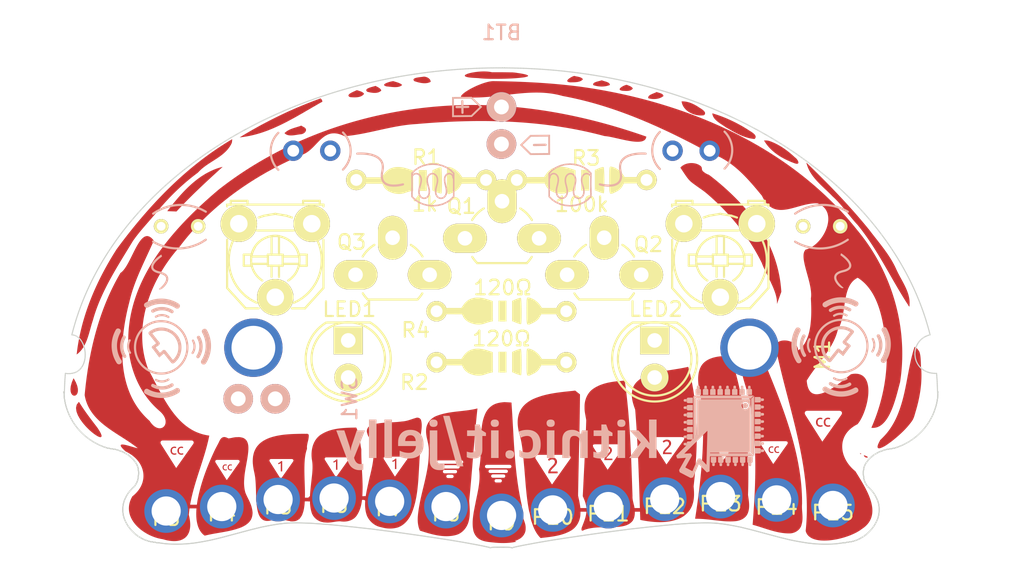
<source format=kicad_pcb>
(kicad_pcb (version 20160815) (host pcbnew no-vcs-found-undefined)
  (layers (0 F.Cu signal) (31 B.Cu signal) (34 B.Paste user) (35 F.Paste user) (36 B.SilkS user) (37 F.SilkS user) (38 B.Mask user hide) (39 F.Mask user hide) (44 Edge.Cuts user))
  (net 0 "")
  (net 1 VCC)
  (net 2 Vout1)
  (net 3 Vout2)
  (net 4 "Net-(Q1-Pad2)")
  (net 5 GND)
  (net 6 "Net-(PHOTO2-Pad1)")
  (net 7 "Net-(PHOTO1-Pad1)")
  (net 8 "Net-(BT1-Pad2)")
  (net 9 "Net-(RV1-Pad3)")
  (net 10 "Net-(RV2-Pad3)")
  (net 11 "Net-(R1-Pad1)")
  (net 12 "Net-(LED2-Pad1)")
  (net 13 "Net-(LED1-Pad1)")
  (module custom:ldr_image_flipped (layer F.Cu) (at 143.453 71.773)
    (fp_text reference DNP3 hide)
    (fp_text value ldr_image hide)
  )
  (module custom:ldr_image (layer B.Cu) (at 156.653 71.773 180)
    (fp_text reference DNP2 hide)
    (fp_text value ldr_image hide)
  )
  (module custom:resistor (layer F.Cu) (at 144.593 71.873)
    (fp_text reference DNP7 hide)
    (fp_text value resistor_R2 hide)
  )
  (module custom:jelly (layer F.Cu) (at 150 80)
    (fp_text reference DNP1 hide)
    (fp_text value jelly hide)
    (fp_line (start 0.147549 -15.855125) (end -0.115389 -15.855037) (layer Edge.Cuts) (width 0.076916))
    (fp_line (start 0.147549 -15.855133) (end 0.147549 -15.855125) (layer Edge.Cuts) (width 0.076916))
    (fp_line (start 0.14754 -15.855133) (end 0.147549 -15.855133) (layer Edge.Cuts) (width 0.076916))
    (fp_line (start 0.14754 -15.855142) (end 0.14754 -15.855133) (layer Edge.Cuts) (width 0.076916))
    (fp_line (start 0.14754 -15.855164) (end 0.14754 -15.855142) (layer Edge.Cuts) (width 0.076916))
    (fp_line (start 0.147534 -15.855164) (end 0.14754 -15.855164) (layer Edge.Cuts) (width 0.076916))
    (fp_line (start 0.147534 -15.85517) (end 0.147534 -15.855164) (layer Edge.Cuts) (width 0.076916))
    (fp_line (start 0.147518 -15.85517) (end 0.147534 -15.85517) (layer Edge.Cuts) (width 0.076916))
    (fp_line (start 0.147518 -15.855178) (end 0.147518 -15.85517) (layer Edge.Cuts) (width 0.076916))
    (fp_line (start 0.147512 -15.855178) (end 0.147518 -15.855178) (layer Edge.Cuts) (width 0.076916))
    (fp_line (start 0.147512 -15.855187) (end 0.147512 -15.855178) (layer Edge.Cuts) (width 0.076916))
    (fp_line (start 0.147597 -15.855187) (end 0.147512 -15.855187) (layer Edge.Cuts) (width 0.076916))
    (fp_line (start 0.147687 -15.855187) (end 0.147597 -15.855187) (layer Edge.Cuts) (width 0.076916))
    (fp_line (start 0.147766 -15.855187) (end 0.147687 -15.855187) (layer Edge.Cuts) (width 0.076916))
    (fp_line (start 0.147856 -15.855187) (end 0.147766 -15.855187) (layer Edge.Cuts) (width 0.076916))
    (fp_line (start 0.147949 -15.855187) (end 0.147856 -15.855187) (layer Edge.Cuts) (width 0.076916))
    (fp_line (start 0.148026 -15.855187) (end 0.147949 -15.855187) (layer Edge.Cuts) (width 0.076916))
    (fp_line (start 0.148119 -15.855187) (end 0.148026 -15.855187) (layer Edge.Cuts) (width 0.076916))
    (fp_line (start 0.148203 -15.855187) (end 0.148119 -15.855187) (layer Edge.Cuts) (width 0.076916))
    (fp_line (start 0.148288 -15.855187) (end 0.148203 -15.855187) (layer Edge.Cuts) (width 0.076916))
    (fp_line (start 0.148373 -15.855187) (end 0.148288 -15.855187) (layer Edge.Cuts) (width 0.076916))
    (fp_line (start 0.148466 -15.855187) (end 0.148373 -15.855187) (layer Edge.Cuts) (width 0.076916))
    (fp_line (start 0.148542 -15.855187) (end 0.148466 -15.855187) (layer Edge.Cuts) (width 0.076916))
    (fp_line (start 0.148632 -15.855187) (end 0.148542 -15.855187) (layer Edge.Cuts) (width 0.076916))
    (fp_line (start 0.148725 -15.855187) (end 0.148632 -15.855187) (layer Edge.Cuts) (width 0.076916))
    (fp_line (start 0.148802 -15.855187) (end 0.148725 -15.855187) (layer Edge.Cuts) (width 0.076916))
    (fp_line (start 0.148895 -15.855187) (end 0.148802 -15.855187) (layer Edge.Cuts) (width 0.076916))
    (fp_line (start 0.148979 -15.855187) (end 0.148895 -15.855187) (layer Edge.Cuts) (width 0.076916))
    (fp_line (start 0.149064 -15.855187) (end 0.148979 -15.855187) (layer Edge.Cuts) (width 0.076916))
    (fp_line (start 0.149157 -15.855187) (end 0.149064 -15.855187) (layer Edge.Cuts) (width 0.076916))
    (fp_line (start 0.149242 -15.855187) (end 0.149157 -15.855187) (layer Edge.Cuts) (width 0.076916))
    (fp_line (start 0.149327 -15.855187) (end 0.149242 -15.855187) (layer Edge.Cuts) (width 0.076916))
    (fp_line (start 0.149417 -15.855187) (end 0.149327 -15.855187) (layer Edge.Cuts) (width 0.076916))
    (fp_line (start 0.149502 -15.855187) (end 0.149417 -15.855187) (layer Edge.Cuts) (width 0.076916))
    (fp_line (start 0.149581 -15.855187) (end 0.149502 -15.855187) (layer Edge.Cuts) (width 0.076916))
    (fp_line (start 0.149671 -15.855187) (end 0.149581 -15.855187) (layer Edge.Cuts) (width 0.076916))
    (fp_line (start 0.149764 -15.855187) (end 0.149671 -15.855187) (layer Edge.Cuts) (width 0.076916))
    (fp_line (start 0.14984 -15.855187) (end 0.149764 -15.855187) (layer Edge.Cuts) (width 0.076916))
    (fp_line (start 0.149933 -15.855187) (end 0.14984 -15.855187) (layer Edge.Cuts) (width 0.076916))
    (fp_line (start 0.150018 -15.855187) (end 0.149933 -15.855187) (layer Edge.Cuts) (width 0.076916))
    (fp_line (start 0.150111 -15.855187) (end 0.150018 -15.855187) (layer Edge.Cuts) (width 0.076916))
    (fp_line (start 0.150196 -15.855187) (end 0.150111 -15.855187) (layer Edge.Cuts) (width 0.076916))
    (fp_line (start 0.150281 -15.855187) (end 0.150196 -15.855187) (layer Edge.Cuts) (width 0.076916))
    (fp_line (start 0.150371 -15.855187) (end 0.150281 -15.855187) (layer Edge.Cuts) (width 0.076916))
    (fp_line (start 0.15045 -15.855187) (end 0.150371 -15.855187) (layer Edge.Cuts) (width 0.076916))
    (fp_line (start 0.15054 -15.855187) (end 0.15045 -15.855187) (layer Edge.Cuts) (width 0.076916))
    (fp_line (start 0.150633 -15.855187) (end 0.15054 -15.855187) (layer Edge.Cuts) (width 0.076916))
    (fp_line (start 0.150709 -15.855187) (end 0.150633 -15.855187) (layer Edge.Cuts) (width 0.076916))
    (fp_line (start 0.150803 -15.855187) (end 0.150709 -15.855187) (layer Edge.Cuts) (width 0.076916))
    (fp_line (start 0.150887 -15.855187) (end 0.150803 -15.855187) (layer Edge.Cuts) (width 0.076916))
    (fp_line (start 0.150972 -15.855187) (end 0.150887 -15.855187) (layer Edge.Cuts) (width 0.076916))
    (fp_line (start 0.151057 -15.855187) (end 0.150972 -15.855187) (layer Edge.Cuts) (width 0.076916))
    (fp_line (start 0.15115 -15.855187) (end 0.151057 -15.855187) (layer Edge.Cuts) (width 0.076916))
    (fp_line (start 0.151226 -15.855187) (end 0.15115 -15.855187) (layer Edge.Cuts) (width 0.076916))
    (fp_line (start 0.151319 -15.855187) (end 0.151226 -15.855187) (layer Edge.Cuts) (width 0.076916))
    (fp_line (start 0.151409 -15.855187) (end 0.151319 -15.855187) (layer Edge.Cuts) (width 0.076916))
    (fp_line (start 0.151488 -15.855187) (end 0.151409 -15.855187) (layer Edge.Cuts) (width 0.076916))
    (fp_line (start 0.151579 -15.855187) (end 0.151488 -15.855187) (layer Edge.Cuts) (width 0.076916))
    (fp_line (start 0.151663 -15.855187) (end 0.151579 -15.855187) (layer Edge.Cuts) (width 0.076916))
    (fp_line (start 0.151748 -15.855187) (end 0.151663 -15.855187) (layer Edge.Cuts) (width 0.076916))
    (fp_line (start 0.151841 -15.855187) (end 0.151748 -15.855187) (layer Edge.Cuts) (width 0.076916))
    (fp_line (start 0.151926 -15.855187) (end 0.151841 -15.855187) (layer Edge.Cuts) (width 0.076916))
    (fp_line (start 0.152025 -15.855187) (end 0.151926 -15.855187) (layer Edge.Cuts) (width 0.076916))
    (fp_line (start 0.152095 -15.855187) (end 0.152025 -15.855187) (layer Edge.Cuts) (width 0.076916))
    (fp_line (start 0.152194 -15.855187) (end 0.152095 -15.855187) (layer Edge.Cuts) (width 0.076916))
    (fp_line (start 0.152287 -15.855187) (end 0.152194 -15.855187) (layer Edge.Cuts) (width 0.076916))
    (fp_line (start 0.152358 -15.855187) (end 0.152287 -15.855187) (layer Edge.Cuts) (width 0.076916))
    (fp_line (start 0.152456 -15.855187) (end 0.152358 -15.855187) (layer Edge.Cuts) (width 0.076916))
    (fp_line (start 0.152527 -15.855187) (end 0.152456 -15.855187) (layer Edge.Cuts) (width 0.076916))
    (fp_line (start 0.152626 -15.855187) (end 0.152527 -15.855187) (layer Edge.Cuts) (width 0.076916))
    (fp_line (start 0.15271 -15.855187) (end 0.152626 -15.855187) (layer Edge.Cuts) (width 0.076916))
    (fp_line (start 0.152804 -15.855187) (end 0.15271 -15.855187) (layer Edge.Cuts) (width 0.076916))
    (fp_line (start 0.152888 -15.855187) (end 0.152804 -15.855187) (layer Edge.Cuts) (width 0.076916))
    (fp_line (start 0.152973 -15.855187) (end 0.152888 -15.855187) (layer Edge.Cuts) (width 0.076916))
    (fp_line (start 0.153063 -15.855187) (end 0.152973 -15.855187) (layer Edge.Cuts) (width 0.076916))
    (fp_line (start 0.153142 -15.855187) (end 0.153063 -15.855187) (layer Edge.Cuts) (width 0.076916))
    (fp_line (start 0.153233 -15.855187) (end 0.153142 -15.855187) (layer Edge.Cuts) (width 0.076916))
    (fp_line (start 0.153326 -15.855187) (end 0.153233 -15.855187) (layer Edge.Cuts) (width 0.076916))
    (fp_line (start 0.153402 -15.855187) (end 0.153326 -15.855187) (layer Edge.Cuts) (width 0.076916))
    (fp_line (start 0.153495 -15.855187) (end 0.153402 -15.855187) (layer Edge.Cuts) (width 0.076916))
    (fp_line (start 0.15358 -15.855187) (end 0.153495 -15.855187) (layer Edge.Cuts) (width 0.076916))
    (fp_line (start 0.153664 -15.855187) (end 0.15358 -15.855187) (layer Edge.Cuts) (width 0.076916))
    (fp_line (start 0.153749 -15.855187) (end 0.153664 -15.855187) (layer Edge.Cuts) (width 0.076916))
    (fp_line (start 0.153842 -15.855187) (end 0.153749 -15.855187) (layer Edge.Cuts) (width 0.076916))
    (fp_line (start 0.153918 -15.855187) (end 0.153842 -15.855187) (layer Edge.Cuts) (width 0.076916))
    (fp_line (start 0.154011 -15.855187) (end 0.153918 -15.855187) (layer Edge.Cuts) (width 0.076916))
    (fp_line (start 0.154102 -15.855187) (end 0.154011 -15.855187) (layer Edge.Cuts) (width 0.076916))
    (fp_line (start 0.154178 -15.855187) (end 0.154102 -15.855187) (layer Edge.Cuts) (width 0.076916))
    (fp_line (start 0.154271 -15.855187) (end 0.154178 -15.855187) (layer Edge.Cuts) (width 0.076916))
    (fp_line (start 0.154356 -15.855187) (end 0.154271 -15.855187) (layer Edge.Cuts) (width 0.076916))
    (fp_line (start 0.15444 -15.855187) (end 0.154356 -15.855187) (layer Edge.Cuts) (width 0.076916))
    (fp_line (start 0.154534 -15.855187) (end 0.15444 -15.855187) (layer Edge.Cuts) (width 0.076916))
    (fp_line (start 0.154618 -15.855187) (end 0.154534 -15.855187) (layer Edge.Cuts) (width 0.076916))
    (fp_line (start 0.154711 -15.855187) (end 0.154618 -15.855187) (layer Edge.Cuts) (width 0.076916))
    (fp_line (start 0.154788 -15.855187) (end 0.154711 -15.855187) (layer Edge.Cuts) (width 0.076916))
    (fp_line (start 0.154878 -15.855187) (end 0.154788 -15.855187) (layer Edge.Cuts) (width 0.076916))
    (fp_line (start 0.154971 -15.855187) (end 0.154878 -15.855187) (layer Edge.Cuts) (width 0.076916))
    (fp_line (start 0.155047 -15.855187) (end 0.154971 -15.855187) (layer Edge.Cuts) (width 0.076916))
    (fp_line (start 0.15514 -15.855187) (end 0.155047 -15.855187) (layer Edge.Cuts) (width 0.076916))
    (fp_line (start 0.155225 -15.855187) (end 0.15514 -15.855187) (layer Edge.Cuts) (width 0.076916))
    (fp_line (start 0.15531 -15.855187) (end 0.155225 -15.855187) (layer Edge.Cuts) (width 0.076916))
    (fp_line (start 0.155394 -15.855187) (end 0.15531 -15.855187) (layer Edge.Cuts) (width 0.076916))
    (fp_line (start 0.155488 -15.855187) (end 0.155394 -15.855187) (layer Edge.Cuts) (width 0.076916))
    (fp_line (start 0.155572 -15.855187) (end 0.155488 -15.855187) (layer Edge.Cuts) (width 0.076916))
    (fp_line (start 0.155657 -15.855187) (end 0.155572 -15.855187) (layer Edge.Cuts) (width 0.076916))
    (fp_line (start 0.155747 -15.855187) (end 0.155657 -15.855187) (layer Edge.Cuts) (width 0.076916))
    (fp_line (start 0.155826 -15.855187) (end 0.155747 -15.855187) (layer Edge.Cuts) (width 0.076916))
    (fp_line (start 0.155916 -15.855187) (end 0.155826 -15.855187) (layer Edge.Cuts) (width 0.076916))
    (fp_line (start 0.15601 -15.855187) (end 0.155916 -15.855187) (layer Edge.Cuts) (width 0.076916))
    (fp_line (start 0.156086 -15.855187) (end 0.15601 -15.855187) (layer Edge.Cuts) (width 0.076916))
    (fp_line (start 0.156179 -15.855187) (end 0.156086 -15.855187) (layer Edge.Cuts) (width 0.076916))
    (fp_line (start 0.156264 -15.855187) (end 0.156179 -15.855187) (layer Edge.Cuts) (width 0.076916))
    (fp_line (start 0.156348 -15.855187) (end 0.156264 -15.855187) (layer Edge.Cuts) (width 0.076916))
    (fp_line (start 0.156441 -15.855187) (end 0.156348 -15.855187) (layer Edge.Cuts) (width 0.076916))
    (fp_line (start 0.156526 -15.855187) (end 0.156441 -15.855187) (layer Edge.Cuts) (width 0.076916))
    (fp_line (start 0.156602 -15.855187) (end 0.156526 -15.855187) (layer Edge.Cuts) (width 0.076916))
    (fp_line (start 0.156695 -15.855187) (end 0.156602 -15.855187) (layer Edge.Cuts) (width 0.076916))
    (fp_line (start 0.156786 -15.855187) (end 0.156695 -15.855187) (layer Edge.Cuts) (width 0.076916))
    (fp_line (start 0.156865 -15.855187) (end 0.156786 -15.855187) (layer Edge.Cuts) (width 0.076916))
    (fp_line (start 0.156955 -15.855187) (end 0.156865 -15.855187) (layer Edge.Cuts) (width 0.076916))
    (fp_line (start 0.15704 -15.855187) (end 0.156955 -15.855187) (layer Edge.Cuts) (width 0.076916))
    (fp_line (start 0.157133 -15.855187) (end 0.15704 -15.855187) (layer Edge.Cuts) (width 0.076916))
    (fp_line (start 0.157218 -15.855187) (end 0.157133 -15.855187) (layer Edge.Cuts) (width 0.076916))
    (fp_line (start 0.157302 -15.855187) (end 0.157218 -15.855187) (layer Edge.Cuts) (width 0.076916))
    (fp_line (start 0.157395 -15.855187) (end 0.157302 -15.855187) (layer Edge.Cuts) (width 0.076916))
    (fp_line (start 0.157472 -15.855187) (end 0.157395 -15.855187) (layer Edge.Cuts) (width 0.076916))
    (fp_line (start 0.157565 -15.855187) (end 0.157472 -15.855187) (layer Edge.Cuts) (width 0.076916))
    (fp_line (start 0.157655 -15.855187) (end 0.157565 -15.855187) (layer Edge.Cuts) (width 0.076916))
    (fp_line (start 0.157734 -15.855187) (end 0.157655 -15.855187) (layer Edge.Cuts) (width 0.076916))
    (fp_line (start 0.157824 -15.855187) (end 0.157734 -15.855187) (layer Edge.Cuts) (width 0.076916))
    (fp_line (start 0.157909 -15.855187) (end 0.157824 -15.855187) (layer Edge.Cuts) (width 0.076916))
    (fp_line (start 0.157994 -15.855187) (end 0.157909 -15.855187) (layer Edge.Cuts) (width 0.076916))
    (fp_line (start 0.158078 -15.855187) (end 0.157994 -15.855187) (layer Edge.Cuts) (width 0.076916))
    (fp_line (start 0.158171 -15.855187) (end 0.158078 -15.855187) (layer Edge.Cuts) (width 0.076916))
    (fp_line (start 0.158256 -15.855187) (end 0.158171 -15.855187) (layer Edge.Cuts) (width 0.076916))
    (fp_line (start 0.158341 -15.855187) (end 0.158256 -15.855187) (layer Edge.Cuts) (width 0.076916))
    (fp_line (start 0.158434 -15.855187) (end 0.158341 -15.855187) (layer Edge.Cuts) (width 0.076916))
    (fp_line (start 0.15851 -15.855187) (end 0.158434 -15.855187) (layer Edge.Cuts) (width 0.076916))
    (fp_line (start 0.158603 -15.855187) (end 0.15851 -15.855187) (layer Edge.Cuts) (width 0.076916))
    (fp_line (start 0.159168 -15.855187) (end 0.158603 -15.855187) (layer Edge.Cuts) (width 0.076916))
    (fp_line (start 0.159732 -15.855187) (end 0.159168 -15.855187) (layer Edge.Cuts) (width 0.076916))
    (fp_line (start 0.160297 -15.855187) (end 0.159732 -15.855187) (layer Edge.Cuts) (width 0.076916))
    (fp_line (start 0.160861 -15.855187) (end 0.160297 -15.855187) (layer Edge.Cuts) (width 0.076916))
    (fp_line (start 0.161425 -15.855187) (end 0.160861 -15.855187) (layer Edge.Cuts) (width 0.076916))
    (fp_line (start 0.16199 -15.855187) (end 0.161425 -15.855187) (layer Edge.Cuts) (width 0.076916))
    (fp_line (start 0.162554 -15.855187) (end 0.16199 -15.855187) (layer Edge.Cuts) (width 0.076916))
    (fp_line (start 0.163119 -15.855187) (end 0.162554 -15.855187) (layer Edge.Cuts) (width 0.076916))
    (fp_line (start 0.163683 -15.855187) (end 0.163119 -15.855187) (layer Edge.Cuts) (width 0.076916))
    (fp_line (start 0.164248 -15.855187) (end 0.163683 -15.855187) (layer Edge.Cuts) (width 0.076916))
    (fp_line (start 0.164812 -15.855187) (end 0.164248 -15.855187) (layer Edge.Cuts) (width 0.076916))
    (fp_line (start 0.165377 -15.855187) (end 0.164812 -15.855187) (layer Edge.Cuts) (width 0.076916))
    (fp_line (start 0.165941 -15.855187) (end 0.165377 -15.855187) (layer Edge.Cuts) (width 0.076916))
    (fp_line (start 0.166505 -15.855187) (end 0.165941 -15.855187) (layer Edge.Cuts) (width 0.076916))
    (fp_line (start 0.16707 -15.855187) (end 0.166505 -15.855187) (layer Edge.Cuts) (width 0.076916))
    (fp_line (start 0.167634 -15.855187) (end 0.16707 -15.855187) (layer Edge.Cuts) (width 0.076916))
    (fp_line (start 0.168199 -15.855187) (end 0.167634 -15.855187) (layer Edge.Cuts) (width 0.076916))
    (fp_line (start 0.168763 -15.855187) (end 0.168199 -15.855187) (layer Edge.Cuts) (width 0.076916))
    (fp_line (start 0.169328 -15.855187) (end 0.168763 -15.855187) (layer Edge.Cuts) (width 0.076916))
    (fp_line (start 0.169892 -15.855187) (end 0.169328 -15.855187) (layer Edge.Cuts) (width 0.076916))
    (fp_line (start 0.170457 -15.855187) (end 0.169892 -15.855187) (layer Edge.Cuts) (width 0.076916))
    (fp_line (start 0.171021 -15.855187) (end 0.170457 -15.855187) (layer Edge.Cuts) (width 0.076916))
    (fp_line (start 0.171585 -15.855187) (end 0.171021 -15.855187) (layer Edge.Cuts) (width 0.076916))
    (fp_line (start 0.17215 -15.855187) (end 0.171585 -15.855187) (layer Edge.Cuts) (width 0.076916))
    (fp_line (start 0.172714 -15.855187) (end 0.17215 -15.855187) (layer Edge.Cuts) (width 0.076916))
    (fp_line (start 0.173279 -15.855187) (end 0.172714 -15.855187) (layer Edge.Cuts) (width 0.076916))
    (fp_line (start 0.173843 -15.855187) (end 0.173279 -15.855187) (layer Edge.Cuts) (width 0.076916))
    (fp_line (start 0.174408 -15.855187) (end 0.173843 -15.855187) (layer Edge.Cuts) (width 0.076916))
    (fp_line (start 0.174972 -15.855187) (end 0.174408 -15.855187) (layer Edge.Cuts) (width 0.076916))
    (fp_line (start 0.175537 -15.855187) (end 0.174972 -15.855187) (layer Edge.Cuts) (width 0.076916))
    (fp_line (start 0.176101 -15.855187) (end 0.175537 -15.855187) (layer Edge.Cuts) (width 0.076916))
    (fp_line (start 0.176665 -15.855187) (end 0.176101 -15.855187) (layer Edge.Cuts) (width 0.076916))
    (fp_line (start 0.17723 -15.855187) (end 0.176665 -15.855187) (layer Edge.Cuts) (width 0.076916))
    (fp_line (start 0.177794 -15.855187) (end 0.17723 -15.855187) (layer Edge.Cuts) (width 0.076916))
    (fp_line (start 0.178359 -15.855187) (end 0.177794 -15.855187) (layer Edge.Cuts) (width 0.076916))
    (fp_line (start 0.178923 -15.855187) (end 0.178359 -15.855187) (layer Edge.Cuts) (width 0.076916))
    (fp_line (start 0.179488 -15.855187) (end 0.178923 -15.855187) (layer Edge.Cuts) (width 0.076916))
    (fp_line (start 0.180052 -15.855187) (end 0.179488 -15.855187) (layer Edge.Cuts) (width 0.076916))
    (fp_line (start 0.180617 -15.855187) (end 0.180052 -15.855187) (layer Edge.Cuts) (width 0.076916))
    (fp_line (start 0.181181 -15.855187) (end 0.180617 -15.855187) (layer Edge.Cuts) (width 0.076916))
    (fp_line (start 0.181745 -15.855187) (end 0.181181 -15.855187) (layer Edge.Cuts) (width 0.076916))
    (fp_line (start 0.18231 -15.855187) (end 0.181745 -15.855187) (layer Edge.Cuts) (width 0.076916))
    (fp_line (start 0.182874 -15.855187) (end 0.18231 -15.855187) (layer Edge.Cuts) (width 0.076916))
    (fp_line (start 0.183439 -15.855187) (end 0.182874 -15.855187) (layer Edge.Cuts) (width 0.076916))
    (fp_line (start 0.184003 -15.855187) (end 0.183439 -15.855187) (layer Edge.Cuts) (width 0.076916))
    (fp_line (start 0.184568 -15.855187) (end 0.184003 -15.855187) (layer Edge.Cuts) (width 0.076916))
    (fp_line (start 0.185132 -15.855187) (end 0.184568 -15.855187) (layer Edge.Cuts) (width 0.076916))
    (fp_line (start 0.185697 -15.855187) (end 0.185132 -15.855187) (layer Edge.Cuts) (width 0.076916))
    (fp_line (start 0.186261 -15.855187) (end 0.185697 -15.855187) (layer Edge.Cuts) (width 0.076916))
    (fp_line (start 0.186825 -15.855187) (end 0.186261 -15.855187) (layer Edge.Cuts) (width 0.076916))
    (fp_line (start 0.18739 -15.855187) (end 0.186825 -15.855187) (layer Edge.Cuts) (width 0.076916))
    (fp_line (start 0.187954 -15.855187) (end 0.18739 -15.855187) (layer Edge.Cuts) (width 0.076916))
    (fp_line (start 0.188519 -15.855187) (end 0.187954 -15.855187) (layer Edge.Cuts) (width 0.076916))
    (fp_line (start 0.189083 -15.855187) (end 0.188519 -15.855187) (layer Edge.Cuts) (width 0.076916))
    (fp_line (start 0.189648 -15.855187) (end 0.189083 -15.855187) (layer Edge.Cuts) (width 0.076916))
    (fp_line (start 0.190212 -15.855187) (end 0.189648 -15.855187) (layer Edge.Cuts) (width 0.076916))
    (fp_line (start 0.190777 -15.855187) (end 0.190212 -15.855187) (layer Edge.Cuts) (width 0.076916))
    (fp_line (start 0.191341 -15.855187) (end 0.190777 -15.855187) (layer Edge.Cuts) (width 0.076916))
    (fp_line (start 0.191905 -15.855187) (end 0.191341 -15.855187) (layer Edge.Cuts) (width 0.076916))
    (fp_line (start 0.19247 -15.855187) (end 0.191905 -15.855187) (layer Edge.Cuts) (width 0.076916))
    (fp_line (start 0.193034 -15.855187) (end 0.19247 -15.855187) (layer Edge.Cuts) (width 0.076916))
    (fp_line (start 0.193599 -15.855187) (end 0.193034 -15.855187) (layer Edge.Cuts) (width 0.076916))
    (fp_line (start 0.194163 -15.855187) (end 0.193599 -15.855187) (layer Edge.Cuts) (width 0.076916))
    (fp_line (start 0.194728 -15.855187) (end 0.194163 -15.855187) (layer Edge.Cuts) (width 0.076916))
    (fp_line (start 0.195292 -15.855187) (end 0.194728 -15.855187) (layer Edge.Cuts) (width 0.076916))
    (fp_line (start 0.195857 -15.855187) (end 0.195292 -15.855187) (layer Edge.Cuts) (width 0.076916))
    (fp_line (start 0.196421 -15.855187) (end 0.195857 -15.855187) (layer Edge.Cuts) (width 0.076916))
    (fp_line (start 0.196985 -15.855187) (end 0.196421 -15.855187) (layer Edge.Cuts) (width 0.076916))
    (fp_line (start 0.19755 -15.855187) (end 0.196985 -15.855187) (layer Edge.Cuts) (width 0.076916))
    (fp_line (start 0.198114 -15.855187) (end 0.19755 -15.855187) (layer Edge.Cuts) (width 0.076916))
    (fp_line (start 0.198679 -15.855187) (end 0.198114 -15.855187) (layer Edge.Cuts) (width 0.076916))
    (fp_line (start 0.199243 -15.855187) (end 0.198679 -15.855187) (layer Edge.Cuts) (width 0.076916))
    (fp_line (start 0.199808 -15.855187) (end 0.199243 -15.855187) (layer Edge.Cuts) (width 0.076916))
    (fp_line (start 0.200372 -15.855187) (end 0.199808 -15.855187) (layer Edge.Cuts) (width 0.076916))
    (fp_line (start 0.200937 -15.855187) (end 0.200372 -15.855187) (layer Edge.Cuts) (width 0.076916))
    (fp_line (start 0.201501 -15.855187) (end 0.200937 -15.855187) (layer Edge.Cuts) (width 0.076916))
    (fp_line (start 0.202065 -15.855187) (end 0.201501 -15.855187) (layer Edge.Cuts) (width 0.076916))
    (fp_line (start 0.20263 -15.855187) (end 0.202065 -15.855187) (layer Edge.Cuts) (width 0.076916))
    (fp_line (start 0.203194 -15.855187) (end 0.20263 -15.855187) (layer Edge.Cuts) (width 0.076916))
    (fp_line (start 0.203759 -15.855187) (end 0.203194 -15.855187) (layer Edge.Cuts) (width 0.076916))
    (fp_line (start 0.204323 -15.855187) (end 0.203759 -15.855187) (layer Edge.Cuts) (width 0.076916))
    (fp_line (start 0.204888 -15.855187) (end 0.204323 -15.855187) (layer Edge.Cuts) (width 0.076916))
    (fp_line (start 0.205452 -15.855187) (end 0.204888 -15.855187) (layer Edge.Cuts) (width 0.076916))
    (fp_line (start 0.206017 -15.855187) (end 0.205452 -15.855187) (layer Edge.Cuts) (width 0.076916))
    (fp_line (start 0.206581 -15.855187) (end 0.206017 -15.855187) (layer Edge.Cuts) (width 0.076916))
    (fp_line (start 0.207145 -15.855187) (end 0.206581 -15.855187) (layer Edge.Cuts) (width 0.076916))
    (fp_line (start 0.20771 -15.855187) (end 0.207145 -15.855187) (layer Edge.Cuts) (width 0.076916))
    (fp_line (start 0.208274 -15.855187) (end 0.20771 -15.855187) (layer Edge.Cuts) (width 0.076916))
    (fp_line (start 0.208839 -15.855187) (end 0.208274 -15.855187) (layer Edge.Cuts) (width 0.076916))
    (fp_line (start 0.209403 -15.855187) (end 0.208839 -15.855187) (layer Edge.Cuts) (width 0.076916))
    (fp_line (start 0.209968 -15.855187) (end 0.209403 -15.855187) (layer Edge.Cuts) (width 0.076916))
    (fp_line (start 0.210532 -15.855187) (end 0.209968 -15.855187) (layer Edge.Cuts) (width 0.076916))
    (fp_line (start 0.211097 -15.855187) (end 0.210532 -15.855187) (layer Edge.Cuts) (width 0.076916))
    (fp_line (start 0.211661 -15.855187) (end 0.211097 -15.855187) (layer Edge.Cuts) (width 0.076916))
    (fp_line (start 0.212225 -15.855187) (end 0.211661 -15.855187) (layer Edge.Cuts) (width 0.076916))
    (fp_line (start 0.21279 -15.855187) (end 0.212225 -15.855187) (layer Edge.Cuts) (width 0.076916))
    (fp_line (start 0.213354 -15.855187) (end 0.21279 -15.855187) (layer Edge.Cuts) (width 0.076916))
    (fp_line (start 0.213919 -15.855187) (end 0.213354 -15.855187) (layer Edge.Cuts) (width 0.076916))
    (fp_line (start 0.214483 -15.855187) (end 0.213919 -15.855187) (layer Edge.Cuts) (width 0.076916))
    (fp_line (start 0.215048 -15.855187) (end 0.214483 -15.855187) (layer Edge.Cuts) (width 0.076916))
    (fp_line (start 0.215612 -15.855187) (end 0.215048 -15.855187) (layer Edge.Cuts) (width 0.076916))
    (fp_line (start 0.216177 -15.855187) (end 0.215612 -15.855187) (layer Edge.Cuts) (width 0.076916))
    (fp_line (start 0.216741 -15.855187) (end 0.216177 -15.855187) (layer Edge.Cuts) (width 0.076916))
    (fp_line (start 0.217305 -15.855187) (end 0.216741 -15.855187) (layer Edge.Cuts) (width 0.076916))
    (fp_line (start 0.21787 -15.855187) (end 0.217305 -15.855187) (layer Edge.Cuts) (width 0.076916))
    (fp_line (start 0.218434 -15.855187) (end 0.21787 -15.855187) (layer Edge.Cuts) (width 0.076916))
    (fp_line (start 0.218999 -15.855187) (end 0.218434 -15.855187) (layer Edge.Cuts) (width 0.076916))
    (fp_line (start 0.219563 -15.855187) (end 0.218999 -15.855187) (layer Edge.Cuts) (width 0.076916))
    (fp_line (start 0.220128 -15.855187) (end 0.219563 -15.855187) (layer Edge.Cuts) (width 0.076916))
    (fp_line (start 0.220692 -15.855187) (end 0.220128 -15.855187) (layer Edge.Cuts) (width 0.076916))
    (fp_line (start 0.221257 -15.855187) (end 0.220692 -15.855187) (layer Edge.Cuts) (width 0.076916))
    (fp_line (start 0.221821 -15.855187) (end 0.221257 -15.855187) (layer Edge.Cuts) (width 0.076916))
    (fp_line (start 0.222385 -15.855187) (end 0.221821 -15.855187) (layer Edge.Cuts) (width 0.076916))
    (fp_line (start 0.22295 -15.855187) (end 0.222385 -15.855187) (layer Edge.Cuts) (width 0.076916))
    (fp_line (start 0.223514 -15.855187) (end 0.22295 -15.855187) (layer Edge.Cuts) (width 0.076916))
    (fp_line (start 0.224079 -15.855187) (end 0.223514 -15.855187) (layer Edge.Cuts) (width 0.076916))
    (fp_line (start 0.224643 -15.855187) (end 0.224079 -15.855187) (layer Edge.Cuts) (width 0.076916))
    (fp_line (start 0.225208 -15.855187) (end 0.224643 -15.855187) (layer Edge.Cuts) (width 0.076916))
    (fp_line (start 0.225772 -15.855187) (end 0.225208 -15.855187) (layer Edge.Cuts) (width 0.076916))
    (fp_line (start 0.226337 -15.855187) (end 0.225772 -15.855187) (layer Edge.Cuts) (width 0.076916))
    (fp_line (start 0.226901 -15.855187) (end 0.226337 -15.855187) (layer Edge.Cuts) (width 0.076916))
    (fp_line (start 0.227465 -15.855187) (end 0.226901 -15.855187) (layer Edge.Cuts) (width 0.076916))
    (fp_line (start 0.22803 -15.855187) (end 0.227465 -15.855187) (layer Edge.Cuts) (width 0.076916))
    (fp_line (start 0.228594 -15.855187) (end 0.22803 -15.855187) (layer Edge.Cuts) (width 0.076916))
    (fp_line (start 0.229159 -15.855187) (end 0.228594 -15.855187) (layer Edge.Cuts) (width 0.076916))
    (fp_line (start 0.229723 -15.855187) (end 0.229159 -15.855187) (layer Edge.Cuts) (width 0.076916))
    (fp_line (start 0.230288 -15.855187) (end 0.229723 -15.855187) (layer Edge.Cuts) (width 0.076916))
    (fp_line (start 0.230852 -15.855187) (end 0.230288 -15.855187) (layer Edge.Cuts) (width 0.076916))
    (fp_line (start 0.230852 -15.85517) (end 0.230852 -15.855187) (layer Edge.Cuts) (width 0.076916))
    (fp_line (start 0.230852 -15.855142) (end 0.230852 -15.85517) (layer Edge.Cuts) (width 0.076916))
    (fp_line (start 0.230852 -15.855125) (end 0.230852 -15.855142) (layer Edge.Cuts) (width 0.076916))
    (fp_line (start 0.230852 -15.855111) (end 0.230852 -15.855125) (layer Edge.Cuts) (width 0.076916))
    (fp_line (start 0.230852 -15.855088) (end 0.230852 -15.855111) (layer Edge.Cuts) (width 0.076916))
    (fp_line (start 0.230852 -15.855071) (end 0.230852 -15.855088) (layer Edge.Cuts) (width 0.076916))
    (fp_line (start 0.230852 -15.85504) (end 0.230852 -15.855071) (layer Edge.Cuts) (width 0.076916))
    (fp_line (start 0.230852 -15.855026) (end 0.230852 -15.85504) (layer Edge.Cuts) (width 0.076916))
    (fp_line (start 0.230852 -15.855009) (end 0.230852 -15.855026) (layer Edge.Cuts) (width 0.076916))
    (fp_line (start 0.230852 -15.854972) (end 0.230852 -15.855009) (layer Edge.Cuts) (width 0.076916))
    (fp_line (start 0.230852 -15.854955) (end 0.230852 -15.854972) (layer Edge.Cuts) (width 0.076916))
    (fp_line (start 0.230852 -15.854933) (end 0.230852 -15.854955) (layer Edge.Cuts) (width 0.076916))
    (fp_line (start 0.230852 -15.854919) (end 0.230852 -15.854933) (layer Edge.Cuts) (width 0.076916))
    (fp_line (start 0.230852 -15.854902) (end 0.230852 -15.854919) (layer Edge.Cuts) (width 0.076916))
    (fp_line (start 0.230852 -15.854871) (end 0.230852 -15.854902) (layer Edge.Cuts) (width 0.076916))
    (fp_line (start 0.230852 -15.854857) (end 0.230852 -15.854871) (layer Edge.Cuts) (width 0.076916))
    (fp_line (start 0.230852 -15.854834) (end 0.230852 -15.854857) (layer Edge.Cuts) (width 0.076916))
    (fp_line (start 0.230852 -15.854817) (end 0.230852 -15.854834) (layer Edge.Cuts) (width 0.076916))
    (fp_line (start 0.230852 -15.854795) (end 0.230852 -15.854817) (layer Edge.Cuts) (width 0.076916))
    (fp_line (start 0.230852 -15.854772) (end 0.230852 -15.854795) (layer Edge.Cuts) (width 0.076916))
    (fp_line (start 0.230852 -15.854755) (end 0.230852 -15.854772) (layer Edge.Cuts) (width 0.076916))
    (fp_line (start 0.230852 -15.854732) (end 0.230852 -15.854755) (layer Edge.Cuts) (width 0.076916))
    (fp_line (start 0.230852 -15.85471) (end 0.230852 -15.854732) (layer Edge.Cuts) (width 0.076916))
    (fp_line (start 0.230852 -15.854696) (end 0.230852 -15.85471) (layer Edge.Cuts) (width 0.076916))
    (fp_line (start 0.230852 -15.85467) (end 0.230852 -15.854696) (layer Edge.Cuts) (width 0.076916))
    (fp_line (start 0.230852 -15.854648) (end 0.230852 -15.85467) (layer Edge.Cuts) (width 0.076916))
    (fp_line (start 0.230852 -15.854617) (end 0.230852 -15.854648) (layer Edge.Cuts) (width 0.076916))
    (fp_line (start 0.230852 -15.854603) (end 0.230852 -15.854617) (layer Edge.Cuts) (width 0.076916))
    (fp_line (start 0.230852 -15.85458) (end 0.230852 -15.854603) (layer Edge.Cuts) (width 0.076916))
    (fp_line (start 0.230852 -15.854563) (end 0.230852 -15.85458) (layer Edge.Cuts) (width 0.076916))
    (fp_line (start 0.230852 -15.854541) (end 0.230852 -15.854563) (layer Edge.Cuts) (width 0.076916))
    (fp_line (start 0.230852 -15.854518) (end 0.230852 -15.854541) (layer Edge.Cuts) (width 0.076916))
    (fp_line (start 0.230852 -15.854501) (end 0.230852 -15.854518) (layer Edge.Cuts) (width 0.076916))
    (fp_line (start 0.230852 -15.854478) (end 0.230852 -15.854501) (layer Edge.Cuts) (width 0.076916))
    (fp_line (start 0.230852 -15.854456) (end 0.230852 -15.854478) (layer Edge.Cuts) (width 0.076916))
    (fp_line (start 0.230852 -15.854442) (end 0.230852 -15.854456) (layer Edge.Cuts) (width 0.076916))
    (fp_line (start 0.230852 -15.854416) (end 0.230852 -15.854442) (layer Edge.Cuts) (width 0.076916))
    (fp_line (start 0.230852 -15.854402) (end 0.230852 -15.854416) (layer Edge.Cuts) (width 0.076916))
    (fp_line (start 0.230852 -15.854363) (end 0.230852 -15.854402) (layer Edge.Cuts) (width 0.076916))
    (fp_line (start 0.230852 -15.854349) (end 0.230852 -15.854363) (layer Edge.Cuts) (width 0.076916))
    (fp_line (start 0.230852 -15.85434) (end 0.230852 -15.854349) (layer Edge.Cuts) (width 0.076916))
    (fp_line (start 0.230852 -15.854318) (end 0.230852 -15.85434) (layer Edge.Cuts) (width 0.076916))
    (fp_line (start 0.230852 -15.854287) (end 0.230852 -15.854318) (layer Edge.Cuts) (width 0.076916))
    (fp_line (start 0.230852 -15.854264) (end 0.230852 -15.854287) (layer Edge.Cuts) (width 0.076916))
    (fp_line (start 0.230852 -15.854247) (end 0.230852 -15.854264) (layer Edge.Cuts) (width 0.076916))
    (fp_line (start 0.230852 -15.854233) (end 0.230852 -15.854247) (layer Edge.Cuts) (width 0.076916))
    (fp_line (start 0.230852 -15.854202) (end 0.230852 -15.854233) (layer Edge.Cuts) (width 0.076916))
    (fp_line (start 0.230852 -15.854188) (end 0.230852 -15.854202) (layer Edge.Cuts) (width 0.076916))
    (fp_line (start 0.230852 -15.854162) (end 0.230852 -15.854188) (layer Edge.Cuts) (width 0.076916))
    (fp_line (start 0.230852 -15.854148) (end 0.230852 -15.854162) (layer Edge.Cuts) (width 0.076916))
    (fp_line (start 0.230852 -15.854134) (end 0.230852 -15.854148) (layer Edge.Cuts) (width 0.076916))
    (fp_line (start 0.230852 -15.854103) (end 0.230852 -15.854134) (layer Edge.Cuts) (width 0.076916))
    (fp_line (start 0.230852 -15.854086) (end 0.230852 -15.854103) (layer Edge.Cuts) (width 0.076916))
    (fp_line (start 0.230852 -15.854064) (end 0.230852 -15.854086) (layer Edge.Cuts) (width 0.076916))
    (fp_line (start 0.230852 -15.854041) (end 0.230852 -15.854064) (layer Edge.Cuts) (width 0.076916))
    (fp_line (start 0.230852 -15.85401) (end 0.230852 -15.854041) (layer Edge.Cuts) (width 0.076916))
    (fp_line (start 0.230852 -15.853996) (end 0.230852 -15.85401) (layer Edge.Cuts) (width 0.076916))
    (fp_line (start 0.230852 -15.853979) (end 0.230852 -15.853996) (layer Edge.Cuts) (width 0.076916))
    (fp_line (start 0.230852 -15.853956) (end 0.230852 -15.853979) (layer Edge.Cuts) (width 0.076916))
    (fp_line (start 0.230852 -15.853934) (end 0.230852 -15.853956) (layer Edge.Cuts) (width 0.076916))
    (fp_line (start 0.230852 -15.853917) (end 0.230852 -15.853934) (layer Edge.Cuts) (width 0.076916))
    (fp_line (start 0.230852 -15.853894) (end 0.230852 -15.853917) (layer Edge.Cuts) (width 0.076916))
    (fp_line (start 0.230852 -15.85388) (end 0.230852 -15.853894) (layer Edge.Cuts) (width 0.076916))
    (fp_line (start 0.230852 -15.853849) (end 0.230852 -15.85388) (layer Edge.Cuts) (width 0.076916))
    (fp_line (start 0.230852 -15.853832) (end 0.230852 -15.853849) (layer Edge.Cuts) (width 0.076916))
    (fp_line (start 0.230852 -15.853818) (end 0.230852 -15.853832) (layer Edge.Cuts) (width 0.076916))
    (fp_line (start 0.230852 -15.853795) (end 0.230852 -15.853818) (layer Edge.Cuts) (width 0.076916))
    (fp_line (start 0.230852 -15.85377) (end 0.230852 -15.853795) (layer Edge.Cuts) (width 0.076916))
    (fp_line (start 0.230852 -15.853748) (end 0.230852 -15.85377) (layer Edge.Cuts) (width 0.076916))
    (fp_line (start 0.230852 -15.853725) (end 0.230852 -15.853748) (layer Edge.Cuts) (width 0.076916))
    (fp_line (start 0.230852 -15.853702) (end 0.230852 -15.853725) (layer Edge.Cuts) (width 0.076916))
    (fp_line (start 0.230852 -15.85368) (end 0.230852 -15.853702) (layer Edge.Cuts) (width 0.076916))
    (fp_line (start 0.230852 -15.853663) (end 0.230852 -15.85368) (layer Edge.Cuts) (width 0.076916))
    (fp_line (start 0.230852 -15.85364) (end 0.230852 -15.853663) (layer Edge.Cuts) (width 0.076916))
    (fp_line (start 0.230852 -15.853626) (end 0.230852 -15.85364) (layer Edge.Cuts) (width 0.076916))
    (fp_line (start 0.230852 -15.853595) (end 0.230852 -15.853626) (layer Edge.Cuts) (width 0.076916))
    (fp_line (start 0.230852 -15.853578) (end 0.230852 -15.853595) (layer Edge.Cuts) (width 0.076916))
    (fp_line (start 0.230852 -15.853564) (end 0.230852 -15.853578) (layer Edge.Cuts) (width 0.076916))
    (fp_line (start 0.230852 -15.853541) (end 0.230852 -15.853564) (layer Edge.Cuts) (width 0.076916))
    (fp_line (start 0.230852 -15.853525) (end 0.230852 -15.853541) (layer Edge.Cuts) (width 0.076916))
    (fp_line (start 0.230852 -15.853502) (end 0.230852 -15.853525) (layer Edge.Cuts) (width 0.076916))
    (fp_line (start 0.230852 -15.853471) (end 0.230852 -15.853502) (layer Edge.Cuts) (width 0.076916))
    (fp_line (start 0.230852 -15.853457) (end 0.230852 -15.853471) (layer Edge.Cuts) (width 0.076916))
    (fp_line (start 0.230852 -15.85344) (end 0.230852 -15.853457) (layer Edge.Cuts) (width 0.076916))
    (fp_line (start 0.230852 -15.853417) (end 0.230852 -15.85344) (layer Edge.Cuts) (width 0.076916))
    (fp_line (start 0.230852 -15.853386) (end 0.230852 -15.853417) (layer Edge.Cuts) (width 0.076916))
    (fp_line (start 0.230852 -15.853372) (end 0.230852 -15.853386) (layer Edge.Cuts) (width 0.076916))
    (fp_line (start 0.230852 -15.853355) (end 0.230852 -15.853372) (layer Edge.Cuts) (width 0.076916))
    (fp_line (start 0.230852 -15.853324) (end 0.230852 -15.853355) (layer Edge.Cuts) (width 0.076916))
    (fp_line (start 0.230852 -15.85331) (end 0.230852 -15.853324) (layer Edge.Cuts) (width 0.076916))
    (fp_line (start 0.230852 -15.853287) (end 0.230852 -15.85331) (layer Edge.Cuts) (width 0.076916))
    (fp_line (start 0.230852 -15.853271) (end 0.230852 -15.853287) (layer Edge.Cuts) (width 0.076916))
    (fp_line (start 0.230852 -15.853248) (end 0.230852 -15.853271) (layer Edge.Cuts) (width 0.076916))
    (fp_line (start 0.230852 -15.853225) (end 0.230852 -15.853248) (layer Edge.Cuts) (width 0.076916))
    (fp_line (start 0.230852 -15.853211) (end 0.230852 -15.853225) (layer Edge.Cuts) (width 0.076916))
    (fp_line (start 0.230852 -15.853186) (end 0.230852 -15.853211) (layer Edge.Cuts) (width 0.076916))
    (fp_line (start 0.230852 -15.853163) (end 0.230852 -15.853186) (layer Edge.Cuts) (width 0.076916))
    (fp_line (start 0.230852 -15.853149) (end 0.230852 -15.853163) (layer Edge.Cuts) (width 0.076916))
    (fp_line (start 0.230852 -15.853118) (end 0.230852 -15.853149) (layer Edge.Cuts) (width 0.076916))
    (fp_line (start 0.230852 -15.853101) (end 0.230852 -15.853118) (layer Edge.Cuts) (width 0.076916))
    (fp_line (start 0.230852 -15.85307) (end 0.230852 -15.853101) (layer Edge.Cuts) (width 0.076916))
    (fp_line (start 0.230852 -15.853056) (end 0.230852 -15.85307) (layer Edge.Cuts) (width 0.076916))
    (fp_line (start 0.230852 -15.853042) (end 0.230852 -15.853056) (layer Edge.Cuts) (width 0.076916))
    (fp_line (start 0.230852 -15.853017) (end 0.230852 -15.853042) (layer Edge.Cuts) (width 0.076916))
    (fp_line (start 0.230852 -15.852994) (end 0.230852 -15.853017) (layer Edge.Cuts) (width 0.076916))
    (fp_line (start 0.230852 -15.852971) (end 0.230852 -15.852994) (layer Edge.Cuts) (width 0.076916))
    (fp_line (start 0.230852 -15.852957) (end 0.230852 -15.852971) (layer Edge.Cuts) (width 0.076916))
    (fp_line (start 0.230852 -15.85294) (end 0.230852 -15.852957) (layer Edge.Cuts) (width 0.076916))
    (fp_line (start 0.230852 -15.852909) (end 0.230852 -15.85294) (layer Edge.Cuts) (width 0.076916))
    (fp_line (start 0.230852 -15.852895) (end 0.230852 -15.852909) (layer Edge.Cuts) (width 0.076916))
    (fp_line (start 0.230852 -15.852873) (end 0.230852 -15.852895) (layer Edge.Cuts) (width 0.076916))
    (fp_line (start 0.230852 -15.852856) (end 0.230852 -15.852873) (layer Edge.Cuts) (width 0.076916))
    (fp_line (start 0.230852 -15.852842) (end 0.230852 -15.852856) (layer Edge.Cuts) (width 0.076916))
    (fp_line (start 0.230852 -15.852811) (end 0.230852 -15.852842) (layer Edge.Cuts) (width 0.076916))
    (fp_line (start 0.230852 -15.852788) (end 0.230852 -15.852811) (layer Edge.Cuts) (width 0.076916))
    (fp_line (start 0.230852 -15.852763) (end 0.230852 -15.852788) (layer Edge.Cuts) (width 0.076916))
    (fp_line (start 0.230852 -15.85274) (end 0.230852 -15.852763) (layer Edge.Cuts) (width 0.076916))
    (fp_line (start 0.230852 -15.852717) (end 0.230852 -15.85274) (layer Edge.Cuts) (width 0.076916))
    (fp_line (start 0.230852 -15.852703) (end 0.230852 -15.852717) (layer Edge.Cuts) (width 0.076916))
    (fp_line (start 0.230852 -15.852686) (end 0.230852 -15.852703) (layer Edge.Cuts) (width 0.076916))
    (fp_line (start 0.230852 -15.852655) (end 0.230852 -15.852686) (layer Edge.Cuts) (width 0.076916))
    (fp_line (start 0.230852 -15.852641) (end 0.230852 -15.852655) (layer Edge.Cuts) (width 0.076916))
    (fp_line (start 0.230852 -15.852619) (end 0.230852 -15.852641) (layer Edge.Cuts) (width 0.076916))
    (fp_line (start 0.230852 -15.852602) (end 0.230852 -15.852619) (layer Edge.Cuts) (width 0.076916))
    (fp_line (start 0.230852 -15.852588) (end 0.230852 -15.852602) (layer Edge.Cuts) (width 0.076916))
    (fp_line (start 0.230852 -15.852557) (end 0.230852 -15.852588) (layer Edge.Cuts) (width 0.076916))
    (fp_line (start 0.230852 -15.85254) (end 0.230852 -15.852557) (layer Edge.Cuts) (width 0.076916))
    (fp_line (start 0.230852 -15.852525) (end 0.230852 -15.85254) (layer Edge.Cuts) (width 0.076916))
    (fp_line (start 0.422142 -15.851679) (end 0.230852 -15.852525) (layer Edge.Cuts) (width 0.076916))
    (fp_line (start 0.61317 -15.850268) (end 0.422142 -15.851679) (layer Edge.Cuts) (width 0.076916))
    (fp_line (start 0.803882 -15.847191) (end 0.61317 -15.850268) (layer Edge.Cuts) (width 0.076916))
    (fp_line (start 0.994317 -15.843353) (end 0.803882 -15.847191) (layer Edge.Cuts) (width 0.076916))
    (fp_line (start 1.184453 -15.837963) (end 0.994317 -15.843353) (layer Edge.Cuts) (width 0.076916))
    (fp_line (start 1.374278 -15.832572) (end 1.184453 -15.837963) (layer Edge.Cuts) (width 0.076916))
    (fp_line (start 1.563807 -15.82642) (end 1.374278 -15.832572) (layer Edge.Cuts) (width 0.076916))
    (fp_line (start 1.753012 -15.819505) (end 1.563807 -15.82642) (layer Edge.Cuts) (width 0.076916))
    (fp_line (start 1.941923 -15.811039) (end 1.753012 -15.819505) (layer Edge.Cuts) (width 0.076916))
    (fp_line (start 2.130512 -15.801895) (end 1.941923 -15.811039) (layer Edge.Cuts) (width 0.076916))
    (fp_line (start 2.318788 -15.791819) (end 2.130512 -15.801895) (layer Edge.Cuts) (width 0.076916))
    (fp_line (start 2.506737 -15.780982) (end 2.318788 -15.791819) (layer Edge.Cuts) (width 0.076916))
    (fp_line (start 2.694367 -15.769383) (end 2.506737 -15.780982) (layer Edge.Cuts) (width 0.076916))
    (fp_line (start 2.881664 -15.756852) (end 2.694367 -15.769383) (layer Edge.Cuts) (width 0.076916))
    (fp_line (start 3.068613 -15.743559) (end 2.881664 -15.756852) (layer Edge.Cuts) (width 0.076916))
    (fp_line (start 3.255241 -15.729251) (end 3.068613 -15.743559) (layer Edge.Cuts) (width 0.076916))
    (fp_line (start 3.441525 -15.714265) (end 3.255241 -15.729251) (layer Edge.Cuts) (width 0.076916))
    (fp_line (start 3.627458 -15.698263) (end 3.441525 -15.714265) (layer Edge.Cuts) (width 0.076916))
    (fp_line (start 3.813056 -15.681583) (end 3.627458 -15.698263) (layer Edge.Cuts) (width 0.076916))
    (fp_line (start 3.998293 -15.663888) (end 3.813056 -15.681583) (layer Edge.Cuts) (width 0.076916))
    (fp_line (start 4.183182 -15.645346) (end 3.998293 -15.663888) (layer Edge.Cuts) (width 0.076916))
    (fp_line (start 4.36771 -15.625873) (end 4.183182 -15.645346) (layer Edge.Cuts) (width 0.076916))
    (fp_line (start 4.551886 -15.605638) (end 4.36771 -15.625873) (layer Edge.Cuts) (width 0.076916))
    (fp_line (start 4.735675 -15.584556) (end 4.551886 -15.605638) (layer Edge.Cuts) (width 0.076916))
    (fp_line (start 4.919111 -15.562712) (end 4.735675 -15.584556) (layer Edge.Cuts) (width 0.076916))
    (fp_line (start 5.102171 -15.539936) (end 4.919111 -15.562712) (layer Edge.Cuts) (width 0.076916))
    (fp_line (start 5.284851 -15.516314) (end 5.102171 -15.539936) (layer Edge.Cuts) (width 0.076916))
    (fp_line (start 5.467158 -15.49193) (end 5.284851 -15.516314) (layer Edge.Cuts) (width 0.076916))
    (fp_line (start 5.649087 -15.4667) (end 5.467158 -15.49193) (layer Edge.Cuts) (width 0.076916))
    (fp_line (start 5.830615 -15.440707) (end 5.649087 -15.4667) (layer Edge.Cuts) (width 0.076916))
    (fp_line (start 6.011759 -15.413868) (end 5.830615 -15.440707) (layer Edge.Cuts) (width 0.076916))
    (fp_line (start 6.192517 -15.386182) (end 6.011759 -15.413868) (layer Edge.Cuts) (width 0.076916))
    (fp_line (start 6.372868 -15.357725) (end 6.192517 -15.386182) (layer Edge.Cuts) (width 0.076916))
    (fp_line (start 6.552822 -15.328419) (end 6.372868 -15.357725) (layer Edge.Cuts) (width 0.076916))
    (fp_line (start 6.732357 -15.298346) (end 6.552822 -15.328419) (layer Edge.Cuts) (width 0.076916))
    (fp_line (start 6.911501 -15.267425) (end 6.732357 -15.298346) (layer Edge.Cuts) (width 0.076916))
    (fp_line (start 7.090223 -15.235735) (end 6.911501 -15.267425) (layer Edge.Cuts) (width 0.076916))
    (fp_line (start 7.268537 -15.2032) (end 7.090223 -15.235735) (layer Edge.Cuts) (width 0.076916))
    (fp_line (start 7.446433 -15.169819) (end 7.268537 -15.2032) (layer Edge.Cuts) (width 0.076916))
    (fp_line (start 7.6239 -15.13567) (end 7.446433 -15.169819) (layer Edge.Cuts) (width 0.076916))
    (fp_line (start 7.800946 -15.100671) (end 7.6239 -15.13567) (layer Edge.Cuts) (width 0.076916))
    (fp_line (start 7.977558 -15.064905) (end 7.800946 -15.100671) (layer Edge.Cuts) (width 0.076916))
    (fp_line (start 8.153741 -15.028296) (end 7.977558 -15.064905) (layer Edge.Cuts) (width 0.076916))
    (fp_line (start 8.329478 -14.990912) (end 8.153741 -15.028296) (layer Edge.Cuts) (width 0.076916))
    (fp_line (start 8.504783 -14.952841) (end 8.329478 -14.990912) (layer Edge.Cuts) (width 0.076916))
    (fp_line (start 8.679645 -14.913998) (end 8.504783 -14.952841) (layer Edge.Cuts) (width 0.076916))
    (fp_line (start 8.85405 -14.874309) (end 8.679645 -14.913998) (layer Edge.Cuts) (width 0.076916))
    (fp_line (start 9.028009 -14.833774) (end 8.85405 -14.874309) (layer Edge.Cuts) (width 0.076916))
    (fp_line (start 9.201516 -14.792547) (end 9.028009 -14.833774) (layer Edge.Cuts) (width 0.076916))
    (fp_line (start 9.374561 -14.750552) (end 9.201516 -14.792547) (layer Edge.Cuts) (width 0.076916))
    (fp_line (start 9.547146 -14.707787) (end 9.374561 -14.750552) (layer Edge.Cuts) (width 0.076916))
    (fp_line (start 9.719267 -14.664254) (end 9.547146 -14.707787) (layer Edge.Cuts) (width 0.076916))
    (fp_line (start 9.890918 -14.619872) (end 9.719267 -14.664254) (layer Edge.Cuts) (width 0.076916))
    (fp_line (start 10.062085 -14.574877) (end 9.890918 -14.619872) (layer Edge.Cuts) (width 0.076916))
    (fp_line (start 10.232793 -14.52896) (end 10.062085 -14.574877) (layer Edge.Cuts) (width 0.076916))
    (fp_line (start 10.403015 -14.482424) (end 10.232793 -14.52896) (layer Edge.Cuts) (width 0.076916))
    (fp_line (start 10.572752 -14.435045) (end 10.403015 -14.482424) (layer Edge.Cuts) (width 0.076916))
    (fp_line (start 10.742004 -14.386971) (end 10.572752 -14.435045) (layer Edge.Cuts) (width 0.076916))
    (fp_line (start 10.910764 -14.33813) (end 10.742004 -14.386971) (layer Edge.Cuts) (width 0.076916))
    (fp_line (start 11.079025 -14.288521) (end 10.910764 -14.33813) (layer Edge.Cuts) (width 0.076916))
    (fp_line (start 11.246795 -14.238141) (end 11.079025 -14.288521) (layer Edge.Cuts) (width 0.076916))
    (fp_line (start 11.414054 -14.186991) (end 11.246795 -14.238141) (layer Edge.Cuts) (width 0.076916))
    (fp_line (start 11.580822 -14.135229) (end 11.414054 -14.186991) (layer Edge.Cuts) (width 0.076916))
    (fp_line (start 11.747068 -14.082693) (end 11.580822 -14.135229) (layer Edge.Cuts) (width 0.076916))
    (fp_line (start 11.912822 -14.029469) (end 11.747068 -14.082693) (layer Edge.Cuts) (width 0.076916))
    (fp_line (start 12.078035 -13.975398) (end 11.912822 -14.029469) (layer Edge.Cuts) (width 0.076916))
    (fp_line (start 12.242735 -13.920633) (end 12.078035 -13.975398) (layer Edge.Cuts) (width 0.076916))
    (fp_line (start 12.406934 -13.865176) (end 12.242735 -13.920633) (layer Edge.Cuts) (width 0.076916))
    (fp_line (start 12.570581 -13.809028) (end 12.406934 -13.865176) (layer Edge.Cuts) (width 0.076916))
    (fp_line (start 12.733711 -13.752188) (end 12.570581 -13.809028) (layer Edge.Cuts) (width 0.076916))
    (fp_line (start 12.896302 -13.694578) (end 12.733711 -13.752188) (layer Edge.Cuts) (width 0.076916))
    (fp_line (start 13.058357 -13.636277) (end 12.896302 -13.694578) (layer Edge.Cuts) (width 0.076916))
    (fp_line (start 13.219878 -13.577281) (end 13.058357 -13.636277) (layer Edge.Cuts) (width 0.076916))
    (fp_line (start 13.380841 -13.517518) (end 13.219878 -13.577281) (layer Edge.Cuts) (width 0.076916))
    (fp_line (start 13.54127 -13.457139) (end 13.380841 -13.517518) (layer Edge.Cuts) (width 0.076916))
    (fp_line (start 13.70114 -13.396069) (end 13.54127 -13.457139) (layer Edge.Cuts) (width 0.076916))
    (fp_line (start 13.860455 -13.334229) (end 13.70114 -13.396069) (layer Edge.Cuts) (width 0.076916))
    (fp_line (start 14.019208 -13.271697) (end 13.860455 -13.334229) (layer Edge.Cuts) (width 0.076916))
    (fp_line (start 14.17741 -13.208473) (end 14.019208 -13.271697) (layer Edge.Cuts) (width 0.076916))
    (fp_line (start 14.335031 -13.144556) (end 14.17741 -13.208473) (layer Edge.Cuts) (width 0.076916))
    (fp_line (start 14.492102 -13.079946) (end 14.335031 -13.144556) (layer Edge.Cuts) (width 0.076916))
    (fp_line (start 14.648577 -13.014567) (end 14.492102 -13.079946) (layer Edge.Cuts) (width 0.076916))
    (fp_line (start 14.804494 -12.948575) (end 14.648577 -13.014567) (layer Edge.Cuts) (width 0.076916))
    (fp_line (start 14.959826 -12.881888) (end 14.804494 -12.948575) (layer Edge.Cuts) (width 0.076916))
    (fp_line (start 15.114571 -12.814587) (end 14.959826 -12.881888) (layer Edge.Cuts) (width 0.076916))
    (fp_line (start 15.268727 -12.746518) (end 15.114571 -12.814587) (layer Edge.Cuts) (width 0.076916))
    (fp_line (start 15.422295 -12.677831) (end 15.268727 -12.746518) (layer Edge.Cuts) (width 0.076916))
    (fp_line (start 15.575265 -12.608455) (end 15.422295 -12.677831) (layer Edge.Cuts) (width 0.076916))
    (fp_line (start 15.727643 -12.538385) (end 15.575265 -12.608455) (layer Edge.Cuts) (width 0.076916))
    (fp_line (start 15.879413 -12.467699) (end 15.727643 -12.538385) (layer Edge.Cuts) (width 0.076916))
    (fp_line (start 16.030574 -12.39632) (end 15.879413 -12.467699) (layer Edge.Cuts) (width 0.076916))
    (fp_line (start 16.181145 -12.324251) (end 16.030574 -12.39632) (layer Edge.Cuts) (width 0.076916))
    (fp_line (start 16.33109 -12.251489) (end 16.181145 -12.324251) (layer Edge.Cuts) (width 0.076916))
    (fp_line (start 16.480431 -12.178187) (end 16.33109 -12.251489) (layer Edge.Cuts) (width 0.076916))
    (fp_line (start 16.629139 -12.104194) (end 16.480431 -12.178187) (layer Edge.Cuts) (width 0.076916))
    (fp_line (start 16.777224 -12.02951) (end 16.629139 -12.104194) (layer Edge.Cuts) (width 0.076916))
    (fp_line (start 16.924688 -11.954134) (end 16.777224 -12.02951) (layer Edge.Cuts) (width 0.076916))
    (fp_line (start 17.07152 -11.878216) (end 16.924688 -11.954134) (layer Edge.Cuts) (width 0.076916))
    (fp_line (start 17.217719 -11.801686) (end 17.07152 -11.878216) (layer Edge.Cuts) (width 0.076916))
    (fp_line (start 17.363275 -11.724377) (end 17.217719 -11.801686) (layer Edge.Cuts) (width 0.076916))
    (fp_line (start 17.508199 -11.646478) (end 17.363275 -11.724377) (layer Edge.Cuts) (width 0.076916))
    (fp_line (start 17.652463 -11.567986) (end 17.508199 -11.646478) (layer Edge.Cuts) (width 0.076916))
    (fp_line (start 17.796094 -11.488907) (end 17.652463 -11.567986) (layer Edge.Cuts) (width 0.076916))
    (fp_line (start 17.939074 -11.409149) (end 17.796094 -11.488907) (layer Edge.Cuts) (width 0.076916))
    (fp_line (start 18.08139 -11.328715) (end 17.939074 -11.409149) (layer Edge.Cuts) (width 0.076916))
    (fp_line (start 18.223046 -11.247695) (end 18.08139 -11.328715) (layer Edge.Cuts) (width 0.076916))
    (fp_line (start 18.364064 -11.166071) (end 18.223046 -11.247695) (layer Edge.Cuts) (width 0.076916))
    (fp_line (start 18.504387 -11.083865) (end 18.364064 -11.166071) (layer Edge.Cuts) (width 0.076916))
    (fp_line (start 18.644051 -11.001072) (end 18.504387 -11.083865) (layer Edge.Cuts) (width 0.076916))
    (fp_line (start 18.783037 -10.917597) (end 18.644051 -11.001072) (layer Edge.Cuts) (width 0.076916))
    (fp_line (start 18.921345 -10.833525) (end 18.783037 -10.917597) (layer Edge.Cuts) (width 0.076916))
    (fp_line (start 19.058979 -10.748881) (end 18.921345 -10.833525) (layer Edge.Cuts) (width 0.076916))
    (fp_line (start 19.195928 -10.663614) (end 19.058979 -10.748881) (layer Edge.Cuts) (width 0.076916))
    (fp_line (start 19.33219 -10.577745) (end 19.195928 -10.663614) (layer Edge.Cuts) (width 0.076916))
    (fp_line (start 19.467761 -10.491275) (end 19.33219 -10.577745) (layer Edge.Cuts) (width 0.076916))
    (fp_line (start 19.602641 -10.404192) (end 19.467761 -10.491275) (layer Edge.Cuts) (width 0.076916))
    (fp_line (start 19.736812 -10.316508) (end 19.602641 -10.404192) (layer Edge.Cuts) (width 0.076916))
    (fp_line (start 19.870284 -10.228215) (end 19.736812 -10.316508) (layer Edge.Cuts) (width 0.076916))
    (fp_line (start 20.003055 -10.139318) (end 19.870284 -10.228215) (layer Edge.Cuts) (width 0.076916))
    (fp_line (start 20.135112 -10.049811) (end 20.003055 -10.139318) (layer Edge.Cuts) (width 0.076916))
    (fp_line (start 20.266461 -9.959805) (end 20.135112 -10.049811) (layer Edge.Cuts) (width 0.076916))
    (fp_line (start 20.397094 -9.869189) (end 20.266461 -9.959805) (layer Edge.Cuts) (width 0.076916))
    (fp_line (start 20.527012 -9.777969) (end 20.397094 -9.869189) (layer Edge.Cuts) (width 0.076916))
    (fp_line (start 20.656193 -9.686137) (end 20.527012 -9.777969) (layer Edge.Cuts) (width 0.076916))
    (fp_line (start 20.78465 -9.593808) (end 20.656193 -9.686137) (layer Edge.Cuts) (width 0.076916))
    (fp_line (start 20.912383 -9.500864) (end 20.78465 -9.593808) (layer Edge.Cuts) (width 0.076916))
    (fp_line (start 21.039386 -9.40742) (end 20.912383 -9.500864) (layer Edge.Cuts) (width 0.076916))
    (fp_line (start 21.165644 -9.313375) (end 21.039386 -9.40742) (layer Edge.Cuts) (width 0.076916))
    (fp_line (start 21.290739 -9.219116) (end 21.165644 -9.313375) (layer Edge.Cuts) (width 0.076916))
    (fp_line (start 21.415089 -9.124264) (end 21.290739 -9.219116) (layer Edge.Cuts) (width 0.076916))
    (fp_line (start 21.538699 -9.028802) (end 21.415089 -9.124264) (layer Edge.Cuts) (width 0.076916))
    (fp_line (start 21.661556 -8.932827) (end 21.538699 -9.028802) (layer Edge.Cuts) (width 0.076916))
    (fp_line (start 21.783668 -8.836352) (end 21.661556 -8.932827) (layer Edge.Cuts) (width 0.076916))
    (fp_line (start 21.905024 -8.739276) (end 21.783668 -8.836352) (layer Edge.Cuts) (width 0.076916))
    (fp_line (start 22.02562 -8.641686) (end 21.905024 -8.739276) (layer Edge.Cuts) (width 0.076916))
    (fp_line (start 22.145449 -8.543597) (end 22.02562 -8.641686) (layer Edge.Cuts) (width 0.076916))
    (fp_line (start 22.264513 -8.444898) (end 22.145449 -8.543597) (layer Edge.Cuts) (width 0.076916))
    (fp_line (start 22.382801 -8.345692) (end 22.264513 -8.444898) (layer Edge.Cuts) (width 0.076916))
    (fp_line (start 22.500329 -8.245985) (end 22.382801 -8.345692) (layer Edge.Cuts) (width 0.076916))
    (fp_line (start 22.617071 -8.145672) (end 22.500329 -8.245985) (layer Edge.Cuts) (width 0.076916))
    (fp_line (start 22.733036 -8.044851) (end 22.617071 -8.145672) (layer Edge.Cuts) (width 0.076916))
    (fp_line (start 22.848211 -7.943525) (end 22.733036 -8.044851) (layer Edge.Cuts) (width 0.076916))
    (fp_line (start 22.962606 -7.841665) (end 22.848211 -7.943525) (layer Edge.Cuts) (width 0.076916))
    (fp_line (start 23.076204 -7.739289) (end 22.962606 -7.841665) (layer Edge.Cuts) (width 0.076916))
    (fp_line (start 23.188999 -7.636408) (end 23.076204 -7.739289) (layer Edge.Cuts) (width 0.076916))
    (fp_line (start 23.301011 -7.532993) (end 23.188999 -7.636408) (layer Edge.Cuts) (width 0.076916))
    (fp_line (start 23.412217 -7.429082) (end 23.301011 -7.532993) (layer Edge.Cuts) (width 0.076916))
    (fp_line (start 23.522614 -7.32466) (end 23.412217 -7.429082) (layer Edge.Cuts) (width 0.076916))
    (fp_line (start 23.632196 -7.219724) (end 23.522614 -7.32466) (layer Edge.Cuts) (width 0.076916))
    (fp_line (start 23.740978 -7.114297) (end 23.632196 -7.219724) (layer Edge.Cuts) (width 0.076916))
    (fp_line (start 23.848937 -7.008362) (end 23.740978 -7.114297) (layer Edge.Cuts) (width 0.076916))
    (fp_line (start 23.956088 -6.901933) (end 23.848937 -7.008362) (layer Edge.Cuts) (width 0.076916))
    (fp_line (start 24.062398 -6.795013) (end 23.956088 -6.901933) (layer Edge.Cuts) (width 0.076916))
    (fp_line (start 24.16789 -6.687591) (end 24.062398 -6.795013) (layer Edge.Cuts) (width 0.076916))
    (fp_line (start 24.272555 -6.579686) (end 24.16789 -6.687591) (layer Edge.Cuts) (width 0.076916))
    (fp_line (start 24.376384 -6.471282) (end 24.272555 -6.579686) (layer Edge.Cuts) (width 0.076916))
    (fp_line (start 24.479373 -6.362409) (end 24.376384 -6.471282) (layer Edge.Cuts) (width 0.076916))
    (fp_line (start 24.581509 -6.253042) (end 24.479373 -6.362409) (layer Edge.Cuts) (width 0.076916))
    (fp_line (start 24.682816 -6.143199) (end 24.581509 -6.253042) (layer Edge.Cuts) (width 0.076916))
    (fp_line (start 24.78323 -6.032895) (end 24.682816 -6.143199) (layer Edge.Cuts) (width 0.076916))
    (fp_line (start 24.882835 -5.922097) (end 24.78323 -6.032895) (layer Edge.Cuts) (width 0.076916))
    (fp_line (start 24.981633 -5.810848) (end 24.882835 -5.922097) (layer Edge.Cuts) (width 0.076916))
    (fp_line (start 25.079524 -5.699119) (end 24.981633 -5.810848) (layer Edge.Cuts) (width 0.076916))
    (fp_line (start 25.176507 -5.586922) (end 25.079524 -5.699119) (layer Edge.Cuts) (width 0.076916))
    (fp_line (start 25.272674 -5.474273) (end 25.176507 -5.586922) (layer Edge.Cuts) (width 0.076916))
    (fp_line (start 25.367941 -5.361138) (end 25.272674 -5.474273) (layer Edge.Cuts) (width 0.076916))
    (fp_line (start 25.462392 -5.247578) (end 25.367941 -5.361138) (layer Edge.Cuts) (width 0.076916))
    (fp_line (start 25.555938 -5.133543) (end 25.462392 -5.247578) (layer Edge.Cuts) (width 0.076916))
    (fp_line (start 25.648569 -5.019054) (end 25.555938 -5.133543) (layer Edge.Cuts) (width 0.076916))
    (fp_line (start 25.740297 -4.904127) (end 25.648569 -5.019054) (layer Edge.Cuts) (width 0.076916))
    (fp_line (start 25.83122 -4.788755) (end 25.740297 -4.904127) (layer Edge.Cuts) (width 0.076916))
    (fp_line (start 25.921227 -4.672934) (end 25.83122 -4.788755) (layer Edge.Cuts) (width 0.076916))
    (fp_line (start 26.010324 -4.556669) (end 25.921227 -4.672934) (layer Edge.Cuts) (width 0.076916))
    (fp_line (start 26.098516 -4.439973) (end 26.010324 -4.556669) (layer Edge.Cuts) (width 0.076916))
    (fp_line (start 26.185801 -4.322831) (end 26.098516 -4.439973) (layer Edge.Cuts) (width 0.076916))
    (fp_line (start 26.27217 -4.205266) (end 26.185801 -4.322831) (layer Edge.Cuts) (width 0.076916))
    (fp_line (start 26.35763 -4.087261) (end 26.27217 -4.205266) (layer Edge.Cuts) (width 0.076916))
    (fp_line (start 26.442192 -3.968835) (end 26.35763 -4.087261) (layer Edge.Cuts) (width 0.076916))
    (fp_line (start 26.525828 -3.849977) (end 26.442192 -3.968835) (layer Edge.Cuts) (width 0.076916))
    (fp_line (start 26.608545 -3.730712) (end 26.525828 -3.849977) (layer Edge.Cuts) (width 0.076916))
    (fp_line (start 26.690327 -3.611008) (end 26.608545 -3.730712) (layer Edge.Cuts) (width 0.076916))
    (fp_line (start 26.771274 -3.490897) (end 26.690327 -3.611008) (layer Edge.Cuts) (width 0.076916))
    (fp_line (start 26.851281 -3.370368) (end 26.771274 -3.490897) (layer Edge.Cuts) (width 0.076916))
    (fp_line (start 26.930281 -3.249428) (end 26.851281 -3.370368) (layer Edge.Cuts) (width 0.076916))
    (fp_line (start 27.008344 -3.128078) (end 26.930281 -3.249428) (layer Edge.Cuts) (width 0.076916))
    (fp_line (start 27.085481 -3.006327) (end 27.008344 -3.128078) (layer Edge.Cuts) (width 0.076916))
    (fp_line (start 27.161706 -2.88417) (end 27.085481 -3.006327) (layer Edge.Cuts) (width 0.076916))
    (fp_line (start 27.237006 -2.761606) (end 27.161706 -2.88417) (layer Edge.Cuts) (width 0.076916))
    (fp_line (start 27.311383 -2.638639) (end 27.237006 -2.761606) (layer Edge.Cuts) (width 0.076916))
    (fp_line (start 27.38476 -2.5153) (end 27.311383 -2.638639) (layer Edge.Cuts) (width 0.076916))
    (fp_line (start 27.457139 -2.391548) (end 27.38476 -2.5153) (layer Edge.Cuts) (width 0.076916))
    (fp_line (start 27.528516 -2.267416) (end 27.457139 -2.391548) (layer Edge.Cuts) (width 0.076916))
    (fp_line (start 27.59897 -2.142888) (end 27.528516 -2.267416) (layer Edge.Cuts) (width 0.076916))
    (fp_line (start 27.668501 -2.017985) (end 27.59897 -2.142888) (layer Edge.Cuts) (width 0.076916))
    (fp_line (start 27.737033 -1.89269) (end 27.668501 -2.017985) (layer Edge.Cuts) (width 0.076916))
    (fp_line (start 27.804642 -1.767019) (end 27.737033 -1.89269) (layer Edge.Cuts) (width 0.076916))
    (fp_line (start 27.871252 -1.640976) (end 27.804642 -1.767019) (layer Edge.Cuts) (width 0.076916))
    (fp_line (start 27.936784 -1.514551) (end 27.871252 -1.640976) (layer Edge.Cuts) (width 0.076916))
    (fp_line (start 28.001393 -1.387754) (end 27.936784 -1.514551) (layer Edge.Cuts) (width 0.076916))
    (fp_line (start 28.065001 -1.260591) (end 28.001393 -1.387754) (layer Edge.Cuts) (width 0.076916))
    (fp_line (start 28.127612 -1.133063) (end 28.065001 -1.260591) (layer Edge.Cuts) (width 0.076916))
    (fp_line (start 28.189221 -1.005177) (end 28.127612 -1.133063) (layer Edge.Cuts) (width 0.076916))
    (fp_line (start 28.249831 -0.876927) (end 28.189221 -1.005177) (layer Edge.Cuts) (width 0.076916))
    (fp_line (start 28.309363 -0.748318) (end 28.249831 -0.876927) (layer Edge.Cuts) (width 0.076916))
    (fp_line (start 28.367896 -0.619345) (end 28.309363 -0.748318) (layer Edge.Cuts) (width 0.076916))
    (fp_line (start 28.425506 -0.490028) (end 28.367896 -0.619345) (layer Edge.Cuts) (width 0.076916))
    (fp_line (start 28.482114 -0.360364) (end 28.425506 -0.490028) (layer Edge.Cuts) (width 0.076916))
    (fp_line (start 28.537726 -0.230344) (end 28.482114 -0.360364) (layer Edge.Cuts) (width 0.076916))
    (fp_line (start 28.592336 -0.099989) (end 28.537726 -0.230344) (layer Edge.Cuts) (width 0.076916))
    (fp_line (start 28.645867 0.030714) (end 28.592336 -0.099989) (layer Edge.Cuts) (width 0.076916))
    (fp_line (start 28.6984 0.161755) (end 28.645867 0.030714) (layer Edge.Cuts) (width 0.076916))
    (fp_line (start 28.749934 0.293136) (end 28.6984 0.161755) (layer Edge.Cuts) (width 0.076916))
    (fp_line (start 28.800393 0.424846) (end 28.749934 0.293136) (layer Edge.Cuts) (width 0.076916))
    (fp_line (start 28.849849 0.556886) (end 28.800393 0.424846) (layer Edge.Cuts) (width 0.076916))
    (fp_line (start 28.898228 0.689251) (end 28.849849 0.556886) (layer Edge.Cuts) (width 0.076916))
    (fp_line (start 28.945455 0.821944) (end 28.898228 0.689251) (layer Edge.Cuts) (width 0.076916))
    (fp_line (start 28.991756 0.954969) (end 28.945455 0.821944) (layer Edge.Cuts) (width 0.076916))
    (fp_line (start 29.036906 1.088311) (end 28.991756 0.954969) (layer Edge.Cuts) (width 0.076916))
    (fp_line (start 29.080981 1.221968) (end 29.036906 1.088311) (layer Edge.Cuts) (width 0.076916))
    (fp_line (start 29.12413 1.355939) (end 29.080981 1.221968) (layer Edge.Cuts) (width 0.076916))
    (fp_line (start 29.166124 1.490235) (end 29.12413 1.355939) (layer Edge.Cuts) (width 0.076916))
    (fp_line (start 29.207044 1.624812) (end 29.166124 1.490235) (layer Edge.Cuts) (width 0.076916))
    (fp_line (start 29.246885 1.759714) (end 29.207044 1.624812) (layer Edge.Cuts) (width 0.076916))
    (fp_line (start 29.285651 1.894924) (end 29.246885 1.759714) (layer Edge.Cuts) (width 0.076916))
    (fp_line (start 29.323342 2.030436) (end 29.285651 1.894924) (layer Edge.Cuts) (width 0.076916))
    (fp_line (start 29.360028 2.16623) (end 29.323342 2.030436) (layer Edge.Cuts) (width 0.076916))
    (fp_line (start 29.395565 2.302346) (end 29.360028 2.16623) (layer Edge.Cuts) (width 0.076916))
    (fp_line (start 29.430022 2.438741) (end 29.395565 2.302346) (layer Edge.Cuts) (width 0.076916))
    (fp_line (start 29.291456 2.479178) (end 29.430022 2.438741) (layer Edge.Cuts) (width 0.076916))
    (fp_line (start 29.162887 2.530232) (end 29.291456 2.479178) (layer Edge.Cuts) (width 0.076916))
    (fp_line (start 29.0443 2.591113) (end 29.162887 2.530232) (layer Edge.Cuts) (width 0.076916))
    (fp_line (start 28.935679 2.661031) (end 29.0443 2.591113) (layer Edge.Cuts) (width 0.076916))
    (fp_line (start 28.837005 2.739198) (end 28.935679 2.661031) (layer Edge.Cuts) (width 0.076916))
    (fp_line (start 28.748263 2.824824) (end 28.837005 2.739198) (layer Edge.Cuts) (width 0.076916))
    (fp_line (start 28.669441 2.917116) (end 28.748263 2.824824) (layer Edge.Cuts) (width 0.076916))
    (fp_line (start 28.600517 3.01529) (end 28.669441 2.917116) (layer Edge.Cuts) (width 0.076916))
    (fp_line (start 28.541476 3.118555) (end 28.600517 3.01529) (layer Edge.Cuts) (width 0.076916))
    (fp_line (start 28.492302 3.226118) (end 28.541476 3.118555) (layer Edge.Cuts) (width 0.076916))
    (fp_line (start 28.45298 3.337195) (end 28.492302 3.226118) (layer Edge.Cuts) (width 0.076916))
    (fp_line (start 28.42349 3.45099) (end 28.45298 3.337195) (layer Edge.Cuts) (width 0.076916))
    (fp_line (start 28.40382 3.566718) (end 28.42349 3.45099) (layer Edge.Cuts) (width 0.076916))
    (fp_line (start 28.393942 3.683589) (end 28.40382 3.566718) (layer Edge.Cuts) (width 0.076916))
    (fp_line (start 28.39386 3.80081) (end 28.393942 3.683589) (layer Edge.Cuts) (width 0.076916))
    (fp_line (start 28.40354 3.917597) (end 28.39386 3.80081) (layer Edge.Cuts) (width 0.076916))
    (fp_line (start 28.422985 4.033155) (end 28.40354 3.917597) (layer Edge.Cuts) (width 0.076916))
    (fp_line (start 28.452161 4.146699) (end 28.422985 4.033155) (layer Edge.Cuts) (width 0.076916))
    (fp_line (start 28.491057 4.257437) (end 28.452161 4.146699) (layer Edge.Cuts) (width 0.076916))
    (fp_line (start 28.539659 4.36458) (end 28.491057 4.257437) (layer Edge.Cuts) (width 0.076916))
    (fp_line (start 28.597949 4.467337) (end 28.539659 4.36458) (layer Edge.Cuts) (width 0.076916))
    (fp_line (start 28.665908 4.564918) (end 28.597949 4.467337) (layer Edge.Cuts) (width 0.076916))
    (fp_line (start 28.743522 4.656539) (end 28.665908 4.564918) (layer Edge.Cuts) (width 0.076916))
    (fp_line (start 28.830777 4.741403) (end 28.743522 4.656539) (layer Edge.Cuts) (width 0.076916))
    (fp_line (start 28.927649 4.818727) (end 28.830777 4.741403) (layer Edge.Cuts) (width 0.076916))
    (fp_line (start 29.034132 4.887719) (end 28.927649 4.818727) (layer Edge.Cuts) (width 0.076916))
    (fp_line (start 29.150204 4.947586) (end 29.034132 4.887719) (layer Edge.Cuts) (width 0.076916))
    (fp_line (start 29.275847 4.997543) (end 29.150204 4.947586) (layer Edge.Cuts) (width 0.076916))
    (fp_line (start 29.411048 5.036797) (end 29.275847 4.997543) (layer Edge.Cuts) (width 0.076916))
    (fp_line (start 29.555791 5.064567) (end 29.411048 5.036797) (layer Edge.Cuts) (width 0.076916))
    (fp_line (start 29.710057 5.080061) (end 29.555791 5.064567) (layer Edge.Cuts) (width 0.076916))
    (fp_line (start 29.87383 5.082601) (end 29.710057 5.080061) (layer Edge.Cuts) (width 0.076916))
    (fp_line (start 29.885768 5.224302) (end 29.87383 5.082601) (layer Edge.Cuts) (width 0.076916))
    (fp_line (start 29.896606 5.366235) (end 29.885768 5.224302) (layer Edge.Cuts) (width 0.076916))
    (fp_line (start 29.906766 5.508413) (end 29.896606 5.366235) (layer Edge.Cuts) (width 0.076916))
    (fp_line (start 29.915232 5.650822) (end 29.906766 5.508413) (layer Edge.Cuts) (width 0.076916))
    (fp_line (start 29.922147 5.793454) (end 29.915232 5.650822) (layer Edge.Cuts) (width 0.076916))
    (fp_line (start 29.928299 5.936318) (end 29.922147 5.793454) (layer Edge.Cuts) (width 0.076916))
    (fp_line (start 29.93369 6.079396) (end 29.928299 5.936318) (layer Edge.Cuts) (width 0.076916))
    (fp_line (start 29.937528 6.222697) (end 29.93369 6.079396) (layer Edge.Cuts) (width 0.076916))
    (fp_line (start 29.940604 6.36623) (end 29.937528 6.222697) (layer Edge.Cuts) (width 0.076916))
    (fp_line (start 29.940853 6.366137) (end 29.940604 6.36623) (layer Edge.Cuts) (width 0.076916))
    (fp_line (start 29.94109 6.366052) (end 29.940853 6.366137) (layer Edge.Cuts) (width 0.076916))
    (fp_line (start 29.941327 6.36597) (end 29.94109 6.366052) (layer Edge.Cuts) (width 0.076916))
    (fp_line (start 29.941581 6.365877) (end 29.941327 6.36597) (layer Edge.Cuts) (width 0.076916))
    (fp_line (start 29.941829 6.365801) (end 29.941581 6.365877) (layer Edge.Cuts) (width 0.076916))
    (fp_line (start 29.942075 6.365708) (end 29.941829 6.365801) (layer Edge.Cuts) (width 0.076916))
    (fp_line (start 29.942312 6.365615) (end 29.942075 6.365708) (layer Edge.Cuts) (width 0.076916))
    (fp_line (start 29.942566 6.365538) (end 29.942312 6.365615) (layer Edge.Cuts) (width 0.076916))
    (fp_line (start 29.942806 6.365454) (end 29.942566 6.365538) (layer Edge.Cuts) (width 0.076916))
    (fp_line (start 29.943051 6.365361) (end 29.942806 6.365454) (layer Edge.Cuts) (width 0.076916))
    (fp_line (start 29.943288 6.365267) (end 29.943051 6.365361) (layer Edge.Cuts) (width 0.076916))
    (fp_line (start 29.943536 6.365191) (end 29.943288 6.365267) (layer Edge.Cuts) (width 0.076916))
    (fp_line (start 29.94379 6.365101) (end 29.943536 6.365191) (layer Edge.Cuts) (width 0.076916))
    (fp_line (start 29.944036 6.365022) (end 29.94379 6.365101) (layer Edge.Cuts) (width 0.076916))
    (fp_line (start 29.944273 6.364932) (end 29.944036 6.365022) (layer Edge.Cuts) (width 0.076916))
    (fp_line (start 29.944513 6.36483) (end 29.944273 6.364932) (layer Edge.Cuts) (width 0.076916))
    (fp_line (start 29.944759 6.364762) (end 29.944513 6.36483) (layer Edge.Cuts) (width 0.076916))
    (fp_line (start 29.945013 6.364669) (end 29.944759 6.364762) (layer Edge.Cuts) (width 0.076916))
    (fp_line (start 29.94525 6.364585) (end 29.945013 6.364669) (layer Edge.Cuts) (width 0.076916))
    (fp_line (start 29.945498 6.364486) (end 29.94525 6.364585) (layer Edge.Cuts) (width 0.076916))
    (fp_line (start 29.945743 6.364401) (end 29.945498 6.364486) (layer Edge.Cuts) (width 0.076916))
    (fp_line (start 29.945975 6.364316) (end 29.945743 6.364401) (layer Edge.Cuts) (width 0.076916))
    (fp_line (start 29.946229 6.364223) (end 29.945975 6.364316) (layer Edge.Cuts) (width 0.076916))
    (fp_line (start 29.946474 6.364153) (end 29.946229 6.364223) (layer Edge.Cuts) (width 0.076916))
    (fp_line (start 29.94672 6.364054) (end 29.946474 6.364153) (layer Edge.Cuts) (width 0.076916))
    (fp_line (start 29.946957 6.363969) (end 29.94672 6.364054) (layer Edge.Cuts) (width 0.076916))
    (fp_line (start 29.947205 6.363885) (end 29.946957 6.363969) (layer Edge.Cuts) (width 0.076916))
    (fp_line (start 29.947459 6.363791) (end 29.947205 6.363885) (layer Edge.Cuts) (width 0.076916))
    (fp_line (start 29.947696 6.363707) (end 29.947459 6.363791) (layer Edge.Cuts) (width 0.076916))
    (fp_line (start 29.947936 6.363622) (end 29.947696 6.363707) (layer Edge.Cuts) (width 0.076916))
    (fp_line (start 29.948182 6.363537) (end 29.947936 6.363622) (layer Edge.Cuts) (width 0.076916))
    (fp_line (start 29.948436 6.363447) (end 29.948182 6.363537) (layer Edge.Cuts) (width 0.076916))
    (fp_line (start 29.948681 6.363362) (end 29.948436 6.363447) (layer Edge.Cuts) (width 0.076916))
    (fp_line (start 29.948918 6.363278) (end 29.948681 6.363362) (layer Edge.Cuts) (width 0.076916))
    (fp_line (start 29.949167 6.363185) (end 29.948918 6.363278) (layer Edge.Cuts) (width 0.076916))
    (fp_line (start 29.949404 6.363108) (end 29.949167 6.363185) (layer Edge.Cuts) (width 0.076916))
    (fp_line (start 29.949658 6.363015) (end 29.949404 6.363108) (layer Edge.Cuts) (width 0.076916))
    (fp_line (start 29.949898 6.362922) (end 29.949658 6.363015) (layer Edge.Cuts) (width 0.076916))
    (fp_line (start 29.950143 6.362846) (end 29.949898 6.362922) (layer Edge.Cuts) (width 0.076916))
    (fp_line (start 29.950389 6.362753) (end 29.950143 6.362846) (layer Edge.Cuts) (width 0.076916))
    (fp_line (start 29.950643 6.362668) (end 29.950389 6.362753) (layer Edge.Cuts) (width 0.076916))
    (fp_line (start 29.95088 6.362578) (end 29.950643 6.362668) (layer Edge.Cuts) (width 0.076916))
    (fp_line (start 29.95112 6.362499) (end 29.95088 6.362578) (layer Edge.Cuts) (width 0.076916))
    (fp_line (start 29.951365 6.362409) (end 29.95112 6.362499) (layer Edge.Cuts) (width 0.076916))
    (fp_line (start 29.951605 6.36233) (end 29.951365 6.362409) (layer Edge.Cuts) (width 0.076916))
    (fp_line (start 29.951856 6.362239) (end 29.951605 6.36233) (layer Edge.Cuts) (width 0.076916))
    (fp_line (start 29.952105 6.362146) (end 29.951856 6.362239) (layer Edge.Cuts) (width 0.076916))
    (fp_line (start 29.95235 6.362061) (end 29.952105 6.362146) (layer Edge.Cuts) (width 0.076916))
    (fp_line (start 29.952582 6.361977) (end 29.95235 6.362061) (layer Edge.Cuts) (width 0.076916))
    (fp_line (start 29.952836 6.361892) (end 29.952582 6.361977) (layer Edge.Cuts) (width 0.076916))
    (fp_line (start 29.953081 6.361799) (end 29.952836 6.361892) (layer Edge.Cuts) (width 0.076916))
    (fp_line (start 29.953327 6.361714) (end 29.953081 6.361799) (layer Edge.Cuts) (width 0.076916))
    (fp_line (start 29.953567 6.36163) (end 29.953327 6.361714) (layer Edge.Cuts) (width 0.076916))
    (fp_line (start 29.953812 6.361539) (end 29.953567 6.36163) (layer Edge.Cuts) (width 0.076916))
    (fp_line (start 29.954066 6.36146) (end 29.953812 6.361539) (layer Edge.Cuts) (width 0.076916))
    (fp_line (start 29.954303 6.36137) (end 29.954066 6.36146) (layer Edge.Cuts) (width 0.076916))
    (fp_line (start 29.954543 6.361285) (end 29.954303 6.36137) (layer Edge.Cuts) (width 0.076916))
    (fp_line (start 29.954789 6.361201) (end 29.954543 6.361285) (layer Edge.Cuts) (width 0.076916))
    (fp_line (start 29.955043 6.361108) (end 29.954789 6.361201) (layer Edge.Cuts) (width 0.076916))
    (fp_line (start 29.955288 6.361023) (end 29.955043 6.361108) (layer Edge.Cuts) (width 0.076916))
    (fp_line (start 29.955525 6.360938) (end 29.955288 6.361023) (layer Edge.Cuts) (width 0.076916))
    (fp_line (start 29.955774 6.360854) (end 29.955525 6.360938) (layer Edge.Cuts) (width 0.076916))
    (fp_line (start 29.956011 6.36076) (end 29.955774 6.360854) (layer Edge.Cuts) (width 0.076916))
    (fp_line (start 29.956265 6.36067) (end 29.956011 6.36076) (layer Edge.Cuts) (width 0.076916))
    (fp_line (start 29.956505 6.360591) (end 29.956265 6.36067) (layer Edge.Cuts) (width 0.076916))
    (fp_line (start 29.95675 6.360501) (end 29.956505 6.360591) (layer Edge.Cuts) (width 0.076916))
    (fp_line (start 29.956996 6.360425) (end 29.95675 6.360501) (layer Edge.Cuts) (width 0.076916))
    (fp_line (start 29.95725 6.360331) (end 29.956996 6.360425) (layer Edge.Cuts) (width 0.076916))
    (fp_line (start 29.957487 6.360238) (end 29.95725 6.360331) (layer Edge.Cuts) (width 0.076916))
    (fp_line (start 29.957727 6.360154) (end 29.957487 6.360238) (layer Edge.Cuts) (width 0.076916))
    (fp_line (start 29.957972 6.360069) (end 29.957727 6.360154) (layer Edge.Cuts) (width 0.076916))
    (fp_line (start 29.958226 6.359984) (end 29.957972 6.360069) (layer Edge.Cuts) (width 0.076916))
    (fp_line (start 29.958466 6.359891) (end 29.958226 6.359984) (layer Edge.Cuts) (width 0.076916))
    (fp_line (start 29.958712 6.359815) (end 29.958466 6.359891) (layer Edge.Cuts) (width 0.076916))
    (fp_line (start 29.958957 6.359725) (end 29.958712 6.359815) (layer Edge.Cuts) (width 0.076916))
    (fp_line (start 29.959189 6.359646) (end 29.958957 6.359725) (layer Edge.Cuts) (width 0.076916))
    (fp_line (start 29.959443 6.359555) (end 29.959189 6.359646) (layer Edge.Cuts) (width 0.076916))
    (fp_line (start 29.959688 6.359462) (end 29.959443 6.359555) (layer Edge.Cuts) (width 0.076916))
    (fp_line (start 29.959934 6.359378) (end 29.959688 6.359462) (layer Edge.Cuts) (width 0.076916))
    (fp_line (start 29.960173 6.359293) (end 29.959934 6.359378) (layer Edge.Cuts) (width 0.076916))
    (fp_line (start 29.960419 6.359208) (end 29.960173 6.359293) (layer Edge.Cuts) (width 0.076916))
    (fp_line (start 29.960673 6.359115) (end 29.960419 6.359208) (layer Edge.Cuts) (width 0.076916))
    (fp_line (start 29.96091 6.35903) (end 29.960673 6.359115) (layer Edge.Cuts) (width 0.076916))
    (fp_line (start 29.96115 6.358946) (end 29.96091 6.35903) (layer Edge.Cuts) (width 0.076916))
    (fp_line (start 29.961396 6.358855) (end 29.96115 6.358946) (layer Edge.Cuts) (width 0.076916))
    (fp_line (start 29.961641 6.358776) (end 29.961396 6.358855) (layer Edge.Cuts) (width 0.076916))
    (fp_line (start 29.961895 6.358686) (end 29.961641 6.358776) (layer Edge.Cuts) (width 0.076916))
    (fp_line (start 29.962135 6.358601) (end 29.961895 6.358686) (layer Edge.Cuts) (width 0.076916))
    (fp_line (start 29.96238 6.358517) (end 29.962135 6.358601) (layer Edge.Cuts) (width 0.076916))
    (fp_line (start 29.962618 6.358432) (end 29.96238 6.358517) (layer Edge.Cuts) (width 0.076916))
    (fp_line (start 29.962857 6.358339) (end 29.962618 6.358432) (layer Edge.Cuts) (width 0.076916))
    (fp_line (start 29.963111 6.358254) (end 29.962857 6.358339) (layer Edge.Cuts) (width 0.076916))
    (fp_line (start 29.963357 6.35817) (end 29.963111 6.358254) (layer Edge.Cuts) (width 0.076916))
    (fp_line (start 29.963602 6.358076) (end 29.963357 6.35817) (layer Edge.Cuts) (width 0.076916))
    (fp_line (start 29.963842 6.357986) (end 29.963602 6.358076) (layer Edge.Cuts) (width 0.076916))
    (fp_line (start 29.964079 6.357907) (end 29.963842 6.357986) (layer Edge.Cuts) (width 0.076916))
    (fp_line (start 29.964333 6.357817) (end 29.964079 6.357907) (layer Edge.Cuts) (width 0.076916))
    (fp_line (start 29.964579 6.357738) (end 29.964333 6.357817) (layer Edge.Cuts) (width 0.076916))
    (fp_line (start 29.964819 6.357647) (end 29.964579 6.357738) (layer Edge.Cuts) (width 0.076916))
    (fp_line (start 29.965064 6.357554) (end 29.964819 6.357647) (layer Edge.Cuts) (width 0.076916))
    (fp_line (start 29.965318 6.35747) (end 29.965064 6.357554) (layer Edge.Cuts) (width 0.076916))
    (fp_line (start 29.965564 6.357385) (end 29.965318 6.35747) (layer Edge.Cuts) (width 0.076916))
    (fp_line (start 29.965795 6.3573) (end 29.965564 6.357385) (layer Edge.Cuts) (width 0.076916))
    (fp_line (start 29.966041 6.357207) (end 29.965795 6.3573) (layer Edge.Cuts) (width 0.076916))
    (fp_line (start 29.966286 6.357131) (end 29.966041 6.357207) (layer Edge.Cuts) (width 0.076916))
    (fp_line (start 29.96654 6.357038) (end 29.966286 6.357131) (layer Edge.Cuts) (width 0.076916))
    (fp_line (start 29.96678 6.356953) (end 29.96654 6.357038) (layer Edge.Cuts) (width 0.076916))
    (fp_line (start 29.967026 6.356869) (end 29.96678 6.356953) (layer Edge.Cuts) (width 0.076916))
    (fp_line (start 29.967271 6.356778) (end 29.967026 6.356869) (layer Edge.Cuts) (width 0.076916))
    (fp_line (start 29.967517 6.356694) (end 29.967271 6.356778) (layer Edge.Cuts) (width 0.076916))
    (fp_line (start 29.967757 6.356609) (end 29.967517 6.356694) (layer Edge.Cuts) (width 0.076916))
    (fp_line (start 29.968002 6.356524) (end 29.967757 6.356609) (layer Edge.Cuts) (width 0.076916))
    (fp_line (start 29.968248 6.356431) (end 29.968002 6.356524) (layer Edge.Cuts) (width 0.076916))
    (fp_line (start 29.968488 6.356346) (end 29.968248 6.356431) (layer Edge.Cuts) (width 0.076916))
    (fp_line (start 29.968742 6.356262) (end 29.968488 6.356346) (layer Edge.Cuts) (width 0.076916))
    (fp_line (start 29.968987 6.356163) (end 29.968742 6.356262) (layer Edge.Cuts) (width 0.076916))
    (fp_line (start 29.969224 6.356092) (end 29.968987 6.356163) (layer Edge.Cuts) (width 0.076916))
    (fp_line (start 29.969464 6.355999) (end 29.969224 6.356092) (layer Edge.Cuts) (width 0.076916))
    (fp_line (start 29.969718 6.355901) (end 29.969464 6.355999) (layer Edge.Cuts) (width 0.076916))
    (fp_line (start 29.969964 6.35583) (end 29.969718 6.355901) (layer Edge.Cuts) (width 0.076916))
    (fp_line (start 29.970209 6.355748) (end 29.969964 6.35583) (layer Edge.Cuts) (width 0.076916))
    (fp_line (start 29.970449 6.355647) (end 29.970209 6.355748) (layer Edge.Cuts) (width 0.076916))
    (fp_line (start 29.970686 6.355553) (end 29.970449 6.355647) (layer Edge.Cuts) (width 0.076916))
    (fp_line (start 29.97094 6.355486) (end 29.970686 6.355553) (layer Edge.Cuts) (width 0.076916))
    (fp_line (start 29.971186 6.355384) (end 29.97094 6.355486) (layer Edge.Cuts) (width 0.076916))
    (fp_line (start 29.971426 6.355316) (end 29.971186 6.355384) (layer Edge.Cuts) (width 0.076916))
    (fp_line (start 29.971671 6.355215) (end 29.971426 6.355316) (layer Edge.Cuts) (width 0.076916))
    (fp_line (start 29.971925 6.355124) (end 29.971671 6.355215) (layer Edge.Cuts) (width 0.076916))
    (fp_line (start 29.971872 6.355971) (end 29.971925 6.355124) (layer Edge.Cuts) (width 0.076916))
    (fp_line (start 29.971826 6.356818) (end 29.971872 6.355971) (layer Edge.Cuts) (width 0.076916))
    (fp_line (start 29.971764 6.357664) (end 29.971826 6.356818) (layer Edge.Cuts) (width 0.076916))
    (fp_line (start 29.971711 6.358511) (end 29.971764 6.357664) (layer Edge.Cuts) (width 0.076916))
    (fp_line (start 29.971663 6.359358) (end 29.971711 6.358511) (layer Edge.Cuts) (width 0.076916))
    (fp_line (start 29.971609 6.360204) (end 29.971663 6.359358) (layer Edge.Cuts) (width 0.076916))
    (fp_line (start 29.971564 6.361051) (end 29.971609 6.360204) (layer Edge.Cuts) (width 0.076916))
    (fp_line (start 29.97151 6.361898) (end 29.971564 6.361051) (layer Edge.Cuts) (width 0.076916))
    (fp_line (start 29.971457 6.362744) (end 29.97151 6.361898) (layer Edge.Cuts) (width 0.076916))
    (fp_line (start 29.971409 6.363591) (end 29.971457 6.362744) (layer Edge.Cuts) (width 0.076916))
    (fp_line (start 29.971355 6.364438) (end 29.971409 6.363591) (layer Edge.Cuts) (width 0.076916))
    (fp_line (start 29.97131 6.365284) (end 29.971355 6.364438) (layer Edge.Cuts) (width 0.076916))
    (fp_line (start 29.971256 6.366131) (end 29.97131 6.365284) (layer Edge.Cuts) (width 0.076916))
    (fp_line (start 29.971203 6.366978) (end 29.971256 6.366131) (layer Edge.Cuts) (width 0.076916))
    (fp_line (start 29.971155 6.367824) (end 29.971203 6.366978) (layer Edge.Cuts) (width 0.076916))
    (fp_line (start 29.971101 6.368671) (end 29.971155 6.367824) (layer Edge.Cuts) (width 0.076916))
    (fp_line (start 29.971056 6.369518) (end 29.971101 6.368671) (layer Edge.Cuts) (width 0.076916))
    (fp_line (start 29.971002 6.370364) (end 29.971056 6.369518) (layer Edge.Cuts) (width 0.076916))
    (fp_line (start 29.970949 6.371211) (end 29.971002 6.370364) (layer Edge.Cuts) (width 0.076916))
    (fp_line (start 29.970901 6.372058) (end 29.970949 6.371211) (layer Edge.Cuts) (width 0.076916))
    (fp_line (start 29.970847 6.372904) (end 29.970901 6.372058) (layer Edge.Cuts) (width 0.076916))
    (fp_line (start 29.970802 6.373751) (end 29.970847 6.372904) (layer Edge.Cuts) (width 0.076916))
    (fp_line (start 29.970748 6.374598) (end 29.970802 6.373751) (layer Edge.Cuts) (width 0.076916))
    (fp_line (start 29.970686 6.375444) (end 29.970748 6.374598) (layer Edge.Cuts) (width 0.076916))
    (fp_line (start 29.97065 6.376291) (end 29.970686 6.375444) (layer Edge.Cuts) (width 0.076916))
    (fp_line (start 29.970593 6.377138) (end 29.97065 6.376291) (layer Edge.Cuts) (width 0.076916))
    (fp_line (start 29.970548 6.377984) (end 29.970593 6.377138) (layer Edge.Cuts) (width 0.076916))
    (fp_line (start 29.970486 6.378831) (end 29.970548 6.377984) (layer Edge.Cuts) (width 0.076916))
    (fp_line (start 29.970432 6.379678) (end 29.970486 6.378831) (layer Edge.Cuts) (width 0.076916))
    (fp_line (start 29.970387 6.380524) (end 29.970432 6.379678) (layer Edge.Cuts) (width 0.076916))
    (fp_line (start 29.970333 6.381371) (end 29.970387 6.380524) (layer Edge.Cuts) (width 0.076916))
    (fp_line (start 29.970286 6.382218) (end 29.970333 6.381371) (layer Edge.Cuts) (width 0.076916))
    (fp_line (start 29.970232 6.383064) (end 29.970286 6.382218) (layer Edge.Cuts) (width 0.076916))
    (fp_line (start 29.970178 6.383911) (end 29.970232 6.383064) (layer Edge.Cuts) (width 0.076916))
    (fp_line (start 29.970133 6.384758) (end 29.970178 6.383911) (layer Edge.Cuts) (width 0.076916))
    (fp_line (start 29.970079 6.385604) (end 29.970133 6.384758) (layer Edge.Cuts) (width 0.076916))
    (fp_line (start 29.970034 6.386451) (end 29.970079 6.385604) (layer Edge.Cuts) (width 0.076916))
    (fp_line (start 29.969978 6.387298) (end 29.970034 6.386451) (layer Edge.Cuts) (width 0.076916))
    (fp_line (start 29.969933 6.388144) (end 29.969978 6.387298) (layer Edge.Cuts) (width 0.076916))
    (fp_line (start 29.969879 6.388991) (end 29.969933 6.388144) (layer Edge.Cuts) (width 0.076916))
    (fp_line (start 29.969825 6.389838) (end 29.969879 6.388991) (layer Edge.Cuts) (width 0.076916))
    (fp_line (start 29.96978 6.390684) (end 29.969825 6.389838) (layer Edge.Cuts) (width 0.076916))
    (fp_line (start 29.969724 6.391531) (end 29.96978 6.390684) (layer Edge.Cuts) (width 0.076916))
    (fp_line (start 29.969679 6.392378) (end 29.969724 6.391531) (layer Edge.Cuts) (width 0.076916))
    (fp_line (start 29.969625 6.393224) (end 29.969679 6.392378) (layer Edge.Cuts) (width 0.076916))
    (fp_line (start 29.969571 6.394071) (end 29.969625 6.393224) (layer Edge.Cuts) (width 0.076916))
    (fp_line (start 29.969526 6.394918) (end 29.969571 6.394071) (layer Edge.Cuts) (width 0.076916))
    (fp_line (start 29.969478 6.395764) (end 29.969526 6.394918) (layer Edge.Cuts) (width 0.076916))
    (fp_line (start 29.969433 6.396611) (end 29.969478 6.395764) (layer Edge.Cuts) (width 0.076916))
    (fp_line (start 29.969363 6.397458) (end 29.969433 6.396611) (layer Edge.Cuts) (width 0.076916))
    (fp_line (start 29.969334 6.398304) (end 29.969363 6.397458) (layer Edge.Cuts) (width 0.076916))
    (fp_line (start 29.969278 6.399151) (end 29.969334 6.398304) (layer Edge.Cuts) (width 0.076916))
    (fp_line (start 29.969224 6.399998) (end 29.969278 6.399151) (layer Edge.Cuts) (width 0.076916))
    (fp_line (start 29.969165 6.400844) (end 29.969224 6.399998) (layer Edge.Cuts) (width 0.076916))
    (fp_line (start 29.969109 6.401691) (end 29.969165 6.400844) (layer Edge.Cuts) (width 0.076916))
    (fp_line (start 29.969055 6.402538) (end 29.969109 6.401691) (layer Edge.Cuts) (width 0.076916))
    (fp_line (start 29.969018 6.403384) (end 29.969055 6.402538) (layer Edge.Cuts) (width 0.076916))
    (fp_line (start 29.968965 6.404231) (end 29.969018 6.403384) (layer Edge.Cuts) (width 0.076916))
    (fp_line (start 29.968917 6.405078) (end 29.968965 6.404231) (layer Edge.Cuts) (width 0.076916))
    (fp_line (start 29.968863 6.405924) (end 29.968917 6.405078) (layer Edge.Cuts) (width 0.076916))
    (fp_line (start 29.968818 6.406771) (end 29.968863 6.405924) (layer Edge.Cuts) (width 0.076916))
    (fp_line (start 29.968764 6.407618) (end 29.968818 6.406771) (layer Edge.Cuts) (width 0.076916))
    (fp_line (start 29.968711 6.408464) (end 29.968764 6.407618) (layer Edge.Cuts) (width 0.076916))
    (fp_line (start 29.968663 6.409311) (end 29.968711 6.408464) (layer Edge.Cuts) (width 0.076916))
    (fp_line (start 29.968609 6.410158) (end 29.968663 6.409311) (layer Edge.Cuts) (width 0.076916))
    (fp_line (start 29.968564 6.411004) (end 29.968609 6.410158) (layer Edge.Cuts) (width 0.076916))
    (fp_line (start 29.96851 6.411851) (end 29.968564 6.411004) (layer Edge.Cuts) (width 0.076916))
    (fp_line (start 29.968457 6.412698) (end 29.96851 6.411851) (layer Edge.Cuts) (width 0.076916))
    (fp_line (start 29.968409 6.413544) (end 29.968457 6.412698) (layer Edge.Cuts) (width 0.076916))
    (fp_line (start 29.968355 6.414391) (end 29.968409 6.413544) (layer Edge.Cuts) (width 0.076916))
    (fp_line (start 29.96831 6.415238) (end 29.968355 6.414391) (layer Edge.Cuts) (width 0.076916))
    (fp_line (start 29.968256 6.416084) (end 29.96831 6.415238) (layer Edge.Cuts) (width 0.076916))
    (fp_line (start 29.968203 6.416931) (end 29.968256 6.416084) (layer Edge.Cuts) (width 0.076916))
    (fp_line (start 29.968158 6.417778) (end 29.968203 6.416931) (layer Edge.Cuts) (width 0.076916))
    (fp_line (start 29.968095 6.418624) (end 29.968158 6.417778) (layer Edge.Cuts) (width 0.076916))
    (fp_line (start 29.968047 6.419471) (end 29.968095 6.418624) (layer Edge.Cuts) (width 0.076916))
    (fp_line (start 29.968002 6.420318) (end 29.968047 6.419471) (layer Edge.Cuts) (width 0.076916))
    (fp_line (start 29.967949 6.421164) (end 29.968002 6.420318) (layer Edge.Cuts) (width 0.076916))
    (fp_line (start 29.967895 6.422011) (end 29.967949 6.421164) (layer Edge.Cuts) (width 0.076916))
    (fp_line (start 29.967841 6.422858) (end 29.967895 6.422011) (layer Edge.Cuts) (width 0.076916))
    (fp_line (start 29.967793 6.423704) (end 29.967841 6.422858) (layer Edge.Cuts) (width 0.076916))
    (fp_line (start 29.96774 6.424551) (end 29.967793 6.423704) (layer Edge.Cuts) (width 0.076916))
    (fp_line (start 29.967686 6.425398) (end 29.96774 6.424551) (layer Edge.Cuts) (width 0.076916))
    (fp_line (start 29.967641 6.426244) (end 29.967686 6.425398) (layer Edge.Cuts) (width 0.076916))
    (fp_line (start 29.967587 6.427091) (end 29.967641 6.426244) (layer Edge.Cuts) (width 0.076916))
    (fp_line (start 29.967539 6.427938) (end 29.967587 6.427091) (layer Edge.Cuts) (width 0.076916))
    (fp_line (start 29.967486 6.428784) (end 29.967539 6.427938) (layer Edge.Cuts) (width 0.076916))
    (fp_line (start 29.967432 6.429631) (end 29.967486 6.428784) (layer Edge.Cuts) (width 0.076916))
    (fp_line (start 29.967387 6.430478) (end 29.967432 6.429631) (layer Edge.Cuts) (width 0.076916))
    (fp_line (start 29.967333 6.431324) (end 29.967387 6.430478) (layer Edge.Cuts) (width 0.076916))
    (fp_line (start 29.967288 6.432171) (end 29.967333 6.431324) (layer Edge.Cuts) (width 0.076916))
    (fp_line (start 29.967232 6.433018) (end 29.967288 6.432171) (layer Edge.Cuts) (width 0.076916))
    (fp_line (start 29.967187 6.433864) (end 29.967232 6.433018) (layer Edge.Cuts) (width 0.076916))
    (fp_line (start 29.967133 6.434711) (end 29.967187 6.433864) (layer Edge.Cuts) (width 0.076916))
    (fp_line (start 29.967079 6.435558) (end 29.967133 6.434711) (layer Edge.Cuts) (width 0.076916))
    (fp_line (start 29.967034 6.436404) (end 29.967079 6.435558) (layer Edge.Cuts) (width 0.076916))
    (fp_line (start 29.966981 6.437251) (end 29.967034 6.436404) (layer Edge.Cuts) (width 0.076916))
    (fp_line (start 29.966933 6.438098) (end 29.966981 6.437251) (layer Edge.Cuts) (width 0.076916))
    (fp_line (start 29.966879 6.438944) (end 29.966933 6.438098) (layer Edge.Cuts) (width 0.076916))
    (fp_line (start 29.966825 6.439791) (end 29.966879 6.438944) (layer Edge.Cuts) (width 0.076916))
    (fp_line (start 29.966772 6.440638) (end 29.966825 6.439791) (layer Edge.Cuts) (width 0.076916))
    (fp_line (start 29.966718 6.441484) (end 29.966772 6.440638) (layer Edge.Cuts) (width 0.076916))
    (fp_line (start 29.966673 6.442331) (end 29.966718 6.441484) (layer Edge.Cuts) (width 0.076916))
    (fp_line (start 29.966625 6.443178) (end 29.966673 6.442331) (layer Edge.Cuts) (width 0.076916))
    (fp_line (start 29.966563 6.444024) (end 29.966625 6.443178) (layer Edge.Cuts) (width 0.076916))
    (fp_line (start 29.966518 6.444871) (end 29.966563 6.444024) (layer Edge.Cuts) (width 0.076916))
    (fp_line (start 29.966464 6.445718) (end 29.966518 6.444871) (layer Edge.Cuts) (width 0.076916))
    (fp_line (start 29.966419 6.446564) (end 29.966464 6.445718) (layer Edge.Cuts) (width 0.076916))
    (fp_line (start 29.966365 6.447411) (end 29.966419 6.446564) (layer Edge.Cuts) (width 0.076916))
    (fp_line (start 29.966309 6.448258) (end 29.966365 6.447411) (layer Edge.Cuts) (width 0.076916))
    (fp_line (start 29.966264 6.449104) (end 29.966309 6.448258) (layer Edge.Cuts) (width 0.076916))
    (fp_line (start 29.96621 6.449951) (end 29.966264 6.449104) (layer Edge.Cuts) (width 0.076916))
    (fp_line (start 29.966165 6.450798) (end 29.96621 6.449951) (layer Edge.Cuts) (width 0.076916))
    (fp_line (start 29.966111 6.451644) (end 29.966165 6.450798) (layer Edge.Cuts) (width 0.076916))
    (fp_line (start 29.966055 6.452491) (end 29.966111 6.451644) (layer Edge.Cuts) (width 0.076916))
    (fp_line (start 29.96601 6.453338) (end 29.966055 6.452491) (layer Edge.Cuts) (width 0.076916))
    (fp_line (start 29.965956 6.454184) (end 29.96601 6.453338) (layer Edge.Cuts) (width 0.076916))
    (fp_line (start 29.965911 6.455031) (end 29.965956 6.454184) (layer Edge.Cuts) (width 0.076916))
    (fp_line (start 29.965857 6.455878) (end 29.965911 6.455031) (layer Edge.Cuts) (width 0.076916))
    (fp_line (start 29.965804 6.456724) (end 29.965857 6.455878) (layer Edge.Cuts) (width 0.076916))
    (fp_line (start 29.965764 6.457571) (end 29.965804 6.456724) (layer Edge.Cuts) (width 0.076916))
    (fp_line (start 29.965711 6.458418) (end 29.965764 6.457571) (layer Edge.Cuts) (width 0.076916))
    (fp_line (start 29.965666 6.459264) (end 29.965711 6.458418) (layer Edge.Cuts) (width 0.076916))
    (fp_line (start 29.965609 6.460111) (end 29.965666 6.459264) (layer Edge.Cuts) (width 0.076916))
    (fp_line (start 29.965564 6.460958) (end 29.965609 6.460111) (layer Edge.Cuts) (width 0.076916))
    (fp_line (start 29.965496 6.461804) (end 29.965564 6.460958) (layer Edge.Cuts) (width 0.076916))
    (fp_line (start 29.96544 6.462651) (end 29.965496 6.461804) (layer Edge.Cuts) (width 0.076916))
    (fp_line (start 29.965395 6.463498) (end 29.96544 6.462651) (layer Edge.Cuts) (width 0.076916))
    (fp_line (start 29.964548 6.481955) (end 29.965395 6.463498) (layer Edge.Cuts) (width 0.076916))
    (fp_line (start 29.963701 6.500497) (end 29.964548 6.481955) (layer Edge.Cuts) (width 0.076916))
    (fp_line (start 29.962855 6.519039) (end 29.963701 6.500497) (layer Edge.Cuts) (width 0.076916))
    (fp_line (start 29.962008 6.537496) (end 29.962855 6.519039) (layer Edge.Cuts) (width 0.076916))
    (fp_line (start 29.961161 6.556038) (end 29.962008 6.537496) (layer Edge.Cuts) (width 0.076916))
    (fp_line (start 29.960315 6.57458) (end 29.961161 6.556038) (layer Edge.Cuts) (width 0.076916))
    (fp_line (start 29.958903 6.593122) (end 29.960315 6.57458) (layer Edge.Cuts) (width 0.076916))
    (fp_line (start 29.957492 6.611664) (end 29.958903 6.593122) (layer Edge.Cuts) (width 0.076916))
    (fp_line (start 29.956081 6.630206) (end 29.957492 6.611664) (layer Edge.Cuts) (width 0.076916))
    (fp_line (start 29.95467 6.648748) (end 29.956081 6.630206) (layer Edge.Cuts) (width 0.076916))
    (fp_line (start 29.953259 6.667206) (end 29.95467 6.648748) (layer Edge.Cuts) (width 0.076916))
    (fp_line (start 29.951848 6.685578) (end 29.953259 6.667206) (layer Edge.Cuts) (width 0.076916))
    (fp_line (start 29.950437 6.704036) (end 29.951848 6.685578) (layer Edge.Cuts) (width 0.076916))
    (fp_line (start 29.949026 6.722408) (end 29.950437 6.704036) (layer Edge.Cuts) (width 0.076916))
    (fp_line (start 29.947615 6.740866) (end 29.949026 6.722408) (layer Edge.Cuts) (width 0.076916))
    (fp_line (start 29.946203 6.759323) (end 29.947615 6.740866) (layer Edge.Cuts) (width 0.076916))
    (fp_line (start 29.944792 6.777696) (end 29.946203 6.759323) (layer Edge.Cuts) (width 0.076916))
    (fp_line (start 29.943381 6.796153) (end 29.944792 6.777696) (layer Edge.Cuts) (width 0.076916))
    (fp_line (start 29.940305 6.814526) (end 29.943381 6.796153) (layer Edge.Cuts) (width 0.076916))
    (fp_line (start 29.937229 6.832898) (end 29.940305 6.814526) (layer Edge.Cuts) (width 0.076916))
    (fp_line (start 29.934153 6.85113) (end 29.937229 6.832898) (layer Edge.Cuts) (width 0.076916))
    (fp_line (start 29.931076 6.869361) (end 29.934153 6.85113) (layer Edge.Cuts) (width 0.076916))
    (fp_line (start 29.928 6.887593) (end 29.931076 6.869361) (layer Edge.Cuts) (width 0.076916))
    (fp_line (start 29.924924 6.905825) (end 29.928 6.887593) (layer Edge.Cuts) (width 0.076916))
    (fp_line (start 29.921848 6.924056) (end 29.924924 6.905825) (layer Edge.Cuts) (width 0.076916))
    (fp_line (start 29.918771 6.942288) (end 29.921848 6.924056) (layer Edge.Cuts) (width 0.076916))
    (fp_line (start 29.915695 6.960519) (end 29.918771 6.942288) (layer Edge.Cuts) (width 0.076916))
    (fp_line (start 29.912619 6.978666) (end 29.915695 6.960519) (layer Edge.Cuts) (width 0.076916))
    (fp_line (start 29.909543 6.996813) (end 29.912619 6.978666) (layer Edge.Cuts) (width 0.076916))
    (fp_line (start 29.906467 7.01496) (end 29.909543 6.996813) (layer Edge.Cuts) (width 0.076916))
    (fp_line (start 29.901866 7.033107) (end 29.906467 7.01496) (layer Edge.Cuts) (width 0.076916))
    (fp_line (start 29.898028 7.051254) (end 29.901866 7.033107) (layer Edge.Cuts) (width 0.076916))
    (fp_line (start 29.89419 7.069401) (end 29.898028 7.051254) (layer Edge.Cuts) (width 0.076916))
    (fp_line (start 29.890352 7.087547) (end 29.89419 7.069401) (layer Edge.Cuts) (width 0.076916))
    (fp_line (start 29.886513 7.10561) (end 29.890352 7.087547) (layer Edge.Cuts) (width 0.076916))
    (fp_line (start 29.881885 7.1237) (end 29.886513 7.10561) (layer Edge.Cuts) (width 0.076916))
    (fp_line (start 29.878047 7.141762) (end 29.881885 7.1237) (layer Edge.Cuts) (width 0.076916))
    (fp_line (start 29.874209 7.159853) (end 29.878047 7.141762) (layer Edge.Cuts) (width 0.076916))
    (fp_line (start 29.87037 7.177943) (end 29.874209 7.159853) (layer Edge.Cuts) (width 0.076916))
    (fp_line (start 29.866532 7.195949) (end 29.87037 7.177943) (layer Edge.Cuts) (width 0.076916))
    (fp_line (start 29.862694 7.213955) (end 29.866532 7.195949) (layer Edge.Cuts) (width 0.076916))
    (fp_line (start 29.858856 7.231961) (end 29.862694 7.213955) (layer Edge.Cuts) (width 0.076916))
    (fp_line (start 29.855017 7.249966) (end 29.858856 7.231961) (layer Edge.Cuts) (width 0.076916))
    (fp_line (start 29.849627 7.267972) (end 29.855017 7.249966) (layer Edge.Cuts) (width 0.076916))
    (fp_line (start 29.844237 7.285893) (end 29.849627 7.267972) (layer Edge.Cuts) (width 0.076916))
    (fp_line (start 29.838846 7.303814) (end 29.844237 7.285893) (layer Edge.Cuts) (width 0.076916))
    (fp_line (start 29.833456 7.321735) (end 29.838846 7.303814) (layer Edge.Cuts) (width 0.076916))
    (fp_line (start 29.828065 7.339657) (end 29.833456 7.321735) (layer Edge.Cuts) (width 0.076916))
    (fp_line (start 29.822675 7.357578) (end 29.828065 7.339657) (layer Edge.Cuts) (width 0.076916))
    (fp_line (start 29.817284 7.375358) (end 29.822675 7.357578) (layer Edge.Cuts) (width 0.076916))
    (fp_line (start 29.811894 7.393194) (end 29.817284 7.375358) (layer Edge.Cuts) (width 0.076916))
    (fp_line (start 29.806503 7.410974) (end 29.811894 7.393194) (layer Edge.Cuts) (width 0.076916))
    (fp_line (start 29.801113 7.428811) (end 29.806503 7.410974) (layer Edge.Cuts) (width 0.076916))
    (fp_line (start 29.795723 7.446506) (end 29.801113 7.428811) (layer Edge.Cuts) (width 0.076916))
    (fp_line (start 29.790332 7.464201) (end 29.795723 7.446506) (layer Edge.Cuts) (width 0.076916))
    (fp_line (start 29.784942 7.481897) (end 29.790332 7.464201) (layer Edge.Cuts) (width 0.076916))
    (fp_line (start 29.778789 7.499592) (end 29.784942 7.481897) (layer Edge.Cuts) (width 0.076916))
    (fp_line (start 29.772637 7.517118) (end 29.778789 7.499592) (layer Edge.Cuts) (width 0.076916))
    (fp_line (start 29.766484 7.534644) (end 29.772637 7.517118) (layer Edge.Cuts) (width 0.076916))
    (fp_line (start 29.760332 7.552255) (end 29.766484 7.534644) (layer Edge.Cuts) (width 0.076916))
    (fp_line (start 29.754179 7.569865) (end 29.760332 7.552255) (layer Edge.Cuts) (width 0.076916))
    (fp_line (start 29.748027 7.587335) (end 29.754179 7.569865) (layer Edge.Cuts) (width 0.076916))
    (fp_line (start 29.741875 7.604804) (end 29.748027 7.587335) (layer Edge.Cuts) (width 0.076916))
    (fp_line (start 29.735722 7.622274) (end 29.741875 7.604804) (layer Edge.Cuts) (width 0.076916))
    (fp_line (start 29.72957 7.639659) (end 29.735722 7.622274) (layer Edge.Cuts) (width 0.076916))
    (fp_line (start 29.723417 7.657044) (end 29.72957 7.639659) (layer Edge.Cuts) (width 0.076916))
    (fp_line (start 29.717265 7.674429) (end 29.723417 7.657044) (layer Edge.Cuts) (width 0.076916))
    (fp_line (start 29.711112 7.691813) (end 29.717265 7.674429) (layer Edge.Cuts) (width 0.076916))
    (fp_line (start 29.70496 7.709198) (end 29.711112 7.691813) (layer Edge.Cuts) (width 0.076916))
    (fp_line (start 29.698045 7.726414) (end 29.70496 7.709198) (layer Edge.Cuts) (width 0.076916))
    (fp_line (start 29.691131 7.743714) (end 29.698045 7.726414) (layer Edge.Cuts) (width 0.076916))
    (fp_line (start 29.684217 7.76093) (end 29.691131 7.743714) (layer Edge.Cuts) (width 0.076916))
    (fp_line (start 29.677302 7.778089) (end 29.684217 7.76093) (layer Edge.Cuts) (width 0.076916))
    (fp_line (start 29.670388 7.795248) (end 29.677302 7.778089) (layer Edge.Cuts) (width 0.076916))
    (fp_line (start 29.663473 7.812407) (end 29.670388 7.795248) (layer Edge.Cuts) (width 0.076916))
    (fp_line (start 29.656559 7.829481) (end 29.663473 7.812407) (layer Edge.Cuts) (width 0.076916))
    (fp_line (start 29.649644 7.846556) (end 29.656559 7.829481) (layer Edge.Cuts) (width 0.076916))
    (fp_line (start 29.64273 7.86363) (end 29.649644 7.846556) (layer Edge.Cuts) (width 0.076916))
    (fp_line (start 29.635815 7.88062) (end 29.64273 7.86363) (layer Edge.Cuts) (width 0.076916))
    (fp_line (start 29.628901 7.89761) (end 29.635815 7.88062) (layer Edge.Cuts) (width 0.076916))
    (fp_line (start 29.621987 7.9146) (end 29.628901 7.89761) (layer Edge.Cuts) (width 0.076916))
    (fp_line (start 29.615072 7.931533) (end 29.621987 7.9146) (layer Edge.Cuts) (width 0.076916))
    (fp_line (start 29.606605 7.948438) (end 29.615072 7.931533) (layer Edge.Cuts) (width 0.076916))
    (fp_line (start 29.598139 7.965371) (end 29.606605 7.948438) (layer Edge.Cuts) (width 0.076916))
    (fp_line (start 29.589672 7.982051) (end 29.598139 7.965371) (layer Edge.Cuts) (width 0.076916))
    (fp_line (start 29.581205 7.99873) (end 29.589672 7.982051) (layer Edge.Cuts) (width 0.076916))
    (fp_line (start 29.572739 8.015579) (end 29.581205 7.99873) (layer Edge.Cuts) (width 0.076916))
    (fp_line (start 29.564272 8.032202) (end 29.572739 8.015579) (layer Edge.Cuts) (width 0.076916))
    (fp_line (start 29.555805 8.048824) (end 29.564272 8.032202) (layer Edge.Cuts) (width 0.076916))
    (fp_line (start 29.547339 8.065447) (end 29.555805 8.048824) (layer Edge.Cuts) (width 0.076916))
    (fp_line (start 29.538872 8.081986) (end 29.547339 8.065447) (layer Edge.Cuts) (width 0.076916))
    (fp_line (start 29.530405 8.098524) (end 29.538872 8.081986) (layer Edge.Cuts) (width 0.076916))
    (fp_line (start 29.521939 8.114977) (end 29.530405 8.098524) (layer Edge.Cuts) (width 0.076916))
    (fp_line (start 29.513472 8.131431) (end 29.521939 8.114977) (layer Edge.Cuts) (width 0.076916))
    (fp_line (start 29.505006 8.147884) (end 29.513472 8.131431) (layer Edge.Cuts) (width 0.076916))
    (fp_line (start 29.495862 8.164282) (end 29.505006 8.147884) (layer Edge.Cuts) (width 0.076916))
    (fp_line (start 29.486718 8.18065) (end 29.495862 8.164282) (layer Edge.Cuts) (width 0.076916))
    (fp_line (start 29.477574 8.197048) (end 29.486718 8.18065) (layer Edge.Cuts) (width 0.076916))
    (fp_line (start 29.46843 8.213275) (end 29.477574 8.197048) (layer Edge.Cuts) (width 0.076916))
    (fp_line (start 29.459286 8.229503) (end 29.46843 8.213275) (layer Edge.Cuts) (width 0.076916))
    (fp_line (start 29.450142 8.245646) (end 29.459286 8.229503) (layer Edge.Cuts) (width 0.076916))
    (fp_line (start 29.440998 8.261789) (end 29.450142 8.245646) (layer Edge.Cuts) (width 0.076916))
    (fp_line (start 29.431854 8.277932) (end 29.440998 8.261789) (layer Edge.Cuts) (width 0.076916))
    (fp_line (start 29.42271 8.294019) (end 29.431854 8.277932) (layer Edge.Cuts) (width 0.076916))
    (fp_line (start 29.413566 8.310106) (end 29.42271 8.294019) (layer Edge.Cuts) (width 0.076916))
    (fp_line (start 29.404422 8.326108) (end 29.413566 8.310106) (layer Edge.Cuts) (width 0.076916))
    (fp_line (start 29.395278 8.34211) (end 29.404422 8.326108) (layer Edge.Cuts) (width 0.076916))
    (fp_line (start 29.386134 8.358112) (end 29.395278 8.34211) (layer Edge.Cuts) (width 0.076916))
    (fp_line (start 29.37699 8.374029) (end 29.386134 8.358112) (layer Edge.Cuts) (width 0.076916))
    (fp_line (start 29.366914 8.38989) (end 29.37699 8.374029) (layer Edge.Cuts) (width 0.076916))
    (fp_line (start 29.356754 8.405666) (end 29.366914 8.38989) (layer Edge.Cuts) (width 0.076916))
    (fp_line (start 29.346594 8.421358) (end 29.356754 8.405666) (layer Edge.Cuts) (width 0.076916))
    (fp_line (start 29.336434 8.436965) (end 29.346594 8.421358) (layer Edge.Cuts) (width 0.076916))
    (fp_line (start 29.326274 8.452572) (end 29.336434 8.436965) (layer Edge.Cuts) (width 0.076916))
    (fp_line (start 29.316114 8.468178) (end 29.326274 8.452572) (layer Edge.Cuts) (width 0.076916))
    (fp_line (start 29.306039 8.483701) (end 29.316114 8.468178) (layer Edge.Cuts) (width 0.076916))
    (fp_line (start 29.295879 8.499223) (end 29.306039 8.483701) (layer Edge.Cuts) (width 0.076916))
    (fp_line (start 29.285662 8.514689) (end 29.295879 8.499223) (layer Edge.Cuts) (width 0.076916))
    (fp_line (start 29.275361 8.530154) (end 29.285662 8.514689) (layer Edge.Cuts) (width 0.076916))
    (fp_line (start 29.26506 8.545536) (end 29.275361 8.530154) (layer Edge.Cuts) (width 0.076916))
    (fp_line (start 29.254674 8.560917) (end 29.26506 8.545536) (layer Edge.Cuts) (width 0.076916))
    (fp_line (start 29.244204 8.576213) (end 29.254674 8.560917) (layer Edge.Cuts) (width 0.076916))
    (fp_line (start 29.233592 8.591453) (end 29.244204 8.576213) (layer Edge.Cuts) (width 0.076916))
    (fp_line (start 29.222981 8.606608) (end 29.233592 8.591453) (layer Edge.Cuts) (width 0.076916))
    (fp_line (start 29.212285 8.621764) (end 29.222981 8.606608) (layer Edge.Cuts) (width 0.076916))
    (fp_line (start 29.201447 8.636834) (end 29.212285 8.621764) (layer Edge.Cuts) (width 0.076916))
    (fp_line (start 29.19061 8.651905) (end 29.201447 8.636834) (layer Edge.Cuts) (width 0.076916))
    (fp_line (start 29.179688 8.666835) (end 29.19061 8.651905) (layer Edge.Cuts) (width 0.076916))
    (fp_line (start 29.168681 8.681764) (end 29.179688 8.666835) (layer Edge.Cuts) (width 0.076916))
    (fp_line (start 29.157675 8.696609) (end 29.168681 8.681764) (layer Edge.Cuts) (width 0.076916))
    (fp_line (start 29.146612 8.711454) (end 29.157675 8.696609) (layer Edge.Cuts) (width 0.076916))
    (fp_line (start 29.135379 8.726158) (end 29.146612 8.711454) (layer Edge.Cuts) (width 0.076916))
    (fp_line (start 29.124147 8.740918) (end 29.135379 8.726158) (layer Edge.Cuts) (width 0.076916))
    (fp_line (start 29.11283 8.755537) (end 29.124147 8.740918) (layer Edge.Cuts) (width 0.076916))
    (fp_line (start 29.101456 8.770156) (end 29.11283 8.755537) (layer Edge.Cuts) (width 0.076916))
    (fp_line (start 29.090082 8.784691) (end 29.101456 8.770156) (layer Edge.Cuts) (width 0.076916))
    (fp_line (start 29.078624 8.799225) (end 29.090082 8.784691) (layer Edge.Cuts) (width 0.076916))
    (fp_line (start 29.06694 8.813675) (end 29.078624 8.799225) (layer Edge.Cuts) (width 0.076916))
    (fp_line (start 29.055341 8.828125) (end 29.06694 8.813675) (layer Edge.Cuts) (width 0.076916))
    (fp_line (start 29.043572 8.842518) (end 29.055341 8.828125) (layer Edge.Cuts) (width 0.076916))
    (fp_line (start 29.031719 8.856911) (end 29.043572 8.842518) (layer Edge.Cuts) (width 0.076916))
    (fp_line (start 29.019866 8.87122) (end 29.031719 8.856911) (layer Edge.Cuts) (width 0.076916))
    (fp_line (start 29.007956 8.885529) (end 29.019866 8.87122) (layer Edge.Cuts) (width 0.076916))
    (fp_line (start 28.995961 8.899612) (end 29.007956 8.885529) (layer Edge.Cuts) (width 0.076916))
    (fp_line (start 28.983967 8.91361) (end 28.995961 8.899612) (layer Edge.Cuts) (width 0.076916))
    (fp_line (start 28.971803 8.927608) (end 28.983967 8.91361) (layer Edge.Cuts) (width 0.076916))
    (fp_line (start 28.959639 8.941522) (end 28.971803 8.927608) (layer Edge.Cuts) (width 0.076916))
    (fp_line (start 28.947419 8.955435) (end 28.959639 8.941522) (layer Edge.Cuts) (width 0.076916))
    (fp_line (start 28.935114 8.969292) (end 28.947419 8.955435) (layer Edge.Cuts) (width 0.076916))
    (fp_line (start 28.922809 8.983121) (end 28.935114 8.969292) (layer Edge.Cuts) (width 0.076916))
    (fp_line (start 28.910335 8.996894) (end 28.922809 8.983121) (layer Edge.Cuts) (width 0.076916))
    (fp_line (start 28.897804 9.010666) (end 28.910335 8.996894) (layer Edge.Cuts) (width 0.076916))
    (fp_line (start 28.885274 9.024269) (end 28.897804 9.010666) (layer Edge.Cuts) (width 0.076916))
    (fp_line (start 28.872658 9.037872) (end 28.885274 9.024269) (layer Edge.Cuts) (width 0.076916))
    (fp_line (start 28.860043 9.051419) (end 28.872658 9.037872) (layer Edge.Cuts) (width 0.076916))
    (fp_line (start 28.847287 9.064881) (end 28.860043 9.051419) (layer Edge.Cuts) (width 0.076916))
    (fp_line (start 28.834446 9.078343) (end 28.847287 9.064881) (layer Edge.Cuts) (width 0.076916))
    (fp_line (start 28.821604 9.091636) (end 28.834446 9.078343) (layer Edge.Cuts) (width 0.076916))
    (fp_line (start 28.808679 9.104928) (end 28.821604 9.091636) (layer Edge.Cuts) (width 0.076916))
    (fp_line (start 28.795753 9.118164) (end 28.808679 9.104928) (layer Edge.Cuts) (width 0.076916))
    (fp_line (start 28.782742 9.131231) (end 28.795753 9.118164) (layer Edge.Cuts) (width 0.076916))
    (fp_line (start 28.769676 9.144298) (end 28.782742 9.131231) (layer Edge.Cuts) (width 0.076916))
    (fp_line (start 28.756609 9.157309) (end 28.769676 9.144298) (layer Edge.Cuts) (width 0.076916))
    (fp_line (start 28.743372 9.170291) (end 28.756609 9.157309) (layer Edge.Cuts) (width 0.076916))
    (fp_line (start 28.730136 9.183217) (end 28.743372 9.170291) (layer Edge.Cuts) (width 0.076916))
    (fp_line (start 28.716759 9.196142) (end 28.730136 9.183217) (layer Edge.Cuts) (width 0.076916))
    (fp_line (start 28.703438 9.208984) (end 28.716759 9.196142) (layer Edge.Cuts) (width 0.076916))
    (fp_line (start 28.689976 9.22174) (end 28.703438 9.208984) (layer Edge.Cuts) (width 0.076916))
    (fp_line (start 28.676429 9.234496) (end 28.689976 9.22174) (layer Edge.Cuts) (width 0.076916))
    (fp_line (start 28.662883 9.247112) (end 28.676429 9.234496) (layer Edge.Cuts) (width 0.076916))
    (fp_line (start 28.64928 9.259727) (end 28.662883 9.247112) (layer Edge.Cuts) (width 0.076916))
    (fp_line (start 28.635676 9.272201) (end 28.64928 9.259727) (layer Edge.Cuts) (width 0.076916))
    (fp_line (start 28.621904 9.284647) (end 28.635676 9.272201) (layer Edge.Cuts) (width 0.076916))
    (fp_line (start 28.608132 9.297121) (end 28.621904 9.284647) (layer Edge.Cuts) (width 0.076916))
    (fp_line (start 28.594274 9.309426) (end 28.608132 9.297121) (layer Edge.Cuts) (width 0.076916))
    (fp_line (start 28.580446 9.321647) (end 28.594274 9.309426) (layer Edge.Cuts) (width 0.076916))
    (fp_line (start 28.566532 9.333867) (end 28.580446 9.321647) (layer Edge.Cuts) (width 0.076916))
    (fp_line (start 28.552618 9.346031) (end 28.566532 9.333867) (layer Edge.Cuts) (width 0.076916))
    (fp_line (start 28.53862 9.358194) (end 28.552618 9.346031) (layer Edge.Cuts) (width 0.076916))
    (fp_line (start 28.524537 9.370189) (end 28.53862 9.358194) (layer Edge.Cuts) (width 0.076916))
    (fp_line (start 28.510454 9.382099) (end 28.524537 9.370189) (layer Edge.Cuts) (width 0.076916))
    (fp_line (start 28.496146 9.394008) (end 28.510454 9.382099) (layer Edge.Cuts) (width 0.076916))
    (fp_line (start 28.481837 9.405862) (end 28.496146 9.394008) (layer Edge.Cuts) (width 0.076916))
    (fp_line (start 28.467444 9.41763) (end 28.481837 9.405862) (layer Edge.Cuts) (width 0.076916))
    (fp_line (start 28.45305 9.429399) (end 28.467444 9.41763) (layer Edge.Cuts) (width 0.076916))
    (fp_line (start 28.438601 9.440942) (end 28.45305 9.429399) (layer Edge.Cuts) (width 0.076916))
    (fp_line (start 28.424151 9.452626) (end 28.438601 9.440942) (layer Edge.Cuts) (width 0.076916))
    (fp_line (start 28.409616 9.464084) (end 28.424151 9.452626) (layer Edge.Cuts) (width 0.076916))
    (fp_line (start 28.395082 9.475458) (end 28.409616 9.464084) (layer Edge.Cuts) (width 0.076916))
    (fp_line (start 28.380463 9.486831) (end 28.395082 9.475458) (layer Edge.Cuts) (width 0.076916))
    (fp_line (start 28.365844 9.498148) (end 28.380463 9.486831) (layer Edge.Cuts) (width 0.076916))
    (fp_line (start 28.351084 9.509381) (end 28.365844 9.498148) (layer Edge.Cuts) (width 0.076916))
    (fp_line (start 28.336323 9.520613) (end 28.351084 9.509381) (layer Edge.Cuts) (width 0.076916))
    (fp_line (start 28.321478 9.531705) (end 28.336323 9.520613) (layer Edge.Cuts) (width 0.076916))
    (fp_line (start 28.306634 9.542711) (end 28.321478 9.531705) (layer Edge.Cuts) (width 0.076916))
    (fp_line (start 28.291704 9.553718) (end 28.306634 9.542711) (layer Edge.Cuts) (width 0.076916))
    (fp_line (start 28.276774 9.56464) (end 28.291704 9.553718) (layer Edge.Cuts) (width 0.076916))
    (fp_line (start 28.261704 9.575477) (end 28.276774 9.56464) (layer Edge.Cuts) (width 0.076916))
    (fp_line (start 28.24669 9.586315) (end 28.261704 9.575477) (layer Edge.Cuts) (width 0.076916))
    (fp_line (start 28.231534 9.597011) (end 28.24669 9.586315) (layer Edge.Cuts) (width 0.076916))
    (fp_line (start 28.216379 9.607622) (end 28.231534 9.597011) (layer Edge.Cuts) (width 0.076916))
    (fp_line (start 28.201082 9.618234) (end 28.216379 9.607622) (layer Edge.Cuts) (width 0.076916))
    (fp_line (start 28.185786 9.628704) (end 28.201082 9.618234) (layer Edge.Cuts) (width 0.076916))
    (fp_line (start 28.17049 9.63909) (end 28.185786 9.628704) (layer Edge.Cuts) (width 0.076916))
    (fp_line (start 28.155108 9.649476) (end 28.17049 9.63909) (layer Edge.Cuts) (width 0.076916))
    (fp_line (start 28.139727 9.659777) (end 28.155108 9.649476) (layer Edge.Cuts) (width 0.076916))
    (fp_line (start 28.124262 9.670022) (end 28.139727 9.659777) (layer Edge.Cuts) (width 0.076916))
    (fp_line (start 28.108796 9.680238) (end 28.124262 9.670022) (layer Edge.Cuts) (width 0.076916))
    (fp_line (start 28.093274 9.690313) (end 28.108796 9.680238) (layer Edge.Cuts) (width 0.076916))
    (fp_line (start 28.077723 9.700473) (end 28.093274 9.690313) (layer Edge.Cuts) (width 0.076916))
    (fp_line (start 28.062116 9.710633) (end 28.077723 9.700473) (layer Edge.Cuts) (width 0.076916))
    (fp_line (start 28.046509 9.720793) (end 28.062116 9.710633) (layer Edge.Cuts) (width 0.076916))
    (fp_line (start 28.030733 9.730953) (end 28.046509 9.720793) (layer Edge.Cuts) (width 0.076916))
    (fp_line (start 28.014957 9.741113) (end 28.030733 9.730953) (layer Edge.Cuts) (width 0.076916))
    (fp_line (start 27.999181 9.751189) (end 28.014957 9.741113) (layer Edge.Cuts) (width 0.076916))
    (fp_line (start 27.983348 9.761349) (end 27.999181 9.751189) (layer Edge.Cuts) (width 0.076916))
    (fp_line (start 27.967431 9.770493) (end 27.983348 9.761349) (layer Edge.Cuts) (width 0.076916))
    (fp_line (start 27.951429 9.779637) (end 27.967431 9.770493) (layer Edge.Cuts) (width 0.076916))
    (fp_line (start 27.935427 9.788781) (end 27.951429 9.779637) (layer Edge.Cuts) (width 0.076916))
    (fp_line (start 27.91934 9.797925) (end 27.935427 9.788781) (layer Edge.Cuts) (width 0.076916))
    (fp_line (start 27.903253 9.807069) (end 27.91934 9.797925) (layer Edge.Cuts) (width 0.076916))
    (fp_line (start 27.887167 9.816213) (end 27.903253 9.807069) (layer Edge.Cuts) (width 0.076916))
    (fp_line (start 27.871024 9.825357) (end 27.887167 9.816213) (layer Edge.Cuts) (width 0.076916))
    (fp_line (start 27.85488 9.834501) (end 27.871024 9.825357) (layer Edge.Cuts) (width 0.076916))
    (fp_line (start 27.838737 9.843645) (end 27.85488 9.834501) (layer Edge.Cuts) (width 0.076916))
    (fp_line (start 27.82251 9.852789) (end 27.838737 9.843645) (layer Edge.Cuts) (width 0.076916))
    (fp_line (start 27.806282 9.861933) (end 27.82251 9.852789) (layer Edge.Cuts) (width 0.076916))
    (fp_line (start 27.789885 9.871077) (end 27.806282 9.861933) (layer Edge.Cuts) (width 0.076916))
    (fp_line (start 27.773516 9.880221) (end 27.789885 9.871077) (layer Edge.Cuts) (width 0.076916))
    (fp_line (start 27.757147 9.889365) (end 27.773516 9.880221) (layer Edge.Cuts) (width 0.076916))
    (fp_line (start 27.740693 9.897831) (end 27.757147 9.889365) (layer Edge.Cuts) (width 0.076916))
    (fp_line (start 27.72424 9.906298) (end 27.740693 9.897831) (layer Edge.Cuts) (width 0.076916))
    (fp_line (start 27.707702 9.914765) (end 27.72424 9.906298) (layer Edge.Cuts) (width 0.076916))
    (fp_line (start 27.691163 9.923231) (end 27.707702 9.914765) (layer Edge.Cuts) (width 0.076916))
    (fp_line (start 27.674625 9.931698) (end 27.691163 9.923231) (layer Edge.Cuts) (width 0.076916))
    (fp_line (start 27.658002 9.940165) (end 27.674625 9.931698) (layer Edge.Cuts) (width 0.076916))
    (fp_line (start 27.641379 9.948631) (end 27.658002 9.940165) (layer Edge.Cuts) (width 0.076916))
    (fp_line (start 27.624531 9.957098) (end 27.641379 9.948631) (layer Edge.Cuts) (width 0.076916))
    (fp_line (start 27.607851 9.965565) (end 27.624531 9.957098) (layer Edge.Cuts) (width 0.076916))
    (fp_line (start 27.591087 9.974031) (end 27.607851 9.965565) (layer Edge.Cuts) (width 0.076916))
    (fp_line (start 27.574154 9.982498) (end 27.591087 9.974031) (layer Edge.Cuts) (width 0.076916))
    (fp_line (start 27.557221 9.990965) (end 27.574154 9.982498) (layer Edge.Cuts) (width 0.076916))
    (fp_line (start 27.540287 9.999431) (end 27.557221 9.990965) (layer Edge.Cuts) (width 0.076916))
    (fp_line (start 27.523298 10.006346) (end 27.540287 9.999431) (layer Edge.Cuts) (width 0.076916))
    (fp_line (start 27.506308 10.01326) (end 27.523298 10.006346) (layer Edge.Cuts) (width 0.076916))
    (fp_line (start 27.489318 10.020175) (end 27.506308 10.01326) (layer Edge.Cuts) (width 0.076916))
    (fp_line (start 27.472244 10.027089) (end 27.489318 10.020175) (layer Edge.Cuts) (width 0.076916))
    (fp_line (start 27.455169 10.034004) (end 27.472244 10.027089) (layer Edge.Cuts) (width 0.076916))
    (fp_line (start 27.438095 10.040918) (end 27.455169 10.034004) (layer Edge.Cuts) (width 0.076916))
    (fp_line (start 27.420936 10.047833) (end 27.438095 10.040918) (layer Edge.Cuts) (width 0.076916))
    (fp_line (start 27.403776 10.054747) (end 27.420936 10.047833) (layer Edge.Cuts) (width 0.076916))
    (fp_line (start 27.386617 10.061661) (end 27.403776 10.054747) (layer Edge.Cuts) (width 0.076916))
    (fp_line (start 27.369374 10.068576) (end 27.386617 10.061661) (layer Edge.Cuts) (width 0.076916))
    (fp_line (start 27.352073 10.07549) (end 27.369374 10.068576) (layer Edge.Cuts) (width 0.076916))
    (fp_line (start 27.334858 10.082405) (end 27.352073 10.07549) (layer Edge.Cuts) (width 0.076916))
    (fp_line (start 27.317473 10.089319) (end 27.334858 10.082405) (layer Edge.Cuts) (width 0.076916))
    (fp_line (start 27.309006 10.092395) (end 27.317473 10.089319) (layer Edge.Cuts) (width 0.076916))
    (fp_line (start 27.30054 10.095472) (end 27.309006 10.092395) (layer Edge.Cuts) (width 0.076916))
    (fp_line (start 27.292073 10.098548) (end 27.30054 10.095472) (layer Edge.Cuts) (width 0.076916))
    (fp_line (start 27.283606 10.101624) (end 27.292073 10.098548) (layer Edge.Cuts) (width 0.076916))
    (fp_line (start 27.27514 10.1047) (end 27.283606 10.101624) (layer Edge.Cuts) (width 0.076916))
    (fp_line (start 27.266673 10.107777) (end 27.27514 10.1047) (layer Edge.Cuts) (width 0.076916))
    (fp_line (start 27.258206 10.110853) (end 27.266673 10.107777) (layer Edge.Cuts) (width 0.076916))
    (fp_line (start 27.24974 10.113929) (end 27.258206 10.110853) (layer Edge.Cuts) (width 0.076916))
    (fp_line (start 27.241273 10.117005) (end 27.24974 10.113929) (layer Edge.Cuts) (width 0.076916))
    (fp_line (start 27.232806 10.120081) (end 27.241273 10.117005) (layer Edge.Cuts) (width 0.076916))
    (fp_line (start 27.22434 10.123158) (end 27.232806 10.120081) (layer Edge.Cuts) (width 0.076916))
    (fp_line (start 27.215873 10.126234) (end 27.22434 10.123158) (layer Edge.Cuts) (width 0.076916))
    (fp_line (start 27.207406 10.12931) (end 27.215873 10.126234) (layer Edge.Cuts) (width 0.076916))
    (fp_line (start 27.19894 10.132386) (end 27.207406 10.12931) (layer Edge.Cuts) (width 0.076916))
    (fp_line (start 27.190473 10.135463) (end 27.19894 10.132386) (layer Edge.Cuts) (width 0.076916))
    (fp_line (start 27.182006 10.138539) (end 27.190473 10.135463) (layer Edge.Cuts) (width 0.076916))
    (fp_line (start 27.17354 10.141615) (end 27.182006 10.138539) (layer Edge.Cuts) (width 0.076916))
    (fp_line (start 27.165073 10.144691) (end 27.17354 10.141615) (layer Edge.Cuts) (width 0.076916))
    (fp_line (start 27.156606 10.147767) (end 27.165073 10.144691) (layer Edge.Cuts) (width 0.076916))
    (fp_line (start 27.14814 10.150844) (end 27.156606 10.147767) (layer Edge.Cuts) (width 0.076916))
    (fp_line (start 27.139673 10.15392) (end 27.14814 10.150844) (layer Edge.Cuts) (width 0.076916))
    (fp_line (start 27.131206 10.156996) (end 27.139673 10.15392) (layer Edge.Cuts) (width 0.076916))
    (fp_line (start 27.12274 10.160072) (end 27.131206 10.156996) (layer Edge.Cuts) (width 0.076916))
    (fp_line (start 27.114273 10.163149) (end 27.12274 10.160072) (layer Edge.Cuts) (width 0.076916))
    (fp_line (start 27.105806 10.166225) (end 27.114273 10.163149) (layer Edge.Cuts) (width 0.076916))
    (fp_line (start 27.09734 10.169301) (end 27.105806 10.166225) (layer Edge.Cuts) (width 0.076916))
    (fp_line (start 27.088873 10.172377) (end 27.09734 10.169301) (layer Edge.Cuts) (width 0.076916))
    (fp_line (start 27.080406 10.175453) (end 27.088873 10.172377) (layer Edge.Cuts) (width 0.076916))
    (fp_line (start 27.07194 10.17853) (end 27.080406 10.175453) (layer Edge.Cuts) (width 0.076916))
    (fp_line (start 27.063473 10.181606) (end 27.07194 10.17853) (layer Edge.Cuts) (width 0.076916))
    (fp_line (start 27.055006 10.184682) (end 27.063473 10.181606) (layer Edge.Cuts) (width 0.076916))
    (fp_line (start 27.04654 10.187758) (end 27.055006 10.184682) (layer Edge.Cuts) (width 0.076916))
    (fp_line (start 27.038073 10.190835) (end 27.04654 10.187758) (layer Edge.Cuts) (width 0.076916))
    (fp_line (start 27.029606 10.193911) (end 27.038073 10.190835) (layer Edge.Cuts) (width 0.076916))
    (fp_line (start 27.02114 10.196987) (end 27.029606 10.193911) (layer Edge.Cuts) (width 0.076916))
    (fp_line (start 27.012673 10.200063) (end 27.02114 10.196987) (layer Edge.Cuts) (width 0.076916))
    (fp_line (start 27.004206 10.203139) (end 27.012673 10.200063) (layer Edge.Cuts) (width 0.076916))
    (fp_line (start 26.99574 10.204551) (end 27.004206 10.203139) (layer Edge.Cuts) (width 0.076916))
    (fp_line (start 26.987273 10.205962) (end 26.99574 10.204551) (layer Edge.Cuts) (width 0.076916))
    (fp_line (start 26.978806 10.207373) (end 26.987273 10.205962) (layer Edge.Cuts) (width 0.076916))
    (fp_line (start 26.97034 10.208784) (end 26.978806 10.207373) (layer Edge.Cuts) (width 0.076916))
    (fp_line (start 26.961873 10.210195) (end 26.97034 10.208784) (layer Edge.Cuts) (width 0.076916))
    (fp_line (start 26.953406 10.211606) (end 26.961873 10.210195) (layer Edge.Cuts) (width 0.076916))
    (fp_line (start 26.94494 10.213017) (end 26.953406 10.211606) (layer Edge.Cuts) (width 0.076916))
    (fp_line (start 26.936473 10.214428) (end 26.94494 10.213017) (layer Edge.Cuts) (width 0.076916))
    (fp_line (start 26.928006 10.215839) (end 26.936473 10.214428) (layer Edge.Cuts) (width 0.076916))
    (fp_line (start 26.91954 10.217251) (end 26.928006 10.215839) (layer Edge.Cuts) (width 0.076916))
    (fp_line (start 26.911073 10.218662) (end 26.91954 10.217251) (layer Edge.Cuts) (width 0.076916))
    (fp_line (start 26.902606 10.220073) (end 26.911073 10.218662) (layer Edge.Cuts) (width 0.076916))
    (fp_line (start 26.89414 10.221484) (end 26.902606 10.220073) (layer Edge.Cuts) (width 0.076916))
    (fp_line (start 26.885673 10.222895) (end 26.89414 10.221484) (layer Edge.Cuts) (width 0.076916))
    (fp_line (start 26.877206 10.224306) (end 26.885673 10.222895) (layer Edge.Cuts) (width 0.076916))
    (fp_line (start 26.86874 10.225717) (end 26.877206 10.224306) (layer Edge.Cuts) (width 0.076916))
    (fp_line (start 26.860273 10.227128) (end 26.86874 10.225717) (layer Edge.Cuts) (width 0.076916))
    (fp_line (start 26.851806 10.228539) (end 26.860273 10.227128) (layer Edge.Cuts) (width 0.076916))
    (fp_line (start 26.84334 10.229951) (end 26.851806 10.228539) (layer Edge.Cuts) (width 0.076916))
    (fp_line (start 26.834873 10.231362) (end 26.84334 10.229951) (layer Edge.Cuts) (width 0.076916))
    (fp_line (start 26.826406 10.232773) (end 26.834873 10.231362) (layer Edge.Cuts) (width 0.076916))
    (fp_line (start 26.81794 10.234184) (end 26.826406 10.232773) (layer Edge.Cuts) (width 0.076916))
    (fp_line (start 26.809473 10.235595) (end 26.81794 10.234184) (layer Edge.Cuts) (width 0.076916))
    (fp_line (start 26.801006 10.237006) (end 26.809473 10.235595) (layer Edge.Cuts) (width 0.076916))
    (fp_line (start 26.79254 10.238417) (end 26.801006 10.237006) (layer Edge.Cuts) (width 0.076916))
    (fp_line (start 26.784073 10.239828) (end 26.79254 10.238417) (layer Edge.Cuts) (width 0.076916))
    (fp_line (start 26.775606 10.241239) (end 26.784073 10.239828) (layer Edge.Cuts) (width 0.076916))
    (fp_line (start 26.76714 10.242651) (end 26.775606 10.241239) (layer Edge.Cuts) (width 0.076916))
    (fp_line (start 26.758673 10.244062) (end 26.76714 10.242651) (layer Edge.Cuts) (width 0.076916))
    (fp_line (start 26.750206 10.245473) (end 26.758673 10.244062) (layer Edge.Cuts) (width 0.076916))
    (fp_line (start 26.74174 10.246884) (end 26.750206 10.245473) (layer Edge.Cuts) (width 0.076916))
    (fp_line (start 26.733273 10.248295) (end 26.74174 10.246884) (layer Edge.Cuts) (width 0.076916))
    (fp_line (start 26.724806 10.249706) (end 26.733273 10.248295) (layer Edge.Cuts) (width 0.076916))
    (fp_line (start 26.71634 10.251117) (end 26.724806 10.249706) (layer Edge.Cuts) (width 0.076916))
    (fp_line (start 26.707873 10.252528) (end 26.71634 10.251117) (layer Edge.Cuts) (width 0.076916))
    (fp_line (start 26.699406 10.253939) (end 26.707873 10.252528) (layer Edge.Cuts) (width 0.076916))
    (fp_line (start 26.69094 10.255351) (end 26.699406 10.253939) (layer Edge.Cuts) (width 0.076916))
    (fp_line (start 26.682473 10.256762) (end 26.69094 10.255351) (layer Edge.Cuts) (width 0.076916))
    (fp_line (start 26.674006 10.258173) (end 26.682473 10.256762) (layer Edge.Cuts) (width 0.076916))
    (fp_line (start 26.66554 10.259584) (end 26.674006 10.258173) (layer Edge.Cuts) (width 0.076916))
    (fp_line (start 26.657073 10.260995) (end 26.66554 10.259584) (layer Edge.Cuts) (width 0.076916))
    (fp_line (start 26.648606 10.262406) (end 26.657073 10.260995) (layer Edge.Cuts) (width 0.076916))
    (fp_line (start 26.64014 10.263817) (end 26.648606 10.262406) (layer Edge.Cuts) (width 0.076916))
    (fp_line (start 26.631673 10.265228) (end 26.64014 10.263817) (layer Edge.Cuts) (width 0.076916))
    (fp_line (start 26.623206 10.266639) (end 26.631673 10.265228) (layer Edge.Cuts) (width 0.076916))
    (fp_line (start 26.61474 10.268051) (end 26.623206 10.266639) (layer Edge.Cuts) (width 0.076916))
    (fp_line (start 26.606273 10.269462) (end 26.61474 10.268051) (layer Edge.Cuts) (width 0.076916))
    (fp_line (start 26.597806 10.270873) (end 26.606273 10.269462) (layer Edge.Cuts) (width 0.076916))
    (fp_line (start 26.58934 10.272284) (end 26.597806 10.270873) (layer Edge.Cuts) (width 0.076916))
    (fp_line (start 26.580873 10.273695) (end 26.58934 10.272284) (layer Edge.Cuts) (width 0.076916))
    (fp_line (start 26.572406 10.275106) (end 26.580873 10.273695) (layer Edge.Cuts) (width 0.076916))
    (fp_line (start 26.56394 10.276517) (end 26.572406 10.275106) (layer Edge.Cuts) (width 0.076916))
    (fp_line (start 26.555473 10.277928) (end 26.56394 10.276517) (layer Edge.Cuts) (width 0.076916))
    (fp_line (start 26.547006 10.279339) (end 26.555473 10.277928) (layer Edge.Cuts) (width 0.076916))
    (fp_line (start 26.53854 10.280751) (end 26.547006 10.279339) (layer Edge.Cuts) (width 0.076916))
    (fp_line (start 26.530073 10.282162) (end 26.53854 10.280751) (layer Edge.Cuts) (width 0.076916))
    (fp_line (start 26.521606 10.283573) (end 26.530073 10.282162) (layer Edge.Cuts) (width 0.076916))
    (fp_line (start 26.51314 10.284984) (end 26.521606 10.283573) (layer Edge.Cuts) (width 0.076916))
    (fp_line (start 26.504673 10.286395) (end 26.51314 10.284984) (layer Edge.Cuts) (width 0.076916))
    (fp_line (start 26.496206 10.287806) (end 26.504673 10.286395) (layer Edge.Cuts) (width 0.076916))
    (fp_line (start 26.48774 10.289217) (end 26.496206 10.287806) (layer Edge.Cuts) (width 0.076916))
    (fp_line (start 26.479273 10.290628) (end 26.48774 10.289217) (layer Edge.Cuts) (width 0.076916))
    (fp_line (start 26.470806 10.292039) (end 26.479273 10.290628) (layer Edge.Cuts) (width 0.076916))
    (fp_line (start 26.46234 10.293451) (end 26.470806 10.292039) (layer Edge.Cuts) (width 0.076916))
    (fp_line (start 26.453873 10.294862) (end 26.46234 10.293451) (layer Edge.Cuts) (width 0.076916))
    (fp_line (start 26.445406 10.296273) (end 26.453873 10.294862) (layer Edge.Cuts) (width 0.076916))
    (fp_line (start 26.43694 10.297684) (end 26.445406 10.296273) (layer Edge.Cuts) (width 0.076916))
    (fp_line (start 26.428473 10.299095) (end 26.43694 10.297684) (layer Edge.Cuts) (width 0.076916))
    (fp_line (start 26.420006 10.300506) (end 26.428473 10.299095) (layer Edge.Cuts) (width 0.076916))
    (fp_line (start 26.41154 10.301917) (end 26.420006 10.300506) (layer Edge.Cuts) (width 0.076916))
    (fp_line (start 26.403073 10.303328) (end 26.41154 10.301917) (layer Edge.Cuts) (width 0.076916))
    (fp_line (start 26.394606 10.304739) (end 26.403073 10.303328) (layer Edge.Cuts) (width 0.076916))
    (fp_line (start 26.38614 10.306151) (end 26.394606 10.304739) (layer Edge.Cuts) (width 0.076916))
    (fp_line (start 26.377673 10.307562) (end 26.38614 10.306151) (layer Edge.Cuts) (width 0.076916))
    (fp_line (start 26.369206 10.308973) (end 26.377673 10.307562) (layer Edge.Cuts) (width 0.076916))
    (fp_line (start 26.36074 10.312049) (end 26.369206 10.308973) (layer Edge.Cuts) (width 0.076916))
    (fp_line (start 26.352273 10.315125) (end 26.36074 10.312049) (layer Edge.Cuts) (width 0.076916))
    (fp_line (start 26.343806 10.318201) (end 26.352273 10.315125) (layer Edge.Cuts) (width 0.076916))
    (fp_line (start 26.33534 10.321278) (end 26.343806 10.318201) (layer Edge.Cuts) (width 0.076916))
    (fp_line (start 26.326873 10.324354) (end 26.33534 10.321278) (layer Edge.Cuts) (width 0.076916))
    (fp_line (start 26.318406 10.32743) (end 26.326873 10.324354) (layer Edge.Cuts) (width 0.076916))
    (fp_line (start 26.30994 10.330506) (end 26.318406 10.32743) (layer Edge.Cuts) (width 0.076916))
    (fp_line (start 26.301473 10.333583) (end 26.30994 10.330506) (layer Edge.Cuts) (width 0.076916))
    (fp_line (start 26.293006 10.336659) (end 26.301473 10.333583) (layer Edge.Cuts) (width 0.076916))
    (fp_line (start 26.28454 10.339735) (end 26.293006 10.336659) (layer Edge.Cuts) (width 0.076916))
    (fp_line (start 26.276073 10.342811) (end 26.28454 10.339735) (layer Edge.Cuts) (width 0.076916))
    (fp_line (start 26.267606 10.345887) (end 26.276073 10.342811) (layer Edge.Cuts) (width 0.076916))
    (fp_line (start 26.25914 10.348964) (end 26.267606 10.345887) (layer Edge.Cuts) (width 0.076916))
    (fp_line (start 26.250673 10.35204) (end 26.25914 10.348964) (layer Edge.Cuts) (width 0.076916))
    (fp_line (start 26.242206 10.355116) (end 26.250673 10.35204) (layer Edge.Cuts) (width 0.076916))
    (fp_line (start 26.23374 10.358192) (end 26.242206 10.355116) (layer Edge.Cuts) (width 0.076916))
    (fp_line (start 26.225273 10.361269) (end 26.23374 10.358192) (layer Edge.Cuts) (width 0.076916))
    (fp_line (start 26.216806 10.364345) (end 26.225273 10.361269) (layer Edge.Cuts) (width 0.076916))
    (fp_line (start 26.20834 10.367421) (end 26.216806 10.364345) (layer Edge.Cuts) (width 0.076916))
    (fp_line (start 26.199873 10.370497) (end 26.20834 10.367421) (layer Edge.Cuts) (width 0.076916))
    (fp_line (start 26.191406 10.373573) (end 26.199873 10.370497) (layer Edge.Cuts) (width 0.076916))
    (fp_line (start 26.18294 10.37665) (end 26.191406 10.373573) (layer Edge.Cuts) (width 0.076916))
    (fp_line (start 26.174473 10.379726) (end 26.18294 10.37665) (layer Edge.Cuts) (width 0.076916))
    (fp_line (start 26.166006 10.382802) (end 26.174473 10.379726) (layer Edge.Cuts) (width 0.076916))
    (fp_line (start 26.15754 10.385878) (end 26.166006 10.382802) (layer Edge.Cuts) (width 0.076916))
    (fp_line (start 26.149073 10.388955) (end 26.15754 10.385878) (layer Edge.Cuts) (width 0.076916))
    (fp_line (start 26.140606 10.392031) (end 26.149073 10.388955) (layer Edge.Cuts) (width 0.076916))
    (fp_line (start 26.13214 10.395107) (end 26.140606 10.392031) (layer Edge.Cuts) (width 0.076916))
    (fp_line (start 26.123673 10.398183) (end 26.13214 10.395107) (layer Edge.Cuts) (width 0.076916))
    (fp_line (start 26.115206 10.401259) (end 26.123673 10.398183) (layer Edge.Cuts) (width 0.076916))
    (fp_line (start 26.10674 10.404336) (end 26.115206 10.401259) (layer Edge.Cuts) (width 0.076916))
    (fp_line (start 26.098273 10.407412) (end 26.10674 10.404336) (layer Edge.Cuts) (width 0.076916))
    (fp_line (start 26.089806 10.410488) (end 26.098273 10.407412) (layer Edge.Cuts) (width 0.076916))
    (fp_line (start 26.08134 10.413564) (end 26.089806 10.410488) (layer Edge.Cuts) (width 0.076916))
    (fp_line (start 26.072873 10.416641) (end 26.08134 10.413564) (layer Edge.Cuts) (width 0.076916))
    (fp_line (start 26.064406 10.419717) (end 26.072873 10.416641) (layer Edge.Cuts) (width 0.076916))
    (fp_line (start 26.05594 10.422793) (end 26.064406 10.419717) (layer Edge.Cuts) (width 0.076916))
    (fp_line (start 26.047473 10.425869) (end 26.05594 10.422793) (layer Edge.Cuts) (width 0.076916))
    (fp_line (start 26.039006 10.428945) (end 26.047473 10.425869) (layer Edge.Cuts) (width 0.076916))
    (fp_line (start 26.03054 10.432022) (end 26.039006 10.428945) (layer Edge.Cuts) (width 0.076916))
    (fp_line (start 26.022073 10.435098) (end 26.03054 10.432022) (layer Edge.Cuts) (width 0.076916))
    (fp_line (start 26.013606 10.438174) (end 26.022073 10.435098) (layer Edge.Cuts) (width 0.076916))
    (fp_line (start 26.00514 10.44125) (end 26.013606 10.438174) (layer Edge.Cuts) (width 0.076916))
    (fp_line (start 25.998225 10.444327) (end 26.00514 10.44125) (layer Edge.Cuts) (width 0.076916))
    (fp_line (start 25.991311 10.447403) (end 25.998225 10.444327) (layer Edge.Cuts) (width 0.076916))
    (fp_line (start 25.984396 10.450479) (end 25.991311 10.447403) (layer Edge.Cuts) (width 0.076916))
    (fp_line (start 25.977482 10.453555) (end 25.984396 10.450479) (layer Edge.Cuts) (width 0.076916))
    (fp_line (start 25.970567 10.456631) (end 25.977482 10.453555) (layer Edge.Cuts) (width 0.076916))
    (fp_line (start 25.963653 10.459708) (end 25.970567 10.456631) (layer Edge.Cuts) (width 0.076916))
    (fp_line (start 25.956739 10.462784) (end 25.963653 10.459708) (layer Edge.Cuts) (width 0.076916))
    (fp_line (start 25.949824 10.46586) (end 25.956739 10.462784) (layer Edge.Cuts) (width 0.076916))
    (fp_line (start 25.94291 10.468936) (end 25.949824 10.46586) (layer Edge.Cuts) (width 0.076916))
    (fp_line (start 25.935995 10.472013) (end 25.94291 10.468936) (layer Edge.Cuts) (width 0.076916))
    (fp_line (start 25.929081 10.475089) (end 25.935995 10.472013) (layer Edge.Cuts) (width 0.076916))
    (fp_line (start 25.922166 10.478165) (end 25.929081 10.475089) (layer Edge.Cuts) (width 0.076916))
    (fp_line (start 25.915252 10.481241) (end 25.922166 10.478165) (layer Edge.Cuts) (width 0.076916))
    (fp_line (start 25.908337 10.484317) (end 25.915252 10.481241) (layer Edge.Cuts) (width 0.076916))
    (fp_line (start 25.901423 10.487394) (end 25.908337 10.484317) (layer Edge.Cuts) (width 0.076916))
    (fp_line (start 25.894509 10.49047) (end 25.901423 10.487394) (layer Edge.Cuts) (width 0.076916))
    (fp_line (start 25.887594 10.493546) (end 25.894509 10.49047) (layer Edge.Cuts) (width 0.076916))
    (fp_line (start 25.88068 10.496622) (end 25.887594 10.493546) (layer Edge.Cuts) (width 0.076916))
    (fp_line (start 25.873765 10.499699) (end 25.88068 10.496622) (layer Edge.Cuts) (width 0.076916))
    (fp_line (start 25.866851 10.502775) (end 25.873765 10.499699) (layer Edge.Cuts) (width 0.076916))
    (fp_line (start 25.859936 10.505851) (end 25.866851 10.502775) (layer Edge.Cuts) (width 0.076916))
    (fp_line (start 25.853022 10.509689) (end 25.859936 10.505851) (layer Edge.Cuts) (width 0.076916))
    (fp_line (start 25.846107 10.513527) (end 25.853022 10.509689) (layer Edge.Cuts) (width 0.076916))
    (fp_line (start 25.839193 10.517366) (end 25.846107 10.513527) (layer Edge.Cuts) (width 0.076916))
    (fp_line (start 25.832279 10.521966) (end 25.839193 10.517366) (layer Edge.Cuts) (width 0.076916))
    (fp_line (start 25.825364 10.525804) (end 25.832279 10.521966) (layer Edge.Cuts) (width 0.076916))
    (fp_line (start 25.81845 10.529642) (end 25.825364 10.525804) (layer Edge.Cuts) (width 0.076916))
    (fp_line (start 25.811535 10.533481) (end 25.81845 10.529642) (layer Edge.Cuts) (width 0.076916))
    (fp_line (start 25.804621 10.537319) (end 25.811535 10.533481) (layer Edge.Cuts) (width 0.076916))
    (fp_line (start 25.797706 10.541919) (end 25.804621 10.537319) (layer Edge.Cuts) (width 0.076916))
    (fp_line (start 25.790792 10.545757) (end 25.797706 10.541919) (layer Edge.Cuts) (width 0.076916))
    (fp_line (start 25.783877 10.549595) (end 25.790792 10.545757) (layer Edge.Cuts) (width 0.076916))
    (fp_line (start 25.776963 10.553434) (end 25.783877 10.549595) (layer Edge.Cuts) (width 0.076916))
    (fp_line (start 25.770049 10.558062) (end 25.776963 10.553434) (layer Edge.Cuts) (width 0.076916))
    (fp_line (start 25.763134 10.5619) (end 25.770049 10.558062) (layer Edge.Cuts) (width 0.076916))
    (fp_line (start 25.75622 10.565738) (end 25.763134 10.5619) (layer Edge.Cuts) (width 0.076916))
    (fp_line (start 25.749305 10.569577) (end 25.75622 10.565738) (layer Edge.Cuts) (width 0.076916))
    (fp_line (start 25.742391 10.573415) (end 25.749305 10.569577) (layer Edge.Cuts) (width 0.076916))
    (fp_line (start 25.735476 10.577253) (end 25.742391 10.573415) (layer Edge.Cuts) (width 0.076916))
    (fp_line (start 25.728562 10.581091) (end 25.735476 10.577253) (layer Edge.Cuts) (width 0.076916))
    (fp_line (start 25.721647 10.58493) (end 25.728562 10.581091) (layer Edge.Cuts) (width 0.076916))
    (fp_line (start 25.714733 10.588768) (end 25.721647 10.58493) (layer Edge.Cuts) (width 0.076916))
    (fp_line (start 25.707819 10.593396) (end 25.714733 10.588768) (layer Edge.Cuts) (width 0.076916))
    (fp_line (start 25.700904 10.597234) (end 25.707819 10.593396) (layer Edge.Cuts) (width 0.076916))
    (fp_line (start 25.69399 10.601073) (end 25.700904 10.597234) (layer Edge.Cuts) (width 0.076916))
    (fp_line (start 25.687075 10.604911) (end 25.69399 10.601073) (layer Edge.Cuts) (width 0.076916))
    (fp_line (start 25.680161 10.608749) (end 25.687075 10.604911) (layer Edge.Cuts) (width 0.076916))
    (fp_line (start 25.673246 10.612587) (end 25.680161 10.608749) (layer Edge.Cuts) (width 0.076916))
    (fp_line (start 25.666332 10.616426) (end 25.673246 10.612587) (layer Edge.Cuts) (width 0.076916))
    (fp_line (start 25.659417 10.620264) (end 25.666332 10.616426) (layer Edge.Cuts) (width 0.076916))
    (fp_line (start 25.652503 10.624892) (end 25.659417 10.620264) (layer Edge.Cuts) (width 0.076916))
    (fp_line (start 25.645589 10.62873) (end 25.652503 10.624892) (layer Edge.Cuts) (width 0.076916))
    (fp_line (start 25.638674 10.632569) (end 25.645589 10.62873) (layer Edge.Cuts) (width 0.076916))
    (fp_line (start 25.63176 10.636407) (end 25.638674 10.632569) (layer Edge.Cuts) (width 0.076916))
    (fp_line (start 25.624845 10.640245) (end 25.63176 10.636407) (layer Edge.Cuts) (width 0.076916))
    (fp_line (start 25.617931 10.644083) (end 25.624845 10.640245) (layer Edge.Cuts) (width 0.076916))
    (fp_line (start 25.611016 10.647922) (end 25.617931 10.644083) (layer Edge.Cuts) (width 0.076916))
    (fp_line (start 25.604102 10.65176) (end 25.611016 10.647922) (layer Edge.Cuts) (width 0.076916))
    (fp_line (start 25.597187 10.655598) (end 25.604102 10.65176) (layer Edge.Cuts) (width 0.076916))
    (fp_line (start 25.590273 10.660226) (end 25.597187 10.655598) (layer Edge.Cuts) (width 0.076916))
    (fp_line (start 25.583359 10.664065) (end 25.590273 10.660226) (layer Edge.Cuts) (width 0.076916))
    (fp_line (start 25.576444 10.667903) (end 25.583359 10.664065) (layer Edge.Cuts) (width 0.076916))
    (fp_line (start 25.56953 10.671741) (end 25.576444 10.667903) (layer Edge.Cuts) (width 0.076916))
    (fp_line (start 25.563377 10.675579) (end 25.56953 10.671741) (layer Edge.Cuts) (width 0.076916))
    (fp_line (start 25.557225 10.68097) (end 25.563377 10.675579) (layer Edge.Cuts) (width 0.076916))
    (fp_line (start 25.551072 10.68636) (end 25.557225 10.68097) (layer Edge.Cuts) (width 0.076916))
    (fp_line (start 25.54492 10.691751) (end 25.551072 10.68636) (layer Edge.Cuts) (width 0.076916))
    (fp_line (start 25.538767 10.697141) (end 25.54492 10.691751) (layer Edge.Cuts) (width 0.076916))
    (fp_line (start 25.532615 10.702532) (end 25.538767 10.697141) (layer Edge.Cuts) (width 0.076916))
    (fp_line (start 25.526463 10.707922) (end 25.532615 10.702532) (layer Edge.Cuts) (width 0.076916))
    (fp_line (start 25.52031 10.713312) (end 25.526463 10.707922) (layer Edge.Cuts) (width 0.076916))
    (fp_line (start 25.514158 10.718703) (end 25.52031 10.713312) (layer Edge.Cuts) (width 0.076916))
    (fp_line (start 25.508005 10.724093) (end 25.514158 10.718703) (layer Edge.Cuts) (width 0.076916))
    (fp_line (start 25.501853 10.729484) (end 25.508005 10.724093) (layer Edge.Cuts) (width 0.076916))
    (fp_line (start 25.4957 10.734874) (end 25.501853 10.729484) (layer Edge.Cuts) (width 0.076916))
    (fp_line (start 25.489548 10.740265) (end 25.4957 10.734874) (layer Edge.Cuts) (width 0.076916))
    (fp_line (start 25.483395 10.745655) (end 25.489548 10.740265) (layer Edge.Cuts) (width 0.076916))
    (fp_line (start 25.477243 10.751046) (end 25.483395 10.745655) (layer Edge.Cuts) (width 0.076916))
    (fp_line (start 25.471091 10.756436) (end 25.477243 10.751046) (layer Edge.Cuts) (width 0.076916))
    (fp_line (start 25.464938 10.761826) (end 25.471091 10.756436) (layer Edge.Cuts) (width 0.076916))
    (fp_line (start 25.458786 10.767217) (end 25.464938 10.761826) (layer Edge.Cuts) (width 0.076916))
    (fp_line (start 25.452633 10.772607) (end 25.458786 10.767217) (layer Edge.Cuts) (width 0.076916))
    (fp_line (start 25.446481 10.777998) (end 25.452633 10.772607) (layer Edge.Cuts) (width 0.076916))
    (fp_line (start 25.440328 10.783388) (end 25.446481 10.777998) (layer Edge.Cuts) (width 0.076916))
    (fp_line (start 25.434176 10.788779) (end 25.440328 10.783388) (layer Edge.Cuts) (width 0.076916))
    (fp_line (start 25.428023 10.794169) (end 25.434176 10.788779) (layer Edge.Cuts) (width 0.076916))
    (fp_line (start 25.421871 10.79956) (end 25.428023 10.794169) (layer Edge.Cuts) (width 0.076916))
    (fp_line (start 25.415719 10.80495) (end 25.421871 10.79956) (layer Edge.Cuts) (width 0.076916))
    (fp_line (start 25.409566 10.81034) (end 25.415719 10.80495) (layer Edge.Cuts) (width 0.076916))
    (fp_line (start 25.403414 10.815731) (end 25.409566 10.81034) (layer Edge.Cuts) (width 0.076916))
    (fp_line (start 25.397261 10.821121) (end 25.403414 10.815731) (layer Edge.Cuts) (width 0.076916))
    (fp_line (start 25.391109 10.826512) (end 25.397261 10.821121) (layer Edge.Cuts) (width 0.076916))
    (fp_line (start 25.384956 10.831902) (end 25.391109 10.826512) (layer Edge.Cuts) (width 0.076916))
    (fp_line (start 25.378804 10.837293) (end 25.384956 10.831902) (layer Edge.Cuts) (width 0.076916))
    (fp_line (start 25.372651 10.842683) (end 25.378804 10.837293) (layer Edge.Cuts) (width 0.076916))
    (fp_line (start 25.366499 10.848074) (end 25.372651 10.842683) (layer Edge.Cuts) (width 0.076916))
    (fp_line (start 25.360347 10.853464) (end 25.366499 10.848074) (layer Edge.Cuts) (width 0.076916))
    (fp_line (start 25.354194 10.858854) (end 25.360347 10.853464) (layer Edge.Cuts) (width 0.076916))
    (fp_line (start 25.348042 10.864245) (end 25.354194 10.858854) (layer Edge.Cuts) (width 0.076916))
    (fp_line (start 25.341889 10.870397) (end 25.348042 10.864245) (layer Edge.Cuts) (width 0.076916))
    (fp_line (start 25.335737 10.87655) (end 25.341889 10.870397) (layer Edge.Cuts) (width 0.076916))
    (fp_line (start 25.329584 10.882702) (end 25.335737 10.87655) (layer Edge.Cuts) (width 0.076916))
    (fp_line (start 25.323432 10.888855) (end 25.329584 10.882702) (layer Edge.Cuts) (width 0.076916))
    (fp_line (start 25.317279 10.895007) (end 25.323432 10.888855) (layer Edge.Cuts) (width 0.076916))
    (fp_line (start 25.311127 10.90116) (end 25.317279 10.895007) (layer Edge.Cuts) (width 0.076916))
    (fp_line (start 25.304975 10.907312) (end 25.311127 10.90116) (layer Edge.Cuts) (width 0.076916))
    (fp_line (start 25.298822 10.913464) (end 25.304975 10.907312) (layer Edge.Cuts) (width 0.076916))
    (fp_line (start 25.29267 10.919617) (end 25.298822 10.913464) (layer Edge.Cuts) (width 0.076916))
    (fp_line (start 25.286517 10.925769) (end 25.29267 10.919617) (layer Edge.Cuts) (width 0.076916))
    (fp_line (start 25.280365 10.931922) (end 25.286517 10.925769) (layer Edge.Cuts) (width 0.076916))
    (fp_line (start 25.274212 10.938074) (end 25.280365 10.931922) (layer Edge.Cuts) (width 0.076916))
    (fp_line (start 25.26806 10.944227) (end 25.274212 10.938074) (layer Edge.Cuts) (width 0.076916))
    (fp_line (start 25.261907 10.950379) (end 25.26806 10.944227) (layer Edge.Cuts) (width 0.076916))
    (fp_line (start 25.255755 10.956532) (end 25.261907 10.950379) (layer Edge.Cuts) (width 0.076916))
    (fp_line (start 25.249603 10.962684) (end 25.255755 10.956532) (layer Edge.Cuts) (width 0.076916))
    (fp_line (start 25.24345 10.968836) (end 25.249603 10.962684) (layer Edge.Cuts) (width 0.076916))
    (fp_line (start 25.237298 10.974989) (end 25.24345 10.968836) (layer Edge.Cuts) (width 0.076916))
    (fp_line (start 25.231145 10.981141) (end 25.237298 10.974989) (layer Edge.Cuts) (width 0.076916))
    (fp_line (start 25.224993 10.987294) (end 25.231145 10.981141) (layer Edge.Cuts) (width 0.076916))
    (fp_line (start 25.219602 10.993446) (end 25.224993 10.987294) (layer Edge.Cuts) (width 0.076916))
    (fp_line (start 25.214212 10.999599) (end 25.219602 10.993446) (layer Edge.Cuts) (width 0.076916))
    (fp_line (start 25.208821 11.005751) (end 25.214212 10.999599) (layer Edge.Cuts) (width 0.076916))
    (fp_line (start 25.203431 11.011904) (end 25.208821 11.005751) (layer Edge.Cuts) (width 0.076916))
    (fp_line (start 25.198041 11.018818) (end 25.203431 11.011904) (layer Edge.Cuts) (width 0.076916))
    (fp_line (start 25.19265 11.025732) (end 25.198041 11.018818) (layer Edge.Cuts) (width 0.076916))
    (fp_line (start 25.18726 11.032647) (end 25.19265 11.025732) (layer Edge.Cuts) (width 0.076916))
    (fp_line (start 25.181869 11.039561) (end 25.18726 11.032647) (layer Edge.Cuts) (width 0.076916))
    (fp_line (start 25.176479 11.046476) (end 25.181869 11.039561) (layer Edge.Cuts) (width 0.076916))
    (fp_line (start 25.171088 11.05339) (end 25.176479 11.046476) (layer Edge.Cuts) (width 0.076916))
    (fp_line (start 25.165698 11.060305) (end 25.171088 11.05339) (layer Edge.Cuts) (width 0.076916))
    (fp_line (start 25.160307 11.067219) (end 25.165698 11.060305) (layer Edge.Cuts) (width 0.076916))
    (fp_line (start 25.154917 11.074134) (end 25.160307 11.067219) (layer Edge.Cuts) (width 0.076916))
    (fp_line (start 25.149527 11.081048) (end 25.154917 11.074134) (layer Edge.Cuts) (width 0.076916))
    (fp_line (start 25.144136 11.087962) (end 25.149527 11.081048) (layer Edge.Cuts) (width 0.076916))
    (fp_line (start 25.138746 11.094877) (end 25.144136 11.087962) (layer Edge.Cuts) (width 0.076916))
    (fp_line (start 25.133355 11.101791) (end 25.138746 11.094877) (layer Edge.Cuts) (width 0.076916))
    (fp_line (start 25.127965 11.108706) (end 25.133355 11.101791) (layer Edge.Cuts) (width 0.076916))
    (fp_line (start 25.122574 11.11562) (end 25.127965 11.108706) (layer Edge.Cuts) (width 0.076916))
    (fp_line (start 25.117184 11.122535) (end 25.122574 11.11562) (layer Edge.Cuts) (width 0.076916))
    (fp_line (start 25.111793 11.129449) (end 25.117184 11.122535) (layer Edge.Cuts) (width 0.076916))
    (fp_line (start 25.106403 11.136364) (end 25.111793 11.129449) (layer Edge.Cuts) (width 0.076916))
    (fp_line (start 25.101013 11.143278) (end 25.106403 11.136364) (layer Edge.Cuts) (width 0.076916))
    (fp_line (start 25.095622 11.150192) (end 25.101013 11.143278) (layer Edge.Cuts) (width 0.076916))
    (fp_line (start 25.090232 11.157107) (end 25.095622 11.150192) (layer Edge.Cuts) (width 0.076916))
    (fp_line (start 25.084841 11.164021) (end 25.090232 11.157107) (layer Edge.Cuts) (width 0.076916))
    (fp_line (start 25.079451 11.170936) (end 25.084841 11.164021) (layer Edge.Cuts) (width 0.076916))
    (fp_line (start 25.07406 11.17785) (end 25.079451 11.170936) (layer Edge.Cuts) (width 0.076916))
    (fp_line (start 25.06867 11.184765) (end 25.07406 11.17785) (layer Edge.Cuts) (width 0.076916))
    (fp_line (start 25.063279 11.191679) (end 25.06867 11.184765) (layer Edge.Cuts) (width 0.076916))
    (fp_line (start 25.057889 11.198594) (end 25.063279 11.191679) (layer Edge.Cuts) (width 0.076916))
    (fp_line (start 25.052499 11.205508) (end 25.057889 11.198594) (layer Edge.Cuts) (width 0.076916))
    (fp_line (start 25.047108 11.212422) (end 25.052499 11.205508) (layer Edge.Cuts) (width 0.076916))
    (fp_line (start 25.04327 11.219337) (end 25.047108 11.212422) (layer Edge.Cuts) (width 0.076916))
    (fp_line (start 25.039432 11.226251) (end 25.04327 11.219337) (layer Edge.Cuts) (width 0.076916))
    (fp_line (start 25.035593 11.233166) (end 25.039432 11.226251) (layer Edge.Cuts) (width 0.076916))
    (fp_line (start 25.031755 11.24008) (end 25.035593 11.233166) (layer Edge.Cuts) (width 0.076916))
    (fp_line (start 25.027917 11.246995) (end 25.031755 11.24008) (layer Edge.Cuts) (width 0.076916))
    (fp_line (start 25.024079 11.253909) (end 25.027917 11.246995) (layer Edge.Cuts) (width 0.076916))
    (fp_line (start 25.019479 11.260824) (end 25.024079 11.253909) (layer Edge.Cuts) (width 0.076916))
    (fp_line (start 25.01564 11.267738) (end 25.019479 11.260824) (layer Edge.Cuts) (width 0.076916))
    (fp_line (start 25.011802 11.274652) (end 25.01564 11.267738) (layer Edge.Cuts) (width 0.076916))
    (fp_line (start 25.007964 11.281567) (end 25.011802 11.274652) (layer Edge.Cuts) (width 0.076916))
    (fp_line (start 25.004126 11.288481) (end 25.007964 11.281567) (layer Edge.Cuts) (width 0.076916))
    (fp_line (start 25.000287 11.295396) (end 25.004126 11.288481) (layer Edge.Cuts) (width 0.076916))
    (fp_line (start 24.996449 11.30231) (end 25.000287 11.295396) (layer Edge.Cuts) (width 0.076916))
    (fp_line (start 24.992611 11.309225) (end 24.996449 11.30231) (layer Edge.Cuts) (width 0.076916))
    (fp_line (start 24.988011 11.316139) (end 24.992611 11.309225) (layer Edge.Cuts) (width 0.076916))
    (fp_line (start 24.984173 11.323054) (end 24.988011 11.316139) (layer Edge.Cuts) (width 0.076916))
    (fp_line (start 24.980334 11.329968) (end 24.984173 11.323054) (layer Edge.Cuts) (width 0.076916))
    (fp_line (start 24.976496 11.336882) (end 24.980334 11.329968) (layer Edge.Cuts) (width 0.076916))
    (fp_line (start 24.972658 11.343797) (end 24.976496 11.336882) (layer Edge.Cuts) (width 0.076916))
    (fp_line (start 24.96882 11.350711) (end 24.972658 11.343797) (layer Edge.Cuts) (width 0.076916))
    (fp_line (start 24.964981 11.357626) (end 24.96882 11.350711) (layer Edge.Cuts) (width 0.076916))
    (fp_line (start 24.961143 11.36454) (end 24.964981 11.357626) (layer Edge.Cuts) (width 0.076916))
    (fp_line (start 24.957305 11.373007) (end 24.961143 11.36454) (layer Edge.Cuts) (width 0.076916))
    (fp_line (start 24.954229 11.381474) (end 24.957305 11.373007) (layer Edge.Cuts) (width 0.076916))
    (fp_line (start 24.951153 11.38994) (end 24.954229 11.381474) (layer Edge.Cuts) (width 0.076916))
    (fp_line (start 24.948076 11.398407) (end 24.951153 11.38994) (layer Edge.Cuts) (width 0.076916))
    (fp_line (start 24.945 11.406874) (end 24.948076 11.398407) (layer Edge.Cuts) (width 0.076916))
    (fp_line (start 24.941924 11.41534) (end 24.945 11.406874) (layer Edge.Cuts) (width 0.076916))
    (fp_line (start 24.938848 11.423807) (end 24.941924 11.41534) (layer Edge.Cuts) (width 0.076916))
    (fp_line (start 24.935771 11.432274) (end 24.938848 11.423807) (layer Edge.Cuts) (width 0.076916))
    (fp_line (start 24.932695 11.44074) (end 24.935771 11.432274) (layer Edge.Cuts) (width 0.076916))
    (fp_line (start 24.929619 11.449207) (end 24.932695 11.44074) (layer Edge.Cuts) (width 0.076916))
    (fp_line (start 24.926543 11.457674) (end 24.929619 11.449207) (layer Edge.Cuts) (width 0.076916))
    (fp_line (start 24.923467 11.46614) (end 24.926543 11.457674) (layer Edge.Cuts) (width 0.076916))
    (fp_line (start 24.92039 11.474607) (end 24.923467 11.46614) (layer Edge.Cuts) (width 0.076916))
    (fp_line (start 24.917314 11.483074) (end 24.92039 11.474607) (layer Edge.Cuts) (width 0.076916))
    (fp_line (start 24.914238 11.49154) (end 24.917314 11.483074) (layer Edge.Cuts) (width 0.076916))
    (fp_line (start 24.911162 11.500007) (end 24.914238 11.49154) (layer Edge.Cuts) (width 0.076916))
    (fp_line (start 24.908085 11.508474) (end 24.911162 11.500007) (layer Edge.Cuts) (width 0.076916))
    (fp_line (start 24.905009 11.51694) (end 24.908085 11.508474) (layer Edge.Cuts) (width 0.076916))
    (fp_line (start 24.901933 11.525407) (end 24.905009 11.51694) (layer Edge.Cuts) (width 0.076916))
    (fp_line (start 24.898857 11.533874) (end 24.901933 11.525407) (layer Edge.Cuts) (width 0.076916))
    (fp_line (start 24.895781 11.54234) (end 24.898857 11.533874) (layer Edge.Cuts) (width 0.076916))
    (fp_line (start 24.894369 11.550807) (end 24.895781 11.54234) (layer Edge.Cuts) (width 0.076916))
    (fp_line (start 24.892958 11.559274) (end 24.894369 11.550807) (layer Edge.Cuts) (width 0.076916))
    (fp_line (start 24.891547 11.56774) (end 24.892958 11.559274) (layer Edge.Cuts) (width 0.076916))
    (fp_line (start 24.890136 11.576207) (end 24.891547 11.56774) (layer Edge.Cuts) (width 0.076916))
    (fp_line (start 24.888725 11.584674) (end 24.890136 11.576207) (layer Edge.Cuts) (width 0.076916))
    (fp_line (start 24.887314 11.59314) (end 24.888725 11.584674) (layer Edge.Cuts) (width 0.076916))
    (fp_line (start 24.885903 11.601607) (end 24.887314 11.59314) (layer Edge.Cuts) (width 0.076916))
    (fp_line (start 24.884492 11.610074) (end 24.885903 11.601607) (layer Edge.Cuts) (width 0.076916))
    (fp_line (start 24.883081 11.61854) (end 24.884492 11.610074) (layer Edge.Cuts) (width 0.076916))
    (fp_line (start 24.881669 11.627007) (end 24.883081 11.61854) (layer Edge.Cuts) (width 0.076916))
    (fp_line (start 24.880258 11.635474) (end 24.881669 11.627007) (layer Edge.Cuts) (width 0.076916))
    (fp_line (start 24.878847 11.64394) (end 24.880258 11.635474) (layer Edge.Cuts) (width 0.076916))
    (fp_line (start 24.877436 11.652407) (end 24.878847 11.64394) (layer Edge.Cuts) (width 0.076916))
    (fp_line (start 24.876025 11.660874) (end 24.877436 11.652407) (layer Edge.Cuts) (width 0.076916))
    (fp_line (start 24.874614 11.66934) (end 24.876025 11.660874) (layer Edge.Cuts) (width 0.076916))
    (fp_line (start 24.873203 11.677807) (end 24.874614 11.66934) (layer Edge.Cuts) (width 0.076916))
    (fp_line (start 24.871792 11.686274) (end 24.873203 11.677807) (layer Edge.Cuts) (width 0.076916))
    (fp_line (start 24.870381 11.69474) (end 24.871792 11.686274) (layer Edge.Cuts) (width 0.076916))
    (fp_line (start 24.869534 11.703207) (end 24.870381 11.69474) (layer Edge.Cuts) (width 0.076916))
    (fp_line (start 24.868687 11.711674) (end 24.869534 11.703207) (layer Edge.Cuts) (width 0.076916))
    (fp_line (start 24.867841 11.72014) (end 24.868687 11.711674) (layer Edge.Cuts) (width 0.076916))
    (fp_line (start 24.866994 11.728607) (end 24.867841 11.72014) (layer Edge.Cuts) (width 0.076916))
    (fp_line (start 24.866147 11.737074) (end 24.866994 11.728607) (layer Edge.Cuts) (width 0.076916))
    (fp_line (start 24.865301 11.74554) (end 24.866147 11.737074) (layer Edge.Cuts) (width 0.076916))
    (fp_line (start 24.864454 11.754007) (end 24.865301 11.74554) (layer Edge.Cuts) (width 0.076916))
    (fp_line (start 24.863607 11.762474) (end 24.864454 11.754007) (layer Edge.Cuts) (width 0.076916))
    (fp_line (start 24.862761 11.77094) (end 24.863607 11.762474) (layer Edge.Cuts) (width 0.076916))
    (fp_line (start 24.861914 11.779407) (end 24.862761 11.77094) (layer Edge.Cuts) (width 0.076916))
    (fp_line (start 24.861067 11.787874) (end 24.861914 11.779407) (layer Edge.Cuts) (width 0.076916))
    (fp_line (start 24.860221 11.79634) (end 24.861067 11.787874) (layer Edge.Cuts) (width 0.076916))
    (fp_line (start 24.859656 11.804807) (end 24.860221 11.79634) (layer Edge.Cuts) (width 0.076916))
    (fp_line (start 24.859092 11.813274) (end 24.859656 11.804807) (layer Edge.Cuts) (width 0.076916))
    (fp_line (start 24.858527 11.82174) (end 24.859092 11.813274) (layer Edge.Cuts) (width 0.076916))
    (fp_line (start 24.857963 11.830207) (end 24.858527 11.82174) (layer Edge.Cuts) (width 0.076916))
    (fp_line (start 24.857681 11.838673) (end 24.857963 11.830207) (layer Edge.Cuts) (width 0.076916))
    (fp_line (start 24.857398 11.84714) (end 24.857681 11.838673) (layer Edge.Cuts) (width 0.076916))
    (fp_line (start 24.857116 11.855607) (end 24.857398 11.84714) (layer Edge.Cuts) (width 0.076916))
    (fp_line (start 24.85684 11.864073) (end 24.857116 11.855607) (layer Edge.Cuts) (width 0.076916))
    (fp_line (start 24.856603 11.87254) (end 24.85684 11.864073) (layer Edge.Cuts) (width 0.076916))
    (fp_line (start 24.856408 11.881007) (end 24.856603 11.87254) (layer Edge.Cuts) (width 0.076916))
    (fp_line (start 24.856278 11.889473) (end 24.856408 11.881007) (layer Edge.Cuts) (width 0.076916))
    (fp_line (start 24.856193 11.89794) (end 24.856278 11.889473) (layer Edge.Cuts) (width 0.076916))
    (fp_line (start 24.856148 11.906407) (end 24.856193 11.89794) (layer Edge.Cuts) (width 0.076916))
    (fp_line (start 24.856148 11.914873) (end 24.856148 11.906407) (layer Edge.Cuts) (width 0.076916))
    (fp_line (start 24.85621 11.92334) (end 24.856148 11.914873) (layer Edge.Cuts) (width 0.076916))
    (fp_line (start 24.856309 11.931807) (end 24.85621 11.92334) (layer Edge.Cuts) (width 0.076916))
    (fp_line (start 24.856461 11.940273) (end 24.856309 11.931807) (layer Edge.Cuts) (width 0.076916))
    (fp_line (start 24.856662 11.94874) (end 24.856461 11.940273) (layer Edge.Cuts) (width 0.076916))
    (fp_line (start 24.856916 11.957207) (end 24.856662 11.94874) (layer Edge.Cuts) (width 0.076916))
    (fp_line (start 24.857198 11.965673) (end 24.856916 11.957207) (layer Edge.Cuts) (width 0.076916))
    (fp_line (start 24.85748 11.97414) (end 24.857198 11.965673) (layer Edge.Cuts) (width 0.076916))
    (fp_line (start 24.857762 11.982607) (end 24.85748 11.97414) (layer Edge.Cuts) (width 0.076916))
    (fp_line (start 24.858327 11.991073) (end 24.857762 11.982607) (layer Edge.Cuts) (width 0.076916))
    (fp_line (start 24.858891 11.99954) (end 24.858327 11.991073) (layer Edge.Cuts) (width 0.076916))
    (fp_line (start 24.859456 12.008007) (end 24.858891 11.99954) (layer Edge.Cuts) (width 0.076916))
    (fp_line (start 24.86002 12.016473) (end 24.859456 12.008007) (layer Edge.Cuts) (width 0.076916))
    (fp_line (start 24.860585 12.02494) (end 24.86002 12.016473) (layer Edge.Cuts) (width 0.076916))
    (fp_line (start 24.861149 12.033407) (end 24.860585 12.02494) (layer Edge.Cuts) (width 0.076916))
    (fp_line (start 24.861996 12.041873) (end 24.861149 12.033407) (layer Edge.Cuts) (width 0.076916))
    (fp_line (start 24.862842 12.05034) (end 24.861996 12.041873) (layer Edge.Cuts) (width 0.076916))
    (fp_line (start 24.863689 12.058807) (end 24.862842 12.05034) (layer Edge.Cuts) (width 0.076916))
    (fp_line (start 24.864536 12.067273) (end 24.863689 12.058807) (layer Edge.Cuts) (width 0.076916))
    (fp_line (start 24.865382 12.07574) (end 24.864536 12.067273) (layer Edge.Cuts) (width 0.076916))
    (fp_line (start 24.866229 12.084207) (end 24.865382 12.07574) (layer Edge.Cuts) (width 0.076916))
    (fp_line (start 24.867076 12.092673) (end 24.866229 12.084207) (layer Edge.Cuts) (width 0.076916))
    (fp_line (start 24.867922 12.10114) (end 24.867076 12.092673) (layer Edge.Cuts) (width 0.076916))
    (fp_line (start 24.868769 12.109607) (end 24.867922 12.10114) (layer Edge.Cuts) (width 0.076916))
    (fp_line (start 24.869616 12.118073) (end 24.868769 12.109607) (layer Edge.Cuts) (width 0.076916))
    (fp_line (start 24.870462 12.12654) (end 24.869616 12.118073) (layer Edge.Cuts) (width 0.076916))
    (fp_line (start 24.871309 12.135007) (end 24.870462 12.12654) (layer Edge.Cuts) (width 0.076916))
    (fp_line (start 24.872156 12.143473) (end 24.871309 12.135007) (layer Edge.Cuts) (width 0.076916))
    (fp_line (start 24.873002 12.15194) (end 24.872156 12.143473) (layer Edge.Cuts) (width 0.076916))
    (fp_line (start 24.873849 12.160407) (end 24.873002 12.15194) (layer Edge.Cuts) (width 0.076916))
    (fp_line (start 24.874696 12.168873) (end 24.873849 12.160407) (layer Edge.Cuts) (width 0.076916))
    (fp_line (start 24.875542 12.17734) (end 24.874696 12.168873) (layer Edge.Cuts) (width 0.076916))
    (fp_line (start 24.876389 12.185807) (end 24.875542 12.17734) (layer Edge.Cuts) (width 0.076916))
    (fp_line (start 24.8778 12.194273) (end 24.876389 12.185807) (layer Edge.Cuts) (width 0.076916))
    (fp_line (start 24.879211 12.20274) (end 24.8778 12.194273) (layer Edge.Cuts) (width 0.076916))
    (fp_line (start 24.880622 12.211207) (end 24.879211 12.20274) (layer Edge.Cuts) (width 0.076916))
    (fp_line (start 24.882034 12.219673) (end 24.880622 12.211207) (layer Edge.Cuts) (width 0.076916))
    (fp_line (start 24.883445 12.22814) (end 24.882034 12.219673) (layer Edge.Cuts) (width 0.076916))
    (fp_line (start 24.884856 12.236607) (end 24.883445 12.22814) (layer Edge.Cuts) (width 0.076916))
    (fp_line (start 24.886267 12.245073) (end 24.884856 12.236607) (layer Edge.Cuts) (width 0.076916))
    (fp_line (start 24.887678 12.25354) (end 24.886267 12.245073) (layer Edge.Cuts) (width 0.076916))
    (fp_line (start 24.889089 12.262007) (end 24.887678 12.25354) (layer Edge.Cuts) (width 0.076916))
    (fp_line (start 24.8905 12.270473) (end 24.889089 12.262007) (layer Edge.Cuts) (width 0.076916))
    (fp_line (start 24.891911 12.27894) (end 24.8905 12.270473) (layer Edge.Cuts) (width 0.076916))
    (fp_line (start 24.893322 12.287407) (end 24.891911 12.27894) (layer Edge.Cuts) (width 0.076916))
    (fp_line (start 24.894734 12.295873) (end 24.893322 12.287407) (layer Edge.Cuts) (width 0.076916))
    (fp_line (start 24.896145 12.30434) (end 24.894734 12.295873) (layer Edge.Cuts) (width 0.076916))
    (fp_line (start 24.897556 12.312807) (end 24.896145 12.30434) (layer Edge.Cuts) (width 0.076916))
    (fp_line (start 24.898967 12.321273) (end 24.897556 12.312807) (layer Edge.Cuts) (width 0.076916))
    (fp_line (start 24.900378 12.32974) (end 24.898967 12.321273) (layer Edge.Cuts) (width 0.076916))
    (fp_line (start 24.901789 12.338207) (end 24.900378 12.32974) (layer Edge.Cuts) (width 0.076916))
    (fp_line (start 24.9032 12.346673) (end 24.901789 12.338207) (layer Edge.Cuts) (width 0.076916))
    (fp_line (start 24.904611 12.35514) (end 24.9032 12.346673) (layer Edge.Cuts) (width 0.076916))
    (fp_line (start 24.906022 12.363607) (end 24.904611 12.35514) (layer Edge.Cuts) (width 0.076916))
    (fp_line (start 24.907434 12.372073) (end 24.906022 12.363607) (layer Edge.Cuts) (width 0.076916))
    (fp_line (start 24.91051 12.38054) (end 24.907434 12.372073) (layer Edge.Cuts) (width 0.076916))
    (fp_line (start 24.913586 12.389007) (end 24.91051 12.38054) (layer Edge.Cuts) (width 0.076916))
    (fp_line (start 24.916662 12.397473) (end 24.913586 12.389007) (layer Edge.Cuts) (width 0.076916))
    (fp_line (start 24.919738 12.40594) (end 24.916662 12.397473) (layer Edge.Cuts) (width 0.076916))
    (fp_line (start 24.922815 12.414407) (end 24.919738 12.40594) (layer Edge.Cuts) (width 0.076916))
    (fp_line (start 24.925891 12.422873) (end 24.922815 12.414407) (layer Edge.Cuts) (width 0.076916))
    (fp_line (start 24.928967 12.43134) (end 24.925891 12.422873) (layer Edge.Cuts) (width 0.076916))
    (fp_line (start 24.932043 12.439807) (end 24.928967 12.43134) (layer Edge.Cuts) (width 0.076916))
    (fp_line (start 24.93512 12.448273) (end 24.932043 12.439807) (layer Edge.Cuts) (width 0.076916))
    (fp_line (start 24.938196 12.45674) (end 24.93512 12.448273) (layer Edge.Cuts) (width 0.076916))
    (fp_line (start 24.941272 12.465207) (end 24.938196 12.45674) (layer Edge.Cuts) (width 0.076916))
    (fp_line (start 24.944348 12.473673) (end 24.941272 12.465207) (layer Edge.Cuts) (width 0.076916))
    (fp_line (start 24.947424 12.48214) (end 24.944348 12.473673) (layer Edge.Cuts) (width 0.076916))
    (fp_line (start 24.950501 12.490607) (end 24.947424 12.48214) (layer Edge.Cuts) (width 0.076916))
    (fp_line (start 24.953577 12.499073) (end 24.950501 12.490607) (layer Edge.Cuts) (width 0.076916))
    (fp_line (start 24.956653 12.50754) (end 24.953577 12.499073) (layer Edge.Cuts) (width 0.076916))
    (fp_line (start 24.959729 12.516007) (end 24.956653 12.50754) (layer Edge.Cuts) (width 0.076916))
    (fp_line (start 24.962806 12.524473) (end 24.959729 12.516007) (layer Edge.Cuts) (width 0.076916))
    (fp_line (start 24.965882 12.53294) (end 24.962806 12.524473) (layer Edge.Cuts) (width 0.076916))
    (fp_line (start 24.968958 12.539855) (end 24.965882 12.53294) (layer Edge.Cuts) (width 0.076916))
    (fp_line (start 24.972034 12.546769) (end 24.968958 12.539855) (layer Edge.Cuts) (width 0.076916))
    (fp_line (start 24.97511 12.553683) (end 24.972034 12.546769) (layer Edge.Cuts) (width 0.076916))
    (fp_line (start 24.978187 12.560598) (end 24.97511 12.553683) (layer Edge.Cuts) (width 0.076916))
    (fp_line (start 24.981263 12.567512) (end 24.978187 12.560598) (layer Edge.Cuts) (width 0.076916))
    (fp_line (start 24.985101 12.574427) (end 24.981263 12.567512) (layer Edge.Cuts) (width 0.076916))
    (fp_line (start 24.988939 12.581341) (end 24.985101 12.574427) (layer Edge.Cuts) (width 0.076916))
    (fp_line (start 24.993568 12.588256) (end 24.988939 12.581341) (layer Edge.Cuts) (width 0.076916))
    (fp_line (start 24.997406 12.59517) (end 24.993568 12.588256) (layer Edge.Cuts) (width 0.076916))
    (fp_line (start 25.001244 12.602085) (end 24.997406 12.59517) (layer Edge.Cuts) (width 0.076916))
    (fp_line (start 25.005082 12.608999) (end 25.001244 12.602085) (layer Edge.Cuts) (width 0.076916))
    (fp_line (start 25.009683 12.615913) (end 25.005082 12.608999) (layer Edge.Cuts) (width 0.076916))
    (fp_line (start 25.013521 12.622828) (end 25.009683 12.615913) (layer Edge.Cuts) (width 0.076916))
    (fp_line (start 25.017359 12.629742) (end 25.013521 12.622828) (layer Edge.Cuts) (width 0.076916))
    (fp_line (start 25.021197 12.636657) (end 25.017359 12.629742) (layer Edge.Cuts) (width 0.076916))
    (fp_line (start 25.025036 12.643571) (end 25.021197 12.636657) (layer Edge.Cuts) (width 0.076916))
    (fp_line (start 25.028874 12.650486) (end 25.025036 12.643571) (layer Edge.Cuts) (width 0.076916))
    (fp_line (start 25.032712 12.6574) (end 25.028874 12.650486) (layer Edge.Cuts) (width 0.076916))
    (fp_line (start 25.03655 12.664315) (end 25.032712 12.6574) (layer Edge.Cuts) (width 0.076916))
    (fp_line (start 25.040388 12.671229) (end 25.03655 12.664315) (layer Edge.Cuts) (width 0.076916))
    (fp_line (start 25.045017 12.678143) (end 25.040388 12.671229) (layer Edge.Cuts) (width 0.076916))
    (fp_line (start 25.048855 12.685058) (end 25.045017 12.678143) (layer Edge.Cuts) (width 0.076916))
    (fp_line (start 25.052693 12.691972) (end 25.048855 12.685058) (layer Edge.Cuts) (width 0.076916))
    (fp_line (start 25.056532 12.698887) (end 25.052693 12.691972) (layer Edge.Cuts) (width 0.076916))
    (fp_line (start 25.06037 12.705801) (end 25.056532 12.698887) (layer Edge.Cuts) (width 0.076916))
    (fp_line (start 25.064208 12.712716) (end 25.06037 12.705801) (layer Edge.Cuts) (width 0.076916))
    (fp_line (start 25.068046 12.71963) (end 25.064208 12.712716) (layer Edge.Cuts) (width 0.076916))
    (fp_line (start 25.071884 12.726545) (end 25.068046 12.71963) (layer Edge.Cuts) (width 0.076916))
    (fp_line (start 25.076485 12.733459) (end 25.071884 12.726545) (layer Edge.Cuts) (width 0.076916))
    (fp_line (start 25.080323 12.740373) (end 25.076485 12.733459) (layer Edge.Cuts) (width 0.076916))
    (fp_line (start 25.085713 12.747288) (end 25.080323 12.740373) (layer Edge.Cuts) (width 0.076916))
    (fp_line (start 25.091104 12.754202) (end 25.085713 12.747288) (layer Edge.Cuts) (width 0.076916))
    (fp_line (start 25.096494 12.761117) (end 25.091104 12.754202) (layer Edge.Cuts) (width 0.076916))
    (fp_line (start 25.101885 12.768031) (end 25.096494 12.761117) (layer Edge.Cuts) (width 0.076916))
    (fp_line (start 25.107275 12.774946) (end 25.101885 12.768031) (layer Edge.Cuts) (width 0.076916))
    (fp_line (start 25.112666 12.78186) (end 25.107275 12.774946) (layer Edge.Cuts) (width 0.076916))
    (fp_line (start 25.118056 12.788775) (end 25.112666 12.78186) (layer Edge.Cuts) (width 0.076916))
    (fp_line (start 25.123446 12.795689) (end 25.118056 12.788775) (layer Edge.Cuts) (width 0.076916))
    (fp_line (start 25.128837 12.802603) (end 25.123446 12.795689) (layer Edge.Cuts) (width 0.076916))
    (fp_line (start 25.134227 12.809518) (end 25.128837 12.802603) (layer Edge.Cuts) (width 0.076916))
    (fp_line (start 25.139618 12.816432) (end 25.134227 12.809518) (layer Edge.Cuts) (width 0.076916))
    (fp_line (start 25.145008 12.823347) (end 25.139618 12.816432) (layer Edge.Cuts) (width 0.076916))
    (fp_line (start 25.150399 12.829499) (end 25.145008 12.823347) (layer Edge.Cuts) (width 0.076916))
    (fp_line (start 25.155789 12.835652) (end 25.150399 12.829499) (layer Edge.Cuts) (width 0.076916))
    (fp_line (start 25.16118 12.841804) (end 25.155789 12.835652) (layer Edge.Cuts) (width 0.076916))
    (fp_line (start 25.161095 12.841714) (end 25.16118 12.841804) (layer Edge.Cuts) (width 0.076916))
    (fp_line (start 25.16101 12.841621) (end 25.161095 12.841714) (layer Edge.Cuts) (width 0.076916))
    (fp_line (start 25.160934 12.841544) (end 25.16101 12.841621) (layer Edge.Cuts) (width 0.076916))
    (fp_line (start 25.160849 12.841451) (end 25.160934 12.841544) (layer Edge.Cuts) (width 0.076916))
    (fp_line (start 25.160756 12.841367) (end 25.160849 12.841451) (layer Edge.Cuts) (width 0.076916))
    (fp_line (start 25.16068 12.841282) (end 25.160756 12.841367) (layer Edge.Cuts) (width 0.076916))
    (fp_line (start 25.160595 12.841189) (end 25.16068 12.841282) (layer Edge.Cuts) (width 0.076916))
    (fp_line (start 25.160519 12.841104) (end 25.160595 12.841189) (layer Edge.Cuts) (width 0.076916))
    (fp_line (start 25.160434 12.841028) (end 25.160519 12.841104) (layer Edge.Cuts) (width 0.076916))
    (fp_line (start 25.160358 12.840938) (end 25.160434 12.841028) (layer Edge.Cuts) (width 0.076916))
    (fp_line (start 25.160274 12.840845) (end 25.160358 12.840938) (layer Edge.Cuts) (width 0.076916))
    (fp_line (start 25.160197 12.840768) (end 25.160274 12.840845) (layer Edge.Cuts) (width 0.076916))
    (fp_line (start 25.160113 12.840675) (end 25.160197 12.840768) (layer Edge.Cuts) (width 0.076916))
    (fp_line (start 25.160034 12.840591) (end 25.160113 12.840675) (layer Edge.Cuts) (width 0.076916))
    (fp_line (start 25.159958 12.840506) (end 25.160034 12.840591) (layer Edge.Cuts) (width 0.076916))
    (fp_line (start 25.159873 12.840413) (end 25.159958 12.840506) (layer Edge.Cuts) (width 0.076916))
    (fp_line (start 25.159797 12.840328) (end 25.159873 12.840413) (layer Edge.Cuts) (width 0.076916))
    (fp_line (start 25.159712 12.840229) (end 25.159797 12.840328) (layer Edge.Cuts) (width 0.076916))
    (fp_line (start 25.159636 12.840159) (end 25.159712 12.840229) (layer Edge.Cuts) (width 0.076916))
    (fp_line (start 25.159551 12.840068) (end 25.159636 12.840159) (layer Edge.Cuts) (width 0.076916))
    (fp_line (start 25.159458 12.839967) (end 25.159551 12.840068) (layer Edge.Cuts) (width 0.076916))
    (fp_line (start 25.159382 12.839899) (end 25.159458 12.839967) (layer Edge.Cuts) (width 0.076916))
    (fp_line (start 25.159297 12.839797) (end 25.159382 12.839899) (layer Edge.Cuts) (width 0.076916))
    (fp_line (start 25.159218 12.839713) (end 25.159297 12.839797) (layer Edge.Cuts) (width 0.076916))
    (fp_line (start 25.159133 12.839628) (end 25.159218 12.839713) (layer Edge.Cuts) (width 0.076916))
    (fp_line (start 25.159049 12.839552) (end 25.159133 12.839628) (layer Edge.Cuts) (width 0.076916))
    (fp_line (start 25.158973 12.839453) (end 25.159049 12.839552) (layer Edge.Cuts) (width 0.076916))
    (fp_line (start 25.158888 12.839369) (end 25.158973 12.839453) (layer Edge.Cuts) (width 0.076916))
    (fp_line (start 25.158812 12.839284) (end 25.158888 12.839369) (layer Edge.Cuts) (width 0.076916))
    (fp_line (start 25.158727 12.839191) (end 25.158812 12.839284) (layer Edge.Cuts) (width 0.076916))
    (fp_line (start 25.158651 12.839115) (end 25.158727 12.839191) (layer Edge.Cuts) (width 0.076916))
    (fp_line (start 25.158566 12.839021) (end 25.158651 12.839115) (layer Edge.Cuts) (width 0.076916))
    (fp_line (start 25.158482 12.838928) (end 25.158566 12.839021) (layer Edge.Cuts) (width 0.076916))
    (fp_line (start 25.158411 12.838852) (end 25.158482 12.838928) (layer Edge.Cuts) (width 0.076916))
    (fp_line (start 25.158326 12.838759) (end 25.158411 12.838852) (layer Edge.Cuts) (width 0.076916))
    (fp_line (start 25.158242 12.838674) (end 25.158326 12.838759) (layer Edge.Cuts) (width 0.076916))
    (fp_line (start 25.158157 12.83859) (end 25.158242 12.838674) (layer Edge.Cuts) (width 0.076916))
    (fp_line (start 25.158072 12.838499) (end 25.158157 12.83859) (layer Edge.Cuts) (width 0.076916))
    (fp_line (start 25.157996 12.838415) (end 25.158072 12.838499) (layer Edge.Cuts) (width 0.076916))
    (fp_line (start 25.157911 12.838321) (end 25.157996 12.838415) (layer Edge.Cuts) (width 0.076916))
    (fp_line (start 25.157835 12.838245) (end 25.157911 12.838321) (layer Edge.Cuts) (width 0.076916))
    (fp_line (start 25.157751 12.838152) (end 25.157835 12.838245) (layer Edge.Cuts) (width 0.076916))
    (fp_line (start 25.157674 12.838076) (end 25.157751 12.838152) (layer Edge.Cuts) (width 0.076916))
    (fp_line (start 25.15759 12.837983) (end 25.157674 12.838076) (layer Edge.Cuts) (width 0.076916))
    (fp_line (start 25.157505 12.837898) (end 25.15759 12.837983) (layer Edge.Cuts) (width 0.076916))
    (fp_line (start 25.157426 12.837805) (end 25.157505 12.837898) (layer Edge.Cuts) (width 0.076916))
    (fp_line (start 25.157341 12.83772) (end 25.157426 12.837805) (layer Edge.Cuts) (width 0.076916))
    (fp_line (start 25.157265 12.837636) (end 25.157341 12.83772) (layer Edge.Cuts) (width 0.076916))
    (fp_line (start 25.15718 12.837545) (end 25.157265 12.837636) (layer Edge.Cuts) (width 0.076916))
    (fp_line (start 25.157104 12.837466) (end 25.15718 12.837545) (layer Edge.Cuts) (width 0.076916))
    (fp_line (start 25.15702 12.837376) (end 25.157104 12.837466) (layer Edge.Cuts) (width 0.076916))
    (fp_line (start 25.156949 12.837283) (end 25.15702 12.837376) (layer Edge.Cuts) (width 0.076916))
    (fp_line (start 25.15685 12.837207) (end 25.156949 12.837283) (layer Edge.Cuts) (width 0.076916))
    (fp_line (start 25.156774 12.837114) (end 25.15685 12.837207) (layer Edge.Cuts) (width 0.076916))
    (fp_line (start 25.156698 12.837029) (end 25.156774 12.837114) (layer Edge.Cuts) (width 0.076916))
    (fp_line (start 25.156613 12.836944) (end 25.156698 12.837029) (layer Edge.Cuts) (width 0.076916))
    (fp_line (start 25.156534 12.83686) (end 25.156613 12.836944) (layer Edge.Cuts) (width 0.076916))
    (fp_line (start 25.15645 12.836766) (end 25.156534 12.83686) (layer Edge.Cuts) (width 0.076916))
    (fp_line (start 25.156365 12.836682) (end 25.15645 12.836766) (layer Edge.Cuts) (width 0.076916))
    (fp_line (start 25.156289 12.836597) (end 25.156365 12.836682) (layer Edge.Cuts) (width 0.076916))
    (fp_line (start 25.156204 12.836507) (end 25.156289 12.836597) (layer Edge.Cuts) (width 0.076916))
    (fp_line (start 25.156128 12.836428) (end 25.156204 12.836507) (layer Edge.Cuts) (width 0.076916))
    (fp_line (start 25.156043 12.836337) (end 25.156128 12.836428) (layer Edge.Cuts) (width 0.076916))
    (fp_line (start 25.155967 12.836244) (end 25.156043 12.836337) (layer Edge.Cuts) (width 0.076916))
    (fp_line (start 25.155882 12.836168) (end 25.155967 12.836244) (layer Edge.Cuts) (width 0.076916))
    (fp_line (start 25.155789 12.836075) (end 25.155882 12.836168) (layer Edge.Cuts) (width 0.076916))
    (fp_line (start 25.155719 12.83599) (end 25.155789 12.836075) (layer Edge.Cuts) (width 0.076916))
    (fp_line (start 25.155634 12.835897) (end 25.155719 12.83599) (layer Edge.Cuts) (width 0.076916))
    (fp_line (start 25.155549 12.835813) (end 25.155634 12.835897) (layer Edge.Cuts) (width 0.076916))
    (fp_line (start 25.155465 12.835728) (end 25.155549 12.835813) (layer Edge.Cuts) (width 0.076916))
    (fp_line (start 25.15538 12.835638) (end 25.155465 12.835728) (layer Edge.Cuts) (width 0.076916))
    (fp_line (start 25.155304 12.835559) (end 25.15538 12.835638) (layer Edge.Cuts) (width 0.076916))
    (fp_line (start 25.155219 12.835468) (end 25.155304 12.835559) (layer Edge.Cuts) (width 0.076916))
    (fp_line (start 25.155151 12.835392) (end 25.155219 12.835468) (layer Edge.Cuts) (width 0.076916))
    (fp_line (start 25.155067 12.835299) (end 25.155151 12.835392) (layer Edge.Cuts) (width 0.076916))
    (fp_line (start 25.154988 12.835214) (end 25.155067 12.835299) (layer Edge.Cuts) (width 0.076916))
    (fp_line (start 25.154903 12.835121) (end 25.154988 12.835214) (layer Edge.Cuts) (width 0.076916))
    (fp_line (start 25.154821 12.835036) (end 25.154903 12.835121) (layer Edge.Cuts) (width 0.076916))
    (fp_line (start 25.154742 12.834952) (end 25.154821 12.835036) (layer Edge.Cuts) (width 0.076916))
    (fp_line (start 25.154657 12.834859) (end 25.154742 12.834952) (layer Edge.Cuts) (width 0.076916))
    (fp_line (start 25.154581 12.834782) (end 25.154657 12.834859) (layer Edge.Cuts) (width 0.076916))
    (fp_line (start 25.154488 12.834692) (end 25.154581 12.834782) (layer Edge.Cuts) (width 0.076916))
    (fp_line (start 25.15442 12.834599) (end 25.154488 12.834692) (layer Edge.Cuts) (width 0.076916))
    (fp_line (start 25.154327 12.834523) (end 25.15442 12.834599) (layer Edge.Cuts) (width 0.076916))
    (fp_line (start 25.154243 12.83443) (end 25.154327 12.834523) (layer Edge.Cuts) (width 0.076916))
    (fp_line (start 25.154166 12.834345) (end 25.154243 12.83443) (layer Edge.Cuts) (width 0.076916))
    (fp_line (start 25.154082 12.83426) (end 25.154166 12.834345) (layer Edge.Cuts) (width 0.076916))
    (fp_line (start 25.154005 12.834167) (end 25.154082 12.83426) (layer Edge.Cuts) (width 0.076916))
    (fp_line (start 25.153921 12.834082) (end 25.154005 12.834167) (layer Edge.Cuts) (width 0.076916))
    (fp_line (start 25.153836 12.833998) (end 25.153921 12.834082) (layer Edge.Cuts) (width 0.076916))
    (fp_line (start 25.153757 12.833913) (end 25.153836 12.833998) (layer Edge.Cuts) (width 0.076916))
    (fp_line (start 25.153672 12.833823) (end 25.153757 12.833913) (layer Edge.Cuts) (width 0.076916))
    (fp_line (start 25.153605 12.833744) (end 25.153672 12.833823) (layer Edge.Cuts) (width 0.076916))
    (fp_line (start 25.15352 12.833654) (end 25.153605 12.833744) (layer Edge.Cuts) (width 0.076916))
    (fp_line (start 25.153444 12.83356) (end 25.15352 12.833654) (layer Edge.Cuts) (width 0.076916))
    (fp_line (start 25.153359 12.833484) (end 25.153444 12.83356) (layer Edge.Cuts) (width 0.076916))
    (fp_line (start 25.15328 12.833391) (end 25.153359 12.833484) (layer Edge.Cuts) (width 0.076916))
    (fp_line (start 25.15319 12.833306) (end 25.15328 12.833391) (layer Edge.Cuts) (width 0.076916))
    (fp_line (start 25.153105 12.833213) (end 25.15319 12.833306) (layer Edge.Cuts) (width 0.076916))
    (fp_line (start 25.153029 12.833129) (end 25.153105 12.833213) (layer Edge.Cuts) (width 0.076916))
    (fp_line (start 25.152944 12.833044) (end 25.153029 12.833129) (layer Edge.Cuts) (width 0.076916))
    (fp_line (start 25.15286 12.832954) (end 25.152944 12.833044) (layer Edge.Cuts) (width 0.076916))
    (fp_line (start 25.152781 12.832875) (end 25.15286 12.832954) (layer Edge.Cuts) (width 0.076916))
    (fp_line (start 25.152696 12.832784) (end 25.152781 12.832875) (layer Edge.Cuts) (width 0.076916))
    (fp_line (start 25.15262 12.8327) (end 25.152696 12.832784) (layer Edge.Cuts) (width 0.076916))
    (fp_line (start 25.152535 12.832615) (end 25.15262 12.8327) (layer Edge.Cuts) (width 0.076916))
    (fp_line (start 25.152459 12.83253) (end 25.152535 12.832615) (layer Edge.Cuts) (width 0.076916))
    (fp_line (start 25.152374 12.832437) (end 25.152459 12.83253) (layer Edge.Cuts) (width 0.076916))
    (fp_line (start 25.152298 12.832352) (end 25.152374 12.832437) (layer Edge.Cuts) (width 0.076916))
    (fp_line (start 25.152213 12.832268) (end 25.152298 12.832352) (layer Edge.Cuts) (width 0.076916))
    (fp_line (start 25.152129 12.832175) (end 25.152213 12.832268) (layer Edge.Cuts) (width 0.076916))
    (fp_line (start 25.152058 12.832098) (end 25.152129 12.832175) (layer Edge.Cuts) (width 0.076916))
    (fp_line (start 25.151973 12.832005) (end 25.152058 12.832098) (layer Edge.Cuts) (width 0.076916))
    (fp_line (start 25.151889 12.831915) (end 25.151973 12.832005) (layer Edge.Cuts) (width 0.076916))
    (fp_line (start 25.151804 12.831836) (end 25.151889 12.831915) (layer Edge.Cuts) (width 0.076916))
    (fp_line (start 25.151736 12.831746) (end 25.151804 12.831836) (layer Edge.Cuts) (width 0.076916))
    (fp_line (start 25.151643 12.831661) (end 25.151736 12.831746) (layer Edge.Cuts) (width 0.076916))
    (fp_line (start 25.151559 12.831576) (end 25.151643 12.831661) (layer Edge.Cuts) (width 0.076916))
    (fp_line (start 25.151482 12.831475) (end 25.151559 12.831576) (layer Edge.Cuts) (width 0.076916))
    (fp_line (start 25.151398 12.83139) (end 25.151482 12.831475) (layer Edge.Cuts) (width 0.076916))
    (fp_line (start 25.151319 12.8313) (end 25.151398 12.83139) (layer Edge.Cuts) (width 0.076916))
    (fp_line (start 25.151237 12.831229) (end 25.151319 12.8313) (layer Edge.Cuts) (width 0.076916))
    (fp_line (start 25.151152 12.83113) (end 25.151237 12.831229) (layer Edge.Cuts) (width 0.076916))
    (fp_line (start 25.151073 12.83106) (end 25.151152 12.83113) (layer Edge.Cuts) (width 0.076916))
    (fp_line (start 25.150989 12.830961) (end 25.151073 12.83106) (layer Edge.Cuts) (width 0.076916))
    (fp_line (start 25.150912 12.830868) (end 25.150989 12.830961) (layer Edge.Cuts) (width 0.076916))
    (fp_line (start 25.150828 12.830783) (end 25.150912 12.830868) (layer Edge.Cuts) (width 0.076916))
    (fp_line (start 25.150751 12.830699) (end 25.150828 12.830783) (layer Edge.Cuts) (width 0.076916))
    (fp_line (start 25.160911 12.839843) (end 25.150751 12.830699) (layer Edge.Cuts) (width 0.076916))
    (fp_line (start 25.171071 12.848987) (end 25.160911 12.839843) (layer Edge.Cuts) (width 0.076916))
    (fp_line (start 25.181231 12.858131) (end 25.171071 12.848987) (layer Edge.Cuts) (width 0.076916))
    (fp_line (start 25.191391 12.867275) (end 25.181231 12.858131) (layer Edge.Cuts) (width 0.076916))
    (fp_line (start 25.201551 12.876419) (end 25.191391 12.867275) (layer Edge.Cuts) (width 0.076916))
    (fp_line (start 25.211711 12.885563) (end 25.201551 12.876419) (layer Edge.Cuts) (width 0.076916))
    (fp_line (start 25.221787 12.894707) (end 25.211711 12.885563) (layer Edge.Cuts) (width 0.076916))
    (fp_line (start 25.231947 12.903851) (end 25.221787 12.894707) (layer Edge.Cuts) (width 0.076916))
    (fp_line (start 25.242107 12.912995) (end 25.231947 12.903851) (layer Edge.Cuts) (width 0.076916))
    (fp_line (start 25.252267 12.922139) (end 25.242107 12.912995) (layer Edge.Cuts) (width 0.076916))
    (fp_line (start 25.262427 12.931283) (end 25.252267 12.922139) (layer Edge.Cuts) (width 0.076916))
    (fp_line (start 25.271571 12.940427) (end 25.262427 12.931283) (layer Edge.Cuts) (width 0.076916))
    (fp_line (start 25.280715 12.949571) (end 25.271571 12.940427) (layer Edge.Cuts) (width 0.076916))
    (fp_line (start 25.289859 12.958715) (end 25.280715 12.949571) (layer Edge.Cuts) (width 0.076916))
    (fp_line (start 25.299003 12.968875) (end 25.289859 12.958715) (layer Edge.Cuts) (width 0.076916))
    (fp_line (start 25.308147 12.979035) (end 25.299003 12.968875) (layer Edge.Cuts) (width 0.076916))
    (fp_line (start 25.317291 12.98911) (end 25.308147 12.979035) (layer Edge.Cuts) (width 0.076916))
    (fp_line (start 25.326435 12.99927) (end 25.317291 12.98911) (layer Edge.Cuts) (width 0.076916))
    (fp_line (start 25.335579 13.00943) (end 25.326435 12.99927) (layer Edge.Cuts) (width 0.076916))
    (fp_line (start 25.344723 13.019505) (end 25.335579 13.00943) (layer Edge.Cuts) (width 0.076916))
    (fp_line (start 25.353867 13.029665) (end 25.344723 13.019505) (layer Edge.Cuts) (width 0.076916))
    (fp_line (start 25.363011 13.039825) (end 25.353867 13.029665) (layer Edge.Cuts) (width 0.076916))
    (fp_line (start 25.372155 13.049985) (end 25.363011 13.039825) (layer Edge.Cuts) (width 0.076916))
    (fp_line (start 25.381299 13.060202) (end 25.372155 13.049985) (layer Edge.Cuts) (width 0.076916))
    (fp_line (start 25.390443 13.070418) (end 25.381299 13.060202) (layer Edge.Cuts) (width 0.076916))
    (fp_line (start 25.399587 13.080719) (end 25.390443 13.070418) (layer Edge.Cuts) (width 0.076916))
    (fp_line (start 25.408731 13.09102) (end 25.399587 13.080719) (layer Edge.Cuts) (width 0.076916))
    (fp_line (start 25.417875 13.101406) (end 25.408731 13.09102) (layer Edge.Cuts) (width 0.076916))
    (fp_line (start 25.427019 13.111792) (end 25.417875 13.101406) (layer Edge.Cuts) (width 0.076916))
    (fp_line (start 25.436163 13.122262) (end 25.427019 13.111792) (layer Edge.Cuts) (width 0.076916))
    (fp_line (start 25.445307 13.132733) (end 25.436163 13.122262) (layer Edge.Cuts) (width 0.076916))
    (fp_line (start 25.453773 13.143344) (end 25.445307 13.132733) (layer Edge.Cuts) (width 0.076916))
    (fp_line (start 25.46224 13.153956) (end 25.453773 13.143344) (layer Edge.Cuts) (width 0.076916))
    (fp_line (start 25.470707 13.164652) (end 25.46224 13.153956) (layer Edge.Cuts) (width 0.076916))
    (fp_line (start 25.479173 13.175348) (end 25.470707 13.164652) (layer Edge.Cuts) (width 0.076916))
    (fp_line (start 25.48764 13.186186) (end 25.479173 13.175348) (layer Edge.Cuts) (width 0.076916))
    (fp_line (start 25.496107 13.197023) (end 25.48764 13.186186) (layer Edge.Cuts) (width 0.076916))
    (fp_line (start 25.504573 13.207945) (end 25.496107 13.197023) (layer Edge.Cuts) (width 0.076916))
    (fp_line (start 25.51304 13.218867) (end 25.504573 13.207945) (layer Edge.Cuts) (width 0.076916))
    (fp_line (start 25.521507 13.229874) (end 25.51304 13.218867) (layer Edge.Cuts) (width 0.076916))
    (fp_line (start 25.529973 13.24088) (end 25.521507 13.229874) (layer Edge.Cuts) (width 0.076916))
    (fp_line (start 25.53844 13.252028) (end 25.529973 13.24088) (layer Edge.Cuts) (width 0.076916))
    (fp_line (start 25.546907 13.263119) (end 25.53844 13.252028) (layer Edge.Cuts) (width 0.076916))
    (fp_line (start 25.555373 13.274352) (end 25.546907 13.263119) (layer Edge.Cuts) (width 0.076916))
    (fp_line (start 25.56384 13.285584) (end 25.555373 13.274352) (layer Edge.Cuts) (width 0.076916))
    (fp_line (start 25.572307 13.296901) (end 25.56384 13.285584) (layer Edge.Cuts) (width 0.076916))
    (fp_line (start 25.580773 13.308219) (end 25.572307 13.296901) (layer Edge.Cuts) (width 0.076916))
    (fp_line (start 25.58924 13.319592) (end 25.580773 13.308219) (layer Edge.Cuts) (width 0.076916))
    (fp_line (start 25.596155 13.330966) (end 25.58924 13.319592) (layer Edge.Cuts) (width 0.076916))
    (fp_line (start 25.603069 13.342339) (end 25.596155 13.330966) (layer Edge.Cuts) (width 0.076916))
    (fp_line (start 25.609983 13.353797) (end 25.603069 13.342339) (layer Edge.Cuts) (width 0.076916))
    (fp_line (start 25.616898 13.365256) (end 25.609983 13.353797) (layer Edge.Cuts) (width 0.076916))
    (fp_line (start 25.623812 13.376855) (end 25.616898 13.365256) (layer Edge.Cuts) (width 0.076916))
    (fp_line (start 25.630727 13.388539) (end 25.623812 13.376855) (layer Edge.Cuts) (width 0.076916))
    (fp_line (start 25.637641 13.400308) (end 25.630727 13.388539) (layer Edge.Cuts) (width 0.076916))
    (fp_line (start 25.644556 13.412076) (end 25.637641 13.400308) (layer Edge.Cuts) (width 0.076916))
    (fp_line (start 25.65147 13.423845) (end 25.644556 13.412076) (layer Edge.Cuts) (width 0.076916))
    (fp_line (start 25.658385 13.435698) (end 25.65147 13.423845) (layer Edge.Cuts) (width 0.076916))
    (fp_line (start 25.665299 13.447552) (end 25.658385 13.435698) (layer Edge.Cuts) (width 0.076916))
    (fp_line (start 25.672213 13.459461) (end 25.665299 13.447552) (layer Edge.Cuts) (width 0.076916))
    (fp_line (start 25.679128 13.471371) (end 25.672213 13.459461) (layer Edge.Cuts) (width 0.076916))
    (fp_line (start 25.686042 13.483281) (end 25.679128 13.471371) (layer Edge.Cuts) (width 0.076916))
    (fp_line (start 25.692957 13.495275) (end 25.686042 13.483281) (layer Edge.Cuts) (width 0.076916))
    (fp_line (start 25.699109 13.50727) (end 25.692957 13.495275) (layer Edge.Cuts) (width 0.076916))
    (fp_line (start 25.705262 13.519434) (end 25.699109 13.50727) (layer Edge.Cuts) (width 0.076916))
    (fp_line (start 25.711414 13.531513) (end 25.705262 13.519434) (layer Edge.Cuts) (width 0.076916))
    (fp_line (start 25.717567 13.543677) (end 25.711414 13.531513) (layer Edge.Cuts) (width 0.076916))
    (fp_line (start 25.723719 13.555897) (end 25.717567 13.543677) (layer Edge.Cuts) (width 0.076916))
    (fp_line (start 25.729871 13.568117) (end 25.723719 13.555897) (layer Edge.Cuts) (width 0.076916))
    (fp_line (start 25.736024 13.580337) (end 25.729871 13.568117) (layer Edge.Cuts) (width 0.076916))
    (fp_line (start 25.742176 13.592642) (end 25.736024 13.580337) (layer Edge.Cuts) (width 0.076916))
    (fp_line (start 25.748329 13.604947) (end 25.742176 13.592642) (layer Edge.Cuts) (width 0.076916))
    (fp_line (start 25.754481 13.617252) (end 25.748329 13.604947) (layer Edge.Cuts) (width 0.076916))
    (fp_line (start 25.760634 13.629726) (end 25.754481 13.617252) (layer Edge.Cuts) (width 0.076916))
    (fp_line (start 25.766786 13.642116) (end 25.760634 13.629726) (layer Edge.Cuts) (width 0.076916))
    (fp_line (start 25.772939 13.654505) (end 25.766786 13.642116) (layer Edge.Cuts) (width 0.076916))
    (fp_line (start 25.779091 13.666979) (end 25.772939 13.654505) (layer Edge.Cuts) (width 0.076916))
    (fp_line (start 25.784481 13.67951) (end 25.779091 13.666979) (layer Edge.Cuts) (width 0.076916))
    (fp_line (start 25.789872 13.692041) (end 25.784481 13.67951) (layer Edge.Cuts) (width 0.076916))
    (fp_line (start 25.795262 13.704571) (end 25.789872 13.692041) (layer Edge.Cuts) (width 0.076916))
    (fp_line (start 25.800653 13.717187) (end 25.795262 13.704571) (layer Edge.Cuts) (width 0.076916))
    (fp_line (start 25.806043 13.729802) (end 25.800653 13.717187) (layer Edge.Cuts) (width 0.076916))
    (fp_line (start 25.811434 13.742417) (end 25.806043 13.729802) (layer Edge.Cuts) (width 0.076916))
    (fp_line (start 25.816824 13.755174) (end 25.811434 13.742417) (layer Edge.Cuts) (width 0.076916))
    (fp_line (start 25.822215 13.76793) (end 25.816824 13.755174) (layer Edge.Cuts) (width 0.076916))
    (fp_line (start 25.827605 13.780687) (end 25.822215 13.76793) (layer Edge.Cuts) (width 0.076916))
    (fp_line (start 25.832995 13.793443) (end 25.827605 13.780687) (layer Edge.Cuts) (width 0.076916))
    (fp_line (start 25.838386 13.806284) (end 25.832995 13.793443) (layer Edge.Cuts) (width 0.076916))
    (fp_line (start 25.843776 13.819125) (end 25.838386 13.806284) (layer Edge.Cuts) (width 0.076916))
    (fp_line (start 25.847615 13.831967) (end 25.843776 13.819125) (layer Edge.Cuts) (width 0.076916))
    (fp_line (start 25.851453 13.844808) (end 25.847615 13.831967) (layer Edge.Cuts) (width 0.076916))
    (fp_line (start 25.856081 13.857733) (end 25.851453 13.844808) (layer Edge.Cuts) (width 0.076916))
    (fp_line (start 25.859919 13.870659) (end 25.856081 13.857733) (layer Edge.Cuts) (width 0.076916))
    (fp_line (start 25.863758 13.883585) (end 25.859919 13.870659) (layer Edge.Cuts) (width 0.076916))
    (fp_line (start 25.867596 13.896511) (end 25.863758 13.883585) (layer Edge.Cuts) (width 0.076916))
    (fp_line (start 25.871434 13.909437) (end 25.867596 13.896511) (layer Edge.Cuts) (width 0.076916))
    (fp_line (start 25.875272 13.922447) (end 25.871434 13.909437) (layer Edge.Cuts) (width 0.076916))
    (fp_line (start 25.879111 13.935457) (end 25.875272 13.922447) (layer Edge.Cuts) (width 0.076916))
    (fp_line (start 25.882949 13.948468) (end 25.879111 13.935457) (layer Edge.Cuts) (width 0.076916))
    (fp_line (start 25.886787 13.961478) (end 25.882949 13.948468) (layer Edge.Cuts) (width 0.076916))
    (fp_line (start 25.889863 13.974545) (end 25.886787 13.961478) (layer Edge.Cuts) (width 0.076916))
    (fp_line (start 25.892939 13.987612) (end 25.889863 13.974545) (layer Edge.Cuts) (width 0.076916))
    (fp_line (start 25.896016 14.000679) (end 25.892939 13.987612) (layer Edge.Cuts) (width 0.076916))
    (fp_line (start 25.899092 14.013746) (end 25.896016 14.000679) (layer Edge.Cuts) (width 0.076916))
    (fp_line (start 25.902168 14.026813) (end 25.899092 14.013746) (layer Edge.Cuts) (width 0.076916))
    (fp_line (start 25.905244 14.040105) (end 25.902168 14.026813) (layer Edge.Cuts) (width 0.076916))
    (fp_line (start 25.908321 14.053342) (end 25.905244 14.040105) (layer Edge.Cuts) (width 0.076916))
    (fp_line (start 25.911397 14.066578) (end 25.908321 14.053342) (layer Edge.Cuts) (width 0.076916))
    (fp_line (start 25.914473 14.079871) (end 25.911397 14.066578) (layer Edge.Cuts) (width 0.076916))
    (fp_line (start 25.917549 14.093107) (end 25.914473 14.079871) (layer Edge.Cuts) (width 0.076916))
    (fp_line (start 25.91896 14.106343) (end 25.917549 14.093107) (layer Edge.Cuts) (width 0.076916))
    (fp_line (start 25.920371 14.119579) (end 25.91896 14.106343) (layer Edge.Cuts) (width 0.076916))
    (fp_line (start 25.921783 14.132957) (end 25.920371 14.119579) (layer Edge.Cuts) (width 0.076916))
    (fp_line (start 25.923194 14.146334) (end 25.921783 14.132957) (layer Edge.Cuts) (width 0.076916))
    (fp_line (start 25.924605 14.159627) (end 25.923194 14.146334) (layer Edge.Cuts) (width 0.076916))
    (fp_line (start 25.926016 14.173004) (end 25.924605 14.159627) (layer Edge.Cuts) (width 0.076916))
    (fp_line (start 25.927427 14.186297) (end 25.926016 14.173004) (layer Edge.Cuts) (width 0.076916))
    (fp_line (start 25.928838 14.199674) (end 25.927427 14.186297) (layer Edge.Cuts) (width 0.076916))
    (fp_line (start 25.930249 14.212967) (end 25.928838 14.199674) (layer Edge.Cuts) (width 0.076916))
    (fp_line (start 25.93166 14.226344) (end 25.930249 14.212967) (layer Edge.Cuts) (width 0.076916))
    (fp_line (start 25.932507 14.239721) (end 25.93166 14.226344) (layer Edge.Cuts) (width 0.076916))
    (fp_line (start 25.933354 14.253183) (end 25.932507 14.239721) (layer Edge.Cuts) (width 0.076916))
    (fp_line (start 25.9342 14.266645) (end 25.933354 14.253183) (layer Edge.Cuts) (width 0.076916))
    (fp_line (start 25.935047 14.280107) (end 25.9342 14.266645) (layer Edge.Cuts) (width 0.076916))
    (fp_line (start 25.935894 14.293569) (end 25.935047 14.280107) (layer Edge.Cuts) (width 0.076916))
    (fp_line (start 25.93674 14.307031) (end 25.935894 14.293569) (layer Edge.Cuts) (width 0.076916))
    (fp_line (start 25.937587 14.320493) (end 25.93674 14.307031) (layer Edge.Cuts) (width 0.076916))
    (fp_line (start 25.938434 14.333955) (end 25.937587 14.320493) (layer Edge.Cuts) (width 0.076916))
    (fp_line (start 25.938998 14.347417) (end 25.938434 14.333955) (layer Edge.Cuts) (width 0.076916))
    (fp_line (start 25.939563 14.360879) (end 25.938998 14.347417) (layer Edge.Cuts) (width 0.076916))
    (fp_line (start 25.939845 14.374341) (end 25.939563 14.360879) (layer Edge.Cuts) (width 0.076916))
    (fp_line (start 25.940127 14.387803) (end 25.939845 14.374341) (layer Edge.Cuts) (width 0.076916))
    (fp_line (start 25.940319 14.401265) (end 25.940127 14.387803) (layer Edge.Cuts) (width 0.076916))
    (fp_line (start 25.940412 14.414727) (end 25.940319 14.401265) (layer Edge.Cuts) (width 0.076916))
    (fp_line (start 25.940404 14.428189) (end 25.940412 14.414727) (layer Edge.Cuts) (width 0.076916))
    (fp_line (start 25.940265 14.441651) (end 25.940404 14.428189) (layer Edge.Cuts) (width 0.076916))
    (fp_line (start 25.940051 14.454944) (end 25.940265 14.441651) (layer Edge.Cuts) (width 0.076916))
    (fp_line (start 25.939769 14.468321) (end 25.940051 14.454944) (layer Edge.Cuts) (width 0.076916))
    (fp_line (start 25.939204 14.481642) (end 25.939769 14.468321) (layer Edge.Cuts) (width 0.076916))
    (fp_line (start 25.93864 14.495019) (end 25.939204 14.481642) (layer Edge.Cuts) (width 0.076916))
    (fp_line (start 25.938075 14.508397) (end 25.93864 14.495019) (layer Edge.Cuts) (width 0.076916))
    (fp_line (start 25.937229 14.521774) (end 25.938075 14.508397) (layer Edge.Cuts) (width 0.076916))
    (fp_line (start 25.936382 14.535151) (end 25.937229 14.521774) (layer Edge.Cuts) (width 0.076916))
    (fp_line (start 25.935535 14.548444) (end 25.936382 14.535151) (layer Edge.Cuts) (width 0.076916))
    (fp_line (start 25.934689 14.561821) (end 25.935535 14.548444) (layer Edge.Cuts) (width 0.076916))
    (fp_line (start 25.933842 14.575114) (end 25.934689 14.561821) (layer Edge.Cuts) (width 0.076916))
    (fp_line (start 25.932995 14.588407) (end 25.933842 14.575114) (layer Edge.Cuts) (width 0.076916))
    (fp_line (start 25.932149 14.601643) (end 25.932995 14.588407) (layer Edge.Cuts) (width 0.076916))
    (fp_line (start 25.931302 14.614879) (end 25.932149 14.601643) (layer Edge.Cuts) (width 0.076916))
    (fp_line (start 25.929891 14.628115) (end 25.931302 14.614879) (layer Edge.Cuts) (width 0.076916))
    (fp_line (start 25.92848 14.641352) (end 25.929891 14.628115) (layer Edge.Cuts) (width 0.076916))
    (fp_line (start 25.927069 14.654672) (end 25.92848 14.641352) (layer Edge.Cuts) (width 0.076916))
    (fp_line (start 25.925657 14.667909) (end 25.927069 14.654672) (layer Edge.Cuts) (width 0.076916))
    (fp_line (start 25.924246 14.68106) (end 25.925657 14.667909) (layer Edge.Cuts) (width 0.076916))
    (fp_line (start 25.922835 14.694127) (end 25.924246 14.68106) (layer Edge.Cuts) (width 0.076916))
    (fp_line (start 25.921424 14.707194) (end 25.922835 14.694127) (layer Edge.Cuts) (width 0.076916))
    (fp_line (start 25.920013 14.720261) (end 25.921424 14.707194) (layer Edge.Cuts) (width 0.076916))
    (fp_line (start 25.918602 14.733328) (end 25.920013 14.720261) (layer Edge.Cuts) (width 0.076916))
    (fp_line (start 25.917191 14.746395) (end 25.918602 14.733328) (layer Edge.Cuts) (width 0.076916))
    (fp_line (start 25.91578 14.759462) (end 25.917191 14.746395) (layer Edge.Cuts) (width 0.076916))
    (fp_line (start 25.912703 14.772472) (end 25.91578 14.759462) (layer Edge.Cuts) (width 0.076916))
    (fp_line (start 25.909627 14.785482) (end 25.912703 14.772472) (layer Edge.Cuts) (width 0.076916))
    (fp_line (start 25.906551 14.798493) (end 25.909627 14.785482) (layer Edge.Cuts) (width 0.076916))
    (fp_line (start 25.903475 14.811503) (end 25.906551 14.798493) (layer Edge.Cuts) (width 0.076916))
    (fp_line (start 25.900399 14.824486) (end 25.903475 14.811503) (layer Edge.Cuts) (width 0.076916))
    (fp_line (start 25.897322 14.837496) (end 25.900399 14.824486) (layer Edge.Cuts) (width 0.076916))
    (fp_line (start 25.894246 14.850422) (end 25.897322 14.837496) (layer Edge.Cuts) (width 0.076916))
    (fp_line (start 25.89117 14.863348) (end 25.894246 14.850422) (layer Edge.Cuts) (width 0.076916))
    (fp_line (start 25.888094 14.876273) (end 25.89117 14.863348) (layer Edge.Cuts) (width 0.076916))
    (fp_line (start 25.885017 14.889199) (end 25.888094 14.876273) (layer Edge.Cuts) (width 0.076916))
    (fp_line (start 25.881941 14.90204) (end 25.885017 14.889199) (layer Edge.Cuts) (width 0.076916))
    (fp_line (start 25.878103 14.914881) (end 25.881941 14.90204) (layer Edge.Cuts) (width 0.076916))
    (fp_line (start 25.874265 14.927722) (end 25.878103 14.914881) (layer Edge.Cuts) (width 0.076916))
    (fp_line (start 25.870427 14.940564) (end 25.874265 14.927722) (layer Edge.Cuts) (width 0.076916))
    (fp_line (start 25.866588 14.953405) (end 25.870427 14.940564) (layer Edge.Cuts) (width 0.076916))
    (fp_line (start 25.86275 14.966161) (end 25.866588 14.953405) (layer Edge.Cuts) (width 0.076916))
    (fp_line (start 25.858912 14.978918) (end 25.86275 14.966161) (layer Edge.Cuts) (width 0.076916))
    (fp_line (start 25.855074 14.991674) (end 25.858912 14.978918) (layer Edge.Cuts) (width 0.076916))
    (fp_line (start 25.850473 15.00443) (end 25.855074 14.991674) (layer Edge.Cuts) (width 0.076916))
    (fp_line (start 25.846635 15.017046) (end 25.850473 15.00443) (layer Edge.Cuts) (width 0.076916))
    (fp_line (start 25.842797 15.029661) (end 25.846635 15.017046) (layer Edge.Cuts) (width 0.076916))
    (fp_line (start 25.838959 15.042276) (end 25.842797 15.029661) (layer Edge.Cuts) (width 0.076916))
    (fp_line (start 25.835121 15.054892) (end 25.838959 15.042276) (layer Edge.Cuts) (width 0.076916))
    (fp_line (start 25.82973 15.067422) (end 25.835121 15.054892) (layer Edge.Cuts) (width 0.076916))
    (fp_line (start 25.82434 15.079897) (end 25.82973 15.067422) (layer Edge.Cuts) (width 0.076916))
    (fp_line (start 25.818949 15.092427) (end 25.82434 15.079897) (layer Edge.Cuts) (width 0.076916))
    (fp_line (start 25.813559 15.104958) (end 25.818949 15.092427) (layer Edge.Cuts) (width 0.076916))
    (fp_line (start 25.808168 15.117432) (end 25.813559 15.104958) (layer Edge.Cuts) (width 0.076916))
    (fp_line (start 25.802778 15.129822) (end 25.808168 15.117432) (layer Edge.Cuts) (width 0.076916))
    (fp_line (start 25.797387 15.142296) (end 25.802778 15.129822) (layer Edge.Cuts) (width 0.076916))
    (fp_line (start 25.791997 15.15477) (end 25.797387 15.142296) (layer Edge.Cuts) (width 0.076916))
    (fp_line (start 25.786607 15.167075) (end 25.791997 15.15477) (layer Edge.Cuts) (width 0.076916))
    (fp_line (start 25.781216 15.17938) (end 25.786607 15.167075) (layer Edge.Cuts) (width 0.076916))
    (fp_line (start 25.775826 15.191685) (end 25.781216 15.17938) (layer Edge.Cuts) (width 0.076916))
    (fp_line (start 25.770435 15.203905) (end 25.775826 15.191685) (layer Edge.Cuts) (width 0.076916))
    (fp_line (start 25.765045 15.216125) (end 25.770435 15.203905) (layer Edge.Cuts) (width 0.076916))
    (fp_line (start 25.758892 15.228346) (end 25.765045 15.216125) (layer Edge.Cuts) (width 0.076916))
    (fp_line (start 25.75274 15.240425) (end 25.758892 15.228346) (layer Edge.Cuts) (width 0.076916))
    (fp_line (start 25.746587 15.252504) (end 25.75274 15.240425) (layer Edge.Cuts) (width 0.076916))
    (fp_line (start 25.740435 15.264668) (end 25.746587 15.252504) (layer Edge.Cuts) (width 0.076916))
    (fp_line (start 25.734283 15.276662) (end 25.740435 15.264668) (layer Edge.Cuts) (width 0.076916))
    (fp_line (start 25.72813 15.288656) (end 25.734283 15.276662) (layer Edge.Cuts) (width 0.076916))
    (fp_line (start 25.721978 15.300651) (end 25.72813 15.288656) (layer Edge.Cuts) (width 0.076916))
    (fp_line (start 25.715825 15.312561) (end 25.721978 15.300651) (layer Edge.Cuts) (width 0.076916))
    (fp_line (start 25.709673 15.32447) (end 25.715825 15.312561) (layer Edge.Cuts) (width 0.076916))
    (fp_line (start 25.70352 15.33638) (end 25.709673 15.32447) (layer Edge.Cuts) (width 0.076916))
    (fp_line (start 25.697368 15.348234) (end 25.70352 15.33638) (layer Edge.Cuts) (width 0.076916))
    (fp_line (start 25.691215 15.360087) (end 25.697368 15.348234) (layer Edge.Cuts) (width 0.076916))
    (fp_line (start 25.685063 15.37194) (end 25.691215 15.360087) (layer Edge.Cuts) (width 0.076916))
    (fp_line (start 25.678911 15.383709) (end 25.685063 15.37194) (layer Edge.Cuts) (width 0.076916))
    (fp_line (start 25.671996 15.395478) (end 25.678911 15.383709) (layer Edge.Cuts) (width 0.076916))
    (fp_line (start 25.665082 15.407077) (end 25.671996 15.395478) (layer Edge.Cuts) (width 0.076916))
    (fp_line (start 25.658167 15.418761) (end 25.665082 15.407077) (layer Edge.Cuts) (width 0.076916))
    (fp_line (start 25.651253 15.430304) (end 25.658167 15.418761) (layer Edge.Cuts) (width 0.076916))
    (fp_line (start 25.644338 15.441762) (end 25.651253 15.430304) (layer Edge.Cuts) (width 0.076916))
    (fp_line (start 25.637424 15.45322) (end 25.644338 15.441762) (layer Edge.Cuts) (width 0.076916))
    (fp_line (start 25.630509 15.464678) (end 25.637424 15.45322) (layer Edge.Cuts) (width 0.076916))
    (fp_line (start 25.623595 15.476052) (end 25.630509 15.464678) (layer Edge.Cuts) (width 0.076916))
    (fp_line (start 25.616681 15.487426) (end 25.623595 15.476052) (layer Edge.Cuts) (width 0.076916))
    (fp_line (start 25.609766 15.498799) (end 25.616681 15.487426) (layer Edge.Cuts) (width 0.076916))
    (fp_line (start 25.602852 15.510116) (end 25.609766 15.498799) (layer Edge.Cuts) (width 0.076916))
    (fp_line (start 25.595937 15.521433) (end 25.602852 15.510116) (layer Edge.Cuts) (width 0.076916))
    (fp_line (start 25.589023 15.532666) (end 25.595937 15.521433) (layer Edge.Cuts) (width 0.076916))
    (fp_line (start 25.582108 15.543898) (end 25.589023 15.532666) (layer Edge.Cuts) (width 0.076916))
    (fp_line (start 25.575194 15.555046) (end 25.582108 15.543898) (layer Edge.Cuts) (width 0.076916))
    (fp_line (start 25.568279 15.566194) (end 25.575194 15.555046) (layer Edge.Cuts) (width 0.076916))
    (fp_line (start 25.561365 15.5772) (end 25.568279 15.566194) (layer Edge.Cuts) (width 0.076916))
    (fp_line (start 25.552898 15.588207) (end 25.561365 15.5772) (layer Edge.Cuts) (width 0.076916))
    (fp_line (start 25.544432 15.599214) (end 25.552898 15.588207) (layer Edge.Cuts) (width 0.076916))
    (fp_line (start 25.535965 15.610136) (end 25.544432 15.599214) (layer Edge.Cuts) (width 0.076916))
    (fp_line (start 25.527498 15.621058) (end 25.535965 15.610136) (layer Edge.Cuts) (width 0.076916))
    (fp_line (start 25.519032 15.631895) (end 25.527498 15.621058) (layer Edge.Cuts) (width 0.076916))
    (fp_line (start 25.510565 15.642732) (end 25.519032 15.631895) (layer Edge.Cuts) (width 0.076916))
    (fp_line (start 25.502098 15.653429) (end 25.510565 15.642732) (layer Edge.Cuts) (width 0.076916))
    (fp_line (start 25.493632 15.664125) (end 25.502098 15.653429) (layer Edge.Cuts) (width 0.076916))
    (fp_line (start 25.485165 15.674821) (end 25.493632 15.664125) (layer Edge.Cuts) (width 0.076916))
    (fp_line (start 25.476698 15.685433) (end 25.485165 15.674821) (layer Edge.Cuts) (width 0.076916))
    (fp_line (start 25.468232 15.696044) (end 25.476698 15.685433) (layer Edge.Cuts) (width 0.076916))
    (fp_line (start 25.459765 15.706515) (end 25.468232 15.696044) (layer Edge.Cuts) (width 0.076916))
    (fp_line (start 25.451298 15.716985) (end 25.459765 15.706515) (layer Edge.Cuts) (width 0.076916))
    (fp_line (start 25.442832 15.727371) (end 25.451298 15.716985) (layer Edge.Cuts) (width 0.076916))
    (fp_line (start 25.434365 15.737757) (end 25.442832 15.727371) (layer Edge.Cuts) (width 0.076916))
    (fp_line (start 25.425898 15.748058) (end 25.434365 15.737757) (layer Edge.Cuts) (width 0.076916))
    (fp_line (start 25.417432 15.758359) (end 25.425898 15.748058) (layer Edge.Cuts) (width 0.076916))
    (fp_line (start 25.408965 15.768575) (end 25.417432 15.758359) (layer Edge.Cuts) (width 0.076916))
    (fp_line (start 25.400498 15.778792) (end 25.408965 15.768575) (layer Edge.Cuts) (width 0.076916))
    (fp_line (start 25.391354 15.788867) (end 25.400498 15.778792) (layer Edge.Cuts) (width 0.076916))
    (fp_line (start 25.38221 15.799027) (end 25.391354 15.788867) (layer Edge.Cuts) (width 0.076916))
    (fp_line (start 25.373066 15.809187) (end 25.38221 15.799027) (layer Edge.Cuts) (width 0.076916))
    (fp_line (start 25.363922 15.819347) (end 25.373066 15.809187) (layer Edge.Cuts) (width 0.076916))
    (fp_line (start 25.354778 15.829507) (end 25.363922 15.819347) (layer Edge.Cuts) (width 0.076916))
    (fp_line (start 25.345634 15.839667) (end 25.354778 15.829507) (layer Edge.Cuts) (width 0.076916))
    (fp_line (start 25.33649 15.849827) (end 25.345634 15.839667) (layer Edge.Cuts) (width 0.076916))
    (fp_line (start 25.327346 15.859902) (end 25.33649 15.849827) (layer Edge.Cuts) (width 0.076916))
    (fp_line (start 25.318202 15.870062) (end 25.327346 15.859902) (layer Edge.Cuts) (width 0.076916))
    (fp_line (start 25.309058 15.880222) (end 25.318202 15.870062) (layer Edge.Cuts) (width 0.076916))
    (fp_line (start 25.302906 15.886375) (end 25.309058 15.880222) (layer Edge.Cuts) (width 0.076916))
    (fp_line (start 25.296753 15.892527) (end 25.302906 15.886375) (layer Edge.Cuts) (width 0.076916))
    (fp_line (start 25.290601 15.89868) (end 25.296753 15.892527) (layer Edge.Cuts) (width 0.076916))
    (fp_line (start 25.284449 15.904832) (end 25.290601 15.89868) (layer Edge.Cuts) (width 0.076916))
    (fp_line (start 25.278296 15.910985) (end 25.284449 15.904832) (layer Edge.Cuts) (width 0.076916))
    (fp_line (start 25.272144 15.917137) (end 25.278296 15.910985) (layer Edge.Cuts) (width 0.076916))
    (fp_line (start 25.265991 15.923289) (end 25.272144 15.917137) (layer Edge.Cuts) (width 0.076916))
    (fp_line (start 25.259839 15.929442) (end 25.265991 15.923289) (layer Edge.Cuts) (width 0.076916))
    (fp_line (start 25.253686 15.935594) (end 25.259839 15.929442) (layer Edge.Cuts) (width 0.076916))
    (fp_line (start 25.247534 15.941747) (end 25.253686 15.935594) (layer Edge.Cuts) (width 0.076916))
    (fp_line (start 25.241381 15.947899) (end 25.247534 15.941747) (layer Edge.Cuts) (width 0.076916))
    (fp_line (start 25.235229 15.954052) (end 25.241381 15.947899) (layer Edge.Cuts) (width 0.076916))
    (fp_line (start 25.229077 15.960204) (end 25.235229 15.954052) (layer Edge.Cuts) (width 0.076916))
    (fp_line (start 25.222924 15.966357) (end 25.229077 15.960204) (layer Edge.Cuts) (width 0.076916))
    (fp_line (start 25.216772 15.972509) (end 25.222924 15.966357) (layer Edge.Cuts) (width 0.076916))
    (fp_line (start 25.210619 15.978661) (end 25.216772 15.972509) (layer Edge.Cuts) (width 0.076916))
    (fp_line (start 25.204467 15.984814) (end 25.210619 15.978661) (layer Edge.Cuts) (width 0.076916))
    (fp_line (start 25.198314 15.990966) (end 25.204467 15.984814) (layer Edge.Cuts) (width 0.076916))
    (fp_line (start 25.192162 15.997119) (end 25.198314 15.990966) (layer Edge.Cuts) (width 0.076916))
    (fp_line (start 25.186009 16.003271) (end 25.192162 15.997119) (layer Edge.Cuts) (width 0.076916))
    (fp_line (start 25.179857 16.009424) (end 25.186009 16.003271) (layer Edge.Cuts) (width 0.076916))
    (fp_line (start 25.173705 16.014814) (end 25.179857 16.009424) (layer Edge.Cuts) (width 0.076916))
    (fp_line (start 25.167552 16.020205) (end 25.173705 16.014814) (layer Edge.Cuts) (width 0.076916))
    (fp_line (start 25.1614 16.025595) (end 25.167552 16.020205) (layer Edge.Cuts) (width 0.076916))
    (fp_line (start 25.155247 16.030985) (end 25.1614 16.025595) (layer Edge.Cuts) (width 0.076916))
    (fp_line (start 25.149095 16.036376) (end 25.155247 16.030985) (layer Edge.Cuts) (width 0.076916))
    (fp_line (start 25.142942 16.041766) (end 25.149095 16.036376) (layer Edge.Cuts) (width 0.076916))
    (fp_line (start 25.13679 16.047157) (end 25.142942 16.041766) (layer Edge.Cuts) (width 0.076916))
    (fp_line (start 25.130637 16.052547) (end 25.13679 16.047157) (layer Edge.Cuts) (width 0.076916))
    (fp_line (start 25.124485 16.057938) (end 25.130637 16.052547) (layer Edge.Cuts) (width 0.076916))
    (fp_line (start 25.118333 16.063328) (end 25.124485 16.057938) (layer Edge.Cuts) (width 0.076916))
    (fp_line (start 25.11218 16.068719) (end 25.118333 16.063328) (layer Edge.Cuts) (width 0.076916))
    (fp_line (start 25.106028 16.074109) (end 25.11218 16.068719) (layer Edge.Cuts) (width 0.076916))
    (fp_line (start 25.099875 16.079499) (end 25.106028 16.074109) (layer Edge.Cuts) (width 0.076916))
    (fp_line (start 25.093723 16.08489) (end 25.099875 16.079499) (layer Edge.Cuts) (width 0.076916))
    (fp_line (start 25.08757 16.09028) (end 25.093723 16.08489) (layer Edge.Cuts) (width 0.076916))
    (fp_line (start 25.081418 16.095671) (end 25.08757 16.09028) (layer Edge.Cuts) (width 0.076916))
    (fp_line (start 25.075265 16.101061) (end 25.081418 16.095671) (layer Edge.Cuts) (width 0.076916))
    (fp_line (start 25.069113 16.106452) (end 25.075265 16.101061) (layer Edge.Cuts) (width 0.076916))
    (fp_line (start 25.062961 16.111842) (end 25.069113 16.106452) (layer Edge.Cuts) (width 0.076916))
    (fp_line (start 25.056808 16.117233) (end 25.062961 16.111842) (layer Edge.Cuts) (width 0.076916))
    (fp_line (start 25.050656 16.122623) (end 25.056808 16.117233) (layer Edge.Cuts) (width 0.076916))
    (fp_line (start 25.044503 16.128013) (end 25.050656 16.122623) (layer Edge.Cuts) (width 0.076916))
    (fp_line (start 25.038351 16.133404) (end 25.044503 16.128013) (layer Edge.Cuts) (width 0.076916))
    (fp_line (start 25.032198 16.138794) (end 25.038351 16.133404) (layer Edge.Cuts) (width 0.076916))
    (fp_line (start 25.025284 16.144185) (end 25.032198 16.138794) (layer Edge.Cuts) (width 0.076916))
    (fp_line (start 25.018369 16.149575) (end 25.025284 16.144185) (layer Edge.Cuts) (width 0.076916))
    (fp_line (start 25.011455 16.154966) (end 25.018369 16.149575) (layer Edge.Cuts) (width 0.076916))
    (fp_line (start 25.004541 16.160356) (end 25.011455 16.154966) (layer Edge.Cuts) (width 0.076916))
    (fp_line (start 24.997626 16.165747) (end 25.004541 16.160356) (layer Edge.Cuts) (width 0.076916))
    (fp_line (start 24.990712 16.171137) (end 24.997626 16.165747) (layer Edge.Cuts) (width 0.076916))
    (fp_line (start 24.983797 16.176527) (end 24.990712 16.171137) (layer Edge.Cuts) (width 0.076916))
    (fp_line (start 24.976883 16.181918) (end 24.983797 16.176527) (layer Edge.Cuts) (width 0.076916))
    (fp_line (start 24.969968 16.187308) (end 24.976883 16.181918) (layer Edge.Cuts) (width 0.076916))
    (fp_line (start 24.963054 16.192699) (end 24.969968 16.187308) (layer Edge.Cuts) (width 0.076916))
    (fp_line (start 24.956139 16.198089) (end 24.963054 16.192699) (layer Edge.Cuts) (width 0.076916))
    (fp_line (start 24.949225 16.20348) (end 24.956139 16.198089) (layer Edge.Cuts) (width 0.076916))
    (fp_line (start 24.942311 16.20887) (end 24.949225 16.20348) (layer Edge.Cuts) (width 0.076916))
    (fp_line (start 24.935396 16.214261) (end 24.942311 16.20887) (layer Edge.Cuts) (width 0.076916))
    (fp_line (start 24.928482 16.219651) (end 24.935396 16.214261) (layer Edge.Cuts) (width 0.076916))
    (fp_line (start 24.921567 16.225041) (end 24.928482 16.219651) (layer Edge.Cuts) (width 0.076916))
    (fp_line (start 24.914653 16.230432) (end 24.921567 16.225041) (layer Edge.Cuts) (width 0.076916))
    (fp_line (start 24.907738 16.235822) (end 24.914653 16.230432) (layer Edge.Cuts) (width 0.076916))
    (fp_line (start 24.900824 16.241213) (end 24.907738 16.235822) (layer Edge.Cuts) (width 0.076916))
    (fp_line (start 24.893909 16.246603) (end 24.900824 16.241213) (layer Edge.Cuts) (width 0.076916))
    (fp_line (start 24.886995 16.251994) (end 24.893909 16.246603) (layer Edge.Cuts) (width 0.076916))
    (fp_line (start 24.880081 16.255832) (end 24.886995 16.251994) (layer Edge.Cuts) (width 0.076916))
    (fp_line (start 24.873166 16.260432) (end 24.880081 16.255832) (layer Edge.Cuts) (width 0.076916))
    (fp_line (start 24.866252 16.26427) (end 24.873166 16.260432) (layer Edge.Cuts) (width 0.076916))
    (fp_line (start 24.859337 16.268109) (end 24.866252 16.26427) (layer Edge.Cuts) (width 0.076916))
    (fp_line (start 24.852423 16.271947) (end 24.859337 16.268109) (layer Edge.Cuts) (width 0.076916))
    (fp_line (start 24.845508 16.275785) (end 24.852423 16.271947) (layer Edge.Cuts) (width 0.076916))
    (fp_line (start 24.838594 16.279623) (end 24.845508 16.275785) (layer Edge.Cuts) (width 0.076916))
    (fp_line (start 24.831679 16.283461) (end 24.838594 16.279623) (layer Edge.Cuts) (width 0.076916))
    (fp_line (start 24.824765 16.2873) (end 24.831679 16.283461) (layer Edge.Cuts) (width 0.076916))
    (fp_line (start 24.817851 16.291138) (end 24.824765 16.2873) (layer Edge.Cuts) (width 0.076916))
    (fp_line (start 24.810936 16.295766) (end 24.817851 16.291138) (layer Edge.Cuts) (width 0.076916))
    (fp_line (start 24.804022 16.299605) (end 24.810936 16.295766) (layer Edge.Cuts) (width 0.076916))
    (fp_line (start 24.797107 16.303443) (end 24.804022 16.299605) (layer Edge.Cuts) (width 0.076916))
    (fp_line (start 24.790193 16.307281) (end 24.797107 16.303443) (layer Edge.Cuts) (width 0.076916))
    (fp_line (start 24.783278 16.311119) (end 24.790193 16.307281) (layer Edge.Cuts) (width 0.076916))
    (fp_line (start 24.776364 16.314957) (end 24.783278 16.311119) (layer Edge.Cuts) (width 0.076916))
    (fp_line (start 24.769449 16.318796) (end 24.776364 16.314957) (layer Edge.Cuts) (width 0.076916))
    (fp_line (start 24.762535 16.322634) (end 24.769449 16.318796) (layer Edge.Cuts) (width 0.076916))
    (fp_line (start 24.755621 16.326472) (end 24.762535 16.322634) (layer Edge.Cuts) (width 0.076916))
    (fp_line (start 24.748706 16.33031) (end 24.755621 16.326472) (layer Edge.Cuts) (width 0.076916))
    (fp_line (start 24.741792 16.334149) (end 24.748706 16.33031) (layer Edge.Cuts) (width 0.076916))
    (fp_line (start 24.734877 16.337987) (end 24.741792 16.334149) (layer Edge.Cuts) (width 0.076916))
    (fp_line (start 24.727963 16.341825) (end 24.734877 16.337987) (layer Edge.Cuts) (width 0.076916))
    (fp_line (start 24.721048 16.345663) (end 24.727963 16.341825) (layer Edge.Cuts) (width 0.076916))
    (fp_line (start 24.714134 16.349501) (end 24.721048 16.345663) (layer Edge.Cuts) (width 0.076916))
    (fp_line (start 24.707219 16.35334) (end 24.714134 16.349501) (layer Edge.Cuts) (width 0.076916))
    (fp_line (start 24.700305 16.357178) (end 24.707219 16.35334) (layer Edge.Cuts) (width 0.076916))
    (fp_line (start 24.693391 16.361778) (end 24.700305 16.357178) (layer Edge.Cuts) (width 0.076916))
    (fp_line (start 24.686476 16.365616) (end 24.693391 16.361778) (layer Edge.Cuts) (width 0.076916))
    (fp_line (start 24.679562 16.369455) (end 24.686476 16.365616) (layer Edge.Cuts) (width 0.076916))
    (fp_line (start 24.672647 16.373293) (end 24.679562 16.369455) (layer Edge.Cuts) (width 0.076916))
    (fp_line (start 24.665733 16.377893) (end 24.672647 16.373293) (layer Edge.Cuts) (width 0.076916))
    (fp_line (start 24.658818 16.381731) (end 24.665733 16.377893) (layer Edge.Cuts) (width 0.076916))
    (fp_line (start 24.651904 16.385569) (end 24.658818 16.381731) (layer Edge.Cuts) (width 0.076916))
    (fp_line (start 24.644989 16.389408) (end 24.651904 16.385569) (layer Edge.Cuts) (width 0.076916))
    (fp_line (start 24.638075 16.393246) (end 24.644989 16.389408) (layer Edge.Cuts) (width 0.076916))
    (fp_line (start 24.631161 16.397874) (end 24.638075 16.393246) (layer Edge.Cuts) (width 0.076916))
    (fp_line (start 24.624246 16.401713) (end 24.631161 16.397874) (layer Edge.Cuts) (width 0.076916))
    (fp_line (start 24.617332 16.405551) (end 24.624246 16.401713) (layer Edge.Cuts) (width 0.076916))
    (fp_line (start 24.610417 16.409389) (end 24.617332 16.405551) (layer Edge.Cuts) (width 0.076916))
    (fp_line (start 24.603503 16.414017) (end 24.610417 16.409389) (layer Edge.Cuts) (width 0.076916))
    (fp_line (start 24.596588 16.417856) (end 24.603503 16.414017) (layer Edge.Cuts) (width 0.076916))
    (fp_line (start 24.589674 16.421694) (end 24.596588 16.417856) (layer Edge.Cuts) (width 0.076916))
    (fp_line (start 24.582759 16.425532) (end 24.589674 16.421694) (layer Edge.Cuts) (width 0.076916))
    (fp_line (start 24.575845 16.42937) (end 24.582759 16.425532) (layer Edge.Cuts) (width 0.076916))
    (fp_line (start 24.568931 16.433209) (end 24.575845 16.42937) (layer Edge.Cuts) (width 0.076916))
    (fp_line (start 24.562016 16.436285) (end 24.568931 16.433209) (layer Edge.Cuts) (width 0.076916))
    (fp_line (start 24.555102 16.439361) (end 24.562016 16.436285) (layer Edge.Cuts) (width 0.076916))
    (fp_line (start 24.548187 16.442437) (end 24.555102 16.439361) (layer Edge.Cuts) (width 0.076916))
    (fp_line (start 24.541273 16.445513) (end 24.548187 16.442437) (layer Edge.Cuts) (width 0.076916))
    (fp_line (start 24.534358 16.44859) (end 24.541273 16.445513) (layer Edge.Cuts) (width 0.076916))
    (fp_line (start 24.527444 16.451666) (end 24.534358 16.44859) (layer Edge.Cuts) (width 0.076916))
    (fp_line (start 24.520529 16.454742) (end 24.527444 16.451666) (layer Edge.Cuts) (width 0.076916))
    (fp_line (start 24.513615 16.457818) (end 24.520529 16.454742) (layer Edge.Cuts) (width 0.076916))
    (fp_line (start 24.506701 16.460895) (end 24.513615 16.457818) (layer Edge.Cuts) (width 0.076916))
    (fp_line (start 24.499786 16.463971) (end 24.506701 16.460895) (layer Edge.Cuts) (width 0.076916))
    (fp_line (start 24.492872 16.467047) (end 24.499786 16.463971) (layer Edge.Cuts) (width 0.076916))
    (fp_line (start 24.485957 16.470123) (end 24.492872 16.467047) (layer Edge.Cuts) (width 0.076916))
    (fp_line (start 24.479043 16.473199) (end 24.485957 16.470123) (layer Edge.Cuts) (width 0.076916))
    (fp_line (start 24.472128 16.476276) (end 24.479043 16.473199) (layer Edge.Cuts) (width 0.076916))
    (fp_line (start 24.465214 16.479352) (end 24.472128 16.476276) (layer Edge.Cuts) (width 0.076916))
    (fp_line (start 24.458299 16.482428) (end 24.465214 16.479352) (layer Edge.Cuts) (width 0.076916))
    (fp_line (start 24.451385 16.485504) (end 24.458299 16.482428) (layer Edge.Cuts) (width 0.076916))
    (fp_line (start 24.444471 16.488581) (end 24.451385 16.485504) (layer Edge.Cuts) (width 0.076916))
    (fp_line (start 24.436004 16.491657) (end 24.444471 16.488581) (layer Edge.Cuts) (width 0.076916))
    (fp_line (start 24.427537 16.494733) (end 24.436004 16.491657) (layer Edge.Cuts) (width 0.076916))
    (fp_line (start 24.419071 16.497809) (end 24.427537 16.494733) (layer Edge.Cuts) (width 0.076916))
    (fp_line (start 24.410604 16.500885) (end 24.419071 16.497809) (layer Edge.Cuts) (width 0.076916))
    (fp_line (start 24.402137 16.503962) (end 24.410604 16.500885) (layer Edge.Cuts) (width 0.076916))
    (fp_line (start 24.393671 16.507038) (end 24.402137 16.503962) (layer Edge.Cuts) (width 0.076916))
    (fp_line (start 24.385204 16.510114) (end 24.393671 16.507038) (layer Edge.Cuts) (width 0.076916))
    (fp_line (start 24.376737 16.51319) (end 24.385204 16.510114) (layer Edge.Cuts) (width 0.076916))
    (fp_line (start 24.368271 16.516267) (end 24.376737 16.51319) (layer Edge.Cuts) (width 0.076916))
    (fp_line (start 24.359804 16.519343) (end 24.368271 16.516267) (layer Edge.Cuts) (width 0.076916))
    (fp_line (start 24.351337 16.522419) (end 24.359804 16.519343) (layer Edge.Cuts) (width 0.076916))
    (fp_line (start 24.342871 16.525495) (end 24.351337 16.522419) (layer Edge.Cuts) (width 0.076916))
    (fp_line (start 24.334404 16.528571) (end 24.342871 16.525495) (layer Edge.Cuts) (width 0.076916))
    (fp_line (start 24.325937 16.531648) (end 24.334404 16.528571) (layer Edge.Cuts) (width 0.076916))
    (fp_line (start 24.317471 16.534724) (end 24.325937 16.531648) (layer Edge.Cuts) (width 0.076916))
    (fp_line (start 24.309004 16.5378) (end 24.317471 16.534724) (layer Edge.Cuts) (width 0.076916))
    (fp_line (start 24.300537 16.540876) (end 24.309004 16.5378) (layer Edge.Cuts) (width 0.076916))
    (fp_line (start 24.292071 16.543953) (end 24.300537 16.540876) (layer Edge.Cuts) (width 0.076916))
    (fp_line (start 24.283604 16.547029) (end 24.292071 16.543953) (layer Edge.Cuts) (width 0.076916))
    (fp_line (start 24.275137 16.550105) (end 24.283604 16.547029) (layer Edge.Cuts) (width 0.076916))
    (fp_line (start 24.266671 16.553181) (end 24.275137 16.550105) (layer Edge.Cuts) (width 0.076916))
    (fp_line (start 24.258204 16.556257) (end 24.266671 16.553181) (layer Edge.Cuts) (width 0.076916))
    (fp_line (start 24.249737 16.559334) (end 24.258204 16.556257) (layer Edge.Cuts) (width 0.076916))
    (fp_line (start 24.241271 16.56241) (end 24.249737 16.559334) (layer Edge.Cuts) (width 0.076916))
    (fp_line (start 24.232804 16.565486) (end 24.241271 16.56241) (layer Edge.Cuts) (width 0.076916))
    (fp_line (start 24.224337 16.568562) (end 24.232804 16.565486) (layer Edge.Cuts) (width 0.076916))
    (fp_line (start 24.215871 16.571639) (end 24.224337 16.568562) (layer Edge.Cuts) (width 0.076916))
    (fp_line (start 24.207404 16.574715) (end 24.215871 16.571639) (layer Edge.Cuts) (width 0.076916))
    (fp_line (start 24.198937 16.577791) (end 24.207404 16.574715) (layer Edge.Cuts) (width 0.076916))
    (fp_line (start 24.190471 16.580867) (end 24.198937 16.577791) (layer Edge.Cuts) (width 0.076916))
    (fp_line (start 24.182004 16.583943) (end 24.190471 16.580867) (layer Edge.Cuts) (width 0.076916))
    (fp_line (start 24.173537 16.58702) (end 24.182004 16.583943) (layer Edge.Cuts) (width 0.076916))
    (fp_line (start 24.165071 16.590096) (end 24.173537 16.58702) (layer Edge.Cuts) (width 0.076916))
    (fp_line (start 24.156604 16.591507) (end 24.165071 16.590096) (layer Edge.Cuts) (width 0.076916))
    (fp_line (start 24.148137 16.592918) (end 24.156604 16.591507) (layer Edge.Cuts) (width 0.076916))
    (fp_line (start 24.139671 16.594329) (end 24.148137 16.592918) (layer Edge.Cuts) (width 0.076916))
    (fp_line (start 24.131204 16.59574) (end 24.139671 16.594329) (layer Edge.Cuts) (width 0.076916))
    (fp_line (start 24.122737 16.597151) (end 24.131204 16.59574) (layer Edge.Cuts) (width 0.076916))
    (fp_line (start 24.114271 16.598563) (end 24.122737 16.597151) (layer Edge.Cuts) (width 0.076916))
    (fp_line (start 24.105804 16.599974) (end 24.114271 16.598563) (layer Edge.Cuts) (width 0.076916))
    (fp_line (start 24.097337 16.601385) (end 24.105804 16.599974) (layer Edge.Cuts) (width 0.076916))
    (fp_line (start 24.088871 16.602796) (end 24.097337 16.601385) (layer Edge.Cuts) (width 0.076916))
    (fp_line (start 24.080404 16.604207) (end 24.088871 16.602796) (layer Edge.Cuts) (width 0.076916))
    (fp_line (start 24.071937 16.605618) (end 24.080404 16.604207) (layer Edge.Cuts) (width 0.076916))
    (fp_line (start 24.063471 16.607029) (end 24.071937 16.605618) (layer Edge.Cuts) (width 0.076916))
    (fp_line (start 24.055004 16.60844) (end 24.063471 16.607029) (layer Edge.Cuts) (width 0.076916))
    (fp_line (start 24.046537 16.609851) (end 24.055004 16.60844) (layer Edge.Cuts) (width 0.076916))
    (fp_line (start 24.038071 16.611263) (end 24.046537 16.609851) (layer Edge.Cuts) (width 0.076916))
    (fp_line (start 24.029604 16.612674) (end 24.038071 16.611263) (layer Edge.Cuts) (width 0.076916))
    (fp_line (start 24.021137 16.614085) (end 24.029604 16.612674) (layer Edge.Cuts) (width 0.076916))
    (fp_line (start 24.012671 16.615496) (end 24.021137 16.614085) (layer Edge.Cuts) (width 0.076916))
    (fp_line (start 24.004204 16.616907) (end 24.012671 16.615496) (layer Edge.Cuts) (width 0.076916))
    (fp_line (start 23.995737 16.618318) (end 24.004204 16.616907) (layer Edge.Cuts) (width 0.076916))
    (fp_line (start 23.987271 16.619729) (end 23.995737 16.618318) (layer Edge.Cuts) (width 0.076916))
    (fp_line (start 23.978804 16.62114) (end 23.987271 16.619729) (layer Edge.Cuts) (width 0.076916))
    (fp_line (start 23.970337 16.622551) (end 23.978804 16.62114) (layer Edge.Cuts) (width 0.076916))
    (fp_line (start 23.961871 16.623963) (end 23.970337 16.622551) (layer Edge.Cuts) (width 0.076916))
    (fp_line (start 23.953404 16.625374) (end 23.961871 16.623963) (layer Edge.Cuts) (width 0.076916))
    (fp_line (start 23.944937 16.626785) (end 23.953404 16.625374) (layer Edge.Cuts) (width 0.076916))
    (fp_line (start 23.936471 16.628196) (end 23.944937 16.626785) (layer Edge.Cuts) (width 0.076916))
    (fp_line (start 23.928004 16.629607) (end 23.936471 16.628196) (layer Edge.Cuts) (width 0.076916))
    (fp_line (start 23.919537 16.631018) (end 23.928004 16.629607) (layer Edge.Cuts) (width 0.076916))
    (fp_line (start 23.911071 16.632429) (end 23.919537 16.631018) (layer Edge.Cuts) (width 0.076916))
    (fp_line (start 23.902604 16.63384) (end 23.911071 16.632429) (layer Edge.Cuts) (width 0.076916))
    (fp_line (start 23.894137 16.635251) (end 23.902604 16.63384) (layer Edge.Cuts) (width 0.076916))
    (fp_line (start 23.885671 16.636663) (end 23.894137 16.635251) (layer Edge.Cuts) (width 0.076916))
    (fp_line (start 23.877204 16.638074) (end 23.885671 16.636663) (layer Edge.Cuts) (width 0.076916))
    (fp_line (start 23.868737 16.639485) (end 23.877204 16.638074) (layer Edge.Cuts) (width 0.076916))
    (fp_line (start 23.860271 16.640896) (end 23.868737 16.639485) (layer Edge.Cuts) (width 0.076916))
    (fp_line (start 23.851804 16.642307) (end 23.860271 16.640896) (layer Edge.Cuts) (width 0.076916))
    (fp_line (start 23.843337 16.643718) (end 23.851804 16.642307) (layer Edge.Cuts) (width 0.076916))
    (fp_line (start 23.834871 16.645129) (end 23.843337 16.643718) (layer Edge.Cuts) (width 0.076916))
    (fp_line (start 23.826404 16.64654) (end 23.834871 16.645129) (layer Edge.Cuts) (width 0.076916))
    (fp_line (start 23.817937 16.647951) (end 23.826404 16.64654) (layer Edge.Cuts) (width 0.076916))
    (fp_line (start 23.809471 16.649363) (end 23.817937 16.647951) (layer Edge.Cuts) (width 0.076916))
    (fp_line (start 23.801004 16.650774) (end 23.809471 16.649363) (layer Edge.Cuts) (width 0.076916))
    (fp_line (start 23.792537 16.652185) (end 23.801004 16.650774) (layer Edge.Cuts) (width 0.076916))
    (fp_line (start 23.784071 16.653596) (end 23.792537 16.652185) (layer Edge.Cuts) (width 0.076916))
    (fp_line (start 23.775604 16.655007) (end 23.784071 16.653596) (layer Edge.Cuts) (width 0.076916))
    (fp_line (start 23.767137 16.656418) (end 23.775604 16.655007) (layer Edge.Cuts) (width 0.076916))
    (fp_line (start 23.758671 16.657829) (end 23.767137 16.656418) (layer Edge.Cuts) (width 0.076916))
    (fp_line (start 23.750204 16.65924) (end 23.758671 16.657829) (layer Edge.Cuts) (width 0.076916))
    (fp_line (start 23.741737 16.660651) (end 23.750204 16.65924) (layer Edge.Cuts) (width 0.076916))
    (fp_line (start 23.733271 16.662063) (end 23.741737 16.660651) (layer Edge.Cuts) (width 0.076916))
    (fp_line (start 23.724804 16.663474) (end 23.733271 16.662063) (layer Edge.Cuts) (width 0.076916))
    (fp_line (start 23.716337 16.664885) (end 23.724804 16.663474) (layer Edge.Cuts) (width 0.076916))
    (fp_line (start 23.707871 16.666296) (end 23.716337 16.664885) (layer Edge.Cuts) (width 0.076916))
    (fp_line (start 23.699404 16.667707) (end 23.707871 16.666296) (layer Edge.Cuts) (width 0.076916))
    (fp_line (start 23.690937 16.669118) (end 23.699404 16.667707) (layer Edge.Cuts) (width 0.076916))
    (fp_line (start 23.682471 16.670529) (end 23.690937 16.669118) (layer Edge.Cuts) (width 0.076916))
    (fp_line (start 23.674004 16.67194) (end 23.682471 16.670529) (layer Edge.Cuts) (width 0.076916))
    (fp_line (start 23.665537 16.673351) (end 23.674004 16.67194) (layer Edge.Cuts) (width 0.076916))
    (fp_line (start 23.657071 16.674763) (end 23.665537 16.673351) (layer Edge.Cuts) (width 0.076916))
    (fp_line (start 23.648604 16.676174) (end 23.657071 16.674763) (layer Edge.Cuts) (width 0.076916))
    (fp_line (start 23.640137 16.677585) (end 23.648604 16.676174) (layer Edge.Cuts) (width 0.076916))
    (fp_line (start 23.631671 16.678996) (end 23.640137 16.677585) (layer Edge.Cuts) (width 0.076916))
    (fp_line (start 23.623204 16.680407) (end 23.631671 16.678996) (layer Edge.Cuts) (width 0.076916))
    (fp_line (start 23.614737 16.681818) (end 23.623204 16.680407) (layer Edge.Cuts) (width 0.076916))
    (fp_line (start 23.606271 16.683229) (end 23.614737 16.681818) (layer Edge.Cuts) (width 0.076916))
    (fp_line (start 23.597804 16.68464) (end 23.606271 16.683229) (layer Edge.Cuts) (width 0.076916))
    (fp_line (start 23.589337 16.686051) (end 23.597804 16.68464) (layer Edge.Cuts) (width 0.076916))
    (fp_line (start 23.580871 16.686898) (end 23.589337 16.686051) (layer Edge.Cuts) (width 0.076916))
    (fp_line (start 23.572404 16.688309) (end 23.580871 16.686898) (layer Edge.Cuts) (width 0.076916))
    (fp_line (start 23.563937 16.689156) (end 23.572404 16.688309) (layer Edge.Cuts) (width 0.076916))
    (fp_line (start 23.555471 16.690003) (end 23.563937 16.689156) (layer Edge.Cuts) (width 0.076916))
    (fp_line (start 23.547004 16.690849) (end 23.555471 16.690003) (layer Edge.Cuts) (width 0.076916))
    (fp_line (start 23.538537 16.691696) (end 23.547004 16.690849) (layer Edge.Cuts) (width 0.076916))
    (fp_line (start 23.530071 16.692543) (end 23.538537 16.691696) (layer Edge.Cuts) (width 0.076916))
    (fp_line (start 23.521604 16.693389) (end 23.530071 16.692543) (layer Edge.Cuts) (width 0.076916))
    (fp_line (start 23.513137 16.694236) (end 23.521604 16.693389) (layer Edge.Cuts) (width 0.076916))
    (fp_line (start 23.504671 16.695083) (end 23.513137 16.694236) (layer Edge.Cuts) (width 0.076916))
    (fp_line (start 23.496204 16.695929) (end 23.504671 16.695083) (layer Edge.Cuts) (width 0.076916))
    (fp_line (start 23.487737 16.696776) (end 23.496204 16.695929) (layer Edge.Cuts) (width 0.076916))
    (fp_line (start 23.479271 16.697623) (end 23.487737 16.696776) (layer Edge.Cuts) (width 0.076916))
    (fp_line (start 23.470804 16.698469) (end 23.479271 16.697623) (layer Edge.Cuts) (width 0.076916))
    (fp_line (start 23.462337 16.699316) (end 23.470804 16.698469) (layer Edge.Cuts) (width 0.076916))
    (fp_line (start 23.453871 16.700163) (end 23.462337 16.699316) (layer Edge.Cuts) (width 0.076916))
    (fp_line (start 23.445404 16.701009) (end 23.453871 16.700163) (layer Edge.Cuts) (width 0.076916))
    (fp_line (start 23.436937 16.701856) (end 23.445404 16.701009) (layer Edge.Cuts) (width 0.076916))
    (fp_line (start 23.428471 16.702703) (end 23.436937 16.701856) (layer Edge.Cuts) (width 0.076916))
    (fp_line (start 23.420004 16.703549) (end 23.428471 16.702703) (layer Edge.Cuts) (width 0.076916))
    (fp_line (start 23.411537 16.704396) (end 23.420004 16.703549) (layer Edge.Cuts) (width 0.076916))
    (fp_line (start 23.403071 16.705243) (end 23.411537 16.704396) (layer Edge.Cuts) (width 0.076916))
    (fp_line (start 23.394604 16.706089) (end 23.403071 16.705243) (layer Edge.Cuts) (width 0.076916))
    (fp_line (start 23.386137 16.706936) (end 23.394604 16.706089) (layer Edge.Cuts) (width 0.076916))
    (fp_line (start 23.377671 16.707783) (end 23.386137 16.706936) (layer Edge.Cuts) (width 0.076916))
    (fp_line (start 23.342365 16.713173) (end 23.377671 16.707783) (layer Edge.Cuts) (width 0.076916))
    (fp_line (start 23.307061 16.718563) (end 23.342365 16.713173) (layer Edge.Cuts) (width 0.076916))
    (fp_line (start 23.271679 16.723954) (end 23.307061 16.718563) (layer Edge.Cuts) (width 0.076916))
    (fp_line (start 23.236221 16.729344) (end 23.271679 16.723954) (layer Edge.Cuts) (width 0.076916))
    (fp_line (start 23.200762 16.734735) (end 23.236221 16.729344) (layer Edge.Cuts) (width 0.076916))
    (fp_line (start 23.165304 16.738573) (end 23.200762 16.734735) (layer Edge.Cuts) (width 0.076916))
    (fp_line (start 23.129849 16.742411) (end 23.165304 16.738573) (layer Edge.Cuts) (width 0.076916))
    (fp_line (start 23.09439 16.746249) (end 23.129849 16.742411) (layer Edge.Cuts) (width 0.076916))
    (fp_line (start 23.058932 16.75085) (end 23.09439 16.746249) (layer Edge.Cuts) (width 0.076916))
    (fp_line (start 23.023473 16.754688) (end 23.058932 16.75085) (layer Edge.Cuts) (width 0.076916))
    (fp_line (start 22.988015 16.757764) (end 23.023473 16.754688) (layer Edge.Cuts) (width 0.076916))
    (fp_line (start 22.952557 16.76084) (end 22.988015 16.757764) (layer Edge.Cuts) (width 0.076916))
    (fp_line (start 22.917098 16.763917) (end 22.952557 16.76084) (layer Edge.Cuts) (width 0.076916))
    (fp_line (start 22.88164 16.766993) (end 22.917098 16.763917) (layer Edge.Cuts) (width 0.076916))
    (fp_line (start 22.846181 16.770069) (end 22.88164 16.766993) (layer Edge.Cuts) (width 0.076916))
    (fp_line (start 22.810726 16.773145) (end 22.846181 16.770069) (layer Edge.Cuts) (width 0.076916))
    (fp_line (start 22.775267 16.774556) (end 22.810726 16.773145) (layer Edge.Cuts) (width 0.076916))
    (fp_line (start 22.739809 16.775967) (end 22.775267 16.774556) (layer Edge.Cuts) (width 0.076916))
    (fp_line (start 22.704351 16.777379) (end 22.739809 16.775967) (layer Edge.Cuts) (width 0.076916))
    (fp_line (start 22.668892 16.77879) (end 22.704351 16.777379) (layer Edge.Cuts) (width 0.076916))
    (fp_line (start 22.633434 16.780201) (end 22.668892 16.77879) (layer Edge.Cuts) (width 0.076916))
    (fp_line (start 22.597975 16.781612) (end 22.633434 16.780201) (layer Edge.Cuts) (width 0.076916))
    (fp_line (start 22.562517 16.782459) (end 22.597975 16.781612) (layer Edge.Cuts) (width 0.076916))
    (fp_line (start 22.527059 16.783305) (end 22.562517 16.782459) (layer Edge.Cuts) (width 0.076916))
    (fp_line (start 22.491603 16.784152) (end 22.527059 16.783305) (layer Edge.Cuts) (width 0.076916))
    (fp_line (start 22.456145 16.784999) (end 22.491603 16.784152) (layer Edge.Cuts) (width 0.076916))
    (fp_line (start 22.420686 16.785845) (end 22.456145 16.784999) (layer Edge.Cuts) (width 0.076916))
    (fp_line (start 22.385228 16.78641) (end 22.420686 16.785845) (layer Edge.Cuts) (width 0.076916))
    (fp_line (start 22.349769 16.786692) (end 22.385228 16.78641) (layer Edge.Cuts) (width 0.076916))
    (fp_line (start 22.314311 16.786946) (end 22.349769 16.786692) (layer Edge.Cuts) (width 0.076916))
    (fp_line (start 22.278853 16.787039) (end 22.314311 16.786946) (layer Edge.Cuts) (width 0.076916))
    (fp_line (start 22.243394 16.786977) (end 22.278853 16.787039) (layer Edge.Cuts) (width 0.076916))
    (fp_line (start 22.207936 16.786745) (end 22.243394 16.786977) (layer Edge.Cuts) (width 0.076916))
    (fp_line (start 22.17248 16.786463) (end 22.207936 16.786745) (layer Edge.Cuts) (width 0.076916))
    (fp_line (start 22.137022 16.785899) (end 22.17248 16.786463) (layer Edge.Cuts) (width 0.076916))
    (fp_line (start 22.101563 16.785334) (end 22.137022 16.785899) (layer Edge.Cuts) (width 0.076916))
    (fp_line (start 22.066105 16.784488) (end 22.101563 16.785334) (layer Edge.Cuts) (width 0.076916))
    (fp_line (start 22.030647 16.783641) (end 22.066105 16.784488) (layer Edge.Cuts) (width 0.076916))
    (fp_line (start 21.995188 16.782794) (end 22.030647 16.783641) (layer Edge.Cuts) (width 0.076916))
    (fp_line (start 21.95973 16.781948) (end 21.995188 16.782794) (layer Edge.Cuts) (width 0.076916))
    (fp_line (start 21.924271 16.781101) (end 21.95973 16.781948) (layer Edge.Cuts) (width 0.076916))
    (fp_line (start 21.888813 16.77969) (end 21.924271 16.781101) (layer Edge.Cuts) (width 0.076916))
    (fp_line (start 21.853357 16.778279) (end 21.888813 16.77969) (layer Edge.Cuts) (width 0.076916))
    (fp_line (start 21.817899 16.776868) (end 21.853357 16.778279) (layer Edge.Cuts) (width 0.076916))
    (fp_line (start 21.782441 16.775457) (end 21.817899 16.776868) (layer Edge.Cuts) (width 0.076916))
    (fp_line (start 21.746982 16.774045) (end 21.782441 16.775457) (layer Edge.Cuts) (width 0.076916))
    (fp_line (start 21.711524 16.772634) (end 21.746982 16.774045) (layer Edge.Cuts) (width 0.076916))
    (fp_line (start 21.676065 16.771223) (end 21.711524 16.772634) (layer Edge.Cuts) (width 0.076916))
    (fp_line (start 21.640607 16.769812) (end 21.676065 16.771223) (layer Edge.Cuts) (width 0.076916))
    (fp_line (start 21.605149 16.766736) (end 21.640607 16.769812) (layer Edge.Cuts) (width 0.076916))
    (fp_line (start 21.56969 16.76366) (end 21.605149 16.766736) (layer Edge.Cuts) (width 0.076916))
    (fp_line (start 21.534235 16.760583) (end 21.56969 16.76366) (layer Edge.Cuts) (width 0.076916))
    (fp_line (start 21.498776 16.757507) (end 21.534235 16.760583) (layer Edge.Cuts) (width 0.076916))
    (fp_line (start 21.463318 16.754431) (end 21.498776 16.757507) (layer Edge.Cuts) (width 0.076916))
    (fp_line (start 21.42786 16.751355) (end 21.463318 16.754431) (layer Edge.Cuts) (width 0.076916))
    (fp_line (start 21.392401 16.748279) (end 21.42786 16.751355) (layer Edge.Cuts) (width 0.076916))
    (fp_line (start 21.356943 16.74444) (end 21.392401 16.748279) (layer Edge.Cuts) (width 0.076916))
    (fp_line (start 21.321484 16.739812) (end 21.356943 16.74444) (layer Edge.Cuts) (width 0.076916))
    (fp_line (start 21.286105 16.735974) (end 21.321484 16.739812) (layer Edge.Cuts) (width 0.076916))
    (fp_line (start 21.250723 16.732135) (end 21.286105 16.735974) (layer Edge.Cuts) (width 0.076916))
    (fp_line (start 21.21542 16.728297) (end 21.250723 16.732135) (layer Edge.Cuts) (width 0.076916))
    (fp_line (start 21.180037 16.724459) (end 21.21542 16.728297) (layer Edge.Cuts) (width 0.076916))
    (fp_line (start 21.144655 16.720621) (end 21.180037 16.724459) (layer Edge.Cuts) (width 0.076916))
    (fp_line (start 21.109352 16.716783) (end 21.144655 16.720621) (layer Edge.Cuts) (width 0.076916))
    (fp_line (start 21.074049 16.712944) (end 21.109352 16.716783) (layer Edge.Cuts) (width 0.076916))
    (fp_line (start 21.038667 16.707554) (end 21.074049 16.712944) (layer Edge.Cuts) (width 0.076916))
    (fp_line (start 21.003363 16.702163) (end 21.038667 16.707554) (layer Edge.Cuts) (width 0.076916))
    (fp_line (start 20.967981 16.696773) (end 21.003363 16.702163) (layer Edge.Cuts) (width 0.076916))
    (fp_line (start 20.932678 16.691383) (end 20.967981 16.696773) (layer Edge.Cuts) (width 0.076916))
    (fp_line (start 20.897448 16.685992) (end 20.932678 16.691383) (layer Edge.Cuts) (width 0.076916))
    (fp_line (start 20.862221 16.680602) (end 20.897448 16.685992) (layer Edge.Cuts) (width 0.076916))
    (fp_line (start 20.826994 16.675211) (end 20.862221 16.680602) (layer Edge.Cuts) (width 0.076916))
    (fp_line (start 20.791767 16.669821) (end 20.826994 16.675211) (layer Edge.Cuts) (width 0.076916))
    (fp_line (start 20.75654 16.66443) (end 20.791767 16.669821) (layer Edge.Cuts) (width 0.076916))
    (fp_line (start 20.721313 16.65904) (end 20.75654 16.66443) (layer Edge.Cuts) (width 0.076916))
    (fp_line (start 20.686086 16.652887) (end 20.721313 16.65904) (layer Edge.Cuts) (width 0.076916))
    (fp_line (start 20.650859 16.646735) (end 20.686086 16.652887) (layer Edge.Cuts) (width 0.076916))
    (fp_line (start 20.61563 16.640583) (end 20.650859 16.646735) (layer Edge.Cuts) (width 0.076916))
    (fp_line (start 20.580482 16.63443) (end 20.61563 16.640583) (layer Edge.Cuts) (width 0.076916))
    (fp_line (start 20.545331 16.628278) (end 20.580482 16.63443) (layer Edge.Cuts) (width 0.076916))
    (fp_line (start 20.51018 16.622125) (end 20.545331 16.628278) (layer Edge.Cuts) (width 0.076916))
    (fp_line (start 20.475029 16.615973) (end 20.51018 16.622125) (layer Edge.Cuts) (width 0.076916))
    (fp_line (start 20.439879 16.60982) (end 20.475029 16.615973) (layer Edge.Cuts) (width 0.076916))
    (fp_line (start 20.404728 16.603668) (end 20.439879 16.60982) (layer Edge.Cuts) (width 0.076916))
    (fp_line (start 20.369577 16.597515) (end 20.404728 16.603668) (layer Edge.Cuts) (width 0.076916))
    (fp_line (start 20.334426 16.591363) (end 20.369577 16.597515) (layer Edge.Cuts) (width 0.076916))
    (fp_line (start 20.299278 16.584449) (end 20.334426 16.591363) (layer Edge.Cuts) (width 0.076916))
    (fp_line (start 20.264204 16.577534) (end 20.299278 16.584449) (layer Edge.Cuts) (width 0.076916))
    (fp_line (start 20.229129 16.57062) (end 20.264204 16.577534) (layer Edge.Cuts) (width 0.076916))
    (fp_line (start 20.194057 16.563705) (end 20.229129 16.57062) (layer Edge.Cuts) (width 0.076916))
    (fp_line (start 20.158983 16.556791) (end 20.194057 16.563705) (layer Edge.Cuts) (width 0.076916))
    (fp_line (start 20.123908 16.549876) (end 20.158983 16.556791) (layer Edge.Cuts) (width 0.076916))
    (fp_line (start 20.088836 16.542962) (end 20.123908 16.549876) (layer Edge.Cuts) (width 0.076916))
    (fp_line (start 20.053838 16.536047) (end 20.088836 16.542962) (layer Edge.Cuts) (width 0.076916))
    (fp_line (start 20.018843 16.529133) (end 20.053838 16.536047) (layer Edge.Cuts) (width 0.076916))
    (fp_line (start 19.983847 16.522219) (end 20.018843 16.529133) (layer Edge.Cuts) (width 0.076916))
    (fp_line (start 19.948849 16.515304) (end 19.983847 16.522219) (layer Edge.Cuts) (width 0.076916))
    (fp_line (start 19.913853 16.50839) (end 19.948849 16.515304) (layer Edge.Cuts) (width 0.076916))
    (fp_line (start 19.878858 16.501475) (end 19.913853 16.50839) (layer Edge.Cuts) (width 0.076916))
    (fp_line (start 19.843859 16.494561) (end 19.878858 16.501475) (layer Edge.Cuts) (width 0.076916))
    (fp_line (start 19.809016 16.486094) (end 19.843859 16.494561) (layer Edge.Cuts) (width 0.076916))
    (fp_line (start 19.774173 16.477628) (end 19.809016 16.486094) (layer Edge.Cuts) (width 0.076916))
    (fp_line (start 19.739253 16.469161) (end 19.774173 16.477628) (layer Edge.Cuts) (width 0.076916))
    (fp_line (start 19.704334 16.460694) (end 19.739253 16.469161) (layer Edge.Cuts) (width 0.076916))
    (fp_line (start 19.669491 16.452228) (end 19.704334 16.460694) (layer Edge.Cuts) (width 0.076916))
    (fp_line (start 19.634803 16.443761) (end 19.669491 16.452228) (layer Edge.Cuts) (width 0.076916))
    (fp_line (start 19.600036 16.435294) (end 19.634803 16.443761) (layer Edge.Cuts) (width 0.076916))
    (fp_line (start 19.565272 16.426828) (end 19.600036 16.435294) (layer Edge.Cuts) (width 0.076916))
    (fp_line (start 19.530581 16.418361) (end 19.565272 16.426828) (layer Edge.Cuts) (width 0.076916))
    (fp_line (start 19.495817 16.409894) (end 19.530581 16.418361) (layer Edge.Cuts) (width 0.076916))
    (fp_line (start 19.461129 16.401428) (end 19.495817 16.409894) (layer Edge.Cuts) (width 0.076916))
    (fp_line (start 19.426515 16.392961) (end 19.461129 16.401428) (layer Edge.Cuts) (width 0.076916))
    (fp_line (start 19.391903 16.384494) (end 19.426515 16.392961) (layer Edge.Cuts) (width 0.076916))
    (fp_line (start 19.357291 16.376028) (end 19.391903 16.384494) (layer Edge.Cuts) (width 0.076916))
    (fp_line (start 19.322679 16.367561) (end 19.357291 16.376028) (layer Edge.Cuts) (width 0.076916))
    (fp_line (start 19.288144 16.359094) (end 19.322679 16.367561) (layer Edge.Cuts) (width 0.076916))
    (fp_line (start 19.253608 16.350628) (end 19.288144 16.359094) (layer Edge.Cuts) (width 0.076916))
    (fp_line (start 19.219076 16.342161) (end 19.253608 16.350628) (layer Edge.Cuts) (width 0.076916))
    (fp_line (start 19.18454 16.333694) (end 19.219076 16.342161) (layer Edge.Cuts) (width 0.076916))
    (fp_line (start 19.150005 16.325228) (end 19.18454 16.333694) (layer Edge.Cuts) (width 0.076916))
    (fp_line (start 19.115545 16.316761) (end 19.150005 16.325228) (layer Edge.Cuts) (width 0.076916))
    (fp_line (start 19.081089 16.307617) (end 19.115545 16.316761) (layer Edge.Cuts) (width 0.076916))
    (fp_line (start 19.046629 16.298473) (end 19.081089 16.307617) (layer Edge.Cuts) (width 0.076916))
    (fp_line (start 19.012173 16.289329) (end 19.046629 16.298473) (layer Edge.Cuts) (width 0.076916))
    (fp_line (start 18.977866 16.280185) (end 19.012173 16.289329) (layer Edge.Cuts) (width 0.076916))
    (fp_line (start 18.943562 16.271041) (end 18.977866 16.280185) (layer Edge.Cuts) (width 0.076916))
    (fp_line (start 18.909182 16.261897) (end 18.943562 16.271041) (layer Edge.Cuts) (width 0.076916))
    (fp_line (start 18.874877 16.252753) (end 18.909182 16.261897) (layer Edge.Cuts) (width 0.076916))
    (fp_line (start 18.840573 16.243609) (end 18.874877 16.252753) (layer Edge.Cuts) (width 0.076916))
    (fp_line (start 18.806269 16.234465) (end 18.840573 16.243609) (layer Edge.Cuts) (width 0.076916))
    (fp_line (start 18.772041 16.225321) (end 18.806269 16.234465) (layer Edge.Cuts) (width 0.076916))
    (fp_line (start 18.737813 16.216177) (end 18.772041 16.225321) (layer Edge.Cuts) (width 0.076916))
    (fp_line (start 18.703585 16.207033) (end 18.737813 16.216177) (layer Edge.Cuts) (width 0.076916))
    (fp_line (start 18.669358 16.197889) (end 18.703585 16.207033) (layer Edge.Cuts) (width 0.076916))
    (fp_line (start 18.635132 16.188745) (end 18.669358 16.197889) (layer Edge.Cuts) (width 0.076916))
    (fp_line (start 18.600905 16.179601) (end 18.635132 16.188745) (layer Edge.Cuts) (width 0.076916))
    (fp_line (start 18.566677 16.170457) (end 18.600905 16.179601) (layer Edge.Cuts) (width 0.076916))
    (fp_line (start 18.532449 16.161313) (end 18.566677 16.170457) (layer Edge.Cuts) (width 0.076916))
    (fp_line (start 18.498221 16.152169) (end 18.532449 16.161313) (layer Edge.Cuts) (width 0.076916))
    (fp_line (start 18.463993 16.143025) (end 18.498221 16.152169) (layer Edge.Cuts) (width 0.076916))
    (fp_line (start 18.429768 16.133881) (end 18.463993 16.143025) (layer Edge.Cuts) (width 0.076916))
    (fp_line (start 18.39554 16.124737) (end 18.429768 16.133881) (layer Edge.Cuts) (width 0.076916))
    (fp_line (start 18.361312 16.115593) (end 18.39554 16.124737) (layer Edge.Cuts) (width 0.076916))
    (fp_line (start 18.327084 16.106449) (end 18.361312 16.115593) (layer Edge.Cuts) (width 0.076916))
    (fp_line (start 18.292856 16.097305) (end 18.327084 16.106449) (layer Edge.Cuts) (width 0.076916))
    (fp_line (start 18.258628 16.088161) (end 18.292856 16.097305) (layer Edge.Cuts) (width 0.076916))
    (fp_line (start 18.224403 16.079017) (end 18.258628 16.088161) (layer Edge.Cuts) (width 0.076916))
    (fp_line (start 18.190175 16.069873) (end 18.224403 16.079017) (layer Edge.Cuts) (width 0.076916))
    (fp_line (start 18.155947 16.060729) (end 18.190175 16.069873) (layer Edge.Cuts) (width 0.076916))
    (fp_line (start 18.121719 16.051585) (end 18.155947 16.060729) (layer Edge.Cuts) (width 0.076916))
    (fp_line (start 18.087492 16.042441) (end 18.121719 16.051585) (layer Edge.Cuts) (width 0.076916))
    (fp_line (start 18.053264 16.033297) (end 18.087492 16.042441) (layer Edge.Cuts) (width 0.076916))
    (fp_line (start 18.019039 16.024153) (end 18.053264 16.033297) (layer Edge.Cuts) (width 0.076916))
    (fp_line (start 17.984811 16.015009) (end 18.019039 16.024153) (layer Edge.Cuts) (width 0.076916))
    (fp_line (start 17.950583 16.005865) (end 17.984811 16.015009) (layer Edge.Cuts) (width 0.076916))
    (fp_line (start 17.916355 15.996721) (end 17.950583 16.005865) (layer Edge.Cuts) (width 0.076916))
    (fp_line (start 17.882127 15.987577) (end 17.916355 15.996721) (layer Edge.Cuts) (width 0.076916))
    (fp_line (start 17.847899 15.978433) (end 17.882127 15.987577) (layer Edge.Cuts) (width 0.076916))
    (fp_line (start 17.813674 15.969289) (end 17.847899 15.978433) (layer Edge.Cuts) (width 0.076916))
    (fp_line (start 17.779446 15.960145) (end 17.813674 15.969289) (layer Edge.Cuts) (width 0.076916))
    (fp_line (start 17.745218 15.951001) (end 17.779446 15.960145) (layer Edge.Cuts) (width 0.076916))
    (fp_line (start 17.71099 15.941857) (end 17.745218 15.951001) (layer Edge.Cuts) (width 0.076916))
    (fp_line (start 17.676762 15.932713) (end 17.71099 15.941857) (layer Edge.Cuts) (width 0.076916))
    (fp_line (start 17.642537 15.923569) (end 17.676762 15.932713) (layer Edge.Cuts) (width 0.076916))
    (fp_line (start 17.608309 15.914425) (end 17.642537 15.923569) (layer Edge.Cuts) (width 0.076916))
    (fp_line (start 17.574081 15.905281) (end 17.608309 15.914425) (layer Edge.Cuts) (width 0.076916))
    (fp_line (start 17.539853 15.896137) (end 17.574081 15.905281) (layer Edge.Cuts) (width 0.076916))
    (fp_line (start 17.505626 15.886993) (end 17.539853 15.896137) (layer Edge.Cuts) (width 0.076916))
    (fp_line (start 17.471398 15.877849) (end 17.505626 15.886993) (layer Edge.Cuts) (width 0.076916))
    (fp_line (start 17.437173 15.868705) (end 17.471398 15.877849) (layer Edge.Cuts) (width 0.076916))
    (fp_line (start 17.402945 15.859561) (end 17.437173 15.868705) (layer Edge.Cuts) (width 0.076916))
    (fp_line (start 17.368717 15.850417) (end 17.402945 15.859561) (layer Edge.Cuts) (width 0.076916))
    (fp_line (start 17.334489 15.841273) (end 17.368717 15.850417) (layer Edge.Cuts) (width 0.076916))
    (fp_line (start 17.300261 15.832129) (end 17.334489 15.841273) (layer Edge.Cuts) (width 0.076916))
    (fp_line (start 17.266033 15.822985) (end 17.300261 15.832129) (layer Edge.Cuts) (width 0.076916))
    (fp_line (start 17.231808 15.813841) (end 17.266033 15.822985) (layer Edge.Cuts) (width 0.076916))
    (fp_line (start 17.19758 15.804697) (end 17.231808 15.813841) (layer Edge.Cuts) (width 0.076916))
    (fp_line (start 17.163352 15.79623) (end 17.19758 15.804697) (layer Edge.Cuts) (width 0.076916))
    (fp_line (start 17.129124 15.787764) (end 17.163352 15.79623) (layer Edge.Cuts) (width 0.076916))
    (fp_line (start 17.094896 15.779297) (end 17.129124 15.787764) (layer Edge.Cuts) (width 0.076916))
    (fp_line (start 17.060668 15.77083) (end 17.094896 15.779297) (layer Edge.Cuts) (width 0.076916))
    (fp_line (start 17.026443 15.762364) (end 17.060668 15.77083) (layer Edge.Cuts) (width 0.076916))
    (fp_line (start 16.992215 15.753897) (end 17.026443 15.762364) (layer Edge.Cuts) (width 0.076916))
    (fp_line (start 16.957987 15.74543) (end 16.992215 15.753897) (layer Edge.Cuts) (width 0.076916))
    (fp_line (start 16.923683 15.736964) (end 16.957987 15.74543) (layer Edge.Cuts) (width 0.076916))
    (fp_line (start 16.8893 15.728497) (end 16.923683 15.736964) (layer Edge.Cuts) (width 0.076916))
    (fp_line (start 16.854996 15.72003) (end 16.8893 15.728497) (layer Edge.Cuts) (width 0.076916))
    (fp_line (start 16.820692 15.711564) (end 16.854996 15.72003) (layer Edge.Cuts) (width 0.076916))
    (fp_line (start 16.786388 15.703097) (end 16.820692 15.711564) (layer Edge.Cuts) (width 0.076916))
    (fp_line (start 16.752008 15.69463) (end 16.786388 15.703097) (layer Edge.Cuts) (width 0.076916))
    (fp_line (start 16.717703 15.686164) (end 16.752008 15.69463) (layer Edge.Cuts) (width 0.076916))
    (fp_line (start 16.683399 15.677697) (end 16.717703 15.686164) (layer Edge.Cuts) (width 0.076916))
    (fp_line (start 16.649095 15.66923) (end 16.683399 15.677697) (layer Edge.Cuts) (width 0.076916))
    (fp_line (start 16.614712 15.660764) (end 16.649095 15.66923) (layer Edge.Cuts) (width 0.076916))
    (fp_line (start 16.580408 15.652297) (end 16.614712 15.660764) (layer Edge.Cuts) (width 0.076916))
    (fp_line (start 16.546104 15.64383) (end 16.580408 15.652297) (layer Edge.Cuts) (width 0.076916))
    (fp_line (start 16.511724 15.635364) (end 16.546104 15.64383) (layer Edge.Cuts) (width 0.076916))
    (fp_line (start 16.47734 15.626897) (end 16.511724 15.635364) (layer Edge.Cuts) (width 0.076916))
    (fp_line (start 16.443036 15.619982) (end 16.47734 15.626897) (layer Edge.Cuts) (width 0.076916))
    (fp_line (start 16.408732 15.613068) (end 16.443036 15.619982) (layer Edge.Cuts) (width 0.076916))
    (fp_line (start 16.374352 15.606154) (end 16.408732 15.613068) (layer Edge.Cuts) (width 0.076916))
    (fp_line (start 16.340048 15.599239) (end 16.374352 15.606154) (layer Edge.Cuts) (width 0.076916))
    (fp_line (start 16.305588 15.592325) (end 16.340048 15.599239) (layer Edge.Cuts) (width 0.076916))
    (fp_line (start 16.271132 15.58541) (end 16.305588 15.592325) (layer Edge.Cuts) (width 0.076916))
    (fp_line (start 16.236673 15.578496) (end 16.271132 15.58541) (layer Edge.Cuts) (width 0.076916))
    (fp_line (start 16.202213 15.571581) (end 16.236673 15.578496) (layer Edge.Cuts) (width 0.076916))
    (fp_line (start 16.167757 15.564667) (end 16.202213 15.571581) (layer Edge.Cuts) (width 0.076916))
    (fp_line (start 16.133297 15.557752) (end 16.167757 15.564667) (layer Edge.Cuts) (width 0.076916))
    (fp_line (start 16.098841 15.550838) (end 16.133297 15.557752) (layer Edge.Cuts) (width 0.076916))
    (fp_line (start 16.064382 15.543924) (end 16.098841 15.550838) (layer Edge.Cuts) (width 0.076916))
    (fp_line (start 16.029922 15.537009) (end 16.064382 15.543924) (layer Edge.Cuts) (width 0.076916))
    (fp_line (start 15.995466 15.530095) (end 16.029922 15.537009) (layer Edge.Cuts) (width 0.076916))
    (fp_line (start 15.961006 15.523942) (end 15.995466 15.530095) (layer Edge.Cuts) (width 0.076916))
    (fp_line (start 15.92655 15.51779) (end 15.961006 15.523942) (layer Edge.Cuts) (width 0.076916))
    (fp_line (start 15.892091 15.511637) (end 15.92655 15.51779) (layer Edge.Cuts) (width 0.076916))
    (fp_line (start 15.857634 15.505485) (end 15.892091 15.511637) (layer Edge.Cuts) (width 0.076916))
    (fp_line (start 15.823099 15.499332) (end 15.857634 15.505485) (layer Edge.Cuts) (width 0.076916))
    (fp_line (start 15.788563 15.49318) (end 15.823099 15.499332) (layer Edge.Cuts) (width 0.076916))
    (fp_line (start 15.754028 15.487028) (end 15.788563 15.49318) (layer Edge.Cuts) (width 0.076916))
    (fp_line (start 15.719492 15.480875) (end 15.754028 15.487028) (layer Edge.Cuts) (width 0.076916))
    (fp_line (start 15.684956 15.474723) (end 15.719492 15.480875) (layer Edge.Cuts) (width 0.076916))
    (fp_line (start 15.650421 15.46857) (end 15.684956 15.474723) (layer Edge.Cuts) (width 0.076916))
    (fp_line (start 15.615888 15.462418) (end 15.650421 15.46857) (layer Edge.Cuts) (width 0.076916))
    (fp_line (start 15.581353 15.456265) (end 15.615888 15.462418) (layer Edge.Cuts) (width 0.076916))
    (fp_line (start 15.546817 15.450875) (end 15.581353 15.456265) (layer Edge.Cuts) (width 0.076916))
    (fp_line (start 15.512282 15.445484) (end 15.546817 15.450875) (layer Edge.Cuts) (width 0.076916))
    (fp_line (start 15.47767 15.440094) (end 15.512282 15.445484) (layer Edge.Cuts) (width 0.076916))
    (fp_line (start 15.443058 15.434704) (end 15.47767 15.440094) (layer Edge.Cuts) (width 0.076916))
    (fp_line (start 15.408446 15.429313) (end 15.443058 15.434704) (layer Edge.Cuts) (width 0.076916))
    (fp_line (start 15.373835 15.423923) (end 15.408446 15.429313) (layer Edge.Cuts) (width 0.076916))
    (fp_line (start 15.339223 15.418532) (end 15.373835 15.423923) (layer Edge.Cuts) (width 0.076916))
    (fp_line (start 15.304608 15.413142) (end 15.339223 15.418532) (layer Edge.Cuts) (width 0.076916))
    (fp_line (start 15.269997 15.407751) (end 15.304608 15.413142) (layer Edge.Cuts) (width 0.076916))
    (fp_line (start 15.235385 15.402361) (end 15.269997 15.407751) (layer Edge.Cuts) (width 0.076916))
    (fp_line (start 15.200773 15.398523) (end 15.235385 15.402361) (layer Edge.Cuts) (width 0.076916))
    (fp_line (start 15.166161 15.394684) (end 15.200773 15.398523) (layer Edge.Cuts) (width 0.076916))
    (fp_line (start 15.131474 15.390846) (end 15.166161 15.394684) (layer Edge.Cuts) (width 0.076916))
    (fp_line (start 15.096707 15.387008) (end 15.131474 15.390846) (layer Edge.Cuts) (width 0.076916))
    (fp_line (start 15.062019 15.38238) (end 15.096707 15.387008) (layer Edge.Cuts) (width 0.076916))
    (fp_line (start 15.027328 15.378541) (end 15.062019 15.38238) (layer Edge.Cuts) (width 0.076916))
    (fp_line (start 14.992564 15.374703) (end 15.027328 15.378541) (layer Edge.Cuts) (width 0.076916))
    (fp_line (start 14.957797 15.370865) (end 14.992564 15.374703) (layer Edge.Cuts) (width 0.076916))
    (fp_line (start 14.923109 15.367027) (end 14.957797 15.370865) (layer Edge.Cuts) (width 0.076916))
    (fp_line (start 14.888418 15.36395) (end 14.923109 15.367027) (layer Edge.Cuts) (width 0.076916))
    (fp_line (start 14.853578 15.360874) (end 14.888418 15.36395) (layer Edge.Cuts) (width 0.076916))
    (fp_line (start 14.818735 15.357798) (end 14.853578 15.360874) (layer Edge.Cuts) (width 0.076916))
    (fp_line (start 14.783815 15.354722) (end 14.818735 15.357798) (layer Edge.Cuts) (width 0.076916))
    (fp_line (start 14.748972 15.351646) (end 14.783815 15.354722) (layer Edge.Cuts) (width 0.076916))
    (fp_line (start 14.714129 15.348569) (end 14.748972 15.351646) (layer Edge.Cuts) (width 0.076916))
    (fp_line (start 14.67921 15.345493) (end 14.714129 15.348569) (layer Edge.Cuts) (width 0.076916))
    (fp_line (start 14.644366 15.342417) (end 14.67921 15.345493) (layer Edge.Cuts) (width 0.076916))
    (fp_line (start 14.609371 15.341006) (end 14.644366 15.342417) (layer Edge.Cuts) (width 0.076916))
    (fp_line (start 14.574373 15.339595) (end 14.609371 15.341006) (layer Edge.Cuts) (width 0.076916))
    (fp_line (start 14.539377 15.338184) (end 14.574373 15.339595) (layer Edge.Cuts) (width 0.076916))
    (fp_line (start 14.504379 15.336772) (end 14.539377 15.338184) (layer Edge.Cuts) (width 0.076916))
    (fp_line (start 14.469383 15.335361) (end 14.504379 15.336772) (layer Edge.Cuts) (width 0.076916))
    (fp_line (start 14.442544 15.334515) (end 14.469383 15.335361) (layer Edge.Cuts) (width 0.076916))
    (fp_line (start 14.415168 15.333668) (end 14.442544 15.334515) (layer Edge.Cuts) (width 0.076916))
    (fp_line (start 14.387172 15.332821) (end 14.415168 15.333668) (layer Edge.Cuts) (width 0.076916))
    (fp_line (start 14.358712 15.331975) (end 14.387172 15.332821) (layer Edge.Cuts) (width 0.076916))
    (fp_line (start 14.329638 15.331128) (end 14.358712 15.331975) (layer Edge.Cuts) (width 0.076916))
    (fp_line (start 14.300103 15.330281) (end 14.329638 15.331128) (layer Edge.Cuts) (width 0.076916))
    (fp_line (start 14.27003 15.329717) (end 14.300103 15.330281) (layer Edge.Cuts) (width 0.076916))
    (fp_line (start 14.239341 15.329152) (end 14.27003 15.329717) (layer Edge.Cuts) (width 0.076916))
    (fp_line (start 14.208189 15.328588) (end 14.239341 15.329152) (layer Edge.Cuts) (width 0.076916))
    (fp_line (start 14.176422 15.328306) (end 14.208189 15.328588) (layer Edge.Cuts) (width 0.076916))
    (fp_line (start 14.144195 15.328074) (end 14.176422 15.328306) (layer Edge.Cuts) (width 0.076916))
    (fp_line (start 14.111353 15.327967) (end 14.144195 15.328074) (layer Edge.Cuts) (width 0.076916))
    (fp_line (start 14.078048 15.327967) (end 14.111353 15.327967) (layer Edge.Cuts) (width 0.076916))
    (fp_line (start 14.044204 15.328066) (end 14.078048 15.327967) (layer Edge.Cuts) (width 0.076916))
    (fp_line (start 14.0099 15.328283) (end 14.044204 15.328066) (layer Edge.Cuts) (width 0.076916))
    (fp_line (start 13.97506 15.328565) (end 14.0099 15.328283) (layer Edge.Cuts) (width 0.076916))
    (fp_line (start 13.93983 15.328848) (end 13.97506 15.328565) (layer Edge.Cuts) (width 0.076916))
    (fp_line (start 13.904067 15.329412) (end 13.93983 15.328848) (layer Edge.Cuts) (width 0.076916))
    (fp_line (start 13.867838 15.329977) (end 13.904067 15.329412) (layer Edge.Cuts) (width 0.076916))
    (fp_line (start 13.831073 15.330823) (end 13.867838 15.329977) (layer Edge.Cuts) (width 0.076916))
    (fp_line (start 13.793845 15.33167) (end 13.831073 15.330823) (layer Edge.Cuts) (width 0.076916))
    (fp_line (start 13.756081 15.332517) (end 13.793845 15.33167) (layer Edge.Cuts) (width 0.076916))
    (fp_line (start 13.717854 15.333363) (end 13.756081 15.332517) (layer Edge.Cuts) (width 0.076916))
    (fp_line (start 13.679164 15.33421) (end 13.717854 15.333363) (layer Edge.Cuts) (width 0.076916))
    (fp_line (start 13.640014 15.335057) (end 13.679164 15.33421) (layer Edge.Cuts) (width 0.076916))
    (fp_line (start 13.600401 15.335903) (end 13.640014 15.335057) (layer Edge.Cuts) (width 0.076916))
    (fp_line (start 13.560252 15.33675) (end 13.600401 15.335903) (layer Edge.Cuts) (width 0.076916))
    (fp_line (start 13.519796 15.337597) (end 13.560252 15.33675) (layer Edge.Cuts) (width 0.076916))
    (fp_line (start 13.478876 15.339008) (end 13.519796 15.337597) (layer Edge.Cuts) (width 0.076916))
    (fp_line (start 13.437494 15.340419) (end 13.478876 15.339008) (layer Edge.Cuts) (width 0.076916))
    (fp_line (start 13.395655 15.34183) (end 13.437494 15.340419) (layer Edge.Cuts) (width 0.076916))
    (fp_line (start 13.353349 15.343241) (end 13.395655 15.34183) (layer Edge.Cuts) (width 0.076916))
    (fp_line (start 13.310584 15.344652) (end 13.353349 15.343241) (layer Edge.Cuts) (width 0.076916))
    (fp_line (start 13.267435 15.346063) (end 13.310584 15.344652) (layer Edge.Cuts) (width 0.076916))
    (fp_line (start 13.2239 15.347474) (end 13.267435 15.346063) (layer Edge.Cuts) (width 0.076916))
    (fp_line (start 13.179983 15.348885) (end 13.2239 15.347474) (layer Edge.Cuts) (width 0.076916))
    (fp_line (start 13.135601 15.350297) (end 13.179983 15.348885) (layer Edge.Cuts) (width 0.076916))
    (fp_line (start 13.090759 15.351708) (end 13.135601 15.350297) (layer Edge.Cuts) (width 0.076916))
    (fp_line (start 13.045612 15.354784) (end 13.090759 15.351708) (layer Edge.Cuts) (width 0.076916))
    (fp_line (start 13.000075 15.35786) (end 13.045612 15.354784) (layer Edge.Cuts) (width 0.076916))
    (fp_line (start 12.954081 15.360936) (end 13.000075 15.35786) (layer Edge.Cuts) (width 0.076916))
    (fp_line (start 12.907701 15.364013) (end 12.954081 15.360936) (layer Edge.Cuts) (width 0.076916))
    (fp_line (start 12.86086 15.367089) (end 12.907701 15.364013) (layer Edge.Cuts) (width 0.076916))
    (fp_line (start 12.81371 15.370165) (end 12.86086 15.367089) (layer Edge.Cuts) (width 0.076916))
    (fp_line (start 12.766175 15.373241) (end 12.81371 15.370165) (layer Edge.Cuts) (width 0.076916))
    (fp_line (start 12.718256 15.376317) (end 12.766175 15.373241) (layer Edge.Cuts) (width 0.076916))
    (fp_line (start 12.669954 15.379394) (end 12.718256 15.376317) (layer Edge.Cuts) (width 0.076916))
    (fp_line (start 12.621268 15.38247) (end 12.669954 15.379394) (layer Edge.Cuts) (width 0.076916))
    (fp_line (start 12.572271 15.385546) (end 12.621268 15.38247) (layer Edge.Cuts) (width 0.076916))
    (fp_line (start 12.522815 15.388622) (end 12.572271 15.385546) (layer Edge.Cuts) (width 0.076916))
    (fp_line (start 12.472974 15.392461) (end 12.522815 15.388622) (layer Edge.Cuts) (width 0.076916))
    (fp_line (start 12.422902 15.396299) (end 12.472974 15.392461) (layer Edge.Cuts) (width 0.076916))
    (fp_line (start 12.372444 15.400137) (end 12.422902 15.396299) (layer Edge.Cuts) (width 0.076916))
    (fp_line (start 12.321681 15.403975) (end 12.372444 15.400137) (layer Edge.Cuts) (width 0.076916))
    (fp_line (start 12.270533 15.407813) (end 12.321681 15.403975) (layer Edge.Cuts) (width 0.076916))
    (fp_line (start 12.219 15.412414) (end 12.270533 15.407813) (layer Edge.Cuts) (width 0.076916))
    (fp_line (start 12.167234 15.416252) (end 12.219 15.412414) (layer Edge.Cuts) (width 0.076916))
    (fp_line (start 12.115085 15.42009) (end 12.167234 15.416252) (layer Edge.Cuts) (width 0.076916))
    (fp_line (start 12.062629 15.423928) (end 12.115085 15.42009) (layer Edge.Cuts) (width 0.076916))
    (fp_line (start 12.009941 15.427767) (end 12.062629 15.423928) (layer Edge.Cuts) (width 0.076916))
    (fp_line (start 11.956872 15.431605) (end 12.009941 15.427767) (layer Edge.Cuts) (width 0.076916))
    (fp_line (start 11.903568 15.435443) (end 11.956872 15.431605) (layer Edge.Cuts) (width 0.076916))
    (fp_line (start 11.849957 15.439281) (end 11.903568 15.435443) (layer Edge.Cuts) (width 0.076916))
    (fp_line (start 11.795963 15.444672) (end 11.849957 15.439281) (layer Edge.Cuts) (width 0.076916))
    (fp_line (start 11.741736 15.450062) (end 11.795963 15.444672) (layer Edge.Cuts) (width 0.076916))
    (fp_line (start 11.687126 15.455453) (end 11.741736 15.450062) (layer Edge.Cuts) (width 0.076916))
    (fp_line (start 11.632288 15.460843) (end 11.687126 15.455453) (layer Edge.Cuts) (width 0.076916))
    (fp_line (start 11.577139 15.466233) (end 11.632288 15.460843) (layer Edge.Cuts) (width 0.076916))
    (fp_line (start 11.521682 15.471624) (end 11.577139 15.466233) (layer Edge.Cuts) (width 0.076916))
    (fp_line (start 11.465994 15.477014) (end 11.521682 15.471624) (layer Edge.Cuts) (width 0.076916))
    (fp_line (start 11.410077 15.482405) (end 11.465994 15.477014) (layer Edge.Cuts) (width 0.076916))
    (fp_line (start 11.353853 15.487795) (end 11.410077 15.482405) (layer Edge.Cuts) (width 0.076916))
    (fp_line (start 11.297397 15.493186) (end 11.353853 15.487795) (layer Edge.Cuts) (width 0.076916))
    (fp_line (start 11.240631 15.498576) (end 11.297397 15.493186) (layer Edge.Cuts) (width 0.076916))
    (fp_line (start 11.183715 15.503967) (end 11.240631 15.498576) (layer Edge.Cuts) (width 0.076916))
    (fp_line (start 11.126413 15.509357) (end 11.183715 15.503967) (layer Edge.Cuts) (width 0.076916))
    (fp_line (start 11.068958 15.514747) (end 11.126413 15.509357) (layer Edge.Cuts) (width 0.076916))
    (fp_line (start 11.011193 15.5209) (end 11.068958 15.514747) (layer Edge.Cuts) (width 0.076916))
    (fp_line (start 10.953199 15.527052) (end 11.011193 15.5209) (layer Edge.Cuts) (width 0.076916))
    (fp_line (start 10.894974 15.533205) (end 10.953199 15.527052) (layer Edge.Cuts) (width 0.076916))
    (fp_line (start 10.836517 15.539357) (end 10.894974 15.533205) (layer Edge.Cuts) (width 0.076916))
    (fp_line (start 10.777832 15.54551) (end 10.836517 15.539357) (layer Edge.Cuts) (width 0.076916))
    (fp_line (start 10.718915 15.551662) (end 10.777832 15.54551) (layer Edge.Cuts) (width 0.076916))
    (fp_line (start 10.659843 15.557815) (end 10.718915 15.551662) (layer Edge.Cuts) (width 0.076916))
    (fp_line (start 10.60054 15.563967) (end 10.659843 15.557815) (layer Edge.Cuts) (width 0.076916))
    (fp_line (start 10.541084 15.570119) (end 10.60054 15.563967) (layer Edge.Cuts) (width 0.076916))
    (fp_line (start 10.481245 15.576272) (end 10.541084 15.570119) (layer Edge.Cuts) (width 0.076916))
    (fp_line (start 10.421329 15.582424) (end 10.481245 15.576272) (layer Edge.Cuts) (width 0.076916))
    (fp_line (start 10.361258 15.588577) (end 10.421329 15.582424) (layer Edge.Cuts) (width 0.076916))
    (fp_line (start 10.300955 15.594729) (end 10.361258 15.588577) (layer Edge.Cuts) (width 0.076916))
    (fp_line (start 10.240422 15.600882) (end 10.300955 15.594729) (layer Edge.Cuts) (width 0.076916))
    (fp_line (start 10.179659 15.607034) (end 10.240422 15.600882) (layer Edge.Cuts) (width 0.076916))
    (fp_line (start 10.118741 15.613187) (end 10.179659 15.607034) (layer Edge.Cuts) (width 0.076916))
    (fp_line (start 10.057748 15.620101) (end 10.118741 15.613187) (layer Edge.Cuts) (width 0.076916))
    (fp_line (start 9.996522 15.627015) (end 10.057748 15.620101) (layer Edge.Cuts) (width 0.076916))
    (fp_line (start 9.935068 15.63393) (end 9.996522 15.627015) (layer Edge.Cuts) (width 0.076916))
    (fp_line (start 9.873536 15.640844) (end 9.935068 15.63393) (layer Edge.Cuts) (width 0.076916))
    (fp_line (start 9.811847 15.647759) (end 9.873536 15.640844) (layer Edge.Cuts) (width 0.076916))
    (fp_line (start 9.749931 15.654673) (end 9.811847 15.647759) (layer Edge.Cuts) (width 0.076916))
    (fp_line (start 9.687938 15.661588) (end 9.749931 15.654673) (layer Edge.Cuts) (width 0.076916))
    (fp_line (start 9.625866 15.668502) (end 9.687938 15.661588) (layer Edge.Cuts) (width 0.076916))
    (fp_line (start 9.563489 15.675417) (end 9.625866 15.668502) (layer Edge.Cuts) (width 0.076916))
    (fp_line (start 9.501033 15.682331) (end 9.563489 15.675417) (layer Edge.Cuts) (width 0.076916))
    (fp_line (start 9.438422 15.689245) (end 9.501033 15.682331) (layer Edge.Cuts) (width 0.076916))
    (fp_line (start 9.375662 15.69616) (end 9.438422 15.689245) (layer Edge.Cuts) (width 0.076916))
    (fp_line (start 9.312819 15.703074) (end 9.375662 15.69616) (layer Edge.Cuts) (width 0.076916))
    (fp_line (start 9.249903 15.709989) (end 9.312819 15.703074) (layer Edge.Cuts) (width 0.076916))
    (fp_line (start 9.186909 15.716903) (end 9.249903 15.709989) (layer Edge.Cuts) (width 0.076916))
    (fp_line (start 9.123685 15.723818) (end 9.186909 15.716903) (layer Edge.Cuts) (width 0.076916))
    (fp_line (start 9.060307 15.730732) (end 9.123685 15.723818) (layer Edge.Cuts) (width 0.076916))
    (fp_line (start 8.996852 15.737647) (end 9.060307 15.730732) (layer Edge.Cuts) (width 0.076916))
    (fp_line (start 8.933318 15.744561) (end 8.996852 15.737647) (layer Edge.Cuts) (width 0.076916))
    (fp_line (start 8.869711 15.751475) (end 8.933318 15.744561) (layer Edge.Cuts) (width 0.076916))
    (fp_line (start 8.806101 15.759942) (end 8.869711 15.751475) (layer Edge.Cuts) (width 0.076916))
    (fp_line (start 8.742414 15.768409) (end 8.806101 15.759942) (layer Edge.Cuts) (width 0.076916))
    (fp_line (start 8.678576 15.776875) (end 8.742414 15.768409) (layer Edge.Cuts) (width 0.076916))
    (fp_line (start 8.614582 15.785342) (end 8.678576 15.776875) (layer Edge.Cuts) (width 0.076916))
    (fp_line (start 8.550509 15.793809) (end 8.614582 15.785342) (layer Edge.Cuts) (width 0.076916))
    (fp_line (start 8.486439 15.802275) (end 8.550509 15.793809) (layer Edge.Cuts) (width 0.076916))
    (fp_line (start 8.422292 15.810742) (end 8.486439 15.802275) (layer Edge.Cuts) (width 0.076916))
    (fp_line (start 8.358067 15.819209) (end 8.422292 15.810742) (layer Edge.Cuts) (width 0.076916))
    (fp_line (start 8.293842 15.827675) (end 8.358067 15.819209) (layer Edge.Cuts) (width 0.076916))
    (fp_line (start 8.229464 15.836142) (end 8.293842 15.827675) (layer Edge.Cuts) (width 0.076916))
    (fp_line (start 8.165086 15.844609) (end 8.229464 15.836142) (layer Edge.Cuts) (width 0.076916))
    (fp_line (start 8.10063 15.853075) (end 8.165086 15.844609) (layer Edge.Cuts) (width 0.076916))
    (fp_line (start 8.036176 15.861542) (end 8.10063 15.853075) (layer Edge.Cuts) (width 0.076916))
    (fp_line (start 7.971643 15.870009) (end 8.036176 15.861542) (layer Edge.Cuts) (width 0.076916))
    (fp_line (start 7.90711 15.878475) (end 7.971643 15.870009) (layer Edge.Cuts) (width 0.076916))
    (fp_line (start 7.84258 15.886942) (end 7.90711 15.878475) (layer Edge.Cuts) (width 0.076916))
    (fp_line (start 7.778047 15.895409) (end 7.84258 15.886942) (layer Edge.Cuts) (width 0.076916))
    (fp_line (start 7.713438 15.903875) (end 7.778047 15.895409) (layer Edge.Cuts) (width 0.076916))
    (fp_line (start 7.648829 15.912342) (end 7.713438 15.903875) (layer Edge.Cuts) (width 0.076916))
    (fp_line (start 7.58422 15.920809) (end 7.648829 15.912342) (layer Edge.Cuts) (width 0.076916))
    (fp_line (start 7.51961 15.929275) (end 7.58422 15.920809) (layer Edge.Cuts) (width 0.076916))
    (fp_line (start 7.455001 15.937742) (end 7.51961 15.929275) (layer Edge.Cuts) (width 0.076916))
    (fp_line (start 7.390392 15.946209) (end 7.455001 15.937742) (layer Edge.Cuts) (width 0.076916))
    (fp_line (start 7.325783 15.954675) (end 7.390392 15.946209) (layer Edge.Cuts) (width 0.076916))
    (fp_line (start 7.261174 15.963142) (end 7.325783 15.954675) (layer Edge.Cuts) (width 0.076916))
    (fp_line (start 7.196565 15.971609) (end 7.261174 15.963142) (layer Edge.Cuts) (width 0.076916))
    (fp_line (start 7.131956 15.980075) (end 7.196565 15.971609) (layer Edge.Cuts) (width 0.076916))
    (fp_line (start 7.067346 15.988542) (end 7.131956 15.980075) (layer Edge.Cuts) (width 0.076916))
    (fp_line (start 7.002737 15.997686) (end 7.067346 15.988542) (layer Edge.Cuts) (width 0.076916))
    (fp_line (start 6.938204 16.00683) (end 7.002737 15.997686) (layer Edge.Cuts) (width 0.076916))
    (fp_line (start 6.873674 16.015974) (end 6.938204 16.00683) (layer Edge.Cuts) (width 0.076916))
    (fp_line (start 6.809141 16.025118) (end 6.873674 16.015974) (layer Edge.Cuts) (width 0.076916))
    (fp_line (start 6.744685 16.034262) (end 6.809141 16.025118) (layer Edge.Cuts) (width 0.076916))
    (fp_line (start 6.680231 16.043406) (end 6.744685 16.034262) (layer Edge.Cuts) (width 0.076916))
    (fp_line (start 6.615853 16.05255) (end 6.680231 16.043406) (layer Edge.Cuts) (width 0.076916))
    (fp_line (start 6.551475 16.061694) (end 6.615853 16.05255) (layer Edge.Cuts) (width 0.076916))
    (fp_line (start 6.487095 16.070838) (end 6.551475 16.061694) (layer Edge.Cuts) (width 0.076916))
    (fp_line (start 6.422872 16.079982) (end 6.487095 16.070838) (layer Edge.Cuts) (width 0.076916))
    (fp_line (start 6.358723 16.089126) (end 6.422872 16.079982) (layer Edge.Cuts) (width 0.076916))
    (fp_line (start 6.294577 16.09827) (end 6.358723 16.089126) (layer Edge.Cuts) (width 0.076916))
    (fp_line (start 6.230504 16.107414) (end 6.294577 16.09827) (layer Edge.Cuts) (width 0.076916))
    (fp_line (start 6.16651 16.116558) (end 6.230504 16.107414) (layer Edge.Cuts) (width 0.076916))
    (fp_line (start 6.102671 16.125702) (end 6.16651 16.116558) (layer Edge.Cuts) (width 0.076916))
    (fp_line (start 6.038833 16.134846) (end 6.102671 16.125702) (layer Edge.Cuts) (width 0.076916))
    (fp_line (start 5.975147 16.14399) (end 6.038833 16.134846) (layer Edge.Cuts) (width 0.076916))
    (fp_line (start 5.911536 16.153134) (end 5.975147 16.14399) (layer Edge.Cuts) (width 0.076916))
    (fp_line (start 5.848005 16.162278) (end 5.911536 16.153134) (layer Edge.Cuts) (width 0.076916))
    (fp_line (start 5.784548 16.171422) (end 5.848005 16.162278) (layer Edge.Cuts) (width 0.076916))
    (fp_line (start 5.721169 16.180566) (end 5.784548 16.171422) (layer Edge.Cuts) (width 0.076916))
    (fp_line (start 5.657946 16.18971) (end 5.721169 16.180566) (layer Edge.Cuts) (width 0.076916))
    (fp_line (start 5.594875 16.198854) (end 5.657946 16.18971) (layer Edge.Cuts) (width 0.076916))
    (fp_line (start 5.531804 16.207998) (end 5.594875 16.198854) (layer Edge.Cuts) (width 0.076916))
    (fp_line (start 5.468964 16.217142) (end 5.531804 16.207998) (layer Edge.Cuts) (width 0.076916))
    (fp_line (start 5.406201 16.226286) (end 5.468964 16.217142) (layer Edge.Cuts) (width 0.076916))
    (fp_line (start 5.343592 16.23543) (end 5.406201 16.226286) (layer Edge.Cuts) (width 0.076916))
    (fp_line (start 5.281061 16.244574) (end 5.343592 16.23543) (layer Edge.Cuts) (width 0.076916))
    (fp_line (start 5.218681 16.253718) (end 5.281061 16.244574) (layer Edge.Cuts) (width 0.076916))
    (fp_line (start 5.15638 16.262862) (end 5.218681 16.253718) (layer Edge.Cuts) (width 0.076916))
    (fp_line (start 5.094385 16.272006) (end 5.15638 16.262862) (layer Edge.Cuts) (width 0.076916))
    (fp_line (start 5.032468 16.28115) (end 5.094385 16.272006) (layer Edge.Cuts) (width 0.076916))
    (fp_line (start 4.970783 16.290294) (end 5.032468 16.28115) (layer Edge.Cuts) (width 0.076916))
    (fp_line (start 4.909173 16.299438) (end 4.970783 16.290294) (layer Edge.Cuts) (width 0.076916))
    (fp_line (start 4.847717 16.308582) (end 4.909173 16.299438) (layer Edge.Cuts) (width 0.076916))
    (fp_line (start 4.786339 16.317726) (end 4.847717 16.308582) (layer Edge.Cuts) (width 0.076916))
    (fp_line (start 4.725266 16.32687) (end 4.786339 16.317726) (layer Edge.Cuts) (width 0.076916))
    (fp_line (start 4.664351 16.336014) (end 4.725266 16.32687) (layer Edge.Cuts) (width 0.076916))
    (fp_line (start 4.603586 16.345158) (end 4.664351 16.336014) (layer Edge.Cuts) (width 0.076916))
    (fp_line (start 4.542976 16.354302) (end 4.603586 16.345158) (layer Edge.Cuts) (width 0.076916))
    (fp_line (start 4.482597 16.363446) (end 4.542976 16.354302) (layer Edge.Cuts) (width 0.076916))
    (fp_line (start 4.422374 16.37259) (end 4.482597 16.363446) (layer Edge.Cuts) (width 0.076916))
    (fp_line (start 4.362379 16.381734) (end 4.422374 16.37259) (layer Edge.Cuts) (width 0.076916))
    (fp_line (start 4.30254 16.390878) (end 4.362379 16.381734) (layer Edge.Cuts) (width 0.076916))
    (fp_line (start 4.242852 16.400022) (end 4.30254 16.390878) (layer Edge.Cuts) (width 0.076916))
    (fp_line (start 4.183473 16.409166) (end 4.242852 16.400022) (layer Edge.Cuts) (width 0.076916))
    (fp_line (start 4.124249 16.41831) (end 4.183473 16.409166) (layer Edge.Cuts) (width 0.076916))
    (fp_line (start 4.065256 16.427454) (end 4.124249 16.41831) (layer Edge.Cuts) (width 0.076916))
    (fp_line (start 4.006415 16.436598) (end 4.065256 16.427454) (layer Edge.Cuts) (width 0.076916))
    (fp_line (start 3.947959 16.445742) (end 4.006415 16.436598) (layer Edge.Cuts) (width 0.076916))
    (fp_line (start 3.889657 16.454886) (end 3.947959 16.445742) (layer Edge.Cuts) (width 0.076916))
    (fp_line (start 3.831508 16.46403) (end 3.889657 16.454886) (layer Edge.Cuts) (width 0.076916))
    (fp_line (start 3.773667 16.473174) (end 3.831508 16.46403) (layer Edge.Cuts) (width 0.076916))
    (fp_line (start 3.716059 16.482318) (end 3.773667 16.473174) (layer Edge.Cuts) (width 0.076916))
    (fp_line (start 3.658678 16.491462) (end 3.716059 16.482318) (layer Edge.Cuts) (width 0.076916))
    (fp_line (start 3.601531 16.500606) (end 3.658678 16.491462) (layer Edge.Cuts) (width 0.076916))
    (fp_line (start 3.544691 16.50975) (end 3.601531 16.500606) (layer Edge.Cuts) (width 0.076916))
    (fp_line (start 3.48808 16.518894) (end 3.544691 16.50975) (layer Edge.Cuts) (width 0.076916))
    (fp_line (start 3.431701 16.528038) (end 3.48808 16.518894) (layer Edge.Cuts) (width 0.076916))
    (fp_line (start 3.375629 16.537182) (end 3.431701 16.528038) (layer Edge.Cuts) (width 0.076916))
    (fp_line (start 3.319865 16.546326) (end 3.375629 16.537182) (layer Edge.Cuts) (width 0.076916))
    (fp_line (start 3.264255 16.55547) (end 3.319865 16.546326) (layer Edge.Cuts) (width 0.076916))
    (fp_line (start 3.20903 16.564614) (end 3.264255 16.55547) (layer Edge.Cuts) (width 0.076916))
    (fp_line (start 3.154113 16.573758) (end 3.20903 16.564614) (layer Edge.Cuts) (width 0.076916))
    (fp_line (start 3.099426 16.582902) (end 3.154113 16.573758) (layer Edge.Cuts) (width 0.076916))
    (fp_line (start 3.045045 16.592046) (end 3.099426 16.582902) (layer Edge.Cuts) (width 0.076916))
    (fp_line (start 2.990898 16.60119) (end 3.045045 16.592046) (layer Edge.Cuts) (width 0.076916))
    (fp_line (start 2.937058 16.610334) (end 2.990898 16.60119) (layer Edge.Cuts) (width 0.076916))
    (fp_line (start 2.883524 16.619478) (end 2.937058 16.610334) (layer Edge.Cuts) (width 0.076916))
    (fp_line (start 2.830299 16.628622) (end 2.883524 16.619478) (layer Edge.Cuts) (width 0.076916))
    (fp_line (start 2.777304 16.637766) (end 2.830299 16.628622) (layer Edge.Cuts) (width 0.076916))
    (fp_line (start 2.724692 16.64691) (end 2.777304 16.637766) (layer Edge.Cuts) (width 0.076916))
    (fp_line (start 2.672467 16.656054) (end 2.724692 16.64691) (layer Edge.Cuts) (width 0.076916))
    (fp_line (start 2.620473 16.665198) (end 2.672467 16.656054) (layer Edge.Cuts) (width 0.076916))
    (fp_line (start 2.568863 16.674342) (end 2.620473 16.665198) (layer Edge.Cuts) (width 0.076916))
    (fp_line (start 2.51756 16.683486) (end 2.568863 16.674342) (layer Edge.Cuts) (width 0.076916))
    (fp_line (start 2.466566 16.69263) (end 2.51756 16.683486) (layer Edge.Cuts) (width 0.076916))
    (fp_line (start 2.415955 16.701774) (end 2.466566 16.69263) (layer Edge.Cuts) (width 0.076916))
    (fp_line (start 2.365728 16.710918) (end 2.415955 16.701774) (layer Edge.Cuts) (width 0.076916))
    (fp_line (start 2.315811 16.720062) (end 2.365728 16.710918) (layer Edge.Cuts) (width 0.076916))
    (fp_line (start 2.266199 16.729206) (end 2.315811 16.720062) (layer Edge.Cuts) (width 0.076916))
    (fp_line (start 2.21705 16.73835) (end 2.266199 16.729206) (layer Edge.Cuts) (width 0.076916))
    (fp_line (start 2.168133 16.747494) (end 2.21705 16.73835) (layer Edge.Cuts) (width 0.076916))
    (fp_line (start 2.119599 16.756638) (end 2.168133 16.747494) (layer Edge.Cuts) (width 0.076916))
    (fp_line (start 2.071449 16.765782) (end 2.119599 16.756638) (layer Edge.Cuts) (width 0.076916))
    (fp_line (start 2.023607 16.774926) (end 2.071449 16.765782) (layer Edge.Cuts) (width 0.076916))
    (fp_line (start 1.976227 16.783393) (end 2.023607 16.774926) (layer Edge.Cuts) (width 0.076916))
    (fp_line (start 1.929232 16.791859) (end 1.976227 16.783393) (layer Edge.Cuts) (width 0.076916))
    (fp_line (start 1.882623 16.800326) (end 1.929232 16.791859) (layer Edge.Cuts) (width 0.076916))
    (fp_line (start 1.836318 16.808793) (end 1.882623 16.800326) (layer Edge.Cuts) (width 0.076916))
    (fp_line (start 1.790401 16.817259) (end 1.836318 16.808793) (layer Edge.Cuts) (width 0.076916))
    (fp_line (start 1.744943 16.825726) (end 1.790401 16.817259) (layer Edge.Cuts) (width 0.076916))
    (fp_line (start 1.699946 16.834193) (end 1.744943 16.825726) (layer Edge.Cuts) (width 0.076916))
    (fp_line (start 1.655259 16.842659) (end 1.699946 16.834193) (layer Edge.Cuts) (width 0.076916))
    (fp_line (start 1.610955 16.851126) (end 1.655259 16.842659) (layer Edge.Cuts) (width 0.076916))
    (fp_line (start 1.567112 16.859593) (end 1.610955 16.851126) (layer Edge.Cuts) (width 0.076916))
    (fp_line (start 1.523656 16.868059) (end 1.567112 16.859593) (layer Edge.Cuts) (width 0.076916))
    (fp_line (start 1.480659 16.876526) (end 1.523656 16.868059) (layer Edge.Cuts) (width 0.076916))
    (fp_line (start 1.438125 16.884993) (end 1.480659 16.876526) (layer Edge.Cuts) (width 0.076916))
    (fp_line (start 1.395975 16.893459) (end 1.438125 16.884993) (layer Edge.Cuts) (width 0.076916))
    (fp_line (start 1.354212 16.901926) (end 1.395975 16.893459) (layer Edge.Cuts) (width 0.076916))
    (fp_line (start 1.312906 16.910393) (end 1.354212 16.901926) (layer Edge.Cuts) (width 0.076916))
    (fp_line (start 1.272142 16.918859) (end 1.312906 16.910393) (layer Edge.Cuts) (width 0.076916))
    (fp_line (start 1.231762 16.927326) (end 1.272142 16.918859) (layer Edge.Cuts) (width 0.076916))
    (fp_line (start 1.19192 16.935793) (end 1.231762 16.927326) (layer Edge.Cuts) (width 0.076916))
    (fp_line (start 1.152384 16.944259) (end 1.19192 16.935793) (layer Edge.Cuts) (width 0.076916))
    (fp_line (start 1.113465 16.952726) (end 1.152384 16.944259) (layer Edge.Cuts) (width 0.076916))
    (fp_line (start 1.074855 16.961193) (end 1.113465 16.952726) (layer Edge.Cuts) (width 0.076916))
    (fp_line (start 1.03678 16.969659) (end 1.074855 16.961193) (layer Edge.Cuts) (width 0.076916))
    (fp_line (start 0.999092 16.978126) (end 1.03678 16.969659) (layer Edge.Cuts) (width 0.076916))
    (fp_line (start 0.96194 16.986593) (end 0.999092 16.978126) (layer Edge.Cuts) (width 0.076916))
    (fp_line (start 0.925254 16.995059) (end 0.96194 16.986593) (layer Edge.Cuts) (width 0.076916))
    (fp_line (start 0.889102 17.003526) (end 0.925254 16.995059) (layer Edge.Cuts) (width 0.076916))
    (fp_line (start 0.853415 17.011993) (end 0.889102 17.003526) (layer Edge.Cuts) (width 0.076916))
    (fp_line (start 0.818188 17.020459) (end 0.853415 17.011993) (layer Edge.Cuts) (width 0.076916))
    (fp_line (start 0.818094 17.02049) (end 0.818188 17.020459) (layer Edge.Cuts) (width 0.076916))
    (fp_line (start 0.81801 17.020504) (end 0.818094 17.02049) (layer Edge.Cuts) (width 0.076916))
    (fp_line (start 0.817917 17.020521) (end 0.81801 17.020504) (layer Edge.Cuts) (width 0.076916))
    (fp_line (start 0.817818 17.020544) (end 0.817917 17.020521) (layer Edge.Cuts) (width 0.076916))
    (fp_line (start 0.817725 17.020567) (end 0.817818 17.020544) (layer Edge.Cuts) (width 0.076916))
    (fp_line (start 0.817632 17.020589) (end 0.817725 17.020567) (layer Edge.Cuts) (width 0.076916))
    (fp_line (start 0.817541 17.020606) (end 0.817632 17.020589) (layer Edge.Cuts) (width 0.076916))
    (fp_line (start 0.817448 17.02062) (end 0.817541 17.020606) (layer Edge.Cuts) (width 0.076916))
    (fp_line (start 0.817355 17.020651) (end 0.817448 17.02062) (layer Edge.Cuts) (width 0.076916))
    (fp_line (start 0.817265 17.020665) (end 0.817355 17.020651) (layer Edge.Cuts) (width 0.076916))
    (fp_line (start 0.817172 17.020691) (end 0.817265 17.020665) (layer Edge.Cuts) (width 0.076916))
    (fp_line (start 0.817087 17.020705) (end 0.817172 17.020691) (layer Edge.Cuts) (width 0.076916))
    (fp_line (start 0.816994 17.020719) (end 0.817087 17.020705) (layer Edge.Cuts) (width 0.076916))
    (fp_line (start 0.816901 17.020758) (end 0.816994 17.020719) (layer Edge.Cuts) (width 0.076916))
    (fp_line (start 0.81681 17.020775) (end 0.816901 17.020758) (layer Edge.Cuts) (width 0.076916))
    (fp_line (start 0.816726 17.020798) (end 0.81681 17.020775) (layer Edge.Cuts) (width 0.076916))
    (fp_line (start 0.816624 17.020821) (end 0.816726 17.020798) (layer Edge.Cuts) (width 0.076916))
    (fp_line (start 0.816525 17.020843) (end 0.816624 17.020821) (layer Edge.Cuts) (width 0.076916))
    (fp_line (start 0.816441 17.02086) (end 0.816525 17.020843) (layer Edge.Cuts) (width 0.076916))
    (fp_line (start 0.816342 17.020874) (end 0.816441 17.02086) (layer Edge.Cuts) (width 0.076916))
    (fp_line (start 0.816257 17.020897) (end 0.816342 17.020874) (layer Edge.Cuts) (width 0.076916))
    (fp_line (start 0.816164 17.020919) (end 0.816257 17.020897) (layer Edge.Cuts) (width 0.076916))
    (fp_line (start 0.816071 17.020945) (end 0.816164 17.020919) (layer Edge.Cuts) (width 0.076916))
    (fp_line (start 0.815978 17.020959) (end 0.816071 17.020945) (layer Edge.Cuts) (width 0.076916))
    (fp_line (start 0.815893 17.020973) (end 0.815978 17.020959) (layer Edge.Cuts) (width 0.076916))
    (fp_line (start 0.815803 17.021004) (end 0.815893 17.020973) (layer Edge.Cuts) (width 0.076916))
    (fp_line (start 0.815701 17.021029) (end 0.815803 17.021004) (layer Edge.Cuts) (width 0.076916))
    (fp_line (start 0.815611 17.021035) (end 0.815701 17.021029) (layer Edge.Cuts) (width 0.076916))
    (fp_line (start 0.815518 17.021058) (end 0.815611 17.021035) (layer Edge.Cuts) (width 0.076916))
    (fp_line (start 0.815433 17.021083) (end 0.815518 17.021058) (layer Edge.Cuts) (width 0.076916))
    (fp_line (start 0.81534 17.021111) (end 0.815433 17.021083) (layer Edge.Cuts) (width 0.076916))
    (fp_line (start 0.815241 17.021128) (end 0.81534 17.021111) (layer Edge.Cuts) (width 0.076916))
    (fp_line (start 0.815148 17.021151) (end 0.815241 17.021128) (layer Edge.Cuts) (width 0.076916))
    (fp_line (start 0.815063 17.021173) (end 0.815148 17.021151) (layer Edge.Cuts) (width 0.076916))
    (fp_line (start 0.81497 17.02119) (end 0.815063 17.021173) (layer Edge.Cuts) (width 0.076916))
    (fp_line (start 0.81488 17.021213) (end 0.81497 17.02119) (layer Edge.Cuts) (width 0.076916))
    (fp_line (start 0.814778 17.021227) (end 0.81488 17.021213) (layer Edge.Cuts) (width 0.076916))
    (fp_line (start 0.814702 17.021258) (end 0.814778 17.021227) (layer Edge.Cuts) (width 0.076916))
    (fp_line (start 0.814603 17.021275) (end 0.814702 17.021258) (layer Edge.Cuts) (width 0.076916))
    (fp_line (start 0.81451 17.021289) (end 0.814603 17.021275) (layer Edge.Cuts) (width 0.076916))
    (fp_line (start 0.814417 17.021312) (end 0.81451 17.021289) (layer Edge.Cuts) (width 0.076916))
    (fp_line (start 0.814324 17.021337) (end 0.814417 17.021312) (layer Edge.Cuts) (width 0.076916))
    (fp_line (start 0.814239 17.021365) (end 0.814324 17.021337) (layer Edge.Cuts) (width 0.076916))
    (fp_line (start 0.814149 17.021382) (end 0.814239 17.021365) (layer Edge.Cuts) (width 0.076916))
    (fp_line (start 0.814056 17.021405) (end 0.814149 17.021382) (layer Edge.Cuts) (width 0.076916))
    (fp_line (start 0.813957 17.021427) (end 0.814056 17.021405) (layer Edge.Cuts) (width 0.076916))
    (fp_line (start 0.813864 17.021444) (end 0.813957 17.021427) (layer Edge.Cuts) (width 0.076916))
    (fp_line (start 0.813779 17.021467) (end 0.813864 17.021444) (layer Edge.Cuts) (width 0.076916))
    (fp_line (start 0.81368 17.021481) (end 0.813779 17.021467) (layer Edge.Cuts) (width 0.076916))
    (fp_line (start 0.813587 17.021498) (end 0.81368 17.021481) (layer Edge.Cuts) (width 0.076916))
    (fp_line (start 0.813494 17.021529) (end 0.813587 17.021498) (layer Edge.Cuts) (width 0.076916))
    (fp_line (start 0.813401 17.021543) (end 0.813494 17.021529) (layer Edge.Cuts) (width 0.076916))
    (fp_line (start 0.813316 17.021566) (end 0.813401 17.021543) (layer Edge.Cuts) (width 0.076916))
    (fp_line (start 0.813226 17.021583) (end 0.813316 17.021566) (layer Edge.Cuts) (width 0.076916))
    (fp_line (start 0.813133 17.021605) (end 0.813226 17.021583) (layer Edge.Cuts) (width 0.076916))
    (fp_line (start 0.81304 17.021628) (end 0.813133 17.021605) (layer Edge.Cuts) (width 0.076916))
    (fp_line (start 0.812941 17.021645) (end 0.81304 17.021628) (layer Edge.Cuts) (width 0.076916))
    (fp_line (start 0.812865 17.021667) (end 0.812941 17.021645) (layer Edge.Cuts) (width 0.076916))
    (fp_line (start 0.812763 17.021698) (end 0.812865 17.021667) (layer Edge.Cuts) (width 0.076916))
    (fp_line (start 0.812664 17.021721) (end 0.812763 17.021698) (layer Edge.Cuts) (width 0.076916))
    (fp_line (start 0.812571 17.021735) (end 0.812664 17.021721) (layer Edge.Cuts) (width 0.076916))
    (fp_line (start 0.812487 17.021752) (end 0.812571 17.021735) (layer Edge.Cuts) (width 0.076916))
    (fp_line (start 0.812394 17.021783) (end 0.812487 17.021752) (layer Edge.Cuts) (width 0.076916))
    (fp_line (start 0.812303 17.021797) (end 0.812394 17.021783) (layer Edge.Cuts) (width 0.076916))
    (fp_line (start 0.81221 17.02182) (end 0.812303 17.021797) (layer Edge.Cuts) (width 0.076916))
    (fp_line (start 0.812125 17.021837) (end 0.81221 17.02182) (layer Edge.Cuts) (width 0.076916))
    (fp_line (start 0.812032 17.021859) (end 0.812125 17.021837) (layer Edge.Cuts) (width 0.076916))
    (fp_line (start 0.811942 17.021882) (end 0.812032 17.021859) (layer Edge.Cuts) (width 0.076916))
    (fp_line (start 0.81184 17.021896) (end 0.811942 17.021882) (layer Edge.Cuts) (width 0.076916))
    (fp_line (start 0.811747 17.021913) (end 0.81184 17.021896) (layer Edge.Cuts) (width 0.076916))
    (fp_line (start 0.811663 17.021944) (end 0.811747 17.021913) (layer Edge.Cuts) (width 0.076916))
    (fp_line (start 0.811572 17.021958) (end 0.811663 17.021944) (layer Edge.Cuts) (width 0.076916))
    (fp_line (start 0.811479 17.021981) (end 0.811572 17.021958) (layer Edge.Cuts) (width 0.076916))
    (fp_line (start 0.81138 17.021997) (end 0.811479 17.021981) (layer Edge.Cuts) (width 0.076916))
    (fp_line (start 0.811296 17.022037) (end 0.81138 17.021997) (layer Edge.Cuts) (width 0.076916))
    (fp_line (start 0.811203 17.022051) (end 0.811296 17.022037) (layer Edge.Cuts) (width 0.076916))
    (fp_line (start 0.811109 17.022065) (end 0.811203 17.022051) (layer Edge.Cuts) (width 0.076916))
    (fp_line (start 0.811019 17.022091) (end 0.811109 17.022065) (layer Edge.Cuts) (width 0.076916))
    (fp_line (start 0.810918 17.022113) (end 0.811019 17.022091) (layer Edge.Cuts) (width 0.076916))
    (fp_line (start 0.810833 17.022136) (end 0.810918 17.022113) (layer Edge.Cuts) (width 0.076916))
    (fp_line (start 0.81074 17.02215) (end 0.810833 17.022136) (layer Edge.Cuts) (width 0.076916))
    (fp_line (start 0.810649 17.022167) (end 0.81074 17.02215) (layer Edge.Cuts) (width 0.076916))
    (fp_line (start 0.810556 17.022198) (end 0.810649 17.022167) (layer Edge.Cuts) (width 0.076916))
    (fp_line (start 0.810472 17.022212) (end 0.810556 17.022198) (layer Edge.Cuts) (width 0.076916))
    (fp_line (start 0.810378 17.022235) (end 0.810472 17.022212) (layer Edge.Cuts) (width 0.076916))
    (fp_line (start 0.810288 17.022251) (end 0.810378 17.022235) (layer Edge.Cuts) (width 0.076916))
    (fp_line (start 0.810195 17.022288) (end 0.810288 17.022251) (layer Edge.Cuts) (width 0.076916))
    (fp_line (start 0.81011 17.022305) (end 0.810195 17.022288) (layer Edge.Cuts) (width 0.076916))
    (fp_line (start 0.810017 17.022319) (end 0.81011 17.022305) (layer Edge.Cuts) (width 0.076916))
    (fp_line (start 0.80991 17.022345) (end 0.810017 17.022319) (layer Edge.Cuts) (width 0.076916))
    (fp_line (start 0.809817 17.022367) (end 0.80991 17.022345) (layer Edge.Cuts) (width 0.076916))
    (fp_line (start 0.809727 17.022381) (end 0.809817 17.022367) (layer Edge.Cuts) (width 0.076916))
    (fp_line (start 0.809642 17.022404) (end 0.809727 17.022381) (layer Edge.Cuts) (width 0.076916))
    (fp_line (start 0.809549 17.022421) (end 0.809642 17.022404) (layer Edge.Cuts) (width 0.076916))
    (fp_line (start 0.809456 17.022452) (end 0.809549 17.022421) (layer Edge.Cuts) (width 0.076916))
    (fp_line (start 0.809365 17.022466) (end 0.809456 17.022452) (layer Edge.Cuts) (width 0.076916))
    (fp_line (start 0.809272 17.022483) (end 0.809365 17.022466) (layer Edge.Cuts) (width 0.076916))
    (fp_line (start 0.809188 17.022505) (end 0.809272 17.022483) (layer Edge.Cuts) (width 0.076916))
    (fp_line (start 0.809094 17.02252) (end 0.809188 17.022505) (layer Edge.Cuts) (width 0.076916))
    (fp_line (start 0.808996 17.022551) (end 0.809094 17.02252) (layer Edge.Cuts) (width 0.076916))
    (fp_line (start 0.808902 17.022568) (end 0.808996 17.022551) (layer Edge.Cuts) (width 0.076916))
    (fp_line (start 0.808804 17.022582) (end 0.808902 17.022568) (layer Edge.Cuts) (width 0.076916))
    (fp_line (start 0.808719 17.022613) (end 0.808804 17.022582) (layer Edge.Cuts) (width 0.076916))
    (fp_line (start 0.808626 17.022635) (end 0.808719 17.022613) (layer Edge.Cuts) (width 0.076916))
    (fp_line (start 0.808533 17.022658) (end 0.808626 17.022635) (layer Edge.Cuts) (width 0.076916))
    (fp_line (start 0.808442 17.022675) (end 0.808533 17.022658) (layer Edge.Cuts) (width 0.076916))
    (fp_line (start 0.808358 17.022697) (end 0.808442 17.022675) (layer Edge.Cuts) (width 0.076916))
    (fp_line (start 0.808265 17.02272) (end 0.808358 17.022697) (layer Edge.Cuts) (width 0.076916))
    (fp_line (start 0.808163 17.022737) (end 0.808265 17.02272) (layer Edge.Cuts) (width 0.076916))
    (fp_line (start 0.808073 17.022759) (end 0.808163 17.022737) (layer Edge.Cuts) (width 0.076916))
    (fp_line (start 0.80798 17.022774) (end 0.808073 17.022759) (layer Edge.Cuts) (width 0.076916))
    (fp_line (start 0.807895 17.022805) (end 0.80798 17.022774) (layer Edge.Cuts) (width 0.076916))
    (fp_line (start 0.807802 17.022822) (end 0.807895 17.022805) (layer Edge.Cuts) (width 0.076916))
    (fp_line (start 0.807711 17.022836) (end 0.807802 17.022822) (layer Edge.Cuts) (width 0.076916))
    (fp_line (start 0.807618 17.022858) (end 0.807711 17.022836) (layer Edge.Cuts) (width 0.076916))
    (fp_line (start 0.807534 17.022881) (end 0.807618 17.022858) (layer Edge.Cuts) (width 0.076916))
    (fp_line (start 0.807435 17.022898) (end 0.807534 17.022881) (layer Edge.Cuts) (width 0.076916))
    (fp_line (start 0.807342 17.02292) (end 0.807435 17.022898) (layer Edge.Cuts) (width 0.076916))
    (fp_line (start 0.80724 17.022943) (end 0.807342 17.02292) (layer Edge.Cuts) (width 0.076916))
    (fp_line (start 0.807164 17.022974) (end 0.80724 17.022943) (layer Edge.Cuts) (width 0.076916))
    (fp_line (start 0.807065 17.022988) (end 0.807164 17.022974) (layer Edge.Cuts) (width 0.076916))
    (fp_line (start 0.806972 17.023013) (end 0.807065 17.022988) (layer Edge.Cuts) (width 0.076916))
    (fp_line (start 0.806879 17.023028) (end 0.806972 17.023013) (layer Edge.Cuts) (width 0.076916))
    (fp_line (start 0.806789 17.02305) (end 0.806879 17.023028) (layer Edge.Cuts) (width 0.076916))
    (fp_line (start 0.806704 17.023073) (end 0.806789 17.02305) (layer Edge.Cuts) (width 0.076916))
    (fp_line (start 0.806611 17.02309) (end 0.806704 17.023073) (layer Edge.Cuts) (width 0.076916))
    (fp_line (start 0.806518 17.023112) (end 0.806611 17.02309) (layer Edge.Cuts) (width 0.076916))
    (fp_line (start 0.806427 17.023129) (end 0.806518 17.023112) (layer Edge.Cuts) (width 0.076916))
    (fp_line (start 0.806343 17.023129) (end 0.806427 17.023129) (layer Edge.Cuts) (width 0.076916))
    (fp_line (start 0.80625 17.023121) (end 0.806343 17.023129) (layer Edge.Cuts) (width 0.076916))
    (fp_line (start 0.806156 17.023121) (end 0.80625 17.023121) (layer Edge.Cuts) (width 0.076916))
    (fp_line (start 0.806049 17.023112) (end 0.806156 17.023121) (layer Edge.Cuts) (width 0.076916))
    (fp_line (start 0.805956 17.023112) (end 0.806049 17.023112) (layer Edge.Cuts) (width 0.076916))
    (fp_line (start 0.805871 17.023098) (end 0.805956 17.023112) (layer Edge.Cuts) (width 0.076916))
    (fp_line (start 0.805781 17.023098) (end 0.805871 17.023098) (layer Edge.Cuts) (width 0.076916))
    (fp_line (start 0.805688 17.02309) (end 0.805781 17.023098) (layer Edge.Cuts) (width 0.076916))
    (fp_line (start 0.805595 17.02309) (end 0.805688 17.02309) (layer Edge.Cuts) (width 0.076916))
    (fp_line (start 0.805502 17.023081) (end 0.805595 17.02309) (layer Edge.Cuts) (width 0.076916))
    (fp_line (start 0.80542 17.023081) (end 0.805502 17.023081) (layer Edge.Cuts) (width 0.076916))
    (fp_line (start 0.805327 17.023073) (end 0.80542 17.023081) (layer Edge.Cuts) (width 0.076916))
    (fp_line (start 0.805234 17.023073) (end 0.805327 17.023073) (layer Edge.Cuts) (width 0.076916))
    (fp_line (start 0.80514 17.023067) (end 0.805234 17.023073) (layer Edge.Cuts) (width 0.076916))
    (fp_line (start 0.805056 17.023067) (end 0.80514 17.023067) (layer Edge.Cuts) (width 0.076916))
    (fp_line (start 0.804957 17.02305) (end 0.805056 17.023067) (layer Edge.Cuts) (width 0.076916))
    (fp_line (start 0.804872 17.023036) (end 0.804957 17.02305) (layer Edge.Cuts) (width 0.076916))
    (fp_line (start 0.804765 17.023036) (end 0.804872 17.023036) (layer Edge.Cuts) (width 0.076916))
    (fp_line (start 0.804672 17.023028) (end 0.804765 17.023036) (layer Edge.Cuts) (width 0.076916))
    (fp_line (start 0.804587 17.023028) (end 0.804672 17.023028) (layer Edge.Cuts) (width 0.076916))
    (fp_line (start 0.804494 17.023019) (end 0.804587 17.023028) (layer Edge.Cuts) (width 0.076916))
    (fp_line (start 0.804404 17.023019) (end 0.804494 17.023019) (layer Edge.Cuts) (width 0.076916))
    (fp_line (start 0.804311 17.023013) (end 0.804404 17.023019) (layer Edge.Cuts) (width 0.076916))
    (fp_line (start 0.804226 17.023013) (end 0.804311 17.023013) (layer Edge.Cuts) (width 0.076916))
    (fp_line (start 0.804133 17.022996) (end 0.804226 17.023013) (layer Edge.Cuts) (width 0.076916))
    (fp_line (start 0.804043 17.022996) (end 0.804133 17.022996) (layer Edge.Cuts) (width 0.076916))
    (fp_line (start 0.803949 17.022988) (end 0.804043 17.022996) (layer Edge.Cuts) (width 0.076916))
    (fp_line (start 0.803865 17.022988) (end 0.803949 17.022988) (layer Edge.Cuts) (width 0.076916))
    (fp_line (start 0.803772 17.022982) (end 0.803865 17.022988) (layer Edge.Cuts) (width 0.076916))
    (fp_line (start 0.803673 17.022982) (end 0.803772 17.022982) (layer Edge.Cuts) (width 0.076916))
    (fp_line (start 0.803588 17.022974) (end 0.803673 17.022982) (layer Edge.Cuts) (width 0.076916))
    (fp_line (start 0.803481 17.022974) (end 0.803588 17.022974) (layer Edge.Cuts) (width 0.076916))
    (fp_line (start 0.803396 17.022965) (end 0.803481 17.022974) (layer Edge.Cuts) (width 0.076916))
    (fp_line (start 0.803303 17.022965) (end 0.803396 17.022965) (layer Edge.Cuts) (width 0.076916))
    (fp_line (start 0.80321 17.022943) (end 0.803303 17.022965) (layer Edge.Cuts) (width 0.076916))
    (fp_line (start 0.80312 17.022943) (end 0.80321 17.022943) (layer Edge.Cuts) (width 0.076916))
    (fp_line (start 0.803035 17.022934) (end 0.80312 17.022943) (layer Edge.Cuts) (width 0.076916))
    (fp_line (start 0.802942 17.022934) (end 0.803035 17.022934) (layer Edge.Cuts) (width 0.076916))
    (fp_line (start 0.802849 17.022929) (end 0.802942 17.022934) (layer Edge.Cuts) (width 0.076916))
    (fp_line (start 0.802758 17.02292) (end 0.802849 17.022929) (layer Edge.Cuts) (width 0.076916))
    (fp_line (start 0.802665 17.02292) (end 0.802758 17.02292) (layer Edge.Cuts) (width 0.076916))
    (fp_line (start 0.802581 17.022912) (end 0.802665 17.02292) (layer Edge.Cuts) (width 0.076916))
    (fp_line (start 0.802488 17.022912) (end 0.802581 17.022912) (layer Edge.Cuts) (width 0.076916))
    (fp_line (start 0.802389 17.022898) (end 0.802488 17.022912) (layer Edge.Cuts) (width 0.076916))
    (fp_line (start 0.802296 17.022898) (end 0.802389 17.022898) (layer Edge.Cuts) (width 0.076916))
    (fp_line (start 0.802219 17.022889) (end 0.802296 17.022898) (layer Edge.Cuts) (width 0.076916))
    (fp_line (start 0.802112 17.022889) (end 0.802219 17.022889) (layer Edge.Cuts) (width 0.076916))
    (fp_line (start 0.802019 17.022881) (end 0.802112 17.022889) (layer Edge.Cuts) (width 0.076916))
    (fp_line (start 0.801926 17.022881) (end 0.802019 17.022881) (layer Edge.Cuts) (width 0.076916))
    (fp_line (start 0.801833 17.022867) (end 0.801926 17.022881) (layer Edge.Cuts) (width 0.076916))
    (fp_line (start 0.801751 17.022867) (end 0.801833 17.022867) (layer Edge.Cuts) (width 0.076916))
    (fp_line (start 0.801658 17.022858) (end 0.801751 17.022867) (layer Edge.Cuts) (width 0.076916))
    (fp_line (start 0.801565 17.022858) (end 0.801658 17.022858) (layer Edge.Cuts) (width 0.076916))
    (fp_line (start 0.801472 17.022844) (end 0.801565 17.022858) (layer Edge.Cuts) (width 0.076916))
    (fp_line (start 0.801387 17.022844) (end 0.801472 17.022844) (layer Edge.Cuts) (width 0.076916))
    (fp_line (start 0.801297 17.022836) (end 0.801387 17.022844) (layer Edge.Cuts) (width 0.076916))
    (fp_line (start 0.801203 17.022836) (end 0.801297 17.022836) (layer Edge.Cuts) (width 0.076916))
    (fp_line (start 0.80111 17.022827) (end 0.801203 17.022836) (layer Edge.Cuts) (width 0.076916))
    (fp_line (start 0.801012 17.022827) (end 0.80111 17.022827) (layer Edge.Cuts) (width 0.076916))
    (fp_line (start 0.800935 17.022822) (end 0.801012 17.022827) (layer Edge.Cuts) (width 0.076916))
    (fp_line (start 0.800825 17.022822) (end 0.800935 17.022822) (layer Edge.Cuts) (width 0.076916))
    (fp_line (start 0.800735 17.022813) (end 0.800825 17.022822) (layer Edge.Cuts) (width 0.076916))
    (fp_line (start 0.800642 17.022813) (end 0.800735 17.022813) (layer Edge.Cuts) (width 0.076916))
    (fp_line (start 0.800557 17.022805) (end 0.800642 17.022813) (layer Edge.Cuts) (width 0.076916))
    (fp_line (start 0.800464 17.022805) (end 0.800557 17.022805) (layer Edge.Cuts) (width 0.076916))
    (fp_line (start 0.800374 17.022782) (end 0.800464 17.022805) (layer Edge.Cuts) (width 0.076916))
    (fp_line (start 0.800281 17.022782) (end 0.800374 17.022782) (layer Edge.Cuts) (width 0.076916))
    (fp_line (start 0.800196 17.022774) (end 0.800281 17.022782) (layer Edge.Cuts) (width 0.076916))
    (fp_line (start 0.800103 17.022774) (end 0.800196 17.022774) (layer Edge.Cuts) (width 0.076916))
    (fp_line (start 0.800012 17.022765) (end 0.800103 17.022774) (layer Edge.Cuts) (width 0.076916))
    (fp_line (start 0.799919 17.022765) (end 0.800012 17.022765) (layer Edge.Cuts) (width 0.076916))
    (fp_line (start 0.799835 17.022759) (end 0.799919 17.022765) (layer Edge.Cuts) (width 0.076916))
    (fp_line (start 0.799733 17.022759) (end 0.799835 17.022759) (layer Edge.Cuts) (width 0.076916))
    (fp_line (start 0.799643 17.022751) (end 0.799733 17.022759) (layer Edge.Cuts) (width 0.076916))
    (fp_line (start 0.79955 17.022751) (end 0.799643 17.022751) (layer Edge.Cuts) (width 0.076916))
    (fp_line (start 0.799451 17.022737) (end 0.79955 17.022751) (layer Edge.Cuts) (width 0.076916))
    (fp_line (start 0.799366 17.022737) (end 0.799451 17.022737) (layer Edge.Cuts) (width 0.076916))
    (fp_line (start 0.799273 17.022728) (end 0.799366 17.022737) (layer Edge.Cuts) (width 0.076916))
    (fp_line (start 0.79918 17.022728) (end 0.799273 17.022728) (layer Edge.Cuts) (width 0.076916))
    (fp_line (start 0.79909 17.02272) (end 0.79918 17.022728) (layer Edge.Cuts) (width 0.076916))
    (fp_line (start 0.798996 17.022711) (end 0.79909 17.02272) (layer Edge.Cuts) (width 0.076916))
    (fp_line (start 0.798912 17.022711) (end 0.798996 17.022711) (layer Edge.Cuts) (width 0.076916))
    (fp_line (start 0.798819 17.022697) (end 0.798912 17.022711) (layer Edge.Cuts) (width 0.076916))
    (fp_line (start 0.798726 17.022697) (end 0.798819 17.022697) (layer Edge.Cuts) (width 0.076916))
    (fp_line (start 0.798635 17.02268) (end 0.798726 17.022697) (layer Edge.Cuts) (width 0.076916))
    (fp_line (start 0.798551 17.02268) (end 0.798635 17.02268) (layer Edge.Cuts) (width 0.076916))
    (fp_line (start 0.798449 17.022675) (end 0.798551 17.02268) (layer Edge.Cuts) (width 0.076916))
    (fp_line (start 0.798359 17.022675) (end 0.798449 17.022675) (layer Edge.Cuts) (width 0.076916))
    (fp_line (start 0.798266 17.022666) (end 0.798359 17.022675) (layer Edge.Cuts) (width 0.076916))
    (fp_line (start 0.798164 17.022666) (end 0.798266 17.022666) (layer Edge.Cuts) (width 0.076916))
    (fp_line (start 0.798082 17.022658) (end 0.798164 17.022666) (layer Edge.Cuts) (width 0.076916))
    (fp_line (start 0.797989 17.022658) (end 0.798082 17.022658) (layer Edge.Cuts) (width 0.076916))
    (fp_line (start 0.797896 17.022652) (end 0.797989 17.022658) (layer Edge.Cuts) (width 0.076916))
    (fp_line (start 0.797803 17.022652) (end 0.797896 17.022652) (layer Edge.Cuts) (width 0.076916))
    (fp_line (start 0.797718 17.022635) (end 0.797803 17.022652) (layer Edge.Cuts) (width 0.076916))
    (fp_line (start 0.797628 17.022635) (end 0.797718 17.022635) (layer Edge.Cuts) (width 0.076916))
    (fp_line (start 0.797535 17.022627) (end 0.797628 17.022635) (layer Edge.Cuts) (width 0.076916))
    (fp_line (start 0.797441 17.022627) (end 0.797535 17.022627) (layer Edge.Cuts) (width 0.076916))
    (fp_line (start 0.797357 17.022613) (end 0.797441 17.022627) (layer Edge.Cuts) (width 0.076916))
    (fp_line (start 0.797266 17.022613) (end 0.797357 17.022613) (layer Edge.Cuts) (width 0.076916))
    (fp_line (start 0.797165 17.022604) (end 0.797266 17.022613) (layer Edge.Cuts) (width 0.076916))
    (fp_line (start 0.797072 17.022604) (end 0.797165 17.022604) (layer Edge.Cuts) (width 0.076916))
    (fp_line (start 0.796981 17.022596) (end 0.797072 17.022604) (layer Edge.Cuts) (width 0.076916))
    (fp_line (start 0.796897 17.022582) (end 0.796981 17.022596) (layer Edge.Cuts) (width 0.076916))
    (fp_line (start 0.796804 17.022582) (end 0.796897 17.022582) (layer Edge.Cuts) (width 0.076916))
    (fp_line (start 0.796705 17.022573) (end 0.796804 17.022582) (layer Edge.Cuts) (width 0.076916))
    (fp_line (start 0.796612 17.022573) (end 0.796705 17.022573) (layer Edge.Cuts) (width 0.076916))
    (fp_line (start 0.796527 17.022568) (end 0.796612 17.022573) (layer Edge.Cuts) (width 0.076916))
    (fp_line (start 0.796434 17.022568) (end 0.796527 17.022568) (layer Edge.Cuts) (width 0.076916))
    (fp_line (start 0.796344 17.022559) (end 0.796434 17.022568) (layer Edge.Cuts) (width 0.076916))
    (fp_line (start 0.79625 17.022559) (end 0.796344 17.022559) (layer Edge.Cuts) (width 0.076916))
    (fp_line (start 0.796157 17.022551) (end 0.79625 17.022559) (layer Edge.Cuts) (width 0.076916))
    (fp_line (start 0.796064 17.022551) (end 0.796157 17.022551) (layer Edge.Cuts) (width 0.076916))
    (fp_line (start 0.79598 17.022528) (end 0.796064 17.022551) (layer Edge.Cuts) (width 0.076916))
    (fp_line (start 0.795881 17.022528) (end 0.79598 17.022528) (layer Edge.Cuts) (width 0.076916))
    (fp_line (start 0.795788 17.02252) (end 0.795881 17.022528) (layer Edge.Cuts) (width 0.076916))
    (fp_line (start 0.795697 17.02252) (end 0.795788 17.02252) (layer Edge.Cuts) (width 0.076916))
    (fp_line (start 0.795613 17.022511) (end 0.795697 17.02252) (layer Edge.Cuts) (width 0.076916))
    (fp_line (start 0.795519 17.022511) (end 0.795613 17.022511) (layer Edge.Cuts) (width 0.076916))
    (fp_line (start 0.795421 17.022505) (end 0.795519 17.022511) (layer Edge.Cuts) (width 0.076916))
    (fp_line (start 0.795328 17.022505) (end 0.795421 17.022505) (layer Edge.Cuts) (width 0.076916))
    (fp_line (start 0.795243 17.022497) (end 0.795328 17.022505) (layer Edge.Cuts) (width 0.076916))
    (fp_line (start 0.79515 17.022497) (end 0.795243 17.022497) (layer Edge.Cuts) (width 0.076916))
    (fp_line (start 0.795057 17.022483) (end 0.79515 17.022497) (layer Edge.Cuts) (width 0.076916))
    (fp_line (start 0.794966 17.022483) (end 0.795057 17.022483) (layer Edge.Cuts) (width 0.076916))
    (fp_line (start 0.794882 17.022474) (end 0.794966 17.022483) (layer Edge.Cuts) (width 0.076916))
    (fp_line (start 0.79478 17.022474) (end 0.794882 17.022474) (layer Edge.Cuts) (width 0.076916))
    (fp_line (start 0.794695 17.022466) (end 0.79478 17.022474) (layer Edge.Cuts) (width 0.076916))
    (fp_line (start 0.781233 17.021619) (end 0.794695 17.022466) (layer Edge.Cuts) (width 0.076916))
    (fp_line (start 0.767856 17.020773) (end 0.781233 17.021619) (layer Edge.Cuts) (width 0.076916))
    (fp_line (start 0.754479 17.019926) (end 0.767856 17.020773) (layer Edge.Cuts) (width 0.076916))
    (fp_line (start 0.741243 17.019079) (end 0.754479 17.019926) (layer Edge.Cuts) (width 0.076916))
    (fp_line (start 0.728176 17.018233) (end 0.741243 17.019079) (layer Edge.Cuts) (width 0.076916))
    (fp_line (start 0.715109 17.017386) (end 0.728176 17.018233) (layer Edge.Cuts) (width 0.076916))
    (fp_line (start 0.702098 17.016539) (end 0.715109 17.017386) (layer Edge.Cuts) (width 0.076916))
    (fp_line (start 0.689173 17.015693) (end 0.702098 17.016539) (layer Edge.Cuts) (width 0.076916))
    (fp_line (start 0.676247 17.014846) (end 0.689173 17.015693) (layer Edge.Cuts) (width 0.076916))
    (fp_line (start 0.663406 17.013999) (end 0.676247 17.014846) (layer Edge.Cuts) (width 0.076916))
    (fp_line (start 0.650649 17.013153) (end 0.663406 17.013999) (layer Edge.Cuts) (width 0.076916))
    (fp_line (start 0.637893 17.012306) (end 0.650649 17.013153) (layer Edge.Cuts) (width 0.076916))
    (fp_line (start 0.625277 17.011459) (end 0.637893 17.012306) (layer Edge.Cuts) (width 0.076916))
    (fp_line (start 0.612747 17.010613) (end 0.625277 17.011459) (layer Edge.Cuts) (width 0.076916))
    (fp_line (start 0.600216 17.009766) (end 0.612747 17.010613) (layer Edge.Cuts) (width 0.076916))
    (fp_line (start 0.587827 17.008919) (end 0.600216 17.009766) (layer Edge.Cuts) (width 0.076916))
    (fp_line (start 0.575381 17.008073) (end 0.587827 17.008919) (layer Edge.Cuts) (width 0.076916))
    (fp_line (start 0.563076 17.007226) (end 0.575381 17.008073) (layer Edge.Cuts) (width 0.076916))
    (fp_line (start 0.550855 17.006379) (end 0.563076 17.007226) (layer Edge.Cuts) (width 0.076916))
    (fp_line (start 0.538635 17.005533) (end 0.550855 17.006379) (layer Edge.Cuts) (width 0.076916))
    (fp_line (start 0.526556 17.004968) (end 0.538635 17.005533) (layer Edge.Cuts) (width 0.076916))
    (fp_line (start 0.514392 17.004404) (end 0.526556 17.004968) (layer Edge.Cuts) (width 0.076916))
    (fp_line (start 0.502398 17.003839) (end 0.514392 17.004404) (layer Edge.Cuts) (width 0.076916))
    (fp_line (start 0.490403 17.003275) (end 0.502398 17.003839) (layer Edge.Cuts) (width 0.076916))
    (fp_line (start 0.478409 17.00271) (end 0.490403 17.003275) (layer Edge.Cuts) (width 0.076916))
    (fp_line (start 0.466499 17.002146) (end 0.478409 17.00271) (layer Edge.Cuts) (width 0.076916))
    (fp_line (start 0.454589 17.001581) (end 0.466499 17.002146) (layer Edge.Cuts) (width 0.076916))
    (fp_line (start 0.442736 17.001017) (end 0.454589 17.001581) (layer Edge.Cuts) (width 0.076916))
    (fp_line (start 0.430883 17.000453) (end 0.442736 17.001017) (layer Edge.Cuts) (width 0.076916))
    (fp_line (start 0.419114 16.999888) (end 0.430883 17.000453) (layer Edge.Cuts) (width 0.076916))
    (fp_line (start 0.407345 16.999324) (end 0.419114 16.999888) (layer Edge.Cuts) (width 0.076916))
    (fp_line (start 0.395746 16.998759) (end 0.407345 16.999324) (layer Edge.Cuts) (width 0.076916))
    (fp_line (start 0.384062 16.998195) (end 0.395746 16.998759) (layer Edge.Cuts) (width 0.076916))
    (fp_line (start 0.372463 16.99763) (end 0.384062 16.998195) (layer Edge.Cuts) (width 0.076916))
    (fp_line (start 0.361005 16.997066) (end 0.372463 16.99763) (layer Edge.Cuts) (width 0.076916))
    (fp_line (start 0.349546 16.996501) (end 0.361005 16.997066) (layer Edge.Cuts) (width 0.076916))
    (fp_line (start 0.338173 16.995937) (end 0.349546 16.996501) (layer Edge.Cuts) (width 0.076916))
    (fp_line (start 0.326799 16.995373) (end 0.338173 16.995937) (layer Edge.Cuts) (width 0.076916))
    (fp_line (start 0.315426 16.994808) (end 0.326799 16.995373) (layer Edge.Cuts) (width 0.076916))
    (fp_line (start 0.304052 16.994244) (end 0.315426 16.994808) (layer Edge.Cuts) (width 0.076916))
    (fp_line (start 0.292735 16.993961) (end 0.304052 16.994244) (layer Edge.Cuts) (width 0.076916))
    (fp_line (start 0.281418 16.993679) (end 0.292735 16.993961) (layer Edge.Cuts) (width 0.076916))
    (fp_line (start 0.270101 16.993397) (end 0.281418 16.993679) (layer Edge.Cuts) (width 0.076916))
    (fp_line (start 0.258868 16.993115) (end 0.270101 16.993397) (layer Edge.Cuts) (width 0.076916))
    (fp_line (start 0.247636 16.992833) (end 0.258868 16.993115) (layer Edge.Cuts) (width 0.076916))
    (fp_line (start 0.236403 16.99255) (end 0.247636 16.992833) (layer Edge.Cuts) (width 0.076916))
    (fp_line (start 0.225171 16.992268) (end 0.236403 16.99255) (layer Edge.Cuts) (width 0.076916))
    (fp_line (start 0.214108 16.991986) (end 0.225171 16.992268) (layer Edge.Cuts) (width 0.076916))
    (fp_line (start 0.203045 16.991704) (end 0.214108 16.991986) (layer Edge.Cuts) (width 0.076916))
    (fp_line (start 0.191953 16.991421) (end 0.203045 16.991704) (layer Edge.Cuts) (width 0.076916))
    (fp_line (start 0.180806 16.991145) (end 0.191953 16.991421) (layer Edge.Cuts) (width 0.076916))
    (fp_line (start 0.169743 16.990866) (end 0.180806 16.991145) (layer Edge.Cuts) (width 0.076916))
    (fp_line (start 0.158736 16.990628) (end 0.169743 16.990866) (layer Edge.Cuts) (width 0.076916))
    (fp_line (start 0.147729 16.990397) (end 0.158736 16.990628) (layer Edge.Cuts) (width 0.076916))
    (fp_line (start 0.136723 16.990166) (end 0.147729 16.990397) (layer Edge.Cuts) (width 0.076916))
    (fp_line (start 0.125716 16.989974) (end 0.136723 16.990166) (layer Edge.Cuts) (width 0.076916))
    (fp_line (start 0.114709 16.98979) (end 0.125716 16.989974) (layer Edge.Cuts) (width 0.076916))
    (fp_line (start 0.103703 16.989621) (end 0.114709 16.98979) (layer Edge.Cuts) (width 0.076916))
    (fp_line (start 0.092696 16.98946) (end 0.103703 16.989621) (layer Edge.Cuts) (width 0.076916))
    (fp_line (start 0.081689 16.989322) (end 0.092696 16.98946) (layer Edge.Cuts) (width 0.076916))
    (fp_line (start 0.070767 16.989206) (end 0.081689 16.989322) (layer Edge.Cuts) (width 0.076916))
    (fp_line (start 0.059845 16.989099) (end 0.070767 16.989206) (layer Edge.Cuts) (width 0.076916))
    (fp_line (start 0.048923 16.989006) (end 0.059845 16.989099) (layer Edge.Cuts) (width 0.076916))
    (fp_line (start 0.038001 16.988929) (end 0.048923 16.989006) (layer Edge.Cuts) (width 0.076916))
    (fp_line (start 0.027079 16.988867) (end 0.038001 16.988929) (layer Edge.Cuts) (width 0.076916))
    (fp_line (start 0.016157 16.988828) (end 0.027079 16.988867) (layer Edge.Cuts) (width 0.076916))
    (fp_line (start 0.005235 16.988805) (end 0.016157 16.988828) (layer Edge.Cuts) (width 0.076916))
    (fp_line (start -0.005687 16.988797) (end 0.005235 16.988805) (layer Edge.Cuts) (width 0.076916))
    (fp_line (start -0.016609 16.988805) (end -0.005687 16.988797) (layer Edge.Cuts) (width 0.076916))
    (fp_line (start -0.027531 16.988828) (end -0.016609 16.988805) (layer Edge.Cuts) (width 0.076916))
    (fp_line (start -0.038453 16.988876) (end -0.027531 16.988828) (layer Edge.Cuts) (width 0.076916))
    (fp_line (start -0.049375 16.988944) (end -0.038453 16.988876) (layer Edge.Cuts) (width 0.076916))
    (fp_line (start -0.060297 16.989014) (end -0.049375 16.988944) (layer Edge.Cuts) (width 0.076916))
    (fp_line (start -0.071219 16.989104) (end -0.060297 16.989014) (layer Edge.Cuts) (width 0.076916))
    (fp_line (start -0.082141 16.989215) (end -0.071219 16.989104) (layer Edge.Cuts) (width 0.076916))
    (fp_line (start -0.093147 16.989344) (end -0.082141 16.989215) (layer Edge.Cuts) (width 0.076916))
    (fp_line (start -0.104154 16.989491) (end -0.093147 16.989344) (layer Edge.Cuts) (width 0.076916))
    (fp_line (start -0.115161 16.989652) (end -0.104154 16.989491) (layer Edge.Cuts) (width 0.076916))
    (fp_line (start -0.126167 16.989835) (end -0.115161 16.989652) (layer Edge.Cuts) (width 0.076916))
    (fp_line (start -0.137174 16.990036) (end -0.126167 16.989835) (layer Edge.Cuts) (width 0.076916))
    (fp_line (start -0.148181 16.99025) (end -0.137174 16.990036) (layer Edge.Cuts) (width 0.076916))
    (fp_line (start -0.159187 16.99049) (end -0.148181 16.99025) (layer Edge.Cuts) (width 0.076916))
    (fp_line (start -0.170194 16.990736) (end -0.159187 16.99049) (layer Edge.Cuts) (width 0.076916))
    (fp_line (start -0.181342 16.991012) (end -0.170194 16.990736) (layer Edge.Cuts) (width 0.076916))
    (fp_line (start -0.192405 16.991289) (end -0.181342 16.991012) (layer Edge.Cuts) (width 0.076916))
    (fp_line (start -0.203553 16.991571) (end -0.192405 16.991289) (layer Edge.Cuts) (width 0.076916))
    (fp_line (start -0.214616 16.991853) (end -0.203553 16.991571) (layer Edge.Cuts) (width 0.076916))
    (fp_line (start -0.225764 16.992136) (end -0.214616 16.991853) (layer Edge.Cuts) (width 0.076916))
    (fp_line (start -0.236996 16.992418) (end -0.225764 16.992136) (layer Edge.Cuts) (width 0.076916))
    (fp_line (start -0.248229 16.9927) (end -0.236996 16.992418) (layer Edge.Cuts) (width 0.076916))
    (fp_line (start -0.259461 16.992982) (end -0.248229 16.9927) (layer Edge.Cuts) (width 0.076916))
    (fp_line (start -0.270693 16.993264) (end -0.259461 16.992982) (layer Edge.Cuts) (width 0.076916))
    (fp_line (start -0.282011 16.993829) (end -0.270693 16.993264) (layer Edge.Cuts) (width 0.076916))
    (fp_line (start -0.293328 16.994393) (end -0.282011 16.993829) (layer Edge.Cuts) (width 0.076916))
    (fp_line (start -0.304645 16.994958) (end -0.293328 16.994393) (layer Edge.Cuts) (width 0.076916))
    (fp_line (start -0.316018 16.995522) (end -0.304645 16.994958) (layer Edge.Cuts) (width 0.076916))
    (fp_line (start -0.327392 16.996087) (end -0.316018 16.995522) (layer Edge.Cuts) (width 0.076916))
    (fp_line (start -0.338765 16.996651) (end -0.327392 16.996087) (layer Edge.Cuts) (width 0.076916))
    (fp_line (start -0.350224 16.997216) (end -0.338765 16.996651) (layer Edge.Cuts) (width 0.076916))
    (fp_line (start -0.361682 16.99778) (end -0.350224 16.997216) (layer Edge.Cuts) (width 0.076916))
    (fp_line (start -0.37314 16.998344) (end -0.361682 16.99778) (layer Edge.Cuts) (width 0.076916))
    (fp_line (start -0.384739 16.998909) (end -0.37314 16.998344) (layer Edge.Cuts) (width 0.076916))
    (fp_line (start -0.396423 16.999473) (end -0.384739 16.998909) (layer Edge.Cuts) (width 0.076916))
    (fp_line (start -0.408051 17.000038) (end -0.396423 16.999473) (layer Edge.Cuts) (width 0.076916))
    (fp_line (start -0.41982 17.000602) (end -0.408051 17.000038) (layer Edge.Cuts) (width 0.076916))
    (fp_line (start -0.431588 17.001167) (end -0.41982 17.000602) (layer Edge.Cuts) (width 0.076916))
    (fp_line (start -0.443442 17.002013) (end -0.431588 17.001167) (layer Edge.Cuts) (width 0.076916))
    (fp_line (start -0.455295 17.00286) (end -0.443442 17.002013) (layer Edge.Cuts) (width 0.076916))
    (fp_line (start -0.467205 17.003707) (end -0.455295 17.00286) (layer Edge.Cuts) (width 0.076916))
    (fp_line (start -0.479115 17.004553) (end -0.467205 17.003707) (layer Edge.Cuts) (width 0.076916))
    (fp_line (start -0.491109 17.0054) (end -0.479115 17.004553) (layer Edge.Cuts) (width 0.076916))
    (fp_line (start -0.503103 17.006247) (end -0.491109 17.0054) (layer Edge.Cuts) (width 0.076916))
    (fp_line (start -0.515183 17.007093) (end -0.503103 17.006247) (layer Edge.Cuts) (width 0.076916))
    (fp_line (start -0.527346 17.00794) (end -0.515183 17.007093) (layer Edge.Cuts) (width 0.076916))
    (fp_line (start -0.539425 17.008787) (end -0.527346 17.00794) (layer Edge.Cuts) (width 0.076916))
    (fp_line (start -0.551646 17.009633) (end -0.539425 17.008787) (layer Edge.Cuts) (width 0.076916))
    (fp_line (start -0.563951 17.01048) (end -0.551646 17.009633) (layer Edge.Cuts) (width 0.076916))
    (fp_line (start -0.576255 17.011327) (end -0.563951 17.01048) (layer Edge.Cuts) (width 0.076916))
    (fp_line (start -0.588701 17.012173) (end -0.576255 17.011327) (layer Edge.Cuts) (width 0.076916))
    (fp_line (start -0.601091 17.01302) (end -0.588701 17.012173) (layer Edge.Cuts) (width 0.076916))
    (fp_line (start -0.613622 17.013867) (end -0.601091 17.01302) (layer Edge.Cuts) (width 0.076916))
    (fp_line (start -0.626152 17.014713) (end -0.613622 17.013867) (layer Edge.Cuts) (width 0.076916))
    (fp_line (start -0.638768 17.01556) (end -0.626152 17.014713) (layer Edge.Cuts) (width 0.076916))
    (fp_line (start -0.651524 17.016407) (end -0.638768 17.01556) (layer Edge.Cuts) (width 0.076916))
    (fp_line (start -0.664281 17.017253) (end -0.651524 17.016407) (layer Edge.Cuts) (width 0.076916))
    (fp_line (start -0.677122 17.0181) (end -0.664281 17.017253) (layer Edge.Cuts) (width 0.076916))
    (fp_line (start -0.690047 17.018947) (end -0.677122 17.0181) (layer Edge.Cuts) (width 0.076916))
    (fp_line (start -0.702973 17.019793) (end -0.690047 17.018947) (layer Edge.Cuts) (width 0.076916))
    (fp_line (start -0.703066 17.019802) (end -0.702973 17.019793) (layer Edge.Cuts) (width 0.076916))
    (fp_line (start -0.703165 17.019807) (end -0.703066 17.019802) (layer Edge.Cuts) (width 0.076916))
    (fp_line (start -0.703267 17.019816) (end -0.703165 17.019807) (layer Edge.Cuts) (width 0.076916))
    (fp_line (start -0.703351 17.019824) (end -0.703267 17.019816) (layer Edge.Cuts) (width 0.076916))
    (fp_line (start -0.703459 17.019838) (end -0.703351 17.019824) (layer Edge.Cuts) (width 0.076916))
    (fp_line (start -0.703549 17.019847) (end -0.703459 17.019838) (layer Edge.Cuts) (width 0.076916))
    (fp_line (start -0.703651 17.019855) (end -0.703549 17.019847) (layer Edge.Cuts) (width 0.076916))
    (fp_line (start -0.703749 17.019861) (end -0.703651 17.019855) (layer Edge.Cuts) (width 0.076916))
    (fp_line (start -0.703842 17.019869) (end -0.703749 17.019861) (layer Edge.Cuts) (width 0.076916))
    (fp_line (start -0.703941 17.019892) (end -0.703842 17.019869) (layer Edge.Cuts) (width 0.076916))
    (fp_line (start -0.704034 17.019901) (end -0.703941 17.019892) (layer Edge.Cuts) (width 0.076916))
    (fp_line (start -0.704127 17.019909) (end -0.704034 17.019901) (layer Edge.Cuts) (width 0.076916))
    (fp_line (start -0.704235 17.019915) (end -0.704127 17.019909) (layer Edge.Cuts) (width 0.076916))
    (fp_line (start -0.704328 17.019923) (end -0.704235 17.019915) (layer Edge.Cuts) (width 0.076916))
    (fp_line (start -0.704427 17.01994) (end -0.704328 17.019923) (layer Edge.Cuts) (width 0.076916))
    (fp_line (start -0.70452 17.019946) (end -0.704427 17.01994) (layer Edge.Cuts) (width 0.076916))
    (fp_line (start -0.704619 17.019954) (end -0.70452 17.019946) (layer Edge.Cuts) (width 0.076916))
    (fp_line (start -0.70472 17.019971) (end -0.704619 17.019954) (layer Edge.Cuts) (width 0.076916))
    (fp_line (start -0.70481 17.019977) (end -0.70472 17.019971) (layer Edge.Cuts) (width 0.076916))
    (fp_line (start -0.704921 17.019999) (end -0.70481 17.019977) (layer Edge.Cuts) (width 0.076916))
    (fp_line (start -0.705005 17.020008) (end -0.704921 17.019999) (layer Edge.Cuts) (width 0.076916))
    (fp_line (start -0.705104 17.020016) (end -0.705005 17.020008) (layer Edge.Cuts) (width 0.076916))
    (fp_line (start -0.705203 17.020025) (end -0.705104 17.020016) (layer Edge.Cuts) (width 0.076916))
    (fp_line (start -0.705296 17.02003) (end -0.705203 17.020025) (layer Edge.Cuts) (width 0.076916))
    (fp_line (start -0.705397 17.020053) (end -0.705296 17.02003) (layer Edge.Cuts) (width 0.076916))
    (fp_line (start -0.705488 17.020061) (end -0.705397 17.020053) (layer Edge.Cuts) (width 0.076916))
    (fp_line (start -0.705595 17.02007) (end -0.705488 17.020061) (layer Edge.Cuts) (width 0.076916))
    (fp_line (start -0.705697 17.020078) (end -0.705595 17.02007) (layer Edge.Cuts) (width 0.076916))
    (fp_line (start -0.705781 17.020084) (end -0.705697 17.020078) (layer Edge.Cuts) (width 0.076916))
    (fp_line (start -0.70588 17.020101) (end -0.705781 17.020084) (layer Edge.Cuts) (width 0.076916))
    (fp_line (start -0.705973 17.020109) (end -0.70588 17.020101) (layer Edge.Cuts) (width 0.076916))
    (fp_line (start -0.706072 17.020115) (end -0.705973 17.020109) (layer Edge.Cuts) (width 0.076916))
    (fp_line (start -0.706165 17.020123) (end -0.706072 17.020115) (layer Edge.Cuts) (width 0.076916))
    (fp_line (start -0.706267 17.020138) (end -0.706165 17.020123) (layer Edge.Cuts) (width 0.076916))
    (fp_line (start -0.706357 17.020155) (end -0.706267 17.020138) (layer Edge.Cuts) (width 0.076916))
    (fp_line (start -0.706459 17.020163) (end -0.706357 17.020155) (layer Edge.Cuts) (width 0.076916))
    (fp_line (start -0.706557 17.020169) (end -0.706459 17.020163) (layer Edge.Cuts) (width 0.076916))
    (fp_line (start -0.706651 17.020177) (end -0.706557 17.020169) (layer Edge.Cuts) (width 0.076916))
    (fp_line (start -0.706749 17.020186) (end -0.706651 17.020177) (layer Edge.Cuts) (width 0.076916))
    (fp_line (start -0.706842 17.0202) (end -0.706749 17.020186) (layer Edge.Cuts) (width 0.076916))
    (fp_line (start -0.706941 17.020208) (end -0.706842 17.0202) (layer Edge.Cuts) (width 0.076916))
    (fp_line (start -0.707043 17.020222) (end -0.706941 17.020208) (layer Edge.Cuts) (width 0.076916))
    (fp_line (start -0.707142 17.020231) (end -0.707043 17.020222) (layer Edge.Cuts) (width 0.076916))
    (fp_line (start -0.707243 17.020253) (end -0.707142 17.020231) (layer Edge.Cuts) (width 0.076916))
    (fp_line (start -0.707328 17.020262) (end -0.707243 17.020253) (layer Edge.Cuts) (width 0.076916))
    (fp_line (start -0.707427 17.02027) (end -0.707328 17.020262) (layer Edge.Cuts) (width 0.076916))
    (fp_line (start -0.70752 17.020279) (end -0.707427 17.02027) (layer Edge.Cuts) (width 0.076916))
    (fp_line (start -0.707619 17.020284) (end -0.70752 17.020279) (layer Edge.Cuts) (width 0.076916))
    (fp_line (start -0.70772 17.020307) (end -0.707619 17.020284) (layer Edge.Cuts) (width 0.076916))
    (fp_line (start -0.70781 17.020315) (end -0.70772 17.020307) (layer Edge.Cuts) (width 0.076916))
    (fp_line (start -0.707918 17.020324) (end -0.70781 17.020315) (layer Edge.Cuts) (width 0.076916))
    (fp_line (start -0.708002 17.020332) (end -0.707918 17.020324) (layer Edge.Cuts) (width 0.076916))
    (fp_line (start -0.708104 17.020338) (end -0.708002 17.020332) (layer Edge.Cuts) (width 0.076916))
    (fp_line (start -0.708203 17.020355) (end -0.708104 17.020338) (layer Edge.Cuts) (width 0.076916))
    (fp_line (start -0.708296 17.020363) (end -0.708203 17.020355) (layer Edge.Cuts) (width 0.076916))
    (fp_line (start -0.708395 17.020369) (end -0.708296 17.020363) (layer Edge.Cuts) (width 0.076916))
    (fp_line (start -0.708488 17.020377) (end -0.708395 17.020369) (layer Edge.Cuts) (width 0.076916))
    (fp_line (start -0.708589 17.020386) (end -0.708488 17.020377) (layer Edge.Cuts) (width 0.076916))
    (fp_line (start -0.708697 17.020409) (end -0.708589 17.020386) (layer Edge.Cuts) (width 0.076916))
    (fp_line (start -0.708781 17.020417) (end -0.708697 17.020409) (layer Edge.Cuts) (width 0.076916))
    (fp_line (start -0.70888 17.020423) (end -0.708781 17.020417) (layer Edge.Cuts) (width 0.076916))
    (fp_line (start -0.708973 17.020431) (end -0.70888 17.020423) (layer Edge.Cuts) (width 0.076916))
    (fp_line (start -0.709072 17.02044) (end -0.708973 17.020431) (layer Edge.Cuts) (width 0.076916))
    (fp_line (start -0.709174 17.020445) (end -0.709072 17.02044) (layer Edge.Cuts) (width 0.076916))
    (fp_line (start -0.709264 17.020462) (end -0.709174 17.020445) (layer Edge.Cuts) (width 0.076916))
    (fp_line (start -0.709374 17.020471) (end -0.709264 17.020462) (layer Edge.Cuts) (width 0.076916))
    (fp_line (start -0.709464 17.020485) (end -0.709374 17.020471) (layer Edge.Cuts) (width 0.076916))
    (fp_line (start -0.709566 17.020493) (end -0.709464 17.020485) (layer Edge.Cuts) (width 0.076916))
    (fp_line (start -0.709665 17.020502) (end -0.709566 17.020493) (layer Edge.Cuts) (width 0.076916))
    (fp_line (start -0.709749 17.020516) (end -0.709665 17.020502) (layer Edge.Cuts) (width 0.076916))
    (fp_line (start -0.709851 17.020524) (end -0.709749 17.020516) (layer Edge.Cuts) (width 0.076916))
    (fp_line (start -0.709941 17.02053) (end -0.709851 17.020524) (layer Edge.Cuts) (width 0.076916))
    (fp_line (start -0.710043 17.020538) (end -0.709941 17.02053) (layer Edge.Cuts) (width 0.076916))
    (fp_line (start -0.71015 17.020547) (end -0.710043 17.020538) (layer Edge.Cuts) (width 0.076916))
    (fp_line (start -0.710243 17.020569) (end -0.71015 17.020547) (layer Edge.Cuts) (width 0.076916))
    (fp_line (start -0.710342 17.020578) (end -0.710243 17.020569) (layer Edge.Cuts) (width 0.076916))
    (fp_line (start -0.710427 17.020592) (end -0.710342 17.020578) (layer Edge.Cuts) (width 0.076916))
    (fp_line (start -0.710525 17.0206) (end -0.710427 17.020592) (layer Edge.Cuts) (width 0.076916))
    (fp_line (start -0.710619 17.020615) (end -0.710525 17.0206) (layer Edge.Cuts) (width 0.076916))
    (fp_line (start -0.71072 17.020623) (end -0.710619 17.020615) (layer Edge.Cuts) (width 0.076916))
    (fp_line (start -0.710819 17.020631) (end -0.71072 17.020623) (layer Edge.Cuts) (width 0.076916))
    (fp_line (start -0.710918 17.02064) (end -0.710819 17.020631) (layer Edge.Cuts) (width 0.076916))
    (fp_line (start -0.711019 17.020654) (end -0.710918 17.02064) (layer Edge.Cuts) (width 0.076916))
    (fp_line (start -0.711104 17.020671) (end -0.711019 17.020654) (layer Edge.Cuts) (width 0.076916))
    (fp_line (start -0.711203 17.020677) (end -0.711104 17.020671) (layer Edge.Cuts) (width 0.076916))
    (fp_line (start -0.711304 17.020685) (end -0.711203 17.020677) (layer Edge.Cuts) (width 0.076916))
    (fp_line (start -0.711395 17.020694) (end -0.711304 17.020685) (layer Edge.Cuts) (width 0.076916))
    (fp_line (start -0.711496 17.020699) (end -0.711395 17.020694) (layer Edge.Cuts) (width 0.076916))
    (fp_line (start -0.711587 17.020716) (end -0.711496 17.020699) (layer Edge.Cuts) (width 0.076916))
    (fp_line (start -0.711697 17.020725) (end -0.711587 17.020716) (layer Edge.Cuts) (width 0.076916))
    (fp_line (start -0.711795 17.020739) (end -0.711697 17.020725) (layer Edge.Cuts) (width 0.076916))
    (fp_line (start -0.711889 17.020747) (end -0.711795 17.020739) (layer Edge.Cuts) (width 0.076916))
    (fp_line (start -0.711987 17.020753) (end -0.711889 17.020747) (layer Edge.Cuts) (width 0.076916))
    (fp_line (start -0.712072 17.02077) (end -0.711987 17.020753) (layer Edge.Cuts) (width 0.076916))
    (fp_line (start -0.712174 17.020778) (end -0.712072 17.02077) (layer Edge.Cuts) (width 0.076916))
    (fp_line (start -0.712272 17.020784) (end -0.712174 17.020778) (layer Edge.Cuts) (width 0.076916))
    (fp_line (start -0.712366 17.020792) (end -0.712272 17.020784) (layer Edge.Cuts) (width 0.076916))
    (fp_line (start -0.712464 17.020801) (end -0.712366 17.020792) (layer Edge.Cuts) (width 0.076916))
    (fp_line (start -0.712566 17.020823) (end -0.712464 17.020801) (layer Edge.Cuts) (width 0.076916))
    (fp_line (start -0.712665 17.020832) (end -0.712566 17.020823) (layer Edge.Cuts) (width 0.076916))
    (fp_line (start -0.712749 17.020838) (end -0.712665 17.020832) (layer Edge.Cuts) (width 0.076916))
    (fp_line (start -0.712848 17.020846) (end -0.712749 17.020838) (layer Edge.Cuts) (width 0.076916))
    (fp_line (start -0.712941 17.020854) (end -0.712848 17.020846) (layer Edge.Cuts) (width 0.076916))
    (fp_line (start -0.713043 17.020869) (end -0.712941 17.020854) (layer Edge.Cuts) (width 0.076916))
    (fp_line (start -0.71315 17.020877) (end -0.713043 17.020869) (layer Edge.Cuts) (width 0.076916))
    (fp_line (start -0.71324 17.020885) (end -0.71315 17.020877) (layer Edge.Cuts) (width 0.076916))
    (fp_line (start -0.713342 17.020894) (end -0.71324 17.020885) (layer Edge.Cuts) (width 0.076916))
    (fp_line (start -0.713435 17.0209) (end -0.713342 17.020894) (layer Edge.Cuts) (width 0.076916))
    (fp_line (start -0.713525 17.020931) (end -0.713435 17.0209) (layer Edge.Cuts) (width 0.076916))
    (fp_line (start -0.713627 17.020939) (end -0.713525 17.020931) (layer Edge.Cuts) (width 0.076916))
    (fp_line (start -0.713717 17.020948) (end -0.713627 17.020939) (layer Edge.Cuts) (width 0.076916))
    (fp_line (start -0.713819 17.020953) (end -0.713717 17.020948) (layer Edge.Cuts) (width 0.076916))
    (fp_line (start -0.713918 17.020962) (end -0.713819 17.020953) (layer Edge.Cuts) (width 0.076916))
    (fp_line (start -0.714019 17.020979) (end -0.713918 17.020962) (layer Edge.Cuts) (width 0.076916))
    (fp_line (start -0.714118 17.020984) (end -0.714019 17.020979) (layer Edge.Cuts) (width 0.076916))
    (fp_line (start -0.714211 17.021001) (end -0.714118 17.020984) (layer Edge.Cuts) (width 0.076916))
    (fp_line (start -0.71431 17.021007) (end -0.714211 17.021001) (layer Edge.Cuts) (width 0.076916))
    (fp_line (start -0.714395 17.021015) (end -0.71431 17.021007) (layer Edge.Cuts) (width 0.076916))
    (fp_line (start -0.714496 17.021032) (end -0.714395 17.021015) (layer Edge.Cuts) (width 0.076916))
    (fp_line (start -0.714595 17.021038) (end -0.714496 17.021032) (layer Edge.Cuts) (width 0.076916))
    (fp_line (start -0.714697 17.021046) (end -0.714595 17.021038) (layer Edge.Cuts) (width 0.076916))
    (fp_line (start -0.714795 17.021055) (end -0.714697 17.021046) (layer Edge.Cuts) (width 0.076916))
    (fp_line (start -0.714889 17.021063) (end -0.714795 17.021055) (layer Edge.Cuts) (width 0.076916))
    (fp_line (start -0.714987 17.021086) (end -0.714889 17.021063) (layer Edge.Cuts) (width 0.076916))
    (fp_line (start -0.715072 17.021092) (end -0.714987 17.021086) (layer Edge.Cuts) (width 0.076916))
    (fp_line (start -0.715174 17.0211) (end -0.715072 17.021092) (layer Edge.Cuts) (width 0.076916))
    (fp_line (start -0.715272 17.021108) (end -0.715174 17.0211) (layer Edge.Cuts) (width 0.076916))
    (fp_line (start -0.715366 17.021117) (end -0.715272 17.021108) (layer Edge.Cuts) (width 0.076916))
    (fp_line (start -0.715473 17.0211) (end -0.715366 17.021117) (layer Edge.Cuts) (width 0.076916))
    (fp_line (start -0.715566 17.021086) (end -0.715473 17.0211) (layer Edge.Cuts) (width 0.076916))
    (fp_line (start -0.715665 17.021055) (end -0.715566 17.021086) (layer Edge.Cuts) (width 0.076916))
    (fp_line (start -0.715763 17.021038) (end -0.715665 17.021055) (layer Edge.Cuts) (width 0.076916))
    (fp_line (start -0.715848 17.021015) (end -0.715763 17.021038) (layer Edge.Cuts) (width 0.076916))
    (fp_line (start -0.71595 17.021001) (end -0.715848 17.021015) (layer Edge.Cuts) (width 0.076916))
    (fp_line (start -0.71604 17.020979) (end -0.71595 17.021001) (layer Edge.Cuts) (width 0.076916))
    (fp_line (start -0.71615 17.020953) (end -0.71604 17.020979) (layer Edge.Cuts) (width 0.076916))
    (fp_line (start -0.716249 17.020939) (end -0.71615 17.020953) (layer Edge.Cuts) (width 0.076916))
    (fp_line (start -0.716342 17.0209) (end -0.716249 17.020939) (layer Edge.Cuts) (width 0.076916))
    (fp_line (start -0.716441 17.020885) (end -0.716342 17.0209) (layer Edge.Cuts) (width 0.076916))
    (fp_line (start -0.716534 17.020869) (end -0.716441 17.020885) (layer Edge.Cuts) (width 0.076916))
    (fp_line (start -0.716633 17.020846) (end -0.716534 17.020869) (layer Edge.Cuts) (width 0.076916))
    (fp_line (start -0.716726 17.020832) (end -0.716633 17.020846) (layer Edge.Cuts) (width 0.076916))
    (fp_line (start -0.716819 17.020801) (end -0.716726 17.020832) (layer Edge.Cuts) (width 0.076916))
    (fp_line (start -0.716926 17.020784) (end -0.716819 17.020801) (layer Edge.Cuts) (width 0.076916))
    (fp_line (start -0.717019 17.02077) (end -0.716926 17.020784) (layer Edge.Cuts) (width 0.076916))
    (fp_line (start -0.717118 17.020747) (end -0.717019 17.02077) (layer Edge.Cuts) (width 0.076916))
    (fp_line (start -0.717217 17.020725) (end -0.717118 17.020747) (layer Edge.Cuts) (width 0.076916))
    (fp_line (start -0.71731 17.020699) (end -0.717217 17.020725) (layer Edge.Cuts) (width 0.076916))
    (fp_line (start -0.717412 17.020685) (end -0.71731 17.020699) (layer Edge.Cuts) (width 0.076916))
    (fp_line (start -0.717496 17.020671) (end -0.717412 17.020685) (layer Edge.Cuts) (width 0.076916))
    (fp_line (start -0.717595 17.02064) (end -0.717496 17.020671) (layer Edge.Cuts) (width 0.076916))
    (fp_line (start -0.717702 17.020623) (end -0.717595 17.02064) (layer Edge.Cuts) (width 0.076916))
    (fp_line (start -0.717795 17.0206) (end -0.717702 17.020623) (layer Edge.Cuts) (width 0.076916))
    (fp_line (start -0.717894 17.020578) (end -0.717795 17.0206) (layer Edge.Cuts) (width 0.076916))
    (fp_line (start -0.717987 17.020547) (end -0.717894 17.020578) (layer Edge.Cuts) (width 0.076916))
    (fp_line (start -0.718086 17.02053) (end -0.717987 17.020547) (layer Edge.Cuts) (width 0.076916))
    (fp_line (start -0.718171 17.020516) (end -0.718086 17.02053) (layer Edge.Cuts) (width 0.076916))
    (fp_line (start -0.718272 17.020493) (end -0.718171 17.020516) (layer Edge.Cuts) (width 0.076916))
    (fp_line (start -0.718371 17.020471) (end -0.718272 17.020493) (layer Edge.Cuts) (width 0.076916))
    (fp_line (start -0.718473 17.020445) (end -0.718371 17.020471) (layer Edge.Cuts) (width 0.076916))
    (fp_line (start -0.718572 17.020431) (end -0.718473 17.020445) (layer Edge.Cuts) (width 0.076916))
    (fp_line (start -0.718665 17.020417) (end -0.718572 17.020431) (layer Edge.Cuts) (width 0.076916))
    (fp_line (start -0.718764 17.020386) (end -0.718665 17.020417) (layer Edge.Cuts) (width 0.076916))
    (fp_line (start -0.718857 17.020369) (end -0.718764 17.020386) (layer Edge.Cuts) (width 0.076916))
    (fp_line (start -0.718955 17.020355) (end -0.718857 17.020369) (layer Edge.Cuts) (width 0.076916))
    (fp_line (start -0.719049 17.020332) (end -0.718955 17.020355) (layer Edge.Cuts) (width 0.076916))
    (fp_line (start -0.719142 17.020315) (end -0.719049 17.020332) (layer Edge.Cuts) (width 0.076916))
    (fp_line (start -0.719249 17.020284) (end -0.719142 17.020315) (layer Edge.Cuts) (width 0.076916))
    (fp_line (start -0.719342 17.02027) (end -0.719249 17.020284) (layer Edge.Cuts) (width 0.076916))
    (fp_line (start -0.719441 17.020239) (end -0.719342 17.02027) (layer Edge.Cuts) (width 0.076916))
    (fp_line (start -0.719534 17.020222) (end -0.719441 17.020239) (layer Edge.Cuts) (width 0.076916))
    (fp_line (start -0.719633 17.0202) (end -0.719534 17.020222) (layer Edge.Cuts) (width 0.076916))
    (fp_line (start -0.719734 17.020177) (end -0.719633 17.0202) (layer Edge.Cuts) (width 0.076916))
    (fp_line (start -0.719819 17.020163) (end -0.719734 17.020177) (layer Edge.Cuts) (width 0.076916))
    (fp_line (start -0.719926 17.020138) (end -0.719819 17.020163) (layer Edge.Cuts) (width 0.076916))
    (fp_line (start -0.720017 17.020115) (end -0.719926 17.020138) (layer Edge.Cuts) (width 0.076916))
    (fp_line (start -0.720118 17.020101) (end -0.720017 17.020115) (layer Edge.Cuts) (width 0.076916))
    (fp_line (start -0.720217 17.020078) (end -0.720118 17.020101) (layer Edge.Cuts) (width 0.076916))
    (fp_line (start -0.72031 17.020061) (end -0.720217 17.020078) (layer Edge.Cuts) (width 0.076916))
    (fp_line (start -0.720409 17.02003) (end -0.72031 17.020061) (layer Edge.Cuts) (width 0.076916))
    (fp_line (start -0.720494 17.020016) (end -0.720409 17.02003) (layer Edge.Cuts) (width 0.076916))
    (fp_line (start -0.720595 17.019985) (end -0.720494 17.020016) (layer Edge.Cuts) (width 0.076916))
    (fp_line (start -0.720702 17.019971) (end -0.720595 17.019985) (layer Edge.Cuts) (width 0.076916))
    (fp_line (start -0.720796 17.019946) (end -0.720702 17.019971) (layer Edge.Cuts) (width 0.076916))
    (fp_line (start -0.720894 17.019923) (end -0.720796 17.019946) (layer Edge.Cuts) (width 0.076916))
    (fp_line (start -0.720987 17.019909) (end -0.720894 17.019923) (layer Edge.Cuts) (width 0.076916))
    (fp_line (start -0.721086 17.019892) (end -0.720987 17.019909) (layer Edge.Cuts) (width 0.076916))
    (fp_line (start -0.721188 17.019861) (end -0.721086 17.019892) (layer Edge.Cuts) (width 0.076916))
    (fp_line (start -0.721278 17.019847) (end -0.721188 17.019861) (layer Edge.Cuts) (width 0.076916))
    (fp_line (start -0.721371 17.019824) (end -0.721278 17.019847) (layer Edge.Cuts) (width 0.076916))
    (fp_line (start -0.721473 17.019807) (end -0.721371 17.019824) (layer Edge.Cuts) (width 0.076916))
    (fp_line (start -0.721572 17.019793) (end -0.721473 17.019807) (layer Edge.Cuts) (width 0.076916))
    (fp_line (start -0.72167 17.019762) (end -0.721572 17.019793) (layer Edge.Cuts) (width 0.076916))
    (fp_line (start -0.721764 17.019745) (end -0.72167 17.019762) (layer Edge.Cuts) (width 0.076916))
    (fp_line (start -0.721865 17.019723) (end -0.721764 17.019745) (layer Edge.Cuts) (width 0.076916))
    (fp_line (start -0.721955 17.019709) (end -0.721865 17.019723) (layer Edge.Cuts) (width 0.076916))
    (fp_line (start -0.722057 17.019686) (end -0.721955 17.019709) (layer Edge.Cuts) (width 0.076916))
    (fp_line (start -0.722164 17.019655) (end -0.722057 17.019686) (layer Edge.Cuts) (width 0.076916))
    (fp_line (start -0.722249 17.019638) (end -0.722164 17.019655) (layer Edge.Cuts) (width 0.076916))
    (fp_line (start -0.722348 17.019607) (end -0.722249 17.019638) (layer Edge.Cuts) (width 0.076916))
    (fp_line (start -0.722441 17.019593) (end -0.722348 17.019607) (layer Edge.Cuts) (width 0.076916))
    (fp_line (start -0.72254 17.01957) (end -0.722441 17.019593) (layer Edge.Cuts) (width 0.076916))
    (fp_line (start -0.722633 17.019553) (end -0.72254 17.01957) (layer Edge.Cuts) (width 0.076916))
    (fp_line (start -0.722734 17.019539) (end -0.722633 17.019553) (layer Edge.Cuts) (width 0.076916))
    (fp_line (start -0.722833 17.019508) (end -0.722734 17.019539) (layer Edge.Cuts) (width 0.076916))
    (fp_line (start -0.722918 17.019494) (end -0.722833 17.019508) (layer Edge.Cuts) (width 0.076916))
    (fp_line (start -0.723025 17.019477) (end -0.722918 17.019494) (layer Edge.Cuts) (width 0.076916))
    (fp_line (start -0.723118 17.019455) (end -0.723025 17.019477) (layer Edge.Cuts) (width 0.076916))
    (fp_line (start -0.723217 17.019432) (end -0.723118 17.019455) (layer Edge.Cuts) (width 0.076916))
    (fp_line (start -0.723319 17.019409) (end -0.723217 17.019432) (layer Edge.Cuts) (width 0.076916))
    (fp_line (start -0.723409 17.019393) (end -0.723319 17.019409) (layer Edge.Cuts) (width 0.076916))
    (fp_line (start -0.72351 17.019378) (end -0.723409 17.019393) (layer Edge.Cuts) (width 0.076916))
    (fp_line (start -0.723601 17.019347) (end -0.72351 17.019378) (layer Edge.Cuts) (width 0.076916))
    (fp_line (start -0.723711 17.019325) (end -0.723601 17.019347) (layer Edge.Cuts) (width 0.076916))
    (fp_line (start -0.723801 17.019299) (end -0.723711 17.019325) (layer Edge.Cuts) (width 0.076916))
    (fp_line (start -0.723894 17.019285) (end -0.723801 17.019299) (layer Edge.Cuts) (width 0.076916))
    (fp_line (start -0.723993 17.019254) (end -0.723894 17.019285) (layer Edge.Cuts) (width 0.076916))
    (fp_line (start -0.724086 17.01924) (end -0.723993 17.019254) (layer Edge.Cuts) (width 0.076916))
    (fp_line (start -0.724188 17.019223) (end -0.724086 17.01924) (layer Edge.Cuts) (width 0.076916))
    (fp_line (start -0.724287 17.019201) (end -0.724188 17.019223) (layer Edge.Cuts) (width 0.076916))
    (fp_line (start -0.72438 17.019178) (end -0.724287 17.019201) (layer Edge.Cuts) (width 0.076916))
    (fp_line (start -0.724487 17.019155) (end -0.72438 17.019178) (layer Edge.Cuts) (width 0.076916))
    (fp_line (start -0.724572 17.019139) (end -0.724487 17.019155) (layer Edge.Cuts) (width 0.076916))
    (fp_line (start -0.72467 17.019124) (end -0.724572 17.019139) (layer Edge.Cuts) (width 0.076916))
    (fp_line (start -0.724764 17.019093) (end -0.72467 17.019124) (layer Edge.Cuts) (width 0.076916))
    (fp_line (start -0.724862 17.019071) (end -0.724764 17.019093) (layer Edge.Cuts) (width 0.076916))
    (fp_line (start -0.724955 17.019045) (end -0.724862 17.019071) (layer Edge.Cuts) (width 0.076916))
    (fp_line (start -0.725057 17.019031) (end -0.724955 17.019045) (layer Edge.Cuts) (width 0.076916))
    (fp_line (start -0.725164 17.019023) (end -0.725057 17.019031) (layer Edge.Cuts) (width 0.076916))
    (fp_line (start -0.725249 17.018986) (end -0.725164 17.019023) (layer Edge.Cuts) (width 0.076916))
    (fp_line (start -0.725348 17.018969) (end -0.725249 17.018986) (layer Edge.Cuts) (width 0.076916))
    (fp_line (start -0.725441 17.018947) (end -0.725348 17.018969) (layer Edge.Cuts) (width 0.076916))
    (fp_line (start -0.72554 17.018924) (end -0.725441 17.018947) (layer Edge.Cuts) (width 0.076916))
    (fp_line (start -0.725641 17.018907) (end -0.72554 17.018924) (layer Edge.Cuts) (width 0.076916))
    (fp_line (start -0.725732 17.018885) (end -0.725641 17.018907) (layer Edge.Cuts) (width 0.076916))
    (fp_line (start -0.725833 17.01887) (end -0.725732 17.018885) (layer Edge.Cuts) (width 0.076916))
    (fp_line (start -0.725932 17.018839) (end -0.725833 17.01887) (layer Edge.Cuts) (width 0.076916))
    (fp_line (start -0.726034 17.018822) (end -0.725932 17.018839) (layer Edge.Cuts) (width 0.076916))
    (fp_line (start -0.726124 17.018808) (end -0.726034 17.018822) (layer Edge.Cuts) (width 0.076916))
    (fp_line (start -0.726217 17.018786) (end -0.726124 17.018808) (layer Edge.Cuts) (width 0.076916))
    (fp_line (start -0.726319 17.018769) (end -0.726217 17.018786) (layer Edge.Cuts) (width 0.076916))
    (fp_line (start -0.726409 17.018738) (end -0.726319 17.018769) (layer Edge.Cuts) (width 0.076916))
    (fp_line (start -0.726511 17.018715) (end -0.726409 17.018738) (layer Edge.Cuts) (width 0.076916))
    (fp_line (start -0.726609 17.018693) (end -0.726511 17.018715) (layer Edge.Cuts) (width 0.076916))
    (fp_line (start -0.726711 17.018679) (end -0.726609 17.018693) (layer Edge.Cuts) (width 0.076916))
    (fp_line (start -0.72681 17.018653) (end -0.726711 17.018679) (layer Edge.Cuts) (width 0.076916))
    (fp_line (start -0.726894 17.018631) (end -0.72681 17.018653) (layer Edge.Cuts) (width 0.076916))
    (fp_line (start -0.726993 17.018616) (end -0.726894 17.018631) (layer Edge.Cuts) (width 0.076916))
    (fp_line (start -0.727086 17.018594) (end -0.726993 17.018616) (layer Edge.Cuts) (width 0.076916))
    (fp_line (start -0.727188 17.018568) (end -0.727086 17.018594) (layer Edge.Cuts) (width 0.076916))
    (fp_line (start -0.727287 17.018554) (end -0.727188 17.018568) (layer Edge.Cuts) (width 0.076916))
    (fp_line (start -0.72738 17.018532) (end -0.727287 17.018554) (layer Edge.Cuts) (width 0.076916))
    (fp_line (start -0.727487 17.018515) (end -0.72738 17.018532) (layer Edge.Cuts) (width 0.076916))
    (fp_line (start -0.727572 17.018492) (end -0.727487 17.018515) (layer Edge.Cuts) (width 0.076916))
    (fp_line (start -0.72767 17.01847) (end -0.727572 17.018492) (layer Edge.Cuts) (width 0.076916))
    (fp_line (start -0.727772 17.018456) (end -0.72767 17.01847) (layer Edge.Cuts) (width 0.076916))
    (fp_line (start -0.762999 17.011541) (end -0.727772 17.018456) (layer Edge.Cuts) (width 0.076916))
    (fp_line (start -0.79861 17.003074) (end -0.762999 17.011541) (layer Edge.Cuts) (width 0.076916))
    (fp_line (start -0.83476 16.994608) (end -0.79861 17.003074) (layer Edge.Cuts) (width 0.076916))
    (fp_line (start -0.871449 16.986141) (end -0.83476 16.994608) (layer Edge.Cuts) (width 0.076916))
    (fp_line (start -0.9086 16.977674) (end -0.871449 16.986141) (layer Edge.Cuts) (width 0.076916))
    (fp_line (start -0.946288 16.969208) (end -0.9086 16.977674) (layer Edge.Cuts) (width 0.076916))
    (fp_line (start -0.98436 16.960741) (end -0.946288 16.969208) (layer Edge.Cuts) (width 0.076916))
    (fp_line (start -1.022974 16.952274) (end -0.98436 16.960741) (layer Edge.Cuts) (width 0.076916))
    (fp_line (start -1.062124 16.943808) (end -1.022974 16.952274) (layer Edge.Cuts) (width 0.076916))
    (fp_line (start -1.101657 16.935341) (end -1.062124 16.943808) (layer Edge.Cuts) (width 0.076916))
    (fp_line (start -1.141654 16.926874) (end -1.101657 16.935341) (layer Edge.Cuts) (width 0.076916))
    (fp_line (start -1.182034 16.918408) (end -1.141654 16.926874) (layer Edge.Cuts) (width 0.076916))
    (fp_line (start -1.222953 16.909941) (end -1.182034 16.918408) (layer Edge.Cuts) (width 0.076916))
    (fp_line (start -1.264257 16.901474) (end -1.222953 16.909941) (layer Edge.Cuts) (width 0.076916))
    (fp_line (start -1.306023 16.893008) (end -1.264257 16.901474) (layer Edge.Cuts) (width 0.076916))
    (fp_line (start -1.348249 16.884541) (end -1.306023 16.893008) (layer Edge.Cuts) (width 0.076916))
    (fp_line (start -1.390938 16.876074) (end -1.348249 16.884541) (layer Edge.Cuts) (width 0.076916))
    (fp_line (start -1.433934 16.867608) (end -1.390938 16.876074) (layer Edge.Cuts) (width 0.076916))
    (fp_line (start -1.477391 16.859141) (end -1.433934 16.867608) (layer Edge.Cuts) (width 0.076916))
    (fp_line (start -1.52131 16.850674) (end -1.477391 16.859141) (layer Edge.Cuts) (width 0.076916))
    (fp_line (start -1.56569 16.842208) (end -1.52131 16.850674) (layer Edge.Cuts) (width 0.076916))
    (fp_line (start -1.610453 16.833741) (end -1.56569 16.842208) (layer Edge.Cuts) (width 0.076916))
    (fp_line (start -1.655603 16.825274) (end -1.610453 16.833741) (layer Edge.Cuts) (width 0.076916))
    (fp_line (start -1.701137 16.816808) (end -1.655603 16.825274) (layer Edge.Cuts) (width 0.076916))
    (fp_line (start -1.747133 16.808341) (end -1.701137 16.816808) (layer Edge.Cuts) (width 0.076916))
    (fp_line (start -1.793514 16.799874) (end -1.747133 16.808341) (layer Edge.Cuts) (width 0.076916))
    (fp_line (start -1.840125 16.791408) (end -1.793514 16.799874) (layer Edge.Cuts) (width 0.076916))
    (fp_line (start -1.887197 16.782941) (end -1.840125 16.791408) (layer Edge.Cuts) (width 0.076916))
    (fp_line (start -1.934653 16.774474) (end -1.887197 16.782941) (layer Edge.Cuts) (width 0.076916))
    (fp_line (start -1.982572 16.76533) (end -1.934653 16.774474) (layer Edge.Cuts) (width 0.076916))
    (fp_line (start -2.030874 16.756186) (end -1.982572 16.76533) (layer Edge.Cuts) (width 0.076916))
    (fp_line (start -2.079487 16.747042) (end -2.030874 16.756186) (layer Edge.Cuts) (width 0.076916))
    (fp_line (start -2.12848 16.737898) (end -2.079487 16.747042) (layer Edge.Cuts) (width 0.076916))
    (fp_line (start -2.177937 16.728754) (end -2.12848 16.737898) (layer Edge.Cuts) (width 0.076916))
    (fp_line (start -2.227625 16.71961) (end -2.177937 16.728754) (layer Edge.Cuts) (width 0.076916))
    (fp_line (start -2.277697 16.710466) (end -2.227625 16.71961) (layer Edge.Cuts) (width 0.076916))
    (fp_line (start -2.328153 16.701322) (end -2.277697 16.710466) (layer Edge.Cuts) (width 0.076916))
    (fp_line (start -2.378919 16.692178) (end -2.328153 16.701322) (layer Edge.Cuts) (width 0.076916))
    (fp_line (start -2.430066 16.683034) (end -2.378919 16.692178) (layer Edge.Cuts) (width 0.076916))
    (fp_line (start -2.481523 16.67389) (end -2.430066 16.683034) (layer Edge.Cuts) (width 0.076916))
    (fp_line (start -2.53321 16.664746) (end -2.481523 16.67389) (layer Edge.Cuts) (width 0.076916))
    (fp_line (start -2.585359 16.655602) (end -2.53321 16.664746) (layer Edge.Cuts) (width 0.076916))
    (fp_line (start -2.637815 16.646458) (end -2.585359 16.655602) (layer Edge.Cuts) (width 0.076916))
    (fp_line (start -2.690503 16.637314) (end -2.637815 16.646458) (layer Edge.Cuts) (width 0.076916))
    (fp_line (start -2.743575 16.62817) (end -2.690503 16.637314) (layer Edge.Cuts) (width 0.076916))
    (fp_line (start -2.796876 16.619026) (end -2.743575 16.62817) (layer Edge.Cuts) (width 0.076916))
    (fp_line (start -2.850487 16.609882) (end -2.796876 16.619026) (layer Edge.Cuts) (width 0.076916))
    (fp_line (start -2.904481 16.600738) (end -2.850487 16.609882) (layer Edge.Cuts) (width 0.076916))
    (fp_line (start -2.958708 16.591594) (end -2.904481 16.600738) (layer Edge.Cuts) (width 0.076916))
    (fp_line (start -3.013318 16.58245) (end -2.958708 16.591594) (layer Edge.Cuts) (width 0.076916))
    (fp_line (start -3.068159 16.573306) (end -3.013318 16.58245) (layer Edge.Cuts) (width 0.076916))
    (fp_line (start -3.123308 16.564162) (end -3.068159 16.573306) (layer Edge.Cuts) (width 0.076916))
    (fp_line (start -3.178762 16.555018) (end -3.123308 16.564162) (layer Edge.Cuts) (width 0.076916))
    (fp_line (start -3.234526 16.545874) (end -3.178762 16.555018) (layer Edge.Cuts) (width 0.076916))
    (fp_line (start -3.290446 16.53673) (end -3.234526 16.545874) (layer Edge.Cuts) (width 0.076916))
    (fp_line (start -3.34667 16.527586) (end -3.290446 16.53673) (layer Edge.Cuts) (width 0.076916))
    (fp_line (start -3.403281 16.518442) (end -3.34667 16.527586) (layer Edge.Cuts) (width 0.076916))
    (fp_line (start -3.460044 16.509298) (end -3.403281 16.518442) (layer Edge.Cuts) (width 0.076916))
    (fp_line (start -3.517191 16.500154) (end -3.460044 16.509298) (layer Edge.Cuts) (width 0.076916))
    (fp_line (start -3.574494 16.49101) (end -3.517191 16.500154) (layer Edge.Cuts) (width 0.076916))
    (fp_line (start -3.632104 16.481866) (end -3.574494 16.49101) (layer Edge.Cuts) (width 0.076916))
    (fp_line (start -3.689866 16.472722) (end -3.632104 16.481866) (layer Edge.Cuts) (width 0.076916))
    (fp_line (start -3.747939 16.463578) (end -3.689866 16.472722) (layer Edge.Cuts) (width 0.076916))
    (fp_line (start -3.806241 16.454434) (end -3.747939 16.463578) (layer Edge.Cuts) (width 0.076916))
    (fp_line (start -3.864697 16.44529) (end -3.806241 16.454434) (layer Edge.Cuts) (width 0.076916))
    (fp_line (start -3.923383 16.436146) (end -3.864697 16.44529) (layer Edge.Cuts) (width 0.076916))
    (fp_line (start -3.982378 16.427002) (end -3.923383 16.436146) (layer Edge.Cuts) (width 0.076916))
    (fp_line (start -4.041603 16.417858) (end -3.982378 16.427002) (layer Edge.Cuts) (width 0.076916))
    (fp_line (start -4.100982 16.408714) (end -4.041603 16.417858) (layer Edge.Cuts) (width 0.076916))
    (fp_line (start -4.160514 16.39957) (end -4.100982 16.408714) (layer Edge.Cuts) (width 0.076916))
    (fp_line (start -4.220354 16.390426) (end -4.160514 16.39957) (layer Edge.Cuts) (width 0.076916))
    (fp_line (start -4.280349 16.381282) (end -4.220354 16.390426) (layer Edge.Cuts) (width 0.076916))
    (fp_line (start -4.340572 16.372138) (end -4.280349 16.381282) (layer Edge.Cuts) (width 0.076916))
    (fp_line (start -4.400951 16.362994) (end -4.340572 16.372138) (layer Edge.Cuts) (width 0.076916))
    (fp_line (start -4.461561 16.35385) (end -4.400951 16.362994) (layer Edge.Cuts) (width 0.076916))
    (fp_line (start -4.522402 16.344706) (end -4.461561 16.35385) (layer Edge.Cuts) (width 0.076916))
    (fp_line (start -4.583396 16.335562) (end -4.522402 16.344706) (layer Edge.Cuts) (width 0.076916))
    (fp_line (start -4.644466 16.326418) (end -4.583396 16.335562) (layer Edge.Cuts) (width 0.076916))
    (fp_line (start -4.705767 16.317274) (end -4.644466 16.326418) (layer Edge.Cuts) (width 0.076916))
    (fp_line (start -4.7673 16.30813) (end -4.705767 16.317274) (layer Edge.Cuts) (width 0.076916))
    (fp_line (start -4.829065 16.298986) (end -4.7673 16.30813) (layer Edge.Cuts) (width 0.076916))
    (fp_line (start -4.890905 16.289842) (end -4.829065 16.298986) (layer Edge.Cuts) (width 0.076916))
    (fp_line (start -4.952898 16.280698) (end -4.890905 16.289842) (layer Edge.Cuts) (width 0.076916))
    (fp_line (start -5.014967 16.271554) (end -4.952898 16.280698) (layer Edge.Cuts) (width 0.076916))
    (fp_line (start -5.077347 16.26241) (end -5.014967 16.271554) (layer Edge.Cuts) (width 0.076916))
    (fp_line (start -5.139803 16.253266) (end -5.077347 16.26241) (layer Edge.Cuts) (width 0.076916))
    (fp_line (start -5.202411 16.244123) (end -5.139803 16.253266) (layer Edge.Cuts) (width 0.076916))
    (fp_line (start -5.265098 16.234979) (end -5.202411 16.244123) (layer Edge.Cuts) (width 0.076916))
    (fp_line (start -5.327938 16.225835) (end -5.265098 16.234979) (layer Edge.Cuts) (width 0.076916))
    (fp_line (start -5.390932 16.216691) (end -5.327938 16.225835) (layer Edge.Cuts) (width 0.076916))
    (fp_line (start -5.45408 16.207547) (end -5.390932 16.216691) (layer Edge.Cuts) (width 0.076916))
    (fp_line (start -5.517303 16.198403) (end -5.45408 16.207547) (layer Edge.Cuts) (width 0.076916))
    (fp_line (start -5.580682 16.189259) (end -5.517303 16.198403) (layer Edge.Cuts) (width 0.076916))
    (fp_line (start -5.644139 16.180115) (end -5.580682 16.189259) (layer Edge.Cuts) (width 0.076916))
    (fp_line (start -5.70767 16.170971) (end -5.644139 16.180115) (layer Edge.Cuts) (width 0.076916))
    (fp_line (start -5.77128 16.161827) (end -5.70767 16.170971) (layer Edge.Cuts) (width 0.076916))
    (fp_line (start -5.834967 16.152683) (end -5.77128 16.161827) (layer Edge.Cuts) (width 0.076916))
    (fp_line (start -5.898805 16.143539) (end -5.834967 16.152683) (layer Edge.Cuts) (width 0.076916))
    (fp_line (start -5.962799 16.134395) (end -5.898805 16.143539) (layer Edge.Cuts) (width 0.076916))
    (fp_line (start -6.026869 16.125251) (end -5.962799 16.134395) (layer Edge.Cuts) (width 0.076916))
    (fp_line (start -6.091018 16.116107) (end -6.026869 16.125251) (layer Edge.Cuts) (width 0.076916))
    (fp_line (start -6.155241 16.106963) (end -6.091018 16.116107) (layer Edge.Cuts) (width 0.076916))
    (fp_line (start -6.219622 16.097819) (end -6.155241 16.106963) (layer Edge.Cuts) (width 0.076916))
    (fp_line (start -6.283999 16.088675) (end -6.219622 16.097819) (layer Edge.Cuts) (width 0.076916))
    (fp_line (start -6.348453 16.079531) (end -6.283999 16.088675) (layer Edge.Cuts) (width 0.076916))
    (fp_line (start -6.412986 16.070387) (end -6.348453 16.079531) (layer Edge.Cuts) (width 0.076916))
    (fp_line (start -6.477519 16.061243) (end -6.412986 16.070387) (layer Edge.Cuts) (width 0.076916))
    (fp_line (start -6.542128 16.052099) (end -6.477519 16.061243) (layer Edge.Cuts) (width 0.076916))
    (fp_line (start -6.606737 16.042955) (end -6.542128 16.052099) (layer Edge.Cuts) (width 0.076916))
    (fp_line (start -6.671423 16.033811) (end -6.606737 16.042955) (layer Edge.Cuts) (width 0.076916))
    (fp_line (start -6.736108 16.024667) (end -6.671423 16.033811) (layer Edge.Cuts) (width 0.076916))
    (fp_line (start -6.800948 16.015523) (end -6.736108 16.024667) (layer Edge.Cuts) (width 0.076916))
    (fp_line (start -6.865865 16.006379) (end -6.800948 16.015523) (layer Edge.Cuts) (width 0.076916))
    (fp_line (start -6.930782 15.997235) (end -6.865865 16.006379) (layer Edge.Cuts) (width 0.076916))
    (fp_line (start -6.995699 15.988091) (end -6.930782 15.997235) (layer Edge.Cuts) (width 0.076916))
    (fp_line (start -7.060615 15.979624) (end -6.995699 15.988091) (layer Edge.Cuts) (width 0.076916))
    (fp_line (start -7.125608 15.971157) (end -7.060615 15.979624) (layer Edge.Cuts) (width 0.076916))
    (fp_line (start -7.190604 15.962691) (end -7.125608 15.971157) (layer Edge.Cuts) (width 0.076916))
    (fp_line (start -7.255597 15.954224) (end -7.190604 15.962691) (layer Edge.Cuts) (width 0.076916))
    (fp_line (start -7.32059 15.945757) (end -7.255597 15.954224) (layer Edge.Cuts) (width 0.076916))
    (fp_line (start -7.385583 15.937291) (end -7.32059 15.945757) (layer Edge.Cuts) (width 0.076916))
    (fp_line (start -7.450579 15.928824) (end -7.385583 15.937291) (layer Edge.Cuts) (width 0.076916))
    (fp_line (start -7.515572 15.920357) (end -7.450579 15.928824) (layer Edge.Cuts) (width 0.076916))
    (fp_line (start -7.580565 15.911891) (end -7.515572 15.920357) (layer Edge.Cuts) (width 0.076916))
    (fp_line (start -7.645481 15.903424) (end -7.580565 15.911891) (layer Edge.Cuts) (width 0.076916))
    (fp_line (start -7.710398 15.894957) (end -7.645481 15.903424) (layer Edge.Cuts) (width 0.076916))
    (fp_line (start -7.775315 15.886491) (end -7.710398 15.894957) (layer Edge.Cuts) (width 0.076916))
    (fp_line (start -7.840232 15.878024) (end -7.775315 15.886491) (layer Edge.Cuts) (width 0.076916))
    (fp_line (start -7.904917 15.869557) (end -7.840232 15.878024) (layer Edge.Cuts) (width 0.076916))
    (fp_line (start -7.969605 15.861091) (end -7.904917 15.869557) (layer Edge.Cuts) (width 0.076916))
    (fp_line (start -8.034291 15.852624) (end -7.969605 15.861091) (layer Edge.Cuts) (width 0.076916))
    (fp_line (start -8.0989 15.844157) (end -8.034291 15.852624) (layer Edge.Cuts) (width 0.076916))
    (fp_line (start -8.163509 15.835691) (end -8.0989 15.844157) (layer Edge.Cuts) (width 0.076916))
    (fp_line (start -8.228039 15.827224) (end -8.163509 15.835691) (layer Edge.Cuts) (width 0.076916))
    (fp_line (start -8.292572 15.818757) (end -8.228039 15.827224) (layer Edge.Cuts) (width 0.076916))
    (fp_line (start -8.357029 15.810291) (end -8.292572 15.818757) (layer Edge.Cuts) (width 0.076916))
    (fp_line (start -8.421482 15.801824) (end -8.357029 15.810291) (layer Edge.Cuts) (width 0.076916))
    (fp_line (start -8.48586 15.793357) (end -8.421482 15.801824) (layer Edge.Cuts) (width 0.076916))
    (fp_line (start -8.550086 15.784891) (end -8.48586 15.793357) (layer Edge.Cuts) (width 0.076916))
    (fp_line (start -8.614387 15.776424) (end -8.550086 15.784891) (layer Edge.Cuts) (width 0.076916))
    (fp_line (start -8.678536 15.767957) (end -8.614387 15.776424) (layer Edge.Cuts) (width 0.076916))
    (fp_line (start -8.742606 15.759491) (end -8.678536 15.767957) (layer Edge.Cuts) (width 0.076916))
    (fp_line (start -8.806521 15.751024) (end -8.742606 15.759491) (layer Edge.Cuts) (width 0.076916))
    (fp_line (start -8.870363 15.744109) (end -8.806521 15.751024) (layer Edge.Cuts) (width 0.076916))
    (fp_line (start -8.934125 15.737195) (end -8.870363 15.744109) (layer Edge.Cuts) (width 0.076916))
    (fp_line (start -8.997735 15.730281) (end -8.934125 15.737195) (layer Edge.Cuts) (width 0.076916))
    (fp_line (start -9.061266 15.723366) (end -8.997735 15.730281) (layer Edge.Cuts) (width 0.076916))
    (fp_line (start -9.124721 15.716452) (end -9.061266 15.723366) (layer Edge.Cuts) (width 0.076916))
    (fp_line (start -9.1881 15.709537) (end -9.124721 15.716452) (layer Edge.Cuts) (width 0.076916))
    (fp_line (start -9.251326 15.702623) (end -9.1881 15.709537) (layer Edge.Cuts) (width 0.076916))
    (fp_line (start -9.314473 15.695708) (end -9.251326 15.702623) (layer Edge.Cuts) (width 0.076916))
    (fp_line (start -9.377389 15.688794) (end -9.314473 15.695708) (layer Edge.Cuts) (width 0.076916))
    (fp_line (start -9.440228 15.681879) (end -9.377389 15.688794) (layer Edge.Cuts) (width 0.076916))
    (fp_line (start -9.502992 15.674965) (end -9.440228 15.681879) (layer Edge.Cuts) (width 0.076916))
    (fp_line (start -9.565527 15.668051) (end -9.502992 15.674965) (layer Edge.Cuts) (width 0.076916))
    (fp_line (start -9.62798 15.661136) (end -9.565527 15.668051) (layer Edge.Cuts) (width 0.076916))
    (fp_line (start -9.690128 15.654222) (end -9.62798 15.661136) (layer Edge.Cuts) (width 0.076916))
    (fp_line (start -9.7522 15.647307) (end -9.690128 15.654222) (layer Edge.Cuts) (width 0.076916))
    (fp_line (start -9.814193 15.640393) (end -9.7522 15.647307) (layer Edge.Cuts) (width 0.076916))
    (fp_line (start -9.876033 15.633478) (end -9.814193 15.640393) (layer Edge.Cuts) (width 0.076916))
    (fp_line (start -9.937642 15.626564) (end -9.876033 15.633478) (layer Edge.Cuts) (width 0.076916))
    (fp_line (start -9.999175 15.619649) (end -9.937642 15.626564) (layer Edge.Cuts) (width 0.076916))
    (fp_line (start -10.060477 15.612735) (end -9.999175 15.619649) (layer Edge.Cuts) (width 0.076916))
    (fp_line (start -10.121547 15.606583) (end -10.060477 15.612735) (layer Edge.Cuts) (width 0.076916))
    (fp_line (start -10.182464 15.60043) (end -10.121547 15.606583) (layer Edge.Cuts) (width 0.076916))
    (fp_line (start -10.243306 15.594278) (end -10.182464 15.60043) (layer Edge.Cuts) (width 0.076916))
    (fp_line (start -10.303837 15.588125) (end -10.243306 15.594278) (layer Edge.Cuts) (width 0.076916))
    (fp_line (start -10.364216 15.581973) (end -10.303837 15.588125) (layer Edge.Cuts) (width 0.076916))
    (fp_line (start -10.424442 15.57582) (end -10.364216 15.581973) (layer Edge.Cuts) (width 0.076916))
    (fp_line (start -10.484437 15.569668) (end -10.424442 15.57582) (layer Edge.Cuts) (width 0.076916))
    (fp_line (start -10.544276 15.563515) (end -10.484437 15.569668) (layer Edge.Cuts) (width 0.076916))
    (fp_line (start -10.603808 15.557363) (end -10.544276 15.563515) (layer Edge.Cuts) (width 0.076916))
    (fp_line (start -10.663188 15.551211) (end -10.603808 15.557363) (layer Edge.Cuts) (width 0.076916))
    (fp_line (start -10.72226 15.545058) (end -10.663188 15.551211) (layer Edge.Cuts) (width 0.076916))
    (fp_line (start -10.781176 15.538906) (end -10.72226 15.545058) (layer Edge.Cuts) (width 0.076916))
    (fp_line (start -10.839862 15.532753) (end -10.781176 15.538906) (layer Edge.Cuts) (width 0.076916))
    (fp_line (start -10.898318 15.526601) (end -10.839862 15.532753) (layer Edge.Cuts) (width 0.076916))
    (fp_line (start -10.956543 15.520448) (end -10.898318 15.526601) (layer Edge.Cuts) (width 0.076916))
    (fp_line (start -11.014537 15.514296) (end -10.956543 15.520448) (layer Edge.Cuts) (width 0.076916))
    (fp_line (start -11.072224 15.508905) (end -11.014537 15.514296) (layer Edge.Cuts) (width 0.076916))
    (fp_line (start -11.129681 15.503515) (end -11.072224 15.508905) (layer Edge.Cuts) (width 0.076916))
    (fp_line (start -11.186905 15.498125) (end -11.129681 15.503515) (layer Edge.Cuts) (width 0.076916))
    (fp_line (start -11.243823 15.492734) (end -11.186905 15.498125) (layer Edge.Cuts) (width 0.076916))
    (fp_line (start -11.30051 15.487344) (end -11.243823 15.492734) (layer Edge.Cuts) (width 0.076916))
    (fp_line (start -11.356966 15.481953) (end -11.30051 15.487344) (layer Edge.Cuts) (width 0.076916))
    (fp_line (start -11.41319 15.476563) (end -11.356966 15.481953) (layer Edge.Cuts) (width 0.076916))
    (fp_line (start -11.469031 15.471172) (end -11.41319 15.476563) (layer Edge.Cuts) (width 0.076916))
    (fp_line (start -11.524719 15.465782) (end -11.469031 15.471172) (layer Edge.Cuts) (width 0.076916))
    (fp_line (start -11.580099 15.460391) (end -11.524719 15.465782) (layer Edge.Cuts) (width 0.076916))
    (fp_line (start -11.635169 15.455001) (end -11.580099 15.460391) (layer Edge.Cuts) (width 0.076916))
    (fp_line (start -11.689935 15.449611) (end -11.635169 15.455001) (layer Edge.Cuts) (width 0.076916))
    (fp_line (start -11.744313 15.44422) (end -11.689935 15.449611) (layer Edge.Cuts) (width 0.076916))
    (fp_line (start -11.79846 15.43883) (end -11.744313 15.44422) (layer Edge.Cuts) (width 0.076916))
    (fp_line (start -11.852303 15.434991) (end -11.79846 15.43883) (layer Edge.Cuts) (width 0.076916))
    (fp_line (start -11.905835 15.431153) (end -11.852303 15.434991) (layer Edge.Cuts) (width 0.076916))
    (fp_line (start -11.959062 15.427315) (end -11.905835 15.431153) (layer Edge.Cuts) (width 0.076916))
    (fp_line (start -12.012057 15.423477) (end -11.959062 15.427315) (layer Edge.Cuts) (width 0.076916))
    (fp_line (start -12.064666 15.419639) (end -12.012057 15.423477) (layer Edge.Cuts) (width 0.076916))
    (fp_line (start -12.116968 15.4158) (end -12.064666 15.419639) (layer Edge.Cuts) (width 0.076916))
    (fp_line (start -12.168964 15.411962) (end -12.116968 15.4158) (layer Edge.Cuts) (width 0.076916))
    (fp_line (start -12.220574 15.408124) (end -12.168964 15.411962) (layer Edge.Cuts) (width 0.076916))
    (fp_line (start -12.271877 15.403495) (end -12.220574 15.408124) (layer Edge.Cuts) (width 0.076916))
    (fp_line (start -12.322795 15.399657) (end -12.271877 15.403495) (layer Edge.Cuts) (width 0.076916))
    (fp_line (start -12.373406 15.395819) (end -12.322795 15.399657) (layer Edge.Cuts) (width 0.076916))
    (fp_line (start -12.423554 15.391981) (end -12.373406 15.395819) (layer Edge.Cuts) (width 0.076916))
    (fp_line (start -12.473474 15.388143) (end -12.423554 15.391981) (layer Edge.Cuts) (width 0.076916))
    (fp_line (start -12.523083 15.385066) (end -12.473474 15.388143) (layer Edge.Cuts) (width 0.076916))
    (fp_line (start -12.572232 15.38199) (end -12.523083 15.385066) (layer Edge.Cuts) (width 0.076916))
    (fp_line (start -12.620997 15.378914) (end -12.572232 15.38199) (layer Edge.Cuts) (width 0.076916))
    (fp_line (start -12.669531 15.375838) (end -12.620997 15.378914) (layer Edge.Cuts) (width 0.076916))
    (fp_line (start -12.717602 15.372761) (end -12.669531 15.375838) (layer Edge.Cuts) (width 0.076916))
    (fp_line (start -12.765212 15.369685) (end -12.717602 15.372761) (layer Edge.Cuts) (width 0.076916))
    (fp_line (start -12.812516 15.366609) (end -12.765212 15.369685) (layer Edge.Cuts) (width 0.076916))
    (fp_line (start -12.859435 15.363533) (end -12.812516 15.366609) (layer Edge.Cuts) (width 0.076916))
    (fp_line (start -12.905968 15.360457) (end -12.859435 15.363533) (layer Edge.Cuts) (width 0.076916))
    (fp_line (start -12.952117 15.35738) (end -12.905968 15.360457) (layer Edge.Cuts) (width 0.076916))
    (fp_line (start -12.997882 15.354304) (end -12.952117 15.35738) (layer Edge.Cuts) (width 0.076916))
    (fp_line (start -13.043263 15.351228) (end -12.997882 15.354304) (layer Edge.Cuts) (width 0.076916))
    (fp_line (start -13.088182 15.349817) (end -13.043263 15.351228) (layer Edge.Cuts) (width 0.076916))
    (fp_line (start -13.132717 15.348406) (end -13.088182 15.349817) (layer Edge.Cuts) (width 0.076916))
    (fp_line (start -13.176944 15.346995) (end -13.132717 15.348406) (layer Edge.Cuts) (width 0.076916))
    (fp_line (start -13.220632 15.345583) (end -13.176944 15.346995) (layer Edge.Cuts) (width 0.076916))
    (fp_line (start -13.263857 15.344172) (end -13.220632 15.345583) (layer Edge.Cuts) (width 0.076916))
    (fp_line (start -13.306698 15.342761) (end -13.263857 15.344172) (layer Edge.Cuts) (width 0.076916))
    (fp_line (start -13.349079 15.34135) (end -13.306698 15.342761) (layer Edge.Cuts) (width 0.076916))
    (fp_line (start -13.390998 15.339939) (end -13.349079 15.34135) (layer Edge.Cuts) (width 0.076916))
    (fp_line (start -13.432456 15.338528) (end -13.390998 15.339939) (layer Edge.Cuts) (width 0.076916))
    (fp_line (start -13.473452 15.337117) (end -13.432456 15.338528) (layer Edge.Cuts) (width 0.076916))
    (fp_line (start -13.514064 15.33627) (end -13.473452 15.337117) (layer Edge.Cuts) (width 0.076916))
    (fp_line (start -13.554213 15.335423) (end -13.514064 15.33627) (layer Edge.Cuts) (width 0.076916))
    (fp_line (start -13.593902 15.334577) (end -13.554213 15.335423) (layer Edge.Cuts) (width 0.076916))
    (fp_line (start -13.633128 15.33373) (end -13.593902 15.334577) (layer Edge.Cuts) (width 0.076916))
    (fp_line (start -13.671894 15.332883) (end -13.633128 15.33373) (layer Edge.Cuts) (width 0.076916))
    (fp_line (start -13.7102 15.332037) (end -13.671894 15.332883) (layer Edge.Cuts) (width 0.076916))
    (fp_line (start -13.747964 15.33119) (end -13.7102 15.332037) (layer Edge.Cuts) (width 0.076916))
    (fp_line (start -13.785344 15.330343) (end -13.747964 15.33119) (layer Edge.Cuts) (width 0.076916))
    (fp_line (start -13.822188 15.329497) (end -13.785344 15.330343) (layer Edge.Cuts) (width 0.076916))
    (fp_line (start -13.858491 15.328932) (end -13.822188 15.329497) (layer Edge.Cuts) (width 0.076916))
    (fp_line (start -13.894412 15.328368) (end -13.858491 15.328932) (layer Edge.Cuts) (width 0.076916))
    (fp_line (start -13.929715 15.328086) (end -13.894412 15.328368) (layer Edge.Cuts) (width 0.076916))
    (fp_line (start -13.964634 15.327803) (end -13.929715 15.328086) (layer Edge.Cuts) (width 0.076916))
    (fp_line (start -13.998938 15.327597) (end -13.964634 15.327803) (layer Edge.Cuts) (width 0.076916))
    (fp_line (start -14.032782 15.32749) (end -13.998938 15.327597) (layer Edge.Cuts) (width 0.076916))
    (fp_line (start -14.066164 15.327496) (end -14.032782 15.32749) (layer Edge.Cuts) (width 0.076916))
    (fp_line (start -14.099006 15.32762) (end -14.066164 15.327496) (layer Edge.Cuts) (width 0.076916))
    (fp_line (start -14.131388 15.327829) (end -14.099006 15.32762) (layer Edge.Cuts) (width 0.076916))
    (fp_line (start -14.163231 15.328111) (end -14.131388 15.327829) (layer Edge.Cuts) (width 0.076916))
    (fp_line (start -14.194383 15.328676) (end -14.163231 15.328111) (layer Edge.Cuts) (width 0.076916))
    (fp_line (start -14.225072 15.32924) (end -14.194383 15.328676) (layer Edge.Cuts) (width 0.076916))
    (fp_line (start -14.255298 15.329804) (end -14.225072 15.32924) (layer Edge.Cuts) (width 0.076916))
    (fp_line (start -14.284835 15.330651) (end -14.255298 15.329804) (layer Edge.Cuts) (width 0.076916))
    (fp_line (start -14.31391 15.331498) (end -14.284835 15.330651) (layer Edge.Cuts) (width 0.076916))
    (fp_line (start -14.342366 15.332344) (end -14.31391 15.331498) (layer Edge.Cuts) (width 0.076916))
    (fp_line (start -14.370363 15.333191) (end -14.342366 15.332344) (layer Edge.Cuts) (width 0.076916))
    (fp_line (start -14.397738 15.334038) (end -14.370363 15.333191) (layer Edge.Cuts) (width 0.076916))
    (fp_line (start -14.424577 15.334884) (end -14.397738 15.334038) (layer Edge.Cuts) (width 0.076916))
    (fp_line (start -14.459573 15.336296) (end -14.424577 15.334884) (layer Edge.Cuts) (width 0.076916))
    (fp_line (start -14.494569 15.337707) (end -14.459573 15.336296) (layer Edge.Cuts) (width 0.076916))
    (fp_line (start -14.529567 15.339118) (end -14.494569 15.337707) (layer Edge.Cuts) (width 0.076916))
    (fp_line (start -14.564563 15.340529) (end -14.529567 15.339118) (layer Edge.Cuts) (width 0.076916))
    (fp_line (start -14.599558 15.34194) (end -14.564563 15.340529) (layer Edge.Cuts) (width 0.076916))
    (fp_line (start -14.634477 15.345016) (end -14.599558 15.34194) (layer Edge.Cuts) (width 0.076916))
    (fp_line (start -14.669321 15.348092) (end -14.634477 15.345016) (layer Edge.Cuts) (width 0.076916))
    (fp_line (start -14.704088 15.351169) (end -14.669321 15.348092) (layer Edge.Cuts) (width 0.076916))
    (fp_line (start -14.739007 15.354245) (end -14.704088 15.351169) (layer Edge.Cuts) (width 0.076916))
    (fp_line (start -14.77385 15.357321) (end -14.739007 15.354245) (layer Edge.Cuts) (width 0.076916))
    (fp_line (start -14.808693 15.360397) (end -14.77385 15.357321) (layer Edge.Cuts) (width 0.076916))
    (fp_line (start -14.843381 15.363474) (end -14.808693 15.360397) (layer Edge.Cuts) (width 0.076916))
    (fp_line (start -14.878148 15.36655) (end -14.843381 15.363474) (layer Edge.Cuts) (width 0.076916))
    (fp_line (start -14.912836 15.370388) (end -14.878148 15.36655) (layer Edge.Cuts) (width 0.076916))
    (fp_line (start -14.947603 15.374226) (end -14.912836 15.370388) (layer Edge.Cuts) (width 0.076916))
    (fp_line (start -14.982367 15.378064) (end -14.947603 15.374226) (layer Edge.Cuts) (width 0.076916))
    (fp_line (start -15.017058 15.382665) (end -14.982367 15.378064) (layer Edge.Cuts) (width 0.076916))
    (fp_line (start -15.051746 15.386503) (end -15.017058 15.382665) (layer Edge.Cuts) (width 0.076916))
    (fp_line (start -15.086513 15.390341) (end -15.051746 15.386503) (layer Edge.Cuts) (width 0.076916))
    (fp_line (start -15.121201 15.394179) (end -15.086513 15.390341) (layer Edge.Cuts) (width 0.076916))
    (fp_line (start -15.155968 15.398018) (end -15.121201 15.394179) (layer Edge.Cuts) (width 0.076916))
    (fp_line (start -15.190579 15.401856) (end -15.155968 15.398018) (layer Edge.Cuts) (width 0.076916))
    (fp_line (start -15.225191 15.407246) (end -15.190579 15.401856) (layer Edge.Cuts) (width 0.076916))
    (fp_line (start -15.259803 15.412637) (end -15.225191 15.407246) (layer Edge.Cuts) (width 0.076916))
    (fp_line (start -15.294415 15.418027) (end -15.259803 15.412637) (layer Edge.Cuts) (width 0.076916))
    (fp_line (start -15.329026 15.423418) (end -15.294415 15.418027) (layer Edge.Cuts) (width 0.076916))
    (fp_line (start -15.363638 15.428808) (end -15.329026 15.423418) (layer Edge.Cuts) (width 0.076916))
    (fp_line (start -15.39825 15.434198) (end -15.363638 15.428808) (layer Edge.Cuts) (width 0.076916))
    (fp_line (start -15.432861 15.439589) (end -15.39825 15.434198) (layer Edge.Cuts) (width 0.076916))
    (fp_line (start -15.467473 15.444979) (end -15.432861 15.439589) (layer Edge.Cuts) (width 0.076916))
    (fp_line (start -15.502009 15.45037) (end -15.467473 15.444979) (layer Edge.Cuts) (width 0.076916))
    (fp_line (start -15.536544 15.45576) (end -15.502009 15.45037) (layer Edge.Cuts) (width 0.076916))
    (fp_line (start -15.57108 15.461913) (end -15.536544 15.45576) (layer Edge.Cuts) (width 0.076916))
    (fp_line (start -15.605615 15.468065) (end -15.57108 15.461913) (layer Edge.Cuts) (width 0.076916))
    (fp_line (start -15.640151 15.474218) (end -15.605615 15.468065) (layer Edge.Cuts) (width 0.076916))
    (fp_line (start -15.674686 15.48037) (end -15.640151 15.474218) (layer Edge.Cuts) (width 0.076916))
    (fp_line (start -15.709219 15.486522) (end -15.674686 15.48037) (layer Edge.Cuts) (width 0.076916))
    (fp_line (start -15.743755 15.492675) (end -15.709219 15.486522) (layer Edge.Cuts) (width 0.076916))
    (fp_line (start -15.77829 15.498827) (end -15.743755 15.492675) (layer Edge.Cuts) (width 0.076916))
    (fp_line (start -15.812826 15.50498) (end -15.77829 15.498827) (layer Edge.Cuts) (width 0.076916))
    (fp_line (start -15.847285 15.511132) (end -15.812826 15.50498) (layer Edge.Cuts) (width 0.076916))
    (fp_line (start -15.881742 15.517285) (end -15.847285 15.511132) (layer Edge.Cuts) (width 0.076916))
    (fp_line (start -15.916201 15.523437) (end -15.881742 15.517285) (layer Edge.Cuts) (width 0.076916))
    (fp_line (start -15.950657 15.52959) (end -15.916201 15.523437) (layer Edge.Cuts) (width 0.076916))
    (fp_line (start -15.985117 15.536504) (end -15.950657 15.52959) (layer Edge.Cuts) (width 0.076916))
    (fp_line (start -16.019573 15.543418) (end -15.985117 15.536504) (layer Edge.Cuts) (width 0.076916))
    (fp_line (start -16.054033 15.550333) (end -16.019573 15.543418) (layer Edge.Cuts) (width 0.076916))
    (fp_line (start -16.088492 15.557247) (end -16.054033 15.550333) (layer Edge.Cuts) (width 0.076916))
    (fp_line (start -16.122948 15.564162) (end -16.088492 15.557247) (layer Edge.Cuts) (width 0.076916))
    (fp_line (start -16.157408 15.571076) (end -16.122948 15.564162) (layer Edge.Cuts) (width 0.076916))
    (fp_line (start -16.191864 15.577991) (end -16.157408 15.571076) (layer Edge.Cuts) (width 0.076916))
    (fp_line (start -16.226324 15.584905) (end -16.191864 15.577991) (layer Edge.Cuts) (width 0.076916))
    (fp_line (start -16.260783 15.59182) (end -16.226324 15.584905) (layer Edge.Cuts) (width 0.076916))
    (fp_line (start -16.295087 15.598734) (end -16.260783 15.59182) (layer Edge.Cuts) (width 0.076916))
    (fp_line (start -16.329391 15.605648) (end -16.295087 15.598734) (layer Edge.Cuts) (width 0.076916))
    (fp_line (start -16.363771 15.612563) (end -16.329391 15.605648) (layer Edge.Cuts) (width 0.076916))
    (fp_line (start -16.398076 15.619477) (end -16.363771 15.612563) (layer Edge.Cuts) (width 0.076916))
    (fp_line (start -16.43238 15.626392) (end -16.398076 15.619477) (layer Edge.Cuts) (width 0.076916))
    (fp_line (start -16.466684 15.634858) (end -16.43238 15.626392) (layer Edge.Cuts) (width 0.076916))
    (fp_line (start -16.501067 15.643325) (end -16.466684 15.634858) (layer Edge.Cuts) (width 0.076916))
    (fp_line (start -16.535371 15.651792) (end -16.501067 15.643325) (layer Edge.Cuts) (width 0.076916))
    (fp_line (start -16.569675 15.660258) (end -16.535371 15.651792) (layer Edge.Cuts) (width 0.076916))
    (fp_line (start -16.604055 15.668725) (end -16.569675 15.660258) (layer Edge.Cuts) (width 0.076916))
    (fp_line (start -16.63836 15.677192) (end -16.604055 15.668725) (layer Edge.Cuts) (width 0.076916))
    (fp_line (start -16.672664 15.685658) (end -16.63836 15.677192) (layer Edge.Cuts) (width 0.076916))
    (fp_line (start -16.706968 15.694125) (end -16.672664 15.685658) (layer Edge.Cuts) (width 0.076916))
    (fp_line (start -16.741351 15.702592) (end -16.706968 15.694125) (layer Edge.Cuts) (width 0.076916))
    (fp_line (start -16.775655 15.711058) (end -16.741351 15.702592) (layer Edge.Cuts) (width 0.076916))
    (fp_line (start -16.809959 15.719525) (end -16.775655 15.711058) (layer Edge.Cuts) (width 0.076916))
    (fp_line (start -16.844339 15.727992) (end -16.809959 15.719525) (layer Edge.Cuts) (width 0.076916))
    (fp_line (start -16.878644 15.736458) (end -16.844339 15.727992) (layer Edge.Cuts) (width 0.076916))
    (fp_line (start -16.91295 15.744925) (end -16.878644 15.736458) (layer Edge.Cuts) (width 0.076916))
    (fp_line (start -16.947176 15.753392) (end -16.91295 15.744925) (layer Edge.Cuts) (width 0.076916))
    (fp_line (start -16.981559 15.761858) (end -16.947176 15.753392) (layer Edge.Cuts) (width 0.076916))
    (fp_line (start -17.015787 15.770325) (end -16.981559 15.761858) (layer Edge.Cuts) (width 0.076916))
    (fp_line (start -17.050012 15.778792) (end -17.015787 15.770325) (layer Edge.Cuts) (width 0.076916))
    (fp_line (start -17.08424 15.787258) (end -17.050012 15.778792) (layer Edge.Cuts) (width 0.076916))
    (fp_line (start -17.118467 15.795725) (end -17.08424 15.787258) (layer Edge.Cuts) (width 0.076916))
    (fp_line (start -17.152695 15.804192) (end -17.118467 15.795725) (layer Edge.Cuts) (width 0.076916))
    (fp_line (start -17.186923 15.813336) (end -17.152695 15.804192) (layer Edge.Cuts) (width 0.076916))
    (fp_line (start -17.221148 15.82248) (end -17.186923 15.813336) (layer Edge.Cuts) (width 0.076916))
    (fp_line (start -17.255376 15.831624) (end -17.221148 15.82248) (layer Edge.Cuts) (width 0.076916))
    (fp_line (start -17.289604 15.840768) (end -17.255376 15.831624) (layer Edge.Cuts) (width 0.076916))
    (fp_line (start -17.323832 15.849912) (end -17.289604 15.840768) (layer Edge.Cuts) (width 0.076916))
    (fp_line (start -17.35806 15.859056) (end -17.323832 15.849912) (layer Edge.Cuts) (width 0.076916))
    (fp_line (start -17.392288 15.8682) (end -17.35806 15.859056) (layer Edge.Cuts) (width 0.076916))
    (fp_line (start -17.426513 15.877344) (end -17.392288 15.8682) (layer Edge.Cuts) (width 0.076916))
    (fp_line (start -17.460741 15.886488) (end -17.426513 15.877344) (layer Edge.Cuts) (width 0.076916))
    (fp_line (start -17.494969 15.895632) (end -17.460741 15.886488) (layer Edge.Cuts) (width 0.076916))
    (fp_line (start -17.529197 15.904776) (end -17.494969 15.895632) (layer Edge.Cuts) (width 0.076916))
    (fp_line (start -17.563425 15.91392) (end -17.529197 15.904776) (layer Edge.Cuts) (width 0.076916))
    (fp_line (start -17.597653 15.923064) (end -17.563425 15.91392) (layer Edge.Cuts) (width 0.076916))
    (fp_line (start -17.631878 15.932208) (end -17.597653 15.923064) (layer Edge.Cuts) (width 0.076916))
    (fp_line (start -17.666106 15.941352) (end -17.631878 15.932208) (layer Edge.Cuts) (width 0.076916))
    (fp_line (start -17.700333 15.950496) (end -17.666106 15.941352) (layer Edge.Cuts) (width 0.076916))
    (fp_line (start -17.734561 15.95964) (end -17.700333 15.950496) (layer Edge.Cuts) (width 0.076916))
    (fp_line (start -17.768789 15.968784) (end -17.734561 15.95964) (layer Edge.Cuts) (width 0.076916))
    (fp_line (start -17.803017 15.977928) (end -17.768789 15.968784) (layer Edge.Cuts) (width 0.076916))
    (fp_line (start -17.837242 15.987072) (end -17.803017 15.977928) (layer Edge.Cuts) (width 0.076916))
    (fp_line (start -17.87147 15.996216) (end -17.837242 15.987072) (layer Edge.Cuts) (width 0.076916))
    (fp_line (start -17.905698 16.00536) (end -17.87147 15.996216) (layer Edge.Cuts) (width 0.076916))
    (fp_line (start -17.939926 16.014504) (end -17.905698 16.00536) (layer Edge.Cuts) (width 0.076916))
    (fp_line (start -17.974154 16.023648) (end -17.939926 16.014504) (layer Edge.Cuts) (width 0.076916))
    (fp_line (start -18.008382 16.032792) (end -17.974154 16.023648) (layer Edge.Cuts) (width 0.076916))
    (fp_line (start -18.042607 16.041936) (end -18.008382 16.032792) (layer Edge.Cuts) (width 0.076916))
    (fp_line (start -18.076835 16.05108) (end -18.042607 16.041936) (layer Edge.Cuts) (width 0.076916))
    (fp_line (start -18.111063 16.060224) (end -18.076835 16.05108) (layer Edge.Cuts) (width 0.076916))
    (fp_line (start -18.145291 16.069368) (end -18.111063 16.060224) (layer Edge.Cuts) (width 0.076916))
    (fp_line (start -18.179519 16.078512) (end -18.145291 16.069368) (layer Edge.Cuts) (width 0.076916))
    (fp_line (start -18.213746 16.087656) (end -18.179519 16.078512) (layer Edge.Cuts) (width 0.076916))
    (fp_line (start -18.247972 16.0968) (end -18.213746 16.087656) (layer Edge.Cuts) (width 0.076916))
    (fp_line (start -18.282199 16.105944) (end -18.247972 16.0968) (layer Edge.Cuts) (width 0.076916))
    (fp_line (start -18.316427 16.115088) (end -18.282199 16.105944) (layer Edge.Cuts) (width 0.076916))
    (fp_line (start -18.350655 16.124232) (end -18.316427 16.115088) (layer Edge.Cuts) (width 0.076916))
    (fp_line (start -18.384883 16.133376) (end -18.350655 16.124232) (layer Edge.Cuts) (width 0.076916))
    (fp_line (start -18.419111 16.14252) (end -18.384883 16.133376) (layer Edge.Cuts) (width 0.076916))
    (fp_line (start -18.453336 16.151664) (end -18.419111 16.14252) (layer Edge.Cuts) (width 0.076916))
    (fp_line (start -18.487564 16.160808) (end -18.453336 16.151664) (layer Edge.Cuts) (width 0.076916))
    (fp_line (start -18.521792 16.169952) (end -18.487564 16.160808) (layer Edge.Cuts) (width 0.076916))
    (fp_line (start -18.55602 16.179096) (end -18.521792 16.169952) (layer Edge.Cuts) (width 0.076916))
    (fp_line (start -18.590248 16.18824) (end -18.55602 16.179096) (layer Edge.Cuts) (width 0.076916))
    (fp_line (start -18.624476 16.197384) (end -18.590248 16.18824) (layer Edge.Cuts) (width 0.076916))
    (fp_line (start -18.658701 16.206528) (end -18.624476 16.197384) (layer Edge.Cuts) (width 0.076916))
    (fp_line (start -18.692929 16.215672) (end -18.658701 16.206528) (layer Edge.Cuts) (width 0.076916))
    (fp_line (start -18.727157 16.224816) (end -18.692929 16.215672) (layer Edge.Cuts) (width 0.076916))
    (fp_line (start -18.761385 16.23396) (end -18.727157 16.224816) (layer Edge.Cuts) (width 0.076916))
    (fp_line (start -18.795689 16.243104) (end -18.761385 16.23396) (layer Edge.Cuts) (width 0.076916))
    (fp_line (start -18.829917 16.252248) (end -18.795689 16.243104) (layer Edge.Cuts) (width 0.076916))
    (fp_line (start -18.864297 16.261392) (end -18.829917 16.252248) (layer Edge.Cuts) (width 0.076916))
    (fp_line (start -18.898601 16.270536) (end -18.864297 16.261392) (layer Edge.Cuts) (width 0.076916))
    (fp_line (start -18.932905 16.27968) (end -18.898601 16.270536) (layer Edge.Cuts) (width 0.076916))
    (fp_line (start -18.967364 16.288824) (end -18.932905 16.27968) (layer Edge.Cuts) (width 0.076916))
    (fp_line (start -19.001824 16.297968) (end -18.967364 16.288824) (layer Edge.Cuts) (width 0.076916))
    (fp_line (start -19.03628 16.307112) (end -19.001824 16.297968) (layer Edge.Cuts) (width 0.076916))
    (fp_line (start -19.07074 16.316256) (end -19.03628 16.307112) (layer Edge.Cuts) (width 0.076916))
    (fp_line (start -19.105196 16.324722) (end -19.07074 16.316256) (layer Edge.Cuts) (width 0.076916))
    (fp_line (start -19.139732 16.333189) (end -19.105196 16.324722) (layer Edge.Cuts) (width 0.076916))
    (fp_line (start -19.174267 16.341656) (end -19.139732 16.333189) (layer Edge.Cuts) (width 0.076916))
    (fp_line (start -19.208803 16.350122) (end -19.174267 16.341656) (layer Edge.Cuts) (width 0.076916))
    (fp_line (start -19.243338 16.358589) (end -19.208803 16.350122) (layer Edge.Cuts) (width 0.076916))
    (fp_line (start -19.277874 16.367056) (end -19.243338 16.358589) (layer Edge.Cuts) (width 0.076916))
    (fp_line (start -19.312486 16.375522) (end -19.277874 16.367056) (layer Edge.Cuts) (width 0.076916))
    (fp_line (start -19.347097 16.383989) (end -19.312486 16.375522) (layer Edge.Cuts) (width 0.076916))
    (fp_line (start -19.381709 16.392456) (end -19.347097 16.383989) (layer Edge.Cuts) (width 0.076916))
    (fp_line (start -19.416321 16.400922) (end -19.381709 16.392456) (layer Edge.Cuts) (width 0.076916))
    (fp_line (start -19.451088 16.409389) (end -19.416321 16.400922) (layer Edge.Cuts) (width 0.076916))
    (fp_line (start -19.485776 16.417856) (end -19.451088 16.409389) (layer Edge.Cuts) (width 0.076916))
    (fp_line (start -19.52054 16.426322) (end -19.485776 16.417856) (layer Edge.Cuts) (width 0.076916))
    (fp_line (start -19.55523 16.434789) (end -19.52054 16.426322) (layer Edge.Cuts) (width 0.076916))
    (fp_line (start -19.589918 16.443256) (end -19.55523 16.434789) (layer Edge.Cuts) (width 0.076916))
    (fp_line (start -19.624685 16.451722) (end -19.589918 16.443256) (layer Edge.Cuts) (width 0.076916))
    (fp_line (start -19.659605 16.460189) (end -19.624685 16.451722) (layer Edge.Cuts) (width 0.076916))
    (fp_line (start -19.694524 16.468656) (end -19.659605 16.460189) (layer Edge.Cuts) (width 0.076916))
    (fp_line (start -19.729367 16.477122) (end -19.694524 16.468656) (layer Edge.Cuts) (width 0.076916))
    (fp_line (start -19.76421 16.485589) (end -19.729367 16.477122) (layer Edge.Cuts) (width 0.076916))
    (fp_line (start -19.79913 16.494056) (end -19.76421 16.485589) (layer Edge.Cuts) (width 0.076916))
    (fp_line (start -19.834125 16.50097) (end -19.79913 16.494056) (layer Edge.Cuts) (width 0.076916))
    (fp_line (start -19.869124 16.507885) (end -19.834125 16.50097) (layer Edge.Cuts) (width 0.076916))
    (fp_line (start -19.904119 16.514799) (end -19.869124 16.507885) (layer Edge.Cuts) (width 0.076916))
    (fp_line (start -19.939115 16.521713) (end -19.904119 16.514799) (layer Edge.Cuts) (width 0.076916))
    (fp_line (start -19.974113 16.528628) (end -19.939115 16.521713) (layer Edge.Cuts) (width 0.076916))
    (fp_line (start -20.009109 16.535542) (end -19.974113 16.528628) (layer Edge.Cuts) (width 0.076916))
    (fp_line (start -20.044104 16.542457) (end -20.009109 16.535542) (layer Edge.Cuts) (width 0.076916))
    (fp_line (start -20.079179 16.549371) (end -20.044104 16.542457) (layer Edge.Cuts) (width 0.076916))
    (fp_line (start -20.114253 16.556286) (end -20.079179 16.549371) (layer Edge.Cuts) (width 0.076916))
    (fp_line (start -20.149325 16.5632) (end -20.114253 16.556286) (layer Edge.Cuts) (width 0.076916))
    (fp_line (start -20.1844 16.570115) (end -20.149325 16.5632) (layer Edge.Cuts) (width 0.076916))
    (fp_line (start -20.219474 16.577029) (end -20.1844 16.570115) (layer Edge.Cuts) (width 0.076916))
    (fp_line (start -20.254546 16.583943) (end -20.219474 16.577029) (layer Edge.Cuts) (width 0.076916))
    (fp_line (start -20.289697 16.590858) (end -20.254546 16.583943) (layer Edge.Cuts) (width 0.076916))
    (fp_line (start -20.324848 16.59701) (end -20.289697 16.590858) (layer Edge.Cuts) (width 0.076916))
    (fp_line (start -20.359998 16.603163) (end -20.324848 16.59701) (layer Edge.Cuts) (width 0.076916))
    (fp_line (start -20.395149 16.609315) (end -20.359998 16.603163) (layer Edge.Cuts) (width 0.076916))
    (fp_line (start -20.4303 16.615468) (end -20.395149 16.609315) (layer Edge.Cuts) (width 0.076916))
    (fp_line (start -20.465448 16.62162) (end -20.4303 16.615468) (layer Edge.Cuts) (width 0.076916))
    (fp_line (start -20.500599 16.627773) (end -20.465448 16.62162) (layer Edge.Cuts) (width 0.076916))
    (fp_line (start -20.535749 16.633925) (end -20.500599 16.627773) (layer Edge.Cuts) (width 0.076916))
    (fp_line (start -20.570976 16.640077) (end -20.535749 16.633925) (layer Edge.Cuts) (width 0.076916))
    (fp_line (start -20.606203 16.64623) (end -20.570976 16.640077) (layer Edge.Cuts) (width 0.076916))
    (fp_line (start -20.641433 16.652382) (end -20.606203 16.64623) (layer Edge.Cuts) (width 0.076916))
    (fp_line (start -20.67666 16.658535) (end -20.641433 16.652382) (layer Edge.Cuts) (width 0.076916))
    (fp_line (start -20.711887 16.663925) (end -20.67666 16.658535) (layer Edge.Cuts) (width 0.076916))
    (fp_line (start -20.747114 16.669316) (end -20.711887 16.663925) (layer Edge.Cuts) (width 0.076916))
    (fp_line (start -20.782341 16.674706) (end -20.747114 16.669316) (layer Edge.Cuts) (width 0.076916))
    (fp_line (start -20.817568 16.680097) (end -20.782341 16.674706) (layer Edge.Cuts) (width 0.076916))
    (fp_line (start -20.852795 16.685487) (end -20.817568 16.680097) (layer Edge.Cuts) (width 0.076916))
    (fp_line (start -20.888022 16.690877) (end -20.852795 16.685487) (layer Edge.Cuts) (width 0.076916))
    (fp_line (start -20.923328 16.696268) (end -20.888022 16.690877) (layer Edge.Cuts) (width 0.076916))
    (fp_line (start -20.958707 16.701658) (end -20.923328 16.696268) (layer Edge.Cuts) (width 0.076916))
    (fp_line (start -20.99409 16.707049) (end -20.958707 16.701658) (layer Edge.Cuts) (width 0.076916))
    (fp_line (start -21.029393 16.712439) (end -20.99409 16.707049) (layer Edge.Cuts) (width 0.076916))
    (fp_line (start -21.064699 16.716277) (end -21.029393 16.712439) (layer Edge.Cuts) (width 0.076916))
    (fp_line (start -21.100078 16.720116) (end -21.064699 16.716277) (layer Edge.Cuts) (width 0.076916))
    (fp_line (start -21.135384 16.723954) (end -21.100078 16.720116) (layer Edge.Cuts) (width 0.076916))
    (fp_line (start -21.170764 16.727792) (end -21.135384 16.723954) (layer Edge.Cuts) (width 0.076916))
    (fp_line (start -21.20607 16.73163) (end -21.170764 16.727792) (layer Edge.Cuts) (width 0.076916))
    (fp_line (start -21.241452 16.735469) (end -21.20607 16.73163) (layer Edge.Cuts) (width 0.076916))
    (fp_line (start -21.276831 16.740069) (end -21.241452 16.735469) (layer Edge.Cuts) (width 0.076916))
    (fp_line (start -21.31229 16.743907) (end -21.276831 16.740069) (layer Edge.Cuts) (width 0.076916))
    (fp_line (start -21.347672 16.746983) (end -21.31229 16.743907) (layer Edge.Cuts) (width 0.076916))
    (fp_line (start -21.38313 16.750059) (end -21.347672 16.746983) (layer Edge.Cuts) (width 0.076916))
    (fp_line (start -21.418586 16.753136) (end -21.38313 16.750059) (layer Edge.Cuts) (width 0.076916))
    (fp_line (start -21.454044 16.756212) (end -21.418586 16.753136) (layer Edge.Cuts) (width 0.076916))
    (fp_line (start -21.489502 16.759288) (end -21.454044 16.756212) (layer Edge.Cuts) (width 0.076916))
    (fp_line (start -21.524961 16.762364) (end -21.489502 16.759288) (layer Edge.Cuts) (width 0.076916))
    (fp_line (start -21.560419 16.765441) (end -21.524961 16.762364) (layer Edge.Cuts) (width 0.076916))
    (fp_line (start -21.595878 16.768517) (end -21.560419 16.765441) (layer Edge.Cuts) (width 0.076916))
    (fp_line (start -21.631336 16.769928) (end -21.595878 16.768517) (layer Edge.Cuts) (width 0.076916))
    (fp_line (start -21.666794 16.771339) (end -21.631336 16.769928) (layer Edge.Cuts) (width 0.076916))
    (fp_line (start -21.702253 16.77275) (end -21.666794 16.771339) (layer Edge.Cuts) (width 0.076916))
    (fp_line (start -21.737708 16.774161) (end -21.702253 16.77275) (layer Edge.Cuts) (width 0.076916))
    (fp_line (start -21.773167 16.775572) (end -21.737708 16.774161) (layer Edge.Cuts) (width 0.076916))
    (fp_line (start -21.808625 16.776983) (end -21.773167 16.775572) (layer Edge.Cuts) (width 0.076916))
    (fp_line (start -21.844084 16.778395) (end -21.808625 16.776983) (layer Edge.Cuts) (width 0.076916))
    (fp_line (start -21.879542 16.779806) (end -21.844084 16.778395) (layer Edge.Cuts) (width 0.076916))
    (fp_line (start -21.915 16.780652) (end -21.879542 16.779806) (layer Edge.Cuts) (width 0.076916))
    (fp_line (start -21.950459 16.781499) (end -21.915 16.780652) (layer Edge.Cuts) (width 0.076916))
    (fp_line (start -21.985917 16.782346) (end -21.950459 16.781499) (layer Edge.Cuts) (width 0.076916))
    (fp_line (start -22.021376 16.783192) (end -21.985917 16.782346) (layer Edge.Cuts) (width 0.076916))
    (fp_line (start -22.056831 16.784039) (end -22.021376 16.783192) (layer Edge.Cuts) (width 0.076916))
    (fp_line (start -22.09229 16.784603) (end -22.056831 16.784039) (layer Edge.Cuts) (width 0.076916))
    (fp_line (start -22.127748 16.785168) (end -22.09229 16.784603) (layer Edge.Cuts) (width 0.076916))
    (fp_line (start -22.163206 16.78545) (end -22.127748 16.785168) (layer Edge.Cuts) (width 0.076916))
    (fp_line (start -22.198665 16.785659) (end -22.163206 16.78545) (layer Edge.Cuts) (width 0.076916))
    (fp_line (start -22.234123 16.785721) (end -22.198665 16.785659) (layer Edge.Cuts) (width 0.076916))
    (fp_line (start -22.269582 16.785642) (end -22.234123 16.785721) (layer Edge.Cuts) (width 0.076916))
    (fp_line (start -22.30504 16.785391) (end -22.269582 16.785642) (layer Edge.Cuts) (width 0.076916))
    (fp_line (start -22.340498 16.785109) (end -22.30504 16.785391) (layer Edge.Cuts) (width 0.076916))
    (fp_line (start -22.375954 16.784544) (end -22.340498 16.785109) (layer Edge.Cuts) (width 0.076916))
    (fp_line (start -22.411412 16.783697) (end -22.375954 16.784544) (layer Edge.Cuts) (width 0.076916))
    (fp_line (start -22.446871 16.782851) (end -22.411412 16.783697) (layer Edge.Cuts) (width 0.076916))
    (fp_line (start -22.482329 16.782004) (end -22.446871 16.782851) (layer Edge.Cuts) (width 0.076916))
    (fp_line (start -22.517788 16.781157) (end -22.482329 16.782004) (layer Edge.Cuts) (width 0.076916))
    (fp_line (start -22.553246 16.780311) (end -22.517788 16.781157) (layer Edge.Cuts) (width 0.076916))
    (fp_line (start -22.588704 16.7789) (end -22.553246 16.780311) (layer Edge.Cuts) (width 0.076916))
    (fp_line (start -22.624163 16.777489) (end -22.588704 16.7789) (layer Edge.Cuts) (width 0.076916))
    (fp_line (start -22.659621 16.776077) (end -22.624163 16.777489) (layer Edge.Cuts) (width 0.076916))
    (fp_line (start -22.695077 16.774666) (end -22.659621 16.776077) (layer Edge.Cuts) (width 0.076916))
    (fp_line (start -22.730535 16.773255) (end -22.695077 16.774666) (layer Edge.Cuts) (width 0.076916))
    (fp_line (start -22.765994 16.771844) (end -22.730535 16.773255) (layer Edge.Cuts) (width 0.076916))
    (fp_line (start -22.801452 16.768768) (end -22.765994 16.771844) (layer Edge.Cuts) (width 0.076916))
    (fp_line (start -22.83691 16.765692) (end -22.801452 16.768768) (layer Edge.Cuts) (width 0.076916))
    (fp_line (start -22.872369 16.762615) (end -22.83691 16.765692) (layer Edge.Cuts) (width 0.076916))
    (fp_line (start -22.907827 16.759539) (end -22.872369 16.762615) (layer Edge.Cuts) (width 0.076916))
    (fp_line (start -22.943286 16.756463) (end -22.907827 16.759539) (layer Edge.Cuts) (width 0.076916))
    (fp_line (start -22.978744 16.753387) (end -22.943286 16.756463) (layer Edge.Cuts) (width 0.076916))
    (fp_line (start -23.014199 16.749549) (end -22.978744 16.753387) (layer Edge.Cuts) (width 0.076916))
    (fp_line (start -23.049658 16.74571) (end -23.014199 16.749549) (layer Edge.Cuts) (width 0.076916))
    (fp_line (start -23.085116 16.741872) (end -23.049658 16.74571) (layer Edge.Cuts) (width 0.076916))
    (fp_line (start -23.120575 16.738034) (end -23.085116 16.741872) (layer Edge.Cuts) (width 0.076916))
    (fp_line (start -23.156033 16.734196) (end -23.120575 16.738034) (layer Edge.Cuts) (width 0.076916))
    (fp_line (start -23.191491 16.728805) (end -23.156033 16.734196) (layer Edge.Cuts) (width 0.076916))
    (fp_line (start -23.226874 16.723415) (end -23.191491 16.728805) (layer Edge.Cuts) (width 0.076916))
    (fp_line (start -23.262177 16.718024) (end -23.226874 16.723415) (layer Edge.Cuts) (width 0.076916))
    (fp_line (start -23.29748 16.712634) (end -23.262177 16.718024) (layer Edge.Cuts) (width 0.076916))
    (fp_line (start -23.332786 16.707243) (end -23.29748 16.712634) (layer Edge.Cuts) (width 0.076916))
    (fp_line (start -23.341253 16.706397) (end -23.332786 16.707243) (layer Edge.Cuts) (width 0.076916))
    (fp_line (start -23.349719 16.70555) (end -23.341253 16.706397) (layer Edge.Cuts) (width 0.076916))
    (fp_line (start -23.358186 16.704703) (end -23.349719 16.70555) (layer Edge.Cuts) (width 0.076916))
    (fp_line (start -23.366653 16.703857) (end -23.358186 16.704703) (layer Edge.Cuts) (width 0.076916))
    (fp_line (start -23.375119 16.70301) (end -23.366653 16.703857) (layer Edge.Cuts) (width 0.076916))
    (fp_line (start -23.383586 16.702163) (end -23.375119 16.70301) (layer Edge.Cuts) (width 0.076916))
    (fp_line (start -23.392053 16.701317) (end -23.383586 16.702163) (layer Edge.Cuts) (width 0.076916))
    (fp_line (start -23.400519 16.70047) (end -23.392053 16.701317) (layer Edge.Cuts) (width 0.076916))
    (fp_line (start -23.408986 16.699623) (end -23.400519 16.70047) (layer Edge.Cuts) (width 0.076916))
    (fp_line (start -23.417453 16.698777) (end -23.408986 16.699623) (layer Edge.Cuts) (width 0.076916))
    (fp_line (start -23.425919 16.69793) (end -23.417453 16.698777) (layer Edge.Cuts) (width 0.076916))
    (fp_line (start -23.434386 16.697083) (end -23.425919 16.69793) (layer Edge.Cuts) (width 0.076916))
    (fp_line (start -23.442853 16.696237) (end -23.434386 16.697083) (layer Edge.Cuts) (width 0.076916))
    (fp_line (start -23.451319 16.69539) (end -23.442853 16.696237) (layer Edge.Cuts) (width 0.076916))
    (fp_line (start -23.459786 16.694543) (end -23.451319 16.69539) (layer Edge.Cuts) (width 0.076916))
    (fp_line (start -23.468253 16.693697) (end -23.459786 16.694543) (layer Edge.Cuts) (width 0.076916))
    (fp_line (start -23.476719 16.69285) (end -23.468253 16.693697) (layer Edge.Cuts) (width 0.076916))
    (fp_line (start -23.485186 16.692003) (end -23.476719 16.69285) (layer Edge.Cuts) (width 0.076916))
    (fp_line (start -23.493653 16.691157) (end -23.485186 16.692003) (layer Edge.Cuts) (width 0.076916))
    (fp_line (start -23.502119 16.69031) (end -23.493653 16.691157) (layer Edge.Cuts) (width 0.076916))
    (fp_line (start -23.510586 16.689463) (end -23.502119 16.69031) (layer Edge.Cuts) (width 0.076916))
    (fp_line (start -23.519053 16.688617) (end -23.510586 16.689463) (layer Edge.Cuts) (width 0.076916))
    (fp_line (start -23.527519 16.68777) (end -23.519053 16.688617) (layer Edge.Cuts) (width 0.076916))
    (fp_line (start -23.535986 16.686359) (end -23.527519 16.68777) (layer Edge.Cuts) (width 0.076916))
    (fp_line (start -23.544453 16.685512) (end -23.535986 16.686359) (layer Edge.Cuts) (width 0.076916))
    (fp_line (start -23.552919 16.684101) (end -23.544453 16.685512) (layer Edge.Cuts) (width 0.076916))
    (fp_line (start -23.561386 16.68269) (end -23.552919 16.684101) (layer Edge.Cuts) (width 0.076916))
    (fp_line (start -23.569853 16.681279) (end -23.561386 16.68269) (layer Edge.Cuts) (width 0.076916))
    (fp_line (start -23.578319 16.679868) (end -23.569853 16.681279) (layer Edge.Cuts) (width 0.076916))
    (fp_line (start -23.586786 16.678457) (end -23.578319 16.679868) (layer Edge.Cuts) (width 0.076916))
    (fp_line (start -23.595253 16.677046) (end -23.586786 16.678457) (layer Edge.Cuts) (width 0.076916))
    (fp_line (start -23.603719 16.675635) (end -23.595253 16.677046) (layer Edge.Cuts) (width 0.076916))
    (fp_line (start -23.612186 16.674223) (end -23.603719 16.675635) (layer Edge.Cuts) (width 0.076916))
    (fp_line (start -23.620653 16.672812) (end -23.612186 16.674223) (layer Edge.Cuts) (width 0.076916))
    (fp_line (start -23.629119 16.671401) (end -23.620653 16.672812) (layer Edge.Cuts) (width 0.076916))
    (fp_line (start -23.637586 16.66999) (end -23.629119 16.671401) (layer Edge.Cuts) (width 0.076916))
    (fp_line (start -23.646053 16.668579) (end -23.637586 16.66999) (layer Edge.Cuts) (width 0.076916))
    (fp_line (start -23.654519 16.667168) (end -23.646053 16.668579) (layer Edge.Cuts) (width 0.076916))
    (fp_line (start -23.662986 16.665757) (end -23.654519 16.667168) (layer Edge.Cuts) (width 0.076916))
    (fp_line (start -23.671453 16.664346) (end -23.662986 16.665757) (layer Edge.Cuts) (width 0.076916))
    (fp_line (start -23.679919 16.662935) (end -23.671453 16.664346) (layer Edge.Cuts) (width 0.076916))
    (fp_line (start -23.688386 16.661523) (end -23.679919 16.662935) (layer Edge.Cuts) (width 0.076916))
    (fp_line (start -23.696853 16.660112) (end -23.688386 16.661523) (layer Edge.Cuts) (width 0.076916))
    (fp_line (start -23.705319 16.658701) (end -23.696853 16.660112) (layer Edge.Cuts) (width 0.076916))
    (fp_line (start -23.713786 16.65729) (end -23.705319 16.658701) (layer Edge.Cuts) (width 0.076916))
    (fp_line (start -23.722253 16.655879) (end -23.713786 16.65729) (layer Edge.Cuts) (width 0.076916))
    (fp_line (start -23.730719 16.654468) (end -23.722253 16.655879) (layer Edge.Cuts) (width 0.076916))
    (fp_line (start -23.739186 16.653057) (end -23.730719 16.654468) (layer Edge.Cuts) (width 0.076916))
    (fp_line (start -23.747653 16.651646) (end -23.739186 16.653057) (layer Edge.Cuts) (width 0.076916))
    (fp_line (start -23.756119 16.650235) (end -23.747653 16.651646) (layer Edge.Cuts) (width 0.076916))
    (fp_line (start -23.764586 16.648823) (end -23.756119 16.650235) (layer Edge.Cuts) (width 0.076916))
    (fp_line (start -23.773053 16.647412) (end -23.764586 16.648823) (layer Edge.Cuts) (width 0.076916))
    (fp_line (start -23.781519 16.646001) (end -23.773053 16.647412) (layer Edge.Cuts) (width 0.076916))
    (fp_line (start -23.789986 16.64459) (end -23.781519 16.646001) (layer Edge.Cuts) (width 0.076916))
    (fp_line (start -23.798453 16.643179) (end -23.789986 16.64459) (layer Edge.Cuts) (width 0.076916))
    (fp_line (start -23.806919 16.641768) (end -23.798453 16.643179) (layer Edge.Cuts) (width 0.076916))
    (fp_line (start -23.815386 16.640357) (end -23.806919 16.641768) (layer Edge.Cuts) (width 0.076916))
    (fp_line (start -23.823853 16.638946) (end -23.815386 16.640357) (layer Edge.Cuts) (width 0.076916))
    (fp_line (start -23.832319 16.637535) (end -23.823853 16.638946) (layer Edge.Cuts) (width 0.076916))
    (fp_line (start -23.840786 16.636123) (end -23.832319 16.637535) (layer Edge.Cuts) (width 0.076916))
    (fp_line (start -23.849253 16.634712) (end -23.840786 16.636123) (layer Edge.Cuts) (width 0.076916))
    (fp_line (start -23.857719 16.633301) (end -23.849253 16.634712) (layer Edge.Cuts) (width 0.076916))
    (fp_line (start -23.866186 16.63189) (end -23.857719 16.633301) (layer Edge.Cuts) (width 0.076916))
    (fp_line (start -23.874653 16.630479) (end -23.866186 16.63189) (layer Edge.Cuts) (width 0.076916))
    (fp_line (start -23.883119 16.629068) (end -23.874653 16.630479) (layer Edge.Cuts) (width 0.076916))
    (fp_line (start -23.891586 16.627657) (end -23.883119 16.629068) (layer Edge.Cuts) (width 0.076916))
    (fp_line (start -23.900053 16.626246) (end -23.891586 16.627657) (layer Edge.Cuts) (width 0.076916))
    (fp_line (start -23.908519 16.624835) (end -23.900053 16.626246) (layer Edge.Cuts) (width 0.076916))
    (fp_line (start -23.916986 16.623423) (end -23.908519 16.624835) (layer Edge.Cuts) (width 0.076916))
    (fp_line (start -23.925453 16.622012) (end -23.916986 16.623423) (layer Edge.Cuts) (width 0.076916))
    (fp_line (start -23.933919 16.620601) (end -23.925453 16.622012) (layer Edge.Cuts) (width 0.076916))
    (fp_line (start -23.942386 16.61919) (end -23.933919 16.620601) (layer Edge.Cuts) (width 0.076916))
    (fp_line (start -23.950853 16.617779) (end -23.942386 16.61919) (layer Edge.Cuts) (width 0.076916))
    (fp_line (start -23.959319 16.616368) (end -23.950853 16.617779) (layer Edge.Cuts) (width 0.076916))
    (fp_line (start -23.967786 16.614957) (end -23.959319 16.616368) (layer Edge.Cuts) (width 0.076916))
    (fp_line (start -23.976253 16.613546) (end -23.967786 16.614957) (layer Edge.Cuts) (width 0.076916))
    (fp_line (start -23.984719 16.612135) (end -23.976253 16.613546) (layer Edge.Cuts) (width 0.076916))
    (fp_line (start -23.993186 16.610723) (end -23.984719 16.612135) (layer Edge.Cuts) (width 0.076916))
    (fp_line (start -24.001653 16.609312) (end -23.993186 16.610723) (layer Edge.Cuts) (width 0.076916))
    (fp_line (start -24.010119 16.607901) (end -24.001653 16.609312) (layer Edge.Cuts) (width 0.076916))
    (fp_line (start -24.018586 16.60649) (end -24.010119 16.607901) (layer Edge.Cuts) (width 0.076916))
    (fp_line (start -24.027053 16.605079) (end -24.018586 16.60649) (layer Edge.Cuts) (width 0.076916))
    (fp_line (start -24.035519 16.603668) (end -24.027053 16.605079) (layer Edge.Cuts) (width 0.076916))
    (fp_line (start -24.043986 16.602257) (end -24.035519 16.603668) (layer Edge.Cuts) (width 0.076916))
    (fp_line (start -24.052453 16.600846) (end -24.043986 16.602257) (layer Edge.Cuts) (width 0.076916))
    (fp_line (start -24.060919 16.599435) (end -24.052453 16.600846) (layer Edge.Cuts) (width 0.076916))
    (fp_line (start -24.069386 16.598023) (end -24.060919 16.599435) (layer Edge.Cuts) (width 0.076916))
    (fp_line (start -24.077853 16.596612) (end -24.069386 16.598023) (layer Edge.Cuts) (width 0.076916))
    (fp_line (start -24.086319 16.595201) (end -24.077853 16.596612) (layer Edge.Cuts) (width 0.076916))
    (fp_line (start -24.094786 16.59379) (end -24.086319 16.595201) (layer Edge.Cuts) (width 0.076916))
    (fp_line (start -24.103253 16.592379) (end -24.094786 16.59379) (layer Edge.Cuts) (width 0.076916))
    (fp_line (start -24.111719 16.590968) (end -24.103253 16.592379) (layer Edge.Cuts) (width 0.076916))
    (fp_line (start -24.120186 16.587892) (end -24.111719 16.590968) (layer Edge.Cuts) (width 0.076916))
    (fp_line (start -24.128653 16.584815) (end -24.120186 16.587892) (layer Edge.Cuts) (width 0.076916))
    (fp_line (start -24.137119 16.581739) (end -24.128653 16.584815) (layer Edge.Cuts) (width 0.076916))
    (fp_line (start -24.145586 16.578663) (end -24.137119 16.581739) (layer Edge.Cuts) (width 0.076916))
    (fp_line (start -24.154053 16.575587) (end -24.145586 16.578663) (layer Edge.Cuts) (width 0.076916))
    (fp_line (start -24.162519 16.572511) (end -24.154053 16.575587) (layer Edge.Cuts) (width 0.076916))
    (fp_line (start -24.170986 16.569434) (end -24.162519 16.572511) (layer Edge.Cuts) (width 0.076916))
    (fp_line (start -24.179453 16.566358) (end -24.170986 16.569434) (layer Edge.Cuts) (width 0.076916))
    (fp_line (start -24.187919 16.563282) (end -24.179453 16.566358) (layer Edge.Cuts) (width 0.076916))
    (fp_line (start -24.196386 16.560206) (end -24.187919 16.563282) (layer Edge.Cuts) (width 0.076916))
    (fp_line (start -24.204853 16.557129) (end -24.196386 16.560206) (layer Edge.Cuts) (width 0.076916))
    (fp_line (start -24.213319 16.554053) (end -24.204853 16.557129) (layer Edge.Cuts) (width 0.076916))
    (fp_line (start -24.221786 16.550977) (end -24.213319 16.554053) (layer Edge.Cuts) (width 0.076916))
    (fp_line (start -24.230253 16.547901) (end -24.221786 16.550977) (layer Edge.Cuts) (width 0.076916))
    (fp_line (start -24.238719 16.544825) (end -24.230253 16.547901) (layer Edge.Cuts) (width 0.076916))
    (fp_line (start -24.247186 16.541748) (end -24.238719 16.544825) (layer Edge.Cuts) (width 0.076916))
    (fp_line (start -24.255653 16.538672) (end -24.247186 16.541748) (layer Edge.Cuts) (width 0.076916))
    (fp_line (start -24.264119 16.535596) (end -24.255653 16.538672) (layer Edge.Cuts) (width 0.076916))
    (fp_line (start -24.272586 16.53252) (end -24.264119 16.535596) (layer Edge.Cuts) (width 0.076916))
    (fp_line (start -24.281053 16.529443) (end -24.272586 16.53252) (layer Edge.Cuts) (width 0.076916))
    (fp_line (start -24.289519 16.526367) (end -24.281053 16.529443) (layer Edge.Cuts) (width 0.076916))
    (fp_line (start -24.297986 16.523291) (end -24.289519 16.526367) (layer Edge.Cuts) (width 0.076916))
    (fp_line (start -24.306453 16.520215) (end -24.297986 16.523291) (layer Edge.Cuts) (width 0.076916))
    (fp_line (start -24.314919 16.517139) (end -24.306453 16.520215) (layer Edge.Cuts) (width 0.076916))
    (fp_line (start -24.323386 16.514062) (end -24.314919 16.517139) (layer Edge.Cuts) (width 0.076916))
    (fp_line (start -24.331853 16.510986) (end -24.323386 16.514062) (layer Edge.Cuts) (width 0.076916))
    (fp_line (start -24.340319 16.50791) (end -24.331853 16.510986) (layer Edge.Cuts) (width 0.076916))
    (fp_line (start -24.348786 16.504834) (end -24.340319 16.50791) (layer Edge.Cuts) (width 0.076916))
    (fp_line (start -24.357253 16.501758) (end -24.348786 16.504834) (layer Edge.Cuts) (width 0.076916))
    (fp_line (start -24.365719 16.498681) (end -24.357253 16.501758) (layer Edge.Cuts) (width 0.076916))
    (fp_line (start -24.374186 16.495605) (end -24.365719 16.498681) (layer Edge.Cuts) (width 0.076916))
    (fp_line (start -24.382653 16.492529) (end -24.374186 16.495605) (layer Edge.Cuts) (width 0.076916))
    (fp_line (start -24.391119 16.489453) (end -24.382653 16.492529) (layer Edge.Cuts) (width 0.076916))
    (fp_line (start -24.398034 16.486376) (end -24.391119 16.489453) (layer Edge.Cuts) (width 0.076916))
    (fp_line (start -24.4065 16.4833) (end -24.398034 16.486376) (layer Edge.Cuts) (width 0.076916))
    (fp_line (start -24.413415 16.480224) (end -24.4065 16.4833) (layer Edge.Cuts) (width 0.076916))
    (fp_line (start -24.420329 16.477148) (end -24.413415 16.480224) (layer Edge.Cuts) (width 0.076916))
    (fp_line (start -24.427244 16.474072) (end -24.420329 16.477148) (layer Edge.Cuts) (width 0.076916))
    (fp_line (start -24.434158 16.470995) (end -24.427244 16.474072) (layer Edge.Cuts) (width 0.076916))
    (fp_line (start -24.441073 16.467919) (end -24.434158 16.470995) (layer Edge.Cuts) (width 0.076916))
    (fp_line (start -24.447987 16.464843) (end -24.441073 16.467919) (layer Edge.Cuts) (width 0.076916))
    (fp_line (start -24.454902 16.461767) (end -24.447987 16.464843) (layer Edge.Cuts) (width 0.076916))
    (fp_line (start -24.461816 16.45869) (end -24.454902 16.461767) (layer Edge.Cuts) (width 0.076916))
    (fp_line (start -24.46873 16.455614) (end -24.461816 16.45869) (layer Edge.Cuts) (width 0.076916))
    (fp_line (start -24.475645 16.452538) (end -24.46873 16.455614) (layer Edge.Cuts) (width 0.076916))
    (fp_line (start -24.482559 16.449462) (end -24.475645 16.452538) (layer Edge.Cuts) (width 0.076916))
    (fp_line (start -24.489474 16.446386) (end -24.482559 16.449462) (layer Edge.Cuts) (width 0.076916))
    (fp_line (start -24.496388 16.443309) (end -24.489474 16.446386) (layer Edge.Cuts) (width 0.076916))
    (fp_line (start -24.503303 16.440233) (end -24.496388 16.443309) (layer Edge.Cuts) (width 0.076916))
    (fp_line (start -24.510217 16.437157) (end -24.503303 16.440233) (layer Edge.Cuts) (width 0.076916))
    (fp_line (start -24.517132 16.434081) (end -24.510217 16.437157) (layer Edge.Cuts) (width 0.076916))
    (fp_line (start -24.524046 16.431004) (end -24.517132 16.434081) (layer Edge.Cuts) (width 0.076916))
    (fp_line (start -24.53096 16.427166) (end -24.524046 16.431004) (layer Edge.Cuts) (width 0.076916))
    (fp_line (start -24.537875 16.423328) (end -24.53096 16.427166) (layer Edge.Cuts) (width 0.076916))
    (fp_line (start -24.544789 16.41949) (end -24.537875 16.423328) (layer Edge.Cuts) (width 0.076916))
    (fp_line (start -24.551704 16.415652) (end -24.544789 16.41949) (layer Edge.Cuts) (width 0.076916))
    (fp_line (start -24.558618 16.411813) (end -24.551704 16.415652) (layer Edge.Cuts) (width 0.076916))
    (fp_line (start -24.565533 16.407213) (end -24.558618 16.411813) (layer Edge.Cuts) (width 0.076916))
    (fp_line (start -24.572447 16.403375) (end -24.565533 16.407213) (layer Edge.Cuts) (width 0.076916))
    (fp_line (start -24.579362 16.399537) (end -24.572447 16.403375) (layer Edge.Cuts) (width 0.076916))
    (fp_line (start -24.586276 16.395698) (end -24.579362 16.399537) (layer Edge.Cuts) (width 0.076916))
    (fp_line (start -24.59319 16.39186) (end -24.586276 16.395698) (layer Edge.Cuts) (width 0.076916))
    (fp_line (start -24.600105 16.388022) (end -24.59319 16.39186) (layer Edge.Cuts) (width 0.076916))
    (fp_line (start -24.607019 16.384184) (end -24.600105 16.388022) (layer Edge.Cuts) (width 0.076916))
    (fp_line (start -24.613934 16.380346) (end -24.607019 16.384184) (layer Edge.Cuts) (width 0.076916))
    (fp_line (start -24.620848 16.375745) (end -24.613934 16.380346) (layer Edge.Cuts) (width 0.076916))
    (fp_line (start -24.627763 16.371907) (end -24.620848 16.375745) (layer Edge.Cuts) (width 0.076916))
    (fp_line (start -24.634677 16.368069) (end -24.627763 16.371907) (layer Edge.Cuts) (width 0.076916))
    (fp_line (start -24.641592 16.364231) (end -24.634677 16.368069) (layer Edge.Cuts) (width 0.076916))
    (fp_line (start -24.648506 16.360392) (end -24.641592 16.364231) (layer Edge.Cuts) (width 0.076916))
    (fp_line (start -24.65542 16.356554) (end -24.648506 16.360392) (layer Edge.Cuts) (width 0.076916))
    (fp_line (start -24.662335 16.352716) (end -24.65542 16.356554) (layer Edge.Cuts) (width 0.076916))
    (fp_line (start -24.669249 16.348878) (end -24.662335 16.352716) (layer Edge.Cuts) (width 0.076916))
    (fp_line (start -24.676164 16.34504) (end -24.669249 16.348878) (layer Edge.Cuts) (width 0.076916))
    (fp_line (start -24.683078 16.340439) (end -24.676164 16.34504) (layer Edge.Cuts) (width 0.076916))
    (fp_line (start -24.689993 16.336601) (end -24.683078 16.340439) (layer Edge.Cuts) (width 0.076916))
    (fp_line (start -24.696907 16.332763) (end -24.689993 16.336601) (layer Edge.Cuts) (width 0.076916))
    (fp_line (start -24.703822 16.328925) (end -24.696907 16.332763) (layer Edge.Cuts) (width 0.076916))
    (fp_line (start -24.710736 16.324296) (end -24.703822 16.328925) (layer Edge.Cuts) (width 0.076916))
    (fp_line (start -24.71765 16.320458) (end -24.710736 16.324296) (layer Edge.Cuts) (width 0.076916))
    (fp_line (start -24.724565 16.31662) (end -24.71765 16.320458) (layer Edge.Cuts) (width 0.076916))
    (fp_line (start -24.731479 16.312782) (end -24.724565 16.31662) (layer Edge.Cuts) (width 0.076916))
    (fp_line (start -24.738394 16.308943) (end -24.731479 16.312782) (layer Edge.Cuts) (width 0.076916))
    (fp_line (start -24.745308 16.304315) (end -24.738394 16.308943) (layer Edge.Cuts) (width 0.076916))
    (fp_line (start -24.752223 16.300477) (end -24.745308 16.304315) (layer Edge.Cuts) (width 0.076916))
    (fp_line (start -24.759137 16.296638) (end -24.752223 16.300477) (layer Edge.Cuts) (width 0.076916))
    (fp_line (start -24.766052 16.2928) (end -24.759137 16.296638) (layer Edge.Cuts) (width 0.076916))
    (fp_line (start -24.772966 16.288172) (end -24.766052 16.2928) (layer Edge.Cuts) (width 0.076916))
    (fp_line (start -24.77988 16.284334) (end -24.772966 16.288172) (layer Edge.Cuts) (width 0.076916))
    (fp_line (start -24.786795 16.280495) (end -24.77988 16.284334) (layer Edge.Cuts) (width 0.076916))
    (fp_line (start -24.793709 16.276657) (end -24.786795 16.280495) (layer Edge.Cuts) (width 0.076916))
    (fp_line (start -24.800624 16.272819) (end -24.793709 16.276657) (layer Edge.Cuts) (width 0.076916))
    (fp_line (start -24.807538 16.268981) (end -24.800624 16.272819) (layer Edge.Cuts) (width 0.076916))
    (fp_line (start -24.814453 16.265142) (end -24.807538 16.268981) (layer Edge.Cuts) (width 0.076916))
    (fp_line (start -24.821367 16.261304) (end -24.814453 16.265142) (layer Edge.Cuts) (width 0.076916))
    (fp_line (start -24.828282 16.257466) (end -24.821367 16.261304) (layer Edge.Cuts) (width 0.076916))
    (fp_line (start -24.835196 16.252838) (end -24.828282 16.257466) (layer Edge.Cuts) (width 0.076916))
    (fp_line (start -24.84211 16.248999) (end -24.835196 16.252838) (layer Edge.Cuts) (width 0.076916))
    (fp_line (start -24.849025 16.243609) (end -24.84211 16.248999) (layer Edge.Cuts) (width 0.076916))
    (fp_line (start -24.855939 16.238218) (end -24.849025 16.243609) (layer Edge.Cuts) (width 0.076916))
    (fp_line (start -24.862854 16.232828) (end -24.855939 16.238218) (layer Edge.Cuts) (width 0.076916))
    (fp_line (start -24.869768 16.227438) (end -24.862854 16.232828) (layer Edge.Cuts) (width 0.076916))
    (fp_line (start -24.876683 16.222047) (end -24.869768 16.227438) (layer Edge.Cuts) (width 0.076916))
    (fp_line (start -24.883597 16.216657) (end -24.876683 16.222047) (layer Edge.Cuts) (width 0.076916))
    (fp_line (start -24.890512 16.211266) (end -24.883597 16.216657) (layer Edge.Cuts) (width 0.076916))
    (fp_line (start -24.897426 16.205876) (end -24.890512 16.211266) (layer Edge.Cuts) (width 0.076916))
    (fp_line (start -24.90434 16.200485) (end -24.897426 16.205876) (layer Edge.Cuts) (width 0.076916))
    (fp_line (start -24.911255 16.195095) (end -24.90434 16.200485) (layer Edge.Cuts) (width 0.076916))
    (fp_line (start -24.918169 16.189704) (end -24.911255 16.195095) (layer Edge.Cuts) (width 0.076916))
    (fp_line (start -24.925084 16.184314) (end -24.918169 16.189704) (layer Edge.Cuts) (width 0.076916))
    (fp_line (start -24.931998 16.178924) (end -24.925084 16.184314) (layer Edge.Cuts) (width 0.076916))
    (fp_line (start -24.938913 16.173533) (end -24.931998 16.178924) (layer Edge.Cuts) (width 0.076916))
    (fp_line (start -24.945827 16.168143) (end -24.938913 16.173533) (layer Edge.Cuts) (width 0.076916))
    (fp_line (start -24.952742 16.162752) (end -24.945827 16.168143) (layer Edge.Cuts) (width 0.076916))
    (fp_line (start -24.959656 16.157362) (end -24.952742 16.162752) (layer Edge.Cuts) (width 0.076916))
    (fp_line (start -24.96657 16.151971) (end -24.959656 16.157362) (layer Edge.Cuts) (width 0.076916))
    (fp_line (start -24.973485 16.146581) (end -24.96657 16.151971) (layer Edge.Cuts) (width 0.076916))
    (fp_line (start -24.980399 16.14119) (end -24.973485 16.146581) (layer Edge.Cuts) (width 0.076916))
    (fp_line (start -24.987314 16.1358) (end -24.980399 16.14119) (layer Edge.Cuts) (width 0.076916))
    (fp_line (start -24.994228 16.13041) (end -24.987314 16.1358) (layer Edge.Cuts) (width 0.076916))
    (fp_line (start -25.000381 16.125019) (end -24.994228 16.13041) (layer Edge.Cuts) (width 0.076916))
    (fp_line (start -25.006533 16.119629) (end -25.000381 16.125019) (layer Edge.Cuts) (width 0.076916))
    (fp_line (start -25.012686 16.114238) (end -25.006533 16.119629) (layer Edge.Cuts) (width 0.076916))
    (fp_line (start -25.018838 16.108848) (end -25.012686 16.114238) (layer Edge.Cuts) (width 0.076916))
    (fp_line (start -25.02499 16.103457) (end -25.018838 16.108848) (layer Edge.Cuts) (width 0.076916))
    (fp_line (start -25.031143 16.098067) (end -25.02499 16.103457) (layer Edge.Cuts) (width 0.076916))
    (fp_line (start -25.037295 16.092676) (end -25.031143 16.098067) (layer Edge.Cuts) (width 0.076916))
    (fp_line (start -25.043448 16.087286) (end -25.037295 16.092676) (layer Edge.Cuts) (width 0.076916))
    (fp_line (start -25.0496 16.081896) (end -25.043448 16.087286) (layer Edge.Cuts) (width 0.076916))
    (fp_line (start -25.055753 16.076505) (end -25.0496 16.081896) (layer Edge.Cuts) (width 0.076916))
    (fp_line (start -25.061905 16.071115) (end -25.055753 16.076505) (layer Edge.Cuts) (width 0.076916))
    (fp_line (start -25.068058 16.065724) (end -25.061905 16.071115) (layer Edge.Cuts) (width 0.076916))
    (fp_line (start -25.07421 16.060334) (end -25.068058 16.065724) (layer Edge.Cuts) (width 0.076916))
    (fp_line (start -25.080362 16.054943) (end -25.07421 16.060334) (layer Edge.Cuts) (width 0.076916))
    (fp_line (start -25.086515 16.049553) (end -25.080362 16.054943) (layer Edge.Cuts) (width 0.076916))
    (fp_line (start -25.092667 16.044162) (end -25.086515 16.049553) (layer Edge.Cuts) (width 0.076916))
    (fp_line (start -25.09882 16.038772) (end -25.092667 16.044162) (layer Edge.Cuts) (width 0.076916))
    (fp_line (start -25.104972 16.033382) (end -25.09882 16.038772) (layer Edge.Cuts) (width 0.076916))
    (fp_line (start -25.111125 16.027991) (end -25.104972 16.033382) (layer Edge.Cuts) (width 0.076916))
    (fp_line (start -25.117277 16.022601) (end -25.111125 16.027991) (layer Edge.Cuts) (width 0.076916))
    (fp_line (start -25.12343 16.01721) (end -25.117277 16.022601) (layer Edge.Cuts) (width 0.076916))
    (fp_line (start -25.129582 16.01182) (end -25.12343 16.01721) (layer Edge.Cuts) (width 0.076916))
    (fp_line (start -25.135734 16.006429) (end -25.129582 16.01182) (layer Edge.Cuts) (width 0.076916))
    (fp_line (start -25.141887 16.000277) (end -25.135734 16.006429) (layer Edge.Cuts) (width 0.076916))
    (fp_line (start -25.148039 15.994124) (end -25.141887 16.000277) (layer Edge.Cuts) (width 0.076916))
    (fp_line (start -25.154192 15.987972) (end -25.148039 15.994124) (layer Edge.Cuts) (width 0.076916))
    (fp_line (start -25.160344 15.98182) (end -25.154192 15.987972) (layer Edge.Cuts) (width 0.076916))
    (fp_line (start -25.166497 15.975667) (end -25.160344 15.98182) (layer Edge.Cuts) (width 0.076916))
    (fp_line (start -25.172649 15.969515) (end -25.166497 15.975667) (layer Edge.Cuts) (width 0.076916))
    (fp_line (start -25.178802 15.963362) (end -25.172649 15.969515) (layer Edge.Cuts) (width 0.076916))
    (fp_line (start -25.184954 15.95721) (end -25.178802 15.963362) (layer Edge.Cuts) (width 0.076916))
    (fp_line (start -25.191106 15.951057) (end -25.184954 15.95721) (layer Edge.Cuts) (width 0.076916))
    (fp_line (start -25.197259 15.944905) (end -25.191106 15.951057) (layer Edge.Cuts) (width 0.076916))
    (fp_line (start -25.203411 15.938752) (end -25.197259 15.944905) (layer Edge.Cuts) (width 0.076916))
    (fp_line (start -25.209564 15.9326) (end -25.203411 15.938752) (layer Edge.Cuts) (width 0.076916))
    (fp_line (start -25.215716 15.926448) (end -25.209564 15.9326) (layer Edge.Cuts) (width 0.076916))
    (fp_line (start -25.221869 15.920295) (end -25.215716 15.926448) (layer Edge.Cuts) (width 0.076916))
    (fp_line (start -25.228021 15.914143) (end -25.221869 15.920295) (layer Edge.Cuts) (width 0.076916))
    (fp_line (start -25.234174 15.90799) (end -25.228021 15.914143) (layer Edge.Cuts) (width 0.076916))
    (fp_line (start -25.240326 15.901838) (end -25.234174 15.90799) (layer Edge.Cuts) (width 0.076916))
    (fp_line (start -25.246478 15.895685) (end -25.240326 15.901838) (layer Edge.Cuts) (width 0.076916))
    (fp_line (start -25.252631 15.889533) (end -25.246478 15.895685) (layer Edge.Cuts) (width 0.076916))
    (fp_line (start -25.258783 15.88338) (end -25.252631 15.889533) (layer Edge.Cuts) (width 0.076916))
    (fp_line (start -25.264936 15.877228) (end -25.258783 15.88338) (layer Edge.Cuts) (width 0.076916))
    (fp_line (start -25.27408 15.867068) (end -25.264936 15.877228) (layer Edge.Cuts) (width 0.076916))
    (fp_line (start -25.283224 15.856908) (end -25.27408 15.867068) (layer Edge.Cuts) (width 0.076916))
    (fp_line (start -25.292368 15.846748) (end -25.283224 15.856908) (layer Edge.Cuts) (width 0.076916))
    (fp_line (start -25.301512 15.836588) (end -25.292368 15.846748) (layer Edge.Cuts) (width 0.076916))
    (fp_line (start -25.310656 15.826428) (end -25.301512 15.836588) (layer Edge.Cuts) (width 0.076916))
    (fp_line (start -25.3198 15.816268) (end -25.310656 15.826428) (layer Edge.Cuts) (width 0.076916))
    (fp_line (start -25.328944 15.806108) (end -25.3198 15.816268) (layer Edge.Cuts) (width 0.076916))
    (fp_line (start -25.338088 15.795948) (end -25.328944 15.806108) (layer Edge.Cuts) (width 0.076916))
    (fp_line (start -25.347232 15.785873) (end -25.338088 15.795948) (layer Edge.Cuts) (width 0.076916))
    (fp_line (start -25.356376 15.775713) (end -25.347232 15.785873) (layer Edge.Cuts) (width 0.076916))
    (fp_line (start -25.364842 15.765496) (end -25.356376 15.775713) (layer Edge.Cuts) (width 0.076916))
    (fp_line (start -25.373309 15.75528) (end -25.364842 15.765496) (layer Edge.Cuts) (width 0.076916))
    (fp_line (start -25.381776 15.744979) (end -25.373309 15.75528) (layer Edge.Cuts) (width 0.076916))
    (fp_line (start -25.390242 15.734678) (end -25.381776 15.744979) (layer Edge.Cuts) (width 0.076916))
    (fp_line (start -25.398709 15.724292) (end -25.390242 15.734678) (layer Edge.Cuts) (width 0.076916))
    (fp_line (start -25.407176 15.713906) (end -25.398709 15.724292) (layer Edge.Cuts) (width 0.076916))
    (fp_line (start -25.415642 15.703436) (end -25.407176 15.713906) (layer Edge.Cuts) (width 0.076916))
    (fp_line (start -25.424109 15.692965) (end -25.415642 15.703436) (layer Edge.Cuts) (width 0.076916))
    (fp_line (start -25.432576 15.682354) (end -25.424109 15.692965) (layer Edge.Cuts) (width 0.076916))
    (fp_line (start -25.441042 15.671742) (end -25.432576 15.682354) (layer Edge.Cuts) (width 0.076916))
    (fp_line (start -25.449509 15.660961) (end -25.441042 15.671742) (layer Edge.Cuts) (width 0.076916))
    (fp_line (start -25.457976 15.650265) (end -25.449509 15.660961) (layer Edge.Cuts) (width 0.076916))
    (fp_line (start -25.466442 15.639569) (end -25.457976 15.650265) (layer Edge.Cuts) (width 0.076916))
    (fp_line (start -25.474909 15.628731) (end -25.466442 15.639569) (layer Edge.Cuts) (width 0.076916))
    (fp_line (start -25.483376 15.617894) (end -25.474909 15.628731) (layer Edge.Cuts) (width 0.076916))
    (fp_line (start -25.491842 15.606972) (end -25.483376 15.617894) (layer Edge.Cuts) (width 0.076916))
    (fp_line (start -25.500309 15.59605) (end -25.491842 15.606972) (layer Edge.Cuts) (width 0.076916))
    (fp_line (start -25.508776 15.585043) (end -25.500309 15.59605) (layer Edge.Cuts) (width 0.076916))
    (fp_line (start -25.517242 15.574037) (end -25.508776 15.585043) (layer Edge.Cuts) (width 0.076916))
    (fp_line (start -25.524157 15.562889) (end -25.517242 15.574037) (layer Edge.Cuts) (width 0.076916))
    (fp_line (start -25.531071 15.551826) (end -25.524157 15.562889) (layer Edge.Cuts) (width 0.076916))
    (fp_line (start -25.537986 15.540593) (end -25.531071 15.551826) (layer Edge.Cuts) (width 0.076916))
    (fp_line (start -25.5449 15.529361) (end -25.537986 15.540593) (layer Edge.Cuts) (width 0.076916))
    (fp_line (start -25.551815 15.518128) (end -25.5449 15.529361) (layer Edge.Cuts) (width 0.076916))
    (fp_line (start -25.558729 15.506811) (end -25.551815 15.518128) (layer Edge.Cuts) (width 0.076916))
    (fp_line (start -25.565643 15.495494) (end -25.558729 15.506811) (layer Edge.Cuts) (width 0.076916))
    (fp_line (start -25.572558 15.484177) (end -25.565643 15.495494) (layer Edge.Cuts) (width 0.076916))
    (fp_line (start -25.579472 15.472804) (end -25.572558 15.484177) (layer Edge.Cuts) (width 0.076916))
    (fp_line (start -25.586387 15.46143) (end -25.579472 15.472804) (layer Edge.Cuts) (width 0.076916))
    (fp_line (start -25.593301 15.449972) (end -25.586387 15.46143) (layer Edge.Cuts) (width 0.076916))
    (fp_line (start -25.600216 15.438514) (end -25.593301 15.449972) (layer Edge.Cuts) (width 0.076916))
    (fp_line (start -25.60713 15.42683) (end -25.600216 15.438514) (layer Edge.Cuts) (width 0.076916))
    (fp_line (start -25.614045 15.415287) (end -25.60713 15.42683) (layer Edge.Cuts) (width 0.076916))
    (fp_line (start -25.620959 15.403659) (end -25.614045 15.415287) (layer Edge.Cuts) (width 0.076916))
    (fp_line (start -25.627873 15.391975) (end -25.620959 15.403659) (layer Edge.Cuts) (width 0.076916))
    (fp_line (start -25.634788 15.380206) (end -25.627873 15.391975) (layer Edge.Cuts) (width 0.076916))
    (fp_line (start -25.64094 15.368438) (end -25.634788 15.380206) (layer Edge.Cuts) (width 0.076916))
    (fp_line (start -25.647093 15.356584) (end -25.64094 15.368438) (layer Edge.Cuts) (width 0.076916))
    (fp_line (start -25.653245 15.344731) (end -25.647093 15.356584) (layer Edge.Cuts) (width 0.076916))
    (fp_line (start -25.659398 15.332878) (end -25.653245 15.344731) (layer Edge.Cuts) (width 0.076916))
    (fp_line (start -25.66555 15.320968) (end -25.659398 15.332878) (layer Edge.Cuts) (width 0.076916))
    (fp_line (start -25.671703 15.309058) (end -25.66555 15.320968) (layer Edge.Cuts) (width 0.076916))
    (fp_line (start -25.677855 15.297148) (end -25.671703 15.309058) (layer Edge.Cuts) (width 0.076916))
    (fp_line (start -25.684007 15.285154) (end -25.677855 15.297148) (layer Edge.Cuts) (width 0.076916))
    (fp_line (start -25.69016 15.27316) (end -25.684007 15.285154) (layer Edge.Cuts) (width 0.076916))
    (fp_line (start -25.696312 15.261165) (end -25.69016 15.27316) (layer Edge.Cuts) (width 0.076916))
    (fp_line (start -25.702465 15.249086) (end -25.696312 15.261165) (layer Edge.Cuts) (width 0.076916))
    (fp_line (start -25.708617 15.236922) (end -25.702465 15.249086) (layer Edge.Cuts) (width 0.076916))
    (fp_line (start -25.71477 15.224843) (end -25.708617 15.236922) (layer Edge.Cuts) (width 0.076916))
    (fp_line (start -25.720922 15.212623) (end -25.71477 15.224843) (layer Edge.Cuts) (width 0.076916))
    (fp_line (start -25.726313 15.200403) (end -25.720922 15.212623) (layer Edge.Cuts) (width 0.076916))
    (fp_line (start -25.731703 15.188183) (end -25.726313 15.200403) (layer Edge.Cuts) (width 0.076916))
    (fp_line (start -25.737093 15.175878) (end -25.731703 15.188183) (layer Edge.Cuts) (width 0.076916))
    (fp_line (start -25.742484 15.163573) (end -25.737093 15.175878) (layer Edge.Cuts) (width 0.076916))
    (fp_line (start -25.747874 15.151268) (end -25.742484 15.163573) (layer Edge.Cuts) (width 0.076916))
    (fp_line (start -25.753265 15.138963) (end -25.747874 15.151268) (layer Edge.Cuts) (width 0.076916))
    (fp_line (start -25.758655 15.126489) (end -25.753265 15.138963) (layer Edge.Cuts) (width 0.076916))
    (fp_line (start -25.764046 15.114099) (end -25.758655 15.126489) (layer Edge.Cuts) (width 0.076916))
    (fp_line (start -25.769436 15.10171) (end -25.764046 15.114099) (layer Edge.Cuts) (width 0.076916))
    (fp_line (start -25.774827 15.089179) (end -25.769436 15.10171) (layer Edge.Cuts) (width 0.076916))
    (fp_line (start -25.780217 15.076648) (end -25.774827 15.089179) (layer Edge.Cuts) (width 0.076916))
    (fp_line (start -25.785607 15.064118) (end -25.780217 15.076648) (layer Edge.Cuts) (width 0.076916))
    (fp_line (start -25.790998 15.051587) (end -25.785607 15.064118) (layer Edge.Cuts) (width 0.076916))
    (fp_line (start -25.794836 15.038972) (end -25.790998 15.051587) (layer Edge.Cuts) (width 0.076916))
    (fp_line (start -25.798674 15.026356) (end -25.794836 15.038972) (layer Edge.Cuts) (width 0.076916))
    (fp_line (start -25.802513 15.013741) (end -25.798674 15.026356) (layer Edge.Cuts) (width 0.076916))
    (fp_line (start -25.806351 15.001126) (end -25.802513 15.013741) (layer Edge.Cuts) (width 0.076916))
    (fp_line (start -25.810189 14.988369) (end -25.806351 15.001126) (layer Edge.Cuts) (width 0.076916))
    (fp_line (start -25.814027 14.975613) (end -25.810189 14.988369) (layer Edge.Cuts) (width 0.076916))
    (fp_line (start -25.817865 14.962856) (end -25.814027 14.975613) (layer Edge.Cuts) (width 0.076916))
    (fp_line (start -25.821704 14.9501) (end -25.817865 14.962856) (layer Edge.Cuts) (width 0.076916))
    (fp_line (start -25.825542 14.937259) (end -25.821704 14.9501) (layer Edge.Cuts) (width 0.076916))
    (fp_line (start -25.83017 14.924418) (end -25.825542 14.937259) (layer Edge.Cuts) (width 0.076916))
    (fp_line (start -25.834009 14.911577) (end -25.83017 14.924418) (layer Edge.Cuts) (width 0.076916))
    (fp_line (start -25.837847 14.898735) (end -25.834009 14.911577) (layer Edge.Cuts) (width 0.076916))
    (fp_line (start -25.840923 14.88581) (end -25.837847 14.898735) (layer Edge.Cuts) (width 0.076916))
    (fp_line (start -25.843999 14.872884) (end -25.840923 14.88581) (layer Edge.Cuts) (width 0.076916))
    (fp_line (start -25.847075 14.859958) (end -25.843999 14.872884) (layer Edge.Cuts) (width 0.076916))
    (fp_line (start -25.850152 14.847032) (end -25.847075 14.859958) (layer Edge.Cuts) (width 0.076916))
    (fp_line (start -25.853228 14.834107) (end -25.850152 14.847032) (layer Edge.Cuts) (width 0.076916))
    (fp_line (start -25.856304 14.821181) (end -25.853228 14.834107) (layer Edge.Cuts) (width 0.076916))
    (fp_line (start -25.85938 14.80817) (end -25.856304 14.821181) (layer Edge.Cuts) (width 0.076916))
    (fp_line (start -25.862457 14.79516) (end -25.85938 14.80817) (layer Edge.Cuts) (width 0.076916))
    (fp_line (start -25.865533 14.782149) (end -25.862457 14.79516) (layer Edge.Cuts) (width 0.076916))
    (fp_line (start -25.868609 14.769167) (end -25.865533 14.782149) (layer Edge.Cuts) (width 0.076916))
    (fp_line (start -25.871685 14.7561) (end -25.868609 14.769167) (layer Edge.Cuts) (width 0.076916))
    (fp_line (start -25.873096 14.743118) (end -25.871685 14.7561) (layer Edge.Cuts) (width 0.076916))
    (fp_line (start -25.874507 14.730051) (end -25.873096 14.743118) (layer Edge.Cuts) (width 0.076916))
    (fp_line (start -25.875919 14.716984) (end -25.874507 14.730051) (layer Edge.Cuts) (width 0.076916))
    (fp_line (start -25.87733 14.703833) (end -25.875919 14.716984) (layer Edge.Cuts) (width 0.076916))
    (fp_line (start -25.878741 14.690766) (end -25.87733 14.703833) (layer Edge.Cuts) (width 0.076916))
    (fp_line (start -25.880152 14.677699) (end -25.878741 14.690766) (layer Edge.Cuts) (width 0.076916))
    (fp_line (start -25.881563 14.664463) (end -25.880152 14.677699) (layer Edge.Cuts) (width 0.076916))
    (fp_line (start -25.882974 14.651227) (end -25.881563 14.664463) (layer Edge.Cuts) (width 0.076916))
    (fp_line (start -25.884385 14.63799) (end -25.882974 14.651227) (layer Edge.Cuts) (width 0.076916))
    (fp_line (start -25.885796 14.624754) (end -25.884385 14.63799) (layer Edge.Cuts) (width 0.076916))
    (fp_line (start -25.887207 14.611518) (end -25.885796 14.624754) (layer Edge.Cuts) (width 0.076916))
    (fp_line (start -25.888054 14.598282) (end -25.887207 14.611518) (layer Edge.Cuts) (width 0.076916))
    (fp_line (start -25.888901 14.585045) (end -25.888054 14.598282) (layer Edge.Cuts) (width 0.076916))
    (fp_line (start -25.889747 14.571809) (end -25.888901 14.585045) (layer Edge.Cuts) (width 0.076916))
    (fp_line (start -25.890594 14.558488) (end -25.889747 14.571809) (layer Edge.Cuts) (width 0.076916))
    (fp_line (start -25.891441 14.545111) (end -25.890594 14.558488) (layer Edge.Cuts) (width 0.076916))
    (fp_line (start -25.892287 14.531818) (end -25.891441 14.545111) (layer Edge.Cuts) (width 0.076916))
    (fp_line (start -25.893134 14.518441) (end -25.892287 14.531818) (layer Edge.Cuts) (width 0.076916))
    (fp_line (start -25.893981 14.505148) (end -25.893134 14.518441) (layer Edge.Cuts) (width 0.076916))
    (fp_line (start -25.894545 14.491771) (end -25.893981 14.505148) (layer Edge.Cuts) (width 0.076916))
    (fp_line (start -25.89511 14.478394) (end -25.894545 14.491771) (layer Edge.Cuts) (width 0.076916))
    (fp_line (start -25.895674 14.465016) (end -25.89511 14.478394) (layer Edge.Cuts) (width 0.076916))
    (fp_line (start -25.895956 14.451639) (end -25.895674 14.465016) (layer Edge.Cuts) (width 0.076916))
    (fp_line (start -25.896193 14.438346) (end -25.895956 14.451639) (layer Edge.Cuts) (width 0.076916))
    (fp_line (start -25.896309 14.424884) (end -25.896193 14.438346) (layer Edge.Cuts) (width 0.076916))
    (fp_line (start -25.896332 14.411422) (end -25.896309 14.424884) (layer Edge.Cuts) (width 0.076916))
    (fp_line (start -25.896247 14.39796) (end -25.896332 14.411422) (layer Edge.Cuts) (width 0.076916))
    (fp_line (start -25.896041 14.384498) (end -25.896247 14.39796) (layer Edge.Cuts) (width 0.076916))
    (fp_line (start -25.895759 14.371036) (end -25.896041 14.384498) (layer Edge.Cuts) (width 0.076916))
    (fp_line (start -25.895477 14.357574) (end -25.895759 14.371036) (layer Edge.Cuts) (width 0.076916))
    (fp_line (start -25.894912 14.344112) (end -25.895477 14.357574) (layer Edge.Cuts) (width 0.076916))
    (fp_line (start -25.894348 14.33065) (end -25.894912 14.344112) (layer Edge.Cuts) (width 0.076916))
    (fp_line (start -25.893501 14.317188) (end -25.894348 14.33065) (layer Edge.Cuts) (width 0.076916))
    (fp_line (start -25.892654 14.303726) (end -25.893501 14.317188) (layer Edge.Cuts) (width 0.076916))
    (fp_line (start -25.891808 14.290264) (end -25.892654 14.303726) (layer Edge.Cuts) (width 0.076916))
    (fp_line (start -25.890961 14.276802) (end -25.891808 14.290264) (layer Edge.Cuts) (width 0.076916))
    (fp_line (start -25.890114 14.26334) (end -25.890961 14.276802) (layer Edge.Cuts) (width 0.076916))
    (fp_line (start -25.889268 14.249878) (end -25.890114 14.26334) (layer Edge.Cuts) (width 0.076916))
    (fp_line (start -25.888421 14.236416) (end -25.889268 14.249878) (layer Edge.Cuts) (width 0.076916))
    (fp_line (start -25.887574 14.223039) (end -25.888421 14.236416) (layer Edge.Cuts) (width 0.076916))
    (fp_line (start -25.886163 14.209662) (end -25.887574 14.223039) (layer Edge.Cuts) (width 0.076916))
    (fp_line (start -25.884752 14.196284) (end -25.886163 14.209662) (layer Edge.Cuts) (width 0.076916))
    (fp_line (start -25.883341 14.182907) (end -25.884752 14.196284) (layer Edge.Cuts) (width 0.076916))
    (fp_line (start -25.88193 14.169586) (end -25.883341 14.182907) (layer Edge.Cuts) (width 0.076916))
    (fp_line (start -25.880519 14.156209) (end -25.88193 14.169586) (layer Edge.Cuts) (width 0.076916))
    (fp_line (start -25.879108 14.142888) (end -25.880519 14.156209) (layer Edge.Cuts) (width 0.076916))
    (fp_line (start -25.877697 14.129511) (end -25.879108 14.142888) (layer Edge.Cuts) (width 0.076916))
    (fp_line (start -25.876285 14.116133) (end -25.877697 14.129511) (layer Edge.Cuts) (width 0.076916))
    (fp_line (start -25.874874 14.102897) (end -25.876285 14.116133) (layer Edge.Cuts) (width 0.076916))
    (fp_line (start -25.873463 14.089604) (end -25.874874 14.102897) (layer Edge.Cuts) (width 0.076916))
    (fp_line (start -25.870387 14.076368) (end -25.873463 14.089604) (layer Edge.Cuts) (width 0.076916))
    (fp_line (start -25.867311 14.063132) (end -25.870387 14.076368) (layer Edge.Cuts) (width 0.076916))
    (fp_line (start -25.864235 14.049896) (end -25.867311 14.063132) (layer Edge.Cuts) (width 0.076916))
    (fp_line (start -25.861158 14.036659) (end -25.864235 14.049896) (layer Edge.Cuts) (width 0.076916))
    (fp_line (start -25.858082 14.023593) (end -25.861158 14.036659) (layer Edge.Cuts) (width 0.076916))
    (fp_line (start -25.855006 14.010526) (end -25.858082 14.023593) (layer Edge.Cuts) (width 0.076916))
    (fp_line (start -25.85193 13.997459) (end -25.855006 14.010526) (layer Edge.Cuts) (width 0.076916))
    (fp_line (start -25.848853 13.984392) (end -25.85193 13.997459) (layer Edge.Cuts) (width 0.076916))
    (fp_line (start -25.845777 13.971325) (end -25.848853 13.984392) (layer Edge.Cuts) (width 0.076916))
    (fp_line (start -25.842701 13.958258) (end -25.845777 13.971325) (layer Edge.Cuts) (width 0.076916))
    (fp_line (start -25.838863 13.945248) (end -25.842701 13.958258) (layer Edge.Cuts) (width 0.076916))
    (fp_line (start -25.835025 13.932237) (end -25.838863 13.945248) (layer Edge.Cuts) (width 0.076916))
    (fp_line (start -25.831186 13.919227) (end -25.835025 13.932237) (layer Edge.Cuts) (width 0.076916))
    (fp_line (start -25.827348 13.906216) (end -25.831186 13.919227) (layer Edge.Cuts) (width 0.076916))
    (fp_line (start -25.82351 13.893291) (end -25.827348 13.906216) (layer Edge.Cuts) (width 0.076916))
    (fp_line (start -25.819672 13.880365) (end -25.82351 13.893291) (layer Edge.Cuts) (width 0.076916))
    (fp_line (start -25.815833 13.867439) (end -25.819672 13.880365) (layer Edge.Cuts) (width 0.076916))
    (fp_line (start -25.811995 13.854513) (end -25.815833 13.867439) (layer Edge.Cuts) (width 0.076916))
    (fp_line (start -25.808157 13.841588) (end -25.811995 13.854513) (layer Edge.Cuts) (width 0.076916))
    (fp_line (start -25.804319 13.828746) (end -25.808157 13.841588) (layer Edge.Cuts) (width 0.076916))
    (fp_line (start -25.800481 13.815905) (end -25.804319 13.828746) (layer Edge.Cuts) (width 0.076916))
    (fp_line (start -25.79509 13.803064) (end -25.800481 13.815905) (layer Edge.Cuts) (width 0.076916))
    (fp_line (start -25.7897 13.790223) (end -25.79509 13.803064) (layer Edge.Cuts) (width 0.076916))
    (fp_line (start -25.784309 13.777467) (end -25.7897 13.790223) (layer Edge.Cuts) (width 0.076916))
    (fp_line (start -25.778919 13.76471) (end -25.784309 13.777467) (layer Edge.Cuts) (width 0.076916))
    (fp_line (start -25.773528 13.751954) (end -25.778919 13.76471) (layer Edge.Cuts) (width 0.076916))
    (fp_line (start -25.768138 13.739197) (end -25.773528 13.751954) (layer Edge.Cuts) (width 0.076916))
    (fp_line (start -25.762747 13.726582) (end -25.768138 13.739197) (layer Edge.Cuts) (width 0.076916))
    (fp_line (start -25.757357 13.713967) (end -25.762747 13.726582) (layer Edge.Cuts) (width 0.076916))
    (fp_line (start -25.751967 13.701351) (end -25.757357 13.713967) (layer Edge.Cuts) (width 0.076916))
    (fp_line (start -25.746576 13.688821) (end -25.751967 13.701351) (layer Edge.Cuts) (width 0.076916))
    (fp_line (start -25.741186 13.67629) (end -25.746576 13.688821) (layer Edge.Cuts) (width 0.076916))
    (fp_line (start -25.735795 13.663759) (end -25.741186 13.67629) (layer Edge.Cuts) (width 0.076916))
    (fp_line (start -25.730405 13.651285) (end -25.735795 13.663759) (layer Edge.Cuts) (width 0.076916))
    (fp_line (start -25.724252 13.638896) (end -25.730405 13.651285) (layer Edge.Cuts) (width 0.076916))
    (fp_line (start -25.7181 13.626506) (end -25.724252 13.638896) (layer Edge.Cuts) (width 0.076916))
    (fp_line (start -25.711947 13.614032) (end -25.7181 13.626506) (layer Edge.Cuts) (width 0.076916))
    (fp_line (start -25.705795 13.601727) (end -25.711947 13.614032) (layer Edge.Cuts) (width 0.076916))
    (fp_line (start -25.699643 13.589422) (end -25.705795 13.601727) (layer Edge.Cuts) (width 0.076916))
    (fp_line (start -25.69349 13.577117) (end -25.699643 13.589422) (layer Edge.Cuts) (width 0.076916))
    (fp_line (start -25.687338 13.564897) (end -25.69349 13.577117) (layer Edge.Cuts) (width 0.076916))
    (fp_line (start -25.681185 13.552677) (end -25.687338 13.564897) (layer Edge.Cuts) (width 0.076916))
    (fp_line (start -25.675033 13.540456) (end -25.681185 13.552677) (layer Edge.Cuts) (width 0.076916))
    (fp_line (start -25.66888 13.528293) (end -25.675033 13.540456) (layer Edge.Cuts) (width 0.076916))
    (fp_line (start -25.662728 13.516129) (end -25.66888 13.528293) (layer Edge.Cuts) (width 0.076916))
    (fp_line (start -25.656575 13.504134) (end -25.662728 13.516129) (layer Edge.Cuts) (width 0.076916))
    (fp_line (start -25.650423 13.49214) (end -25.656575 13.504134) (layer Edge.Cuts) (width 0.076916))
    (fp_line (start -25.643509 13.480146) (end -25.650423 13.49214) (layer Edge.Cuts) (width 0.076916))
    (fp_line (start -25.636594 13.468236) (end -25.643509 13.480146) (layer Edge.Cuts) (width 0.076916))
    (fp_line (start -25.62968 13.456298) (end -25.636594 13.468236) (layer Edge.Cuts) (width 0.076916))
    (fp_line (start -25.622765 13.444388) (end -25.62968 13.456298) (layer Edge.Cuts) (width 0.076916))
    (fp_line (start -25.615851 13.432535) (end -25.622765 13.444388) (layer Edge.Cuts) (width 0.076916))
    (fp_line (start -25.608936 13.420681) (end -25.615851 13.432535) (layer Edge.Cuts) (width 0.076916))
    (fp_line (start -25.602022 13.408913) (end -25.608936 13.420681) (layer Edge.Cuts) (width 0.076916))
    (fp_line (start -25.595107 13.397144) (end -25.602022 13.408913) (layer Edge.Cuts) (width 0.076916))
    (fp_line (start -25.588193 13.385375) (end -25.595107 13.397144) (layer Edge.Cuts) (width 0.076916))
    (fp_line (start -25.581279 13.373748) (end -25.588193 13.385375) (layer Edge.Cuts) (width 0.076916))
    (fp_line (start -25.574364 13.362064) (end -25.581279 13.373748) (layer Edge.Cuts) (width 0.076916))
    (fp_line (start -25.56745 13.350606) (end -25.574364 13.362064) (layer Edge.Cuts) (width 0.076916))
    (fp_line (start -25.560535 13.339147) (end -25.56745 13.350606) (layer Edge.Cuts) (width 0.076916))
    (fp_line (start -25.553621 13.327774) (end -25.560535 13.339147) (layer Edge.Cuts) (width 0.076916))
    (fp_line (start -25.546706 13.3164) (end -25.553621 13.327774) (layer Edge.Cuts) (width 0.076916))
    (fp_line (start -25.53824 13.305027) (end -25.546706 13.3164) (layer Edge.Cuts) (width 0.076916))
    (fp_line (start -25.529773 13.29371) (end -25.53824 13.305027) (layer Edge.Cuts) (width 0.076916))
    (fp_line (start -25.521306 13.282392) (end -25.529773 13.29371) (layer Edge.Cuts) (width 0.076916))
    (fp_line (start -25.51284 13.27116) (end -25.521306 13.282392) (layer Edge.Cuts) (width 0.076916))
    (fp_line (start -25.504373 13.259928) (end -25.51284 13.27116) (layer Edge.Cuts) (width 0.076916))
    (fp_line (start -25.495906 13.248864) (end -25.504373 13.259928) (layer Edge.Cuts) (width 0.076916))
    (fp_line (start -25.48744 13.237717) (end -25.495906 13.248864) (layer Edge.Cuts) (width 0.076916))
    (fp_line (start -25.478973 13.22671) (end -25.48744 13.237717) (layer Edge.Cuts) (width 0.076916))
    (fp_line (start -25.470506 13.215703) (end -25.478973 13.22671) (layer Edge.Cuts) (width 0.076916))
    (fp_line (start -25.46204 13.204781) (end -25.470506 13.215703) (layer Edge.Cuts) (width 0.076916))
    (fp_line (start -25.453573 13.193859) (end -25.46204 13.204781) (layer Edge.Cuts) (width 0.076916))
    (fp_line (start -25.445106 13.183022) (end -25.453573 13.193859) (layer Edge.Cuts) (width 0.076916))
    (fp_line (start -25.43664 13.172185) (end -25.445106 13.183022) (layer Edge.Cuts) (width 0.076916))
    (fp_line (start -25.428173 13.161488) (end -25.43664 13.172185) (layer Edge.Cuts) (width 0.076916))
    (fp_line (start -25.419706 13.150708) (end -25.428173 13.161488) (layer Edge.Cuts) (width 0.076916))
    (fp_line (start -25.41124 13.140096) (end -25.419706 13.150708) (layer Edge.Cuts) (width 0.076916))
    (fp_line (start -25.402773 13.129484) (end -25.41124 13.140096) (layer Edge.Cuts) (width 0.076916))
    (fp_line (start -25.393629 13.119014) (end -25.402773 13.129484) (layer Edge.Cuts) (width 0.076916))
    (fp_line (start -25.384485 13.108544) (end -25.393629 13.119014) (layer Edge.Cuts) (width 0.076916))
    (fp_line (start -25.375341 13.098158) (end -25.384485 13.108544) (layer Edge.Cuts) (width 0.076916))
    (fp_line (start -25.366197 13.087772) (end -25.375341 13.098158) (layer Edge.Cuts) (width 0.076916))
    (fp_line (start -25.357053 13.077471) (end -25.366197 13.087772) (layer Edge.Cuts) (width 0.076916))
    (fp_line (start -25.347909 13.06717) (end -25.357053 13.077471) (layer Edge.Cuts) (width 0.076916))
    (fp_line (start -25.338765 13.056953) (end -25.347909 13.06717) (layer Edge.Cuts) (width 0.076916))
    (fp_line (start -25.329621 13.046737) (end -25.338765 13.056953) (layer Edge.Cuts) (width 0.076916))
    (fp_line (start -25.320477 13.036662) (end -25.329621 13.046737) (layer Edge.Cuts) (width 0.076916))
    (fp_line (start -25.311333 13.026502) (end -25.320477 13.036662) (layer Edge.Cuts) (width 0.076916))
    (fp_line (start -25.302189 13.016342) (end -25.311333 13.026502) (layer Edge.Cuts) (width 0.076916))
    (fp_line (start -25.293045 13.006182) (end -25.302189 13.016342) (layer Edge.Cuts) (width 0.076916))
    (fp_line (start -25.283901 12.996022) (end -25.293045 13.006182) (layer Edge.Cuts) (width 0.076916))
    (fp_line (start -25.274757 12.985862) (end -25.283901 12.996022) (layer Edge.Cuts) (width 0.076916))
    (fp_line (start -25.265613 12.975702) (end -25.274757 12.985862) (layer Edge.Cuts) (width 0.076916))
    (fp_line (start -25.256469 12.965542) (end -25.265613 12.975702) (layer Edge.Cuts) (width 0.076916))
    (fp_line (start -25.247325 12.955382) (end -25.256469 12.965542) (layer Edge.Cuts) (width 0.076916))
    (fp_line (start -25.238181 12.946238) (end -25.247325 12.955382) (layer Edge.Cuts) (width 0.076916))
    (fp_line (start -25.229037 12.937094) (end -25.238181 12.946238) (layer Edge.Cuts) (width 0.076916))
    (fp_line (start -25.219893 12.92795) (end -25.229037 12.937094) (layer Edge.Cuts) (width 0.076916))
    (fp_line (start -25.209733 12.918806) (end -25.219893 12.92795) (layer Edge.Cuts) (width 0.076916))
    (fp_line (start -25.199573 12.909662) (end -25.209733 12.918806) (layer Edge.Cuts) (width 0.076916))
    (fp_line (start -25.189498 12.900518) (end -25.199573 12.909662) (layer Edge.Cuts) (width 0.076916))
    (fp_line (start -25.179338 12.891374) (end -25.189498 12.900518) (layer Edge.Cuts) (width 0.076916))
    (fp_line (start -25.169178 12.88223) (end -25.179338 12.891374) (layer Edge.Cuts) (width 0.076916))
    (fp_line (start -25.159018 12.873086) (end -25.169178 12.88223) (layer Edge.Cuts) (width 0.076916))
    (fp_line (start -25.148858 12.863942) (end -25.159018 12.873086) (layer Edge.Cuts) (width 0.076916))
    (fp_line (start -25.138698 12.854798) (end -25.148858 12.863942) (layer Edge.Cuts) (width 0.076916))
    (fp_line (start -25.128622 12.845654) (end -25.138698 12.854798) (layer Edge.Cuts) (width 0.076916))
    (fp_line (start -25.118462 12.83651) (end -25.128622 12.845654) (layer Edge.Cuts) (width 0.076916))
    (fp_line (start -25.108302 12.827366) (end -25.118462 12.83651) (layer Edge.Cuts) (width 0.076916))
    (fp_line (start -25.108387 12.827459) (end -25.108302 12.827366) (layer Edge.Cuts) (width 0.076916))
    (fp_line (start -25.108472 12.827535) (end -25.108387 12.827459) (layer Edge.Cuts) (width 0.076916))
    (fp_line (start -25.108548 12.827625) (end -25.108472 12.827535) (layer Edge.Cuts) (width 0.076916))
    (fp_line (start -25.108633 12.827727) (end -25.108548 12.827625) (layer Edge.Cuts) (width 0.076916))
    (fp_line (start -25.108703 12.827795) (end -25.108633 12.827727) (layer Edge.Cuts) (width 0.076916))
    (fp_line (start -25.108788 12.827888) (end -25.108703 12.827795) (layer Edge.Cuts) (width 0.076916))
    (fp_line (start -25.108878 12.827972) (end -25.108788 12.827888) (layer Edge.Cuts) (width 0.076916))
    (fp_line (start -25.108957 12.828057) (end -25.108878 12.827972) (layer Edge.Cuts) (width 0.076916))
    (fp_line (start -25.109042 12.828142) (end -25.108957 12.828057) (layer Edge.Cuts) (width 0.076916))
    (fp_line (start -25.109118 12.828243) (end -25.109042 12.828142) (layer Edge.Cuts) (width 0.076916))
    (fp_line (start -25.109203 12.828325) (end -25.109118 12.828243) (layer Edge.Cuts) (width 0.076916))
    (fp_line (start -25.109279 12.828404) (end -25.109203 12.828325) (layer Edge.Cuts) (width 0.076916))
    (fp_line (start -25.109364 12.828503) (end -25.109279 12.828404) (layer Edge.Cuts) (width 0.076916))
    (fp_line (start -25.109448 12.828574) (end -25.109364 12.828503) (layer Edge.Cuts) (width 0.076916))
    (fp_line (start -25.109524 12.828672) (end -25.109448 12.828574) (layer Edge.Cuts) (width 0.076916))
    (fp_line (start -25.109609 12.828765) (end -25.109524 12.828672) (layer Edge.Cuts) (width 0.076916))
    (fp_line (start -25.109685 12.828842) (end -25.109609 12.828765) (layer Edge.Cuts) (width 0.076916))
    (fp_line (start -25.10977 12.828935) (end -25.109685 12.828842) (layer Edge.Cuts) (width 0.076916))
    (fp_line (start -25.109849 12.829019) (end -25.10977 12.828935) (layer Edge.Cuts) (width 0.076916))
    (fp_line (start -25.109934 12.829104) (end -25.109849 12.829019) (layer Edge.Cuts) (width 0.076916))
    (fp_line (start -25.11001 12.829194) (end -25.109934 12.829104) (layer Edge.Cuts) (width 0.076916))
    (fp_line (start -25.110095 12.829279) (end -25.11001 12.829194) (layer Edge.Cuts) (width 0.076916))
    (fp_line (start -25.110188 12.829372) (end -25.110095 12.829279) (layer Edge.Cuts) (width 0.076916))
    (fp_line (start -25.110264 12.829448) (end -25.110188 12.829372) (layer Edge.Cuts) (width 0.076916))
    (fp_line (start -25.110349 12.829542) (end -25.110264 12.829448) (layer Edge.Cuts) (width 0.076916))
    (fp_line (start -25.110425 12.829618) (end -25.110349 12.829542) (layer Edge.Cuts) (width 0.076916))
    (fp_line (start -25.110501 12.829711) (end -25.110425 12.829618) (layer Edge.Cuts) (width 0.076916))
    (fp_line (start -25.110586 12.829796) (end -25.110501 12.829711) (layer Edge.Cuts) (width 0.076916))
    (fp_line (start -25.110665 12.829889) (end -25.110586 12.829796) (layer Edge.Cuts) (width 0.076916))
    (fp_line (start -25.110749 12.829973) (end -25.110665 12.829889) (layer Edge.Cuts) (width 0.076916))
    (fp_line (start -25.110825 12.830058) (end -25.110749 12.829973) (layer Edge.Cuts) (width 0.076916))
    (fp_line (start -25.11091 12.830148) (end -25.110825 12.830058) (layer Edge.Cuts) (width 0.076916))
    (fp_line (start -25.110986 12.830227) (end -25.11091 12.830148) (layer Edge.Cuts) (width 0.076916))
    (fp_line (start -25.111071 12.830318) (end -25.110986 12.830227) (layer Edge.Cuts) (width 0.076916))
    (fp_line (start -25.111156 12.830411) (end -25.111071 12.830318) (layer Edge.Cuts) (width 0.076916))
    (fp_line (start -25.111232 12.830487) (end -25.111156 12.830411) (layer Edge.Cuts) (width 0.076916))
    (fp_line (start -25.111317 12.83058) (end -25.111232 12.830487) (layer Edge.Cuts) (width 0.076916))
    (fp_line (start -25.111396 12.830665) (end -25.111317 12.83058) (layer Edge.Cuts) (width 0.076916))
    (fp_line (start -25.111486 12.830749) (end -25.111396 12.830665) (layer Edge.Cuts) (width 0.076916))
    (fp_line (start -25.111571 12.830834) (end -25.111486 12.830749) (layer Edge.Cuts) (width 0.076916))
    (fp_line (start -25.111647 12.830927) (end -25.111571 12.830834) (layer Edge.Cuts) (width 0.076916))
    (fp_line (start -25.111731 12.831012) (end -25.111647 12.830927) (layer Edge.Cuts) (width 0.076916))
    (fp_line (start -25.11181 12.831097) (end -25.111731 12.831012) (layer Edge.Cuts) (width 0.076916))
    (fp_line (start -25.111895 12.831187) (end -25.11181 12.831097) (layer Edge.Cuts) (width 0.076916))
    (fp_line (start -25.111963 12.831266) (end -25.111895 12.831187) (layer Edge.Cuts) (width 0.076916))
    (fp_line (start -25.112047 12.831356) (end -25.111963 12.831266) (layer Edge.Cuts) (width 0.076916))
    (fp_line (start -25.112132 12.831449) (end -25.112047 12.831356) (layer Edge.Cuts) (width 0.076916))
    (fp_line (start -25.112208 12.831526) (end -25.112132 12.831449) (layer Edge.Cuts) (width 0.076916))
    (fp_line (start -25.112293 12.831619) (end -25.112208 12.831526) (layer Edge.Cuts) (width 0.076916))
    (fp_line (start -25.112372 12.831703) (end -25.112293 12.831619) (layer Edge.Cuts) (width 0.076916))
    (fp_line (start -25.112457 12.831788) (end -25.112372 12.831703) (layer Edge.Cuts) (width 0.076916))
    (fp_line (start -25.112547 12.831881) (end -25.112457 12.831788) (layer Edge.Cuts) (width 0.076916))
    (fp_line (start -25.112618 12.831966) (end -25.112547 12.831881) (layer Edge.Cuts) (width 0.076916))
    (fp_line (start -25.112702 12.832056) (end -25.112618 12.831966) (layer Edge.Cuts) (width 0.076916))
    (fp_line (start -25.112787 12.832135) (end -25.112702 12.832056) (layer Edge.Cuts) (width 0.076916))
    (fp_line (start -25.112872 12.832225) (end -25.112787 12.832135) (layer Edge.Cuts) (width 0.076916))
    (fp_line (start -25.112948 12.832302) (end -25.112872 12.832225) (layer Edge.Cuts) (width 0.076916))
    (fp_line (start -25.113032 12.832395) (end -25.112948 12.832302) (layer Edge.Cuts) (width 0.076916))
    (fp_line (start -25.113117 12.832479) (end -25.113032 12.832395) (layer Edge.Cuts) (width 0.076916))
    (fp_line (start -25.113193 12.832573) (end -25.113117 12.832479) (layer Edge.Cuts) (width 0.076916))
    (fp_line (start -25.113278 12.832657) (end -25.113193 12.832573) (layer Edge.Cuts) (width 0.076916))
    (fp_line (start -25.113354 12.832742) (end -25.113278 12.832657) (layer Edge.Cuts) (width 0.076916))
    (fp_line (start -25.113439 12.832835) (end -25.113354 12.832742) (layer Edge.Cuts) (width 0.076916))
    (fp_line (start -25.113509 12.832911) (end -25.113439 12.832835) (layer Edge.Cuts) (width 0.076916))
    (fp_line (start -25.113594 12.833004) (end -25.113509 12.832911) (layer Edge.Cuts) (width 0.076916))
    (fp_line (start -25.113679 12.833095) (end -25.113594 12.833004) (layer Edge.Cuts) (width 0.076916))
    (fp_line (start -25.113755 12.833171) (end -25.113679 12.833095) (layer Edge.Cuts) (width 0.076916))
    (fp_line (start -25.11384 12.833264) (end -25.113755 12.833171) (layer Edge.Cuts) (width 0.076916))
    (fp_line (start -25.113924 12.833349) (end -25.11384 12.833264) (layer Edge.Cuts) (width 0.076916))
    (fp_line (start -25.114 12.833433) (end -25.113924 12.833349) (layer Edge.Cuts) (width 0.076916))
    (fp_line (start -25.114094 12.833527) (end -25.114 12.833433) (layer Edge.Cuts) (width 0.076916))
    (fp_line (start -25.11417 12.833611) (end -25.114094 12.833527) (layer Edge.Cuts) (width 0.076916))
    (fp_line (start -25.114254 12.833696) (end -25.11417 12.833611) (layer Edge.Cuts) (width 0.076916))
    (fp_line (start -25.114333 12.833781) (end -25.114254 12.833696) (layer Edge.Cuts) (width 0.076916))
    (fp_line (start -25.114418 12.833871) (end -25.114333 12.833781) (layer Edge.Cuts) (width 0.076916))
    (fp_line (start -25.114494 12.83395) (end -25.114418 12.833871) (layer Edge.Cuts) (width 0.076916))
    (fp_line (start -25.114579 12.83404) (end -25.114494 12.83395) (layer Edge.Cuts) (width 0.076916))
    (fp_line (start -25.114664 12.834133) (end -25.114579 12.83404) (layer Edge.Cuts) (width 0.076916))
    (fp_line (start -25.11474 12.834209) (end -25.114664 12.834133) (layer Edge.Cuts) (width 0.076916))
    (fp_line (start -25.114825 12.834303) (end -25.11474 12.834209) (layer Edge.Cuts) (width 0.076916))
    (fp_line (start -25.114901 12.834387) (end -25.114825 12.834303) (layer Edge.Cuts) (width 0.076916))
    (fp_line (start -25.114985 12.83448) (end -25.114901 12.834387) (layer Edge.Cuts) (width 0.076916))
    (fp_line (start -25.115056 12.834565) (end -25.114985 12.83448) (layer Edge.Cuts) (width 0.076916))
    (fp_line (start -25.115155 12.83465) (end -25.115056 12.834565) (layer Edge.Cuts) (width 0.076916))
    (fp_line (start -25.115239 12.83474) (end -25.115155 12.83465) (layer Edge.Cuts) (width 0.076916))
    (fp_line (start -25.115302 12.834819) (end -25.115239 12.83474) (layer Edge.Cuts) (width 0.076916))
    (fp_line (start -25.115395 12.834909) (end -25.115302 12.834819) (layer Edge.Cuts) (width 0.076916))
    (fp_line (start -25.115471 12.834994) (end -25.115395 12.834909) (layer Edge.Cuts) (width 0.076916))
    (fp_line (start -25.115556 12.835079) (end -25.115471 12.834994) (layer Edge.Cuts) (width 0.076916))
    (fp_line (start -25.115632 12.835163) (end -25.115556 12.835079) (layer Edge.Cuts) (width 0.076916))
    (fp_line (start -25.115716 12.835257) (end -25.115632 12.835163) (layer Edge.Cuts) (width 0.076916))
    (fp_line (start -25.115801 12.835341) (end -25.115716 12.835257) (layer Edge.Cuts) (width 0.076916))
    (fp_line (start -25.115877 12.835426) (end -25.115801 12.835341) (layer Edge.Cuts) (width 0.076916))
    (fp_line (start -25.115962 12.835519) (end -25.115877 12.835426) (layer Edge.Cuts) (width 0.076916))
    (fp_line (start -25.116041 12.835595) (end -25.115962 12.835519) (layer Edge.Cuts) (width 0.076916))
    (fp_line (start -25.116126 12.835688) (end -25.116041 12.835595) (layer Edge.Cuts) (width 0.076916))
    (fp_line (start -25.116202 12.835779) (end -25.116126 12.835688) (layer Edge.Cuts) (width 0.076916))
    (fp_line (start -25.116286 12.835858) (end -25.116202 12.835779) (layer Edge.Cuts) (width 0.076916))
    (fp_line (start -25.116371 12.835948) (end -25.116286 12.835858) (layer Edge.Cuts) (width 0.076916))
    (fp_line (start -25.116456 12.836033) (end -25.116371 12.835948) (layer Edge.Cuts) (width 0.076916))
    (fp_line (start -25.11654 12.836117) (end -25.116456 12.836033) (layer Edge.Cuts) (width 0.076916))
    (fp_line (start -25.116617 12.83621) (end -25.11654 12.836117) (layer Edge.Cuts) (width 0.076916))
    (fp_line (start -25.116701 12.836295) (end -25.116617 12.83621) (layer Edge.Cuts) (width 0.076916))
    (fp_line (start -25.116786 12.836394) (end -25.116701 12.836295) (layer Edge.Cuts) (width 0.076916))
    (fp_line (start -25.116857 12.836464) (end -25.116786 12.836394) (layer Edge.Cuts) (width 0.076916))
    (fp_line (start -25.116938 12.836563) (end -25.116857 12.836464) (layer Edge.Cuts) (width 0.076916))
    (fp_line (start -25.117017 12.836634) (end -25.116938 12.836563) (layer Edge.Cuts) (width 0.076916))
    (fp_line (start -25.117102 12.836727) (end -25.117017 12.836634) (layer Edge.Cuts) (width 0.076916))
    (fp_line (start -25.117178 12.836826) (end -25.117102 12.836727) (layer Edge.Cuts) (width 0.076916))
    (fp_line (start -25.117263 12.836896) (end -25.117178 12.836826) (layer Edge.Cuts) (width 0.076916))
    (fp_line (start -25.117348 12.836995) (end -25.117263 12.836896) (layer Edge.Cuts) (width 0.076916))
    (fp_line (start -25.117424 12.83708) (end -25.117348 12.836995) (layer Edge.Cuts) (width 0.076916))
    (fp_line (start -25.117508 12.837173) (end -25.117424 12.83708) (layer Edge.Cuts) (width 0.076916))
    (fp_line (start -25.117585 12.837257) (end -25.117508 12.837173) (layer Edge.Cuts) (width 0.076916))
    (fp_line (start -25.117669 12.837342) (end -25.117585 12.837257) (layer Edge.Cuts) (width 0.076916))
    (fp_line (start -25.117762 12.837432) (end -25.117669 12.837342) (layer Edge.Cuts) (width 0.076916))
    (fp_line (start -25.117839 12.837511) (end -25.117762 12.837432) (layer Edge.Cuts) (width 0.076916))
    (fp_line (start -25.117923 12.837602) (end -25.117839 12.837511) (layer Edge.Cuts) (width 0.076916))
    (fp_line (start -25.118002 12.837695) (end -25.117923 12.837602) (layer Edge.Cuts) (width 0.076916))
    (fp_line (start -25.118087 12.837771) (end -25.118002 12.837695) (layer Edge.Cuts) (width 0.076916))
    (fp_line (start -25.118163 12.837856) (end -25.118087 12.837771) (layer Edge.Cuts) (width 0.076916))
    (fp_line (start -25.118248 12.837949) (end -25.118163 12.837856) (layer Edge.Cuts) (width 0.076916))
    (fp_line (start -25.118333 12.838034) (end -25.118248 12.837949) (layer Edge.Cuts) (width 0.076916))
    (fp_line (start -25.1184 12.838118) (end -25.118333 12.838034) (layer Edge.Cuts) (width 0.076916))
    (fp_line (start -25.118485 12.838211) (end -25.1184 12.838118) (layer Edge.Cuts) (width 0.076916))
    (fp_line (start -25.118564 12.838288) (end -25.118485 12.838211) (layer Edge.Cuts) (width 0.076916))
    (fp_line (start -25.118649 12.838381) (end -25.118564 12.838288) (layer Edge.Cuts) (width 0.076916))
    (fp_line (start -25.118725 12.838471) (end -25.118649 12.838381) (layer Edge.Cuts) (width 0.076916))
    (fp_line (start -25.113334 12.832319) (end -25.118725 12.838471) (layer Edge.Cuts) (width 0.076916))
    (fp_line (start -25.107944 12.826166) (end -25.113334 12.832319) (layer Edge.Cuts) (width 0.076916))
    (fp_line (start -25.102554 12.820014) (end -25.107944 12.826166) (layer Edge.Cuts) (width 0.076916))
    (fp_line (start -25.097163 12.813861) (end -25.102554 12.820014) (layer Edge.Cuts) (width 0.076916))
    (fp_line (start -25.091773 12.806947) (end -25.097163 12.813861) (layer Edge.Cuts) (width 0.076916))
    (fp_line (start -25.086382 12.800032) (end -25.091773 12.806947) (layer Edge.Cuts) (width 0.076916))
    (fp_line (start -25.080992 12.793118) (end -25.086382 12.800032) (layer Edge.Cuts) (width 0.076916))
    (fp_line (start -25.075601 12.786203) (end -25.080992 12.793118) (layer Edge.Cuts) (width 0.076916))
    (fp_line (start -25.070211 12.779289) (end -25.075601 12.786203) (layer Edge.Cuts) (width 0.076916))
    (fp_line (start -25.06482 12.772375) (end -25.070211 12.779289) (layer Edge.Cuts) (width 0.076916))
    (fp_line (start -25.05943 12.76546) (end -25.06482 12.772375) (layer Edge.Cuts) (width 0.076916))
    (fp_line (start -25.05404 12.758546) (end -25.05943 12.76546) (layer Edge.Cuts) (width 0.076916))
    (fp_line (start -25.048649 12.751631) (end -25.05404 12.758546) (layer Edge.Cuts) (width 0.076916))
    (fp_line (start -25.043259 12.744717) (end -25.048649 12.751631) (layer Edge.Cuts) (width 0.076916))
    (fp_line (start -25.037868 12.737802) (end -25.043259 12.744717) (layer Edge.Cuts) (width 0.076916))
    (fp_line (start -25.03403 12.730888) (end -25.037868 12.737802) (layer Edge.Cuts) (width 0.076916))
    (fp_line (start -25.030192 12.723973) (end -25.03403 12.730888) (layer Edge.Cuts) (width 0.076916))
    (fp_line (start -25.025592 12.717059) (end -25.030192 12.723973) (layer Edge.Cuts) (width 0.076916))
    (fp_line (start -25.021753 12.710145) (end -25.025592 12.717059) (layer Edge.Cuts) (width 0.076916))
    (fp_line (start -25.017915 12.70323) (end -25.021753 12.710145) (layer Edge.Cuts) (width 0.076916))
    (fp_line (start -25.014077 12.696316) (end -25.017915 12.70323) (layer Edge.Cuts) (width 0.076916))
    (fp_line (start -25.010239 12.689401) (end -25.014077 12.696316) (layer Edge.Cuts) (width 0.076916))
    (fp_line (start -25.0064 12.682487) (end -25.010239 12.689401) (layer Edge.Cuts) (width 0.076916))
    (fp_line (start -25.002562 12.675572) (end -25.0064 12.682487) (layer Edge.Cuts) (width 0.076916))
    (fp_line (start -24.998724 12.668658) (end -25.002562 12.675572) (layer Edge.Cuts) (width 0.076916))
    (fp_line (start -24.994886 12.661743) (end -24.998724 12.668658) (layer Edge.Cuts) (width 0.076916))
    (fp_line (start -24.990257 12.654829) (end -24.994886 12.661743) (layer Edge.Cuts) (width 0.076916))
    (fp_line (start -24.986419 12.647915) (end -24.990257 12.654829) (layer Edge.Cuts) (width 0.076916))
    (fp_line (start -24.982581 12.641) (end -24.986419 12.647915) (layer Edge.Cuts) (width 0.076916))
    (fp_line (start -24.978743 12.634086) (end -24.982581 12.641) (layer Edge.Cuts) (width 0.076916))
    (fp_line (start -24.974904 12.627171) (end -24.978743 12.634086) (layer Edge.Cuts) (width 0.076916))
    (fp_line (start -24.971066 12.620257) (end -24.974904 12.627171) (layer Edge.Cuts) (width 0.076916))
    (fp_line (start -24.967228 12.613342) (end -24.971066 12.620257) (layer Edge.Cuts) (width 0.076916))
    (fp_line (start -24.96339 12.606428) (end -24.967228 12.613342) (layer Edge.Cuts) (width 0.076916))
    (fp_line (start -24.959552 12.599514) (end -24.96339 12.606428) (layer Edge.Cuts) (width 0.076916))
    (fp_line (start -24.955713 12.592599) (end -24.959552 12.599514) (layer Edge.Cuts) (width 0.076916))
    (fp_line (start -24.951875 12.585685) (end -24.955713 12.592599) (layer Edge.Cuts) (width 0.076916))
    (fp_line (start -24.948037 12.57877) (end -24.951875 12.585685) (layer Edge.Cuts) (width 0.076916))
    (fp_line (start -24.944199 12.571856) (end -24.948037 12.57877) (layer Edge.Cuts) (width 0.076916))
    (fp_line (start -24.94036 12.564941) (end -24.944199 12.571856) (layer Edge.Cuts) (width 0.076916))
    (fp_line (start -24.937284 12.558027) (end -24.94036 12.564941) (layer Edge.Cuts) (width 0.076916))
    (fp_line (start -24.934208 12.551112) (end -24.937284 12.558027) (layer Edge.Cuts) (width 0.076916))
    (fp_line (start -24.931132 12.544198) (end -24.934208 12.551112) (layer Edge.Cuts) (width 0.076916))
    (fp_line (start -24.928056 12.537284) (end -24.931132 12.544198) (layer Edge.Cuts) (width 0.076916))
    (fp_line (start -24.924979 12.530369) (end -24.928056 12.537284) (layer Edge.Cuts) (width 0.076916))
    (fp_line (start -24.921903 12.521902) (end -24.924979 12.530369) (layer Edge.Cuts) (width 0.076916))
    (fp_line (start -24.918827 12.513436) (end -24.921903 12.521902) (layer Edge.Cuts) (width 0.076916))
    (fp_line (start -24.915751 12.504969) (end -24.918827 12.513436) (layer Edge.Cuts) (width 0.076916))
    (fp_line (start -24.912674 12.496502) (end -24.915751 12.504969) (layer Edge.Cuts) (width 0.076916))
    (fp_line (start -24.909598 12.488036) (end -24.912674 12.496502) (layer Edge.Cuts) (width 0.076916))
    (fp_line (start -24.906522 12.479569) (end -24.909598 12.488036) (layer Edge.Cuts) (width 0.076916))
    (fp_line (start -24.903446 12.471102) (end -24.906522 12.479569) (layer Edge.Cuts) (width 0.076916))
    (fp_line (start -24.90037 12.462636) (end -24.903446 12.471102) (layer Edge.Cuts) (width 0.076916))
    (fp_line (start -24.897293 12.454169) (end -24.90037 12.462636) (layer Edge.Cuts) (width 0.076916))
    (fp_line (start -24.894217 12.445702) (end -24.897293 12.454169) (layer Edge.Cuts) (width 0.076916))
    (fp_line (start -24.891141 12.437236) (end -24.894217 12.445702) (layer Edge.Cuts) (width 0.076916))
    (fp_line (start -24.888065 12.428769) (end -24.891141 12.437236) (layer Edge.Cuts) (width 0.076916))
    (fp_line (start -24.884988 12.420302) (end -24.888065 12.428769) (layer Edge.Cuts) (width 0.076916))
    (fp_line (start -24.881912 12.411836) (end -24.884988 12.420302) (layer Edge.Cuts) (width 0.076916))
    (fp_line (start -24.878836 12.403369) (end -24.881912 12.411836) (layer Edge.Cuts) (width 0.076916))
    (fp_line (start -24.87576 12.394902) (end -24.878836 12.403369) (layer Edge.Cuts) (width 0.076916))
    (fp_line (start -24.872684 12.386436) (end -24.87576 12.394902) (layer Edge.Cuts) (width 0.076916))
    (fp_line (start -24.869607 12.377969) (end -24.872684 12.386436) (layer Edge.Cuts) (width 0.076916))
    (fp_line (start -24.866531 12.369502) (end -24.869607 12.377969) (layer Edge.Cuts) (width 0.076916))
    (fp_line (start -24.86512 12.361036) (end -24.866531 12.369502) (layer Edge.Cuts) (width 0.076916))
    (fp_line (start -24.863709 12.352569) (end -24.86512 12.361036) (layer Edge.Cuts) (width 0.076916))
    (fp_line (start -24.862298 12.344102) (end -24.863709 12.352569) (layer Edge.Cuts) (width 0.076916))
    (fp_line (start -24.860887 12.335636) (end -24.862298 12.344102) (layer Edge.Cuts) (width 0.076916))
    (fp_line (start -24.859476 12.327169) (end -24.860887 12.335636) (layer Edge.Cuts) (width 0.076916))
    (fp_line (start -24.858064 12.318702) (end -24.859476 12.327169) (layer Edge.Cuts) (width 0.076916))
    (fp_line (start -24.856653 12.310236) (end -24.858064 12.318702) (layer Edge.Cuts) (width 0.076916))
    (fp_line (start -24.855242 12.301769) (end -24.856653 12.310236) (layer Edge.Cuts) (width 0.076916))
    (fp_line (start -24.853831 12.293302) (end -24.855242 12.301769) (layer Edge.Cuts) (width 0.076916))
    (fp_line (start -24.85242 12.284836) (end -24.853831 12.293302) (layer Edge.Cuts) (width 0.076916))
    (fp_line (start -24.851009 12.276369) (end -24.85242 12.284836) (layer Edge.Cuts) (width 0.076916))
    (fp_line (start -24.849598 12.267902) (end -24.851009 12.276369) (layer Edge.Cuts) (width 0.076916))
    (fp_line (start -24.848187 12.259436) (end -24.849598 12.267902) (layer Edge.Cuts) (width 0.076916))
    (fp_line (start -24.846776 12.250969) (end -24.848187 12.259436) (layer Edge.Cuts) (width 0.076916))
    (fp_line (start -24.845364 12.242502) (end -24.846776 12.250969) (layer Edge.Cuts) (width 0.076916))
    (fp_line (start -24.843953 12.234036) (end -24.845364 12.242502) (layer Edge.Cuts) (width 0.076916))
    (fp_line (start -24.842542 12.225569) (end -24.843953 12.234036) (layer Edge.Cuts) (width 0.076916))
    (fp_line (start -24.841131 12.217102) (end -24.842542 12.225569) (layer Edge.Cuts) (width 0.076916))
    (fp_line (start -24.83972 12.208636) (end -24.841131 12.217102) (layer Edge.Cuts) (width 0.076916))
    (fp_line (start -24.838309 12.200169) (end -24.83972 12.208636) (layer Edge.Cuts) (width 0.076916))
    (fp_line (start -24.836898 12.191702) (end -24.838309 12.200169) (layer Edge.Cuts) (width 0.076916))
    (fp_line (start -24.835487 12.183236) (end -24.836898 12.191702) (layer Edge.Cuts) (width 0.076916))
    (fp_line (start -24.83464 12.174769) (end -24.835487 12.183236) (layer Edge.Cuts) (width 0.076916))
    (fp_line (start -24.833793 12.166302) (end -24.83464 12.174769) (layer Edge.Cuts) (width 0.076916))
    (fp_line (start -24.832947 12.157836) (end -24.833793 12.166302) (layer Edge.Cuts) (width 0.076916))
    (fp_line (start -24.8321 12.149369) (end -24.832947 12.157836) (layer Edge.Cuts) (width 0.076916))
    (fp_line (start -24.831253 12.140902) (end -24.8321 12.149369) (layer Edge.Cuts) (width 0.076916))
    (fp_line (start -24.830407 12.132436) (end -24.831253 12.140902) (layer Edge.Cuts) (width 0.076916))
    (fp_line (start -24.82956 12.123969) (end -24.830407 12.132436) (layer Edge.Cuts) (width 0.076916))
    (fp_line (start -24.828713 12.115502) (end -24.82956 12.123969) (layer Edge.Cuts) (width 0.076916))
    (fp_line (start -24.827867 12.107036) (end -24.828713 12.115502) (layer Edge.Cuts) (width 0.076916))
    (fp_line (start -24.82702 12.098569) (end -24.827867 12.107036) (layer Edge.Cuts) (width 0.076916))
    (fp_line (start -24.826173 12.090102) (end -24.82702 12.098569) (layer Edge.Cuts) (width 0.076916))
    (fp_line (start -24.825327 12.081636) (end -24.826173 12.090102) (layer Edge.Cuts) (width 0.076916))
    (fp_line (start -24.82448 12.073169) (end -24.825327 12.081636) (layer Edge.Cuts) (width 0.076916))
    (fp_line (start -24.823633 12.064702) (end -24.82448 12.073169) (layer Edge.Cuts) (width 0.076916))
    (fp_line (start -24.822787 12.056236) (end -24.823633 12.064702) (layer Edge.Cuts) (width 0.076916))
    (fp_line (start -24.82194 12.047769) (end -24.822787 12.056236) (layer Edge.Cuts) (width 0.076916))
    (fp_line (start -24.821093 12.039302) (end -24.82194 12.047769) (layer Edge.Cuts) (width 0.076916))
    (fp_line (start -24.820247 12.030836) (end -24.821093 12.039302) (layer Edge.Cuts) (width 0.076916))
    (fp_line (start -24.819682 12.022369) (end -24.820247 12.030836) (layer Edge.Cuts) (width 0.076916))
    (fp_line (start -24.819118 12.013902) (end -24.819682 12.022369) (layer Edge.Cuts) (width 0.076916))
    (fp_line (start -24.818553 12.005436) (end -24.819118 12.013902) (layer Edge.Cuts) (width 0.076916))
    (fp_line (start -24.817989 11.996969) (end -24.818553 12.005436) (layer Edge.Cuts) (width 0.076916))
    (fp_line (start -24.817424 11.988502) (end -24.817989 11.996969) (layer Edge.Cuts) (width 0.076916))
    (fp_line (start -24.81686 11.980036) (end -24.817424 11.988502) (layer Edge.Cuts) (width 0.076916))
    (fp_line (start -24.816578 11.971569) (end -24.81686 11.980036) (layer Edge.Cuts) (width 0.076916))
    (fp_line (start -24.816296 11.963102) (end -24.816578 11.971569) (layer Edge.Cuts) (width 0.076916))
    (fp_line (start -24.816013 11.954636) (end -24.816296 11.963102) (layer Edge.Cuts) (width 0.076916))
    (fp_line (start -24.815759 11.946169) (end -24.816013 11.954636) (layer Edge.Cuts) (width 0.076916))
    (fp_line (start -24.815562 11.937702) (end -24.815759 11.946169) (layer Edge.Cuts) (width 0.076916))
    (fp_line (start -24.815407 11.929236) (end -24.815562 11.937702) (layer Edge.Cuts) (width 0.076916))
    (fp_line (start -24.815299 11.920769) (end -24.815407 11.929236) (layer Edge.Cuts) (width 0.076916))
    (fp_line (start -24.815237 11.912302) (end -24.815299 11.920769) (layer Edge.Cuts) (width 0.076916))
    (fp_line (start -24.815223 11.903836) (end -24.815237 11.912302) (layer Edge.Cuts) (width 0.076916))
    (fp_line (start -24.81526 11.895369) (end -24.815223 11.903836) (layer Edge.Cuts) (width 0.076916))
    (fp_line (start -24.815353 11.886902) (end -24.81526 11.895369) (layer Edge.Cuts) (width 0.076916))
    (fp_line (start -24.815483 11.878436) (end -24.815353 11.886902) (layer Edge.Cuts) (width 0.076916))
    (fp_line (start -24.815669 11.869969) (end -24.815483 11.878436) (layer Edge.Cuts) (width 0.076916))
    (fp_line (start -24.815898 11.861502) (end -24.815669 11.869969) (layer Edge.Cuts) (width 0.076916))
    (fp_line (start -24.81618 11.853036) (end -24.815898 11.861502) (layer Edge.Cuts) (width 0.076916))
    (fp_line (start -24.816462 11.844569) (end -24.81618 11.853036) (layer Edge.Cuts) (width 0.076916))
    (fp_line (start -24.816744 11.836102) (end -24.816462 11.844569) (layer Edge.Cuts) (width 0.076916))
    (fp_line (start -24.817309 11.827636) (end -24.816744 11.836102) (layer Edge.Cuts) (width 0.076916))
    (fp_line (start -24.817873 11.819169) (end -24.817309 11.827636) (layer Edge.Cuts) (width 0.076916))
    (fp_line (start -24.818438 11.810702) (end -24.817873 11.819169) (layer Edge.Cuts) (width 0.076916))
    (fp_line (start -24.819002 11.802236) (end -24.818438 11.810702) (layer Edge.Cuts) (width 0.076916))
    (fp_line (start -24.819566 11.793769) (end -24.819002 11.802236) (layer Edge.Cuts) (width 0.076916))
    (fp_line (start -24.820413 11.785302) (end -24.819566 11.793769) (layer Edge.Cuts) (width 0.076916))
    (fp_line (start -24.82126 11.776836) (end -24.820413 11.785302) (layer Edge.Cuts) (width 0.076916))
    (fp_line (start -24.822106 11.768369) (end -24.82126 11.776836) (layer Edge.Cuts) (width 0.076916))
    (fp_line (start -24.822953 11.759902) (end -24.822106 11.768369) (layer Edge.Cuts) (width 0.076916))
    (fp_line (start -24.8238 11.751436) (end -24.822953 11.759902) (layer Edge.Cuts) (width 0.076916))
    (fp_line (start -24.824646 11.742969) (end -24.8238 11.751436) (layer Edge.Cuts) (width 0.076916))
    (fp_line (start -24.825493 11.734502) (end -24.824646 11.742969) (layer Edge.Cuts) (width 0.076916))
    (fp_line (start -24.82634 11.726036) (end -24.825493 11.734502) (layer Edge.Cuts) (width 0.076916))
    (fp_line (start -24.827186 11.717569) (end -24.82634 11.726036) (layer Edge.Cuts) (width 0.076916))
    (fp_line (start -24.828033 11.709102) (end -24.827186 11.717569) (layer Edge.Cuts) (width 0.076916))
    (fp_line (start -24.82888 11.700636) (end -24.828033 11.709102) (layer Edge.Cuts) (width 0.076916))
    (fp_line (start -24.829726 11.692169) (end -24.82888 11.700636) (layer Edge.Cuts) (width 0.076916))
    (fp_line (start -24.831138 11.683702) (end -24.829726 11.692169) (layer Edge.Cuts) (width 0.076916))
    (fp_line (start -24.832549 11.675236) (end -24.831138 11.683702) (layer Edge.Cuts) (width 0.076916))
    (fp_line (start -24.83396 11.666769) (end -24.832549 11.675236) (layer Edge.Cuts) (width 0.076916))
    (fp_line (start -24.835371 11.658302) (end -24.83396 11.666769) (layer Edge.Cuts) (width 0.076916))
    (fp_line (start -24.836782 11.649836) (end -24.835371 11.658302) (layer Edge.Cuts) (width 0.076916))
    (fp_line (start -24.838193 11.641369) (end -24.836782 11.649836) (layer Edge.Cuts) (width 0.076916))
    (fp_line (start -24.839604 11.632902) (end -24.838193 11.641369) (layer Edge.Cuts) (width 0.076916))
    (fp_line (start -24.841015 11.624436) (end -24.839604 11.632902) (layer Edge.Cuts) (width 0.076916))
    (fp_line (start -24.842426 11.615969) (end -24.841015 11.624436) (layer Edge.Cuts) (width 0.076916))
    (fp_line (start -24.843838 11.607502) (end -24.842426 11.615969) (layer Edge.Cuts) (width 0.076916))
    (fp_line (start -24.845249 11.599036) (end -24.843838 11.607502) (layer Edge.Cuts) (width 0.076916))
    (fp_line (start -24.84666 11.590569) (end -24.845249 11.599036) (layer Edge.Cuts) (width 0.076916))
    (fp_line (start -24.848071 11.582102) (end -24.84666 11.590569) (layer Edge.Cuts) (width 0.076916))
    (fp_line (start -24.849482 11.573636) (end -24.848071 11.582102) (layer Edge.Cuts) (width 0.076916))
    (fp_line (start -24.850893 11.565169) (end -24.849482 11.573636) (layer Edge.Cuts) (width 0.076916))
    (fp_line (start -24.852304 11.556702) (end -24.850893 11.565169) (layer Edge.Cuts) (width 0.076916))
    (fp_line (start -24.853715 11.548236) (end -24.852304 11.556702) (layer Edge.Cuts) (width 0.076916))
    (fp_line (start -24.855126 11.539769) (end -24.853715 11.548236) (layer Edge.Cuts) (width 0.076916))
    (fp_line (start -24.858203 11.531302) (end -24.855126 11.539769) (layer Edge.Cuts) (width 0.076916))
    (fp_line (start -24.861279 11.522836) (end -24.858203 11.531302) (layer Edge.Cuts) (width 0.076916))
    (fp_line (start -24.864355 11.514369) (end -24.861279 11.522836) (layer Edge.Cuts) (width 0.076916))
    (fp_line (start -24.867431 11.505902) (end -24.864355 11.514369) (layer Edge.Cuts) (width 0.076916))
    (fp_line (start -24.870508 11.497436) (end -24.867431 11.505902) (layer Edge.Cuts) (width 0.076916))
    (fp_line (start -24.873584 11.488969) (end -24.870508 11.497436) (layer Edge.Cuts) (width 0.076916))
    (fp_line (start -24.87666 11.480502) (end -24.873584 11.488969) (layer Edge.Cuts) (width 0.076916))
    (fp_line (start -24.879736 11.472036) (end -24.87666 11.480502) (layer Edge.Cuts) (width 0.076916))
    (fp_line (start -24.882812 11.463569) (end -24.879736 11.472036) (layer Edge.Cuts) (width 0.076916))
    (fp_line (start -24.885889 11.455102) (end -24.882812 11.463569) (layer Edge.Cuts) (width 0.076916))
    (fp_line (start -24.888965 11.446636) (end -24.885889 11.455102) (layer Edge.Cuts) (width 0.076916))
    (fp_line (start -24.892041 11.438169) (end -24.888965 11.446636) (layer Edge.Cuts) (width 0.076916))
    (fp_line (start -24.895117 11.429702) (end -24.892041 11.438169) (layer Edge.Cuts) (width 0.076916))
    (fp_line (start -24.898194 11.421236) (end -24.895117 11.429702) (layer Edge.Cuts) (width 0.076916))
    (fp_line (start -24.90127 11.412769) (end -24.898194 11.421236) (layer Edge.Cuts) (width 0.076916))
    (fp_line (start -24.904346 11.404302) (end -24.90127 11.412769) (layer Edge.Cuts) (width 0.076916))
    (fp_line (start -24.907422 11.395836) (end -24.904346 11.404302) (layer Edge.Cuts) (width 0.076916))
    (fp_line (start -24.910498 11.387369) (end -24.907422 11.395836) (layer Edge.Cuts) (width 0.076916))
    (fp_line (start -24.913575 11.378902) (end -24.910498 11.387369) (layer Edge.Cuts) (width 0.076916))
    (fp_line (start -24.917413 11.370436) (end -24.913575 11.378902) (layer Edge.Cuts) (width 0.076916))
    (fp_line (start -24.921251 11.361969) (end -24.917413 11.370436) (layer Edge.Cuts) (width 0.076916))
    (fp_line (start -24.925089 11.355055) (end -24.921251 11.361969) (layer Edge.Cuts) (width 0.076916))
    (fp_line (start -24.928928 11.34814) (end -24.925089 11.355055) (layer Edge.Cuts) (width 0.076916))
    (fp_line (start -24.932766 11.341226) (end -24.928928 11.34814) (layer Edge.Cuts) (width 0.076916))
    (fp_line (start -24.936604 11.334311) (end -24.932766 11.341226) (layer Edge.Cuts) (width 0.076916))
    (fp_line (start -24.940442 11.327397) (end -24.936604 11.334311) (layer Edge.Cuts) (width 0.076916))
    (fp_line (start -24.94428 11.320482) (end -24.940442 11.327397) (layer Edge.Cuts) (width 0.076916))
    (fp_line (start -24.948119 11.313568) (end -24.94428 11.320482) (layer Edge.Cuts) (width 0.076916))
    (fp_line (start -24.951957 11.306654) (end -24.948119 11.313568) (layer Edge.Cuts) (width 0.076916))
    (fp_line (start -24.955795 11.299739) (end -24.951957 11.306654) (layer Edge.Cuts) (width 0.076916))
    (fp_line (start -24.959633 11.292825) (end -24.955795 11.299739) (layer Edge.Cuts) (width 0.076916))
    (fp_line (start -24.963472 11.28591) (end -24.959633 11.292825) (layer Edge.Cuts) (width 0.076916))
    (fp_line (start -24.96731 11.278996) (end -24.963472 11.28591) (layer Edge.Cuts) (width 0.076916))
    (fp_line (start -24.971148 11.272081) (end -24.96731 11.278996) (layer Edge.Cuts) (width 0.076916))
    (fp_line (start -24.974986 11.265167) (end -24.971148 11.272081) (layer Edge.Cuts) (width 0.076916))
    (fp_line (start -24.978824 11.258253) (end -24.974986 11.265167) (layer Edge.Cuts) (width 0.076916))
    (fp_line (start -24.982663 11.251338) (end -24.978824 11.258253) (layer Edge.Cuts) (width 0.076916))
    (fp_line (start -24.986501 11.244424) (end -24.982663 11.251338) (layer Edge.Cuts) (width 0.076916))
    (fp_line (start -24.990339 11.237509) (end -24.986501 11.244424) (layer Edge.Cuts) (width 0.076916))
    (fp_line (start -24.994177 11.230595) (end -24.990339 11.237509) (layer Edge.Cuts) (width 0.076916))
    (fp_line (start -24.998016 11.22368) (end -24.994177 11.230595) (layer Edge.Cuts) (width 0.076916))
    (fp_line (start -25.001854 11.216766) (end -24.998016 11.22368) (layer Edge.Cuts) (width 0.076916))
    (fp_line (start -25.005692 11.209851) (end -25.001854 11.216766) (layer Edge.Cuts) (width 0.076916))
    (fp_line (start -25.011082 11.202937) (end -25.005692 11.209851) (layer Edge.Cuts) (width 0.076916))
    (fp_line (start -25.016473 11.196023) (end -25.011082 11.202937) (layer Edge.Cuts) (width 0.076916))
    (fp_line (start -25.021863 11.189108) (end -25.016473 11.196023) (layer Edge.Cuts) (width 0.076916))
    (fp_line (start -25.027254 11.182194) (end -25.021863 11.189108) (layer Edge.Cuts) (width 0.076916))
    (fp_line (start -25.032644 11.175279) (end -25.027254 11.182194) (layer Edge.Cuts) (width 0.076916))
    (fp_line (start -25.038035 11.168365) (end -25.032644 11.175279) (layer Edge.Cuts) (width 0.076916))
    (fp_line (start -25.043425 11.16145) (end -25.038035 11.168365) (layer Edge.Cuts) (width 0.076916))
    (fp_line (start -25.048816 11.154536) (end -25.043425 11.16145) (layer Edge.Cuts) (width 0.076916))
    (fp_line (start -25.054206 11.147621) (end -25.048816 11.154536) (layer Edge.Cuts) (width 0.076916))
    (fp_line (start -25.059596 11.140707) (end -25.054206 11.147621) (layer Edge.Cuts) (width 0.076916))
    (fp_line (start -25.064987 11.133793) (end -25.059596 11.140707) (layer Edge.Cuts) (width 0.076916))
    (fp_line (start -25.070377 11.126878) (end -25.064987 11.133793) (layer Edge.Cuts) (width 0.076916))
    (fp_line (start -25.075768 11.119964) (end -25.070377 11.126878) (layer Edge.Cuts) (width 0.076916))
    (fp_line (start -25.081158 11.113049) (end -25.075768 11.119964) (layer Edge.Cuts) (width 0.076916))
    (fp_line (start -25.086549 11.106135) (end -25.081158 11.113049) (layer Edge.Cuts) (width 0.076916))
    (fp_line (start -25.091939 11.09922) (end -25.086549 11.106135) (layer Edge.Cuts) (width 0.076916))
    (fp_line (start -25.09733 11.092306) (end -25.091939 11.09922) (layer Edge.Cuts) (width 0.076916))
    (fp_line (start -25.10272 11.085391) (end -25.09733 11.092306) (layer Edge.Cuts) (width 0.076916))
    (fp_line (start -25.10811 11.078477) (end -25.10272 11.085391) (layer Edge.Cuts) (width 0.076916))
    (fp_line (start -25.113501 11.071563) (end -25.10811 11.078477) (layer Edge.Cuts) (width 0.076916))
    (fp_line (start -25.118891 11.064648) (end -25.113501 11.071563) (layer Edge.Cuts) (width 0.076916))
    (fp_line (start -25.124282 11.057734) (end -25.118891 11.064648) (layer Edge.Cuts) (width 0.076916))
    (fp_line (start -25.129672 11.050819) (end -25.124282 11.057734) (layer Edge.Cuts) (width 0.076916))
    (fp_line (start -25.135063 11.043905) (end -25.129672 11.050819) (layer Edge.Cuts) (width 0.076916))
    (fp_line (start -25.140453 11.03699) (end -25.135063 11.043905) (layer Edge.Cuts) (width 0.076916))
    (fp_line (start -25.145844 11.030076) (end -25.140453 11.03699) (layer Edge.Cuts) (width 0.076916))
    (fp_line (start -25.151234 11.023161) (end -25.145844 11.030076) (layer Edge.Cuts) (width 0.076916))
    (fp_line (start -25.156624 11.016247) (end -25.151234 11.023161) (layer Edge.Cuts) (width 0.076916))
    (fp_line (start -25.162015 11.009333) (end -25.156624 11.016247) (layer Edge.Cuts) (width 0.076916))
    (fp_line (start -25.167405 11.002418) (end -25.162015 11.009333) (layer Edge.Cuts) (width 0.076916))
    (fp_line (start -25.172796 10.996266) (end -25.167405 11.002418) (layer Edge.Cuts) (width 0.076916))
    (fp_line (start -25.178186 10.990113) (end -25.172796 10.996266) (layer Edge.Cuts) (width 0.076916))
    (fp_line (start -25.183577 10.983961) (end -25.178186 10.990113) (layer Edge.Cuts) (width 0.076916))
    (fp_line (start -25.189729 10.977808) (end -25.183577 10.983961) (layer Edge.Cuts) (width 0.076916))
    (fp_line (start -25.195882 10.971656) (end -25.189729 10.977808) (layer Edge.Cuts) (width 0.076916))
    (fp_line (start -25.202034 10.965503) (end -25.195882 10.971656) (layer Edge.Cuts) (width 0.076916))
    (fp_line (start -25.208186 10.959351) (end -25.202034 10.965503) (layer Edge.Cuts) (width 0.076916))
    (fp_line (start -25.214339 10.953199) (end -25.208186 10.959351) (layer Edge.Cuts) (width 0.076916))
    (fp_line (start -25.220491 10.947046) (end -25.214339 10.953199) (layer Edge.Cuts) (width 0.076916))
    (fp_line (start -25.226644 10.940894) (end -25.220491 10.947046) (layer Edge.Cuts) (width 0.076916))
    (fp_line (start -25.232796 10.934741) (end -25.226644 10.940894) (layer Edge.Cuts) (width 0.076916))
    (fp_line (start -25.238949 10.928589) (end -25.232796 10.934741) (layer Edge.Cuts) (width 0.076916))
    (fp_line (start -25.245101 10.922436) (end -25.238949 10.928589) (layer Edge.Cuts) (width 0.076916))
    (fp_line (start -25.251254 10.916284) (end -25.245101 10.922436) (layer Edge.Cuts) (width 0.076916))
    (fp_line (start -25.257406 10.910131) (end -25.251254 10.916284) (layer Edge.Cuts) (width 0.076916))
    (fp_line (start -25.263558 10.903979) (end -25.257406 10.910131) (layer Edge.Cuts) (width 0.076916))
    (fp_line (start -25.269711 10.897827) (end -25.263558 10.903979) (layer Edge.Cuts) (width 0.076916))
    (fp_line (start -25.275863 10.891674) (end -25.269711 10.897827) (layer Edge.Cuts) (width 0.076916))
    (fp_line (start -25.282016 10.885522) (end -25.275863 10.891674) (layer Edge.Cuts) (width 0.076916))
    (fp_line (start -25.288168 10.879369) (end -25.282016 10.885522) (layer Edge.Cuts) (width 0.076916))
    (fp_line (start -25.294321 10.873217) (end -25.288168 10.879369) (layer Edge.Cuts) (width 0.076916))
    (fp_line (start -25.300473 10.867064) (end -25.294321 10.873217) (layer Edge.Cuts) (width 0.076916))
    (fp_line (start -25.306626 10.860912) (end -25.300473 10.867064) (layer Edge.Cuts) (width 0.076916))
    (fp_line (start -25.312778 10.855521) (end -25.306626 10.860912) (layer Edge.Cuts) (width 0.076916))
    (fp_line (start -25.31893 10.850131) (end -25.312778 10.855521) (layer Edge.Cuts) (width 0.076916))
    (fp_line (start -25.325083 10.844741) (end -25.31893 10.850131) (layer Edge.Cuts) (width 0.076916))
    (fp_line (start -25.331235 10.83935) (end -25.325083 10.844741) (layer Edge.Cuts) (width 0.076916))
    (fp_line (start -25.337388 10.83396) (end -25.331235 10.83935) (layer Edge.Cuts) (width 0.076916))
    (fp_line (start -25.34354 10.828569) (end -25.337388 10.83396) (layer Edge.Cuts) (width 0.076916))
    (fp_line (start -25.349693 10.823179) (end -25.34354 10.828569) (layer Edge.Cuts) (width 0.076916))
    (fp_line (start -25.355845 10.817788) (end -25.349693 10.823179) (layer Edge.Cuts) (width 0.076916))
    (fp_line (start -25.361998 10.812398) (end -25.355845 10.817788) (layer Edge.Cuts) (width 0.076916))
    (fp_line (start -25.36815 10.807007) (end -25.361998 10.812398) (layer Edge.Cuts) (width 0.076916))
    (fp_line (start -25.374302 10.801617) (end -25.36815 10.807007) (layer Edge.Cuts) (width 0.076916))
    (fp_line (start -25.380455 10.796227) (end -25.374302 10.801617) (layer Edge.Cuts) (width 0.076916))
    (fp_line (start -25.386607 10.790836) (end -25.380455 10.796227) (layer Edge.Cuts) (width 0.076916))
    (fp_line (start -25.39276 10.785446) (end -25.386607 10.790836) (layer Edge.Cuts) (width 0.076916))
    (fp_line (start -25.398912 10.780055) (end -25.39276 10.785446) (layer Edge.Cuts) (width 0.076916))
    (fp_line (start -25.405065 10.774665) (end -25.398912 10.780055) (layer Edge.Cuts) (width 0.076916))
    (fp_line (start -25.411217 10.769274) (end -25.405065 10.774665) (layer Edge.Cuts) (width 0.076916))
    (fp_line (start -25.41737 10.763884) (end -25.411217 10.769274) (layer Edge.Cuts) (width 0.076916))
    (fp_line (start -25.423522 10.758493) (end -25.41737 10.763884) (layer Edge.Cuts) (width 0.076916))
    (fp_line (start -25.429674 10.753103) (end -25.423522 10.758493) (layer Edge.Cuts) (width 0.076916))
    (fp_line (start -25.435827 10.747713) (end -25.429674 10.753103) (layer Edge.Cuts) (width 0.076916))
    (fp_line (start -25.441979 10.742322) (end -25.435827 10.747713) (layer Edge.Cuts) (width 0.076916))
    (fp_line (start -25.448132 10.736932) (end -25.441979 10.742322) (layer Edge.Cuts) (width 0.076916))
    (fp_line (start -25.454284 10.731541) (end -25.448132 10.736932) (layer Edge.Cuts) (width 0.076916))
    (fp_line (start -25.460437 10.726151) (end -25.454284 10.731541) (layer Edge.Cuts) (width 0.076916))
    (fp_line (start -25.466589 10.72076) (end -25.460437 10.726151) (layer Edge.Cuts) (width 0.076916))
    (fp_line (start -25.472742 10.71537) (end -25.466589 10.72076) (layer Edge.Cuts) (width 0.076916))
    (fp_line (start -25.478894 10.709979) (end -25.472742 10.71537) (layer Edge.Cuts) (width 0.076916))
    (fp_line (start -25.485046 10.704589) (end -25.478894 10.709979) (layer Edge.Cuts) (width 0.076916))
    (fp_line (start -25.491199 10.699199) (end -25.485046 10.704589) (layer Edge.Cuts) (width 0.076916))
    (fp_line (start -25.497351 10.693808) (end -25.491199 10.699199) (layer Edge.Cuts) (width 0.076916))
    (fp_line (start -25.503504 10.688418) (end -25.497351 10.693808) (layer Edge.Cuts) (width 0.076916))
    (fp_line (start -25.509656 10.683027) (end -25.503504 10.688418) (layer Edge.Cuts) (width 0.076916))
    (fp_line (start -25.515809 10.677637) (end -25.509656 10.683027) (layer Edge.Cuts) (width 0.076916))
    (fp_line (start -25.521961 10.672246) (end -25.515809 10.677637) (layer Edge.Cuts) (width 0.076916))
    (fp_line (start -25.528114 10.668408) (end -25.521961 10.672246) (layer Edge.Cuts) (width 0.076916))
    (fp_line (start -25.535028 10.66457) (end -25.528114 10.668408) (layer Edge.Cuts) (width 0.076916))
    (fp_line (start -25.541942 10.660732) (end -25.535028 10.66457) (layer Edge.Cuts) (width 0.076916))
    (fp_line (start -25.548857 10.656893) (end -25.541942 10.660732) (layer Edge.Cuts) (width 0.076916))
    (fp_line (start -25.555771 10.652265) (end -25.548857 10.656893) (layer Edge.Cuts) (width 0.076916))
    (fp_line (start -25.562686 10.648427) (end -25.555771 10.652265) (layer Edge.Cuts) (width 0.076916))
    (fp_line (start -25.5696 10.644589) (end -25.562686 10.648427) (layer Edge.Cuts) (width 0.076916))
    (fp_line (start -25.576515 10.64075) (end -25.5696 10.644589) (layer Edge.Cuts) (width 0.076916))
    (fp_line (start -25.583429 10.636912) (end -25.576515 10.64075) (layer Edge.Cuts) (width 0.076916))
    (fp_line (start -25.590344 10.633074) (end -25.583429 10.636912) (layer Edge.Cuts) (width 0.076916))
    (fp_line (start -25.597258 10.629236) (end -25.590344 10.633074) (layer Edge.Cuts) (width 0.076916))
    (fp_line (start -25.604172 10.625397) (end -25.597258 10.629236) (layer Edge.Cuts) (width 0.076916))
    (fp_line (start -25.611087 10.620769) (end -25.604172 10.625397) (layer Edge.Cuts) (width 0.076916))
    (fp_line (start -25.618001 10.616931) (end -25.611087 10.620769) (layer Edge.Cuts) (width 0.076916))
    (fp_line (start -25.624916 10.613093) (end -25.618001 10.616931) (layer Edge.Cuts) (width 0.076916))
    (fp_line (start -25.63183 10.609254) (end -25.624916 10.613093) (layer Edge.Cuts) (width 0.076916))
    (fp_line (start -25.638745 10.605416) (end -25.63183 10.609254) (layer Edge.Cuts) (width 0.076916))
    (fp_line (start -25.645659 10.601578) (end -25.638745 10.605416) (layer Edge.Cuts) (width 0.076916))
    (fp_line (start -25.652574 10.59774) (end -25.645659 10.601578) (layer Edge.Cuts) (width 0.076916))
    (fp_line (start -25.659488 10.593901) (end -25.652574 10.59774) (layer Edge.Cuts) (width 0.076916))
    (fp_line (start -25.666402 10.590063) (end -25.659488 10.593901) (layer Edge.Cuts) (width 0.076916))
    (fp_line (start -25.673317 10.585435) (end -25.666402 10.590063) (layer Edge.Cuts) (width 0.076916))
    (fp_line (start -25.680231 10.581597) (end -25.673317 10.585435) (layer Edge.Cuts) (width 0.076916))
    (fp_line (start -25.687146 10.577758) (end -25.680231 10.581597) (layer Edge.Cuts) (width 0.076916))
    (fp_line (start -25.69406 10.57392) (end -25.687146 10.577758) (layer Edge.Cuts) (width 0.076916))
    (fp_line (start -25.700975 10.569292) (end -25.69406 10.57392) (layer Edge.Cuts) (width 0.076916))
    (fp_line (start -25.707889 10.565453) (end -25.700975 10.569292) (layer Edge.Cuts) (width 0.076916))
    (fp_line (start -25.714804 10.561615) (end -25.707889 10.565453) (layer Edge.Cuts) (width 0.076916))
    (fp_line (start -25.721718 10.557777) (end -25.714804 10.561615) (layer Edge.Cuts) (width 0.076916))
    (fp_line (start -25.728632 10.553939) (end -25.721718 10.557777) (layer Edge.Cuts) (width 0.076916))
    (fp_line (start -25.735547 10.54931) (end -25.728632 10.553939) (layer Edge.Cuts) (width 0.076916))
    (fp_line (start -25.742461 10.545472) (end -25.735547 10.54931) (layer Edge.Cuts) (width 0.076916))
    (fp_line (start -25.749376 10.541634) (end -25.742461 10.545472) (layer Edge.Cuts) (width 0.076916))
    (fp_line (start -25.75629 10.537796) (end -25.749376 10.541634) (layer Edge.Cuts) (width 0.076916))
    (fp_line (start -25.763205 10.533195) (end -25.75629 10.537796) (layer Edge.Cuts) (width 0.076916))
    (fp_line (start -25.770119 10.529357) (end -25.763205 10.533195) (layer Edge.Cuts) (width 0.076916))
    (fp_line (start -25.777034 10.525519) (end -25.770119 10.529357) (layer Edge.Cuts) (width 0.076916))
    (fp_line (start -25.783948 10.521681) (end -25.777034 10.525519) (layer Edge.Cuts) (width 0.076916))
    (fp_line (start -25.790862 10.517843) (end -25.783948 10.521681) (layer Edge.Cuts) (width 0.076916))
    (fp_line (start -25.797777 10.513214) (end -25.790862 10.517843) (layer Edge.Cuts) (width 0.076916))
    (fp_line (start -25.804691 10.509376) (end -25.797777 10.513214) (layer Edge.Cuts) (width 0.076916))
    (fp_line (start -25.811606 10.505538) (end -25.804691 10.509376) (layer Edge.Cuts) (width 0.076916))
    (fp_line (start -25.81852 10.501699) (end -25.811606 10.505538) (layer Edge.Cuts) (width 0.076916))
    (fp_line (start -25.825435 10.498623) (end -25.81852 10.501699) (layer Edge.Cuts) (width 0.076916))
    (fp_line (start -25.832349 10.495547) (end -25.825435 10.498623) (layer Edge.Cuts) (width 0.076916))
    (fp_line (start -25.839264 10.492471) (end -25.832349 10.495547) (layer Edge.Cuts) (width 0.076916))
    (fp_line (start -25.846178 10.489395) (end -25.839264 10.492471) (layer Edge.Cuts) (width 0.076916))
    (fp_line (start -25.853092 10.486318) (end -25.846178 10.489395) (layer Edge.Cuts) (width 0.076916))
    (fp_line (start -25.860007 10.483242) (end -25.853092 10.486318) (layer Edge.Cuts) (width 0.076916))
    (fp_line (start -25.866921 10.480166) (end -25.860007 10.483242) (layer Edge.Cuts) (width 0.076916))
    (fp_line (start -25.873836 10.47709) (end -25.866921 10.480166) (layer Edge.Cuts) (width 0.076916))
    (fp_line (start -25.88075 10.474013) (end -25.873836 10.47709) (layer Edge.Cuts) (width 0.076916))
    (fp_line (start -25.887665 10.470937) (end -25.88075 10.474013) (layer Edge.Cuts) (width 0.076916))
    (fp_line (start -25.894579 10.467861) (end -25.887665 10.470937) (layer Edge.Cuts) (width 0.076916))
    (fp_line (start -25.901494 10.464785) (end -25.894579 10.467861) (layer Edge.Cuts) (width 0.076916))
    (fp_line (start -25.908408 10.461709) (end -25.901494 10.464785) (layer Edge.Cuts) (width 0.076916))
    (fp_line (start -25.915322 10.458632) (end -25.908408 10.461709) (layer Edge.Cuts) (width 0.076916))
    (fp_line (start -25.922237 10.455556) (end -25.915322 10.458632) (layer Edge.Cuts) (width 0.076916))
    (fp_line (start -25.929151 10.45248) (end -25.922237 10.455556) (layer Edge.Cuts) (width 0.076916))
    (fp_line (start -25.936066 10.449404) (end -25.929151 10.45248) (layer Edge.Cuts) (width 0.076916))
    (fp_line (start -25.94298 10.446327) (end -25.936066 10.449404) (layer Edge.Cuts) (width 0.076916))
    (fp_line (start -25.949895 10.443251) (end -25.94298 10.446327) (layer Edge.Cuts) (width 0.076916))
    (fp_line (start -25.956809 10.440175) (end -25.949895 10.443251) (layer Edge.Cuts) (width 0.076916))
    (fp_line (start -25.963724 10.437099) (end -25.956809 10.440175) (layer Edge.Cuts) (width 0.076916))
    (fp_line (start -25.97219 10.434023) (end -25.963724 10.437099) (layer Edge.Cuts) (width 0.076916))
    (fp_line (start -25.980657 10.430946) (end -25.97219 10.434023) (layer Edge.Cuts) (width 0.076916))
    (fp_line (start -25.989124 10.42787) (end -25.980657 10.430946) (layer Edge.Cuts) (width 0.076916))
    (fp_line (start -25.99759 10.424794) (end -25.989124 10.42787) (layer Edge.Cuts) (width 0.076916))
    (fp_line (start -26.006057 10.421718) (end -25.99759 10.424794) (layer Edge.Cuts) (width 0.076916))
    (fp_line (start -26.014524 10.418641) (end -26.006057 10.421718) (layer Edge.Cuts) (width 0.076916))
    (fp_line (start -26.02299 10.415565) (end -26.014524 10.418641) (layer Edge.Cuts) (width 0.076916))
    (fp_line (start -26.031457 10.412489) (end -26.02299 10.415565) (layer Edge.Cuts) (width 0.076916))
    (fp_line (start -26.039924 10.409413) (end -26.031457 10.412489) (layer Edge.Cuts) (width 0.076916))
    (fp_line (start -26.04839 10.406337) (end -26.039924 10.409413) (layer Edge.Cuts) (width 0.076916))
    (fp_line (start -26.056857 10.40326) (end -26.04839 10.406337) (layer Edge.Cuts) (width 0.076916))
    (fp_line (start -26.065324 10.400184) (end -26.056857 10.40326) (layer Edge.Cuts) (width 0.076916))
    (fp_line (start -26.07379 10.397108) (end -26.065324 10.400184) (layer Edge.Cuts) (width 0.076916))
    (fp_line (start -26.082257 10.394032) (end -26.07379 10.397108) (layer Edge.Cuts) (width 0.076916))
    (fp_line (start -26.090724 10.390955) (end -26.082257 10.394032) (layer Edge.Cuts) (width 0.076916))
    (fp_line (start -26.09919 10.387879) (end -26.090724 10.390955) (layer Edge.Cuts) (width 0.076916))
    (fp_line (start -26.107657 10.384803) (end -26.09919 10.387879) (layer Edge.Cuts) (width 0.076916))
    (fp_line (start -26.116124 10.381727) (end -26.107657 10.384803) (layer Edge.Cuts) (width 0.076916))
    (fp_line (start -26.12459 10.378651) (end -26.116124 10.381727) (layer Edge.Cuts) (width 0.076916))
    (fp_line (start -26.133057 10.375574) (end -26.12459 10.378651) (layer Edge.Cuts) (width 0.076916))
    (fp_line (start -26.141524 10.372498) (end -26.133057 10.375574) (layer Edge.Cuts) (width 0.076916))
    (fp_line (start -26.14999 10.369422) (end -26.141524 10.372498) (layer Edge.Cuts) (width 0.076916))
    (fp_line (start -26.158457 10.366346) (end -26.14999 10.369422) (layer Edge.Cuts) (width 0.076916))
    (fp_line (start -26.166924 10.363269) (end -26.158457 10.366346) (layer Edge.Cuts) (width 0.076916))
    (fp_line (start -26.17539 10.360193) (end -26.166924 10.363269) (layer Edge.Cuts) (width 0.076916))
    (fp_line (start -26.183857 10.357117) (end -26.17539 10.360193) (layer Edge.Cuts) (width 0.076916))
    (fp_line (start -26.192324 10.354041) (end -26.183857 10.357117) (layer Edge.Cuts) (width 0.076916))
    (fp_line (start -26.20079 10.350965) (end -26.192324 10.354041) (layer Edge.Cuts) (width 0.076916))
    (fp_line (start -26.209257 10.347888) (end -26.20079 10.350965) (layer Edge.Cuts) (width 0.076916))
    (fp_line (start -26.217724 10.344812) (end -26.209257 10.347888) (layer Edge.Cuts) (width 0.076916))
    (fp_line (start -26.22619 10.341736) (end -26.217724 10.344812) (layer Edge.Cuts) (width 0.076916))
    (fp_line (start -26.234657 10.33866) (end -26.22619 10.341736) (layer Edge.Cuts) (width 0.076916))
    (fp_line (start -26.243124 10.335583) (end -26.234657 10.33866) (layer Edge.Cuts) (width 0.076916))
    (fp_line (start -26.25159 10.332507) (end -26.243124 10.335583) (layer Edge.Cuts) (width 0.076916))
    (fp_line (start -26.260057 10.329431) (end -26.25159 10.332507) (layer Edge.Cuts) (width 0.076916))
    (fp_line (start -26.268524 10.326355) (end -26.260057 10.329431) (layer Edge.Cuts) (width 0.076916))
    (fp_line (start -26.27699 10.323279) (end -26.268524 10.326355) (layer Edge.Cuts) (width 0.076916))
    (fp_line (start -26.285457 10.320202) (end -26.27699 10.323279) (layer Edge.Cuts) (width 0.076916))
    (fp_line (start -26.293924 10.317126) (end -26.285457 10.320202) (layer Edge.Cuts) (width 0.076916))
    (fp_line (start -26.30239 10.31405) (end -26.293924 10.317126) (layer Edge.Cuts) (width 0.076916))
    (fp_line (start -26.310857 10.310974) (end -26.30239 10.31405) (layer Edge.Cuts) (width 0.076916))
    (fp_line (start -26.319324 10.307897) (end -26.310857 10.310974) (layer Edge.Cuts) (width 0.076916))
    (fp_line (start -26.32779 10.304821) (end -26.319324 10.307897) (layer Edge.Cuts) (width 0.076916))
    (fp_line (start -26.336257 10.30341) (end -26.32779 10.304821) (layer Edge.Cuts) (width 0.076916))
    (fp_line (start -26.344724 10.301999) (end -26.336257 10.30341) (layer Edge.Cuts) (width 0.076916))
    (fp_line (start -26.35319 10.300588) (end -26.344724 10.301999) (layer Edge.Cuts) (width 0.076916))
    (fp_line (start -26.361657 10.299177) (end -26.35319 10.300588) (layer Edge.Cuts) (width 0.076916))
    (fp_line (start -26.370124 10.297766) (end -26.361657 10.299177) (layer Edge.Cuts) (width 0.076916))
    (fp_line (start -26.37859 10.296355) (end -26.370124 10.297766) (layer Edge.Cuts) (width 0.076916))
    (fp_line (start -26.387057 10.294943) (end -26.37859 10.296355) (layer Edge.Cuts) (width 0.076916))
    (fp_line (start -26.395524 10.293532) (end -26.387057 10.294943) (layer Edge.Cuts) (width 0.076916))
    (fp_line (start -26.40399 10.292121) (end -26.395524 10.293532) (layer Edge.Cuts) (width 0.076916))
    (fp_line (start -26.412457 10.29071) (end -26.40399 10.292121) (layer Edge.Cuts) (width 0.076916))
    (fp_line (start -26.420924 10.289299) (end -26.412457 10.29071) (layer Edge.Cuts) (width 0.076916))
    (fp_line (start -26.42939 10.287888) (end -26.420924 10.289299) (layer Edge.Cuts) (width 0.076916))
    (fp_line (start -26.437857 10.286477) (end -26.42939 10.287888) (layer Edge.Cuts) (width 0.076916))
    (fp_line (start -26.446324 10.285066) (end -26.437857 10.286477) (layer Edge.Cuts) (width 0.076916))
    (fp_line (start -26.45479 10.283655) (end -26.446324 10.285066) (layer Edge.Cuts) (width 0.076916))
    (fp_line (start -26.463257 10.282243) (end -26.45479 10.283655) (layer Edge.Cuts) (width 0.076916))
    (fp_line (start -26.471724 10.280832) (end -26.463257 10.282243) (layer Edge.Cuts) (width 0.076916))
    (fp_line (start -26.48019 10.279421) (end -26.471724 10.280832) (layer Edge.Cuts) (width 0.076916))
    (fp_line (start -26.488657 10.27801) (end -26.48019 10.279421) (layer Edge.Cuts) (width 0.076916))
    (fp_line (start -26.497124 10.276599) (end -26.488657 10.27801) (layer Edge.Cuts) (width 0.076916))
    (fp_line (start -26.50559 10.275188) (end -26.497124 10.276599) (layer Edge.Cuts) (width 0.076916))
    (fp_line (start -26.514057 10.273777) (end -26.50559 10.275188) (layer Edge.Cuts) (width 0.076916))
    (fp_line (start -26.522524 10.272366) (end -26.514057 10.273777) (layer Edge.Cuts) (width 0.076916))
    (fp_line (start -26.53099 10.270955) (end -26.522524 10.272366) (layer Edge.Cuts) (width 0.076916))
    (fp_line (start -26.539457 10.269543) (end -26.53099 10.270955) (layer Edge.Cuts) (width 0.076916))
    (fp_line (start -26.547924 10.268132) (end -26.539457 10.269543) (layer Edge.Cuts) (width 0.076916))
    (fp_line (start -26.55639 10.266721) (end -26.547924 10.268132) (layer Edge.Cuts) (width 0.076916))
    (fp_line (start -26.564857 10.26531) (end -26.55639 10.266721) (layer Edge.Cuts) (width 0.076916))
    (fp_line (start -26.573324 10.263899) (end -26.564857 10.26531) (layer Edge.Cuts) (width 0.076916))
    (fp_line (start -26.58179 10.262488) (end -26.573324 10.263899) (layer Edge.Cuts) (width 0.076916))
    (fp_line (start -26.590257 10.261077) (end -26.58179 10.262488) (layer Edge.Cuts) (width 0.076916))
    (fp_line (start -26.598724 10.259666) (end -26.590257 10.261077) (layer Edge.Cuts) (width 0.076916))
    (fp_line (start -26.60719 10.258255) (end -26.598724 10.259666) (layer Edge.Cuts) (width 0.076916))
    (fp_line (start -26.615657 10.256843) (end -26.60719 10.258255) (layer Edge.Cuts) (width 0.076916))
    (fp_line (start -26.624124 10.255432) (end -26.615657 10.256843) (layer Edge.Cuts) (width 0.076916))
    (fp_line (start -26.63259 10.254021) (end -26.624124 10.255432) (layer Edge.Cuts) (width 0.076916))
    (fp_line (start -26.641057 10.25261) (end -26.63259 10.254021) (layer Edge.Cuts) (width 0.076916))
    (fp_line (start -26.649524 10.251199) (end -26.641057 10.25261) (layer Edge.Cuts) (width 0.076916))
    (fp_line (start -26.65799 10.249788) (end -26.649524 10.251199) (layer Edge.Cuts) (width 0.076916))
    (fp_line (start -26.666457 10.248377) (end -26.65799 10.249788) (layer Edge.Cuts) (width 0.076916))
    (fp_line (start -26.674924 10.246966) (end -26.666457 10.248377) (layer Edge.Cuts) (width 0.076916))
    (fp_line (start -26.68339 10.245555) (end -26.674924 10.246966) (layer Edge.Cuts) (width 0.076916))
    (fp_line (start -26.691857 10.244143) (end -26.68339 10.245555) (layer Edge.Cuts) (width 0.076916))
    (fp_line (start -26.700324 10.242732) (end -26.691857 10.244143) (layer Edge.Cuts) (width 0.076916))
    (fp_line (start -26.70879 10.241321) (end -26.700324 10.242732) (layer Edge.Cuts) (width 0.076916))
    (fp_line (start -26.717257 10.23991) (end -26.70879 10.241321) (layer Edge.Cuts) (width 0.076916))
    (fp_line (start -26.725724 10.238499) (end -26.717257 10.23991) (layer Edge.Cuts) (width 0.076916))
    (fp_line (start -26.73419 10.237088) (end -26.725724 10.238499) (layer Edge.Cuts) (width 0.076916))
    (fp_line (start -26.742657 10.235677) (end -26.73419 10.237088) (layer Edge.Cuts) (width 0.076916))
    (fp_line (start -26.751124 10.234266) (end -26.742657 10.235677) (layer Edge.Cuts) (width 0.076916))
    (fp_line (start -26.75959 10.232855) (end -26.751124 10.234266) (layer Edge.Cuts) (width 0.076916))
    (fp_line (start -26.768057 10.231443) (end -26.75959 10.232855) (layer Edge.Cuts) (width 0.076916))
    (fp_line (start -26.776524 10.230032) (end -26.768057 10.231443) (layer Edge.Cuts) (width 0.076916))
    (fp_line (start -26.78499 10.228621) (end -26.776524 10.230032) (layer Edge.Cuts) (width 0.076916))
    (fp_line (start -26.793457 10.22721) (end -26.78499 10.228621) (layer Edge.Cuts) (width 0.076916))
    (fp_line (start -26.801924 10.225799) (end -26.793457 10.22721) (layer Edge.Cuts) (width 0.076916))
    (fp_line (start -26.81039 10.224388) (end -26.801924 10.225799) (layer Edge.Cuts) (width 0.076916))
    (fp_line (start -26.818857 10.222977) (end -26.81039 10.224388) (layer Edge.Cuts) (width 0.076916))
    (fp_line (start -26.827324 10.221566) (end -26.818857 10.222977) (layer Edge.Cuts) (width 0.076916))
    (fp_line (start -26.83579 10.220155) (end -26.827324 10.221566) (layer Edge.Cuts) (width 0.076916))
    (fp_line (start -26.844257 10.218743) (end -26.83579 10.220155) (layer Edge.Cuts) (width 0.076916))
    (fp_line (start -26.852724 10.217332) (end -26.844257 10.218743) (layer Edge.Cuts) (width 0.076916))
    (fp_line (start -26.86119 10.215921) (end -26.852724 10.217332) (layer Edge.Cuts) (width 0.076916))
    (fp_line (start -26.869657 10.21451) (end -26.86119 10.215921) (layer Edge.Cuts) (width 0.076916))
    (fp_line (start -26.878124 10.213099) (end -26.869657 10.21451) (layer Edge.Cuts) (width 0.076916))
    (fp_line (start -26.88659 10.211688) (end -26.878124 10.213099) (layer Edge.Cuts) (width 0.076916))
    (fp_line (start -26.895057 10.210277) (end -26.88659 10.211688) (layer Edge.Cuts) (width 0.076916))
    (fp_line (start -26.903524 10.208866) (end -26.895057 10.210277) (layer Edge.Cuts) (width 0.076916))
    (fp_line (start -26.91199 10.207455) (end -26.903524 10.208866) (layer Edge.Cuts) (width 0.076916))
    (fp_line (start -26.920457 10.206043) (end -26.91199 10.207455) (layer Edge.Cuts) (width 0.076916))
    (fp_line (start -26.928924 10.204632) (end -26.920457 10.206043) (layer Edge.Cuts) (width 0.076916))
    (fp_line (start -26.93739 10.203221) (end -26.928924 10.204632) (layer Edge.Cuts) (width 0.076916))
    (fp_line (start -26.945857 10.20181) (end -26.93739 10.203221) (layer Edge.Cuts) (width 0.076916))
    (fp_line (start -26.954324 10.200399) (end -26.945857 10.20181) (layer Edge.Cuts) (width 0.076916))
    (fp_line (start -26.96279 10.198988) (end -26.954324 10.200399) (layer Edge.Cuts) (width 0.076916))
    (fp_line (start -26.971257 10.195912) (end -26.96279 10.198988) (layer Edge.Cuts) (width 0.076916))
    (fp_line (start -26.979724 10.192835) (end -26.971257 10.195912) (layer Edge.Cuts) (width 0.076916))
    (fp_line (start -26.98819 10.189759) (end -26.979724 10.192835) (layer Edge.Cuts) (width 0.076916))
    (fp_line (start -26.996657 10.186683) (end -26.98819 10.189759) (layer Edge.Cuts) (width 0.076916))
    (fp_line (start -27.005124 10.183607) (end -26.996657 10.186683) (layer Edge.Cuts) (width 0.076916))
    (fp_line (start -27.01359 10.180531) (end -27.005124 10.183607) (layer Edge.Cuts) (width 0.076916))
    (fp_line (start -27.022057 10.177454) (end -27.01359 10.180531) (layer Edge.Cuts) (width 0.076916))
    (fp_line (start -27.030524 10.174378) (end -27.022057 10.177454) (layer Edge.Cuts) (width 0.076916))
    (fp_line (start -27.03899 10.171302) (end -27.030524 10.174378) (layer Edge.Cuts) (width 0.076916))
    (fp_line (start -27.047457 10.168226) (end -27.03899 10.171302) (layer Edge.Cuts) (width 0.076916))
    (fp_line (start -27.055924 10.165149) (end -27.047457 10.168226) (layer Edge.Cuts) (width 0.076916))
    (fp_line (start -27.06439 10.162073) (end -27.055924 10.165149) (layer Edge.Cuts) (width 0.076916))
    (fp_line (start -27.072857 10.158997) (end -27.06439 10.162073) (layer Edge.Cuts) (width 0.076916))
    (fp_line (start -27.081324 10.155921) (end -27.072857 10.158997) (layer Edge.Cuts) (width 0.076916))
    (fp_line (start -27.08979 10.152845) (end -27.081324 10.155921) (layer Edge.Cuts) (width 0.076916))
    (fp_line (start -27.098257 10.149768) (end -27.08979 10.152845) (layer Edge.Cuts) (width 0.076916))
    (fp_line (start -27.106724 10.146692) (end -27.098257 10.149768) (layer Edge.Cuts) (width 0.076916))
    (fp_line (start -27.11519 10.143616) (end -27.106724 10.146692) (layer Edge.Cuts) (width 0.076916))
    (fp_line (start -27.123657 10.14054) (end -27.11519 10.143616) (layer Edge.Cuts) (width 0.076916))
    (fp_line (start -27.132124 10.137463) (end -27.123657 10.14054) (layer Edge.Cuts) (width 0.076916))
    (fp_line (start -27.14059 10.134387) (end -27.132124 10.137463) (layer Edge.Cuts) (width 0.076916))
    (fp_line (start -27.149057 10.131311) (end -27.14059 10.134387) (layer Edge.Cuts) (width 0.076916))
    (fp_line (start -27.157524 10.128235) (end -27.149057 10.131311) (layer Edge.Cuts) (width 0.076916))
    (fp_line (start -27.16599 10.125159) (end -27.157524 10.128235) (layer Edge.Cuts) (width 0.076916))
    (fp_line (start -27.174457 10.122082) (end -27.16599 10.125159) (layer Edge.Cuts) (width 0.076916))
    (fp_line (start -27.182923 10.119006) (end -27.174457 10.122082) (layer Edge.Cuts) (width 0.076916))
    (fp_line (start -27.19139 10.11593) (end -27.182923 10.119006) (layer Edge.Cuts) (width 0.076916))
    (fp_line (start -27.199857 10.112854) (end -27.19139 10.11593) (layer Edge.Cuts) (width 0.076916))
    (fp_line (start -27.208323 10.109777) (end -27.199857 10.112854) (layer Edge.Cuts) (width 0.076916))
    (fp_line (start -27.21679 10.106701) (end -27.208323 10.109777) (layer Edge.Cuts) (width 0.076916))
    (fp_line (start -27.225257 10.103625) (end -27.21679 10.106701) (layer Edge.Cuts) (width 0.076916))
    (fp_line (start -27.233723 10.100549) (end -27.225257 10.103625) (layer Edge.Cuts) (width 0.076916))
    (fp_line (start -27.24219 10.097473) (end -27.233723 10.100549) (layer Edge.Cuts) (width 0.076916))
    (fp_line (start -27.250657 10.094396) (end -27.24219 10.097473) (layer Edge.Cuts) (width 0.076916))
    (fp_line (start -27.259123 10.09132) (end -27.250657 10.094396) (layer Edge.Cuts) (width 0.076916))
    (fp_line (start -27.26759 10.088244) (end -27.259123 10.09132) (layer Edge.Cuts) (width 0.076916))
    (fp_line (start -27.276057 10.085168) (end -27.26759 10.088244) (layer Edge.Cuts) (width 0.076916))
    (fp_line (start -27.293442 10.078253) (end -27.276057 10.085168) (layer Edge.Cuts) (width 0.076916))
    (fp_line (start -27.310657 10.071339) (end -27.293442 10.078253) (layer Edge.Cuts) (width 0.076916))
    (fp_line (start -27.327901 10.064424) (end -27.310657 10.071339) (layer Edge.Cuts) (width 0.076916))
    (fp_line (start -27.345117 10.05751) (end -27.327901 10.064424) (layer Edge.Cuts) (width 0.076916))
    (fp_line (start -27.362276 10.050595) (end -27.345117 10.05751) (layer Edge.Cuts) (width 0.076916))
    (fp_line (start -27.379435 10.043681) (end -27.362276 10.050595) (layer Edge.Cuts) (width 0.076916))
    (fp_line (start -27.396594 10.036767) (end -27.379435 10.043681) (layer Edge.Cuts) (width 0.076916))
    (fp_line (start -27.413668 10.029852) (end -27.396594 10.036767) (layer Edge.Cuts) (width 0.076916))
    (fp_line (start -27.430743 10.022938) (end -27.413668 10.029852) (layer Edge.Cuts) (width 0.076916))
    (fp_line (start -27.447817 10.016023) (end -27.430743 10.022938) (layer Edge.Cuts) (width 0.076916))
    (fp_line (start -27.464807 10.009109) (end -27.447817 10.016023) (layer Edge.Cuts) (width 0.076916))
    (fp_line (start -27.481797 10.002194) (end -27.464807 10.009109) (layer Edge.Cuts) (width 0.076916))
    (fp_line (start -27.498787 9.99528) (end -27.481797 10.002194) (layer Edge.Cuts) (width 0.076916))
    (fp_line (start -27.51572 9.986813) (end -27.498787 9.99528) (layer Edge.Cuts) (width 0.076916))
    (fp_line (start -27.532653 9.978347) (end -27.51572 9.986813) (layer Edge.Cuts) (width 0.076916))
    (fp_line (start -27.549333 9.96988) (end -27.532653 9.978347) (layer Edge.Cuts) (width 0.076916))
    (fp_line (start -27.566181 9.961413) (end -27.549333 9.96988) (layer Edge.Cuts) (width 0.076916))
    (fp_line (start -27.582861 9.952947) (end -27.566181 9.961413) (layer Edge.Cuts) (width 0.076916))
    (fp_line (start -27.599709 9.94448) (end -27.582861 9.952947) (layer Edge.Cuts) (width 0.076916))
    (fp_line (start -27.616332 9.936013) (end -27.599709 9.94448) (layer Edge.Cuts) (width 0.076916))
    (fp_line (start -27.632955 9.927547) (end -27.616332 9.936013) (layer Edge.Cuts) (width 0.076916))
    (fp_line (start -27.649493 9.91908) (end -27.632955 9.927547) (layer Edge.Cuts) (width 0.076916))
    (fp_line (start -27.666031 9.910613) (end -27.649493 9.91908) (layer Edge.Cuts) (width 0.076916))
    (fp_line (start -27.68257 9.902147) (end -27.666031 9.910613) (layer Edge.Cuts) (width 0.076916))
    (fp_line (start -27.699023 9.89368) (end -27.68257 9.902147) (layer Edge.Cuts) (width 0.076916))
    (fp_line (start -27.715477 9.885213) (end -27.699023 9.89368) (layer Edge.Cuts) (width 0.076916))
    (fp_line (start -27.731846 9.876069) (end -27.715477 9.885213) (layer Edge.Cuts) (width 0.076916))
    (fp_line (start -27.748243 9.866925) (end -27.731846 9.876069) (layer Edge.Cuts) (width 0.076916))
    (fp_line (start -27.764612 9.857781) (end -27.748243 9.866925) (layer Edge.Cuts) (width 0.076916))
    (fp_line (start -27.780839 9.848637) (end -27.764612 9.857781) (layer Edge.Cuts) (width 0.076916))
    (fp_line (start -27.797067 9.839493) (end -27.780839 9.848637) (layer Edge.Cuts) (width 0.076916))
    (fp_line (start -27.81321 9.830349) (end -27.797067 9.839493) (layer Edge.Cuts) (width 0.076916))
    (fp_line (start -27.829353 9.821205) (end -27.81321 9.830349) (layer Edge.Cuts) (width 0.076916))
    (fp_line (start -27.845497 9.812061) (end -27.829353 9.821205) (layer Edge.Cuts) (width 0.076916))
    (fp_line (start -27.861583 9.802917) (end -27.845497 9.812061) (layer Edge.Cuts) (width 0.076916))
    (fp_line (start -27.87767 9.793773) (end -27.861583 9.802917) (layer Edge.Cuts) (width 0.076916))
    (fp_line (start -27.893757 9.784629) (end -27.87767 9.793773) (layer Edge.Cuts) (width 0.076916))
    (fp_line (start -27.909759 9.775485) (end -27.893757 9.784629) (layer Edge.Cuts) (width 0.076916))
    (fp_line (start -27.925761 9.766341) (end -27.909759 9.775485) (layer Edge.Cuts) (width 0.076916))
    (fp_line (start -27.941678 9.757197) (end -27.925761 9.766341) (layer Edge.Cuts) (width 0.076916))
    (fp_line (start -27.957539 9.747037) (end -27.941678 9.757197) (layer Edge.Cuts) (width 0.076916))
    (fp_line (start -27.973371 9.736877) (end -27.957539 9.747037) (layer Edge.Cuts) (width 0.076916))
    (fp_line (start -27.989148 9.726717) (end -27.973371 9.736877) (layer Edge.Cuts) (width 0.076916))
    (fp_line (start -28.004839 9.716557) (end -27.989148 9.726717) (layer Edge.Cuts) (width 0.076916))
    (fp_line (start -28.020446 9.706482) (end -28.004839 9.716557) (layer Edge.Cuts) (width 0.076916))
    (fp_line (start -28.036053 9.696322) (end -28.020446 9.706482) (layer Edge.Cuts) (width 0.076916))
    (fp_line (start -28.051575 9.686162) (end -28.036053 9.696322) (layer Edge.Cuts) (width 0.076916))
    (fp_line (start -28.067126 9.676002) (end -28.051575 9.686162) (layer Edge.Cuts) (width 0.076916))
    (fp_line (start -28.082591 9.665786) (end -28.067126 9.676002) (layer Edge.Cuts) (width 0.076916))
    (fp_line (start -28.098057 9.655569) (end -28.082591 9.665786) (layer Edge.Cuts) (width 0.076916))
    (fp_line (start -28.113438 9.645268) (end -28.098057 9.655569) (layer Edge.Cuts) (width 0.076916))
    (fp_line (start -28.128819 9.634882) (end -28.113438 9.645268) (layer Edge.Cuts) (width 0.076916))
    (fp_line (start -28.144059 9.624496) (end -28.128819 9.634882) (layer Edge.Cuts) (width 0.076916))
    (fp_line (start -28.159356 9.614026) (end -28.144059 9.624496) (layer Edge.Cuts) (width 0.076916))
    (fp_line (start -28.174652 9.603414) (end -28.159356 9.614026) (layer Edge.Cuts) (width 0.076916))
    (fp_line (start -28.189808 9.592803) (end -28.174652 9.603414) (layer Edge.Cuts) (width 0.076916))
    (fp_line (start -28.204963 9.582107) (end -28.189808 9.592803) (layer Edge.Cuts) (width 0.076916))
    (fp_line (start -28.220034 9.571269) (end -28.204963 9.582107) (layer Edge.Cuts) (width 0.076916))
    (fp_line (start -28.23502 9.560432) (end -28.220034 9.571269) (layer Edge.Cuts) (width 0.076916))
    (fp_line (start -28.249949 9.54951) (end -28.23502 9.560432) (layer Edge.Cuts) (width 0.076916))
    (fp_line (start -28.264879 9.538503) (end -28.249949 9.54951) (layer Edge.Cuts) (width 0.076916))
    (fp_line (start -28.279724 9.527497) (end -28.264879 9.538503) (layer Edge.Cuts) (width 0.076916))
    (fp_line (start -28.294569 9.516405) (end -28.279724 9.527497) (layer Edge.Cuts) (width 0.076916))
    (fp_line (start -28.309329 9.505173) (end -28.294569 9.516405) (layer Edge.Cuts) (width 0.076916))
    (fp_line (start -28.324033 9.49394) (end -28.309329 9.505173) (layer Edge.Cuts) (width 0.076916))
    (fp_line (start -28.338652 9.482623) (end -28.324033 9.49394) (layer Edge.Cuts) (width 0.076916))
    (fp_line (start -28.353271 9.47125) (end -28.338652 9.482623) (layer Edge.Cuts) (width 0.076916))
    (fp_line (start -28.367805 9.459876) (end -28.353271 9.47125) (layer Edge.Cuts) (width 0.076916))
    (fp_line (start -28.38234 9.448418) (end -28.367805 9.459876) (layer Edge.Cuts) (width 0.076916))
    (fp_line (start -28.396789 9.43679) (end -28.38234 9.448418) (layer Edge.Cuts) (width 0.076916))
    (fp_line (start -28.411239 9.425106) (end -28.396789 9.43679) (layer Edge.Cuts) (width 0.076916))
    (fp_line (start -28.425633 9.413338) (end -28.411239 9.425106) (layer Edge.Cuts) (width 0.076916))
    (fp_line (start -28.440026 9.401569) (end -28.425633 9.413338) (layer Edge.Cuts) (width 0.076916))
    (fp_line (start -28.454335 9.389716) (end -28.440026 9.401569) (layer Edge.Cuts) (width 0.076916))
    (fp_line (start -28.468559 9.377806) (end -28.454335 9.389716) (layer Edge.Cuts) (width 0.076916))
    (fp_line (start -28.482641 9.365896) (end -28.468559 9.377806) (layer Edge.Cuts) (width 0.076916))
    (fp_line (start -28.496724 9.353902) (end -28.482641 9.365896) (layer Edge.Cuts) (width 0.076916))
    (fp_line (start -28.510723 9.341823) (end -28.496724 9.353902) (layer Edge.Cuts) (width 0.076916))
    (fp_line (start -28.524636 9.329659) (end -28.510723 9.341823) (layer Edge.Cuts) (width 0.076916))
    (fp_line (start -28.53855 9.317439) (end -28.524636 9.329659) (layer Edge.Cuts) (width 0.076916))
    (fp_line (start -28.552407 9.305218) (end -28.53855 9.317439) (layer Edge.Cuts) (width 0.076916))
    (fp_line (start -28.566264 9.292914) (end -28.552407 9.305218) (layer Edge.Cuts) (width 0.076916))
    (fp_line (start -28.580036 9.280439) (end -28.566264 9.292914) (layer Edge.Cuts) (width 0.076916))
    (fp_line (start -28.593809 9.267965) (end -28.580036 9.280439) (layer Edge.Cuts) (width 0.076916))
    (fp_line (start -28.607412 9.255491) (end -28.593809 9.267965) (layer Edge.Cuts) (width 0.076916))
    (fp_line (start -28.621015 9.242876) (end -28.607412 9.255491) (layer Edge.Cuts) (width 0.076916))
    (fp_line (start -28.634562 9.23026) (end -28.621015 9.242876) (layer Edge.Cuts) (width 0.076916))
    (fp_line (start -28.648108 9.217504) (end -28.634562 9.23026) (layer Edge.Cuts) (width 0.076916))
    (fp_line (start -28.66157 9.204747) (end -28.648108 9.217504) (layer Edge.Cuts) (width 0.076916))
    (fp_line (start -28.674948 9.191906) (end -28.66157 9.204747) (layer Edge.Cuts) (width 0.076916))
    (fp_line (start -28.688325 9.17898) (end -28.674948 9.191906) (layer Edge.Cuts) (width 0.076916))
    (fp_line (start -28.701646 9.166055) (end -28.688325 9.17898) (layer Edge.Cuts) (width 0.076916))
    (fp_line (start -28.714882 9.153044) (end -28.701646 9.166055) (layer Edge.Cuts) (width 0.076916))
    (fp_line (start -28.727949 9.140062) (end -28.714882 9.153044) (layer Edge.Cuts) (width 0.076916))
    (fp_line (start -28.740959 9.126995) (end -28.727949 9.140062) (layer Edge.Cuts) (width 0.076916))
    (fp_line (start -28.75397 9.113928) (end -28.740959 9.126995) (layer Edge.Cuts) (width 0.076916))
    (fp_line (start -28.766896 9.100636) (end -28.75397 9.113928) (layer Edge.Cuts) (width 0.076916))
    (fp_line (start -28.779821 9.087258) (end -28.766896 9.100636) (layer Edge.Cuts) (width 0.076916))
    (fp_line (start -28.792663 9.073966) (end -28.779821 9.087258) (layer Edge.Cuts) (width 0.076916))
    (fp_line (start -28.805504 9.060504) (end -28.792663 9.073966) (layer Edge.Cuts) (width 0.076916))
    (fp_line (start -28.81826 9.047042) (end -28.805504 9.060504) (layer Edge.Cuts) (width 0.076916))
    (fp_line (start -28.830875 9.033495) (end -28.81826 9.047042) (layer Edge.Cuts) (width 0.076916))
    (fp_line (start -28.843491 9.019892) (end -28.830875 9.033495) (layer Edge.Cuts) (width 0.076916))
    (fp_line (start -28.856021 9.006289) (end -28.843491 9.019892) (layer Edge.Cuts) (width 0.076916))
    (fp_line (start -28.868411 8.992516) (end -28.856021 9.006289) (layer Edge.Cuts) (width 0.076916))
    (fp_line (start -28.880801 8.978744) (end -28.868411 8.992516) (layer Edge.Cuts) (width 0.076916))
    (fp_line (start -28.893105 8.964887) (end -28.880801 8.978744) (layer Edge.Cuts) (width 0.076916))
    (fp_line (start -28.90541 8.95103) (end -28.893105 8.964887) (layer Edge.Cuts) (width 0.076916))
    (fp_line (start -28.917631 8.937116) (end -28.90541 8.95103) (layer Edge.Cuts) (width 0.076916))
    (fp_line (start -28.92971 8.923202) (end -28.917631 8.937116) (layer Edge.Cuts) (width 0.076916))
    (fp_line (start -28.941873 8.909204) (end -28.92971 8.923202) (layer Edge.Cuts) (width 0.076916))
    (fp_line (start -28.953868 8.895206) (end -28.941873 8.909204) (layer Edge.Cuts) (width 0.076916))
    (fp_line (start -28.965862 8.881123) (end -28.953868 8.895206) (layer Edge.Cuts) (width 0.076916))
    (fp_line (start -28.977772 8.866814) (end -28.965862 8.881123) (layer Edge.Cuts) (width 0.076916))
    (fp_line (start -28.989625 8.852506) (end -28.977772 8.866814) (layer Edge.Cuts) (width 0.076916))
    (fp_line (start -29.001479 8.838112) (end -28.989625 8.852506) (layer Edge.Cuts) (width 0.076916))
    (fp_line (start -29.013247 8.823719) (end -29.001479 8.838112) (layer Edge.Cuts) (width 0.076916))
    (fp_line (start -29.024931 8.809269) (end -29.013247 8.823719) (layer Edge.Cuts) (width 0.076916))
    (fp_line (start -29.036615 8.79482) (end -29.024931 8.809269) (layer Edge.Cuts) (width 0.076916))
    (fp_line (start -29.048074 8.780285) (end -29.036615 8.79482) (layer Edge.Cuts) (width 0.076916))
    (fp_line (start -29.059447 8.765751) (end -29.048074 8.780285) (layer Edge.Cuts) (width 0.076916))
    (fp_line (start -29.070821 8.751132) (end -29.059447 8.765751) (layer Edge.Cuts) (width 0.076916))
    (fp_line (start -29.082138 8.736512) (end -29.070821 8.751132) (layer Edge.Cuts) (width 0.076916))
    (fp_line (start -29.09337 8.721809) (end -29.082138 8.736512) (layer Edge.Cuts) (width 0.076916))
    (fp_line (start -29.104603 8.707049) (end -29.09337 8.721809) (layer Edge.Cuts) (width 0.076916))
    (fp_line (start -29.115666 8.692204) (end -29.104603 8.707049) (layer Edge.Cuts) (width 0.076916))
    (fp_line (start -29.126673 8.677359) (end -29.115666 8.692204) (layer Edge.Cuts) (width 0.076916))
    (fp_line (start -29.137679 8.662429) (end -29.126673 8.677359) (layer Edge.Cuts) (width 0.076916))
    (fp_line (start -29.148601 8.6475) (end -29.137679 8.662429) (layer Edge.Cuts) (width 0.076916))
    (fp_line (start -29.159439 8.632429) (end -29.148601 8.6475) (layer Edge.Cuts) (width 0.076916))
    (fp_line (start -29.170219 8.617443) (end -29.159439 8.632429) (layer Edge.Cuts) (width 0.076916))
    (fp_line (start -29.180916 8.602288) (end -29.170219 8.617443) (layer Edge.Cuts) (width 0.076916))
    (fp_line (start -29.191527 8.587132) (end -29.180916 8.602288) (layer Edge.Cuts) (width 0.076916))
    (fp_line (start -29.202223 8.571892) (end -29.191527 8.587132) (layer Edge.Cuts) (width 0.076916))
    (fp_line (start -29.212694 8.556596) (end -29.202223 8.571892) (layer Edge.Cuts) (width 0.076916))
    (fp_line (start -29.22308 8.541215) (end -29.212694 8.556596) (layer Edge.Cuts) (width 0.076916))
    (fp_line (start -29.233381 8.525834) (end -29.22308 8.541215) (layer Edge.Cuts) (width 0.076916))
    (fp_line (start -29.243682 8.510368) (end -29.233381 8.525834) (layer Edge.Cuts) (width 0.076916))
    (fp_line (start -29.253927 8.494902) (end -29.243682 8.510368) (layer Edge.Cuts) (width 0.076916))
    (fp_line (start -29.264087 8.47938) (end -29.253927 8.494902) (layer Edge.Cuts) (width 0.076916))
    (fp_line (start -29.274162 8.463829) (end -29.264087 8.47938) (layer Edge.Cuts) (width 0.076916))
    (fp_line (start -29.284322 8.448223) (end -29.274162 8.463829) (layer Edge.Cuts) (width 0.076916))
    (fp_line (start -29.294482 8.432616) (end -29.284322 8.448223) (layer Edge.Cuts) (width 0.076916))
    (fp_line (start -29.304557 8.417009) (end -29.294482 8.432616) (layer Edge.Cuts) (width 0.076916))
    (fp_line (start -29.314717 8.401233) (end -29.304557 8.417009) (layer Edge.Cuts) (width 0.076916))
    (fp_line (start -29.324877 8.385541) (end -29.314717 8.401233) (layer Edge.Cuts) (width 0.076916))
    (fp_line (start -29.334953 8.369708) (end -29.324877 8.385541) (layer Edge.Cuts) (width 0.076916))
    (fp_line (start -29.344097 8.353791) (end -29.334953 8.369708) (layer Edge.Cuts) (width 0.076916))
    (fp_line (start -29.353241 8.337789) (end -29.344097 8.353791) (layer Edge.Cuts) (width 0.076916))
    (fp_line (start -29.362385 8.321787) (end -29.353241 8.337789) (layer Edge.Cuts) (width 0.076916))
    (fp_line (start -29.371529 8.305785) (end -29.362385 8.321787) (layer Edge.Cuts) (width 0.076916))
    (fp_line (start -29.380673 8.289698) (end -29.371529 8.305785) (layer Edge.Cuts) (width 0.076916))
    (fp_line (start -29.389817 8.273612) (end -29.380673 8.289698) (layer Edge.Cuts) (width 0.076916))
    (fp_line (start -29.398961 8.257469) (end -29.389817 8.273612) (layer Edge.Cuts) (width 0.076916))
    (fp_line (start -29.408105 8.241325) (end -29.398961 8.257469) (layer Edge.Cuts) (width 0.076916))
    (fp_line (start -29.417249 8.225182) (end -29.408105 8.241325) (layer Edge.Cuts) (width 0.076916))
    (fp_line (start -29.426393 8.208955) (end -29.417249 8.225182) (layer Edge.Cuts) (width 0.076916))
    (fp_line (start -29.435537 8.192727) (end -29.426393 8.208955) (layer Edge.Cuts) (width 0.076916))
    (fp_line (start -29.444681 8.17633) (end -29.435537 8.192727) (layer Edge.Cuts) (width 0.076916))
    (fp_line (start -29.453825 8.159933) (end -29.444681 8.17633) (layer Edge.Cuts) (width 0.076916))
    (fp_line (start -29.462969 8.143564) (end -29.453825 8.159933) (layer Edge.Cuts) (width 0.076916))
    (fp_line (start -29.471435 8.12711) (end -29.462969 8.143564) (layer Edge.Cuts) (width 0.076916))
    (fp_line (start -29.479902 8.110657) (end -29.471435 8.12711) (layer Edge.Cuts) (width 0.076916))
    (fp_line (start -29.488369 8.094203) (end -29.479902 8.110657) (layer Edge.Cuts) (width 0.076916))
    (fp_line (start -29.496835 8.077665) (end -29.488369 8.094203) (layer Edge.Cuts) (width 0.076916))
    (fp_line (start -29.505302 8.061127) (end -29.496835 8.077665) (layer Edge.Cuts) (width 0.076916))
    (fp_line (start -29.513769 8.044504) (end -29.505302 8.061127) (layer Edge.Cuts) (width 0.076916))
    (fp_line (start -29.522235 8.027881) (end -29.513769 8.044504) (layer Edge.Cuts) (width 0.076916))
    (fp_line (start -29.530702 8.011258) (end -29.522235 8.027881) (layer Edge.Cuts) (width 0.076916))
    (fp_line (start -29.539168 7.994579) (end -29.530702 8.011258) (layer Edge.Cuts) (width 0.076916))
    (fp_line (start -29.547635 7.977899) (end -29.539168 7.994579) (layer Edge.Cuts) (width 0.076916))
    (fp_line (start -29.556102 7.961051) (end -29.547635 7.977899) (layer Edge.Cuts) (width 0.076916))
    (fp_line (start -29.564568 7.944117) (end -29.556102 7.961051) (layer Edge.Cuts) (width 0.076916))
    (fp_line (start -29.573035 7.927184) (end -29.564568 7.944117) (layer Edge.Cuts) (width 0.076916))
    (fp_line (start -29.57995 7.910279) (end -29.573035 7.927184) (layer Edge.Cuts) (width 0.076916))
    (fp_line (start -29.586864 7.893289) (end -29.57995 7.910279) (layer Edge.Cuts) (width 0.076916))
    (fp_line (start -29.593778 7.876299) (end -29.586864 7.893289) (layer Edge.Cuts) (width 0.076916))
    (fp_line (start -29.600693 7.859309) (end -29.593778 7.876299) (layer Edge.Cuts) (width 0.076916))
    (fp_line (start -29.607607 7.842235) (end -29.600693 7.859309) (layer Edge.Cuts) (width 0.076916))
    (fp_line (start -29.614522 7.825161) (end -29.607607 7.842235) (layer Edge.Cuts) (width 0.076916))
    (fp_line (start -29.621436 7.808086) (end -29.614522 7.825161) (layer Edge.Cuts) (width 0.076916))
    (fp_line (start -29.628351 7.790927) (end -29.621436 7.808086) (layer Edge.Cuts) (width 0.076916))
    (fp_line (start -29.635265 7.773768) (end -29.628351 7.790927) (layer Edge.Cuts) (width 0.076916))
    (fp_line (start -29.64218 7.756609) (end -29.635265 7.773768) (layer Edge.Cuts) (width 0.076916))
    (fp_line (start -29.649094 7.739393) (end -29.64218 7.756609) (layer Edge.Cuts) (width 0.076916))
    (fp_line (start -29.656008 7.722093) (end -29.649094 7.739393) (layer Edge.Cuts) (width 0.076916))
    (fp_line (start -29.662923 7.704877) (end -29.656008 7.722093) (layer Edge.Cuts) (width 0.076916))
    (fp_line (start -29.669837 7.687662) (end -29.662923 7.704877) (layer Edge.Cuts) (width 0.076916))
    (fp_line (start -29.67599 7.670277) (end -29.669837 7.687662) (layer Edge.Cuts) (width 0.076916))
    (fp_line (start -29.682142 7.652892) (end -29.67599 7.670277) (layer Edge.Cuts) (width 0.076916))
    (fp_line (start -29.688295 7.635507) (end -29.682142 7.652892) (layer Edge.Cuts) (width 0.076916))
    (fp_line (start -29.694447 7.618122) (end -29.688295 7.635507) (layer Edge.Cuts) (width 0.076916))
    (fp_line (start -29.7006 7.600653) (end -29.694447 7.618122) (layer Edge.Cuts) (width 0.076916))
    (fp_line (start -29.706752 7.583183) (end -29.7006 7.600653) (layer Edge.Cuts) (width 0.076916))
    (fp_line (start -29.712904 7.565714) (end -29.706752 7.583183) (layer Edge.Cuts) (width 0.076916))
    (fp_line (start -29.719057 7.548103) (end -29.712904 7.565714) (layer Edge.Cuts) (width 0.076916))
    (fp_line (start -29.725209 7.530492) (end -29.719057 7.548103) (layer Edge.Cuts) (width 0.076916))
    (fp_line (start -29.731362 7.512966) (end -29.725209 7.530492) (layer Edge.Cuts) (width 0.076916))
    (fp_line (start -29.737514 7.495356) (end -29.731362 7.512966) (layer Edge.Cuts) (width 0.076916))
    (fp_line (start -29.743667 7.47766) (end -29.737514 7.495356) (layer Edge.Cuts) (width 0.076916))
    (fp_line (start -29.749057 7.459965) (end -29.743667 7.47766) (layer Edge.Cuts) (width 0.076916))
    (fp_line (start -29.754448 7.44227) (end -29.749057 7.459965) (layer Edge.Cuts) (width 0.076916))
    (fp_line (start -29.759838 7.424574) (end -29.754448 7.44227) (layer Edge.Cuts) (width 0.076916))
    (fp_line (start -29.765228 7.406738) (end -29.759838 7.424574) (layer Edge.Cuts) (width 0.076916))
    (fp_line (start -29.770619 7.388958) (end -29.765228 7.406738) (layer Edge.Cuts) (width 0.076916))
    (fp_line (start -29.776009 7.371122) (end -29.770619 7.388958) (layer Edge.Cuts) (width 0.076916))
    (fp_line (start -29.7814 7.353342) (end -29.776009 7.371122) (layer Edge.Cuts) (width 0.076916))
    (fp_line (start -29.78679 7.33542) (end -29.7814 7.353342) (layer Edge.Cuts) (width 0.076916))
    (fp_line (start -29.792181 7.317499) (end -29.78679 7.33542) (layer Edge.Cuts) (width 0.076916))
    (fp_line (start -29.797571 7.299578) (end -29.792181 7.317499) (layer Edge.Cuts) (width 0.076916))
    (fp_line (start -29.802962 7.281657) (end -29.797571 7.299578) (layer Edge.Cuts) (width 0.076916))
    (fp_line (start -29.808352 7.263736) (end -29.802962 7.281657) (layer Edge.Cuts) (width 0.076916))
    (fp_line (start -29.813742 7.24573) (end -29.808352 7.263736) (layer Edge.Cuts) (width 0.076916))
    (fp_line (start -29.817581 7.227724) (end -29.813742 7.24573) (layer Edge.Cuts) (width 0.076916))
    (fp_line (start -29.821419 7.209719) (end -29.817581 7.227724) (layer Edge.Cuts) (width 0.076916))
    (fp_line (start -29.825257 7.191713) (end -29.821419 7.209719) (layer Edge.Cuts) (width 0.076916))
    (fp_line (start -29.829095 7.173707) (end -29.825257 7.191713) (layer Edge.Cuts) (width 0.076916))
    (fp_line (start -29.832934 7.155645) (end -29.829095 7.173707) (layer Edge.Cuts) (width 0.076916))
    (fp_line (start -29.836772 7.137554) (end -29.832934 7.155645) (layer Edge.Cuts) (width 0.076916))
    (fp_line (start -29.84061 7.119492) (end -29.836772 7.137554) (layer Edge.Cuts) (width 0.076916))
    (fp_line (start -29.845238 7.101402) (end -29.84061 7.119492) (layer Edge.Cuts) (width 0.076916))
    (fp_line (start -29.849077 7.08334) (end -29.845238 7.101402) (layer Edge.Cuts) (width 0.076916))
    (fp_line (start -29.852915 7.065249) (end -29.849077 7.08334) (layer Edge.Cuts) (width 0.076916))
    (fp_line (start -29.856753 7.047102) (end -29.852915 7.065249) (layer Edge.Cuts) (width 0.076916))
    (fp_line (start -29.860591 7.028955) (end -29.856753 7.047102) (layer Edge.Cuts) (width 0.076916))
    (fp_line (start -29.86443 7.010808) (end -29.860591 7.028955) (layer Edge.Cuts) (width 0.076916))
    (fp_line (start -29.867506 6.992662) (end -29.86443 7.010808) (layer Edge.Cuts) (width 0.076916))
    (fp_line (start -29.870582 6.974515) (end -29.867506 6.992662) (layer Edge.Cuts) (width 0.076916))
    (fp_line (start -29.873658 6.956368) (end -29.870582 6.974515) (layer Edge.Cuts) (width 0.076916))
    (fp_line (start -29.876734 6.938136) (end -29.873658 6.956368) (layer Edge.Cuts) (width 0.076916))
    (fp_line (start -29.879811 6.919905) (end -29.876734 6.938136) (layer Edge.Cuts) (width 0.076916))
    (fp_line (start -29.882887 6.901673) (end -29.879811 6.919905) (layer Edge.Cuts) (width 0.076916))
    (fp_line (start -29.885963 6.883442) (end -29.882887 6.901673) (layer Edge.Cuts) (width 0.076916))
    (fp_line (start -29.889039 6.86521) (end -29.885963 6.883442) (layer Edge.Cuts) (width 0.076916))
    (fp_line (start -29.892116 6.846978) (end -29.889039 6.86521) (layer Edge.Cuts) (width 0.076916))
    (fp_line (start -29.895192 6.828747) (end -29.892116 6.846978) (layer Edge.Cuts) (width 0.076916))
    (fp_line (start -29.898268 6.810374) (end -29.895192 6.828747) (layer Edge.Cuts) (width 0.076916))
    (fp_line (start -29.901344 6.791917) (end -29.898268 6.810374) (layer Edge.Cuts) (width 0.076916))
    (fp_line (start -29.902755 6.773544) (end -29.901344 6.791917) (layer Edge.Cuts) (width 0.076916))
    (fp_line (start -29.904166 6.755172) (end -29.902755 6.773544) (layer Edge.Cuts) (width 0.076916))
    (fp_line (start -29.905578 6.736714) (end -29.904166 6.755172) (layer Edge.Cuts) (width 0.076916))
    (fp_line (start -29.906989 6.718342) (end -29.905578 6.736714) (layer Edge.Cuts) (width 0.076916))
    (fp_line (start -29.9084 6.699969) (end -29.906989 6.718342) (layer Edge.Cuts) (width 0.076916))
    (fp_line (start -29.909811 6.681596) (end -29.9084 6.699969) (layer Edge.Cuts) (width 0.076916))
    (fp_line (start -29.911222 6.663139) (end -29.909811 6.681596) (layer Edge.Cuts) (width 0.076916))
    (fp_line (start -29.912633 6.644766) (end -29.911222 6.663139) (layer Edge.Cuts) (width 0.076916))
    (fp_line (start -29.914044 6.626224) (end -29.912633 6.644766) (layer Edge.Cuts) (width 0.076916))
    (fp_line (start -29.915455 6.607767) (end -29.914044 6.626224) (layer Edge.Cuts) (width 0.076916))
    (fp_line (start -29.916866 6.589225) (end -29.915455 6.607767) (layer Edge.Cuts) (width 0.076916))
    (fp_line (start -29.918278 6.570683) (end -29.916866 6.589225) (layer Edge.Cuts) (width 0.076916))
    (fp_line (start -29.919124 6.552226) (end -29.918278 6.570683) (layer Edge.Cuts) (width 0.076916))
    (fp_line (start -29.919971 6.533684) (end -29.919124 6.552226) (layer Edge.Cuts) (width 0.076916))
    (fp_line (start -29.920818 6.515142) (end -29.919971 6.533684) (layer Edge.Cuts) (width 0.076916))
    (fp_line (start -29.921664 6.496684) (end -29.920818 6.515142) (layer Edge.Cuts) (width 0.076916))
    (fp_line (start -29.922511 6.478142) (end -29.921664 6.496684) (layer Edge.Cuts) (width 0.076916))
    (fp_line (start -29.923358 6.4596) (end -29.922511 6.478142) (layer Edge.Cuts) (width 0.076916))
    (fp_line (start -29.923411 6.458754) (end -29.923358 6.4596) (layer Edge.Cuts) (width 0.076916))
    (fp_line (start -29.923465 6.457907) (end -29.923411 6.458754) (layer Edge.Cuts) (width 0.076916))
    (fp_line (start -29.923518 6.45706) (end -29.923465 6.457907) (layer Edge.Cuts) (width 0.076916))
    (fp_line (start -29.923572 6.456214) (end -29.923518 6.45706) (layer Edge.Cuts) (width 0.076916))
    (fp_line (start -29.923634 6.455367) (end -29.923572 6.456214) (layer Edge.Cuts) (width 0.076916))
    (fp_line (start -29.923688 6.45452) (end -29.923634 6.455367) (layer Edge.Cuts) (width 0.076916))
    (fp_line (start -29.923741 6.453674) (end -29.923688 6.45452) (layer Edge.Cuts) (width 0.076916))
    (fp_line (start -29.923795 6.452827) (end -29.923741 6.453674) (layer Edge.Cuts) (width 0.076916))
    (fp_line (start -29.923866 6.45198) (end -29.923795 6.452827) (layer Edge.Cuts) (width 0.076916))
    (fp_line (start -29.923911 6.451134) (end -29.923866 6.45198) (layer Edge.Cuts) (width 0.076916))
    (fp_line (start -29.923973 6.450287) (end -29.923911 6.451134) (layer Edge.Cuts) (width 0.076916))
    (fp_line (start -29.924035 6.44944) (end -29.923973 6.450287) (layer Edge.Cuts) (width 0.076916))
    (fp_line (start -29.92408 6.448594) (end -29.924035 6.44944) (layer Edge.Cuts) (width 0.076916))
    (fp_line (start -29.924142 6.447747) (end -29.92408 6.448594) (layer Edge.Cuts) (width 0.076916))
    (fp_line (start -29.924196 6.4469) (end -29.924142 6.447747) (layer Edge.Cuts) (width 0.076916))
    (fp_line (start -29.924249 6.446054) (end -29.924196 6.4469) (layer Edge.Cuts) (width 0.076916))
    (fp_line (start -29.924312 6.445207) (end -29.924249 6.446054) (layer Edge.Cuts) (width 0.076916))
    (fp_line (start -29.924365 6.44436) (end -29.924312 6.445207) (layer Edge.Cuts) (width 0.076916))
    (fp_line (start -29.92441 6.443514) (end -29.924365 6.44436) (layer Edge.Cuts) (width 0.076916))
    (fp_line (start -29.924481 6.442667) (end -29.92441 6.443514) (layer Edge.Cuts) (width 0.076916))
    (fp_line (start -29.92454 6.44182) (end -29.924481 6.442667) (layer Edge.Cuts) (width 0.076916))
    (fp_line (start -29.924588 6.440974) (end -29.92454 6.44182) (layer Edge.Cuts) (width 0.076916))
    (fp_line (start -29.92465 6.440127) (end -29.924588 6.440974) (layer Edge.Cuts) (width 0.076916))
    (fp_line (start -29.924695 6.43928) (end -29.92465 6.440127) (layer Edge.Cuts) (width 0.076916))
    (fp_line (start -29.924757 6.438434) (end -29.924695 6.43928) (layer Edge.Cuts) (width 0.076916))
    (fp_line (start -29.924811 6.437587) (end -29.924757 6.438434) (layer Edge.Cuts) (width 0.076916))
    (fp_line (start -29.924865 6.43674) (end -29.924811 6.437587) (layer Edge.Cuts) (width 0.076916))
    (fp_line (start -29.924918 6.435894) (end -29.924865 6.43674) (layer Edge.Cuts) (width 0.076916))
    (fp_line (start -29.92498 6.435047) (end -29.924918 6.435894) (layer Edge.Cuts) (width 0.076916))
    (fp_line (start -29.925042 6.4342) (end -29.92498 6.435047) (layer Edge.Cuts) (width 0.076916))
    (fp_line (start -29.925096 6.433354) (end -29.925042 6.4342) (layer Edge.Cuts) (width 0.076916))
    (fp_line (start -29.925158 6.432507) (end -29.925096 6.433354) (layer Edge.Cuts) (width 0.076916))
    (fp_line (start -29.925203 6.43166) (end -29.925158 6.432507) (layer Edge.Cuts) (width 0.076916))
    (fp_line (start -29.925265 6.430814) (end -29.925203 6.43166) (layer Edge.Cuts) (width 0.076916))
    (fp_line (start -29.925319 6.429967) (end -29.925265 6.430814) (layer Edge.Cuts) (width 0.076916))
    (fp_line (start -29.925373 6.42912) (end -29.925319 6.429967) (layer Edge.Cuts) (width 0.076916))
    (fp_line (start -29.925426 6.428274) (end -29.925373 6.42912) (layer Edge.Cuts) (width 0.076916))
    (fp_line (start -29.925488 6.427427) (end -29.925426 6.428274) (layer Edge.Cuts) (width 0.076916))
    (fp_line (start -29.925542 6.42658) (end -29.925488 6.427427) (layer Edge.Cuts) (width 0.076916))
    (fp_line (start -29.925596 6.425734) (end -29.925542 6.42658) (layer Edge.Cuts) (width 0.076916))
    (fp_line (start -29.925658 6.424887) (end -29.925596 6.425734) (layer Edge.Cuts) (width 0.076916))
    (fp_line (start -29.925703 6.42404) (end -29.925658 6.424887) (layer Edge.Cuts) (width 0.076916))
    (fp_line (start -29.925773 6.423194) (end -29.925703 6.42404) (layer Edge.Cuts) (width 0.076916))
    (fp_line (start -29.925827 6.422347) (end -29.925773 6.423194) (layer Edge.Cuts) (width 0.076916))
    (fp_line (start -29.925881 6.4215) (end -29.925827 6.422347) (layer Edge.Cuts) (width 0.076916))
    (fp_line (start -29.92594 6.420654) (end -29.925881 6.4215) (layer Edge.Cuts) (width 0.076916))
    (fp_line (start -29.925996 6.419807) (end -29.92594 6.420654) (layer Edge.Cuts) (width 0.076916))
    (fp_line (start -29.92605 6.41896) (end -29.925996 6.419807) (layer Edge.Cuts) (width 0.076916))
    (fp_line (start -29.926104 6.418114) (end -29.92605 6.41896) (layer Edge.Cuts) (width 0.076916))
    (fp_line (start -29.926157 6.417267) (end -29.926104 6.418114) (layer Edge.Cuts) (width 0.076916))
    (fp_line (start -29.926211 6.41642) (end -29.926157 6.417267) (layer Edge.Cuts) (width 0.076916))
    (fp_line (start -29.926273 6.415574) (end -29.926211 6.41642) (layer Edge.Cuts) (width 0.076916))
    (fp_line (start -29.926318 6.414727) (end -29.926273 6.415574) (layer Edge.Cuts) (width 0.076916))
    (fp_line (start -29.926389 6.41388) (end -29.926318 6.414727) (layer Edge.Cuts) (width 0.076916))
    (fp_line (start -29.926448 6.413034) (end -29.926389 6.41388) (layer Edge.Cuts) (width 0.076916))
    (fp_line (start -29.926496 6.412187) (end -29.926448 6.413034) (layer Edge.Cuts) (width 0.076916))
    (fp_line (start -29.926558 6.41134) (end -29.926496 6.412187) (layer Edge.Cuts) (width 0.076916))
    (fp_line (start -29.926612 6.410494) (end -29.926558 6.41134) (layer Edge.Cuts) (width 0.076916))
    (fp_line (start -29.926665 6.409647) (end -29.926612 6.410494) (layer Edge.Cuts) (width 0.076916))
    (fp_line (start -29.926719 6.4088) (end -29.926665 6.409647) (layer Edge.Cuts) (width 0.076916))
    (fp_line (start -29.926781 6.407954) (end -29.926719 6.4088) (layer Edge.Cuts) (width 0.076916))
    (fp_line (start -29.926826 6.407107) (end -29.926781 6.407954) (layer Edge.Cuts) (width 0.076916))
    (fp_line (start -29.926888 6.40626) (end -29.926826 6.407107) (layer Edge.Cuts) (width 0.076916))
    (fp_line (start -29.926956 6.405414) (end -29.926888 6.40626) (layer Edge.Cuts) (width 0.076916))
    (fp_line (start -29.926995 6.404567) (end -29.926956 6.405414) (layer Edge.Cuts) (width 0.076916))
    (fp_line (start -29.927063 6.40372) (end -29.926995 6.404567) (layer Edge.Cuts) (width 0.076916))
    (fp_line (start -29.927117 6.402874) (end -29.927063 6.40372) (layer Edge.Cuts) (width 0.076916))
    (fp_line (start -29.927173 6.402027) (end -29.927117 6.402874) (layer Edge.Cuts) (width 0.076916))
    (fp_line (start -29.927227 6.40118) (end -29.927173 6.402027) (layer Edge.Cuts) (width 0.076916))
    (fp_line (start -29.927286 6.400334) (end -29.927227 6.40118) (layer Edge.Cuts) (width 0.076916))
    (fp_line (start -29.927343 6.399487) (end -29.927286 6.400334) (layer Edge.Cuts) (width 0.076916))
    (fp_line (start -29.927396 6.39864) (end -29.927343 6.399487) (layer Edge.Cuts) (width 0.076916))
    (fp_line (start -29.927455 6.397794) (end -29.927396 6.39864) (layer Edge.Cuts) (width 0.076916))
    (fp_line (start -29.927503 6.396947) (end -29.927455 6.397794) (layer Edge.Cuts) (width 0.076916))
    (fp_line (start -29.927566 6.3961) (end -29.927503 6.396947) (layer Edge.Cuts) (width 0.076916))
    (fp_line (start -29.927611 6.395254) (end -29.927566 6.3961) (layer Edge.Cuts) (width 0.076916))
    (fp_line (start -29.927678 6.394407) (end -29.927611 6.395254) (layer Edge.Cuts) (width 0.076916))
    (fp_line (start -29.927732 6.39356) (end -29.927678 6.394407) (layer Edge.Cuts) (width 0.076916))
    (fp_line (start -29.927788 6.392714) (end -29.927732 6.39356) (layer Edge.Cuts) (width 0.076916))
    (fp_line (start -29.927848 6.391867) (end -29.927788 6.392714) (layer Edge.Cuts) (width 0.076916))
    (fp_line (start -29.927901 6.39102) (end -29.927848 6.391867) (layer Edge.Cuts) (width 0.076916))
    (fp_line (start -29.927949 6.390174) (end -29.927901 6.39102) (layer Edge.Cuts) (width 0.076916))
    (fp_line (start -29.928011 6.389327) (end -29.927949 6.390174) (layer Edge.Cuts) (width 0.076916))
    (fp_line (start -29.928071 6.38848) (end -29.928011 6.389327) (layer Edge.Cuts) (width 0.076916))
    (fp_line (start -29.928119 6.387634) (end -29.928071 6.38848) (layer Edge.Cuts) (width 0.076916))
    (fp_line (start -29.928181 6.386787) (end -29.928119 6.387634) (layer Edge.Cuts) (width 0.076916))
    (fp_line (start -29.928234 6.38594) (end -29.928181 6.386787) (layer Edge.Cuts) (width 0.076916))
    (fp_line (start -29.928294 6.385094) (end -29.928234 6.38594) (layer Edge.Cuts) (width 0.076916))
    (fp_line (start -29.928356 6.384247) (end -29.928294 6.385094) (layer Edge.Cuts) (width 0.076916))
    (fp_line (start -29.928409 6.3834) (end -29.928356 6.384247) (layer Edge.Cuts) (width 0.076916))
    (fp_line (start -29.928463 6.382554) (end -29.928409 6.3834) (layer Edge.Cuts) (width 0.076916))
    (fp_line (start -29.928517 6.381707) (end -29.928463 6.382554) (layer Edge.Cuts) (width 0.076916))
    (fp_line (start -29.928579 6.38086) (end -29.928517 6.381707) (layer Edge.Cuts) (width 0.076916))
    (fp_line (start -29.928627 6.380014) (end -29.928579 6.38086) (layer Edge.Cuts) (width 0.076916))
    (fp_line (start -29.928686 6.379167) (end -29.928627 6.380014) (layer Edge.Cuts) (width 0.076916))
    (fp_line (start -29.928748 6.37832) (end -29.928686 6.379167) (layer Edge.Cuts) (width 0.076916))
    (fp_line (start -29.928796 6.377474) (end -29.928748 6.37832) (layer Edge.Cuts) (width 0.076916))
    (fp_line (start -29.92885 6.376627) (end -29.928796 6.377474) (layer Edge.Cuts) (width 0.076916))
    (fp_line (start -29.928903 6.37578) (end -29.92885 6.376627) (layer Edge.Cuts) (width 0.076916))
    (fp_line (start -29.928971 6.374934) (end -29.928903 6.37578) (layer Edge.Cuts) (width 0.076916))
    (fp_line (start -29.929025 6.374087) (end -29.928971 6.374934) (layer Edge.Cuts) (width 0.076916))
    (fp_line (start -29.929087 6.37324) (end -29.929025 6.374087) (layer Edge.Cuts) (width 0.076916))
    (fp_line (start -29.929135 6.372394) (end -29.929087 6.37324) (layer Edge.Cuts) (width 0.076916))
    (fp_line (start -29.929194 6.371547) (end -29.929135 6.372394) (layer Edge.Cuts) (width 0.076916))
    (fp_line (start -29.929242 6.3707) (end -29.929194 6.371547) (layer Edge.Cuts) (width 0.076916))
    (fp_line (start -29.929301 6.369854) (end -29.929242 6.3707) (layer Edge.Cuts) (width 0.076916))
    (fp_line (start -29.929358 6.369007) (end -29.929301 6.369854) (layer Edge.Cuts) (width 0.076916))
    (fp_line (start -29.929411 6.36816) (end -29.929358 6.369007) (layer Edge.Cuts) (width 0.076916))
    (fp_line (start -29.929471 6.367314) (end -29.929411 6.36816) (layer Edge.Cuts) (width 0.076916))
    (fp_line (start -29.929527 6.366467) (end -29.929471 6.367314) (layer Edge.Cuts) (width 0.076916))
    (fp_line (start -29.929586 6.36562) (end -29.929527 6.366467) (layer Edge.Cuts) (width 0.076916))
    (fp_line (start -29.92964 6.364774) (end -29.929586 6.36562) (layer Edge.Cuts) (width 0.076916))
    (fp_line (start -29.929702 6.363927) (end -29.92964 6.364774) (layer Edge.Cuts) (width 0.076916))
    (fp_line (start -29.92975 6.36308) (end -29.929702 6.363927) (layer Edge.Cuts) (width 0.076916))
    (fp_line (start -29.929809 6.362234) (end -29.92975 6.36308) (layer Edge.Cuts) (width 0.076916))
    (fp_line (start -29.929863 6.361387) (end -29.929809 6.362234) (layer Edge.Cuts) (width 0.076916))
    (fp_line (start -29.929916 6.36054) (end -29.929863 6.361387) (layer Edge.Cuts) (width 0.076916))
    (fp_line (start -29.929979 6.359694) (end -29.929916 6.36054) (layer Edge.Cuts) (width 0.076916))
    (fp_line (start -29.930032 6.358847) (end -29.929979 6.359694) (layer Edge.Cuts) (width 0.076916))
    (fp_line (start -29.930086 6.358) (end -29.930032 6.358847) (layer Edge.Cuts) (width 0.076916))
    (fp_line (start -29.930142 6.357154) (end -29.930086 6.358) (layer Edge.Cuts) (width 0.076916))
    (fp_line (start -29.93021 6.356307) (end -29.930142 6.357154) (layer Edge.Cuts) (width 0.076916))
    (fp_line (start -29.930249 6.35546) (end -29.93021 6.356307) (layer Edge.Cuts) (width 0.076916))
    (fp_line (start -29.930317 6.354614) (end -29.930249 6.35546) (layer Edge.Cuts) (width 0.076916))
    (fp_line (start -29.930379 6.353767) (end -29.930317 6.354614) (layer Edge.Cuts) (width 0.076916))
    (fp_line (start -29.930424 6.35292) (end -29.930379 6.353767) (layer Edge.Cuts) (width 0.076916))
    (fp_line (start -29.930487 6.352074) (end -29.930424 6.35292) (layer Edge.Cuts) (width 0.076916))
    (fp_line (start -29.930535 6.351227) (end -29.930487 6.352074) (layer Edge.Cuts) (width 0.076916))
    (fp_line (start -29.930286 6.351326) (end -29.930535 6.351227) (layer Edge.Cuts) (width 0.076916))
    (fp_line (start -29.930032 6.351427) (end -29.930286 6.351326) (layer Edge.Cuts) (width 0.076916))
    (fp_line (start -29.929773 6.351526) (end -29.930032 6.351427) (layer Edge.Cuts) (width 0.076916))
    (fp_line (start -29.929519 6.351619) (end -29.929773 6.351526) (layer Edge.Cuts) (width 0.076916))
    (fp_line (start -29.929265 6.351718) (end -29.929519 6.351619) (layer Edge.Cuts) (width 0.076916))
    (fp_line (start -29.929011 6.35182) (end -29.929265 6.351718) (layer Edge.Cuts) (width 0.076916))
    (fp_line (start -29.928765 6.35191) (end -29.929011 6.35182) (layer Edge.Cuts) (width 0.076916))
    (fp_line (start -29.928494 6.352003) (end -29.928765 6.35191) (layer Edge.Cuts) (width 0.076916))
    (fp_line (start -29.928249 6.352096) (end -29.928494 6.352003) (layer Edge.Cuts) (width 0.076916))
    (fp_line (start -29.927995 6.352203) (end -29.928249 6.352096) (layer Edge.Cuts) (width 0.076916))
    (fp_line (start -29.927732 6.352302) (end -29.927995 6.352203) (layer Edge.Cuts) (width 0.076916))
    (fp_line (start -29.927481 6.352395) (end -29.927732 6.352302) (layer Edge.Cuts) (width 0.076916))
    (fp_line (start -29.927227 6.352494) (end -29.927481 6.352395) (layer Edge.Cuts) (width 0.076916))
    (fp_line (start -29.926973 6.352587) (end -29.927227 6.352494) (layer Edge.Cuts) (width 0.076916))
    (fp_line (start -29.92671 6.352689) (end -29.926973 6.352587) (layer Edge.Cuts) (width 0.076916))
    (fp_line (start -29.926456 6.352796) (end -29.92671 6.352689) (layer Edge.Cuts) (width 0.076916))
    (fp_line (start -29.926202 6.352881) (end -29.926456 6.352796) (layer Edge.Cuts) (width 0.076916))
    (fp_line (start -29.925948 6.35298) (end -29.926202 6.352881) (layer Edge.Cuts) (width 0.076916))
    (fp_line (start -29.925689 6.353073) (end -29.925948 6.35298) (layer Edge.Cuts) (width 0.076916))
    (fp_line (start -29.925435 6.353171) (end -29.925689 6.353073) (layer Edge.Cuts) (width 0.076916))
    (fp_line (start -29.925181 6.353273) (end -29.925435 6.353171) (layer Edge.Cuts) (width 0.076916))
    (fp_line (start -29.924927 6.353363) (end -29.925181 6.353273) (layer Edge.Cuts) (width 0.076916))
    (fp_line (start -29.924664 6.353465) (end -29.924927 6.353363) (layer Edge.Cuts) (width 0.076916))
    (fp_line (start -29.92441 6.35355) (end -29.924664 6.353465) (layer Edge.Cuts) (width 0.076916))
    (fp_line (start -29.924165 6.353657) (end -29.92441 6.35355) (layer Edge.Cuts) (width 0.076916))
    (fp_line (start -29.923911 6.353756) (end -29.924165 6.353657) (layer Edge.Cuts) (width 0.076916))
    (fp_line (start -29.923648 6.353849) (end -29.923911 6.353756) (layer Edge.Cuts) (width 0.076916))
    (fp_line (start -29.923394 6.35395) (end -29.923648 6.353849) (layer Edge.Cuts) (width 0.076916))
    (fp_line (start -29.92314 6.354041) (end -29.923394 6.35395) (layer Edge.Cuts) (width 0.076916))
    (fp_line (start -29.922889 6.354142) (end -29.92314 6.354041) (layer Edge.Cuts) (width 0.076916))
    (fp_line (start -29.922627 6.354241) (end -29.922889 6.354142) (layer Edge.Cuts) (width 0.076916))
    (fp_line (start -29.922373 6.354326) (end -29.922627 6.354241) (layer Edge.Cuts) (width 0.076916))
    (fp_line (start -29.922119 6.354425) (end -29.922373 6.354326) (layer Edge.Cuts) (width 0.076916))
    (fp_line (start -29.921865 6.354526) (end -29.922119 6.354425) (layer Edge.Cuts) (width 0.076916))
    (fp_line (start -29.921619 6.354625) (end -29.921865 6.354526) (layer Edge.Cuts) (width 0.076916))
    (fp_line (start -29.921348 6.354718) (end -29.921619 6.354625) (layer Edge.Cuts) (width 0.076916))
    (fp_line (start -29.921103 6.354817) (end -29.921348 6.354718) (layer Edge.Cuts) (width 0.076916))
    (fp_line (start -29.920849 6.35491) (end -29.921103 6.354817) (layer Edge.Cuts) (width 0.076916))
    (fp_line (start -29.920589 6.355012) (end -29.920849 6.35491) (layer Edge.Cuts) (width 0.076916))
    (fp_line (start -29.920335 6.355119) (end -29.920589 6.355012) (layer Edge.Cuts) (width 0.076916))
    (fp_line (start -29.920081 6.355203) (end -29.920335 6.355119) (layer Edge.Cuts) (width 0.076916))
    (fp_line (start -29.919835 6.355302) (end -29.920081 6.355203) (layer Edge.Cuts) (width 0.076916))
    (fp_line (start -29.919565 6.355395) (end -29.919835 6.355302) (layer Edge.Cuts) (width 0.076916))
    (fp_line (start -29.919319 6.355494) (end -29.919565 6.355395) (layer Edge.Cuts) (width 0.076916))
    (fp_line (start -29.919065 6.355587) (end -29.919319 6.355494) (layer Edge.Cuts) (width 0.076916))
    (fp_line (start -29.918811 6.355686) (end -29.919065 6.355587) (layer Edge.Cuts) (width 0.076916))
    (fp_line (start -29.918557 6.355788) (end -29.918811 6.355686) (layer Edge.Cuts) (width 0.076916))
    (fp_line (start -29.918295 6.355872) (end -29.918557 6.355788) (layer Edge.Cuts) (width 0.076916))
    (fp_line (start -29.918043 6.35598) (end -29.918295 6.355872) (layer Edge.Cuts) (width 0.076916))
    (fp_line (start -29.917789 6.356073) (end -29.918043 6.35598) (layer Edge.Cuts) (width 0.076916))
    (fp_line (start -29.917527 6.356171) (end -29.917789 6.356073) (layer Edge.Cuts) (width 0.076916))
    (fp_line (start -29.917273 6.356273) (end -29.917527 6.356171) (layer Edge.Cuts) (width 0.076916))
    (fp_line (start -29.917019 6.356363) (end -29.917273 6.356273) (layer Edge.Cuts) (width 0.076916))
    (fp_line (start -29.916765 6.356465) (end -29.917019 6.356363) (layer Edge.Cuts) (width 0.076916))
    (fp_line (start -29.916502 6.356555) (end -29.916765 6.356465) (layer Edge.Cuts) (width 0.076916))
    (fp_line (start -29.916251 6.356657) (end -29.916502 6.356555) (layer Edge.Cuts) (width 0.076916))
    (fp_line (start -29.915997 6.356756) (end -29.916251 6.356657) (layer Edge.Cuts) (width 0.076916))
    (fp_line (start -29.915749 6.356849) (end -29.915997 6.356756) (layer Edge.Cuts) (width 0.076916))
    (fp_line (start -29.915481 6.356948) (end -29.915749 6.356849) (layer Edge.Cuts) (width 0.076916))
    (fp_line (start -29.915235 6.357041) (end -29.915481 6.356948) (layer Edge.Cuts) (width 0.076916))
    (fp_line (start -29.914981 6.357142) (end -29.915235 6.357041) (layer Edge.Cuts) (width 0.076916))
    (fp_line (start -29.914727 6.357241) (end -29.914981 6.357142) (layer Edge.Cuts) (width 0.076916))
    (fp_line (start -29.914465 6.357334) (end -29.914727 6.357241) (layer Edge.Cuts) (width 0.076916))
    (fp_line (start -29.914211 6.357441) (end -29.914465 6.357334) (layer Edge.Cuts) (width 0.076916))
    (fp_line (start -29.913957 6.357526) (end -29.914211 6.357441) (layer Edge.Cuts) (width 0.076916))
    (fp_line (start -29.913697 6.357625) (end -29.913957 6.357526) (layer Edge.Cuts) (width 0.076916))
    (fp_line (start -29.913443 6.357727) (end -29.913697 6.357625) (layer Edge.Cuts) (width 0.076916))
    (fp_line (start -29.913189 6.357817) (end -29.913443 6.357727) (layer Edge.Cuts) (width 0.076916))
    (fp_line (start -29.912935 6.357918) (end -29.913189 6.357817) (layer Edge.Cuts) (width 0.076916))
    (fp_line (start -29.912681 6.358012) (end -29.912935 6.357918) (layer Edge.Cuts) (width 0.076916))
    (fp_line (start -29.912419 6.358119) (end -29.912681 6.358012) (layer Edge.Cuts) (width 0.076916))
    (fp_line (start -29.912165 6.358218) (end -29.912419 6.358119) (layer Edge.Cuts) (width 0.076916))
    (fp_line (start -29.911911 6.358302) (end -29.912165 6.358218) (layer Edge.Cuts) (width 0.076916))
    (fp_line (start -29.911665 6.358401) (end -29.911911 6.358302) (layer Edge.Cuts) (width 0.076916))
    (fp_line (start -29.911397 6.358494) (end -29.911665 6.358401) (layer Edge.Cuts) (width 0.076916))
    (fp_line (start -29.911151 6.358596) (end -29.911397 6.358494) (layer Edge.Cuts) (width 0.076916))
    (fp_line (start -29.910903 6.358686) (end -29.911151 6.358596) (layer Edge.Cuts) (width 0.076916))
    (fp_line (start -29.910635 6.358788) (end -29.910903 6.358686) (layer Edge.Cuts) (width 0.076916))
    (fp_line (start -29.910389 6.358895) (end -29.910635 6.358788) (layer Edge.Cuts) (width 0.076916))
    (fp_line (start -29.910135 6.35898) (end -29.910389 6.358895) (layer Edge.Cuts) (width 0.076916))
    (fp_line (start -29.909881 6.359078) (end -29.910135 6.35898) (layer Edge.Cuts) (width 0.076916))
    (fp_line (start -29.909627 6.359171) (end -29.909881 6.359078) (layer Edge.Cuts) (width 0.076916))
    (fp_line (start -29.909365 6.35927) (end -29.909627 6.359171) (layer Edge.Cuts) (width 0.076916))
    (fp_line (start -29.909111 6.359372) (end -29.909365 6.35927) (layer Edge.Cuts) (width 0.076916))
    (fp_line (start -29.908857 6.359465) (end -29.909111 6.359372) (layer Edge.Cuts) (width 0.076916))
    (fp_line (start -29.908606 6.359564) (end -29.908857 6.359465) (layer Edge.Cuts) (width 0.076916))
    (fp_line (start -29.908343 6.359663) (end -29.908606 6.359564) (layer Edge.Cuts) (width 0.076916))
    (fp_line (start -29.908089 6.359764) (end -29.908343 6.359663) (layer Edge.Cuts) (width 0.076916))
    (fp_line (start -29.907835 6.359863) (end -29.908089 6.359764) (layer Edge.Cuts) (width 0.076916))
    (fp_line (start -29.907573 6.359948) (end -29.907835 6.359863) (layer Edge.Cuts) (width 0.076916))
    (fp_line (start -29.907319 6.360049) (end -29.907573 6.359948) (layer Edge.Cuts) (width 0.076916))
    (fp_line (start -29.907065 6.36014) (end -29.907319 6.360049) (layer Edge.Cuts) (width 0.076916))
    (fp_line (start -29.906819 6.360241) (end -29.907065 6.36014) (layer Edge.Cuts) (width 0.076916))
    (fp_line (start -29.906565 6.360348) (end -29.906819 6.360241) (layer Edge.Cuts) (width 0.076916))
    (fp_line (start -29.906306 6.360441) (end -29.906565 6.360348) (layer Edge.Cuts) (width 0.076916))
    (fp_line (start -29.906052 6.360526) (end -29.906306 6.360441) (layer Edge.Cuts) (width 0.076916))
    (fp_line (start -29.905798 6.360625) (end -29.906052 6.360526) (layer Edge.Cuts) (width 0.076916))
    (fp_line (start -29.905544 6.360727) (end -29.905798 6.360625) (layer Edge.Cuts) (width 0.076916))
    (fp_line (start -29.905281 6.360817) (end -29.905544 6.360727) (layer Edge.Cuts) (width 0.076916))
    (fp_line (start -29.905027 6.360918) (end -29.905281 6.360817) (layer Edge.Cuts) (width 0.076916))
    (fp_line (start -29.904773 6.361009) (end -29.905027 6.360918) (layer Edge.Cuts) (width 0.076916))
    (fp_line (start -29.904519 6.36111) (end -29.904773 6.361009) (layer Edge.Cuts) (width 0.076916))
    (fp_line (start -29.90426 6.361218) (end -29.904519 6.36111) (layer Edge.Cuts) (width 0.076916))
    (fp_line (start -29.904006 6.361302) (end -29.90426 6.361218) (layer Edge.Cuts) (width 0.076916))
    (fp_line (start -29.903752 6.361401) (end -29.904006 6.361302) (layer Edge.Cuts) (width 0.076916))
    (fp_line (start -29.903489 6.361494) (end -29.903752 6.361401) (layer Edge.Cuts) (width 0.076916))
    (fp_line (start -29.903235 6.361596) (end -29.903489 6.361494) (layer Edge.Cuts) (width 0.076916))
    (fp_line (start -29.902981 6.361695) (end -29.903235 6.361596) (layer Edge.Cuts) (width 0.076916))
    (fp_line (start -29.902727 6.361788) (end -29.902981 6.361695) (layer Edge.Cuts) (width 0.076916))
    (fp_line (start -29.90249 6.361895) (end -29.902727 6.361788) (layer Edge.Cuts) (width 0.076916))
    (fp_line (start -29.902228 6.361988) (end -29.90249 6.361895) (layer Edge.Cuts) (width 0.076916))
    (fp_line (start -29.901974 6.362087) (end -29.902228 6.361988) (layer Edge.Cuts) (width 0.076916))
    (fp_line (start -29.90172 6.362186) (end -29.901974 6.362087) (layer Edge.Cuts) (width 0.076916))
    (fp_line (start -29.901466 6.36227) (end -29.90172 6.362186) (layer Edge.Cuts) (width 0.076916))
    (fp_line (start -29.901206 6.362372) (end -29.901466 6.36227) (layer Edge.Cuts) (width 0.076916))
    (fp_line (start -29.900952 6.362462) (end -29.901206 6.362372) (layer Edge.Cuts) (width 0.076916))
    (fp_line (start -29.900698 6.362564) (end -29.900952 6.362462) (layer Edge.Cuts) (width 0.076916))
    (fp_line (start -29.900436 6.362671) (end -29.900698 6.362564) (layer Edge.Cuts) (width 0.076916))
    (fp_line (start -29.900182 6.362764) (end -29.900436 6.362671) (layer Edge.Cuts) (width 0.076916))
    (fp_line (start -29.899928 6.362863) (end -29.900182 6.362764) (layer Edge.Cuts) (width 0.076916))
    (fp_line (start -29.899674 6.362948) (end -29.899928 6.362863) (layer Edge.Cuts) (width 0.076916))
    (fp_line (start -29.89942 6.363049) (end -29.899674 6.362948) (layer Edge.Cuts) (width 0.076916))
    (fp_line (start -29.89916 6.36314) (end -29.89942 6.363049) (layer Edge.Cuts) (width 0.076916))
    (fp_line (start -29.898906 6.363241) (end -29.89916 6.36314) (layer Edge.Cuts) (width 0.076916))
    (fp_line (start -29.898652 6.36334) (end -29.898906 6.363241) (layer Edge.Cuts) (width 0.076916))
    (fp_line (start -29.898406 6.363442) (end -29.898652 6.36334) (layer Edge.Cuts) (width 0.076916))
    (fp_line (start -29.898135 6.36354) (end -29.898406 6.363442) (layer Edge.Cuts) (width 0.076916))
    (fp_line (start -29.89789 6.363625) (end -29.898135 6.36354) (layer Edge.Cuts) (width 0.076916))
    (fp_line (start -29.894814 6.220132) (end -29.89789 6.363625) (layer Edge.Cuts) (width 0.076916))
    (fp_line (start -29.890975 6.076845) (end -29.894814 6.220132) (layer Edge.Cuts) (width 0.076916))
    (fp_line (start -29.885585 5.933789) (end -29.890975 6.076845) (layer Edge.Cuts) (width 0.076916))
    (fp_line (start -29.879433 5.790942) (end -29.885585 5.933789) (layer Edge.Cuts) (width 0.076916))
    (fp_line (start -29.872518 5.648333) (end -29.879433 5.790942) (layer Edge.Cuts) (width 0.076916))
    (fp_line (start -29.864051 5.505946) (end -29.872518 5.648333) (layer Edge.Cuts) (width 0.076916))
    (fp_line (start -29.853891 5.363791) (end -29.864051 5.505946) (layer Edge.Cuts) (width 0.076916))
    (fp_line (start -29.843054 5.221867) (end -29.853891 5.363791) (layer Edge.Cuts) (width 0.076916))
    (fp_line (start -29.831144 5.080197) (end -29.843054 5.221867) (layer Edge.Cuts) (width 0.076916))
    (fp_line (start -29.665621 5.096848) (end -29.831144 5.080197) (layer Edge.Cuts) (width 0.076916))
    (fp_line (start -29.511725 5.096284) (end -29.665621 5.096848) (layer Edge.Cuts) (width 0.076916))
    (fp_line (start -29.369271 5.079717) (end -29.511725 5.096284) (layer Edge.Cuts) (width 0.076916))
    (fp_line (start -29.238074 5.048168) (end -29.369271 5.079717) (layer Edge.Cuts) (width 0.076916))
    (fp_line (start -29.117952 5.002696) (end -29.238074 5.048168) (layer Edge.Cuts) (width 0.076916))
    (fp_line (start -29.008718 4.94438) (end -29.117952 5.002696) (layer Edge.Cuts) (width 0.076916))
    (fp_line (start -28.910188 4.87429) (end -29.008718 4.94438) (layer Edge.Cuts) (width 0.076916))
    (fp_line (start -28.82218 4.793504) (end -28.910188 4.87429) (layer Edge.Cuts) (width 0.076916))
    (fp_line (start -28.74451 4.703092) (end -28.82218 4.793504) (layer Edge.Cuts) (width 0.076916))
    (fp_line (start -28.676994 4.604128) (end -28.74451 4.703092) (layer Edge.Cuts) (width 0.076916))
    (fp_line (start -28.619443 4.497685) (end -28.676994 4.604128) (layer Edge.Cuts) (width 0.076916))
    (fp_line (start -28.57168 4.384841) (end -28.619443 4.497685) (layer Edge.Cuts) (width 0.076916))
    (fp_line (start -28.533515 4.266666) (end -28.57168 4.384841) (layer Edge.Cuts) (width 0.076916))
    (fp_line (start -28.504768 4.144238) (end -28.533515 4.266666) (layer Edge.Cuts) (width 0.076916))
    (fp_line (start -28.485238 4.018624) (end -28.504768 4.144238) (layer Edge.Cuts) (width 0.076916))
    (fp_line (start -28.474767 3.890904) (end -28.485238 4.018624) (layer Edge.Cuts) (width 0.076916))
    (fp_line (start -28.473074 3.762149) (end -28.474767 3.890904) (layer Edge.Cuts) (width 0.076916))
    (fp_line (start -28.480158 3.633433) (end -28.473074 3.762149) (layer Edge.Cuts) (width 0.076916))
    (fp_line (start -28.495737 3.505829) (end -28.480158 3.633433) (layer Edge.Cuts) (width 0.076916))
    (fp_line (start -28.519613 3.380412) (end -28.495737 3.505829) (layer Edge.Cuts) (width 0.076916))
    (fp_line (start -28.551622 3.258255) (end -28.519613 3.380412) (layer Edge.Cuts) (width 0.076916))
    (fp_line (start -28.591576 3.140433) (end -28.551622 3.258255) (layer Edge.Cuts) (width 0.076916))
    (fp_line (start -28.639289 3.028021) (end -28.591576 3.140433) (layer Edge.Cuts) (width 0.076916))
    (fp_line (start -28.694576 2.922089) (end -28.639289 3.028021) (layer Edge.Cuts) (width 0.076916))
    (fp_line (start -28.757255 2.823712) (end -28.694576 2.922089) (layer Edge.Cuts) (width 0.076916))
    (fp_line (start -28.827139 2.733965) (end -28.757255 2.823712) (layer Edge.Cuts) (width 0.076916))
    (fp_line (start -28.904047 2.653921) (end -28.827139 2.733965) (layer Edge.Cuts) (width 0.076916))
    (fp_line (start -28.987794 2.584653) (end -28.904047 2.653921) (layer Edge.Cuts) (width 0.076916))
    (fp_line (start -29.078192 2.527237) (end -28.987794 2.584653) (layer Edge.Cuts) (width 0.076916))
    (fp_line (start -29.175062 2.482745) (end -29.078192 2.527237) (layer Edge.Cuts) (width 0.076916))
    (fp_line (start -29.27822 2.452251) (end -29.175062 2.482745) (layer Edge.Cuts) (width 0.076916))
    (fp_line (start -29.387477 2.436842) (end -29.27822 2.452251) (layer Edge.Cuts) (width 0.076916))
    (fp_line (start -29.353018 2.300463) (end -29.387477 2.436842) (layer Edge.Cuts) (width 0.076916))
    (fp_line (start -29.317483 2.164393) (end -29.353018 2.300463) (layer Edge.Cuts) (width 0.076916))
    (fp_line (start -29.280794 2.028604) (end -29.317483 2.164393) (layer Edge.Cuts) (width 0.076916))
    (fp_line (start -29.24303 1.893118) (end -29.280794 2.028604) (layer Edge.Cuts) (width 0.076916))
    (fp_line (start -29.204264 1.757948) (end -29.24303 1.893118) (layer Edge.Cuts) (width 0.076916))
    (fp_line (start -29.16442 1.62306) (end -29.204264 1.757948) (layer Edge.Cuts) (width 0.076916))
    (fp_line (start -29.123503 1.488488) (end -29.16442 1.62306) (layer Edge.Cuts) (width 0.076916))
    (fp_line (start -29.081506 1.354223) (end -29.123503 1.488488) (layer Edge.Cuts) (width 0.076916))
    (fp_line (start -29.038357 1.220275) (end -29.081506 1.354223) (layer Edge.Cuts) (width 0.076916))
    (fp_line (start -28.99413 1.086651) (end -29.038357 1.220275) (layer Edge.Cuts) (width 0.076916))
    (fp_line (start -28.94898 0.953332) (end -28.99413 1.086651) (layer Edge.Cuts) (width 0.076916))
    (fp_line (start -28.902678 0.820346) (end -28.94898 0.953332) (layer Edge.Cuts) (width 0.076916))
    (fp_line (start -28.855375 0.68766) (end -28.902678 0.820346) (layer Edge.Cuts) (width 0.076916))
    (fp_line (start -28.806994 0.555311) (end -28.855375 0.68766) (layer Edge.Cuts) (width 0.076916))
    (fp_line (start -28.757537 0.423299) (end -28.806994 0.555311) (layer Edge.Cuts) (width 0.076916))
    (fp_line (start -28.707081 0.291612) (end -28.757537 0.423299) (layer Edge.Cuts) (width 0.076916))
    (fp_line (start -28.655548 0.160248) (end -28.707081 0.291612) (layer Edge.Cuts) (width 0.076916))
    (fp_line (start -28.603015 0.029238) (end -28.655548 0.160248) (layer Edge.Cuts) (width 0.076916))
    (fp_line (start -28.54948 -0.101442) (end -28.603015 0.029238) (layer Edge.Cuts) (width 0.076916))
    (fp_line (start -28.49487 -0.231767) (end -28.54948 -0.101442) (layer Edge.Cuts) (width 0.076916))
    (fp_line (start -28.439261 -0.361761) (end -28.49487 -0.231767) (layer Edge.Cuts) (width 0.076916))
    (fp_line (start -28.38265 -0.491411) (end -28.439261 -0.361761) (layer Edge.Cuts) (width 0.076916))
    (fp_line (start -28.32504 -0.620714) (end -28.38265 -0.491411) (layer Edge.Cuts) (width 0.076916))
    (fp_line (start -28.266431 -0.749647) (end -28.32504 -0.620714) (layer Edge.Cuts) (width 0.076916))
    (fp_line (start -28.206899 -0.878236) (end -28.266431 -0.749647) (layer Edge.Cuts) (width 0.076916))
    (fp_line (start -28.146289 -1.006453) (end -28.206899 -0.878236) (layer Edge.Cuts) (width 0.076916))
    (fp_line (start -28.08468 -1.134325) (end -28.146289 -1.006453) (layer Edge.Cuts) (width 0.076916))
    (fp_line (start -28.022072 -1.261835) (end -28.08468 -1.134325) (layer Edge.Cuts) (width 0.076916))
    (fp_line (start -27.958462 -1.388971) (end -28.022072 -1.261835) (layer Edge.Cuts) (width 0.076916))
    (fp_line (start -27.893853 -1.515742) (end -27.958462 -1.388971) (layer Edge.Cuts) (width 0.076916))
    (fp_line (start -27.828321 -1.642138) (end -27.893853 -1.515742) (layer Edge.Cuts) (width 0.076916))
    (fp_line (start -27.76171 -1.768165) (end -27.828321 -1.642138) (layer Edge.Cuts) (width 0.076916))
    (fp_line (start -27.694104 -1.893813) (end -27.76171 -1.768165) (layer Edge.Cuts) (width 0.076916))
    (fp_line (start -27.625572 -2.019077) (end -27.694104 -1.893813) (layer Edge.Cuts) (width 0.076916))
    (fp_line (start -27.556038 -2.143966) (end -27.625572 -2.019077) (layer Edge.Cuts) (width 0.076916))
    (fp_line (start -27.485508 -2.268468) (end -27.556038 -2.143966) (layer Edge.Cuts) (width 0.076916))
    (fp_line (start -27.414131 -2.392578) (end -27.485508 -2.268468) (layer Edge.Cuts) (width 0.076916))
    (fp_line (start -27.341753 -2.516305) (end -27.414131 -2.392578) (layer Edge.Cuts) (width 0.076916))
    (fp_line (start -27.268451 -2.639633) (end -27.341753 -2.516305) (layer Edge.Cuts) (width 0.076916))
    (fp_line (start -27.194074 -2.762566) (end -27.268451 -2.639633) (layer Edge.Cuts) (width 0.076916))
    (fp_line (start -27.118774 -2.88511) (end -27.194074 -2.762566) (layer Edge.Cuts) (width 0.076916))
    (fp_line (start -27.042552 -3.007236) (end -27.118774 -2.88511) (layer Edge.Cuts) (width 0.076916))
    (fp_line (start -26.965412 -3.128978) (end -27.042552 -3.007236) (layer Edge.Cuts) (width 0.076916))
    (fp_line (start -26.887344 -3.250302) (end -26.965412 -3.128978) (layer Edge.Cuts) (width 0.076916))
    (fp_line (start -26.808344 -3.371215) (end -26.887344 -3.250302) (layer Edge.Cuts) (width 0.076916))
    (fp_line (start -26.728334 -3.491718) (end -26.808344 -3.371215) (layer Edge.Cuts) (width 0.076916))
    (fp_line (start -26.647398 -3.611823) (end -26.728334 -3.491718) (layer Edge.Cuts) (width 0.076916))
    (fp_line (start -26.565529 -3.73148) (end -26.647398 -3.611823) (layer Edge.Cuts) (width 0.076916))
    (fp_line (start -26.482812 -3.850739) (end -26.565529 -3.73148) (layer Edge.Cuts) (width 0.076916))
    (fp_line (start -26.399167 -3.96958) (end -26.482812 -3.850739) (layer Edge.Cuts) (width 0.076916))
    (fp_line (start -26.314622 -4.087992) (end -26.399167 -3.96958) (layer Edge.Cuts) (width 0.076916))
    (fp_line (start -26.229154 -4.205963) (end -26.314622 -4.087992) (layer Edge.Cuts) (width 0.076916))
    (fp_line (start -26.142777 -4.323523) (end -26.229154 -4.205963) (layer Edge.Cuts) (width 0.076916))
    (fp_line (start -26.055502 -4.440625) (end -26.142777 -4.323523) (layer Edge.Cuts) (width 0.076916))
    (fp_line (start -25.967311 -4.557307) (end -26.055502 -4.440625) (layer Edge.Cuts) (width 0.076916))
    (fp_line (start -25.87821 -4.673557) (end -25.967311 -4.557307) (layer Edge.Cuts) (width 0.076916))
    (fp_line (start -25.788195 -4.789353) (end -25.87821 -4.673557) (layer Edge.Cuts) (width 0.076916))
    (fp_line (start -25.697275 -4.904712) (end -25.788195 -4.789353) (layer Edge.Cuts) (width 0.076916))
    (fp_line (start -25.605561 -5.019624) (end -25.697275 -4.904712) (layer Edge.Cuts) (width 0.076916))
    (fp_line (start -25.512916 -5.134082) (end -25.605561 -5.019624) (layer Edge.Cuts) (width 0.076916))
    (fp_line (start -25.419371 -5.248086) (end -25.512916 -5.134082) (layer Edge.Cuts) (width 0.076916))
    (fp_line (start -25.324919 -5.361652) (end -25.419371 -5.248086) (layer Edge.Cuts) (width 0.076916))
    (fp_line (start -25.229658 -5.474733) (end -25.324919 -5.361652) (layer Edge.Cuts) (width 0.076916))
    (fp_line (start -25.133482 -5.587376) (end -25.229658 -5.474733) (layer Edge.Cuts) (width 0.076916))
    (fp_line (start -25.036499 -5.699548) (end -25.133482 -5.587376) (layer Edge.Cuts) (width 0.076916))
    (fp_line (start -24.938611 -5.811269) (end -25.036499 -5.699548) (layer Edge.Cuts) (width 0.076916))
    (fp_line (start -24.83992 -5.922504) (end -24.938611 -5.811269) (layer Edge.Cuts) (width 0.076916))
    (fp_line (start -24.740307 -6.033287) (end -24.83992 -5.922504) (layer Edge.Cuts) (width 0.076916))
    (fp_line (start -24.639893 -6.143577) (end -24.740307 -6.033287) (layer Edge.Cuts) (width 0.076916))
    (fp_line (start -24.538617 -6.253395) (end -24.639893 -6.143577) (layer Edge.Cuts) (width 0.076916))
    (fp_line (start -24.436481 -6.362739) (end -24.538617 -6.253395) (layer Edge.Cuts) (width 0.076916))
    (fp_line (start -24.333506 -6.471604) (end -24.436481 -6.362739) (layer Edge.Cuts) (width 0.076916))
    (fp_line (start -24.229694 -6.579971) (end -24.333506 -6.471604) (layer Edge.Cuts) (width 0.076916))
    (fp_line (start -24.125052 -6.687868) (end -24.229694 -6.579971) (layer Edge.Cuts) (width 0.076916))
    (fp_line (start -24.019577 -6.795264) (end -24.125052 -6.687868) (layer Edge.Cuts) (width 0.076916))
    (fp_line (start -23.913272 -6.902179) (end -24.019577 -6.795264) (layer Edge.Cuts) (width 0.076916))
    (fp_line (start -23.806152 -7.008591) (end -23.913272 -6.902179) (layer Edge.Cuts) (width 0.076916))
    (fp_line (start -23.698216 -7.114511) (end -23.806152 -7.008591) (layer Edge.Cuts) (width 0.076916))
    (fp_line (start -23.58945 -7.219916) (end -23.698216 -7.114511) (layer Edge.Cuts) (width 0.076916))
    (fp_line (start -23.479883 -7.324846) (end -23.58945 -7.219916) (layer Edge.Cuts) (width 0.076916))
    (fp_line (start -23.369486 -7.429243) (end -23.479883 -7.324846) (layer Edge.Cuts) (width 0.076916))
    (fp_line (start -23.258313 -7.53314) (end -23.369486 -7.429243) (layer Edge.Cuts) (width 0.076916))
    (fp_line (start -23.146322 -7.636538) (end -23.258313 -7.53314) (layer Edge.Cuts) (width 0.076916))
    (fp_line (start -23.033535 -7.739413) (end -23.146322 -7.636538) (layer Edge.Cuts) (width 0.076916))
    (fp_line (start -22.919951 -7.841773) (end -23.033535 -7.739413) (layer Edge.Cuts) (width 0.076916))
    (fp_line (start -22.805586 -7.943615) (end -22.919951 -7.841773) (layer Edge.Cuts) (width 0.076916))
    (fp_line (start -22.69042 -8.044922) (end -22.805586 -7.943615) (layer Edge.Cuts) (width 0.076916))
    (fp_line (start -22.574478 -8.145743) (end -22.69042 -8.044922) (layer Edge.Cuts) (width 0.076916))
    (fp_line (start -22.45775 -8.246056) (end -22.574478 -8.145743) (layer Edge.Cuts) (width 0.076916))
    (fp_line (start -22.340256 -8.345759) (end -22.45775 -8.246056) (layer Edge.Cuts) (width 0.076916))
    (fp_line (start -22.221982 -8.444966) (end -22.340256 -8.345759) (layer Edge.Cuts) (width 0.076916))
    (fp_line (start -22.102941 -8.543656) (end -22.221982 -8.444966) (layer Edge.Cuts) (width 0.076916))
    (fp_line (start -21.98312 -8.641748) (end -22.102941 -8.543656) (layer Edge.Cuts) (width 0.076916))
    (fp_line (start -21.862547 -8.739346) (end -21.98312 -8.641748) (layer Edge.Cuts) (width 0.076916))
    (fp_line (start -21.741222 -8.83642) (end -21.862547 -8.739346) (layer Edge.Cuts) (width 0.076916))
    (fp_line (start -21.619133 -8.932894) (end -21.741222 -8.83642) (layer Edge.Cuts) (width 0.076916))
    (fp_line (start -21.496293 -9.02887) (end -21.619133 -8.932894) (layer Edge.Cuts) (width 0.076916))
    (fp_line (start -21.372705 -9.12423) (end -21.496293 -9.02887) (layer Edge.Cuts) (width 0.076916))
    (fp_line (start -21.248361 -9.21909) (end -21.372705 -9.12423) (layer Edge.Cuts) (width 0.076916))
    (fp_line (start -21.123288 -9.313344) (end -21.248361 -9.21909) (layer Edge.Cuts) (width 0.076916))
    (fp_line (start -20.996647 -9.407688) (end -21.123288 -9.313344) (layer Edge.Cuts) (width 0.076916))
    (fp_line (start -20.869277 -9.501439) (end -20.996647 -9.407688) (layer Edge.Cuts) (width 0.076916))
    (fp_line (start -20.741156 -9.594686) (end -20.869277 -9.501439) (layer Edge.Cuts) (width 0.076916))
    (fp_line (start -20.612294 -9.687314) (end -20.741156 -9.594686) (layer Edge.Cuts) (width 0.076916))
    (fp_line (start -20.482714 -9.779352) (end -20.612294 -9.687314) (layer Edge.Cuts) (width 0.076916))
    (fp_line (start -20.352409 -9.870874) (end -20.482714 -9.779352) (layer Edge.Cuts) (width 0.076916))
    (fp_line (start -20.221371 -9.961795) (end -20.352409 -9.870874) (layer Edge.Cuts) (width 0.076916))
    (fp_line (start -20.089613 -10.052103) (end -20.221371 -9.961795) (layer Edge.Cuts) (width 0.076916))
    (fp_line (start -19.95714 -10.141816) (end -20.089613 -10.052103) (layer Edge.Cuts) (width 0.076916))
    (fp_line (start -19.823962 -10.230908) (end -19.95714 -10.141816) (layer Edge.Cuts) (width 0.076916))
    (fp_line (start -19.690068 -10.319407) (end -19.823962 -10.230908) (layer Edge.Cuts) (width 0.076916))
    (fp_line (start -19.555473 -10.407398) (end -19.690068 -10.319407) (layer Edge.Cuts) (width 0.076916))
    (fp_line (start -19.420162 -10.494774) (end -19.555473 -10.407398) (layer Edge.Cuts) (width 0.076916))
    (fp_line (start -19.284167 -10.581552) (end -19.420162 -10.494774) (layer Edge.Cuts) (width 0.076916))
    (fp_line (start -19.147467 -10.66772) (end -19.284167 -10.581552) (layer Edge.Cuts) (width 0.076916))
    (fp_line (start -19.010079 -10.753287) (end -19.147467 -10.66772) (layer Edge.Cuts) (width 0.076916))
    (fp_line (start -18.872016 -10.838241) (end -19.010079 -10.753287) (layer Edge.Cuts) (width 0.076916))
    (fp_line (start -18.733253 -10.922564) (end -18.872016 -10.838241) (layer Edge.Cuts) (width 0.076916))
    (fp_line (start -18.593812 -11.006293) (end -18.733253 -10.922564) (layer Edge.Cuts) (width 0.076916))
    (fp_line (start -18.453695 -11.08943) (end -18.593812 -11.006293) (layer Edge.Cuts) (width 0.076916))
    (fp_line (start -18.312902 -11.171893) (end -18.453695 -11.08943) (layer Edge.Cuts) (width 0.076916))
    (fp_line (start -18.171447 -11.253678) (end -18.312902 -11.171893) (layer Edge.Cuts) (width 0.076916))
    (fp_line (start -18.029314 -11.334871) (end -18.171447 -11.253678) (layer Edge.Cuts) (width 0.076916))
    (fp_line (start -17.886544 -11.41547) (end -18.029314 -11.334871) (layer Edge.Cuts) (width 0.076916))
    (fp_line (start -17.743087 -11.495483) (end -17.886544 -11.41547) (layer Edge.Cuts) (width 0.076916))
    (fp_line (start -17.598979 -11.574901) (end -17.743087 -11.495483) (layer Edge.Cuts) (width 0.076916))
    (fp_line (start -17.45423 -11.653562) (end -17.598979 -11.574901) (layer Edge.Cuts) (width 0.076916))
    (fp_line (start -17.308829 -11.73163) (end -17.45423 -11.653562) (layer Edge.Cuts) (width 0.076916))
    (fp_line (start -17.162782 -11.8091) (end -17.308829 -11.73163) (layer Edge.Cuts) (width 0.076916))
    (fp_line (start -17.016097 -11.885938) (end -17.162782 -11.8091) (layer Edge.Cuts) (width 0.076916))
    (fp_line (start -16.868774 -11.962163) (end -17.016097 -11.885938) (layer Edge.Cuts) (width 0.076916))
    (fp_line (start -16.720811 -12.037615) (end -16.868774 -11.962163) (layer Edge.Cuts) (width 0.076916))
    (fp_line (start -16.572226 -12.112455) (end -16.720811 -12.037615) (layer Edge.Cuts) (width 0.076916))
    (fp_line (start -16.42301 -12.186755) (end -16.572226 -12.112455) (layer Edge.Cuts) (width 0.076916))
    (fp_line (start -16.273178 -12.260365) (end -16.42301 -12.186755) (layer Edge.Cuts) (width 0.076916))
    (fp_line (start -16.122723 -12.333203) (end -16.273178 -12.260365) (layer Edge.Cuts) (width 0.076916))
    (fp_line (start -15.971652 -12.405427) (end -16.122723 -12.333203) (layer Edge.Cuts) (width 0.076916))
    (fp_line (start -15.819974 -12.476959) (end -15.971652 -12.405427) (layer Edge.Cuts) (width 0.076916))
    (fp_line (start -15.667676 -12.547873) (end -15.819974 -12.476959) (layer Edge.Cuts) (width 0.076916))
    (fp_line (start -15.514774 -12.618098) (end -15.667676 -12.547873) (layer Edge.Cuts) (width 0.076916))
    (fp_line (start -15.361273 -12.687706) (end -15.514774 -12.618098) (layer Edge.Cuts) (width 0.076916))
    (fp_line (start -15.207174 -12.756545) (end -15.361273 -12.687706) (layer Edge.Cuts) (width 0.076916))
    (fp_line (start -15.052496 -12.824693) (end -15.207174 -12.756545) (layer Edge.Cuts) (width 0.076916))
    (fp_line (start -14.897212 -12.892226) (end -15.052496 -12.824693) (layer Edge.Cuts) (width 0.076916))
    (fp_line (start -14.741349 -12.959065) (end -14.897212 -12.892226) (layer Edge.Cuts) (width 0.076916))
    (fp_line (start -14.584902 -13.025212) (end -14.741349 -12.959065) (layer Edge.Cuts) (width 0.076916))
    (fp_line (start -14.427865 -13.090668) (end -14.584902 -13.025212) (layer Edge.Cuts) (width 0.076916))
    (fp_line (start -14.270264 -13.155353) (end -14.427865 -13.090668) (layer Edge.Cuts) (width 0.076916))
    (fp_line (start -14.112087 -13.219423) (end -14.270264 -13.155353) (layer Edge.Cuts) (width 0.076916))
    (fp_line (start -13.953343 -13.282802) (end -14.112087 -13.219423) (layer Edge.Cuts) (width 0.076916))
    (fp_line (start -13.794025 -13.345413) (end -13.953343 -13.282802) (layer Edge.Cuts) (width 0.076916))
    (fp_line (start -13.634158 -13.40733) (end -13.794025 -13.345413) (layer Edge.Cuts) (width 0.076916))
    (fp_line (start -13.473726 -13.468631) (end -13.634158 -13.40733) (layer Edge.Cuts) (width 0.076916))
    (fp_line (start -13.312735 -13.529162) (end -13.473726 -13.468631) (layer Edge.Cuts) (width 0.076916))
    (fp_line (start -13.151205 -13.589005) (end -13.312735 -13.529162) (layer Edge.Cuts) (width 0.076916))
    (fp_line (start -12.989119 -13.648153) (end -13.151205 -13.589005) (layer Edge.Cuts) (width 0.076916))
    (fp_line (start -12.826497 -13.70653) (end -12.989119 -13.648153) (layer Edge.Cuts) (width 0.076916))
    (fp_line (start -12.663322 -13.764217) (end -12.826497 -13.70653) (layer Edge.Cuts) (width 0.076916))
    (fp_line (start -12.499622 -13.821135) (end -12.663322 -13.764217) (layer Edge.Cuts) (width 0.076916))
    (fp_line (start -12.335391 -13.87736) (end -12.499622 -13.821135) (layer Edge.Cuts) (width 0.076916))
    (fp_line (start -12.17063 -13.932969) (end -12.335391 -13.87736) (layer Edge.Cuts) (width 0.076916))
    (fp_line (start -12.005346 -13.987734) (end -12.17063 -13.932969) (layer Edge.Cuts) (width 0.076916))
    (fp_line (start -11.839524 -14.041805) (end -12.005346 -13.987734) (layer Edge.Cuts) (width 0.076916))
    (fp_line (start -11.673196 -14.095108) (end -11.839524 -14.041805) (layer Edge.Cuts) (width 0.076916))
    (fp_line (start -11.506366 -14.147717) (end -11.673196 -14.095108) (layer Edge.Cuts) (width 0.076916))
    (fp_line (start -11.338997 -14.199482) (end -11.506366 -14.147717) (layer Edge.Cuts) (width 0.076916))
    (fp_line (start -11.171142 -14.250632) (end -11.338997 -14.199482) (layer Edge.Cuts) (width 0.076916))
    (fp_line (start -11.002769 -14.301088) (end -11.171142 -14.250632) (layer Edge.Cuts) (width 0.076916))
    (fp_line (start -10.833907 -14.3507) (end -11.002769 -14.301088) (layer Edge.Cuts) (width 0.076916))
    (fp_line (start -10.664548 -14.399617) (end -10.833907 -14.3507) (layer Edge.Cuts) (width 0.076916))
    (fp_line (start -10.494687 -14.447688) (end -10.664548 -14.399617) (layer Edge.Cuts) (width 0.076916))
    (fp_line (start -10.324349 -14.495068) (end -10.494687 -14.447688) (layer Edge.Cuts) (width 0.076916))
    (fp_line (start -10.15352 -14.541603) (end -10.324349 -14.495068) (layer Edge.Cuts) (width 0.076916))
    (fp_line (start -9.982197 -14.587521) (end -10.15352 -14.541603) (layer Edge.Cuts) (width 0.076916))
    (fp_line (start -9.810414 -14.632518) (end -9.982197 -14.587521) (layer Edge.Cuts) (width 0.076916))
    (fp_line (start -9.63814 -14.676822) (end -9.810414 -14.632518) (layer Edge.Cuts) (width 0.076916))
    (fp_line (start -9.465411 -14.720354) (end -9.63814 -14.676822) (layer Edge.Cuts) (width 0.076916))
    (fp_line (start -9.292211 -14.76312) (end -9.465411 -14.720354) (layer Edge.Cuts) (width 0.076916))
    (fp_line (start -9.118535 -14.805117) (end -9.292211 -14.76312) (layer Edge.Cuts) (width 0.076916))
    (fp_line (start -8.944406 -14.846341) (end -9.118535 -14.805117) (layer Edge.Cuts) (width 0.076916))
    (fp_line (start -8.769815 -14.886724) (end -8.944406 -14.846341) (layer Edge.Cuts) (width 0.076916))
    (fp_line (start -8.594778 -14.926334) (end -8.769815 -14.886724) (layer Edge.Cuts) (width 0.076916))
    (fp_line (start -8.41929 -14.965177) (end -8.594778 -14.926334) (layer Edge.Cuts) (width 0.076916))
    (fp_line (start -8.243352 -15.003251) (end -8.41929 -14.965177) (layer Edge.Cuts) (width 0.076916))
    (fp_line (start -8.066983 -15.040476) (end -8.243352 -15.003251) (layer Edge.Cuts) (width 0.076916))
    (fp_line (start -7.890162 -15.077013) (end -8.066983 -15.040476) (layer Edge.Cuts) (width 0.076916))
    (fp_line (start -7.712918 -15.112624) (end -7.890162 -15.077013) (layer Edge.Cuts) (width 0.076916))
    (fp_line (start -7.535229 -15.147543) (end -7.712918 -15.112624) (layer Edge.Cuts) (width 0.076916))
    (fp_line (start -7.357115 -15.181618) (end -7.535229 -15.147543) (layer Edge.Cuts) (width 0.076916))
    (fp_line (start -7.178587 -15.214844) (end -7.357115 -15.181618) (layer Edge.Cuts) (width 0.076916))
    (fp_line (start -6.999627 -15.247379) (end -7.178587 -15.214844) (layer Edge.Cuts) (width 0.076916))
    (fp_line (start -6.820252 -15.278994) (end -6.999627 -15.247379) (layer Edge.Cuts) (width 0.076916))
    (fp_line (start -6.640463 -15.309835) (end -6.820252 -15.278994) (layer Edge.Cuts) (width 0.076916))
    (fp_line (start -6.460272 -15.339832) (end -6.640463 -15.309835) (layer Edge.Cuts) (width 0.076916))
    (fp_line (start -6.279667 -15.369062) (end -6.460272 -15.339832) (layer Edge.Cuts) (width 0.076916))
    (fp_line (start -6.098661 -15.397442) (end -6.279667 -15.369062) (layer Edge.Cuts) (width 0.076916))
    (fp_line (start -5.917254 -15.424987) (end -6.098661 -15.397442) (layer Edge.Cuts) (width 0.076916))
    (fp_line (start -5.735444 -15.451742) (end -5.917254 -15.424987) (layer Edge.Cuts) (width 0.076916))
    (fp_line (start -5.553253 -15.477678) (end -5.735444 -15.451742) (layer Edge.Cuts) (width 0.076916))
    (fp_line (start -5.370672 -15.502739) (end -5.553253 -15.477678) (layer Edge.Cuts) (width 0.076916))
    (fp_line (start -5.18771 -15.526954) (end -5.370672 -15.502739) (layer Edge.Cuts) (width 0.076916))
    (fp_line (start -5.004359 -15.55035) (end -5.18771 -15.526954) (layer Edge.Cuts) (width 0.076916))
    (fp_line (start -4.820632 -15.572872) (end -5.004359 -15.55035) (layer Edge.Cuts) (width 0.076916))
    (fp_line (start -4.636541 -15.594574) (end -4.820632 -15.572872) (layer Edge.Cuts) (width 0.076916))
    (fp_line (start -4.452067 -15.615431) (end -4.636541 -15.594574) (layer Edge.Cuts) (width 0.076916))
    (fp_line (start -4.267231 -15.63544) (end -4.452067 -15.615431) (layer Edge.Cuts) (width 0.076916))
    (fp_line (start -4.082042 -15.654603) (end -4.267231 -15.63544) (layer Edge.Cuts) (width 0.076916))
    (fp_line (start -3.896476 -15.672835) (end -4.082042 -15.654603) (layer Edge.Cuts) (width 0.076916))
    (fp_line (start -3.71057 -15.690304) (end -3.896476 -15.672835) (layer Edge.Cuts) (width 0.076916))
    (fp_line (start -3.524298 -15.706842) (end -3.71057 -15.690304) (layer Edge.Cuts) (width 0.076916))
    (fp_line (start -3.337676 -15.722534) (end -3.524298 -15.706842) (layer Edge.Cuts) (width 0.076916))
    (fp_line (start -3.150732 -15.737379) (end -3.337676 -15.722534) (layer Edge.Cuts) (width 0.076916))
    (fp_line (start -2.963429 -15.751377) (end -3.150732 -15.737379) (layer Edge.Cuts) (width 0.076916))
    (fp_line (start -2.775777 -15.764444) (end -2.963429 -15.751377) (layer Edge.Cuts) (width 0.076916))
    (fp_line (start -2.58782 -15.776664) (end -2.775777 -15.764444) (layer Edge.Cuts) (width 0.076916))
    (fp_line (start -2.399507 -15.788038) (end -2.58782 -15.776664) (layer Edge.Cuts) (width 0.076916))
    (fp_line (start -2.210878 -15.798508) (end -2.399507 -15.788038) (layer Edge.Cuts) (width 0.076916))
    (fp_line (start -2.021927 -15.808668) (end -2.210878 -15.798508) (layer Edge.Cuts) (width 0.076916))
    (fp_line (start -1.832661 -15.817812) (end -2.021927 -15.808668) (layer Edge.Cuts) (width 0.076916))
    (fp_line (start -1.643055 -15.826279) (end -1.832661 -15.817812) (layer Edge.Cuts) (width 0.076916))
    (fp_line (start -1.453159 -15.833193) (end -1.643055 -15.826279) (layer Edge.Cuts) (width 0.076916))
    (fp_line (start -1.262947 -15.839346) (end -1.453159 -15.833193) (layer Edge.Cuts) (width 0.076916))
    (fp_line (start -1.072436 -15.844736) (end -1.262947 -15.839346) (layer Edge.Cuts) (width 0.076916))
    (fp_line (start -0.8816 -15.848574) (end -1.072436 -15.844736) (layer Edge.Cuts) (width 0.076916))
    (fp_line (start -0.690496 -15.851651) (end -0.8816 -15.848574) (layer Edge.Cuts) (width 0.076916))
    (fp_line (start -0.499085 -15.853062) (end -0.690496 -15.851651) (layer Edge.Cuts) (width 0.076916))
    (fp_line (start -0.307388 -15.854473) (end -0.499085 -15.853062) (layer Edge.Cuts) (width 0.076916))
    (fp_line (start -0.115389 -15.855037) (end -0.307388 -15.854473) (layer Edge.Cuts) (width 0.076916))
    (fp_poly (pts (xy -15.255648 11.237766) (xy -15.198175 11.212222) (xy -15.142235 11.180549) (xy -15.089361 11.140446) (xy -15.041084 11.091658) (xy -14.97365 11.091658) (xy -14.97365 11.799718) (xy -15.068671 11.799718) (xy -15.068671 11.223462) (xy -15.099323 11.246961) (xy -15.138148 11.270461) (xy -15.182083 11.291917) (xy -15.226017 11.309287) (xy -15.255648 11.237766)) (layer F.Cu) (width 0))
    (fp_poly (pts (xy -11.472546 11.125168) (xy -11.415074 11.099624) (xy -11.359134 11.067951) (xy -11.30626 11.027848) (xy -11.257983 10.97906) (xy -11.190549 10.97906) (xy -11.190549 11.68712) (xy -11.285569 11.68712) (xy -11.285569 11.110864) (xy -11.316222 11.134363) (xy -11.355047 11.157863) (xy -11.398982 11.179319) (xy -11.442916 11.196689) (xy -11.472546 11.125168)) (layer F.Cu) (width 0))
    (fp_poly (pts (xy -7.432128 11.075666) (xy -7.374655 11.050122) (xy -7.318716 11.018449) (xy -7.265841 10.978346) (xy -7.217564 10.929558) (xy -7.15013 10.929558) (xy -7.15013 11.637618) (xy -7.245151 11.637618) (xy -7.245151 11.061362) (xy -7.275803 11.084861) (xy -7.314628 11.108361) (xy -7.358563 11.129817) (xy -7.402497 11.147187) (xy -7.432128 11.075666)) (layer F.Cu) (width 0))
    (fp_poly (pts (xy 11.679806 9.892637) (xy 11.674553 9.942349) (xy 11.6588 9.990661) (xy 11.635694 10.036872) (xy 11.605584 10.083084) (xy 11.569877 10.127894) (xy 11.529968 10.172705) (xy 11.487957 10.215766) (xy 11.445948 10.258126) (xy 11.41794 10.286133) (xy 11.389932 10.31414) (xy 11.359822 10.347048) (xy 11.331117 10.381357) (xy 11.305212 10.415665) (xy 11.283506 10.448574) (xy 11.269852 10.478681) (xy 11.2653 10.504587) (xy 11.488654 10.504587) (xy 11.712013 10.504587) (xy 11.712013 10.559901) (xy 11.712013 10.615214) (xy 11.41794 10.615214) (xy 11.123867 10.615214) (xy 11.122818 10.606812) (xy 11.122465 10.59841) (xy 11.122465 10.590708) (xy 11.122465 10.583007) (xy 11.127717 10.519641) (xy 11.143471 10.461176) (xy 11.169029 10.405513) (xy 11.200886 10.35335) (xy 11.237995 10.304338) (xy 11.279304 10.258126) (xy 11.322363 10.214015) (xy 11.364727 10.171305) (xy 11.398684 10.138047) (xy 11.430541 10.105489) (xy 11.460652 10.072231) (xy 11.486554 10.039673) (xy 11.508962 10.005714) (xy 11.525766 9.971056) (xy 11.537317 9.934997) (xy 11.54117 9.896837) (xy 11.53767 9.857978) (xy 11.527166 9.82542) (xy 11.512112 9.798463) (xy 11.492156 9.776408) (xy 11.467654 9.759604) (xy 11.438946 9.748401) (xy 11.408488 9.741049) (xy 11.375929 9.738599) (xy 11.337072 9.741399) (xy 11.301713 9.749801) (xy 11.269852 9.762054) (xy 11.241495 9.776408) (xy 11.216989 9.791112) (xy 11.196686 9.807216) (xy 11.18058 9.820869) (xy 11.168676 9.831021) (xy 11.136469 9.78481) (xy 11.104261 9.738599) (xy 11.120015 9.723195) (xy 11.142071 9.70499) (xy 11.169728 9.684685) (xy 11.202286 9.665781) (xy 11.239395 9.648976) (xy 11.280704 9.634973) (xy 11.325865 9.625521) (xy 11.374529 9.62237) (xy 11.448711 9.624351) (xy 11.50791 9.640224) (xy 11.562838 9.66006) (xy 11.602782 9.693787) (xy 11.63916 9.730428) (xy 11.66055 9.778508) (xy 11.677667 9.829853) (xy 11.679806 9.892637)) (layer F.Cu) (width 0))
    (fp_poly (pts (xy 7.626316 10.354113) (xy 7.621425 10.400405) (xy 7.606755 10.445394) (xy 7.585238 10.488427) (xy 7.557202 10.53146) (xy 7.523948 10.573189) (xy 7.486785 10.614918) (xy 7.447663 10.655017) (xy 7.408545 10.694463) (xy 7.382462 10.720544) (xy 7.356382 10.746624) (xy 7.328343 10.777269) (xy 7.301611 10.809218) (xy 7.277489 10.841166) (xy 7.257276 10.871811) (xy 7.244562 10.899847) (xy 7.24032 10.923972) (xy 7.448313 10.923972) (xy 7.656308 10.923972) (xy 7.656308 10.975481) (xy 7.656308 11.02699) (xy 7.382462 11.02699) (xy 7.108616 11.02699) (xy 7.107639 11.019166) (xy 7.107312 11.011342) (xy 7.107312 11.00417) (xy 7.107312 10.996997) (xy 7.112203 10.93799) (xy 7.126873 10.883547) (xy 7.15067 10.831712) (xy 7.180337 10.783137) (xy 7.214895 10.737496) (xy 7.253362 10.694463) (xy 7.29346 10.653387) (xy 7.332909 10.613614) (xy 7.364532 10.582643) (xy 7.394199 10.552324) (xy 7.422235 10.521354) (xy 7.446357 10.491035) (xy 7.467224 10.459413) (xy 7.482871 10.427138) (xy 7.493632 10.39356) (xy 7.497216 10.358025) (xy 7.493956 10.321838) (xy 7.484175 10.29152) (xy 7.470159 10.266417) (xy 7.451572 10.245878) (xy 7.428755 10.23023) (xy 7.402022 10.219798) (xy 7.373662 10.212952) (xy 7.34334 10.21067) (xy 7.307156 10.213278) (xy 7.274229 10.221102) (xy 7.244562 10.232512) (xy 7.218155 10.245878) (xy 7.195334 10.259571) (xy 7.176425 10.274567) (xy 7.161431 10.287281) (xy 7.150345 10.296735) (xy 7.120353 10.253703) (xy 7.090359 10.21067) (xy 7.105032 10.196325) (xy 7.125569 10.179373) (xy 7.151325 10.160465) (xy 7.181641 10.142861) (xy 7.216199 10.127212) (xy 7.254669 10.114172) (xy 7.296723 10.10537) (xy 7.342039 10.102436) (xy 7.410789 10.104586) (xy 7.466245 10.119062) (xy 7.554592 10.168941) (xy 7.608386 10.247835) (xy 7.626316 10.354113)) (layer F.Cu) (width 0))
    (fp_poly (pts (xy 3.865047 11.144988) (xy 3.859349 11.198918) (xy 3.842261 11.251329) (xy 3.817196 11.30146) (xy 3.784535 11.351592) (xy 3.745797 11.400205) (xy 3.702499 11.448817) (xy 3.656925 11.495531) (xy 3.611349 11.541485) (xy 3.580968 11.571868) (xy 3.550587 11.602251) (xy 3.517925 11.637951) (xy 3.486779 11.67517) (xy 3.458678 11.712389) (xy 3.43513 11.748088) (xy 3.420319 11.78075) (xy 3.41538 11.808854) (xy 3.657684 11.808854) (xy 3.899986 11.808854) (xy 3.899986 11.86886) (xy 3.899986 11.928866) (xy 3.580968 11.928866) (xy 3.26195 11.928866) (xy 3.260807 11.919752) (xy 3.260429 11.910637) (xy 3.260429 11.902282) (xy 3.260429 11.893926) (xy 3.266124 11.825185) (xy 3.283218 11.761761) (xy 3.310941 11.701375) (xy 3.345499 11.644787) (xy 3.385758 11.591616) (xy 3.430575 11.541485) (xy 3.477288 11.493632) (xy 3.523242 11.447298) (xy 3.560081 11.411218) (xy 3.594642 11.375898) (xy 3.627303 11.339819) (xy 3.655404 11.304498) (xy 3.679715 11.267659) (xy 3.697943 11.23006) (xy 3.710477 11.190943) (xy 3.714654 11.149546) (xy 3.710855 11.10739) (xy 3.699462 11.07207) (xy 3.68313 11.042826) (xy 3.66148 11.018899) (xy 3.634901 11.00067) (xy 3.603755 10.988516) (xy 3.570712 10.980541) (xy 3.535392 10.977883) (xy 3.493236 10.980921) (xy 3.454882 10.990036) (xy 3.420319 11.003328) (xy 3.389556 11.018899) (xy 3.362971 11.03485) (xy 3.340944 11.052321) (xy 3.323477 11.067132) (xy 3.310562 11.078146) (xy 3.275621 11.028014) (xy 3.240681 10.977883) (xy 3.25777 10.961172) (xy 3.281697 10.941423) (xy 3.3117 10.919395) (xy 3.34702 10.898887) (xy 3.387279 10.880657) (xy 3.432093 10.865466) (xy 3.481084 10.855212) (xy 3.533874 10.851794) (xy 3.609087 10.858825) (xy 3.678575 10.871163) (xy 3.732896 10.897563) (xy 3.781493 10.92927) (xy 3.844163 11.021178) (xy 3.857467 11.080898) (xy 3.865047 11.144988)) (layer F.Cu) (width 0))
    (fp_poly (pts (xy 15.585671 10.205102) (xy 15.486774 10.187282) (xy 15.415499 10.137386) (xy 15.372734 10.061656) (xy 15.358479 9.963653) (xy 15.373626 9.86565) (xy 15.418172 9.789029) (xy 15.487666 9.738242) (xy 15.580323 9.719535) (xy 15.642694 9.724879) (xy 15.702384 9.741808) (xy 15.683678 9.812194) (xy 15.640018 9.797934) (xy 15.588346 9.79259) (xy 15.525468 9.801601) (xy 15.481429 9.83625) (xy 15.452442 9.88818) (xy 15.444904 9.963653) (xy 15.452922 10.032256) (xy 15.479648 10.085712) (xy 15.526867 10.120462) (xy 15.596364 10.132042) (xy 15.656054 10.125806) (xy 15.69793 10.112443) (xy 15.70951 10.181937) (xy 15.68902 10.190848) (xy 15.65873 10.197083) (xy 15.622204 10.202427) (xy 15.585671 10.205102)) (layer F.Cu) (width 0))
    (fp_poly (pts (xy 15.171521 10.205102) (xy 15.072625 10.187282) (xy 15.001355 10.137386) (xy 14.958584 10.061656) (xy 14.944332 9.963653) (xy 14.959479 9.86565) (xy 15.004022 9.789029) (xy 15.073516 9.738242) (xy 15.166178 9.719535) (xy 15.228544 9.724879) (xy 15.288237 9.741808) (xy 15.269525 9.812194) (xy 15.225868 9.797934) (xy 15.174196 9.79259) (xy 15.111322 9.801601) (xy 15.067282 9.83625) (xy 15.038293 9.88818) (xy 15.030754 9.963653) (xy 15.038775 10.032256) (xy 15.065498 10.085712) (xy 15.11272 10.120462) (xy 15.182214 10.132042) (xy 15.241907 10.125806) (xy 15.283778 10.112443) (xy 15.295366 10.181937) (xy 15.274871 10.190848) (xy 15.24458 10.197083) (xy 15.208049 10.202427) (xy 15.171521 10.205102)) (layer F.Cu) (width 0))
    (fp_poly (pts (xy 18.968821 10.540295) (xy 18.874917 10.523374) (xy 18.807234 10.475997) (xy 18.766631 10.404088) (xy 18.753093 10.311031) (xy 18.767475 10.217974) (xy 18.809774 10.14522) (xy 18.875761 10.096995) (xy 18.963744 10.079232) (xy 19.022965 10.084307) (xy 19.079644 10.100381) (xy 19.061881 10.167215) (xy 19.020425 10.153675) (xy 18.971361 10.148601) (xy 18.912676 10.158546) (xy 18.86984 10.190057) (xy 18.843477 10.240641) (xy 18.835157 10.311031) (xy 18.842769 10.376172) (xy 18.868149 10.426931) (xy 18.912986 10.459926) (xy 18.978975 10.470922) (xy 19.035651 10.465001) (xy 19.075416 10.452312) (xy 19.086411 10.518299) (xy 19.066955 10.52676) (xy 19.038191 10.532681) (xy 19.003509 10.537755) (xy 18.968821 10.540295)) (layer F.Cu) (width 0))
    (fp_poly (pts (xy 18.575569 10.540295) (xy 18.481666 10.523374) (xy 18.413992 10.475997) (xy 18.37338 10.404088) (xy 18.359847 10.311031) (xy 18.374229 10.217974) (xy 18.416526 10.14522) (xy 18.482512 10.096995) (xy 18.570498 10.079232) (xy 18.629717 10.084307) (xy 18.686395 10.100381) (xy 18.668629 10.167215) (xy 18.627177 10.153675) (xy 18.578109 10.148601) (xy 18.51943 10.158546) (xy 18.476594 10.190057) (xy 18.450227 10.240641) (xy 18.441906 10.311031) (xy 18.449523 10.376172) (xy 18.474898 10.426931) (xy 18.519737 10.459926) (xy 18.585724 10.470922) (xy 18.642405 10.465001) (xy 18.682162 10.452312) (xy 18.693166 10.518299) (xy 18.673707 10.52676) (xy 18.644943 10.532681) (xy 18.610257 10.537755) (xy 18.575569 10.540295)) (layer F.Cu) (width 0))
    (fp_poly (pts (xy 22.434182 8.740273) (xy 22.366381 8.734551) (xy 22.307165 8.717386) (xy 22.257387 8.689922) (xy 22.215618 8.653306) (xy 22.183578 8.608392) (xy 22.160695 8.55604) (xy 22.146962 8.495962) (xy 22.142384 8.430166) (xy 22.147247 8.364368) (xy 22.161838 8.30429) (xy 22.186441 8.25108) (xy 22.219053 8.205882) (xy 22.259675 8.168405) (xy 22.308305 8.140655) (xy 22.36495 8.122633) (xy 22.427318 8.116625) (xy 22.507422 8.12349) (xy 22.584087 8.145233) (xy 22.560059 8.235631) (xy 22.503987 8.217322) (xy 22.437617 8.210458) (xy 22.358658 8.224475) (xy 22.300299 8.266528) (xy 22.265111 8.335474) (xy 22.253382 8.430166) (xy 22.263683 8.518275) (xy 22.298013 8.586934) (xy 22.358659 8.631564) (xy 22.447918 8.646438) (xy 22.524581 8.638429) (xy 22.578364 8.621265) (xy 22.59324 8.710521) (xy 22.566922 8.721965) (xy 22.528015 8.729975) (xy 22.481099 8.736839) (xy 22.434182 8.740273)) (layer F.Cu) (width 0))
    (fp_poly (pts (xy 21.902258 8.740273) (xy 21.83446 8.734551) (xy 21.775241 8.717386) (xy 21.725464 8.689922) (xy 21.6837 8.653306) (xy 21.651654 8.608392) (xy 21.628765 8.55604) (xy 21.615036 8.495962) (xy 21.61046 8.430166) (xy 21.615323 8.364368) (xy 21.629911 8.30429) (xy 21.654515 8.25108) (xy 21.687129 8.205882) (xy 21.727751 8.168405) (xy 21.776381 8.140655) (xy 21.833028 8.122633) (xy 21.895392 8.116625) (xy 21.975492 8.12349) (xy 22.052163 8.145233) (xy 22.028132 8.235631) (xy 21.972063 8.217322) (xy 21.905693 8.210458) (xy 21.826734 8.224475) (xy 21.768375 8.266528) (xy 21.733187 8.335474) (xy 21.721458 8.430166) (xy 21.731756 8.518275) (xy 21.766086 8.586934) (xy 21.826735 8.631564) (xy 21.915991 8.646438) (xy 21.992657 8.638429) (xy 22.04644 8.621265) (xy 22.061316 8.710521) (xy 22.034998 8.721965) (xy 21.996091 8.729975) (xy 21.949175 8.736839) (xy 21.902258 8.740273)) (layer F.Cu) (width 0))
    (fp_poly (pts (xy -18.516598 11.728844) (xy -18.561091 11.725089) (xy -18.599951 11.713825) (xy -18.632617 11.695802) (xy -18.660026 11.671773) (xy -18.681052 11.642299) (xy -18.696071 11.607944) (xy -18.705082 11.56852) (xy -18.708085 11.525342) (xy -18.704894 11.482163) (xy -18.69532 11.442739) (xy -18.679175 11.407821) (xy -18.657773 11.378159) (xy -18.631115 11.353566) (xy -18.599201 11.335356) (xy -18.56203 11.323529) (xy -18.521104 11.319587) (xy -18.494821 11.320714) (xy -18.468539 11.324093) (xy -18.442819 11.329912) (xy -18.418227 11.33836) (xy -18.426111 11.368022) (xy -18.433996 11.397684) (xy -18.45108 11.390925) (xy -18.470792 11.385669) (xy -18.491818 11.38229) (xy -18.514346 11.381163) (xy -18.56616 11.390362) (xy -18.604457 11.417959) (xy -18.627548 11.463202) (xy -18.635245 11.525342) (xy -18.633556 11.555567) (xy -18.628487 11.583163) (xy -18.6191 11.607569) (xy -18.605959 11.628219) (xy -18.588124 11.644927) (xy -18.56616 11.657505) (xy -18.539502 11.664827) (xy -18.507587 11.667267) (xy -18.481117 11.665953) (xy -18.457275 11.662011) (xy -18.437188 11.656567) (xy -18.421981 11.650747) (xy -18.4171 11.680033) (xy -18.412219 11.709319) (xy -18.419541 11.713074) (xy -18.42949 11.716829) (xy -18.441505 11.719645) (xy -18.455022 11.722085) (xy -18.469853 11.724713) (xy -18.48581 11.726591) (xy -18.501392 11.72828) (xy -18.516598 11.728844)) (layer F.Cu) (width 0))
    (fp_poly (pts (xy -18.865663 11.728844) (xy -18.910156 11.725089) (xy -18.949017 11.713825) (xy -18.981682 11.695802) (xy -19.009091 11.671773) (xy -19.030117 11.642299) (xy -19.045136 11.607944) (xy -19.054146 11.56852) (xy -19.05715 11.525342) (xy -19.053959 11.482163) (xy -19.044385 11.442739) (xy -19.028239 11.407821) (xy -19.006838 11.378159) (xy -18.98018 11.353566) (xy -18.948266 11.335356) (xy -18.911095 11.323529) (xy -18.870169 11.319587) (xy -18.843886 11.320714) (xy -18.817604 11.324093) (xy -18.791884 11.329912) (xy -18.767291 11.33836) (xy -18.775176 11.368022) (xy -18.783061 11.397684) (xy -18.800145 11.390925) (xy -18.819856 11.385669) (xy -18.840883 11.38229) (xy -18.86341 11.381163) (xy -18.915225 11.390362) (xy -18.953522 11.417959) (xy -18.976613 11.463202) (xy -18.98431 11.525342) (xy -18.982621 11.555567) (xy -18.977552 11.583163) (xy -18.968165 11.607569) (xy -18.955024 11.628219) (xy -18.937189 11.644927) (xy -18.915225 11.657505) (xy -18.888567 11.664827) (xy -18.856652 11.667267) (xy -18.830182 11.665953) (xy -18.80634 11.662011) (xy -18.786253 11.656567) (xy -18.771046 11.650747) (xy -18.766165 11.680033) (xy -18.761284 11.709319) (xy -18.768606 11.713074) (xy -18.778556 11.716829) (xy -18.79057 11.719645) (xy -18.804087 11.722085) (xy -18.818918 11.724713) (xy -18.834875 11.726591) (xy -18.850457 11.72828) (xy -18.865663 11.728844)) (layer F.Cu) (width 0))
    (fp_poly (pts (xy -21.892157 10.656905) (xy -21.95267 10.651799) (xy -22.005523 10.636479) (xy -22.087228 10.579285) (xy -22.136251 10.492474) (xy -22.148507 10.438855) (xy -22.152592 10.380129) (xy -22.148251 10.321404) (xy -22.135229 10.267785) (xy -22.084164 10.179952) (xy -22.004501 10.121737) (xy -21.898285 10.10029) (xy -21.826793 10.106418) (xy -21.758365 10.125823) (xy -21.779813 10.206506) (xy -21.829857 10.190165) (xy -21.889093 10.184037) (xy -21.959564 10.196549) (xy -22.011651 10.234082) (xy -22.043056 10.295616) (xy -22.053524 10.380129) (xy -22.044332 10.458771) (xy -22.013693 10.520049) (xy -21.959564 10.55988) (xy -21.879901 10.573158) (xy -21.811473 10.566008) (xy -21.763472 10.550689) (xy -21.750195 10.630351) (xy -21.773685 10.640564) (xy -21.808409 10.647713) (xy -21.850283 10.653841) (xy -21.892157 10.656905)) (layer F.Cu) (width 0))
    (fp_poly (pts (xy -22.366908 10.656905) (xy -22.427421 10.651799) (xy -22.480273 10.636479) (xy -22.561978 10.579285) (xy -22.611002 10.492474) (xy -22.623257 10.438855) (xy -22.627343 10.380129) (xy -22.623002 10.321404) (xy -22.60998 10.267785) (xy -22.558915 10.179952) (xy -22.479252 10.121737) (xy -22.373036 10.10029) (xy -22.301544 10.106418) (xy -22.233116 10.125823) (xy -22.254563 10.206506) (xy -22.304608 10.190165) (xy -22.363844 10.184037) (xy -22.434315 10.196549) (xy -22.486401 10.234082) (xy -22.517807 10.295616) (xy -22.528275 10.380129) (xy -22.519084 10.458771) (xy -22.488444 10.520049) (xy -22.434314 10.55988) (xy -22.354652 10.573158) (xy -22.286224 10.566008) (xy -22.238222 10.550689) (xy -22.224945 10.630351) (xy -22.248436 10.640564) (xy -22.28316 10.647713) (xy -22.325034 10.653841) (xy -22.366908 10.656905)) (layer F.Cu) (width 0))
    (fp_poly (pts (xy -13.270657 9.220182) (xy -15.748002 10.94934) (xy -14.301613 10.94934) (xy -14.232299 10.974706) (xy -14.198512 11.036202) (xy -14.214521 11.10809) (xy -14.215624 11.109192) (xy -14.223341 11.12187) (xy -15.070007 12.318008) (xy -15.829582 11.12187) (xy -15.842811 11.092656) (xy -15.848059 11.025001) (xy -15.812288 10.970897) (xy -15.748002 10.94934) (xy -13.270657 9.220182) (xy -13.352811 9.224045) (xy -13.428855 9.222938) (xy -13.522564 9.222663) (xy -13.616268 9.222387) (xy -13.727388 9.223969) (xy -13.838714 9.225846) (xy -13.950194 9.228177) (xy -14.061779 9.231123) (xy -14.173417 9.234844) (xy -14.285059 9.239502) (xy -14.396653 9.245258) (xy -14.508149 9.252271) (xy -14.619497 9.260702) (xy -14.730645 9.270713) (xy -14.841543 9.282464) (xy -14.95214 9.296115) (xy -15.062387 9.311828) (xy -15.172231 9.329762) (xy -15.281623 9.35008) (xy -15.390513 9.372941) (xy -15.498848 9.398506) (xy -15.60658 9.426936) (xy -15.713656 9.458392) (xy -15.820027 9.493033) (xy -15.91478 9.528851) (xy -16.008074 9.568358) (xy -16.099563 9.611749) (xy -16.188903 9.659219) (xy -16.275748 9.710961) (xy -16.359754 9.76717) (xy -16.440575 9.82804) (xy -16.517865 9.893767) (xy -16.589755 9.966794) (xy -16.657843 10.043857) (xy -16.720468 10.125361) (xy -16.77597 10.211713) (xy -16.822687 10.30332) (xy -16.865821 10.39005) (xy -16.899858 10.480838) (xy -16.926991 10.574288) (xy -16.949411 10.669002) (xy -16.969311 10.763584) (xy -16.979579 10.862673) (xy -16.986915 10.961782) (xy -16.990714 11.060907) (xy -16.99037 11.160045) (xy -16.985275 11.259193) (xy -16.974823 11.358346) (xy -16.962955 11.468358) (xy -16.945971 11.577644) (xy -16.925401 11.686426) (xy -16.902772 11.794931) (xy -16.879611 11.903383) (xy -16.857447 12.012007) (xy -16.837808 12.121029) (xy -16.822221 12.230672) (xy -16.812215 12.341162) (xy -16.802303 12.447456) (xy -16.794193 12.553928) (xy -16.787624 12.660551) (xy -16.78234 12.767299) (xy -16.778079 12.874146) (xy -16.774585 12.981066) (xy -16.771598 13.088034) (xy -16.768859 13.195022) (xy -16.76611 13.302006) (xy -16.763092 13.408958) (xy -16.759546 13.515854) (xy -16.755213 13.622666) (xy -16.749835 13.72937) (xy -16.743152 13.835939) (xy -16.734907 13.942346) (xy -16.72484 14.048567) (xy -16.712693 14.154574) (xy -16.698207 14.260343) (xy -16.681123 14.365846) (xy -16.661182 14.471059) (xy -16.637465 14.573007) (xy -16.607453 14.673944) (xy -16.570029 14.772265) (xy -16.524076 14.866368) (xy -16.468475 14.954648) (xy -16.40211 15.035503) (xy -16.318734 15.103351) (xy -16.225921 15.153214) (xy -16.123196 15.18433) (xy -16.021818 15.19632) (xy -15.917795 15.191526) (xy -15.815617 15.179922) (xy -15.724147 15.155584) (xy -15.63438 15.126928) (xy -15.546214 15.094185) (xy -15.459549 15.057589) (xy -15.374281 15.017372) (xy -15.290309 14.973767) (xy -15.210936 14.941384) (xy -15.13058 14.964848) (xy -15.049979 15.00298) (xy -14.960862 15.043684) (xy -14.8715 15.083691) (xy -14.781253 15.121012) (xy -14.689476 15.153663) (xy -14.595527 15.179657) (xy -14.498764 15.197008) (xy -14.395073 15.221988) (xy -14.290381 15.227056) (xy -14.185011 15.219443) (xy -14.079289 15.20638) (xy -13.979013 15.174773) (xy -13.887039 15.118043) (xy -13.794311 15.063615) (xy -13.738929 14.990165) (xy -13.684902 14.916006) (xy -13.6358 14.839215) (xy -13.595195 14.75787) (xy -13.566659 14.670048) (xy -13.533565 14.577068) (xy -13.507565 14.481913) (xy -13.487121 14.385197) (xy -13.470694 14.287534) (xy -13.456746 14.189538) (xy -13.443738 14.091823) (xy -13.434672 13.981559) (xy -13.427414 13.871258) (xy -13.421828 13.760924) (xy -13.417778 13.65056) (xy -13.415127 13.540167) (xy -13.413739 13.42975) (xy -13.413478 13.319311) (xy -13.414207 13.208852) (xy -13.41579 13.098377) (xy -13.41809 12.987889) (xy -13.420972 12.87739) (xy -13.424298 12.766883) (xy -13.427932 12.65637) (xy -13.431738 12.545856) (xy -13.43558 12.435342) (xy -13.439321 12.324832) (xy -13.442825 12.214329) (xy -13.445956 12.103834) (xy -13.448576 11.993351) (xy -13.45055 11.882884) (xy -13.451741 11.772434) (xy -13.452014 11.662004) (xy -13.45123 11.551598) (xy -13.449255 11.441218) (xy -13.445952 11.330868) (xy -13.441184 11.220549) (xy -13.434815 11.110265) (xy -13.426709 11.000018) (xy -13.416729 10.889813) (xy -13.40313 10.786867) (xy -13.386698 10.684536) (xy -13.366911 10.582954) (xy -13.343251 10.482253) (xy -13.315198 10.382566) (xy -13.282232 10.284027) (xy -13.271499 10.203595) (xy -13.279723 10.120721) (xy -13.271759 10.037083) (xy -13.254473 9.931032) (xy -13.23123 9.825526) (xy -13.205707 9.720235) (xy -13.181581 9.614828) (xy -13.162528 9.508973) (xy -13.152225 9.402339) (xy -13.15435 9.294596) (xy -13.19909 9.235613) (xy -13.270657 9.220182)) (layer F.Cu) (width 0))
    (fp_poly (pts (xy 24.885017 10.689722) (xy 24.895064 10.714972) (xy 24.905111 10.740222) (xy 24.91877 10.760497) (xy 24.93243 10.780772) (xy 24.948658 10.796418) (xy 24.964886 10.812065) (xy 24.982637 10.823427) (xy 25.000389 10.834789) (xy 25.018564 10.842209) (xy 25.036739 10.849629) (xy 25.054294 10.853453) (xy 25.071848 10.857277) (xy 25.087709 10.857841) (xy 25.10357 10.858434) (xy 25.116665 10.856092) (xy 25.12976 10.853749) (xy 25.139045 10.848853) (xy 25.14833 10.843956) (xy 25.152733 10.836838) (xy 25.157107 10.829721) (xy 25.155414 10.820732) (xy 25.15372 10.81174) (xy 25.145113 10.801222) (xy 25.136505 10.790701) (xy 25.119826 10.778997) (xy 25.103146 10.76729) (xy 25.077323 10.754746) (xy 25.051471 10.742201) (xy 25.015409 10.729159) (xy 24.979347 10.716118) (xy 24.932007 10.702915) (xy 24.885017 10.689722)) (layer F.Cu) (width 0))
    (fp_poly (pts (xy 24.620433 10.55743) (xy 24.622973 10.56667) (xy 24.625513 10.57591) (xy 24.629521 10.582957) (xy 24.633528 10.590004) (xy 24.638608 10.595067) (xy 24.643688 10.60013) (xy 24.649446 10.603412) (xy 24.655231 10.606695) (xy 24.661299 10.608416) (xy 24.667367 10.610138) (xy 24.67335 10.610476) (xy 24.679361 10.610815) (xy 24.684893 10.609997) (xy 24.690396 10.609178) (xy 24.695081 10.6074) (xy 24.699738 10.605622) (xy 24.703153 10.603082) (xy 24.706568 10.600542) (xy 24.708261 10.59746) (xy 24.709954 10.594381) (xy 24.709813 10.590961) (xy 24.709672 10.58754) (xy 24.707132 10.583981) (xy 24.704592 10.580423) (xy 24.699202 10.576934) (xy 24.693811 10.573446) (xy 24.68526 10.570234) (xy 24.676708 10.56702) (xy 24.664601 10.564282) (xy 24.652494 10.561545) (xy 24.636379 10.559484) (xy 24.620433 10.55743)) (layer F.Cu) (width 0))
    (fp_poly (pts (xy -28.904774 7.029652) (xy -28.955264 7.094257) (xy -29.006323 7.15859) (xy -29.054224 7.224436) (xy -29.071817 7.300767) (xy -29.090408 7.377045) (xy -29.103382 7.453626) (xy -29.092712 7.540153) (xy -29.083036 7.626923) (xy -29.066356 7.711986) (xy -29.034425 7.797338) (xy -29.003174 7.883007) (xy -28.967808 7.96676) (xy -28.923535 8.046362) (xy -28.881585 8.12164) (xy -28.838058 8.195905) (xy -28.791455 8.268194) (xy -28.74028 8.337546) (xy -28.685228 8.414795) (xy -28.627397 8.489842) (xy -28.567048 8.562892) (xy -28.504436 8.634149) (xy -28.440978 8.707192) (xy -28.374723 8.777679) (xy -28.306537 8.846359) (xy -28.237284 8.913985) (xy -28.167831 8.981305) (xy -28.083261 9.054865) (xy -27.99804 9.127606) (xy -27.910756 9.197757) (xy -27.819999 9.263545) (xy -27.736022 9.322187) (xy -27.647582 9.374128) (xy -27.55724 9.422072) (xy -27.492426 9.442557) (xy -27.427754 9.458205) (xy -27.374784 9.439049) (xy -27.355419 9.395683) (xy -27.354165 9.332559) (xy -27.37362 9.273207) (xy -27.408549 9.18852) (xy -27.447772 9.106042) (xy -27.495606 9.027994) (xy -27.545981 8.945739) (xy -27.597384 8.864193) (xy -27.651717 8.784669) (xy -27.710881 8.708478) (xy -27.776837 8.622399) (xy -27.84273 8.536246) (xy -27.908509 8.449987) (xy -27.974125 8.363591) (xy -28.039528 8.277027) (xy -28.104667 8.190261) (xy -28.169493 8.103263) (xy -28.233956 8.016002) (xy -28.298005 7.928445) (xy -28.361591 7.84056) (xy -28.424664 7.752317) (xy -28.487174 7.663683) (xy -28.54907 7.574627) (xy -28.610303 7.485118) (xy -28.670824 7.395122) (xy -28.730581 7.30461) (xy -28.789525 7.213548) (xy -28.847606 7.121906) (xy -28.904774 7.029652)) (layer F.Cu) (width 0))
    (fp_poly (pts (xy -29.27519 5.415694) (xy -29.3157 5.51425) (xy -29.356414 5.612736) (xy -29.395894 5.711642) (xy -29.418035 5.793407) (xy -29.440354 5.875138) (xy -29.461628 5.957068) (xy -29.473416 6.06091) (xy -29.483979 6.164773) (xy -29.477659 6.248849) (xy -29.469841 6.33263) (xy -29.449518 6.395934) (xy -29.428342 6.458817) (xy -29.364983 6.548578) (xy -29.288382 6.599919) (xy -29.206359 6.613553) (xy -29.126487 6.590326) (xy -29.054829 6.528652) (xy -29.002067 6.433247) (xy -28.987062 6.368073) (xy -28.973595 6.302737) (xy -28.974617 6.218713) (xy -28.977503 6.134896) (xy -28.99838 6.034893) (xy -29.020729 5.935324) (xy -29.050537 5.857366) (xy -29.080135 5.779312) (xy -29.110965 5.701823) (xy -29.158331 5.614034) (xy -29.205545 5.526136) (xy -29.253659 5.438882) (xy -29.27519 5.415694)) (layer F.Cu) (width 0))
    (fp_poly (pts (xy 28.368697 3.254931) (xy 28.334755 3.360936) (xy 28.302211 3.467296) (xy 28.270989 3.573992) (xy 28.241011 3.681002) (xy 28.212199 3.788308) (xy 28.184476 3.895889) (xy 28.157764 4.003726) (xy 28.131986 4.111799) (xy 28.107063 4.220088) (xy 28.08292 4.328573) (xy 28.059477 4.437235) (xy 28.036658 4.546053) (xy 28.014384 4.655008) (xy 27.99258 4.76408) (xy 27.971166 4.873249) (xy 27.950065 4.982495) (xy 27.9292 5.091799) (xy 27.908494 5.201141) (xy 27.887868 5.3105) (xy 27.867246 5.419858) (xy 27.846549 5.529194) (xy 27.8257 5.638488) (xy 27.804622 5.747721) (xy 27.783237 5.856873) (xy 27.761467 5.965924) (xy 27.739236 6.074854) (xy 27.716465 6.183643) (xy 27.693077 6.292272) (xy 27.668994 6.40072) (xy 27.644139 6.508969) (xy 27.618434 6.616998) (xy 27.591802 6.724787) (xy 27.564166 6.832316) (xy 27.535447 6.939566) (xy 27.505568 7.046517) (xy 27.474452 7.153149) (xy 27.44202 7.259442) (xy 27.408197 7.365376) (xy 27.372903 7.470933) (xy 27.336062 7.57609) (xy 27.297596 7.68083) (xy 27.258501 7.784529) (xy 27.217493 7.887543) (xy 27.174548 7.989801) (xy 27.129642 8.091232) (xy 27.082752 8.191764) (xy 27.033856 8.291328) (xy 26.982928 8.389851) (xy 26.929946 8.487263) (xy 26.874886 8.583493) (xy 26.817725 8.67847) (xy 26.758439 8.772122) (xy 26.697004 8.864379) (xy 26.633398 8.95517) (xy 26.567597 9.044424) (xy 26.504658 9.125679) (xy 26.439449 9.204879) (xy 26.372208 9.282239) (xy 26.303175 9.357976) (xy 26.232589 9.432306) (xy 26.16069 9.505447) (xy 26.087715 9.577616) (xy 26.013905 9.649027) (xy 25.967315 9.739543) (xy 25.919781 9.830674) (xy 25.876777 9.923491) (xy 25.843775 10.019064) (xy 25.826247 10.118463) (xy 25.852902 10.192101) (xy 25.922038 10.221434) (xy 26.002174 10.208783) (xy 26.101524 10.174122) (xy 26.19755 10.132113) (xy 26.290671 10.083881) (xy 26.381307 10.030553) (xy 26.469881 9.973254) (xy 26.556811 9.91311) (xy 26.642518 9.851249) (xy 26.727422 9.788795) (xy 26.811945 9.726875) (xy 26.897107 9.658712) (xy 26.981842 9.589798) (xy 27.066047 9.520076) (xy 27.149622 9.449488) (xy 27.232465 9.377978) (xy 27.314474 9.305488) (xy 27.395548 9.231963) (xy 27.475585 9.157344) (xy 27.554485 9.081576) (xy 27.632145 9.0046) (xy 27.708464 8.92636) (xy 27.783341 8.8468) (xy 27.856674 8.765862) (xy 27.928362 8.683489) (xy 27.998302 8.599624) (xy 28.066395 8.51421) (xy 28.132538 8.427191) (xy 28.196629 8.33851) (xy 28.251148 8.24905) (xy 28.295669 8.155238) (xy 28.332598 8.058133) (xy 28.36434 7.958796) (xy 28.3933 7.858285) (xy 28.421883 7.757661) (xy 28.452494 7.657984) (xy 28.482911 7.553371) (xy 28.512372 7.448397) (xy 28.540837 7.343077) (xy 28.568265 7.237428) (xy 28.594617 7.131464) (xy 28.619852 7.025201) (xy 28.643932 6.918652) (xy 28.666814 6.811834) (xy 28.68846 6.704762) (xy 28.70883 6.597451) (xy 28.727883 6.489915) (xy 28.745579 6.382171) (xy 28.761879 6.274232) (xy 28.776742 6.166115) (xy 28.790128 6.057835) (xy 28.801997 5.949406) (xy 28.812309 5.840844) (xy 28.821024 5.732163) (xy 28.828102 5.62338) (xy 28.833503 5.514509) (xy 28.837186 5.405564) (xy 28.839113 5.296563) (xy 28.839242 5.187519) (xy 28.837534 5.078447) (xy 28.833948 4.969363) (xy 28.828445 4.860282) (xy 28.820984 4.751219) (xy 28.811526 4.64219) (xy 28.805218 4.533823) (xy 28.800683 4.425211) (xy 28.796759 4.316506) (xy 28.792286 4.20786) (xy 28.786101 4.099424) (xy 28.777042 3.991352) (xy 28.763949 3.883795) (xy 28.745658 3.776906) (xy 28.721009 3.670836) (xy 28.692778 3.589186) (xy 28.645438 3.515519) (xy 28.59051 3.445437) (xy 28.539512 3.374544) (xy 28.454019 3.314857) (xy 28.368697 3.254931)) (layer F.Cu) (width 0))
    (fp_poly (pts (xy 20.951545 -9.365693) (xy 20.977806 -9.260378) (xy 21.009087 -9.157814) (xy 21.045134 -9.057878) (xy 21.08569 -8.960444) (xy 21.130499 -8.865387) (xy 21.179308 -8.772582) (xy 21.23186 -8.681905) (xy 21.2879 -8.593229) (xy 21.347173 -8.506431) (xy 21.409424 -8.421384) (xy 21.474396 -8.337965) (xy 21.541835 -8.256047) (xy 21.611485 -8.175507) (xy 21.683091 -8.096218) (xy 21.756398 -8.018056) (xy 21.831151 -7.940896) (xy 21.907093 -7.864612) (xy 21.983969 -7.789081) (xy 22.061525 -7.714176) (xy 22.139505 -7.639773) (xy 22.217654 -7.565746) (xy 22.295715 -7.491971) (xy 22.373435 -7.418323) (xy 22.450557 -7.344676) (xy 22.526826 -7.270905) (xy 22.601987 -7.196886) (xy 22.675784 -7.122494) (xy 22.747962 -7.047602) (xy 22.828565 -6.973826) (xy 22.907366 -6.89852) (xy 22.984503 -6.821802) (xy 23.060115 -6.743786) (xy 23.134341 -6.66459) (xy 23.207317 -6.584329) (xy 23.279184 -6.503119) (xy 23.350079 -6.421077) (xy 23.42014 -6.338319) (xy 23.489506 -6.25496) (xy 23.558316 -6.171118) (xy 23.626707 -6.086907) (xy 23.694818 -6.002444) (xy 23.762788 -5.917846) (xy 23.830754 -5.833228) (xy 23.898855 -5.748706) (xy 23.96723 -5.664396) (xy 24.036016 -5.580416) (xy 24.105353 -5.49688) (xy 24.175378 -5.413904) (xy 24.246229 -5.331606) (xy 24.318046 -5.250101) (xy 24.390967 -5.169505) (xy 24.465129 -5.089934) (xy 24.53504 -5.003619) (xy 24.604152 -4.916778) (xy 24.672488 -4.829426) (xy 24.74007 -4.741576) (xy 24.806921 -4.653244) (xy 24.873063 -4.564443) (xy 24.938518 -4.47519) (xy 25.003307 -4.385497) (xy 25.067455 -4.295381) (xy 25.130981 -4.204854) (xy 25.193909 -4.113933) (xy 25.256262 -4.022632) (xy 25.31806 -3.930965) (xy 25.379327 -3.838946) (xy 25.440085 -3.746592) (xy 25.500355 -3.653915) (xy 25.56016 -3.560931) (xy 25.619523 -3.467654) (xy 25.678465 -3.374099) (xy 25.737008 -3.28028) (xy 25.795176 -3.186213) (xy 25.85299 -3.091911) (xy 25.910472 -2.99739) (xy 25.967644 -2.902663) (xy 26.024529 -2.807746) (xy 26.081149 -2.712653) (xy 26.137526 -2.617399) (xy 26.193683 -2.521998) (xy 26.249641 -2.426465) (xy 26.305423 -2.330815) (xy 26.361051 -2.235061) (xy 26.416547 -2.13922) (xy 26.471933 -2.043304) (xy 26.527232 -1.94733) (xy 26.582466 -1.851311) (xy 26.637657 -1.755262) (xy 26.692827 -1.659198) (xy 26.747999 -1.563133) (xy 26.803194 -1.467082) (xy 26.858435 -1.37106) (xy 26.913744 -1.275081) (xy 26.969144 -1.17916) (xy 27.024656 -1.083311) (xy 27.080303 -0.987549) (xy 27.136107 -0.891888) (xy 27.19209 -0.796344) (xy 27.248274 -0.70093) (xy 27.304682 -0.605662) (xy 27.361335 -0.510554) (xy 27.418257 -0.41562) (xy 27.475469 -0.320875) (xy 27.532993 -0.226335) (xy 27.590852 -0.132012) (xy 27.649068 -0.037923) (xy 27.707663 0.055919) (xy 27.766659 0.149498) (xy 27.826078 0.242801) (xy 27.885943 0.335813) (xy 27.946277 0.428518) (xy 28.0071 0.520903) (xy 28.020343 0.413942) (xy 28.026862 0.308133) (xy 28.027029 0.203427) (xy 28.021215 0.099775) (xy 28.009791 -0.002873) (xy 27.993129 -0.104566) (xy 27.9716 -0.205353) (xy 27.945576 -0.305284) (xy 27.915429 -0.404407) (xy 27.881528 -0.502772) (xy 27.844247 -0.600428) (xy 27.803956 -0.697424) (xy 27.761026 -0.79381) (xy 27.71583 -0.889635) (xy 27.668739 -0.984948) (xy 27.620123 -1.079798) (xy 27.570355 -1.174235) (xy 27.519806 -1.268307) (xy 27.468848 -1.362065) (xy 27.41785 -1.455556) (xy 27.367187 -1.548832) (xy 27.317227 -1.64194) (xy 27.268344 -1.73493) (xy 27.220908 -1.827851) (xy 27.175291 -1.920752) (xy 27.131864 -2.013684) (xy 27.086869 -2.113901) (xy 27.039894 -2.213) (xy 26.991029 -2.311026) (xy 26.940363 -2.408028) (xy 26.887985 -2.504052) (xy 26.833985 -2.599147) (xy 26.778451 -2.69336) (xy 26.721474 -2.786737) (xy 26.663141 -2.879327) (xy 26.603543 -2.971176) (xy 26.542768 -3.062333) (xy 26.480906 -3.152844) (xy 26.418046 -3.242757) (xy 26.354278 -3.332119) (xy 26.28969 -3.420978) (xy 26.224372 -3.50938) (xy 26.158413 -3.597374) (xy 26.091902 -3.685007) (xy 26.024928 -3.772326) (xy 25.957582 -3.859378) (xy 25.889951 -3.946212) (xy 25.822126 -4.032873) (xy 25.754195 -4.11941) (xy 25.686247 -4.20587) (xy 25.618373 -4.292301) (xy 25.550661 -4.378749) (xy 25.4832 -4.465262) (xy 25.41608 -4.551888) (xy 25.349389 -4.638674) (xy 25.283218 -4.725667) (xy 25.213089 -4.812329) (xy 25.142683 -4.898753) (xy 25.072004 -4.984942) (xy 25.001056 -5.0709) (xy 24.929842 -5.156627) (xy 24.858367 -5.242129) (xy 24.786633 -5.327406) (xy 24.714644 -5.412462) (xy 24.642405 -5.497299) (xy 24.569918 -5.581921) (xy 24.497187 -5.66633) (xy 24.424217 -5.750528) (xy 24.35101 -5.834518) (xy 24.277571 -5.918304) (xy 24.203902 -6.001887) (xy 24.130009 -6.085271) (xy 24.055893 -6.168458) (xy 23.98156 -6.251451) (xy 23.907012 -6.334252) (xy 23.832254 -6.416865) (xy 23.757288 -6.499291) (xy 23.682119 -6.581535) (xy 23.606751 -6.663598) (xy 23.531186 -6.745483) (xy 23.455429 -6.827193) (xy 23.379484 -6.908731) (xy 23.303353 -6.990099) (xy 23.227041 -7.0713) (xy 23.150551 -7.152336) (xy 23.073887 -7.233212) (xy 22.997053 -7.313928) (xy 22.920052 -7.394488) (xy 22.842888 -7.474895) (xy 22.765564 -7.555151) (xy 22.688085 -7.635259) (xy 22.610453 -7.715222) (xy 22.532673 -7.795042) (xy 22.454749 -7.874723) (xy 22.376683 -7.954266) (xy 22.29848 -8.033675) (xy 22.220143 -8.112953) (xy 22.141676 -8.192101) (xy 22.063082 -8.271123) (xy 21.984366 -8.350022) (xy 21.905531 -8.428799) (xy 21.82658 -8.507459) (xy 21.747517 -8.586003) (xy 21.668346 -8.664434) (xy 21.58907 -8.742756) (xy 21.509694 -8.82097) (xy 21.430221 -8.899079) (xy 21.350654 -8.977087) (xy 21.270997 -9.054996) (xy 21.191254 -9.132808) (xy 21.111429 -9.210527) (xy 21.031524 -9.288154) (xy 20.951545 -9.365693)) (layer F.Cu) (width 0))
    (fp_poly (pts (xy 18.049948 -10.882638) (xy 18.105033 -10.789718) (xy 18.163842 -10.699559) (xy 18.22621 -10.612127) (xy 18.291977 -10.527386) (xy 18.36098 -10.445304) (xy 18.433056 -10.365845) (xy 18.508043 -10.288976) (xy 18.585778 -10.214661) (xy 18.666101 -10.142868) (xy 18.748847 -10.07356) (xy 18.833855 -10.006705) (xy 18.920963 -9.942267) (xy 19.010008 -9.880213) (xy 19.100828 -9.820508) (xy 19.193261 -9.763118) (xy 19.287144 -9.708009) (xy 19.382314 -9.655146) (xy 19.478611 -9.604495) (xy 19.575871 -9.556021) (xy 19.673932 -9.509691) (xy 19.772631 -9.46547) (xy 19.871807 -9.423324) (xy 19.971297 -9.383218) (xy 20.070939 -9.345118) (xy 20.170571 -9.308991) (xy 20.268279 -9.284241) (xy 20.337402 -9.284147) (xy 20.380919 -9.304653) (xy 20.401813 -9.341707) (xy 20.403064 -9.391252) (xy 20.387652 -9.449236) (xy 20.358558 -9.511604) (xy 20.318764 -9.574303) (xy 20.271249 -9.633277) (xy 20.218995 -9.684473) (xy 20.164983 -9.723836) (xy 20.087279 -9.796077) (xy 20.008278 -9.867395) (xy 19.92799 -9.937674) (xy 19.846426 -10.006796) (xy 19.763594 -10.074645) (xy 19.679506 -10.141104) (xy 19.594169 -10.206055) (xy 19.507595 -10.269381) (xy 19.419794 -10.330966) (xy 19.330774 -10.390691) (xy 19.240546 -10.448441) (xy 19.14912 -10.504098) (xy 19.056505 -10.557545) (xy 18.962711 -10.608665) (xy 18.867749 -10.657341) (xy 18.771628 -10.703456) (xy 18.674357 -10.746893) (xy 18.575947 -10.787534) (xy 18.476407 -10.825263) (xy 18.375748 -10.859962) (xy 18.267903 -10.877148) (xy 18.159144 -10.884777) (xy 18.049962 -10.882639) (xy 18.049948 -10.882638)) (layer F.Cu) (width 0))
    (fp_poly (pts (xy -18.400816 -10.970832) (xy -18.496899 -10.913993) (xy -18.592617 -10.856628) (xy -18.687972 -10.798742) (xy -18.782964 -10.740338) (xy -18.877595 -10.681421) (xy -18.971867 -10.621994) (xy -19.065779 -10.562062) (xy -19.159333 -10.501629) (xy -19.252531 -10.440697) (xy -19.345373 -10.379273) (xy -19.437861 -10.317359) (xy -19.529996 -10.25496) (xy -19.621779 -10.192079) (xy -19.71321 -10.128721) (xy -19.804292 -10.06489) (xy -19.895025 -10.000589) (xy -19.985411 -9.935823) (xy -20.07545 -9.870596) (xy -20.165144 -9.804911) (xy -20.254494 -9.738773) (xy -20.343501 -9.672186) (xy -20.432166 -9.605153) (xy -20.520491 -9.53768) (xy -20.608476 -9.469769) (xy -20.696122 -9.401425) (xy -20.783431 -9.332651) (xy -20.870404 -9.263453) (xy -20.957043 -9.193833) (xy -21.043347 -9.123796) (xy -21.129318 -9.053346) (xy -21.214958 -8.982487) (xy -21.300268 -8.911223) (xy -21.385248 -8.839558) (xy -21.4699 -8.767495) (xy -21.554225 -8.69504) (xy -21.638224 -8.622195) (xy -21.721899 -8.548966) (xy -21.80525 -8.475355) (xy -21.888278 -8.401367) (xy -21.970985 -8.327007) (xy -22.053372 -8.252277) (xy -22.13544 -8.177183) (xy -22.21719 -8.101727) (xy -22.298624 -8.025915) (xy -22.379741 -7.949749) (xy -22.460545 -7.873235) (xy -22.541035 -7.796375) (xy -22.621212 -7.719175) (xy -22.701079 -7.641638) (xy -22.780636 -7.563768) (xy -22.859884 -7.48557) (xy -22.938824 -7.407046) (xy -23.017458 -7.328202) (xy -23.095786 -7.249041) (xy -23.173811 -7.169567) (xy -23.251532 -7.089784) (xy -23.328951 -7.009696) (xy -23.40607 -6.929308) (xy -23.482889 -6.848623) (xy -23.559409 -6.767645) (xy -23.635632 -6.686379) (xy -23.711559 -6.604827) (xy -23.78719 -6.522996) (xy -23.862528 -6.440887) (xy -23.937573 -6.358506) (xy -24.012326 -6.275856) (xy -24.086789 -6.192942) (xy -24.160962 -6.109767) (xy -24.234847 -6.026335) (xy -24.308445 -5.942651) (xy -24.381757 -5.858718) (xy -24.454784 -5.774541) (xy -24.527528 -5.690123) (xy -24.599988 -5.605468) (xy -24.672168 -5.520581) (xy -24.744067 -5.435466) (xy -24.815687 -5.350126) (xy -24.887029 -5.264566) (xy -24.958095 -5.178789) (xy -25.028884 -5.0928) (xy -25.099399 -5.006602) (xy -25.169641 -4.9202) (xy -25.23961 -4.833597) (xy -25.309308 -4.746798) (xy -25.378736 -4.659807) (xy -25.447895 -4.572627) (xy -25.516787 -4.485263) (xy -25.585411 -4.397719) (xy -25.653771 -4.309998) (xy -25.721866 -4.222105) (xy -25.789698 -4.134044) (xy -25.857268 -4.045819) (xy -25.924577 -3.957433) (xy -25.991626 -3.868891) (xy -26.058417 -3.780196) (xy -26.12495 -3.691354) (xy -26.191227 -3.602367) (xy -26.257248 -3.51324) (xy -26.323016 -3.423977) (xy -26.382541 -3.330478) (xy -26.441652 -3.236654) (xy -26.500341 -3.142506) (xy -26.5586 -3.048037) (xy -26.616421 -2.953249) (xy -26.673797 -2.858145) (xy -26.730719 -2.762725) (xy -26.787179 -2.666993) (xy -26.843171 -2.570951) (xy -26.898685 -2.474601) (xy -26.953714 -2.377944) (xy -27.00825 -2.280984) (xy -27.062286 -2.183722) (xy -27.115812 -2.086161) (xy -27.168823 -1.988302) (xy -27.221309 -1.890148) (xy -27.273263 -1.791701) (xy -27.324676 -1.692964) (xy -27.375542 -1.593938) (xy -27.425852 -1.494625) (xy -27.475599 -1.395028) (xy -27.524773 -1.295149) (xy -27.573369 -1.19499) (xy -27.621377 -1.094554) (xy -27.66879 -0.993841) (xy -27.7156 -0.892856) (xy -27.761799 -0.791599) (xy -27.80738 -0.690073) (xy -27.852334 -0.58828) (xy -27.896653 -0.486222) (xy -27.94033 -0.383902) (xy -27.983357 -0.281322) (xy -28.025726 -0.178483) (xy -28.067429 -0.075388) (xy -28.108459 0.02796) (xy -28.148806 0.13156) (xy -28.188464 0.23541) (xy -28.227425 0.339507) (xy -28.265681 0.44385) (xy -28.303223 0.548435) (xy -28.340045 0.653261) (xy -28.376137 0.758326) (xy -28.411493 0.863627) (xy -28.446104 0.969163) (xy -28.479963 1.074931) (xy -28.513062 1.180928) (xy -28.545393 1.287154) (xy -28.576947 1.393605) (xy -28.607718 1.500279) (xy -28.637697 1.607175) (xy -28.666876 1.71429) (xy -28.695248 1.821622) (xy -28.722804 1.929169) (xy -28.749537 2.036928) (xy -28.77544 2.144898) (xy -28.800503 2.253076) (xy -28.824719 2.36146) (xy -28.848081 2.470048) (xy -28.87058 2.578837) (xy -28.892209 2.687827) (xy -28.91296 2.797013) (xy -28.932824 2.906395) (xy -28.951795 3.01597) (xy -28.969864 3.125736) (xy -28.987022 3.23569) (xy -29.003264 3.345831) (xy -29.01858 3.456157) (xy -29.032962 3.566664) (xy -29.046404 3.677352) (xy -29.058896 3.788217) (xy -28.973294 3.721764) (xy -28.893549 3.651095) (xy -28.819345 3.576463) (xy -28.750365 3.498122) (xy -28.686294 3.416324) (xy -28.626814 3.331323) (xy -28.571609 3.243372) (xy -28.520363 3.152724) (xy -28.472759 3.059632) (xy -28.42848 2.96435) (xy -28.387211 2.867129) (xy -28.348635 2.768224) (xy -28.312436 2.667887) (xy -28.278296 2.566373) (xy -28.2459 2.463932) (xy -28.214931 2.36082) (xy -28.185073 2.257289) (xy -28.156009 2.153592) (xy -28.127423 2.049982) (xy -28.098998 1.946712) (xy -28.070419 1.844036) (xy -28.041367 1.742206) (xy -28.011528 1.641476) (xy -27.980584 1.542099) (xy -27.94822 1.444327) (xy -27.917861 1.336803) (xy -27.886337 1.229779) (xy -27.853671 1.123243) (xy -27.819889 1.017186) (xy -27.785016 0.911598) (xy -27.749077 0.80647) (xy -27.712097 0.701792) (xy -27.674103 0.597553) (xy -27.635118 0.493745) (xy -27.595168 0.390357) (xy -27.554278 0.287379) (xy -27.512474 0.184801) (xy -27.469781 0.082615) (xy -27.426223 -0.019191) (xy -27.381826 -0.120626) (xy -27.336616 -0.221699) (xy -27.290616 -0.322421) (xy -27.243854 -0.422801) (xy -27.196353 -0.52285) (xy -27.148139 -0.622576) (xy -27.099238 -0.72199) (xy -27.049674 -0.821102) (xy -26.999472 -0.919922) (xy -26.948658 -1.018459) (xy -26.897257 -1.116723) (xy -26.845294 -1.214724) (xy -26.792795 -1.312471) (xy -26.739784 -1.409976) (xy -26.686287 -1.507246) (xy -26.632329 -1.604293) (xy -26.577935 -1.701126) (xy -26.52313 -1.797755) (xy -26.46794 -1.89419) (xy -26.41239 -1.99044) (xy -26.356504 -2.086516) (xy -26.300309 -2.182427) (xy -26.243829 -2.278183) (xy -26.187089 -2.373793) (xy -26.130115 -2.469268) (xy -26.072932 -2.564618) (xy -26.015565 -2.659852) (xy -25.95804 -2.754981) (xy -25.900381 -2.850013) (xy -25.842613 -2.944959) (xy -25.784763 -3.039828) (xy -25.726854 -3.134631) (xy -25.668913 -3.229377) (xy -25.610964 -3.324077) (xy -25.553033 -3.418739) (xy -25.495145 -3.513374) (xy -25.437324 -3.607991) (xy -25.379597 -3.702601) (xy -25.321989 -3.797213) (xy -25.264524 -3.891836) (xy -25.207228 -3.986482) (xy -25.143953 -4.076121) (xy -25.079472 -4.164938) (xy -25.013869 -4.252988) (xy -24.947224 -4.340328) (xy -24.879623 -4.427015) (xy -24.811146 -4.513105) (xy -24.741877 -4.598655) (xy -24.671898 -4.683722) (xy -24.601293 -4.768362) (xy -24.530143 -4.852632) (xy -24.458533 -4.936588) (xy -24.386543 -5.020287) (xy -24.314258 -5.103786) (xy -24.24176 -5.187141) (xy -24.169131 -5.270408) (xy -24.096455 -5.353645) (xy -24.023813 -5.436908) (xy -23.951289 -5.520253) (xy -23.878966 -5.603738) (xy -23.806926 -5.687418) (xy -23.735252 -5.77135) (xy -23.664027 -5.855591) (xy -23.593333 -5.940198) (xy -23.523253 -6.025227) (xy -23.45387 -6.110734) (xy -23.382944 -6.194979) (xy -23.311477 -6.278784) (xy -23.23947 -6.362141) (xy -23.166925 -6.445043) (xy -23.093843 -6.527481) (xy -23.020223 -6.609446) (xy -22.946069 -6.690932) (xy -22.871379 -6.77193) (xy -22.796156 -6.852431) (xy -22.7204 -6.932428) (xy -22.644113 -7.011912) (xy -22.567296 -7.090876) (xy -22.489948 -7.169312) (xy -22.412072 -7.247211) (xy -22.333669 -7.324565) (xy -22.254739 -7.401366) (xy -22.175283 -7.477606) (xy -22.095303 -7.553278) (xy -22.014799 -7.628372) (xy -21.933773 -7.702881) (xy -21.852225 -7.776796) (xy -21.770156 -7.850111) (xy -21.687568 -7.922815) (xy -21.604461 -7.994903) (xy -21.520837 -8.066364) (xy -21.436696 -8.137192) (xy -21.35204 -8.207378) (xy -21.266868 -8.276915) (xy -21.181184 -8.345793) (xy -21.094987 -8.414005) (xy -21.008278 -8.481543) (xy -20.921058 -8.548399) (xy -20.833329 -8.614564) (xy -20.745092 -8.680031) (xy -20.676062 -8.7553) (xy -20.603939 -8.82752) (xy -20.528996 -8.896953) (xy -20.451506 -8.963866) (xy -20.371744 -9.028521) (xy -20.289982 -9.091184) (xy -20.206496 -9.152119) (xy -20.121559 -9.21159) (xy -20.035444 -9.269862) (xy -19.948425 -9.327199) (xy -19.860776 -9.383865) (xy -19.772771 -9.440125) (xy -19.684684 -9.496243) (xy -19.596789 -9.552483) (xy -19.509358 -9.60911) (xy -19.422666 -9.666389) (xy -19.336988 -9.724583) (xy -19.252595 -9.783958) (xy -19.169763 -9.844776) (xy -19.088765 -9.907304) (xy -19.009875 -9.971804) (xy -18.933367 -10.038542) (xy -18.859514 -10.107782) (xy -18.78859 -10.179788) (xy -18.720869 -10.254825) (xy -18.656625 -10.333157) (xy -18.596132 -10.415049) (xy -18.539663 -10.500764) (xy -18.487492 -10.590567) (xy -18.439892 -10.684723) (xy -18.413265 -10.778022) (xy -18.404262 -10.8737) (xy -18.400816 -10.970832)) (layer F.Cu) (width 0))
    (fp_poly (pts (xy -13.663521 -11.898647) (xy -13.762312 -11.863565) (xy -13.863494 -11.83101) (xy -13.966195 -11.799786) (xy -14.06954 -11.7687) (xy -14.172657 -11.736556) (xy -14.274674 -11.70216) (xy -14.374717 -11.664318) (xy -14.471914 -11.621835) (xy -14.565392 -11.573518) (xy -14.654278 -11.51817) (xy -14.737699 -11.454599) (xy -14.814783 -11.381609) (xy -14.741191 -11.318046) (xy -14.657351 -11.273023) (xy -14.565073 -11.244124) (xy -14.466165 -11.228931) (xy -14.362438 -11.225028) (xy -14.255701 -11.229997) (xy -14.147765 -11.241421) (xy -14.040438 -11.256884) (xy -13.93553 -11.273968) (xy -13.834852 -11.290256) (xy -13.740212 -11.303331) (xy -13.655113 -11.309811) (xy -13.574352 -11.332455) (xy -13.500891 -11.368562) (xy -13.437692 -11.415428) (xy -13.387716 -11.470349) (xy -13.353924 -11.530621) (xy -13.339277 -11.593542) (xy -13.346737 -11.656408) (xy -13.379265 -11.716515) (xy -13.439823 -11.77116) (xy -13.531371 -11.81764) (xy -13.597445 -11.858144) (xy -13.663521 -11.898647)) (layer F.Cu) (width 0))
    (fp_poly (pts (xy 14.504531 -12.74354) (xy 14.520348 -12.646271) (xy 14.549974 -12.555847) (xy 14.591869 -12.471674) (xy 14.644497 -12.393158) (xy 14.706319 -12.319703) (xy 14.775799 -12.250716) (xy 14.851397 -12.185602) (xy 14.931576 -12.123768) (xy 15.014799 -12.064617) (xy 15.099528 -12.007557) (xy 15.184225 -11.951993) (xy 15.267351 -11.89733) (xy 15.34737 -11.842975) (xy 15.422744 -11.788331) (xy 15.51552 -11.735466) (xy 15.608761 -11.682066) (xy 15.702503 -11.628442) (xy 15.796781 -11.574902) (xy 15.891632 -11.521758) (xy 15.987091 -11.469318) (xy 16.083195 -11.417894) (xy 16.17998 -11.367795) (xy 16.277482 -11.319331) (xy 16.375736 -11.272812) (xy 16.474779 -11.228548) (xy 16.574646 -11.186849) (xy 16.675374 -11.148025) (xy 16.776999 -11.112387) (xy 16.879556 -11.080243) (xy 16.983082 -11.051905) (xy 17.087613 -11.027681) (xy 17.193184 -11.007883) (xy 17.299832 -10.99282) (xy 17.407593 -10.982802) (xy 17.459793 -11.055214) (xy 17.477297 -11.125827) (xy 17.465273 -11.194363) (xy 17.428888 -11.260543) (xy 17.373311 -11.32409) (xy 17.30371 -11.384725) (xy 17.225252 -11.442171) (xy 17.143107 -11.496149) (xy 17.062441 -11.546382) (xy 16.988424 -11.592591) (xy 16.926223 -11.634498) (xy 16.831925 -11.693642) (xy 16.736981 -11.751774) (xy 16.641402 -11.808879) (xy 16.545195 -11.86494) (xy 16.448372 -11.919944) (xy 16.350943 -11.973874) (xy 16.252916 -12.026715) (xy 16.154302 -12.078452) (xy 16.05511 -12.129069) (xy 15.95535 -12.178552) (xy 15.855032 -12.226884) (xy 15.754165 -12.274051) (xy 15.65276 -12.320036) (xy 15.550826 -12.364826) (xy 15.448372 -12.408403) (xy 15.345409 -12.450754) (xy 15.241946 -12.491862) (xy 15.137994 -12.531712) (xy 15.03356 -12.570289) (xy 14.928657 -12.607578) (xy 14.823292 -12.643563) (xy 14.717477 -12.678228) (xy 14.61122 -12.711559) (xy 14.504531 -12.74354)) (layer F.Cu) (width 0))
    (fp_poly (pts (xy 12.399709 -13.563122) (xy 12.418403 -13.46236) (xy 12.447466 -13.366491) (xy 12.486196 -13.275634) (xy 12.533888 -13.189906) (xy 12.589841 -13.109426) (xy 12.653351 -13.034313) (xy 12.723716 -12.964686) (xy 12.800231 -12.900662) (xy 12.882194 -12.84236) (xy 12.968902 -12.789899) (xy 13.059653 -12.743397) (xy 13.153742 -12.702973) (xy 13.250468 -12.668745) (xy 13.349126 -12.640832) (xy 13.449014 -12.619353) (xy 13.549429 -12.604425) (xy 13.649668 -12.596167) (xy 13.749027 -12.594698) (xy 13.846804 -12.600136) (xy 13.942296 -12.6126) (xy 13.995807 -12.680702) (xy 14.011758 -12.748009) (xy 13.996402 -12.813925) (xy 13.955988 -12.877856) (xy 13.896766 -12.939208) (xy 13.824987 -12.997384) (xy 13.7469 -13.05179) (xy 13.668757 -13.101831) (xy 13.596808 -13.146913) (xy 13.537302 -13.18644) (xy 13.441962 -13.246322) (xy 13.34548 -13.302408) (xy 13.247699 -13.354254) (xy 13.148459 -13.401416) (xy 13.047604 -13.443451) (xy 12.944976 -13.479914) (xy 12.840417 -13.510361) (xy 12.733768 -13.534349) (xy 12.624872 -13.551435) (xy 12.513572 -13.561174) (xy 12.399709 -13.563122)) (layer F.Cu) (width 0))
    (fp_poly (pts (xy -12.336973 -13.766091) (xy -12.442574 -13.72824) (xy -12.548014 -13.689956) (xy -12.653292 -13.651243) (xy -12.758408 -13.612101) (xy -12.863359 -13.572533) (xy -12.968147 -13.532541) (xy -13.072769 -13.492126) (xy -13.177226 -13.451292) (xy -13.281515 -13.410038) (xy -13.385637 -13.368369) (xy -13.489591 -13.326285) (xy -13.593375 -13.283788) (xy -13.696989 -13.240881) (xy -13.800432 -13.197565) (xy -13.903704 -13.153842) (xy -14.006803 -13.109714) (xy -14.109729 -13.065184) (xy -14.21248 -13.020253) (xy -14.315057 -12.974923) (xy -14.417458 -12.929196) (xy -14.519682 -12.883074) (xy -14.621729 -12.836559) (xy -14.723597 -12.789653) (xy -14.825287 -12.742357) (xy -14.926797 -12.694675) (xy -15.028126 -12.646607) (xy -15.129273 -12.598155) (xy -15.230238 -12.549323) (xy -15.33102 -12.500111) (xy -15.431618 -12.450521) (xy -15.532032 -12.400556) (xy -15.632259 -12.350217) (xy -15.732301 -12.299507) (xy -15.832155 -12.248427) (xy -15.931821 -12.196979) (xy -16.031298 -12.145166) (xy -16.130586 -12.092989) (xy -16.229683 -12.040449) (xy -16.328589 -11.98755) (xy -16.427303 -11.934293) (xy -16.525824 -11.88068) (xy -16.624151 -11.826712) (xy -16.722284 -11.772393) (xy -16.820221 -11.717723) (xy -16.917962 -11.662705) (xy -17.015506 -11.607341) (xy -17.112852 -11.551632) (xy -17.21 -11.495581) (xy -17.306948 -11.439189) (xy -17.403696 -11.382459) (xy -17.500243 -11.325393) (xy -17.596588 -11.267991) (xy -17.69273 -11.210258) (xy -17.788669 -11.152193) (xy -17.884403 -11.093799) (xy -17.774432 -11.105474) (xy -17.664996 -11.11904) (xy -17.556087 -11.134458) (xy -17.447696 -11.151683) (xy -17.339814 -11.170675) (xy -17.232432 -11.19139) (xy -17.125542 -11.213786) (xy -17.019136 -11.23782) (xy -16.913204 -11.263451) (xy -16.807738 -11.290637) (xy -16.702729 -11.319334) (xy -16.598169 -11.3495) (xy -16.494048 -11.381093) (xy -16.390359 -11.414071) (xy -16.287093 -11.448392) (xy -16.18424 -11.484012) (xy -16.081793 -11.520891) (xy -15.979742 -11.558984) (xy -15.87808 -11.598251) (xy -15.776796 -11.638648) (xy -15.675883 -11.680133) (xy -15.575333 -11.722664) (xy -15.475135 -11.766199) (xy -15.375282 -11.810696) (xy -15.275765 -11.856111) (xy -15.176576 -11.902402) (xy -15.077705 -11.949528) (xy -14.979144 -11.997446) (xy -14.880884 -12.046114) (xy -14.782918 -12.095488) (xy -14.685235 -12.145528) (xy -14.587827 -12.196189) (xy -14.490687 -12.247432) (xy -14.393804 -12.299211) (xy -14.297171 -12.351487) (xy -14.200778 -12.404215) (xy -14.104618 -12.457355) (xy -14.00868 -12.510862) (xy -13.912958 -12.564696) (xy -13.817442 -12.618814) (xy -13.722123 -12.673173) (xy -13.626993 -12.727731) (xy -13.532043 -12.782445) (xy -13.437264 -12.837274) (xy -13.342648 -12.892176) (xy -13.248187 -12.947106) (xy -13.15387 -13.002025) (xy -13.059691 -13.056888) (xy -12.965639 -13.111654) (xy -12.871708 -13.16628) (xy -12.777887 -13.220724) (xy -12.684168 -13.274944) (xy -12.590542 -13.328897) (xy -12.497002 -13.38254) (xy -12.403537 -13.435833) (xy -12.310141 -13.488732) (xy -12.216803 -13.541194) (xy -12.237419 -13.62763) (xy -12.276623 -13.700604) (xy -12.336973 -13.766091)) (layer F.Cu) (width 0))
    (fp_poly (pts (xy 10.687484 -14.202661) (xy 10.61979 -14.1669) (xy 10.537342 -14.131959) (xy 10.446934 -14.096248) (xy 10.355357 -14.058172) (xy 10.269404 -14.016141) (xy 10.195867 -13.968562) (xy 10.14154 -13.913842) (xy 10.113214 -13.850389) (xy 10.117683 -13.776611) (xy 10.209515 -13.752086) (xy 10.306463 -13.73421) (xy 10.407008 -13.723333) (xy 10.509631 -13.719805) (xy 10.612813 -13.723978) (xy 10.715033 -13.736201) (xy 10.814772 -13.756825) (xy 10.910511 -13.786201) (xy 11.00073 -13.824679) (xy 11.083911 -13.87261) (xy 11.158533 -13.930344) (xy 11.127809 -14.011157) (xy 11.06117 -14.069887) (xy 10.971217 -14.112468) (xy 10.87055 -14.144834) (xy 10.771772 -14.172921) (xy 10.687484 -14.202661)) (layer F.Cu) (width 0))
    (fp_poly (pts (xy -9.854775 -14.33104) (xy -9.904631 -14.307381) (xy -9.970455 -14.278613) (xy -10.046889 -14.245383) (xy -10.128574 -14.208334) (xy -10.210154 -14.168114) (xy -10.28627 -14.125367) (xy -10.351565 -14.080739) (xy -10.400681 -14.034875) (xy -10.42826 -13.988421) (xy -10.428944 -13.942023) (xy -10.397376 -13.896326) (xy -10.328198 -13.851975) (xy -10.229697 -13.844293) (xy -10.124634 -13.838189) (xy -10.015608 -13.835617) (xy -9.90522 -13.838534) (xy -9.796068 -13.848896) (xy -9.690753 -13.868659) (xy -9.591876 -13.899778) (xy -9.502034 -13.944209) (xy -9.42383 -14.003908) (xy -9.359861 -14.08083) (xy -9.422074 -14.150772) (xy -9.498387 -14.202984) (xy -9.584307 -14.242293) (xy -9.67534 -14.273522) (xy -9.766994 -14.301496) (xy -9.854775 -14.33104)) (layer F.Cu) (width 0))
    (fp_poly (pts (xy -8.575955 -14.622082) (xy -8.628651 -14.604701) (xy -8.697436 -14.585565) (xy -8.777189 -14.564315) (xy -8.862788 -14.540594) (xy -8.949112 -14.514046) (xy -9.031038 -14.484312) (xy -9.103446 -14.451035) (xy -9.161214 -14.413859) (xy -9.199219 -14.372426) (xy -9.212341 -14.326378) (xy -9.195457 -14.275358) (xy -9.143447 -14.21901) (xy -9.049608 -14.195792) (xy -8.949638 -14.17426) (xy -8.845612 -14.156429) (xy -8.739602 -14.144314) (xy -8.633684 -14.139929) (xy -8.529929 -14.14529) (xy -8.430413 -14.162411) (xy -8.33721 -14.193307) (xy -8.252392 -14.239993) (xy -8.178034 -14.304484) (xy -8.227518 -14.395042) (xy -8.301892 -14.465471) (xy -8.391315 -14.522381) (xy -8.48595 -14.572381) (xy -8.575955 -14.622082)) (layer F.Cu) (width 0))
    (fp_poly (pts (xy 8.636835 -14.69895) (xy 8.583144 -14.686199) (xy 8.520377 -14.665116) (xy 8.452437 -14.637112) (xy 8.383223 -14.603601) (xy 8.316637 -14.565995) (xy 8.25658 -14.525706) (xy 8.206953 -14.484146) (xy 8.171656 -14.442729) (xy 8.15459 -14.402867) (xy 8.159657 -14.365972) (xy 8.190758 -14.333457) (xy 8.251793 -14.306734) (xy 8.346663 -14.287216) (xy 8.43799 -14.282964) (xy 8.537003 -14.277928) (xy 8.639533 -14.276005) (xy 8.741412 -14.281095) (xy 8.838471 -14.297097) (xy 8.926543 -14.32791) (xy 9.001459 -14.377434) (xy 9.059051 -14.449568) (xy 8.994624 -14.524707) (xy 8.9136 -14.58073) (xy 8.822568 -14.624121) (xy 8.728116 -14.661366) (xy 8.636835 -14.69895)) (layer F.Cu) (width 0))
    (fp_poly (pts (xy 19.235165 -0.509513) (xy 19.22748 -0.62415) (xy 19.21834 -0.738221) (xy 19.207758 -0.851729) (xy 19.195743 -0.964673) (xy 19.182309 -1.077055) (xy 19.167466 -1.188875) (xy 19.151226 -1.300134) (xy 19.133601 -1.410832) (xy 19.114603 -1.520971) (xy 19.094242 -1.630551) (xy 19.072531 -1.739573) (xy 19.04948 -1.848037) (xy 19.025103 -1.955945) (xy 18.999409 -2.063297) (xy 18.972412 -2.170093) (xy 18.944121 -2.276334) (xy 18.91455 -2.382022) (xy 18.883709 -2.487157) (xy 18.85161 -2.591739) (xy 18.818265 -2.695769) (xy 18.783684 -2.799249) (xy 18.747881 -2.902178) (xy 18.710866 -3.004558) (xy 18.672651 -3.106388) (xy 18.633248 -3.207671) (xy 18.592667 -3.308406) (xy 18.550922 -3.408595) (xy 18.508022 -3.508238) (xy 18.46398 -3.607335) (xy 18.418808 -3.705888) (xy 18.372517 -3.803897) (xy 18.325118 -3.901364) (xy 18.276623 -3.998287) (xy 18.227044 -4.09467) (xy 18.176392 -4.190511) (xy 18.12468 -4.285812) (xy 18.071917 -4.380574) (xy 18.018117 -4.474797) (xy 17.96329 -4.568482) (xy 17.907448 -4.661629) (xy 17.850603 -4.75424) (xy 17.792766 -4.846315) (xy 17.733949 -4.937856) (xy 17.674164 -5.028861) (xy 17.613421 -5.119333) (xy 17.551733 -5.209272) (xy 17.489112 -5.298679) (xy 17.425568 -5.387554) (xy 17.361113 -5.475899) (xy 17.295759 -5.563713) (xy 17.229518 -5.650998) (xy 17.162401 -5.737754) (xy 17.094419 -5.823983) (xy 17.025585 -5.909684) (xy 16.955909 -5.994859) (xy 16.885404 -6.079508) (xy 16.814081 -6.163632) (xy 16.741951 -6.247231) (xy 16.669026 -6.330307) (xy 16.595318 -6.412861) (xy 16.520838 -6.494892) (xy 16.445598 -6.576401) (xy 16.36961 -6.65739) (xy 16.292884 -6.737859) (xy 16.215433 -6.817809) (xy 16.138465 -6.89613) (xy 16.061064 -6.973887) (xy 15.983232 -7.05108) (xy 15.904972 -7.127712) (xy 15.826288 -7.203783) (xy 15.747182 -7.279296) (xy 15.667658 -7.354251) (xy 15.587719 -7.428652) (xy 15.507367 -7.502498) (xy 15.426607 -7.575792) (xy 15.34544 -7.648535) (xy 15.263872 -7.720729) (xy 15.181903 -7.792375) (xy 15.099537 -7.863475) (xy 15.016778 -7.93403) (xy 14.933629 -8.004042) (xy 14.850091 -8.073513) (xy 14.76617 -8.142445) (xy 14.681867 -8.210837) (xy 14.597186 -8.278693) (xy 14.51213 -8.346014) (xy 14.426703 -8.412802) (xy 14.346275 -8.47378) (xy 14.289353 -8.51376) (xy 14.249953 -8.537835) (xy 14.222093 -8.551095) (xy 14.19979 -8.55863) (xy 14.17706 -8.565532) (xy 14.147922 -8.576892) (xy 14.106393 -8.5978) (xy 14.04649 -8.633347) (xy 13.96223 -8.688625) (xy 13.881756 -8.751661) (xy 13.832013 -8.808089) (xy 13.805221 -8.859409) (xy 13.793601 -8.907118) (xy 13.789376 -8.952716) (xy 13.784766 -8.997702) (xy 13.771991 -9.043574) (xy 13.743275 -9.091831) (xy 13.690836 -9.143971) (xy 13.606898 -9.201495) (xy 13.529757 -9.241596) (xy 13.445283 -9.274937) (xy 13.354729 -9.30117) (xy 13.259349 -9.319951) (xy 13.160395 -9.330935) (xy 13.05912 -9.333775) (xy 12.956778 -9.328128) (xy 12.854621 -9.313647) (xy 12.753901 -9.289987) (xy 12.655874 -9.256804) (xy 12.56179 -9.21375) (xy 12.472903 -9.160482) (xy 12.390467 -9.096654) (xy 12.315734 -9.021921) (xy 12.417792 -8.8671) (xy 12.507708 -8.731094) (xy 12.587116 -8.612064) (xy 12.657652 -8.50817) (xy 12.720952 -8.41757) (xy 12.778652 -8.338426) (xy 12.832388 -8.268898) (xy 12.883794 -8.207145) (xy 12.934506 -8.151328) (xy 12.986161 -8.099607) (xy 13.040394 -8.050141) (xy 13.09884 -8.001091) (xy 13.163135 -7.950616) (xy 13.234915 -7.896878) (xy 13.315815 -7.838035) (xy 13.407471 -7.772248) (xy 13.527339 -7.686896) (xy 13.629031 -7.615204) (xy 13.715997 -7.554224) (xy 13.791684 -7.501013) (xy 13.859543 -7.452623) (xy 13.923021 -7.406109) (xy 13.985568 -7.358526) (xy 14.050632 -7.306928) (xy 14.121663 -7.248369) (xy 14.202108 -7.179904) (xy 14.295417 -7.098587) (xy 14.405039 -7.001471) (xy 14.488732 -6.926383) (xy 14.571907 -6.85076) (xy 14.65456 -6.7746) (xy 14.736686 -6.697905) (xy 14.818277 -6.620674) (xy 14.89933 -6.542906) (xy 14.979838 -6.464601) (xy 15.059796 -6.385759) (xy 15.139199 -6.30638) (xy 15.21804 -6.226464) (xy 15.296314 -6.14601) (xy 15.374016 -6.065017) (xy 15.45114 -5.983486) (xy 15.52768 -5.901417) (xy 15.603632 -5.818809) (xy 15.678989 -5.735661) (xy 15.753745 -5.651975) (xy 15.827896 -5.567748) (xy 15.901436 -5.482982) (xy 15.97436 -5.397675) (xy 16.046661 -5.311828) (xy 16.118334 -5.22544) (xy 16.189374 -5.138511) (xy 16.259775 -5.051041) (xy 16.329531 -4.963029) (xy 16.398637 -4.874475) (xy 16.467088 -4.78538) (xy 16.534878 -4.695742) (xy 16.602001 -4.605561) (xy 16.668452 -4.514837) (xy 16.734225 -4.42357) (xy 16.799315 -4.33176) (xy 16.863716 -4.239406) (xy 16.927423 -4.146508) (xy 16.986947 -4.058272) (xy 17.045842 -3.969549) (xy 17.104104 -3.880341) (xy 17.161727 -3.790647) (xy 17.218708 -3.700466) (xy 17.27504 -3.609799) (xy 17.330721 -3.518645) (xy 17.385744 -3.427004) (xy 17.440105 -3.334875) (xy 17.4938 -3.242259) (xy 17.546824 -3.149156) (xy 17.599172 -3.055564) (xy 17.65084 -2.961485) (xy 17.701822 -2.866917) (xy 17.752115 -2.77186) (xy 17.801713 -2.676314) (xy 17.850611 -2.58028) (xy 17.898806 -2.483756) (xy 17.931004 -2.397249) (xy 17.966936 -2.307937) (xy 18.006212 -2.216023) (xy 18.048442 -2.121713) (xy 18.093236 -2.025211) (xy 18.140203 -1.926721) (xy 18.188955 -1.82645) (xy 18.2391 -1.7246) (xy 18.29025 -1.621377) (xy 18.342014 -1.516986) (xy 18.394001 -1.411632) (xy 18.445823 -1.305518) (xy 18.497089 -1.19885) (xy 18.547409 -1.091833) (xy 18.596393 -0.98467) (xy 18.643652 -0.877567) (xy 18.688794 -0.770729) (xy 18.731431 -0.66436) (xy 18.771172 -0.558665) (xy 18.807627 -0.453848) (xy 18.840407 -0.350115) (xy 18.869121 -0.24767) (xy 18.893379 -0.146717) (xy 18.912792 -0.047461) (xy 18.926969 0.049892) (xy 18.93552 0.145139) (xy 18.938056 0.238074) (xy 18.934186 0.328493) (xy 19.235165 -0.509513)) (layer F.Cu) (width 0))
    (fp_poly (pts (xy -0.532623 -14.948401) (xy -0.625175 -14.941446) (xy -0.724601 -14.927441) (xy -0.829952 -14.906901) (xy -0.940277 -14.880338) (xy -1.054626 -14.848268) (xy -1.172051 -14.811204) (xy -1.2916 -14.769661) (xy -1.412324 -14.724152) (xy -1.533274 -14.675193) (xy -1.653499 -14.623296) (xy -1.77205 -14.568977) (xy -1.887976 -14.512749) (xy -2.000329 -14.455127) (xy -2.108157 -14.396624) (xy -2.210512 -14.337755) (xy -2.306443 -14.279034) (xy -2.395001 -14.220975) (xy -2.475236 -14.164092) (xy -2.546197 -14.1089) (xy -2.606936 -14.055912) (xy -2.656502 -14.005643) (xy -2.693945 -13.958606) (xy -2.718316 -13.915316) (xy -2.728665 -13.876288) (xy -2.621198 -13.864052) (xy -2.513724 -13.853587) (xy -2.406244 -13.844826) (xy -2.298757 -13.837706) (xy -2.191266 -13.832161) (xy -2.083769 -13.828127) (xy -1.976268 -13.825538) (xy -1.868763 -13.82433) (xy -1.761255 -13.824438) (xy -1.653745 -13.825797) (xy -1.546232 -13.828342) (xy -1.438717 -13.832009) (xy -1.331202 -13.836732) (xy -1.223686 -13.842447) (xy -1.11617 -13.849089) (xy -1.008655 -13.856593) (xy -0.90114 -13.864894) (xy -0.793628 -13.873927) (xy -0.686118 -13.883628) (xy -0.57861 -13.893931) (xy -0.471106 -13.904772) (xy -0.363605 -13.916086) (xy -0.256109 -13.927808) (xy -0.148618 -13.939874) (xy -0.041133 -13.952217) (xy 0.066347 -13.964774) (xy 0.17382 -13.97748) (xy 0.281285 -13.99027) (xy 0.388743 -14.003079) (xy 0.496193 -14.015841) (xy 0.603634 -14.028493) (xy 0.711066 -14.04097) (xy 0.818488 -14.053206) (xy 0.9259 -14.065137) (xy 1.0333 -14.076697) (xy 1.140689 -14.087823) (xy 1.248066 -14.098449) (xy 1.355431 -14.10851) (xy 1.462782 -14.117942) (xy 1.570119 -14.126679) (xy 1.677443 -14.134657) (xy 1.784751 -14.141811) (xy 1.892045 -14.148076) (xy 1.999322 -14.153387) (xy 2.106583 -14.15768) (xy 2.213827 -14.160889) (xy 2.321054 -14.16295) (xy 2.428262 -14.163798) (xy 2.535452 -14.163367) (xy 2.642623 -14.161594) (xy 2.749774 -14.158413) (xy 2.856905 -14.15376) (xy 2.964015 -14.147569) (xy 3.071103 -14.139776) (xy 3.17817 -14.130316) (xy 3.285215 -14.119123) (xy 3.392236 -14.106134) (xy 3.499234 -14.091284) (xy 3.606208 -14.074507) (xy 3.713157 -14.055738) (xy 3.820081 -14.034913) (xy 3.92698 -14.011968) (xy 4.033852 -13.986836) (xy 4.140697 -13.959454) (xy 4.247515 -13.929756) (xy 4.357912 -13.909288) (xy 4.468158 -13.888266) (xy 4.578253 -13.866695) (xy 4.6882 -13.844578) (xy 4.797996 -13.82192) (xy 4.907645 -13.798727) (xy 5.017144 -13.775001) (xy 5.126496 -13.750749) (xy 5.235701 -13.725973) (xy 5.344758 -13.70068) (xy 5.45367 -13.674872) (xy 5.562435 -13.648555) (xy 5.671054 -13.621733) (xy 5.779528 -13.594411) (xy 5.887858 -13.566593) (xy 5.996044 -13.538283) (xy 6.104085 -13.509487) (xy 6.211983 -13.480208) (xy 6.319739 -13.450451) (xy 6.427352 -13.420221) (xy 6.534823 -13.389521) (xy 6.642152 -13.358357) (xy 6.749341 -13.326733) (xy 6.856388 -13.294654) (xy 6.963296 -13.262123) (xy 7.070064 -13.229146) (xy 7.176692 -13.195727) (xy 7.283182 -13.16187) (xy 7.389533 -13.127579) (xy 7.495747 -13.09286) (xy 7.601823 -13.057717) (xy 7.707762 -13.022155) (xy 7.813564 -12.986176) (xy 7.91923 -12.949788) (xy 8.024761 -12.912993) (xy 8.130157 -12.875796) (xy 8.235417 -12.838202) (xy 8.340544 -12.800214) (xy 8.445536 -12.761839) (xy 8.550395 -12.72308) (xy 8.655121 -12.683941) (xy 8.759715 -12.644428) (xy 8.864176 -12.604544) (xy 8.968506 -12.564294) (xy 9.072705 -12.523682) (xy 9.176773 -12.482714) (xy 9.280711 -12.441393) (xy 9.38452 -12.399724) (xy 9.488198 -12.357712) (xy 9.591748 -12.31536) (xy 9.69517 -12.272674) (xy 9.798463 -12.229658) (xy 9.901629 -12.186316) (xy 10.004668 -12.142653) (xy 10.10758 -12.098674) (xy 10.210366 -12.054382) (xy 10.313026 -12.009783) (xy 10.415561 -11.96488) (xy 10.517972 -11.919679) (xy 10.620257 -11.874183) (xy 10.722419 -11.828398) (xy 10.824458 -11.782327) (xy 10.926373 -11.735976) (xy 11.028166 -11.689348) (xy 11.129837 -11.642448) (xy 11.231386 -11.595282) (xy 11.332814 -11.547852) (xy 11.434121 -11.500163) (xy 11.535308 -11.452221) (xy 11.636375 -11.40403) (xy 11.737322 -11.355593) (xy 11.838151 -11.306916) (xy 11.938861 -11.258003) (xy 12.039453 -11.208859) (xy 12.139927 -11.159487) (xy 12.240284 -11.109893) (xy 12.340525 -11.060081) (xy 12.440649 -11.010055) (xy 12.540658 -10.959821) (xy 12.640551 -10.909381) (xy 12.740329 -10.858742) (xy 12.839993 -10.807907) (xy 12.939543 -10.75688) (xy 13.038979 -10.705667) (xy 13.138302 -10.654272) (xy 13.237513 -10.602699) (xy 13.336611 -10.550952) (xy 13.435598 -10.499037) (xy 13.534473 -10.446958) (xy 13.633238 -10.394719) (xy 13.731892 -10.342325) (xy 13.830436 -10.289779) (xy 13.928871 -10.237088) (xy 14.027197 -10.184254) (xy 14.125414 -10.131283) (xy 14.223523 -10.078179) (xy 14.321525 -10.024947) (xy 14.429093 -9.989779) (xy 14.535021 -9.952219) (xy 14.639344 -9.912326) (xy 14.742098 -9.870161) (xy 14.84332 -9.825782) (xy 14.943045 -9.77925) (xy 15.041308 -9.730624) (xy 15.138146 -9.679964) (xy 15.233596 -9.627329) (xy 15.327691 -9.572779) (xy 15.420469 -9.516375) (xy 15.511965 -9.458175) (xy 15.602215 -9.39824) (xy 15.691256 -9.336628) (xy 15.779122 -9.273401) (xy 15.865849 -9.208616) (xy 15.951475 -9.142335) (xy 16.036034 -9.074617) (xy 16.119562 -9.005521) (xy 16.202095 -8.935107) (xy 16.283669 -8.863436) (xy 16.364321 -8.790566) (xy 16.444085 -8.716557) (xy 16.522997 -8.641469) (xy 16.601095 -8.565361) (xy 16.678412 -8.488295) (xy 16.754986 -8.410328) (xy 16.830852 -8.331521) (xy 16.906046 -8.251933) (xy 16.980604 -8.171624) (xy 17.054561 -8.090655) (xy 17.127954 -8.009083) (xy 17.200819 -7.92697) (xy 17.273191 -7.844375) (xy 17.345106 -7.761358) (xy 17.4166 -7.677978) (xy 17.487709 -7.594294) (xy 17.558468 -7.510368) (xy 17.628915 -7.426258) (xy 17.699084 -7.342024) (xy 17.769011 -7.257725) (xy 17.838732 -7.173422) (xy 17.908284 -7.089175) (xy 17.961332 -6.980708) (xy 18.015902 -6.879943) (xy 18.07196 -6.78665) (xy 18.129468 -6.700597) (xy 18.188392 -6.621553) (xy 18.248696 -6.549287) (xy 18.310343 -6.483568) (xy 18.373298 -6.424164) (xy 18.437524 -6.370845) (xy 18.502987 -6.32338) (xy 18.569649 -6.281537) (xy 18.637476 -6.245086) (xy 18.706432 -6.213794) (xy 18.776479 -6.187432) (xy 18.847584 -6.165768) (xy 18.919709 -6.148571) (xy 18.992819 -6.135609) (xy 19.066878 -6.126653) (xy 19.141851 -6.12147) (xy 19.2177 -6.119829) (xy 19.294391 -6.1215) (xy 19.371888 -6.126251) (xy 19.450155 -6.133851) (xy 19.529155 -6.144069) (xy 19.608853 -6.156674) (xy 19.689213 -6.171435) (xy 19.7702 -6.188121) (xy 19.851777 -6.206501) (xy 19.933908 -6.226343) (xy 20.016559 -6.247416) (xy 20.099692 -6.26949) (xy 20.183271 -6.292333) (xy 20.267262 -6.315714) (xy 20.351628 -6.339402) (xy 20.436334 -6.363166) (xy 20.521343 -6.386775) (xy 20.606619 -6.409997) (xy 20.692127 -6.432602) (xy 20.777832 -6.454359) (xy 20.863696 -6.475036) (xy 20.949684 -6.494402) (xy 21.03576 -6.512227) (xy 21.121889 -6.528278) (xy 21.208034 -6.542325) (xy 21.29416 -6.554138) (xy 21.380231 -6.563484) (xy 21.466211 -6.570132) (xy 21.552064 -6.573853) (xy 21.637754 -6.574413) (xy 21.723245 -6.571583) (xy 21.813969 -6.533078) (xy 21.89806 -6.490321) (xy 21.975652 -6.443511) (xy 22.04688 -6.39285) (xy 22.111876 -6.338541) (xy 22.170775 -6.280783) (xy 22.223711 -6.219778) (xy 22.270816 -6.155728) (xy 22.312226 -6.088833) (xy 22.348073 -6.019295) (xy 22.378492 -5.947315) (xy 22.403615 -5.873095) (xy 22.423578 -5.796835) (xy 22.438514 -5.718737) (xy 22.448556 -5.639001) (xy 22.453838 -5.557831) (xy 22.454494 -5.475425) (xy 22.450659 -5.391986) (xy 22.442464 -5.307716) (xy 22.430046 -5.222814) (xy 22.413536 -5.137483) (xy 22.393069 -5.051924) (xy 22.368779 -4.966338) (xy 22.340799 -4.880925) (xy 22.309263 -4.795889) (xy 22.274306 -4.711429) (xy 22.23606 -4.627746) (xy 22.194659 -4.545043) (xy 22.150238 -4.46352) (xy 22.10293 -4.383379) (xy 22.052868 -4.304821) (xy 22.000188 -4.228047) (xy 21.945021 -4.153258) (xy 21.887503 -4.080656) (xy 21.827766 -4.010441) (xy 21.765945 -3.942816) (xy 21.702173 -3.87798) (xy 21.636585 -3.816137) (xy 21.569313 -3.757486) (xy 21.500493 -3.702229) (xy 21.430256 -3.650567) (xy 21.358738 -3.602702) (xy 21.286072 -3.558834) (xy 21.212391 -3.519166) (xy 21.137831 -3.483897) (xy 21.062523 -3.45323) (xy 20.986602 -3.427366) (xy 20.910203 -3.406506) (xy 20.867605 -3.362467) (xy 20.832483 -3.312072) (xy 20.804438 -3.255621) (xy 20.783072 -3.193415) (xy 20.767987 -3.125753) (xy 20.758784 -3.052936) (xy 20.755067 -2.975265) (xy 20.756437 -2.89304) (xy 20.762495 -2.806561) (xy 20.772845 -2.716129) (xy 20.787087 -2.622043) (xy 20.804824 -2.524605) (xy 20.825658 -2.424115) (xy 20.84919 -2.320873) (xy 20.875024 -2.215179) (xy 20.90276 -2.107334) (xy 20.932 -1.997639) (xy 20.962347 -1.886393) (xy 20.993403 -1.773896) (xy 21.02477 -1.660451) (xy 21.056049 -1.546356) (xy 21.086842 -1.431911) (xy 21.116752 -1.317419) (xy 21.145381 -1.203178) (xy 21.17233 -1.089489) (xy 21.197201 -0.976653) (xy 21.219597 -0.86497) (xy 21.239119 -0.75474) (xy 21.255369 -0.646264) (xy 21.26795 -0.539842) (xy 21.276463 -0.435774) (xy 21.28051 -0.334361) (xy 21.279693 -0.235903) (xy 21.273615 -0.1407) (xy 21.261877 -0.049054) (xy 21.266617 0.046471) (xy 21.271121 0.144327) (xy 21.275276 0.244318) (xy 21.278967 0.346246) (xy 21.282078 0.449914) (xy 21.284496 0.555124) (xy 21.286105 0.661678) (xy 21.286792 0.769379) (xy 21.286441 0.87803) (xy 21.284937 0.987432) (xy 21.282167 1.097388) (xy 21.278015 1.207701) (xy 21.272366 1.318173) (xy 21.265107 1.428606) (xy 21.256123 1.538804) (xy 21.245298 1.648567) (xy 21.232518 1.7577) (xy 21.217669 1.866003) (xy 21.200636 1.97328) (xy 21.181304 2.079334) (xy 20.837862 7.786539) (xy 20.86346 7.714927) (xy 20.919319 7.663378) (xy 20.997294 7.644257) (xy 23.235778 7.644257) (xy 23.320385 7.666843) (xy 23.37702 7.726409) (xy 23.39652 7.806222) (xy 23.369724 7.889548) (xy 23.36862 7.891753) (xy 23.355943 7.911597) (xy 22.046257 9.762578) (xy 20.871064 7.911597) (xy 20.850671 7.865846) (xy 20.837862 7.786539) (xy 21.181304 2.079334) (xy 21.159558 2.183965) (xy 21.135285 2.286978) (xy 21.108369 2.388174) (xy 21.078695 2.487355) (xy 21.04615 2.584325) (xy 21.010617 2.678886) (xy 20.971984 2.770839) (xy 20.930134 2.859988) (xy 20.884954 2.946135) (xy 20.836329 3.029083) (xy 20.784144 3.108633) (xy 20.728284 3.184588) (xy 20.668636 3.256751) (xy 20.605083 3.324924) (xy 20.537512 3.38891) (xy 20.465807 3.448511) (xy 20.389855 3.503528) (xy 20.382489 3.431435) (xy 20.366571 3.363086) (xy 20.342691 3.298537) (xy 20.31144 3.237843) (xy 20.273406 3.18106) (xy 20.229181 3.128243) (xy 20.179353 3.07945) (xy 20.124512 3.034734) (xy 20.065249 2.994152) (xy 20.002153 2.95776) (xy 19.935814 2.925612) (xy 19.866822 2.897766) (xy 19.795766 2.874277) (xy 19.723237 2.855199) (xy 19.649824 2.84059) (xy 19.576117 2.830504) (xy 19.502707 2.824997) (xy 19.430182 2.824126) (xy 19.359132 2.827945) (xy 19.290148 2.836511) (xy 19.22382 2.849878) (xy 19.160736 2.868104) (xy 19.101488 2.891243) (xy 19.046664 2.919351) (xy 18.996855 2.952484) (xy 18.95265 2.990697) (xy 18.914639 3.034047) (xy 18.883413 3.082589) (xy 18.85956 3.136378) (xy 18.843672 3.19547) (xy 18.836336 3.259921) (xy 18.838145 3.329788) (xy 18.849686 3.405124) (xy 18.871551 3.485986) (xy 18.904328 3.57243) (xy 18.927344 3.679994) (xy 18.950695 3.787556) (xy 18.97437 3.895117) (xy 18.998358 4.002678) (xy 19.022645 4.11024) (xy 19.047222 4.217804) (xy 19.072076 4.32537) (xy 19.097196 4.432938) (xy 19.122569 4.54051) (xy 19.148185 4.648086) (xy 19.174032 4.755667) (xy 19.200098 4.863253) (xy 19.226371 4.970846) (xy 19.25284 5.078445) (xy 19.279493 5.186052) (xy 19.306319 5.293667) (xy 19.333305 5.401291) (xy 19.360441 5.508924) (xy 19.387714 5.616567) (xy 19.415114 5.724221) (xy 19.442627 5.831887) (xy 19.470244 5.939565) (xy 19.497951 6.047256) (xy 19.525738 6.154961) (xy 19.553592 6.262679) (xy 19.581503 6.370413) (xy 19.609459 6.478162) (xy 19.637447 6.585927) (xy 19.665456 6.693709) (xy 19.693475 6.801509) (xy 19.721492 6.909327) (xy 19.749495 7.017164) (xy 19.777473 7.125021) (xy 19.805414 7.232898) (xy 19.833306 7.340796) (xy 19.861139 7.448715) (xy 19.888899 7.556657) (xy 19.916576 7.664621) (xy 19.944157 7.77261) (xy 19.971632 7.880622) (xy 19.998988 7.98866) (xy 20.026215 8.096723) (xy 20.053299 8.204813) (xy 20.080231 8.31293) (xy 20.106997 8.421074) (xy 20.133587 8.529247) (xy 20.159988 8.637448) (xy 20.18619 8.74568) (xy 20.21218 8.853941) (xy 20.237947 8.962234) (xy 20.263479 9.070559) (xy 20.288765 9.178916) (xy 20.313792 9.287305) (xy 20.33855 9.395729) (xy 20.363027 9.504187) (xy 20.38721 9.61268) (xy 20.411089 9.721209) (xy 20.434652 9.829775) (xy 20.457887 9.938377) (xy 20.480782 10.047017) (xy 20.503326 10.155696) (xy 20.525507 10.264414) (xy 20.547314 10.373171) (xy 20.568734 10.481969) (xy 20.589757 10.590809) (xy 20.610371 10.69969) (xy 20.630564 10.808613) (xy 20.650324 10.91758) (xy 20.669639 11.02659) (xy 20.688499 11.135645) (xy 20.706891 11.244745) (xy 20.724804 11.353891) (xy 20.742226 11.463084) (xy 20.759146 11.572323) (xy 20.775552 11.681611) (xy 20.791432 11.790947) (xy 20.806774 11.900332) (xy 20.821568 12.009768) (xy 20.835801 12.119253) (xy 20.849461 12.22879) (xy 20.862538 12.338379) (xy 20.875019 12.448021) (xy 20.886893 12.557716) (xy 20.898148 12.667464) (xy 20.908772 12.777268) (xy 20.918754 12.887126) (xy 20.928083 12.997041) (xy 20.936746 13.107012) (xy 20.944733 13.21704) (xy 20.95203 13.327126) (xy 20.958627 13.437271) (xy 20.964513 13.547476) (xy 20.969674 13.65774) (xy 20.974101 13.768065) (xy 20.97778 13.878451) (xy 20.980702 13.988899) (xy 20.982853 14.09941) (xy 20.984222 14.209985) (xy 20.984798 14.320623) (xy 20.984568 14.431326) (xy 20.983522 14.542094) (xy 20.981648 14.652929) (xy 20.978934 14.76383) (xy 20.975368 14.874798) (xy 20.970939 14.985835) (xy 20.965635 15.09694) (xy 20.959445 15.208115) (xy 20.952356 15.319359) (xy 20.944358 15.430675) (xy 20.935438 15.542062) (xy 20.925585 15.653521) (xy 20.914788 15.765053) (xy 20.903034 15.876658) (xy 20.925144 15.951179) (xy 20.953954 16.020729) (xy 20.989196 16.085411) (xy 21.030604 16.145326) (xy 21.07791 16.200576) (xy 21.130847 16.251264) (xy 21.189149 16.297492) (xy 21.252547 16.33936) (xy 21.320774 16.376972) (xy 21.393565 16.410429) (xy 21.470651 16.439833) (xy 21.551765 16.465285) (xy 21.63664 16.486889) (xy 21.72501 16.504746) (xy 21.816606 16.518957) (xy 21.911163 16.529626) (xy 22.008411 16.536853) (xy 22.108086 16.54074) (xy 22.209919 16.541391) (xy 22.313643 16.538906) (xy 22.418991 16.533387) (xy 22.525697 16.524937) (xy 22.633492 16.513657) (xy 22.74211 16.499649) (xy 22.851283 16.483016) (xy 22.960745 16.463859) (xy 23.070228 16.44228) (xy 23.179466 16.418381) (xy 23.288191 16.392265) (xy 23.396135 16.364032) (xy 23.503032 16.333785) (xy 23.608616 16.301626) (xy 23.712617 16.267657) (xy 23.81477 16.23198) (xy 23.914807 16.194696) (xy 24.012462 16.155908) (xy 24.107466 16.115717) (xy 24.199553 16.074226) (xy 24.288456 16.031537) (xy 24.373908 15.987751) (xy 24.455641 15.94297) (xy 24.533388 15.897297) (xy 24.606883 15.850833) (xy 24.675858 15.80368) (xy 24.740045 15.75594) (xy 24.832139 15.693897) (xy 24.917238 15.629813) (xy 24.995521 15.563768) (xy 25.067166 15.495842) (xy 25.132352 15.426116) (xy 25.191258 15.35467) (xy 25.244062 15.281584) (xy 25.290942 15.206939) (xy 25.332077 15.130814) (xy 25.367646 15.053289) (xy 25.397827 14.974446) (xy 25.422798 14.894365) (xy 25.442739 14.813124) (xy 25.457828 14.730806) (xy 25.468242 14.647489) (xy 25.474162 14.563255) (xy 25.475765 14.478184) (xy 25.473229 14.392355) (xy 25.466734 14.305849) (xy 25.456458 14.218746) (xy 25.442579 14.131126) (xy 25.425276 14.043071) (xy 25.404728 13.954659) (xy 25.381113 13.865971) (xy 25.354609 13.777087) (xy 25.325395 13.688089) (xy 25.29365 13.599055) (xy 25.259552 13.510066) (xy 25.22328 13.421202) (xy 25.185012 13.332544) (xy 25.144926 13.244172) (xy 25.103202 13.156166) (xy 25.060018 13.068606) (xy 25.015552 12.981572) (xy 24.969983 12.895145) (xy 24.923489 12.809405) (xy 24.876249 12.724433) (xy 24.828442 12.640307) (xy 24.780246 12.55711) (xy 24.731839 12.47492) (xy 24.6834 12.393818) (xy 24.635107 12.313885) (xy 24.58714 12.2352) (xy 24.539677 12.157844) (xy 24.492895 12.081897) (xy 24.446974 12.00744) (xy 24.402093 11.934552) (xy 24.358429 11.863314) (xy 24.316162 11.793806) (xy 24.236162 11.72763) (xy 24.159484 11.65926) (xy 24.086182 11.58882) (xy 24.016313 11.516438) (xy 23.949932 11.442237) (xy 23.887095 11.366344) (xy 23.827857 11.288885) (xy 23.772275 11.209984) (xy 23.720403 11.129768) (xy 23.672298 11.048362) (xy 23.628016 10.965891) (xy 23.587612 10.882481) (xy 23.551141 10.798258) (xy 23.51866 10.713347) (xy 23.490224 10.627875) (xy 23.465889 10.541965) (xy 23.445711 10.455745) (xy 23.429745 10.369339) (xy 23.418046 10.282873) (xy 23.410672 10.196473) (xy 23.407677 10.110264) (xy 23.409117 10.024372) (xy 23.415048 9.938922) (xy 23.425525 9.85404) (xy 23.440604 9.769852) (xy 23.460342 9.686483) (xy 23.484793 9.604058) (xy 23.514013 9.522704) (xy 23.548058 9.442546) (xy 23.586984 9.363709) (xy 23.630846 9.286319) (xy 23.679701 9.210501) (xy 23.733603 9.136382) (xy 23.792609 9.064086) (xy 23.856774 8.993739) (xy 23.926154 8.925468) (xy 24.000804 8.859396) (xy 24.080781 8.795651) (xy 24.16614 8.734357) (xy 24.256937 8.67564) (xy 24.353227 8.619626) (xy 24.455066 8.56644) (xy 24.495142 8.518495) (xy 24.53506 8.466301) (xy 24.574724 8.410072) (xy 24.614038 8.350017) (xy 24.652905 8.286349) (xy 24.691229 8.219277) (xy 24.728916 8.149015) (xy 24.765867 8.075771) (xy 24.801988 7.999759) (xy 24.837182 7.921189) (xy 24.871354 7.840272) (xy 24.904406 7.757219) (xy 24.936243 7.672241) (xy 24.966769 7.585551) (xy 24.995888 7.497358) (xy 25.023504 7.407874) (xy 25.04952 7.31731) (xy 25.073841 7.225878) (xy 25.096371 7.133789) (xy 25.117012 7.041253) (xy 25.135671 6.948482) (xy 25.152249 6.855687) (xy 25.166651 6.76308) (xy 25.178782 6.670871) (xy 25.188545 6.579271) (xy 25.195843 6.488493) (xy 25.200581 6.398746) (xy 25.202663 6.310243) (xy 25.201993 6.223194) (xy 25.198474 6.13781) (xy 25.192011 6.054304) (xy 25.182507 5.972885) (xy 25.169867 5.893765) (xy 25.153994 5.817156) (xy 25.134791 5.743267) (xy 25.112164 5.672312) (xy 25.086017 5.6045) (xy 25.056251 5.540043) (xy 25.022773 5.479153) (xy 24.985486 5.422039) (xy 24.944293 5.368915) (xy 24.899099 5.31999) (xy 24.849807 5.275475) (xy 24.796322 5.235583) (xy 24.738547 5.200524) (xy 24.676387 5.170509) (xy 24.609744 5.14575) (xy 24.538524 5.126458) (xy 24.462629 5.112843) (xy 24.381965 5.105118) (xy 24.296435 5.103493) (xy 24.205942 5.108179) (xy 24.110391 5.119388) (xy 24.009685 5.137331) (xy 23.963149 5.173496) (xy 23.913983 5.212148) (xy 23.862316 5.253077) (xy 23.80828 5.296073) (xy 23.752005 5.340926) (xy 23.693621 5.387429) (xy 23.63326 5.435371) (xy 23.571051 5.484542) (xy 23.507125 5.534734) (xy 23.441613 5.585737) (xy 23.374644 5.637341) (xy 23.306351 5.689337) (xy 23.236862 5.741516) (xy 23.166309 5.793669) (xy 23.094822 5.845585) (xy 23.022532 5.897055) (xy 22.949569 5.947871) (xy 22.876064 5.997823) (xy 22.802147 6.0467) (xy 22.727949 6.094294) (xy 22.6536 6.140396) (xy 22.57923 6.184796) (xy 22.504971 6.227284) (xy 22.430953 6.267652) (xy 22.357305 6.305689) (xy 22.28416 6.341187) (xy 22.211647 6.373935) (xy 22.139897 6.403725) (xy 22.06904 6.430348) (xy 21.999206 6.453592) (xy 21.930528 6.473251) (xy 21.863134 6.489113) (xy 21.797155 6.500969) (xy 21.732722 6.508611) (xy 21.669966 6.511828) (xy 21.609016 6.510411) (xy 21.550004 6.504152) (xy 21.49306 6.492839) (xy 21.438314 6.476265) (xy 21.385898 6.454219) (xy 21.33594 6.426493) (xy 21.288573 6.392876) (xy 21.243926 6.35316) (xy 21.20213 6.307134) (xy 21.163316 6.25459) (xy 21.127613 6.195318) (xy 21.095154 6.129109) (xy 21.066067 6.055753) (xy 21.040484 5.975041) (xy 21.018535 5.886764) (xy 21.00035 5.790711) (xy 20.98606 5.686675) (xy 20.975797 5.574444) (xy 21.030355 5.484325) (xy 21.086588 5.394926) (xy 21.144363 5.306182) (xy 21.203548 5.218024) (xy 21.264009 5.130385) (xy 21.325615 5.043198) (xy 21.388232 4.956394) (xy 21.451729 4.869906) (xy 21.515974 4.783668) (xy 21.580832 4.69761) (xy 21.646173 4.611667) (xy 21.711863 4.525769) (xy 21.77777 4.43985) (xy 21.843761 4.353843) (xy 21.909705 4.267679) (xy 21.975468 4.181291) (xy 22.040918 4.094612) (xy 22.105923 4.007574) (xy 22.17035 3.92011) (xy 22.234067 3.832151) (xy 22.29694 3.743631) (xy 22.358838 3.654482) (xy 22.419629 3.564637) (xy 22.479179 3.474027) (xy 22.537356 3.382586) (xy 22.594028 3.290246) (xy 22.649062 3.196939) (xy 22.702326 3.102598) (xy 22.753686 3.007156) (xy 22.803012 2.910544) (xy 22.85017 2.812696) (xy 22.895027 2.713543) (xy 22.937452 2.613018) (xy 22.977312 2.511055) (xy 23.014474 2.407584) (xy 23.048806 2.302539) (xy 23.080174 2.195853) (xy 23.108448 2.087457) (xy 23.154683 2.006391) (xy 23.197216 1.922563) (xy 23.236281 1.836161) (xy 23.272115 1.747376) (xy 23.30495 1.656399) (xy 23.335023 1.563419) (xy 23.362568 1.468627) (xy 23.387819 1.372213) (xy 23.411012 1.274367) (xy 23.432382 1.175279) (xy 23.452163 1.07514) (xy 23.470591 0.97414) (xy 23.487899 0.872469) (xy 23.504323 0.770317) (xy 23.520098 0.667875) (xy 23.535458 0.565332) (xy 23.550639 0.462879) (xy 23.565875 0.360706) (xy 23.5814 0.259003) (xy 23.597451 0.157961) (xy 23.614261 0.057769) (xy 23.632065 -0.041381) (xy 23.651099 -0.139301) (xy 23.671596 -0.235799) (xy 23.693793 -0.330686) (xy 23.717923 -0.423771) (xy 23.744222 -0.514864) (xy 23.772924 -0.603775) (xy 23.804265 -0.690314) (xy 23.838478 -0.77429) (xy 23.875799 -0.855513) (xy 23.916463 -0.933793) (xy 23.960705 -1.00894) (xy 24.008758 -1.080764) (xy 24.060859 -1.149074) (xy 24.117242 -1.21368) (xy 24.178141 -1.274392) (xy 24.243793 -1.33102) (xy 24.31443 -1.383373) (xy 24.390289 -1.431262) (xy 24.471604 -1.474496) (xy 24.559385 -1.416401) (xy 24.644321 -1.355606) (xy 24.726465 -1.292186) (xy 24.805872 -1.226218) (xy 24.882594 -1.157776) (xy 24.956687 -1.086938) (xy 25.028202 -1.013778) (xy 25.097195 -0.938372) (xy 25.163718 -0.860796) (xy 25.227826 -0.781127) (xy 25.289571 -0.699439) (xy 25.349009 -0.615809) (xy 25.406192 -0.530311) (xy 25.461173 -0.443023) (xy 25.514008 -0.35402) (xy 25.564749 -0.263377) (xy 25.61345 -0.171171) (xy 25.660165 -0.077477) (xy 25.704947 0.017629) (xy 25.747851 0.114071) (xy 25.788929 0.211774) (xy 25.828235 0.310661) (xy 25.865824 0.410657) (xy 25.901749 0.511687) (xy 25.936063 0.613673) (xy 25.96882 0.716541) (xy 26.000075 0.820215) (xy 26.029879 0.924619) (xy 26.058288 1.029677) (xy 26.085355 1.135314) (xy 26.111134 1.241453) (xy 26.135677 1.348019) (xy 26.15904 1.454936) (xy 26.181275 1.562128) (xy 26.202437 1.66952) (xy 26.222578 1.777035) (xy 26.241753 1.884599) (xy 26.260015 1.992134) (xy 26.277419 2.099566) (xy 26.294017 2.206818) (xy 26.309863 2.313815) (xy 26.325011 2.420482) (xy 26.339515 2.526741) (xy 26.353429 2.632518) (xy 26.366805 2.737736) (xy 26.379698 2.842321) (xy 26.392162 2.946195) (xy 26.404249 3.049284) (xy 26.416015 3.151511) (xy 26.427512 3.252801) (xy 26.438793 3.353078) (xy 26.449914 3.452266) (xy 26.454202 3.562437) (xy 26.457373 3.672621) (xy 26.459432 3.782807) (xy 26.460385 3.892987) (xy 26.460238 4.003154) (xy 26.458996 4.113299) (xy 26.456664 4.223413) (xy 26.453249 4.333488) (xy 26.448757 4.443516) (xy 26.443191 4.553489) (xy 26.436559 4.663398) (xy 26.428865 4.773235) (xy 26.420116 4.882991) (xy 26.410317 4.992659) (xy 26.399473 5.102229) (xy 26.387591 5.211694) (xy 26.374675 5.321045) (xy 26.360731 5.430274) (xy 26.345765 5.539372) (xy 26.329783 5.648331) (xy 26.31279 5.757144) (xy 26.294791 5.8658) (xy 26.275793 5.974293) (xy 26.2558 6.082614) (xy 26.234819 6.190754) (xy 26.212855 6.298705) (xy 26.189914 6.406459) (xy 26.166 6.514007) (xy 26.141121 6.621341) (xy 26.115281 6.728453) (xy 26.088486 6.835335) (xy 26.060741 6.941977) (xy 26.032053 7.048373) (xy 26.002426 7.154512) (xy 25.971867 7.260388) (xy 25.940381 7.365992) (xy 25.907973 7.471315) (xy 25.874649 7.576348) (xy 25.840415 7.681085) (xy 25.805277 7.785516) (xy 25.769239 7.889633) (xy 25.732308 7.993427) (xy 25.694488 8.096891) (xy 25.655787 8.200016) (xy 25.616209 8.302794) (xy 25.575759 8.405216) (xy 25.534444 8.507274) (xy 25.492269 8.608959) (xy 25.44924 8.710264) (xy 25.405362 8.81118) (xy 25.494504 8.817312) (xy 25.580852 8.815369) (xy 25.664461 8.805656) (xy 25.745389 8.788477) (xy 25.823691 8.76414) (xy 25.899424 8.732948) (xy 25.972646 8.695207) (xy 26.043412 8.651223) (xy 26.111778 8.601301) (xy 26.177802 8.545746) (xy 26.24154 8.484863) (xy 26.303048 8.418959) (xy 26.362384 8.348338) (xy 26.419602 8.273306) (xy 26.474761 8.194167) (xy 26.527916 8.111228) (xy 26.579125 8.024794) (xy 26.628442 7.93517) (xy 26.675926 7.842661) (xy 26.721633 7.747573) (xy 26.765618 7.650212) (xy 26.80794 7.550881) (xy 26.848653 7.449888) (xy 26.887815 7.347537) (xy 26.925483 7.244133) (xy 26.961712 7.139983) (xy 26.996559 7.03539) (xy 27.030082 6.930661) (xy 27.062335 6.826102) (xy 27.093377 6.722016) (xy 27.123262 6.61871) (xy 27.152049 6.51649) (xy 27.179793 6.415659) (xy 27.206551 6.316524) (xy 27.232379 6.219391) (xy 27.257335 6.124564) (xy 27.281473 6.032348) (xy 27.304852 5.94305) (xy 27.327528 5.856974) (xy 27.349556 5.774426) (xy 27.370994 5.695712) (xy 27.387617 5.587771) (xy 27.403272 5.479735) (xy 27.41796 5.371609) (xy 27.431686 5.2634) (xy 27.444451 5.155115) (xy 27.456257 5.04676) (xy 27.467107 4.938342) (xy 27.477003 4.829867) (xy 27.485948 4.721343) (xy 27.493944 4.612775) (xy 27.500993 4.50417) (xy 27.507098 4.395535) (xy 27.512261 4.286876) (xy 27.516485 4.1782) (xy 27.519771 4.069514) (xy 27.522123 3.960824) (xy 27.523543 3.852136) (xy 27.524032 3.743458) (xy 27.523594 3.634796) (xy 27.522231 3.526156) (xy 27.519945 3.417545) (xy 27.516738 3.30897) (xy 27.512614 3.200438) (xy 27.507574 3.091953) (xy 27.501621 2.983525) (xy 27.494756 2.875158) (xy 27.486983 2.76686) (xy 27.478305 2.658637) (xy 27.468722 2.550496) (xy 27.458238 2.442444) (xy 27.446855 2.334486) (xy 27.434575 2.22663) (xy 27.421402 2.118881) (xy 27.407336 2.011248) (xy 27.392381 1.903736) (xy 27.376539 1.796351) (xy 27.359812 1.689102) (xy 27.342203 1.581993) (xy 27.323714 1.475032) (xy 27.304348 1.368225) (xy 27.284106 1.261579) (xy 27.262992 1.1551) (xy 27.241007 1.048795) (xy 27.218154 0.942671) (xy 27.194436 0.836734) (xy 27.169854 0.730991) (xy 27.144412 0.625448) (xy 27.118111 0.520112) (xy 27.090954 0.414989) (xy 27.062943 0.310087) (xy 27.034081 0.205411) (xy 27.00437 0.100969) (xy 26.973813 -0.003233) (xy 26.942411 -0.107189) (xy 26.910167 -0.210892) (xy 26.877085 -0.314336) (xy 26.843165 -0.417513) (xy 26.80841 -0.520417) (xy 26.772823 -0.623042) (xy 26.736407 -0.725381) (xy 26.699162 -0.827428) (xy 26.661093 -0.929175) (xy 26.622201 -1.030617) (xy 26.582489 -1.131746) (xy 26.541958 -1.232556) (xy 26.500613 -1.333041) (xy 26.458453 -1.433194) (xy 26.415484 -1.533008) (xy 26.371705 -1.632476) (xy 26.327121 -1.731593) (xy 26.281733 -1.830352) (xy 26.235543 -1.928745) (xy 26.188555 -2.026767) (xy 26.14077 -2.124411) (xy 26.092192 -2.221669) (xy 26.042821 -2.318537) (xy 25.992661 -2.415006) (xy 25.941714 -2.511071) (xy 25.889982 -2.606725) (xy 25.837468 -2.701961) (xy 25.784175 -2.796773) (xy 25.730104 -2.891153) (xy 25.675258 -2.985097) (xy 25.619639 -3.078596) (xy 25.563249 -3.171645) (xy 25.506092 -3.264236) (xy 25.44817 -3.356363) (xy 25.389484 -3.44802) (xy 25.330037 -3.5392) (xy 25.269832 -3.629897) (xy 25.208871 -3.720103) (xy 25.147157 -3.809812) (xy 25.084691 -3.899018) (xy 25.021476 -3.987714) (xy 24.957515 -4.075894) (xy 24.89281 -4.16355) (xy 24.827363 -4.250677) (xy 24.761176 -4.337267) (xy 24.694253 -4.423315) (xy 24.626595 -4.508813) (xy 24.558205 -4.593755) (xy 24.489085 -4.678134) (xy 24.419238 -4.761944) (xy 24.350002 -4.848411) (xy 24.280373 -4.93447) (xy 24.210352 -5.020122) (xy 24.139941 -5.105366) (xy 24.069143 -5.190205) (xy 23.997959 -5.274638) (xy 23.926391 -5.358665) (xy 23.854441 -5.442288) (xy 23.782112 -5.525506) (xy 23.709406 -5.60832) (xy 23.636324 -5.690731) (xy 23.562868 -5.772739) (xy 23.489041 -5.854344) (xy 23.414844 -5.935548) (xy 23.34028 -6.01635) (xy 23.265351 -6.09675) (xy 23.190058 -6.176751) (xy 23.114404 -6.256351) (xy 23.038391 -6.335552) (xy 22.96202 -6.414353) (xy 22.885294 -6.492756) (xy 22.808215 -6.570761) (xy 22.730785 -6.648368) (xy 22.653005 -6.725578) (xy 22.574879 -6.802392) (xy 22.496407 -6.878809) (xy 22.417593 -6.95483) (xy 22.338437 -7.030457) (xy 22.258942 -7.105688) (xy 22.179111 -7.180525) (xy 22.098944 -7.254969) (xy 22.018445 -7.329019) (xy 21.937614 -7.402676) (xy 21.856455 -7.475941) (xy 21.774969 -7.548814) (xy 21.693158 -7.621296) (xy 21.611025 -7.693386) (xy 21.52857 -7.765087) (xy 21.445797 -7.836397) (xy 21.362708 -7.907318) (xy 21.279303 -7.97785) (xy 21.195587 -8.047994) (xy 21.111559 -8.11775) (xy 21.027223 -8.187118) (xy 20.942581 -8.256099) (xy 20.857634 -8.324693) (xy 20.772384 -8.392902) (xy 20.686834 -8.460724) (xy 20.600986 -8.528162) (xy 20.514841 -8.595215) (xy 20.428402 -8.661884) (xy 20.341671 -8.72817) (xy 20.25465 -8.794072) (xy 20.16734 -8.859591) (xy 20.079744 -8.924728) (xy 19.991864 -8.989484) (xy 19.903701 -9.053858) (xy 19.815259 -9.117852) (xy 19.726539 -9.181465) (xy 19.637542 -9.244698) (xy 19.548271 -9.307552) (xy 19.458729 -9.370028) (xy 19.368916 -9.432124) (xy 19.278836 -9.493843) (xy 19.188489 -9.555185) (xy 19.097879 -9.61615) (xy 19.007007 -9.676738) (xy 18.915875 -9.736951) (xy 18.824485 -9.796788) (xy 18.732839 -9.85625) (xy 18.64094 -9.915337) (xy 18.548789 -9.97405) (xy 18.456389 -10.03239) (xy 18.36374 -10.090357) (xy 18.270847 -10.147952) (xy 18.177709 -10.205174) (xy 18.08433 -10.262024) (xy 17.990712 -10.318504) (xy 17.896856 -10.374613) (xy 17.802764 -10.430352) (xy 17.708439 -10.485721) (xy 17.613883 -10.540721) (xy 17.519097 -10.595352) (xy 17.424084 -10.649615) (xy 17.328846 -10.70351) (xy 17.233385 -10.757038) (xy 17.137702 -10.810199) (xy 17.0418 -10.862994) (xy 16.945681 -10.915423) (xy 16.849346 -10.967487) (xy 16.752799 -11.019186) (xy 16.65604 -11.070521) (xy 16.559073 -11.121491) (xy 16.461898 -11.172099) (xy 16.364518 -11.222343) (xy 16.266936 -11.272225) (xy 16.169152 -11.321745) (xy 16.071169 -11.370903) (xy 15.97299 -11.419701) (xy 15.874616 -11.468138) (xy 15.776049 -11.516215) (xy 15.677291 -11.563932) (xy 15.578344 -11.611291) (xy 15.479211 -11.658291) (xy 15.379893 -11.704932) (xy 15.280392 -11.751217) (xy 15.180711 -11.797144) (xy 15.080851 -11.842714) (xy 14.980814 -11.887928) (xy 14.880603 -11.932787) (xy 14.780219 -11.97729) (xy 14.679665 -12.021439) (xy 14.578943 -12.065233) (xy 14.478053 -12.108674) (xy 14.377 -12.151761) (xy 14.275784 -12.194496) (xy 14.174408 -12.236878) (xy 14.072874 -12.278909) (xy 13.971183 -12.320588) (xy 13.869338 -12.361916) (xy 13.767341 -12.402894) (xy 13.665193 -12.443522) (xy 13.562898 -12.4838) (xy 13.460456 -12.52373) (xy 13.35787 -12.563311) (xy 13.255142 -12.602545) (xy 13.152275 -12.64143) (xy 13.049269 -12.679969) (xy 12.946127 -12.718162) (xy 12.842851 -12.756008) (xy 12.739443 -12.793509) (xy 12.635906 -12.830664) (xy 12.53224 -12.867475) (xy 12.428449 -12.903942) (xy 12.324534 -12.940066) (xy 12.220497 -12.975846) (xy 12.11634 -13.011283) (xy 12.012066 -13.046379) (xy 11.907676 -13.081132) (xy 11.803172 -13.115545) (xy 11.698557 -13.149617) (xy 11.593832 -13.183348) (xy 11.488999 -13.21674) (xy 11.384062 -13.249792) (xy 11.27902 -13.282506) (xy 11.173877 -13.314881) (xy 11.068635 -13.346919) (xy 10.963295 -13.378619) (xy 10.85786 -13.409982) (xy 10.752331 -13.441009) (xy 10.646712 -13.4717) (xy 10.541003 -13.502056) (xy 10.435206 -13.532076) (xy 10.329325 -13.561763) (xy 10.22336 -13.591115) (xy 10.117314 -13.620134) (xy 10.011189 -13.648819) (xy 9.904987 -13.677173) (xy 9.79871 -13.705194) (xy 9.692359 -13.732883) (xy 9.585938 -13.760242) (xy 9.479448 -13.78727) (xy 9.372891 -13.813968) (xy 9.266268 -13.840336) (xy 9.159583 -13.866375) (xy 9.052838 -13.892085) (xy 8.946033 -13.917468) (xy 8.839171 -13.942522) (xy 8.732255 -13.967249) (xy 8.625286 -13.99165) (xy 8.518266 -14.015724) (xy 8.411198 -14.039473) (xy 8.304083 -14.062896) (xy 8.196923 -14.085994) (xy 8.089721 -14.108768) (xy 7.982478 -14.131219) (xy 7.875196 -14.153345) (xy 7.767878 -14.17515) (xy 7.660526 -14.196631) (xy 7.553141 -14.217791) (xy 7.445726 -14.238629) (xy 7.338283 -14.259146) (xy 7.230813 -14.279343) (xy 7.123318 -14.29922) (xy 7.015802 -14.318778) (xy 6.908265 -14.338016) (xy 6.80071 -14.356936) (xy 6.693139 -14.375538) (xy 6.585553 -14.393822) (xy 6.477956 -14.411789) (xy 6.370348 -14.429439) (xy 6.262732 -14.446774) (xy 6.15511 -14.463792) (xy 6.047485 -14.480496) (xy 5.939857 -14.496885) (xy 5.832229 -14.51296) (xy 5.724603 -14.528721) (xy 5.616982 -14.544168) (xy 5.509366 -14.559303) (xy 5.401759 -14.574126) (xy 5.290383 -14.588368) (xy 5.178972 -14.602274) (xy 5.067524 -14.615849) (xy 4.956043 -14.629096) (xy 4.844527 -14.642019) (xy 4.732979 -14.654621) (xy 4.621398 -14.666905) (xy 4.509786 -14.678875) (xy 4.398143 -14.690534) (xy 4.28647 -14.701886) (xy 4.174768 -14.712934) (xy 4.063038 -14.723682) (xy 3.951281 -14.734133) (xy 3.839496 -14.744291) (xy 3.727686 -14.754158) (xy 3.615851 -14.763739) (xy 3.503991 -14.773037) (xy 3.392107 -14.782056) (xy 3.280201 -14.790798) (xy 3.168273 -14.799268) (xy 3.056323 -14.807468) (xy 2.944353 -14.815403) (xy 2.832363 -14.823075) (xy 2.720354 -14.830489) (xy 2.608327 -14.837647) (xy 2.496283 -14.844553) (xy 2.384222 -14.85121) (xy 2.272145 -14.857623) (xy 2.160054 -14.863794) (xy 2.047948 -14.869727) (xy 1.935828 -14.875425) (xy 1.823696 -14.880892) (xy 1.711552 -14.886131) (xy 1.599397 -14.891146) (xy 1.487232 -14.895939) (xy 1.375057 -14.900516) (xy 1.262873 -14.904879) (xy 1.150681 -14.909031) (xy 1.038482 -14.912976) (xy 0.926277 -14.916717) (xy 0.814066 -14.920258) (xy 0.70185 -14.923603) (xy 0.58963 -14.926754) (xy 0.477406 -14.929716) (xy 0.36518 -14.932491) (xy 0.252953 -14.935084) (xy 0.140724 -14.937497) (xy 0.028496 -14.939734) (xy -0.083732 -14.941799) (xy -0.195959 -14.943694) (xy -0.308184 -14.945424) (xy -0.420405 -14.946992) (xy -0.532623 -14.948401)) (layer F.Cu) (width 0))
    (fp_poly (pts (xy -1.610249 -13.311843) (xy -1.709261 -13.312778) (xy -1.808284 -13.313378) (xy -1.907322 -13.313649) (xy -2.00638 -13.313593) (xy -2.105461 -13.313216) (xy -2.204572 -13.31252) (xy -2.303715 -13.31151) (xy -2.402897 -13.31019) (xy -2.512849 -13.308045) (xy -2.622811 -13.305497) (xy -2.732782 -13.302544) (xy -2.842758 -13.299187) (xy -2.952739 -13.295425) (xy -3.062722 -13.291259) (xy -3.172706 -13.286689) (xy -3.282689 -13.281714) (xy -3.392669 -13.276335) (xy -3.502644 -13.270553) (xy -3.612613 -13.264366) (xy -3.722573 -13.257775) (xy -3.832522 -13.25078) (xy -3.94246 -13.243381) (xy -4.052383 -13.235578) (xy -4.162291 -13.227371) (xy -4.272181 -13.21876) (xy -4.382051 -13.209746) (xy -4.4919 -13.200327) (xy -4.601726 -13.190505) (xy -4.711527 -13.180279) (xy -4.821301 -13.169649) (xy -4.931046 -13.158616) (xy -5.04076 -13.147179) (xy -5.150443 -13.135339) (xy -5.260091 -13.123095) (xy -5.369703 -13.110447) (xy -5.479277 -13.097396) (xy -5.588811 -13.083942) (xy -5.698304 -13.070084) (xy -5.807753 -13.055823) (xy -5.917157 -13.041158) (xy -6.026514 -13.026091) (xy -6.135822 -13.01062) (xy -6.24508 -12.994745) (xy -6.354285 -12.978468) (xy -6.463435 -12.961788) (xy -6.572529 -12.944704) (xy -6.681565 -12.927217) (xy -6.790541 -12.909328) (xy -6.899455 -12.891035) (xy -7.008306 -12.87234) (xy -7.117091 -12.853241) (xy -7.225809 -12.83374) (xy -7.334457 -12.813836) (xy -7.443035 -12.793529) (xy -7.55154 -12.772819) (xy -7.65997 -12.751707) (xy -7.768324 -12.730191) (xy -7.8766 -12.708274) (xy -7.984795 -12.685953) (xy -8.092908 -12.663231) (xy -8.200938 -12.640105) (xy -8.308882 -12.616577) (xy -8.416738 -12.592647) (xy -8.524505 -12.568314) (xy -8.632181 -12.543579) (xy -8.739764 -12.518442) (xy -8.847251 -12.492902) (xy -8.954643 -12.46696) (xy -9.061935 -12.440615) (xy -9.169128 -12.413869) (xy -9.276218 -12.38672) (xy -9.383204 -12.35917) (xy -9.490084 -12.331217) (xy -9.596857 -12.302862) (xy -9.70352 -12.274105) (xy -9.810071 -12.244947) (xy -9.91651 -12.215386) (xy -10.022833 -12.185424) (xy -10.129039 -12.155059) (xy -10.235127 -12.124293) (xy -10.341094 -12.093125) (xy -10.446939 -12.061555) (xy -10.552659 -12.029584) (xy -10.658254 -11.997211) (xy -10.76372 -11.964436) (xy -10.869057 -11.93126) (xy -10.974262 -11.897682) (xy -11.079333 -11.863703) (xy -11.18427 -11.829322) (xy -11.289069 -11.79454) (xy -11.393729 -11.759356) (xy -11.498248 -11.723771) (xy -11.602625 -11.687785) (xy -11.706858 -11.651397) (xy -11.810944 -11.614609) (xy -11.914882 -11.577419) (xy -12.01867 -11.539828) (xy -12.122306 -11.501835) (xy -12.225788 -11.463442) (xy -12.329116 -11.424647) (xy -12.432285 -11.385452) (xy -12.535296 -11.345856) (xy -12.638145 -11.305858) (xy -12.740832 -11.26546) (xy -12.843354 -11.224661) (xy -12.94571 -11.183461) (xy -13.047897 -11.14186) (xy -13.149914 -11.099859) (xy -13.251759 -11.057456) (xy -13.35343 -11.014654) (xy -13.454925 -10.97145) (xy -13.556243 -10.927846) (xy -13.657382 -10.883841) (xy -13.758339 -10.839436) (xy -13.859114 -10.79463) (xy -13.959703 -10.749424) (xy -14.060106 -10.703818) (xy -14.16032 -10.657811) (xy -14.260344 -10.611403) (xy -14.360175 -10.564596) (xy -14.459812 -10.517388) (xy -14.559254 -10.46978) (xy -14.658498 -10.421772) (xy -14.757542 -10.373363) (xy -14.856385 -10.324555) (xy -14.955024 -10.275346) (xy -15.053459 -10.225738) (xy -15.151686 -10.175729) (xy -15.249705 -10.12532) (xy -15.347513 -10.074512) (xy -15.445109 -10.023304) (xy -15.54249 -9.971695) (xy -15.639656 -9.919687) (xy -15.736603 -9.86728) (xy -15.833331 -9.814472) (xy -15.929837 -9.761265) (xy -16.026119 -9.707658) (xy -16.122176 -9.653651) (xy -16.218006 -9.599245) (xy -16.313607 -9.54444) (xy -16.408977 -9.489235) (xy -16.504115 -9.43363) (xy -16.599018 -9.377626) (xy -16.693685 -9.321223) (xy -16.788114 -9.26442) (xy -16.882302 -9.207218) (xy -16.976249 -9.149616) (xy -17.069952 -9.091616) (xy -17.16341 -9.033216) (xy -17.25662 -8.974417) (xy -17.349581 -8.915219) (xy -17.442291 -8.855622) (xy -17.534748 -8.795625) (xy -17.626951 -8.73523) (xy -17.718896 -8.674436) (xy -17.810584 -8.613243) (xy -17.902011 -8.55165) (xy -17.993177 -8.489659) (xy -18.084078 -8.42727) (xy -18.174714 -8.364481) (xy -18.265082 -8.301294) (xy -18.355181 -8.237708) (xy -18.445008 -8.173723) (xy -18.534562 -8.10934) (xy -18.623842 -8.044558) (xy -18.712845 -7.979377) (xy -18.801569 -7.913798) (xy -18.890013 -7.84782) (xy -18.978174 -7.781444) (xy -19.066052 -7.71467) (xy -19.153643 -7.647497) (xy -19.240947 -7.579926) (xy -19.327961 -7.511957) (xy -19.408022 -7.444201) (xy -19.488087 -7.376066) (xy -19.568142 -7.307551) (xy -19.648177 -7.238657) (xy -19.728178 -7.169384) (xy -19.808134 -7.099732) (xy -19.888032 -7.029701) (xy -19.967859 -6.95929) (xy -20.047604 -6.888501) (xy -20.127254 -6.817332) (xy -20.206797 -6.745784) (xy -20.286221 -6.673857) (xy -20.365512 -6.601552) (xy -20.44466 -6.528867) (xy -20.523652 -6.455804) (xy -20.602475 -6.382362) (xy -20.681117 -6.30854) (xy -20.759566 -6.23434) (xy -20.83781 -6.159762) (xy -20.915835 -6.084804) (xy -20.993631 -6.009468) (xy -21.071185 -5.933753) (xy -21.148484 -5.85766) (xy -21.225516 -5.781188) (xy -21.302269 -5.704337) (xy -21.37873 -5.627108) (xy -21.454888 -5.549501) (xy -21.53073 -5.471514) (xy -21.606243 -5.39315) (xy -21.681416 -5.314407) (xy -21.756236 -5.235286) (xy -21.83069 -5.155786) (xy -21.904767 -5.075908) (xy -21.978455 -4.995652) (xy -22.05174 -4.915018) (xy -22.124611 -4.834005) (xy -22.197056 -4.752614) (xy -22.269061 -4.670845) (xy -22.340615 -4.588698) (xy -22.411706 -4.506173) (xy -22.482321 -4.42327) (xy -22.552448 -4.339989) (xy -22.622075 -4.25633) (xy -22.691189 -4.172293) (xy -22.759778 -4.087878) (xy -22.827829 -4.003085) (xy -22.895332 -3.917914) (xy -22.962272 -3.832366) (xy -23.028638 -3.74644) (xy -23.094418 -3.660136) (xy -23.159599 -3.573454) (xy -23.22417 -3.486395) (xy -23.288117 -3.398958) (xy -23.351428 -3.311143) (xy -23.414092 -3.222951) (xy -23.476096 -3.134381) (xy -23.537427 -3.045434) (xy -23.598073 -2.95611) (xy -23.658023 -2.866407) (xy -23.717263 -2.776328) (xy -23.775781 -2.685871) (xy -23.833566 -2.595037) (xy -23.890605 -2.503825) (xy -23.946885 -2.412236) (xy -24.002394 -2.32027) (xy -24.057121 -2.227927) (xy -24.111052 -2.135207) (xy -24.164176 -2.042109) (xy -24.216479 -1.948634) (xy -24.267951 -1.854783) (xy -24.318578 -1.760554) (xy -24.368349 -1.665948) (xy -24.41725 -1.570965) (xy -24.46527 -1.475605) (xy -24.512396 -1.379869) (xy -24.558617 -1.283755) (xy -24.603919 -1.187265) (xy -24.648291 -1.090398) (xy -24.69172 -0.993154) (xy -24.734194 -0.895533) (xy -24.775701 -0.797536) (xy -24.816228 -0.699161) (xy -24.855763 -0.600411) (xy -24.894294 -0.501283) (xy -24.931809 -0.401779) (xy -24.968294 -0.301899) (xy -25.003739 -0.201642) (xy -25.03813 -0.101008) (xy -25.071456 0.000002) (xy -25.103703 0.101388) (xy -25.134861 0.203151) (xy -25.164916 0.30529) (xy -25.193856 0.407805) (xy -25.221669 0.510697) (xy -25.248343 0.613965) (xy -25.273865 0.717609) (xy -25.298223 0.821629) (xy -25.321404 0.926026) (xy -25.343398 1.030799) (xy -25.36419 1.135947) (xy -25.383769 1.241472) (xy -25.402123 1.347373) (xy -25.419239 1.45365) (xy -25.435106 1.560302) (xy -25.449709 1.667331) (xy -25.463039 1.774735) (xy -25.475081 1.882516) (xy -25.485825 1.990672) (xy -25.495257 2.099204) (xy -25.503365 2.208112) (xy -25.510137 2.317395) (xy -25.515561 2.427054) (xy -25.519624 2.537089) (xy -25.522315 2.647499) (xy -25.52362 2.758285) (xy -25.52336 2.867028) (xy -25.521364 2.975773) (xy -25.517634 3.084492) (xy -25.512174 3.193152) (xy -25.504987 3.301725) (xy -21.177035 9.678492) (xy -21.101512 9.698722) (xy -21.050943 9.752043) (xy -21.033516 9.823434) (xy -21.057422 9.897875) (xy -21.058524 9.899529) (xy -21.069548 9.917168) (xy -22.238676 11.569161) (xy -23.287639 9.917168) (xy -23.305829 9.876378) (xy -23.313012 9.782952) (xy -23.263489 9.708252) (xy -23.174639 9.678492) (xy -21.177035 9.678492) (xy -25.504987 3.301725) (xy -25.496076 3.410178) (xy -25.485444 3.518483) (xy -25.473095 3.626609) (xy -25.45903 3.734524) (xy -25.443254 3.842199) (xy -25.42577 3.949604) (xy -25.40658 4.056708) (xy -25.385688 4.16348) (xy -25.363097 4.26989) (xy -25.33881 4.375907) (xy -25.31283 4.481502) (xy -25.28516 4.586644) (xy -25.255803 4.691302) (xy -25.224763 4.795446) (xy -25.192043 4.899045) (xy -25.157645 5.00207) (xy -25.121573 5.104489) (xy -25.08383 5.206272) (xy -25.044419 5.30739) (xy -25.003343 5.40781) (xy -24.960606 5.507504) (xy -24.91621 5.60644) (xy -24.870158 5.704588) (xy -24.822454 5.801918) (xy -24.7731 5.8984) (xy -24.7221 5.994002) (xy -24.669458 6.088694) (xy -24.615175 6.182447) (xy -24.559255 6.275229) (xy -24.501702 6.367011) (xy -24.442518 6.457761) (xy -24.381707 6.547449) (xy -24.319271 6.636046) (xy -24.255214 6.723519) (xy -24.189539 6.80984) (xy -24.122248 6.894978) (xy -24.053346 6.978901) (xy -23.982835 7.061581) (xy -23.910718 7.142986) (xy -23.836999 7.223085) (xy -23.76168 7.30185) (xy -23.684765 7.379248) (xy -23.606257 7.45525) (xy -23.526158 7.529825) (xy -23.444472 7.602944) (xy -23.361203 7.674574) (xy -23.283947 7.747107) (xy -23.215788 7.819738) (xy -23.156419 7.892171) (xy -23.105533 7.964111) (xy -23.062824 8.035262) (xy -23.027985 8.105328) (xy -23.000709 8.174012) (xy -22.980691 8.241019) (xy -22.967622 8.306053) (xy -22.961197 8.368818) (xy -22.961109 8.429018) (xy -22.967052 8.486357) (xy -22.978718 8.540539) (xy -22.995801 8.591269) (xy -23.017995 8.63825) (xy -23.044993 8.681186) (xy -23.076488 8.719782) (xy -23.112174 8.753742) (xy -23.151744 8.782769) (xy -23.194891 8.806568) (xy -23.241309 8.824843) (xy -23.290692 8.837298) (xy -23.342732 8.843636) (xy -23.397123 8.843563) (xy -23.453559 8.836781) (xy -23.511732 8.822996) (xy -23.571336 8.801911) (xy -23.632065 8.773231) (xy -23.693612 8.736659) (xy -23.75567 8.691899) (xy -23.817933 8.638656) (xy -23.880094 8.576633) (xy -23.941847 8.505535) (xy -24.002884 8.425066) (xy -24.0629 8.33493) (xy -24.145408 8.260921) (xy -24.225732 8.185714) (xy -24.303895 8.109329) (xy -24.379916 8.031791) (xy -24.453818 7.953121) (xy -24.525621 7.87334) (xy -24.595347 7.792472) (xy -24.663018 7.710539) (xy -24.728654 7.627563) (xy -24.792277 7.543566) (xy -24.853909 7.458571) (xy -24.91357 7.372599) (xy -24.971283 7.285673) (xy -25.027067 7.197815) (xy -25.080946 7.109048) (xy -25.132939 7.019394) (xy -25.183068 6.928874) (xy -25.231356 6.837512) (xy -25.277822 6.745329) (xy -25.322488 6.652348) (xy -25.365376 6.558591) (xy -25.406507 6.46408) (xy -25.445902 6.368838) (xy -25.483583 6.272886) (xy -25.519571 6.176247) (xy -25.553887 6.078944) (xy -25.586552 5.980998) (xy -25.617589 5.882431) (xy -25.647017 5.783267) (xy -25.67486 5.683527) (xy -25.701137 5.583233) (xy -25.72587 5.482408) (xy -25.749081 5.381074) (xy -25.770791 5.279253) (xy -25.791021 5.176968) (xy -25.809792 5.07424) (xy -25.827127 4.971093) (xy -25.843045 4.867547) (xy -25.857569 4.763627) (xy -25.87072 4.659352) (xy -25.882519 4.554747) (xy -25.892987 4.449833) (xy -25.902147 4.344633) (xy -25.910018 4.239168) (xy -25.916623 4.133461) (xy -25.921983 4.027535) (xy -25.926119 3.92141) (xy -25.929052 3.815111) (xy -25.930804 3.708659) (xy -25.931397 3.602076) (xy -25.93085 3.495384) (xy -25.929187 3.388606) (xy -25.926427 3.281764) (xy -25.922593 3.17488) (xy -25.917706 3.067977) (xy -25.911787 2.961077) (xy -25.904857 2.854201) (xy -25.896938 2.747373) (xy -25.888051 2.640614) (xy -25.878217 2.533947) (xy -25.867459 2.427394) (xy -25.855796 2.320977) (xy -25.84325 2.214719) (xy -25.829844 2.108641) (xy -25.815597 2.002767) (xy -25.800532 1.897117) (xy -25.784669 1.791716) (xy -25.76803 1.686583) (xy -25.750637 1.581743) (xy -25.73251 1.477217) (xy -25.713672 1.373028) (xy -25.694142 1.269197) (xy -25.673944 1.165748) (xy -25.653097 1.062701) (xy -25.631624 0.96008) (xy -25.609545 0.857907) (xy -25.586882 0.756204) (xy -25.563657 0.654993) (xy -25.53989 0.554297) (xy -25.515603 0.454137) (xy -25.490818 0.354536) (xy -25.465555 0.255517) (xy -25.439835 0.157101) (xy -25.415039 0.050219) (xy -25.388635 -0.056609) (xy -25.360687 -0.16337) (xy -25.331258 -0.270046) (xy -25.30041 -0.376623) (xy -25.268205 -0.483085) (xy -25.234707 -0.589416) (xy -25.199978 -0.695601) (xy -25.16408 -0.801625) (xy -25.127076 -0.907471) (xy -25.089029 -1.013125) (xy -25.050001 -1.118571) (xy -25.010055 -1.223793) (xy -24.969254 -1.328776) (xy -24.927659 -1.433504) (xy -24.885335 -1.537961) (xy -24.842342 -1.642133) (xy -24.798745 -1.746004) (xy -24.754605 -1.849557) (xy -24.709985 -1.952779) (xy -24.664947 -2.055652) (xy -24.619555 -2.158162) (xy -24.573871 -2.260293) (xy -24.527957 -2.36203) (xy -24.481876 -2.463356) (xy -24.435691 -2.564257) (xy -24.389465 -2.664717) (xy -24.343259 -2.76472) (xy -24.297136 -2.864252) (xy -24.25116 -2.963295) (xy -24.205392 -3.061836) (xy -24.159895 -3.159857) (xy -24.114732 -3.257345) (xy -24.069966 -3.354283) (xy -24.025659 -3.450655) (xy -23.981873 -3.546447) (xy -23.938672 -3.641642) (xy -23.896117 -3.736226) (xy -23.854272 -3.830182) (xy -23.813199 -3.923495) (xy -23.772961 -4.01615) (xy -23.828937 -4.08769) (xy -23.884035 -4.149284) (xy -23.938282 -4.201259) (xy -23.991707 -4.24394) (xy -24.044339 -4.277654) (xy -24.096206 -4.302728) (xy -24.147338 -4.319487) (xy -24.197762 -4.328257) (xy -24.247507 -4.329366) (xy -24.296603 -4.323139) (xy -24.345078 -4.309902) (xy -24.39296 -4.289982) (xy -24.440278 -4.263705) (xy -24.48706 -4.231397) (xy -24.533337 -4.193385) (xy -24.579135 -4.149995) (xy -24.624484 -4.101552) (xy -24.669413 -4.048384) (xy -24.71395 -3.990816) (xy -24.758123 -3.929175) (xy -24.801963 -3.863787) (xy -24.845496 -3.794978) (xy -24.888752 -3.723075) (xy -24.931759 -3.648404) (xy -24.974547 -3.571291) (xy -25.017143 -3.492062) (xy -25.059577 -3.411043) (xy -25.101878 -3.328562) (xy -25.144072 -3.244943) (xy -25.186191 -3.160514) (xy -25.228262 -3.0756) (xy -25.270313 -2.990528) (xy -25.312374 -2.905625) (xy -25.354473 -2.821215) (xy -25.396639 -2.737627) (xy -25.438901 -2.655185) (xy -25.481286 -2.574216) (xy -25.523825 -2.495047) (xy -25.566545 -2.418003) (xy -25.609475 -2.343411) (xy -25.652644 -2.271597) (xy -25.696081 -2.202888) (xy -25.739814 -2.137609) (xy -25.783871 -2.076088) (xy -25.828283 -2.018649) (xy -25.873076 -1.96562) (xy -25.91828 -1.917327) (xy -25.963924 -1.874095) (xy -26.010036 -1.836252) (xy -26.056645 -1.804123) (xy -26.113003 -1.707981) (xy -26.168596 -1.611447) (xy -26.223428 -1.514525) (xy -26.277503 -1.417221) (xy -26.330827 -1.319541) (xy -26.383404 -1.221491) (xy -26.435238 -1.123075) (xy -26.486334 -1.024299) (xy -26.536696 -0.925169) (xy -26.58633 -0.82569) (xy -26.635239 -0.725868) (xy -26.683428 -0.625708) (xy -26.730903 -0.525216) (xy -26.777666 -0.424397) (xy -26.823723 -0.323256) (xy -26.869079 -0.2218) (xy -26.913738 -0.120033) (xy -26.957704 -0.017962) (xy -27.000982 0.084409) (xy -27.043577 0.187074) (xy -27.085493 0.290027) (xy -27.126735 0.393263) (xy -27.167307 0.496776) (xy -27.207215 0.600561) (xy -27.246461 0.704613) (xy -27.285052 0.808925) (xy -27.322991 0.913493) (xy -27.360283 1.018311) (xy -27.396933 1.123373) (xy -27.432945 1.228674) (xy -27.468324 1.334209) (xy -27.503074 1.439971) (xy -27.537201 1.545956) (xy -27.570707 1.652157) (xy -27.603599 1.75857) (xy -27.63588 1.865189) (xy -27.667556 1.972009) (xy -27.69863 2.079023) (xy -27.729107 2.186227) (xy -27.758993 2.293615) (xy -27.78829 2.401181) (xy -27.817005 2.50892) (xy -27.845141 2.616827) (xy -27.872703 2.724895) (xy -27.899696 2.83312) (xy -27.926123 2.941496) (xy -27.951991 3.050018) (xy -27.977303 3.158679) (xy -28.002064 3.267475) (xy -28.026278 3.3764) (xy -28.04995 3.485449) (xy -28.073084 3.594615) (xy -28.095686 3.703894) (xy -28.117759 3.81328) (xy -28.139309 3.922767) (xy -28.160339 4.032351) (xy -28.180855 4.142025) (xy -28.20086 4.251784) (xy -28.22036 4.361622) (xy -28.239359 4.471535) (xy -28.257861 4.581516) (xy -28.275872 4.69156) (xy -28.293395 4.801662) (xy -28.310435 4.911816) (xy -28.326998 5.022016) (xy -28.343086 5.132257) (xy -28.358705 5.242534) (xy -28.37386 5.352841) (xy -28.388555 5.463173) (xy -28.402795 5.573524) (xy -28.416583 5.683888) (xy -28.429925 5.79426) (xy -28.442826 5.904635) (xy -28.455289 6.015007) (xy -28.46732 6.125371) (xy -28.478922 6.235721) (xy -28.490101 6.346051) (xy -28.500861 6.456357) (xy -28.511207 6.566632) (xy -28.491029 6.677419) (xy -28.467001 6.785448) (xy -28.439235 6.890793) (xy -28.407841 6.993524) (xy -28.372929 7.093716) (xy -28.33461 7.191439) (xy -28.292993 7.286766) (xy -28.24819 7.379771) (xy -28.200311 7.470524) (xy -28.149465 7.559098) (xy -28.095765 7.645566) (xy -28.039319 7.729999) (xy -27.980239 7.812471) (xy -27.918635 7.893054) (xy -27.854616 7.97182) (xy -27.788295 8.04884) (xy -27.71978 8.124189) (xy -27.649183 8.197937) (xy -27.576614 8.270157) (xy -27.502182 8.340923) (xy -27.426 8.410305) (xy -27.348176 8.478376) (xy -27.268822 8.545209) (xy -27.188048 8.610876) (xy -27.105964 8.675449) (xy -27.022681 8.739) (xy -26.938308 8.801603) (xy -26.852958 8.863329) (xy -26.766739 8.92425) (xy -26.679762 8.984439) (xy -26.592138 9.043969) (xy -26.503977 9.102911) (xy -26.415389 9.161338) (xy -26.326486 9.219323) (xy -26.237376 9.276937) (xy -26.148171 9.334252) (xy -26.058982 9.391343) (xy -25.969918 9.448279) (xy -25.881089 9.505135) (xy -25.792608 9.561982) (xy -25.704582 9.618892) (xy -25.617124 9.675939) (xy -25.530344 9.733193) (xy -25.444351 9.790729) (xy -25.359256 9.848617) (xy -25.275171 9.90693) (xy -25.192204 9.965741) (xy -25.110467 10.025122) (xy -25.03007 10.085146) (xy -24.951124 10.145884) (xy -24.873738 10.207408) (xy -24.903544 10.204692) (xy -24.941427 10.197946) (xy -24.986504 10.187679) (xy -25.037894 10.174398) (xy -25.094716 10.158609) (xy -25.156089 10.140819) (xy -25.221131 10.121536) (xy -25.288963 10.101268) (xy -25.358701 10.08052) (xy -25.429467 10.059801) (xy -25.500377 10.039617) (xy -25.570551 10.020475) (xy -25.639108 10.002883) (xy -25.705167 9.987347) (xy -25.767846 9.974376) (xy -25.826265 9.964475) (xy -25.879542 9.958152) (xy -25.926796 9.955915) (xy -25.967146 9.95827) (xy -25.999711 9.965724) (xy -26.023609 9.978785) (xy -26.03796 9.99796) (xy -26.041882 10.023755) (xy -26.034494 10.056678) (xy -26.014915 10.097237) (xy -25.982264 10.145937) (xy -25.93566 10.203287) (xy -25.874222 10.269794) (xy -25.797067 10.345963) (xy -25.703316 10.432304) (xy -25.602877 10.481791) (xy -25.506547 10.534149) (xy -25.414351 10.589256) (xy -25.326319 10.646989) (xy -25.242476 10.707226) (xy -25.162851 10.769845) (xy -25.08747 10.834723) (xy -25.01636 10.901739) (xy -24.949549 10.970769) (xy -24.887065 11.041692) (xy -24.828933 11.114386) (xy -24.775182 11.188728) (xy -24.725838 11.264595) (xy -24.680929 11.341866) (xy -24.640483 11.420419) (xy -24.604525 11.50013) (xy -24.573084 11.580878) (xy -24.546186 11.662541) (xy -24.523859 11.744996) (xy -24.506131 11.828121) (xy -24.493027 11.911793) (xy -24.484576 11.995891) (xy -24.480805 12.080292) (xy -24.48174 12.164874) (xy -24.48741 12.249514) (xy -24.497841 12.334091) (xy -24.51306 12.418481) (xy -24.533095 12.502563) (xy -24.557973 12.586215) (xy -24.587721 12.669314) (xy -24.622366 12.751738) (xy -24.661935 12.833364) (xy -24.706457 12.914071) (xy -24.755957 12.993736) (xy -24.810464 13.072236) (xy -24.870003 13.14945) (xy -24.934604 13.225255) (xy -25.004292 13.29953) (xy -25.079095 13.372151) (xy -25.15904 13.442996) (xy -25.244154 13.511944) (xy -25.296919 13.608355) (xy -25.342639 13.704242) (xy -25.381493 13.799543) (xy -25.413657 13.894195) (xy -25.439309 13.988135) (xy -25.458627 14.081301) (xy -25.471789 14.17363) (xy -25.478972 14.265059) (xy -25.480353 14.355527) (xy -25.476112 14.44497) (xy -25.466424 14.533326) (xy -25.451467 14.620533) (xy -25.431421 14.706527) (xy -25.406461 14.791246) (xy -25.376765 14.874628) (xy -25.342512 14.95661) (xy -25.303879 15.03713) (xy -25.261043 15.116124) (xy -25.214182 15.193531) (xy -25.163474 15.269287) (xy -25.109096 15.343331) (xy -25.051227 15.415599) (xy -24.990043 15.48603) (xy -24.925722 15.55456) (xy -24.858442 15.621126) (xy -24.78838 15.685668) (xy -24.715715 15.748121) (xy -24.640623 15.808423) (xy -24.563283 15.866511) (xy -24.483871 15.922324) (xy -24.402567 15.975799) (xy -24.319546 16.026872) (xy -24.234988 16.075482) (xy -24.149069 16.121565) (xy -24.061967 16.16506) (xy -23.97386 16.205903) (xy -23.884925 16.244032) (xy -23.79534 16.279385) (xy -23.705284 16.311899) (xy -23.614932 16.341511) (xy -23.524463 16.368159) (xy -23.434055 16.39178) (xy -23.343885 16.412312) (xy -23.254131 16.429691) (xy -23.16497 16.443857) (xy -23.045927 16.47808) (xy -22.930324 16.507144) (xy -22.818208 16.531099) (xy -22.709625 16.549992) (xy -22.604619 16.563874) (xy -22.503237 16.572795) (xy -22.405524 16.576803) (xy -22.311526 16.575948) (xy -22.221289 16.570279) (xy -22.134857 16.559846) (xy -22.052277 16.544698) (xy -21.973594 16.524884) (xy -21.898853 16.500455) (xy -21.828102 16.471458) (xy -21.761384 16.437944) (xy -21.698746 16.399962) (xy -21.640233 16.357562) (xy -21.585892 16.310792) (xy -21.535766 16.259702) (xy -21.489903 16.204342) (xy -21.448348 16.14476) (xy -21.411146 16.081007) (xy -21.378343 16.013132) (xy -21.349985 15.941184) (xy -21.326117 15.865212) (xy -21.306785 15.785265) (xy -21.292034 15.701394) (xy -21.28191 15.613648) (xy -21.276459 15.522075) (xy -21.275726 15.426726) (xy -21.279758 15.327649) (xy -21.288598 15.224895) (xy -21.302294 15.118512) (xy -21.320891 15.00855) (xy -21.344434 14.895058) (xy -21.372969 14.778085) (xy -21.362931 14.667582) (xy -21.351269 14.557455) (xy -21.33804 14.447692) (xy -21.323301 14.33828) (xy -21.30711 14.229205) (xy -21.289521 14.120455) (xy -21.270592 14.012014) (xy -21.25038 13.903872) (xy -21.228941 13.796013) (xy -21.206331 13.688425) (xy -21.182607 13.581094) (xy -21.157827 13.474007) (xy -21.132046 13.367151) (xy -21.105321 13.260512) (xy -21.077708 13.154077) (xy -21.049265 13.047833) (xy -21.020047 12.941766) (xy -20.990112 12.835863) (xy -20.959516 12.730111) (xy -20.928316 12.624496) (xy -20.896568 12.519006) (xy -20.864328 12.413626) (xy -20.831654 12.308343) (xy -20.798603 12.203145) (xy -20.765229 12.098017) (xy -20.731591 11.992947) (xy -20.697745 11.887921) (xy -20.663747 11.782925) (xy -20.629654 11.677947) (xy -20.595522 11.572973) (xy -20.561409 11.46799) (xy -20.527371 11.362984) (xy -20.493464 11.257942) (xy -20.459745 11.152851) (xy -20.42627 11.047698) (xy -20.393097 10.942468) (xy -20.360282 10.83715) (xy -20.327881 10.731729) (xy -20.295951 10.626192) (xy -20.264548 10.520525) (xy -20.23373 10.414717) (xy -20.203552 10.308752) (xy -20.174072 10.202618) (xy -20.145346 10.096302) (xy -20.11743 9.98979) (xy -20.090381 9.883069) (xy -20.064256 9.776125) (xy -20.039112 9.668946) (xy -20.015004 9.561517) (xy -19.99199 9.453826) (xy -19.970127 9.345859) (xy -20.079578 9.330083) (xy -20.186929 9.31097) (xy -20.292217 9.288592) (xy -20.395477 9.263023) (xy -20.496746 9.234336) (xy -20.59606 9.202603) (xy -20.693454 9.167898) (xy -20.788964 9.130294) (xy -20.882627 9.089863) (xy -20.974479 9.046679) (xy -21.064555 9.000815) (xy -21.152892 8.952343) (xy -21.239525 8.901337) (xy -21.324491 8.84787) (xy -21.407825 8.792014) (xy -21.489565 8.733843) (xy -21.569744 8.673429) (xy -21.648401 8.610846) (xy -21.72557 8.546167) (xy -21.801288 8.479464) (xy -21.87559 8.410811) (xy -21.948513 8.340281) (xy -22.020093 8.267946) (xy -22.090365 8.19388) (xy -22.159367 8.118155) (xy -22.227132 8.040845) (xy -22.293699 7.962023) (xy -22.359102 7.881761) (xy -22.423379 7.800133) (xy -22.486563 7.717211) (xy -22.548693 7.633069) (xy -22.609803 7.54778) (xy -22.669931 7.461416) (xy -22.729111 7.374051) (xy -22.787379 7.285757) (xy -22.844773 7.196608) (xy -22.901327 7.106677) (xy -22.957079 7.016036) (xy -23.012063 6.924758) (xy -23.066316 6.832918) (xy -23.119874 6.740587) (xy -23.172772 6.647838) (xy -23.225048 6.554745) (xy -23.276737 6.461381) (xy -23.327874 6.367818) (xy -23.378496 6.27413) (xy -23.42864 6.180389) (xy -23.47834 6.086669) (xy -23.527633 5.993042) (xy -23.576555 5.899582) (xy -23.625142 5.806362) (xy -23.67343 5.713454) (xy -23.721455 5.620932) (xy -23.769253 5.528868) (xy -23.81686 5.437336) (xy -23.864313 5.346408) (xy -23.911646 5.256158) (xy -23.958896 5.166658) (xy -24.006099 5.077982) (xy -24.053291 4.990203) (xy -24.100509 4.903393) (xy -24.147787 4.817626) (xy -24.186359 4.714749) (xy -24.222966 4.611604) (xy -24.257626 4.508205) (xy -24.290354 4.404566) (xy -24.321167 4.300698) (xy -24.350081 4.196617) (xy -24.377113 4.092335) (xy -24.402279 3.987866) (xy -24.425596 3.883222) (xy -24.447079 3.778418) (xy -24.466745 3.673466) (xy -24.484611 3.568381) (xy -24.500693 3.463174) (xy -24.515007 3.357861) (xy -24.52757 3.252454) (xy -24.538397 3.146966) (xy -24.547506 3.041411) (xy -24.554913 2.935802) (xy -24.560633 2.830153) (xy -24.564685 2.724476) (xy -24.567083 2.618786) (xy -24.567844 2.513096) (xy -24.566985 2.407418) (xy -24.564522 2.301767) (xy -24.560471 2.196156) (xy -24.554849 2.090598) (xy -24.547672 1.985106) (xy -24.538956 1.879694) (xy -24.528718 1.774375) (xy -24.516974 1.669163) (xy -24.503741 1.56407) (xy -24.489035 1.459111) (xy -24.472872 1.354298) (xy -24.455269 1.249646) (xy -24.436242 1.145167) (xy -24.415807 1.040874) (xy -24.393981 0.936781) (xy -24.37078 0.832902) (xy -24.346221 0.72925) (xy -24.320319 0.625838) (xy -24.293092 0.522679) (xy -24.264555 0.419788) (xy -24.234726 0.317176) (xy -24.20362 0.214858) (xy -24.171253 0.112847) (xy -24.137643 0.011157) (xy -24.102805 -0.0902) (xy -24.066756 -0.19121) (xy -24.029512 -0.29186) (xy -23.99109 -0.392136) (xy -23.951506 -0.492024) (xy -23.910776 -0.591513) (xy -23.868917 -0.690587) (xy -23.825944 -0.789234) (xy -23.781876 -0.887441) (xy -23.736727 -0.985193) (xy -23.690514 -1.082478) (xy -23.643254 -1.179283) (xy -23.594963 -1.275594) (xy -23.545657 -1.371397) (xy -23.495353 -1.46668) (xy -23.444067 -1.561428) (xy -23.391815 -1.655629) (xy -23.338614 -1.749269) (xy -23.284481 -1.842335) (xy -23.22943 -1.934814) (xy -23.17348 -2.026691) (xy -23.116646 -2.117954) (xy -23.058945 -2.20859) (xy -23.000392 -2.298585) (xy -22.941005 -2.387925) (xy -22.8808 -2.476598) (xy -22.819793 -2.564589) (xy -22.758 -2.651886) (xy -22.695439 -2.738475) (xy -22.632124 -2.824343) (xy -22.568073 -2.909477) (xy -22.503302 -2.993863) (xy -22.437828 -3.077487) (xy -22.371666 -3.160337) (xy -22.304833 -3.242399) (xy -22.237346 -3.323659) (xy -22.16922 -3.404105) (xy -22.100473 -3.483723) (xy -22.03112 -3.562499) (xy -21.964869 -3.651079) (xy -21.898023 -3.739166) (xy -21.830587 -3.826761) (xy -21.762566 -3.913865) (xy -21.693965 -4.000478) (xy -21.624789 -4.0866) (xy -21.555043 -4.172232) (xy -21.484731 -4.257375) (xy -21.413859 -4.342027) (xy -21.342432 -4.426191) (xy -21.270453 -4.509866) (xy -21.197929 -4.593053) (xy -21.124864 -4.675752) (xy -21.051264 -4.757963) (xy -20.977131 -4.839688) (xy -20.902473 -4.920925) (xy -20.827293 -5.001676) (xy -20.751597 -5.081941) (xy -20.675389 -5.16172) (xy -20.598675 -5.241014) (xy -20.521458 -5.319824) (xy -20.443745 -5.398148) (xy -20.365539 -5.475989) (xy -20.286847 -5.553346) (xy -20.207672 -5.630219) (xy -20.128019 -5.70661) (xy -20.047894 -5.782518) (xy -19.967302 -5.857944) (xy -19.886246 -5.932888) (xy -19.804733 -6.007351) (xy -19.722767 -6.081332) (xy -19.640353 -6.154833) (xy -19.557495 -6.227854) (xy -19.474199 -6.300395) (xy -19.39047 -6.372456) (xy -19.306312 -6.444038) (xy -19.22173 -6.515141) (xy -19.13673 -6.585766) (xy -19.051315 -6.655913) (xy -18.965492 -6.725582) (xy -18.879264 -6.794774) (xy -18.792637 -6.86349) (xy -18.705616 -6.931729) (xy -18.618205 -6.999491) (xy -18.53041 -7.066778) (xy -18.442235 -7.13359) (xy -18.353685 -7.199927) (xy -18.264765 -7.265789) (xy -18.175479 -7.331177) (xy -18.085834 -7.396091) (xy -17.995834 -7.460532) (xy -17.905483 -7.5245) (xy -17.814786 -7.587995) (xy -17.723749 -7.651018) (xy -17.632376 -7.713569) (xy -17.540672 -7.775649) (xy -17.448642 -7.837257) (xy -17.356291 -7.898395) (xy -17.263624 -7.959062) (xy -17.170645 -8.019259) (xy -17.07736 -8.078987) (xy -16.983773 -8.138246) (xy -16.88989 -8.197036) (xy -16.795715 -8.255357) (xy -16.701252 -8.31321) (xy -16.606508 -8.370596) (xy -16.511487 -8.427514) (xy -16.416193 -8.483965) (xy -16.320632 -8.53995) (xy -16.224808 -8.595469) (xy -16.128727 -8.650522) (xy -16.032393 -8.705109) (xy -15.935811 -8.759232) (xy -15.838986 -8.81289) (xy -15.741924 -8.866084) (xy -15.644627 -8.918813) (xy -15.547103 -8.97108) (xy -15.449355 -9.022883) (xy -15.351388 -9.074223) (xy -15.253208 -9.125102) (xy -15.154819 -9.175518) (xy -15.056226 -9.225473) (xy -14.957435 -9.274966) (xy -14.858449 -9.323999) (xy -14.759273 -9.372571) (xy -14.659914 -9.420683) (xy -14.560375 -9.468336) (xy -14.460661 -9.515529) (xy -14.360777 -9.562264) (xy -14.260729 -9.60854) (xy -14.160521 -9.654357) (xy -14.060157 -9.699717) (xy -13.959644 -9.74462) (xy -13.858985 -9.789066) (xy -13.758186 -9.833055) (xy -13.657251 -9.876588) (xy -13.556186 -9.919665) (xy -13.480046 -9.952116) (xy -13.406351 -9.98874) (xy -13.334928 -10.029205) (xy -13.265602 -10.073175) (xy -13.198201 -10.120318) (xy -13.132552 -10.170297) (xy -13.068479 -10.222781) (xy -13.005812 -10.277433) (xy -12.944374 -10.333921) (xy -12.883995 -10.391911) (xy -12.824499 -10.451067) (xy -12.765715 -10.511057) (xy -12.707467 -10.571545) (xy -12.649583 -10.632199) (xy -12.59189 -10.692683) (xy -12.534213 -10.752664) (xy -12.47638 -10.811807) (xy -12.418217 -10.869779) (xy -12.359551 -10.926246) (xy -12.300209 -10.980873) (xy -12.240016 -11.033326) (xy -12.1788 -11.083271) (xy -12.116387 -11.130374) (xy -12.052603 -11.174301) (xy -11.987276 -11.214718) (xy -11.920232 -11.251291) (xy -11.851297 -11.283686) (xy -11.780298 -11.311568) (xy -11.707061 -11.334603) (xy -11.631414 -11.352459) (xy -11.553183 -11.364799) (xy -11.472194 -11.371291) (xy -11.388274 -11.371599) (xy -11.30125 -11.365391) (xy -11.210947 -11.352332) (xy -11.117194 -11.332088) (xy -11.019815 -11.304324) (xy -10.918639 -11.268707) (xy -10.813491 -11.224903) (xy -10.704198 -11.172577) (xy -10.594338 -11.182457) (xy -10.484602 -11.193666) (xy -10.374983 -11.20614) (xy -10.265474 -11.219813) (xy -10.156066 -11.23462) (xy -10.046754 -11.250495) (xy -9.937528 -11.267374) (xy -9.828382 -11.28519) (xy -9.719308 -11.303879) (xy -9.610299 -11.323375) (xy -9.501347 -11.343613) (xy -9.392444 -11.364527) (xy -9.283584 -11.386052) (xy -9.174758 -11.408124) (xy -9.06596 -11.430675) (xy -8.957181 -11.453642) (xy -8.848414 -11.476958) (xy -8.739651 -11.500559) (xy -8.630886 -11.52438) (xy -8.522111 -11.548353) (xy -8.413318 -11.572416) (xy -8.304499 -11.596501) (xy -8.195648 -11.620544) (xy -8.086756 -11.64448) (xy -7.977816 -11.668242) (xy -7.868821 -11.691767) (xy -7.759763 -11.714988) (xy -7.650635 -11.73784) (xy -7.541429 -11.760257) (xy -7.432138 -11.782175) (xy -7.322754 -11.803528) (xy -7.21327 -11.824251) (xy -7.103678 -11.844278) (xy -6.99397 -11.863545) (xy -6.88414 -11.881985) (xy -6.77418 -11.899533) (xy -6.664082 -11.916125) (xy -6.553838 -11.931694) (xy -6.443442 -11.946175) (xy -6.332885 -11.959504) (xy -6.222161 -11.971614) (xy -6.111261 -11.982441) (xy -6.000179 -11.991919) (xy -5.888907 -11.999982) (xy -5.777436 -12.006566) (xy -5.666106 -12.016314) (xy -5.554736 -12.025859) (xy -5.443327 -12.035196) (xy -5.33188 -12.044324) (xy -5.220396 -12.053241) (xy -5.108876 -12.061944) (xy -4.997323 -12.07043) (xy -4.885735 -12.078698) (xy -4.774116 -12.086745) (xy -4.662465 -12.094569) (xy -4.550785 -12.102168) (xy -4.439075 -12.109538) (xy -4.327338 -12.116679) (xy -4.215575 -12.123587) (xy -4.103786 -12.13026) (xy -3.991972 -12.136696) (xy -3.880136 -12.142892) (xy -3.768277 -12.148847) (xy -3.656398 -12.154557) (xy -3.544499 -12.160021) (xy -3.432581 -12.165237) (xy -3.320646 -12.170201) (xy -3.208695 -12.174911) (xy -3.096728 -12.179366) (xy -2.984747 -12.183563) (xy -2.872754 -12.1875) (xy -2.760748 -12.191173) (xy -2.648732 -12.194582) (xy -2.536707 -12.197723) (xy -2.424673 -12.200594) (xy -2.312631 -12.203194) (xy -2.200584 -12.205519) (xy -2.088532 -12.207567) (xy -1.976475 -12.209336) (xy -1.864416 -12.210824) (xy -1.752356 -12.212028) (xy -1.640295 -12.212946) (xy -1.528234 -12.213576) (xy -1.416176 -12.213915) (xy -1.30412 -12.213961) (xy -1.192069 -12.213712) (xy -1.080023 -12.213165) (xy -0.967983 -12.212318) (xy -0.85595 -12.211169) (xy -0.743927 -12.209715) (xy -0.631913 -12.207954) (xy -0.51991 -12.205884) (xy -0.407919 -12.203502) (xy -0.295941 -12.200806) (xy -0.183977 -12.197794) (xy -0.072029 -12.194463) (xy 0.039903 -12.190812) (xy 0.151817 -12.186837) (xy 0.263712 -12.182536) (xy 0.375587 -12.177908) (xy 0.487441 -12.172949) (xy 0.599273 -12.167658) (xy 0.711081 -12.162032) (xy 0.822865 -12.156069) (xy 0.934623 -12.149766) (xy 1.046354 -12.143121) (xy 1.158058 -12.136132) (xy 1.269732 -12.128796) (xy 1.381377 -12.121112) (xy 1.49299 -12.113076) (xy 1.60457 -12.104687) (xy 1.716117 -12.095942) (xy 1.827629 -12.086839) (xy 1.939106 -12.077375) (xy 2.050545 -12.067549) (xy 2.161946 -12.057357) (xy 2.273308 -12.046798) (xy 2.38463 -12.035869) (xy 2.49591 -12.024568) (xy 2.607147 -12.012892) (xy 2.718341 -12.00084) (xy 2.829489 -11.988408) (xy 2.940592 -11.975595) (xy 3.051647 -11.962398) (xy 3.162654 -11.948815) (xy 3.273612 -11.934844) (xy 3.384519 -11.920482) (xy 3.495374 -11.905727) (xy 3.606176 -11.890576) (xy 3.716924 -11.875028) (xy 3.827618 -11.85908) (xy 3.938255 -11.842729) (xy 4.048834 -11.825973) (xy 4.159355 -11.808811) (xy 4.269816 -11.791239) (xy 4.380217 -11.773255) (xy 4.490555 -11.754857) (xy 4.60083 -11.736043) (xy 4.711042 -11.716811) (xy 4.821187 -11.697157) (xy 4.931267 -11.67708) (xy 5.041278 -11.656577) (xy 5.151221 -11.635646) (xy 5.261094 -11.614285) (xy 5.370896 -11.592491) (xy 5.480626 -11.570262) (xy 5.590283 -11.547596) (xy 5.699865 -11.524491) (xy 5.809371 -11.500943) (xy 5.918801 -11.476951) (xy 6.028153 -11.452512) (xy 6.137426 -11.427625) (xy 6.246619 -11.402286) (xy 6.355731 -11.376493) (xy 6.46476 -11.350245) (xy 6.573706 -11.323538) (xy 6.682567 -11.296371) (xy 6.791342 -11.268741) (xy 6.900031 -11.240646) (xy 7.008631 -11.212083) (xy 7.117142 -11.18305) (xy 7.188432 -11.177741) (xy 7.26577 -11.16884) (xy 7.348663 -11.156707) (xy 7.436618 -11.141704) (xy 7.529141 -11.124191) (xy 7.625738 -11.10453) (xy 7.725917 -11.083081) (xy 7.829184 -11.060205) (xy 7.935044 -11.036262) (xy 8.043006 -11.011614) (xy 8.152575 -10.986622) (xy 8.263257 -10.961646) (xy 8.37456 -10.937047) (xy 8.48599 -10.913186) (xy 8.597053 -10.890424) (xy 8.707256 -10.869122) (xy 8.816105 -10.849641) (xy 8.923108 -10.832341) (xy 9.027769 -10.817583) (xy 9.129597 -10.805728) (xy 9.228097 -10.797138) (xy 9.322776 -10.792172) (xy 9.41314 -10.791192) (xy 9.498697 -10.794558) (xy 9.578952 -10.802632) (xy 9.653412 -10.815774) (xy 9.721584 -10.834345) (xy 9.782974 -10.858707) (xy 9.837088 -10.889218) (xy 9.883434 -10.926242) (xy 9.921517 -10.970138) (xy 9.950844 -11.021268) (xy 9.970922 -11.079991) (xy 9.981258 -11.14667) (xy 9.875588 -11.183671) (xy 9.76983 -11.220403) (xy 9.663984 -11.256863) (xy 9.558051 -11.29305) (xy 9.45203 -11.328964) (xy 9.345923 -11.364602) (xy 9.23973 -11.399963) (xy 9.133451 -11.435047) (xy 9.027087 -11.469851) (xy 8.920639 -11.504375) (xy 8.814108 -11.538617) (xy 8.707492 -11.572575) (xy 8.600794 -11.606249) (xy 8.494014 -11.639637) (xy 8.387152 -11.672738) (xy 8.280209 -11.705551) (xy 8.173185 -11.738074) (xy 8.066082 -11.770305) (xy 7.958898 -11.802245) (xy 7.851635 -11.83389) (xy 7.744294 -11.86524) (xy 7.636875 -11.896294) (xy 7.529379 -11.927051) (xy 7.421805 -11.957508) (xy 7.314155 -11.987665) (xy 7.20643 -12.01752) (xy 7.098629 -12.047072) (xy 6.990753 -12.07632) (xy 6.882803 -12.105262) (xy 6.774779 -12.133898) (xy 6.666682 -12.162225) (xy 6.558512 -12.190242) (xy 6.45027 -12.217949) (xy 6.341956 -12.245344) (xy 6.233572 -12.272425) (xy 6.125117 -12.299191) (xy 6.016592 -12.325641) (xy 5.907997 -12.351773) (xy 5.799334 -12.377587) (xy 5.690602 -12.40308) (xy 5.581802 -12.428252) (xy 5.472935 -12.453102) (xy 5.364001 -12.477627) (xy 5.255001 -12.501827) (xy 5.145935 -12.5257) (xy 5.036804 -12.549246) (xy 4.927608 -12.572461) (xy 4.818348 -12.595347) (xy 4.709024 -12.6179) (xy 4.599637 -12.64012) (xy 4.490188 -12.662005) (xy 4.380677 -12.683555) (xy 4.271104 -12.704767) (xy 4.161471 -12.72564) (xy 4.051777 -12.746174) (xy 3.942023 -12.766367) (xy 3.832209 -12.786217) (xy 3.722337 -12.805723) (xy 3.612407 -12.824884) (xy 3.502419 -12.843698) (xy 3.392373 -12.862165) (xy 3.282271 -12.880283) (xy 3.172113 -12.89805) (xy 3.061899 -12.915466) (xy 2.95163 -12.932528) (xy 2.841307 -12.949236) (xy 2.730929 -12.965589) (xy 2.620498 -12.981584) (xy 2.510014 -12.997221) (xy 2.399478 -13.012498) (xy 2.28889 -13.027415) (xy 2.17825 -13.041969) (xy 2.06756 -13.05616) (xy 1.956819 -13.069985) (xy 1.846029 -13.083445) (xy 1.735189 -13.096536) (xy 1.624301 -13.109259) (xy 1.513364 -13.121612) (xy 1.40238 -13.133594) (xy 1.291349 -13.145202) (xy 1.180271 -13.156436) (xy 1.069147 -13.167295) (xy 0.957978 -13.177777) (xy 0.846763 -13.187881) (xy 0.735504 -13.197606) (xy 0.624202 -13.20695) (xy 0.512856 -13.215911) (xy 0.401467 -13.22449) (xy 0.290036 -13.232684) (xy 0.178563 -13.240491) (xy 0.067049 -13.247912) (xy -0.044506 -13.254943) (xy -0.156101 -13.261585) (xy -0.267736 -13.267836) (xy -0.379409 -13.273694) (xy -0.491122 -13.279158) (xy -0.602872 -13.284227) (xy -0.71466 -13.288899) (xy -0.826485 -13.293173) (xy -0.938346 -13.297049) (xy -1.050243 -13.300523) (xy -1.162176 -13.303596) (xy -1.274143 -13.306266) (xy -1.386145 -13.308531) (xy -1.49818 -13.310391) (xy -1.610249 -13.311843)) (layer F.Cu) (width 0))
    (fp_poly (pts (xy -22.218125 -6.01388) (xy -22.143175 -6.094583) (xy -22.067916 -6.174982) (xy -21.992355 -6.255086) (xy -21.916501 -6.3349) (xy -21.840361 -6.414432) (xy -21.763943 -6.493689) (xy -21.687253 -6.572678) (xy -21.610299 -6.651406) (xy -21.53309 -6.729879) (xy -21.455631 -6.808105) (xy -21.377932 -6.886091) (xy -21.299999 -6.963844) (xy -21.22184 -7.041371) (xy -21.143463 -7.118678) (xy -21.064874 -7.195773) (xy -20.986081 -7.272663) (xy -20.907093 -7.349355) (xy -20.827916 -7.425856) (xy -20.748558 -7.502172) (xy -20.669026 -7.578311) (xy -20.589328 -7.65428) (xy -20.509471 -7.730085) (xy -20.429464 -7.805735) (xy -20.349313 -7.881235) (xy -20.269025 -7.956593) (xy -20.188609 -8.031816) (xy -20.108072 -8.10691) (xy -20.027422 -8.181883) (xy -19.946665 -8.256742) (xy -19.86581 -8.331494) (xy -19.784864 -8.406146) (xy -19.703834 -8.480704) (xy -19.622728 -8.555176) (xy -19.541553 -8.629568) (xy -19.460317 -8.703889) (xy -19.379028 -8.778144) (xy -19.297693 -8.852341) (xy -19.216319 -8.926487) (xy -19.134914 -9.000588) (xy -19.053485 -9.074652) (xy -19.159749 -9.04758) (xy -19.264699 -9.017815) (xy -19.368351 -8.985421) (xy -19.470724 -8.950464) (xy -19.571835 -8.913011) (xy -19.671702 -8.873126) (xy -19.770343 -8.830875) (xy -19.867775 -8.786323) (xy -19.964016 -8.739537) (xy -20.059084 -8.690582) (xy -20.152997 -8.639523) (xy -20.245772 -8.586426) (xy -20.337428 -8.531357) (xy -20.427981 -8.474381) (xy -20.517449 -8.415564) (xy -20.605851 -8.354972) (xy -20.693204 -8.292669) (xy -20.779526 -8.228722) (xy -20.864834 -8.163196) (xy -20.949146 -8.096157) (xy -21.03248 -8.02767) (xy -21.114854 -7.957802) (xy -21.196285 -7.886617) (xy -21.276791 -7.814181) (xy -21.35639 -7.740559) (xy -21.435099 -7.665819) (xy -21.512937 -7.590024) (xy -21.589921 -7.51324) (xy -21.666068 -7.435534) (xy -21.741397 -7.35697) (xy -21.815925 -7.277615) (xy -21.889671 -7.197534) (xy -21.96265 -7.116792) (xy -22.034882 -7.035455) (xy -22.106384 -6.953589) (xy -22.177174 -6.871259) (xy -22.24727 -6.788531) (xy -22.316689 -6.70547) (xy -22.385449 -6.622143) (xy -22.453567 -6.538614) (xy -22.521062 -6.454949) (xy -22.587951 -6.371214) (xy -22.654253 -6.287475) (xy -22.719983 -6.203796) (xy -22.785162 -6.120244) (xy -22.849805 -6.036885) (xy -22.218125 -6.01388)) (layer F.Cu) (width 0))
    (fp_poly (pts (xy 6.925863 -15.00763) (xy 6.859625 -14.982914) (xy 6.774824 -14.95966) (xy 6.679665 -14.9359) (xy 6.582351 -14.909663) (xy 6.491089 -14.878983) (xy 6.414084 -14.841888) (xy 6.359539 -14.796412) (xy 6.335661 -14.740584) (xy 6.350654 -14.672436) (xy 6.449223 -14.642164) (xy 6.550827 -14.617418) (xy 6.654764 -14.598441) (xy 6.76033 -14.585475) (xy 6.866822 -14.57876) (xy 6.973537 -14.578539) (xy 7.079772 -14.585053) (xy 7.184823 -14.598544) (xy 7.287987 -14.619254) (xy 7.388561 -14.647423) (xy 7.485842 -14.683295) (xy 7.470799 -14.755438) (xy 7.423835 -14.813123) (xy 7.353061 -14.859066) (xy 7.266586 -14.89598) (xy 7.172519 -14.926579) (xy 7.07897 -14.953578) (xy 6.994048 -14.97969) (xy 6.925863 -15.00763)) (layer F.Cu) (width 0))
    (fp_poly (pts (xy -7.358872 -14.948401) (xy -7.411646 -14.941317) (xy -7.477598 -14.92869) (xy -7.552624 -14.911171) (xy -7.632622 -14.889414) (xy -7.713491 -14.864068) (xy -7.791129 -14.835787) (xy -7.861434 -14.805222) (xy -7.920304 -14.773025) (xy -7.963636 -14.739847) (xy -7.98733 -14.70634) (xy -7.987283 -14.673156) (xy -7.959393 -14.640947) (xy -7.899557 -14.610365) (xy -7.803675 -14.582061) (xy -7.709599 -14.574688) (xy -7.610275 -14.56447) (xy -7.507346 -14.553471) (xy -7.402454 -14.543757) (xy -7.297242 -14.537392) (xy -7.193352 -14.536441) (xy -7.092426 -14.54297) (xy -6.996106 -14.559044) (xy -6.906035 -14.586728) (xy -6.823855 -14.628087) (xy -6.751208 -14.685185) (xy -6.824832 -14.745149) (xy -6.906336 -14.792866) (xy -6.993629 -14.831213) (xy -7.08462 -14.863065) (xy -7.177218 -14.891297) (xy -7.269332 -14.918784) (xy -7.358872 -14.948401)) (layer F.Cu) (width 0))
    (fp_poly (pts (xy 5.038502 -15.307491) (xy 4.984942 -15.290075) (xy 4.922613 -15.263969) (xy 4.855373 -15.230786) (xy 4.787076 -15.192139) (xy 4.721579 -15.14964) (xy 4.662738 -15.104902) (xy 4.614408 -15.059536) (xy 4.580445 -15.015156) (xy 4.564706 -14.973373) (xy 4.571046 -14.935801) (xy 4.603321 -14.904051) (xy 4.665387 -14.879735) (xy 4.7611 -14.864468) (xy 4.860433 -14.866567) (xy 4.965928 -14.868134) (xy 5.074747 -14.871678) (xy 5.18405 -14.87971) (xy 5.290999 -14.894737) (xy 5.392754 -14.91927) (xy 5.486478 -14.955818) (xy 5.56933 -15.00689) (xy 5.638472 -15.074996) (xy 5.58103 -15.141258) (xy 5.505346 -15.189119) (xy 5.416712 -15.223009) (xy 5.32042 -15.24736) (xy 5.221759 -15.266603) (xy 5.126023 -15.28517) (xy 5.038502 -15.307491)) (layer F.Cu) (width 0))
    (fp_poly (pts (xy -5.268664 -15.257082) (xy -5.323965 -15.24675) (xy -5.397163 -15.237135) (xy -5.482821 -15.227181) (xy -5.575504 -15.215831) (xy -5.669778 -15.202028) (xy -5.760208 -15.184716) (xy -5.841358 -15.162838) (xy -5.907795 -15.135338) (xy -5.954082 -15.101158) (xy -5.974785 -15.059243) (xy -5.964469 -15.008536) (xy -5.917698 -14.94798) (xy -5.821147 -14.916019) (xy -5.720713 -14.88551) (xy -5.617316 -14.85782) (xy -5.511879 -14.834313) (xy -5.405323 -14.816353) (xy -5.298571 -14.805305) (xy -5.192542 -14.802533) (xy -5.08816 -14.809402) (xy -4.986346 -14.827278) (xy -4.888021 -14.857523) (xy -4.794107 -14.901504) (xy -4.811936 -14.990173) (xy -4.855025 -15.067895) (xy -4.918212 -15.133663) (xy -4.996332 -15.186471) (xy -5.084223 -15.225314) (xy -5.176721 -15.249187) (xy -5.268664 -15.257082)) (layer F.Cu) (width 0))
    (fp_poly (pts (xy -0.588131 -15.556619) (xy -0.690282 -15.576332) (xy -0.793004 -15.591454) (xy -0.896186 -15.60229) (xy -0.999719 -15.609143) (xy -1.103495 -15.61232) (xy -1.207404 -15.612125) (xy -1.311335 -15.608861) (xy -1.415181 -15.602834) (xy -1.51883 -15.594349) (xy -1.622175 -15.583709) (xy -1.725106 -15.571219) (xy -1.820714 -15.556515) (xy -1.916478 -15.540524) (xy -2.011906 -15.522226) (xy -2.106508 -15.500602) (xy -2.19979 -15.474633) (xy -2.291262 -15.4433) (xy -2.380432 -15.405583) (xy -2.441938 -15.365823) (xy -2.461692 -15.307072) (xy -2.402554 -15.257533) (xy -2.326136 -15.231318) (xy -2.227035 -15.210964) (xy -2.127264 -15.195718) (xy -2.026971 -15.184543) (xy -1.926301 -15.176404) (xy -1.825402 -15.170261) (xy -1.72442 -15.16508) (xy -1.623502 -15.159822) (xy -1.522795 -15.153452) (xy -1.417273 -15.141597) (xy -1.311587 -15.131831) (xy -1.205758 -15.12395) (xy -1.099809 -15.117753) (xy -0.993762 -15.113035) (xy -0.88764 -15.109594) (xy -0.781466 -15.107226) (xy -0.675261 -15.105728) (xy -0.569048 -15.104898) (xy -0.462849 -15.104531) (xy -0.356688 -15.104426) (xy -0.250585 -15.104378) (xy -0.142597 -15.105596) (xy -0.034586 -15.107079) (xy 0.073438 -15.108888) (xy 0.181469 -15.111088) (xy 0.289495 -15.113741) (xy 0.397508 -15.11691) (xy 0.5055 -15.120659) (xy 0.613461 -15.125051) (xy 0.721383 -15.130149) (xy 0.829255 -15.136015) (xy 0.937071 -15.142713) (xy 1.044819 -15.150307) (xy 1.152492 -15.158858) (xy 1.260081 -15.16843) (xy 1.367576 -15.179087) (xy 1.474969 -15.190891) (xy 1.567615 -15.20368) (xy 1.660334 -15.218285) (xy 1.751656 -15.238115) (xy 1.840109 -15.26658) (xy 1.885272 -15.314893) (xy 1.831755 -15.363593) (xy 1.732534 -15.397431) (xy 1.631291 -15.424056) (xy 1.52872 -15.445711) (xy 1.425511 -15.464638) (xy 1.322358 -15.483079) (xy 1.219684 -15.497512) (xy 1.117104 -15.513094) (xy 1.01446 -15.527923) (xy 0.911592 -15.540096) (xy 0.808342 -15.547711) (xy 0.704551 -15.548866) (xy 0.596843 -15.55108) (xy 0.489131 -15.552959) (xy 0.381413 -15.554518) (xy 0.273692 -15.555772) (xy 0.165967 -15.556735) (xy 0.05824 -15.557423) (xy -0.049488 -15.557851) (xy -0.157218 -15.558034) (xy -0.264948 -15.557988) (xy -0.372677 -15.557726) (xy -0.480405 -15.557265) (xy -0.588131 -15.556619) (xy -0.588131 -15.556619)) (layer F.Cu) (width 0))
    (fp_poly (pts (xy -18.953686 9.44177) (xy -19.45957 11.00922) (xy -17.990439 11.00922) (xy -17.920231 11.035093) (xy -17.886252 11.097752) (xy -17.902688 11.170866) (xy -17.903612 11.17179) (xy -17.911463 11.184721) (xy -18.77142 12.399376) (xy -19.54224 11.184721) (xy -19.555634 11.155163) (xy -19.561017 11.086355) (xy -19.524795 11.031217) (xy -19.45957 11.00922) (xy -18.953686 9.44177) (xy -19.053607 9.462972) (xy -19.134425 9.515027) (xy -19.199867 9.58927) (xy -19.253658 9.677038) (xy -19.299524 9.769666) (xy -19.34119 9.858489) (xy -19.389325 9.949842) (xy -19.437943 10.040971) (xy -19.486482 10.132167) (xy -19.53438 10.223719) (xy -19.581075 10.315917) (xy -19.626007 10.409051) (xy -19.668612 10.503411) (xy -19.715038 10.604463) (xy -19.760971 10.705783) (xy -19.806387 10.807372) (xy -19.851263 10.90923) (xy -19.895575 11.011359) (xy -19.939298 11.113758) (xy -19.982409 11.216429) (xy -20.024884 11.319373) (xy -20.066699 11.42259) (xy -20.10783 11.526082) (xy -20.148253 11.629848) (xy -20.187943 11.73389) (xy -20.226878 11.838209) (xy -20.265033 11.942805) (xy -20.302384 12.047679) (xy -20.338908 12.152832) (xy -20.37458 12.258265) (xy -20.409376 12.363979) (xy -20.443273 12.469973) (xy -20.476246 12.57625) (xy -20.508271 12.68281) (xy -20.539326 12.789653) (xy -20.569385 12.896781) (xy -20.598425 13.004195) (xy -20.626421 13.111894) (xy -20.653351 13.21988) (xy -20.679189 13.328154) (xy -20.703912 13.436716) (xy -20.727496 13.545567) (xy -20.748381 13.64935) (xy -20.768034 13.753528) (xy -20.786299 13.858062) (xy -20.80302 13.962911) (xy -20.818041 14.068034) (xy -20.831207 14.17339) (xy -20.842362 14.278938) (xy -20.851349 14.384637) (xy -20.858014 14.490448) (xy -20.8622 14.596328) (xy -20.863752 14.702238) (xy -20.862513 14.808136) (xy -20.858328 14.913981) (xy -20.85104 15.019733) (xy -20.840495 15.125351) (xy -20.825605 15.221957) (xy -20.807518 15.318258) (xy -20.785665 15.413795) (xy -20.759478 15.508108) (xy -20.728388 15.600735) (xy -20.691826 15.691216) (xy -20.649224 15.779091) (xy -20.602872 15.859959) (xy -20.552248 15.937405) (xy -20.496357 16.010631) (xy -20.434205 16.078842) (xy -20.364797 16.141241) (xy -20.313255 16.190068) (xy -20.249319 16.194703) (xy -20.179318 16.177705) (xy -20.109584 16.161635) (xy -20.004871 16.13846) (xy -19.899772 16.116604) (xy -19.794347 16.095864) (xy -19.688652 16.076036) (xy -19.582745 16.056918) (xy -19.476683 16.038307) (xy -19.370524 16.019999) (xy -19.264326 16.001792) (xy -19.158145 15.983483) (xy -19.05204 15.964868) (xy -18.946069 15.945744) (xy -18.840288 15.925909) (xy -18.734755 15.90516) (xy -18.629528 15.883293) (xy -18.524664 15.860105) (xy -18.420221 15.835394) (xy -18.316256 15.808957) (xy -18.212827 15.780589) (xy -18.109992 15.750089) (xy -18.007807 15.717253) (xy -17.906331 15.681879) (xy -17.805621 15.643763) (xy -17.705734 15.602702) (xy -17.618528 15.558346) (xy -17.533008 15.509791) (xy -17.450237 15.456604) (xy -17.371278 15.398354) (xy -17.297194 15.334607) (xy -17.22905 15.26493) (xy -17.167908 15.188892) (xy -17.114832 15.106059) (xy -17.07309 15.016301) (xy -17.042326 14.923296) (xy -17.021132 14.827766) (xy -17.008103 14.730431) (xy -17.001833 14.632013) (xy -17.010986 14.533629) (xy -17.025131 14.436336) (xy -17.044145 14.340112) (xy -17.067904 14.244937) (xy -17.096284 14.150788) (xy -17.129163 14.057646) (xy -17.170716 13.953924) (xy -17.21638 13.851792) (xy -17.264788 13.750724) (xy -17.314572 13.650194) (xy -17.364366 13.549677) (xy -17.412802 13.448648) (xy -17.458513 13.346582) (xy -17.500131 13.242952) (xy -17.525304 13.144053) (xy -17.545952 13.044293) (xy -17.562228 12.943815) (xy -17.574287 12.842765) (xy -17.582284 12.741287) (xy -17.586375 12.639526) (xy -17.586712 12.537628) (xy -17.583453 12.435736) (xy -17.57675 12.333996) (xy -17.569333 12.226208) (xy -17.559359 12.118737) (xy -17.547131 12.011546) (xy -17.532951 11.904599) (xy -17.51712 11.797857) (xy -17.49994 11.691285) (xy -17.481714 11.584846) (xy -17.462742 11.478501) (xy -17.443327 11.372215) (xy -17.423772 11.26595) (xy -17.404376 11.159669) (xy -17.385444 11.053336) (xy -17.367275 10.946913) (xy -17.350173 10.840364) (xy -17.334439 10.733651) (xy -17.320375 10.626737) (xy -17.308282 10.519585) (xy -17.298464 10.41216) (xy -17.29122 10.304422) (xy -17.28887 10.200716) (xy -17.292243 10.096435) (xy -17.303484 9.992971) (xy -17.32474 9.891716) (xy -17.358154 9.794059) (xy -17.405873 9.701393) (xy -17.461615 9.628046) (xy -17.535613 9.568697) (xy -17.611477 9.515082) (xy -17.716134 9.483779) (xy -17.82171 9.459696) (xy -17.928829 9.447597) (xy -18.038117 9.452243) (xy -18.144233 9.452677) (xy -18.249691 9.465685) (xy -18.354512 9.486004) (xy -18.458722 9.508376) (xy -18.562344 9.527539) (xy -18.6654 9.538233) (xy -18.756248 9.490563) (xy -18.852416 9.45498) (xy -18.953686 9.44177)) (layer F.Cu) (width 0))
    (fp_poly (pts (xy -9.897219 8.795195) (xy -11.964645 10.836821) (xy -10.518256 10.836821) (xy -10.449085 10.862188) (xy -10.415563 10.923683) (xy -10.431715 10.995571) (xy -10.432267 10.996674) (xy -10.440535 11.009352) (xy -11.287201 12.205491) (xy -12.046225 11.009352) (xy -12.059454 10.980137) (xy -12.064702 10.912483) (xy -12.028931 10.858379) (xy -11.964645 10.836821) (xy -9.897219 8.795195) (xy -10.001968 8.796858) (xy -10.107311 8.798646) (xy -10.21314 8.800769) (xy -10.319346 8.803442) (xy -10.425819 8.806876) (xy -10.532451 8.811285) (xy -10.639132 8.81688) (xy -10.745753 8.823874) (xy -10.852206 8.83248) (xy -10.95838 8.842911) (xy -11.064167 8.855379) (xy -11.169458 8.870096) (xy -11.274144 8.887276) (xy -11.378116 8.90713) (xy -11.481264 8.929872) (xy -11.583479 8.955714) (xy -11.684653 8.984868) (xy -11.784676 9.017547) (xy -11.883439 9.053965) (xy -11.980833 9.094332) (xy -12.076749 9.138862) (xy -12.171077 9.187768) (xy -12.26371 9.241262) (xy -12.354537 9.299557) (xy -12.437061 9.363199) (xy -12.512989 9.43228) (xy -12.582459 9.506391) (xy -12.645607 9.585126) (xy -12.702572 9.668076) (xy -12.753492 9.754833) (xy -12.798502 9.84499) (xy -12.837742 9.938139) (xy -12.871347 10.033871) (xy -12.899457 10.13178) (xy -12.922208 10.231458) (xy -12.939738 10.332496) (xy -12.952184 10.434486) (xy -12.959684 10.537022) (xy -12.962375 10.639695) (xy -12.960395 10.742097) (xy -12.95388 10.843821) (xy -12.94297 10.944458) (xy -12.927801 11.043602) (xy -12.912199 11.154343) (xy -12.901491 11.265148) (xy -12.89522 11.376003) (xy -12.892928 11.486894) (xy -12.894157 11.597806) (xy -12.898449 11.708726) (xy -12.905348 11.819638) (xy -12.914396 11.930529) (xy -12.925135 12.041384) (xy -12.937107 12.152188) (xy -12.949856 12.262929) (xy -12.962922 12.373591) (xy -12.97585 12.48416) (xy -12.988181 12.594622) (xy -12.999459 12.704963) (xy -13.011304 12.813678) (xy -13.022991 12.922883) (xy -13.034216 13.032495) (xy -13.044675 13.142435) (xy -13.054061 13.252621) (xy -13.062071 13.362972) (xy -13.0684 13.473407) (xy -13.072744 13.583846) (xy -13.074797 13.694207) (xy -13.074254 13.804409) (xy -13.070812 13.914372) (xy -13.064165 14.024014) (xy -13.054009 14.133254) (xy -13.04004 14.242012) (xy -13.021951 14.350206) (xy -12.999439 14.457756) (xy -12.9722 14.56458) (xy -12.939927 14.670598) (xy -12.898535 14.761325) (xy -12.848153 14.846362) (xy -12.789534 14.925329) (xy -12.723431 14.997845) (xy -12.650597 15.06353) (xy -12.571786 15.122004) (xy -12.487749 15.172885) (xy -12.39924 15.215793) (xy -12.307011 15.250348) (xy -12.211816 15.276169) (xy -12.114408 15.292875) (xy -12.015539 15.300086) (xy -11.913702 15.307932) (xy -11.812194 15.307654) (xy -11.710959 15.300968) (xy -11.609941 15.289593) (xy -11.509081 15.275247) (xy -11.408322 15.259647) (xy -11.307608 15.24451) (xy -11.206882 15.231554) (xy -11.106085 15.222498) (xy -11.005162 15.219058) (xy -10.905053 15.232849) (xy -10.803102 15.239576) (xy -10.700269 15.239) (xy -10.597516 15.230883) (xy -10.495804 15.214986) (xy -10.396094 15.191073) (xy -10.299347 15.158904) (xy -10.206525 15.118241) (xy -10.11859 15.068846) (xy -10.036501 15.010481) (xy -9.961221 14.942908) (xy -9.893711 14.865889) (xy -9.834932 14.779186) (xy -9.777593 14.683949) (xy -9.726672 14.586417) (xy -9.681772 14.486779) (xy -9.642497 14.385228) (xy -9.608449 14.281954) (xy -9.579233 14.17715) (xy -9.554452 14.071007) (xy -9.53371 13.963716) (xy -9.516611 13.855468) (xy -9.502757 13.746455) (xy -9.491753 13.636869) (xy -9.483202 13.5269) (xy -9.476707 13.41674) (xy -9.471873 13.306581) (xy -9.468302 13.196614) (xy -9.465599 13.08703) (xy -9.463366 12.978021) (xy -9.461208 12.869778) (xy -9.462574 12.757829) (xy -9.464846 12.645905) (xy -9.467927 12.534004) (xy -9.471719 12.422124) (xy -9.476125 12.310261) (xy -9.481048 12.198414) (xy -9.486389 12.086578) (xy -9.492053 11.974753) (xy -9.497941 11.862934) (xy -9.503956 11.75112) (xy -9.510001 11.639307) (xy -9.515977 11.527493) (xy -9.521789 11.415675) (xy -9.527339 11.303851) (xy -9.532528 11.192018) (xy -9.53726 11.080174) (xy -9.541438 10.968314) (xy -9.544963 10.856438) (xy -9.547739 10.744542) (xy -9.549669 10.632623) (xy -9.550654 10.520679) (xy -9.550598 10.408707) (xy -9.549402 10.296705) (xy -9.570026 10.188574) (xy -9.588824 10.079838) (xy -9.606416 9.970683) (xy -9.623419 9.861294) (xy -9.640454 9.751855) (xy -9.658138 9.642552) (xy -9.67709 9.533569) (xy -9.697929 9.425091) (xy -9.721272 9.317304) (xy -9.74774 9.210392) (xy -9.77795 9.10454) (xy -9.81252 8.999933) (xy -9.852071 8.896756) (xy -9.897219 8.795195)) (layer F.Cu) (width 0))
    (fp_poly (pts (xy -5.736095 8.112239) (xy -7.924151 10.787225) (xy -6.477762 10.787225) (xy -6.408591 10.812591) (xy -6.375069 10.874087) (xy -6.391221 10.945974) (xy -6.391772 10.947077) (xy -6.400041 10.959755) (xy -7.246707 12.155893) (xy -8.006282 10.959755) (xy -8.01896 10.930541) (xy -8.024208 10.862886) (xy -7.988437 10.808782) (xy -7.924151 10.787225) (xy -5.736095 8.112239) (xy -5.837345 8.140589) (xy -5.937958 8.171935) (xy -6.038234 8.204992) (xy -6.138471 8.238473) (xy -6.238969 8.271093) (xy -6.340028 8.301566) (xy -6.441945 8.328606) (xy -6.545021 8.350928) (xy -6.649554 8.367245) (xy -6.755843 8.376271) (xy -6.862153 8.390322) (xy -6.968889 8.401931) (xy -7.075984 8.411485) (xy -7.183369 8.41937) (xy -7.290978 8.425972) (xy -7.398741 8.431677) (xy -7.506592 8.436872) (xy -7.614462 8.441943) (xy -7.722284 8.447276) (xy -7.82999 8.453257) (xy -7.937512 8.460272) (xy -8.044782 8.468708) (xy -8.151732 8.478951) (xy -8.258295 8.491387) (xy -8.364403 8.506403) (xy -8.469987 8.524384) (xy -8.574981 8.545717) (xy -8.679316 8.570788) (xy -8.782925 8.599983) (xy -8.885739 8.633689) (xy -8.974407 8.680426) (xy -9.049477 8.743536) (xy -9.108729 8.819879) (xy -9.149944 8.906318) (xy -9.1709 8.999714) (xy -9.169378 9.09693) (xy -9.143157 9.194826) (xy -9.113987 9.289048) (xy -9.0735 9.378124) (xy -9.024875 9.463401) (xy -8.971297 9.546228) (xy -8.915947 9.627951) (xy -8.862007 9.70992) (xy -8.812659 9.793483) (xy -8.771086 9.879986) (xy -8.749359 9.987528) (xy -8.732154 10.09513) (xy -8.719243 10.202777) (xy -8.710395 10.310452) (xy -8.70538 10.418141) (xy -8.703969 10.525829) (xy -8.705932 10.633499) (xy -8.711038 10.741137) (xy -8.719059 10.848728) (xy -8.729763 10.956255) (xy -8.742921 11.063704) (xy -8.758303 11.17106) (xy -8.77568 11.278306) (xy -8.794821 11.385429) (xy -8.815496 11.492411) (xy -8.837476 11.599238) (xy -8.86053 11.705895) (xy -8.884429 11.812366) (xy -8.908943 11.918636) (xy -8.933842 12.02469) (xy -8.958896 12.130512) (xy -8.983875 12.236087) (xy -9.00855 12.341399) (xy -9.03269 12.446433) (xy -9.056065 12.551174) (xy -9.078337 12.653355) (xy -9.101082 12.756197) (xy -9.123978 12.859634) (xy -9.146706 12.963599) (xy -9.168944 13.068023) (xy -9.190372 13.17284) (xy -9.210668 13.277981) (xy -9.229513 13.383379) (xy -9.246586 13.488966) (xy -9.261566 13.594676) (xy -9.274132 13.700439) (xy -9.283964 13.806189) (xy -9.290741 13.911858) (xy -9.294142 14.017379) (xy -9.293847 14.122684) (xy -9.289535 14.227705) (xy -9.280885 14.332375) (xy -9.267577 14.436626) (xy -9.24929 14.540391) (xy -9.225703 14.643601) (xy -9.196495 14.746191) (xy -9.161347 14.848091) (xy -9.113391 14.944903) (xy -9.057894 15.037747) (xy -8.995302 15.126063) (xy -8.926065 15.209291) (xy -8.850632 15.286871) (xy -8.769452 15.358244) (xy -8.682972 15.422849) (xy -8.591643 15.480125) (xy -8.495912 15.529514) (xy -8.396228 15.570455) (xy -8.293041 15.602387) (xy -8.186798 15.624752) (xy -8.084227 15.653182) (xy -7.980386 15.676447) (xy -7.875553 15.694441) (xy -7.770001 15.707056) (xy -7.664009 15.714185) (xy -7.557849 15.715722) (xy -7.4518 15.71156) (xy -7.346135 15.701591) (xy -7.241131 15.685709) (xy -7.137063 15.663806) (xy -7.034207 15.635776) (xy -6.932396 15.593567) (xy -6.835405 15.543604) (xy -6.74323 15.486423) (xy -6.655873 15.422562) (xy -6.573331 15.352555) (xy -6.495603 15.276939) (xy -6.422689 15.196251) (xy -6.354588 15.111026) (xy -6.291297 15.021802) (xy -6.232817 14.929114) (xy -6.179147 14.833498) (xy -6.130285 14.735491) (xy -6.086229 14.635629) (xy -6.04698 14.534449) (xy -6.00904 14.42948) (xy -5.973556 14.323936) (xy -5.940429 14.217846) (xy -5.909561 14.111236) (xy -5.880852 14.004135) (xy -5.854202 13.896571) (xy -5.829514 13.78857) (xy -5.806686 13.680162) (xy -5.785621 13.571373) (xy -5.766218 13.462232) (xy -5.748379 13.352765) (xy -5.732005 13.243002) (xy -5.716996 13.132969) (xy -5.703253 13.022695) (xy -5.690677 12.912207) (xy -5.679169 12.801533) (xy -5.668629 12.6907) (xy -5.658958 12.579737) (xy -5.650057 12.468671) (xy -5.641827 12.357531) (xy -5.634168 12.246342) (xy -5.626982 12.135135) (xy -5.620169 12.023936) (xy -5.613629 11.912772) (xy -5.607265 11.801673) (xy -5.600976 11.690665) (xy -5.594663 11.579776) (xy -5.588227 11.469034) (xy -5.581569 11.358467) (xy -5.574589 11.248103) (xy -5.569788 11.138648) (xy -5.563983 11.029161) (xy -5.55727 10.919663) (xy -5.549747 10.810174) (xy -5.54151 10.700717) (xy -5.532657 10.591313) (xy -5.523285 10.481981) (xy -5.513491 10.372745) (xy -5.503372 10.263624) (xy -5.493025 10.15464) (xy -5.482548 10.045815) (xy -5.472037 9.937169) (xy -5.46159 9.828723) (xy -5.477947 9.724175) (xy -5.4857 9.61915) (xy -5.486311 9.513738) (xy -5.481238 9.40803) (xy -5.471939 9.302113) (xy -5.459876 9.196077) (xy -5.446507 9.090012) (xy -5.43329 8.984007) (xy -5.421687 8.87815) (xy -5.413155 8.772533) (xy -5.409155 8.667243) (xy -5.411145 8.56237) (xy -5.420586 8.458003) (xy -5.438935 8.354232) (xy -5.467653 8.251145) (xy -5.536729 8.168348) (xy -5.628765 8.123716) (xy -5.736095 8.112239)) (layer F.Cu) (width 0))
    (fp_poly (pts (xy -1.591507 7.485507) (xy -4.262309 11.042369) (xy -4.163813 11.042369) (xy -4.065318 11.042369) (xy -3.966823 11.042369) (xy -3.868327 11.042369) (xy -3.769832 11.042369) (xy -3.671337 11.042369) (xy -3.572842 11.042369) (xy -3.474346 11.042369) (xy -3.375851 11.042369) (xy -3.277356 11.042369) (xy -3.17886 11.042369) (xy -3.080365 11.042369) (xy -2.98187 11.042369) (xy -2.883374 11.042369) (xy -2.784879 11.042369) (xy -2.686384 11.042369) (xy -2.658205 11.04442) (xy -2.633783 11.051522) (xy -2.613119 11.062951) (xy -2.596211 11.077988) (xy -2.583061 11.095911) (xy -2.573668 11.115997) (xy -2.568032 11.137527) (xy -2.566154 11.159778) (xy -2.568032 11.182029) (xy -2.573668 11.203558) (xy -2.583061 11.223644) (xy -2.596211 11.241567) (xy -2.613119 11.256604) (xy -2.633783 11.268033) (xy -2.658205 11.275135) (xy -2.686384 11.277187) (xy -2.784879 11.277187) (xy -2.883374 11.277187) (xy -2.98187 11.277187) (xy -3.080365 11.277187) (xy -3.17886 11.277187) (xy -3.277356 11.277187) (xy -3.375851 11.277187) (xy -3.474346 11.277187) (xy -3.572842 11.277187) (xy -3.671337 11.277187) (xy -3.769832 11.277187) (xy -3.868327 11.277187) (xy -3.966823 11.277187) (xy -4.065318 11.277187) (xy -4.163813 11.277187) (xy -4.262309 11.277187) (xy -4.290488 11.275135) (xy -4.314909 11.268033) (xy -4.335574 11.256604) (xy -4.352481 11.241567) (xy -4.365631 11.223644) (xy -4.375024 11.203558) (xy -4.38066 11.182029) (xy -4.382539 11.159778) (xy -4.38066 11.137527) (xy -4.375024 11.115997) (xy -4.365631 11.095911) (xy -4.352481 11.077988) (xy -4.335574 11.062951) (xy -4.314909 11.051522) (xy -4.290488 11.04442) (xy -4.262309 11.042369) (xy -1.591507 7.485507) (xy -1.696583 7.510838) (xy -1.802198 7.533749) (xy -1.908299 7.554481) (xy -2.014831 7.573273) (xy -2.121739 7.590367) (xy -2.228968 7.606001) (xy -2.336464 7.620416) (xy -2.444173 7.633852) (xy -2.552039 7.646549) (xy -2.660008 7.658747) (xy -2.768026 7.670686) (xy -2.876038 7.682606) (xy -2.98399 7.694748) (xy -3.091826 7.707351) (xy -3.199492 7.720655) (xy -3.306935 7.7349) (xy -3.414098 7.750327) (xy -3.520927 7.767176) (xy -3.627369 7.785686) (xy -3.733368 7.806098) (xy -3.838869 7.828651) (xy -3.943819 7.853587) (xy -4.048162 7.881144) (xy -4.151844 7.911562) (xy -4.254811 7.945083) (xy -4.357007 7.981946) (xy -4.458378 8.022391) (xy -4.552544 8.069459) (xy -4.641574 8.124882) (xy -4.724848 8.188064) (xy -4.801743 8.258407) (xy -4.871637 8.335316) (xy -4.93391 8.418194) (xy -4.987939 8.506445) (xy -5.033103 8.599472) (xy -5.06878 8.696679) (xy -5.094348 8.797469) (xy -5.109186 8.901246) (xy -5.112671 9.007413) (xy -5.112322 9.116872) (xy -5.104432 9.225406) (xy -5.090404 9.333191) (xy -5.071643 9.440406) (xy -5.049552 9.54723) (xy -5.025535 9.653841) (xy -5.000996 9.760418) (xy -4.977338 9.867139) (xy -4.955965 9.974183) (xy -4.93828 10.081727) (xy -4.925689 10.189952) (xy -4.919594 10.299034) (xy -4.921399 10.409153) (xy -3.943406 11.877939) (xy -3.9528 11.857852) (xy -3.958436 11.836322) (xy -3.960314 11.81407) (xy -3.958436 11.791818) (xy -3.9528 11.770288) (xy -3.943406 11.750201) (xy -3.930255 11.732278) (xy -3.913347 11.717241) (xy -3.892681 11.705812) (xy -3.868258 11.698711) (xy -3.840078 11.696661) (xy -3.794327 11.696661) (xy -3.748576 11.696661) (xy -3.702825 11.696661) (xy -3.657074 11.696661) (xy -3.611323 11.696661) (xy -3.565572 11.696661) (xy -3.519821 11.696661) (xy -3.474071 11.696661) (xy -3.42832 11.696661) (xy -3.382569 11.696661) (xy -3.336818 11.696661) (xy -3.291067 11.696661) (xy -3.245316 11.696661) (xy -3.199565 11.696661) (xy -3.153814 11.696661) (xy -3.108064 11.696661) (xy -3.079883 11.698711) (xy -3.05546 11.705812) (xy -3.034794 11.717241) (xy -3.017886 11.732278) (xy -3.004735 11.750201) (xy -2.995342 11.770288) (xy -2.989706 11.791818) (xy -2.987827 11.81407) (xy -2.989706 11.836322) (xy -2.995342 11.857852) (xy -3.004735 11.877939) (xy -3.017886 11.895862) (xy -3.034794 11.910899) (xy -3.05546 11.922328) (xy -3.079883 11.929429) (xy -3.108064 11.931479) (xy -3.153814 11.931479) (xy -3.199565 11.931479) (xy -3.245316 11.931479) (xy -3.291067 11.931479) (xy -3.336818 11.931479) (xy -3.382569 11.931479) (xy -3.42832 11.931479) (xy -3.474071 11.931479) (xy -3.519821 11.931479) (xy -3.565572 11.931479) (xy -3.611323 11.931479) (xy -3.657074 11.931479) (xy -3.702825 11.931479) (xy -3.748576 11.931479) (xy -3.794327 11.931479) (xy -3.840078 11.931479) (xy -3.868258 11.929429) (xy -3.892681 11.922328) (xy -3.913347 11.910899) (xy -3.930255 11.895862) (xy -3.943406 11.877939) (xy -4.921399 10.409153) (xy -4.920925 10.520034) (xy -4.110242 11.567832) (xy -4.123114 11.550018) (xy -4.132308 11.530136) (xy -4.137824 11.508875) (xy -4.139663 11.486924) (xy -4.137824 11.464973) (xy -4.132308 11.443711) (xy -4.123114 11.423829) (xy -4.110242 11.406016) (xy -4.093693 11.39096) (xy -4.073465 11.379353) (xy -4.049561 11.371882) (xy -4.021979 11.369239) (xy -3.953524 11.369239) (xy -3.885071 11.369239) (xy -3.816616 11.369239) (xy -3.748162 11.369239) (xy -3.679708 11.369239) (xy -3.611254 11.369239) (xy -3.5428 11.369239) (xy -3.474346 11.369239) (xy -3.405892 11.369239) (xy -3.337438 11.369239) (xy -3.268984 11.369239) (xy -3.20053 11.369239) (xy -3.132076 11.369239) (xy -3.063622 11.369239) (xy -2.995168 11.369239) (xy -2.926714 11.369239) (xy -2.899131 11.371882) (xy -2.875227 11.379353) (xy -2.855 11.39096) (xy -2.838451 11.406016) (xy -2.825579 11.423829) (xy -2.816385 11.443711) (xy -2.810868 11.464973) (xy -2.80903 11.486924) (xy -2.810868 11.508875) (xy -2.816385 11.530136) (xy -2.825579 11.550018) (xy -2.838451 11.567832) (xy -2.855 11.582887) (xy -2.875227 11.594495) (xy -2.899131 11.601965) (xy -2.926714 11.604608) (xy -2.995168 11.604608) (xy -3.063622 11.604608) (xy -3.132076 11.604608) (xy -3.20053 11.604608) (xy -3.268984 11.604608) (xy -3.337438 11.604608) (xy -3.405892 11.604608) (xy -3.474346 11.604608) (xy -3.5428 11.604608) (xy -3.611254 11.604608) (xy -3.679708 11.604608) (xy -3.748162 11.604608) (xy -3.816616 11.604608) (xy -3.885071 11.604608) (xy -3.953524 11.604608) (xy -4.021979 11.604608) (xy -4.049561 11.601965) (xy -4.073465 11.594495) (xy -4.093693 11.582887) (xy -4.110242 11.567832) (xy -4.920925 10.520034) (xy -3.708589 12.20481) (xy -3.717982 12.184723) (xy -3.723618 12.163192) (xy -3.725497 12.140941) (xy -3.723618 12.118689) (xy -3.717982 12.097159) (xy -3.708589 12.077072) (xy -3.695438 12.059149) (xy -3.678529 12.044112) (xy -3.657864 12.032683) (xy -3.63344 12.025582) (xy -3.60526 12.023532) (xy -3.588861 12.023532) (xy -3.572463 12.023532) (xy -3.556064 12.023532) (xy -3.539665 12.023532) (xy -3.523266 12.023532) (xy -3.506868 12.023532) (xy -3.490469 12.023532) (xy -3.474071 12.023532) (xy -3.457672 12.023532) (xy -3.441273 12.023532) (xy -3.424874 12.023532) (xy -3.408476 12.023532) (xy -3.392077 12.023532) (xy -3.375679 12.023532) (xy -3.35928 12.023532) (xy -3.342881 12.023532) (xy -3.314701 12.025582) (xy -3.290278 12.032683) (xy -3.269612 12.044112) (xy -3.252704 12.059149) (xy -3.239553 12.077072) (xy -3.230159 12.097159) (xy -3.224523 12.118689) (xy -3.222644 12.140941) (xy -3.224523 12.163192) (xy -3.230159 12.184723) (xy -3.239553 12.20481) (xy -3.252704 12.222732) (xy -3.269612 12.237769) (xy -3.290278 12.249199) (xy -3.314701 12.256299) (xy -3.342881 12.258349) (xy -3.35928 12.258349) (xy -3.375679 12.258349) (xy -3.392077 12.258349) (xy -3.408476 12.258349) (xy -3.424874 12.258349) (xy -3.441273 12.258349) (xy -3.457672 12.258349) (xy -3.474071 12.258349) (xy -3.490469 12.258349) (xy -3.506868 12.258349) (xy -3.523266 12.258349) (xy -3.539665 12.258349) (xy -3.556064 12.258349) (xy -3.572463 12.258349) (xy -3.588861 12.258349) (xy -3.60526 12.258349) (xy -3.63344 12.256299) (xy -3.657864 12.249199) (xy -3.678529 12.237769) (xy -3.695438 12.222732) (xy -3.708589 12.20481) (xy -4.920925 10.520034) (xy -4.922713 10.630599) (xy -4.92666 10.740861) (xy -4.932666 10.850835) (xy -4.940629 10.960536) (xy -4.950448 11.069978) (xy -4.96202 11.179176) (xy -4.975246 11.288143) (xy -4.990023 11.396895) (xy -5.006249 11.505446) (xy -5.023824 11.613811) (xy -5.042646 11.722003) (xy -5.062614 11.830037) (xy -5.083625 11.937929) (xy -5.105579 12.045691) (xy -5.128375 12.15334) (xy -5.15191 12.260888) (xy -5.176083 12.368352) (xy -5.200793 12.475744) (xy -5.225939 12.58308) (xy -5.251418 12.690374) (xy -5.27713 12.797641) (xy -5.302973 12.904895) (xy -5.328846 13.01215) (xy -5.354646 13.119421) (xy -5.380274 13.226723) (xy -5.405627 13.33407) (xy -5.430603 13.441476) (xy -5.455102 13.548956) (xy -5.479022 13.656524) (xy -5.502262 13.764195) (xy -5.524719 13.871983) (xy -5.546293 13.979903) (xy -5.566882 14.087969) (xy -5.586385 14.196196) (xy -5.604701 14.304598) (xy -5.621727 14.41319) (xy -5.637362 14.521985) (xy -5.651505 14.631) (xy -5.664055 14.740247) (xy -5.67491 14.849742) (xy -5.68176 14.95242) (xy -5.685146 15.055562) (xy -5.684612 15.158842) (xy -5.6797 15.261937) (xy -5.669954 15.364523) (xy -5.654915 15.466275) (xy -5.634127 15.56687) (xy -5.607133 15.665982) (xy -5.573475 15.763289) (xy -5.532697 15.858466) (xy -5.431037 15.89108) (xy -5.328699 15.923601) (xy -5.225724 15.955793) (xy -5.122157 15.987422) (xy -5.01804 16.018251) (xy -4.913416 16.048046) (xy -4.808329 16.076571) (xy -4.702821 16.103591) (xy -4.596936 16.12887) (xy -4.490717 16.152173) (xy -4.384207 16.173266) (xy -4.27745 16.191912) (xy -4.170487 16.207876) (xy -4.063362 16.220923) (xy -3.956119 16.230818) (xy -3.848801 16.237325) (xy -3.74145 16.240208) (xy -3.63411 16.239234) (xy -3.526824 16.234166) (xy -3.419635 16.224769) (xy -3.312586 16.210807) (xy -3.205721 16.192046) (xy -3.099081 16.16825) (xy -3.000991 16.140239) (xy -2.907185 16.103737) (xy -2.81786 16.059282) (xy -2.733211 16.007409) (xy -2.653436 15.948654) (xy -2.578732 15.883553) (xy -2.509294 15.812643) (xy -2.445319 15.736459) (xy -2.387004 15.655538) (xy -2.334546 15.570416) (xy -2.28814 15.481628) (xy -2.247984 15.389711) (xy -2.214273 15.295201) (xy -2.187205 15.198635) (xy -2.166977 15.100547) (xy -2.146769 14.992874) (xy -2.132253 14.884804) (xy -2.122774 14.776404) (xy -2.117676 14.667746) (xy -2.116304 14.558898) (xy -2.118002 14.449929) (xy -2.122114 14.340909) (xy -2.127986 14.231907) (xy -2.134961 14.122994) (xy -2.142384 14.014237) (xy -2.1496 13.905707) (xy -2.155952 13.797473) (xy -2.144818 13.686845) (xy -2.133841 13.576204) (xy -2.123013 13.465549) (xy -2.112329 13.354881) (xy -2.101782 13.244201) (xy -2.091367 13.133509) (xy -2.081077 13.022806) (xy -2.070906 12.912092) (xy -2.060849 12.801368) (xy -2.050898 12.690635) (xy -2.041049 12.579893) (xy -2.031294 12.469142) (xy -2.021628 12.358384) (xy -2.012045 12.247618) (xy -2.002538 12.136845) (xy -1.993102 12.026066) (xy -1.98373 11.915282) (xy -1.974416 11.804492) (xy -1.965154 11.693698) (xy -1.955939 11.582899) (xy -1.946763 11.472097) (xy -1.937621 11.361293) (xy -1.928507 11.250485) (xy -1.919414 11.139676) (xy -1.910337 11.028866) (xy -1.901269 10.918055) (xy -1.892204 10.807243) (xy -1.883137 10.696432) (xy -1.87406 10.585622) (xy -1.864969 10.474813) (xy -1.855856 10.364006) (xy -1.846716 10.253202) (xy -1.837543 10.1424) (xy -1.82833 10.031603) (xy -1.819072 9.920809) (xy -1.809762 9.81002) (xy -1.800395 9.699237) (xy -1.790963 9.588459) (xy -1.781462 9.477687) (xy -1.771884 9.366923) (xy -1.762224 9.256166) (xy -1.752476 9.145416) (xy -1.742633 9.034676) (xy -1.73269 8.923944) (xy -1.722641 8.813222) (xy -1.712478 8.70251) (xy -1.702197 8.591809) (xy -1.691791 8.481119) (xy -1.681254 8.370441) (xy -1.67058 8.259776) (xy -1.659762 8.149123) (xy -1.648795 8.038483) (xy -1.637673 7.927858) (xy -1.626389 7.817247) (xy -1.614937 7.706651) (xy -1.603312 7.596071) (xy -1.591507 7.485507)) (layer F.Cu) (width 0))
    (fp_poly (pts (xy 0.257819 7.050047) (xy -0.956391 11.34701) (xy -0.7594 11.34701) (xy -0.562409 11.34701) (xy -0.365418 11.34701) (xy -0.168427 11.34701) (xy 0.028562 11.34701) (xy 0.225553 11.34701) (xy 0.422544 11.34701) (xy 0.619535 11.34701) (xy 0.672135 11.356163) (xy 0.709708 11.38263) (xy 0.732252 11.420639) (xy 0.739764 11.464419) (xy 0.732252 11.508199) (xy 0.709708 11.546208) (xy 0.672135 11.572675) (xy 0.619535 11.581828) (xy 0.422544 11.581828) (xy 0.225553 11.581828) (xy 0.028562 11.581828) (xy -0.168427 11.581828) (xy -0.365418 11.581828) (xy -0.562409 11.581828) (xy -0.7594 11.581828) (xy -0.956391 11.581828) (xy -1.008992 11.572675) (xy -1.046564 11.546208) (xy -1.069108 11.508199) (xy -1.076621 11.464419) (xy -1.069108 11.420639) (xy -1.046564 11.38263) (xy -1.008992 11.356163) (xy -0.956391 11.34701) (xy 0.257819 7.050047) (xy 0.154927 7.05965) (xy 0.052615 7.071762) (xy -0.048889 7.08735) (xy -0.149355 7.107384) (xy -0.248552 7.13283) (xy -0.346252 7.164659) (xy -0.442225 7.203837) (xy -0.52908 7.25144) (xy -0.611861 7.305423) (xy -0.690233 7.365425) (xy -0.76386 7.431086) (xy -0.832408 7.502046) (xy -0.895542 7.577945) (xy -0.952927 7.658422) (xy -1.004229 7.743118) (xy -1.049112 7.831671) (xy -1.091925 7.929661) (xy -1.130152 8.028931) (xy -1.164077 8.129379) (xy -1.193982 8.230903) (xy -1.220147 8.333401) (xy -1.242855 8.436773) (xy -1.262388 8.540916) (xy -1.279027 8.645729) (xy -1.293056 8.75111) (xy -1.304754 8.856958) (xy -1.314406 8.963171) (xy -1.322291 9.069648) (xy -1.328693 9.176287) (xy -1.333892 9.282987) (xy -1.338172 9.389646) (xy -1.341813 9.496162) (xy -1.345099 9.602434) (xy -1.34831 9.708361) (xy -1.351728 9.81384) (xy -1.353777 9.921985) (xy -1.355607 10.030226) (xy -1.357406 10.138536) (xy -1.359359 10.246889) (xy -1.361655 10.355258) (xy -1.36448 10.463616) (xy -1.368021 10.571937) (xy -1.372466 10.680193) (xy -1.378003 10.788359) (xy -1.384817 10.896406) (xy -1.393096 11.004308) (xy -1.403028 11.112039) (xy -0.804321 11.872474) (xy -0.826388 11.834778) (xy -0.833743 11.791566) (xy -0.826388 11.748353) (xy -0.804321 11.710658) (xy -0.767545 11.683995) (xy -0.716059 11.673881) (xy -0.57915 11.673881) (xy -0.442244 11.673881) (xy -0.305336 11.673881) (xy -0.168427 11.673881) (xy -0.031518 11.673881) (xy 0.105388 11.673881) (xy 0.242297 11.673881) (xy 0.379206 11.673881) (xy 0.430692 11.683995) (xy 0.467468 11.710658) (xy 0.489535 11.748353) (xy 0.49689 11.791566) (xy 0.489535 11.834778) (xy 0.467468 11.872474) (xy 0.430692 11.899137) (xy 0.379206 11.90925) (xy 0.242297 11.90925) (xy 0.105388 11.90925) (xy -0.031518 11.90925) (xy -0.168427 11.90925) (xy -0.305336 11.90925) (xy -0.442244 11.90925) (xy -0.57915 11.90925) (xy -0.716059 11.90925) (xy -0.767545 11.899137) (xy -0.804321 11.872474) (xy -1.403028 11.112039) (xy -0.624337 12.200504) (xy -0.646881 12.162494) (xy -0.654396 12.118712) (xy -0.646881 12.07493) (xy -0.624337 12.03692) (xy -0.586762 12.010454) (xy -0.534158 12.001303) (xy -0.442656 12.001303) (xy -0.351154 12.001303) (xy -0.259652 12.001303) (xy -0.168153 12.001303) (xy -0.076651 12.001303) (xy 0.014851 12.001303) (xy 0.106353 12.001303) (xy 0.197855 12.001303) (xy 0.250459 12.010454) (xy 0.288034 12.03692) (xy 0.310578 12.07493) (xy 0.318093 12.118712) (xy 0.310578 12.162494) (xy 0.288034 12.200504) (xy 0.250459 12.22697) (xy 0.197855 12.236121) (xy 0.106353 12.236121) (xy 0.014851 12.236121) (xy -0.076651 12.236121) (xy -0.168153 12.236121) (xy -0.259652 12.236121) (xy -0.351154 12.236121) (xy -0.442656 12.236121) (xy -0.534158 12.236121) (xy -0.586762 12.22697) (xy -0.624337 12.200504) (xy -1.403028 11.112039) (xy -1.414799 11.219572) (xy -0.38952 12.527375) (xy -0.412064 12.489365) (xy -0.419579 12.445581) (xy -0.412064 12.4018) (xy -0.38952 12.36379) (xy -0.351945 12.337323) (xy -0.299341 12.328174) (xy -0.266544 12.328174) (xy -0.233747 12.328174) (xy -0.20095 12.328174) (xy -0.168153 12.328174) (xy -0.135353 12.328174) (xy -0.102556 12.328174) (xy -0.069759 12.328174) (xy -0.036962 12.328174) (xy 0.015641 12.337323) (xy 0.053216 12.36379) (xy 0.07576 12.4018) (xy 0.083276 12.445581) (xy 0.07576 12.489365) (xy 0.053216 12.527375) (xy 0.015641 12.553841) (xy -0.036962 12.562991) (xy -0.069759 12.562991) (xy -0.102556 12.562991) (xy -0.135353 12.562991) (xy -0.168153 12.562991) (xy -0.20095 12.562991) (xy -0.233747 12.562991) (xy -0.266544 12.562991) (xy -0.299341 12.562991) (xy -0.351945 12.553841) (xy -0.38952 12.527375) (xy -1.414799 11.219572) (xy -1.428596 11.326879) (xy -1.444607 11.433934) (xy -1.46302 11.540711) (xy -1.48402 11.647182) (xy -1.468172 11.75752) (xy -1.456755 11.867817) (xy -1.449496 11.978066) (xy -1.446123 12.088257) (xy -1.446366 12.198381) (xy -1.449953 12.30843) (xy -1.456613 12.418394) (xy -1.466074 12.528265) (xy -1.478064 12.638035) (xy -1.492313 12.747693) (xy -1.50855 12.857232) (xy -1.526502 12.966643) (xy -1.545898 13.075916) (xy -1.566467 13.185043) (xy -1.587937 13.294015) (xy -1.610037 13.402823) (xy -1.632496 13.511458) (xy -1.655043 13.619912) (xy -1.677405 13.728176) (xy -1.699311 13.83624) (xy -1.720491 13.944096) (xy -1.741038 14.049653) (xy -1.762038 14.155609) (xy -1.783136 14.261925) (xy -1.803971 14.368564) (xy -1.824186 14.475488) (xy -1.843424 14.582657) (xy -1.861325 14.690034) (xy -1.877533 14.79758) (xy -1.891688 14.905256) (xy -1.903434 15.013025) (xy -1.912411 15.120848) (xy -1.918262 15.228687) (xy -1.920629 15.336503) (xy -1.919153 15.444258) (xy -1.913477 15.551914) (xy -1.903243 15.659431) (xy -1.888092 15.766773) (xy -1.867667 15.873901) (xy -1.835506 15.971921) (xy -1.795002 16.06671) (xy -1.745939 16.156948) (xy -1.6881 16.24132) (xy -1.621269 16.318507) (xy -1.545231 16.387194) (xy -1.459768 16.446061) (xy -1.368979 16.493731) (xy -1.275256 16.533123) (xy -1.179026 16.565265) (xy -1.080715 16.591186) (xy -0.980747 16.611912) (xy -0.87955 16.628471) (xy -0.777548 16.641892) (xy -0.675168 16.653201) (xy -0.572835 16.663427) (xy -0.470976 16.673597) (xy -0.370015 16.684739) (xy -0.258651 16.693532) (xy -0.147046 16.700617) (xy -0.035271 16.705822) (xy 0.076605 16.708977) (xy 0.188511 16.709912) (xy 0.300375 16.708455) (xy 0.412129 16.704435) (xy 0.523701 16.697682) (xy 0.635021 16.688025) (xy 0.746019 16.675293) (xy 0.856624 16.659315) (xy 0.966766 16.63992) (xy 1.076374 16.616938) (xy 1.003468 16.589998) (xy 0.993356 16.567349) (xy 1.027236 16.54658) (xy 1.086306 16.525276) (xy 1.151763 16.501027) (xy 1.204807 16.471419) (xy 1.291173 16.42738) (xy 1.372359 16.374032) (xy 1.447345 16.312201) (xy 1.515111 16.242713) (xy 1.57464 16.166396) (xy 1.62491 16.084075) (xy 1.664904 15.996578) (xy 1.693601 15.904731) (xy 1.709982 15.80936) (xy 1.713027 15.711293) (xy 1.712753 15.60384) (xy 1.700137 15.498713) (xy 1.677755 15.395416) (xy 1.648183 15.293455) (xy 1.613996 15.192334) (xy 1.577771 15.091558) (xy 1.542083 14.990633) (xy 1.509506 14.889062) (xy 1.482618 14.786352) (xy 1.481078 14.678905) (xy 1.473554 14.571626) (xy 1.463398 14.46435) (xy 1.453961 14.356911) (xy 1.448594 14.249143) (xy 1.450648 14.140881) (xy 1.426079 14.032253) (xy 1.402264 13.923522) (xy 1.379189 13.81469) (xy 1.356836 13.705761) (xy 1.335191 13.596735) (xy 1.314238 13.487616) (xy 1.29396 13.378405) (xy 1.274342 13.269105) (xy 1.255368 13.159719) (xy 1.237022 13.050249) (xy 1.219288 12.940696) (xy 1.20215 12.831064) (xy 1.185593 12.721354) (xy 1.1696 12.611569) (xy 1.154156 12.501711) (xy 1.139245 12.391783) (xy 1.12485 12.281787) (xy 1.110957 12.171725) (xy 1.097549 12.061599) (xy 1.08461 11.951412) (xy 1.072125 11.841166) (xy 1.060077 11.730863) (xy 1.048451 11.620507) (xy 1.037231 11.510098) (xy 1.026401 11.399639) (xy 1.015944 11.289133) (xy 1.005846 11.178582) (xy 0.996091 11.067988) (xy 0.986662 10.957354) (xy 0.977543 10.846681) (xy 0.96872 10.735973) (xy 0.960175 10.625231) (xy 0.951893 10.514458) (xy 0.943859 10.403656) (xy 0.936055 10.292827) (xy 0.928467 10.181974) (xy 0.921079 10.0711) (xy 0.913874 9.960205) (xy 0.906837 9.849293) (xy 0.899952 9.738366) (xy 0.893203 9.627426) (xy 0.886574 9.516476) (xy 0.88005 9.405518) (xy 0.873614 9.294554) (xy 0.867251 9.183586) (xy 0.860944 9.072617) (xy 0.854678 8.96165) (xy 0.848437 8.850686) (xy 0.842206 8.739727) (xy 0.835967 8.628777) (xy 0.829706 8.517836) (xy 0.823406 8.406909) (xy 0.817052 8.295997) (xy 0.810628 8.185101) (xy 0.804117 8.074226) (xy 0.797505 7.963372) (xy 0.790775 7.852543) (xy 0.783911 7.74174) (xy 0.776897 7.630965) (xy 0.769718 7.520222) (xy 0.762358 7.409513) (xy 0.754801 7.298839) (xy 0.74703 7.188203) (xy 0.739031 7.077608) (xy 0.642785 7.072105) (xy 0.54654 7.066585) (xy 0.450297 7.06106) (xy 0.354057 7.055544) (xy 0.257819 7.050047)) (layer F.Cu) (width 0))
    (fp_poly (pts (xy 5.109064 6.26181) (xy 2.512902 10.664557) (xy 4.66346 10.664557) (xy 4.717124 10.693173) (xy 4.767009 10.761329) (xy 4.797346 10.840143) (xy 4.792362 10.900736) (xy 4.791527 10.902399) (xy 4.779056 10.921526) (xy 3.520822 12.699525) (xy 2.391487 10.921526) (xy 2.371525 10.877451) (xy 2.383883 10.797411) (xy 2.443905 10.707045) (xy 2.512902 10.664557) (xy 5.109064 6.26181) (xy 4.99834 6.273885) (xy 4.887381 6.285711) (xy 4.776231 6.297414) (xy 4.664932 6.309121) (xy 4.55353 6.320957) (xy 4.442066 6.333051) (xy 4.330585 6.345527) (xy 4.21913 6.358513) (xy 4.107745 6.372135) (xy 3.996473 6.386518) (xy 3.885357 6.401791) (xy 3.774442 6.418079) (xy 3.66377 6.435508) (xy 3.553385 6.454205) (xy 3.443331 6.474297) (xy 3.333651 6.495909) (xy 3.224389 6.519169) (xy 3.115587 6.544203) (xy 3.007291 6.571136) (xy 2.899542 6.600097) (xy 2.792385 6.63121) (xy 2.685864 6.664603) (xy 2.580021 6.700402) (xy 2.4749 6.738733) (xy 2.370545 6.779723) (xy 2.266999 6.823498) (xy 2.173441 6.867246) (xy 2.081384 6.915263) (xy 1.991295 6.96753) (xy 1.903641 7.024033) (xy 1.818889 7.084755) (xy 1.737506 7.14968) (xy 1.659959 7.218791) (xy 1.586716 7.292073) (xy 1.518243 7.369509) (xy 1.455008 7.451084) (xy 1.397478 7.536781) (xy 1.346119 7.626583) (xy 1.3014 7.720476) (xy 1.263786 7.818441) (xy 1.231754 7.918853) (xy 1.206402 8.02061) (xy 1.187365 8.123487) (xy 1.17428 8.227257) (xy 1.166784 8.331693) (xy 1.164512 8.436569) (xy 1.167101 8.541657) (xy 1.174187 8.646731) (xy 1.185406 8.751565) (xy 1.200394 8.855931) (xy 1.218789 8.959603) (xy 1.240225 9.062354) (xy 1.264339 9.163958) (xy 1.295432 9.268206) (xy 1.324191 9.372945) (xy 1.350748 9.478144) (xy 1.37524 9.583769) (xy 1.3978 9.689789) (xy 1.418563 9.796171) (xy 1.437662 9.902885) (xy 1.455234 10.009897) (xy 1.471411 10.117176) (xy 1.486329 10.22469) (xy 1.500121 10.332406) (xy 1.512923 10.440293) (xy 1.524868 10.548319) (xy 1.536092 10.656451) (xy 1.546727 10.764658) (xy 1.55691 10.872908) (xy 1.566773 10.981168) (xy 1.576452 11.089406) (xy 1.586082 11.197591) (xy 1.595795 11.305691) (xy 1.605728 11.413673) (xy 1.616014 11.521505) (xy 1.625712 11.633351) (xy 1.635142 11.745258) (xy 1.644362 11.857216) (xy 1.653429 11.969217) (xy 1.6624 12.08125) (xy 1.671332 12.193307) (xy 1.680283 12.305377) (xy 1.689309 12.417451) (xy 1.698467 12.52952) (xy 1.707816 12.641574) (xy 1.717411 12.753604) (xy 1.72731 12.865599) (xy 1.73757 12.977551) (xy 1.748249 13.089451) (xy 1.759404 13.201288) (xy 1.771091 13.313053) (xy 1.783368 13.424736) (xy 1.796292 13.536329) (xy 1.80992 13.647821) (xy 1.824309 13.759203) (xy 1.839517 13.870465) (xy 1.8556 13.981599) (xy 1.872617 14.092594) (xy 1.890623 14.203441) (xy 1.909676 14.314131) (xy 1.929833 14.424653) (xy 1.951152 14.534999) (xy 1.982001 14.627606) (xy 2.005076 14.722185) (xy 2.023165 14.818054) (xy 2.039055 14.914532) (xy 2.055533 15.010939) (xy 2.075385 15.106594) (xy 2.101399 15.200815) (xy 2.136361 15.292921) (xy 2.167886 15.391384) (xy 2.202108 15.489223) (xy 2.239222 15.586137) (xy 2.279428 15.681827) (xy 2.322923 15.775992) (xy 2.369905 15.868331) (xy 2.42057 15.958546) (xy 2.475118 16.046336) (xy 2.533745 16.1314) (xy 2.59665 16.213438) (xy 2.66403 16.292152) (xy 2.736083 16.367239) (xy 2.843006 16.354535) (xy 2.950386 16.341984) (xy 3.058105 16.329331) (xy 3.166046 16.316322) (xy 3.274091 16.302702) (xy 3.38212 16.288219) (xy 3.490017 16.272618) (xy 3.597662 16.255644) (xy 3.704938 16.237043) (xy 3.811727 16.216562) (xy 3.917911 16.193946) (xy 4.023371 16.168941) (xy 4.12799 16.141293) (xy 4.23165 16.110747) (xy 4.334231 16.077051) (xy 4.435617 16.039949) (xy 4.535689 15.999187) (xy 4.634329 15.954512) (xy 4.73142 15.905669) (xy 4.826841 15.852404) (xy 4.915907 15.793637) (xy 4.998925 15.727849) (xy 5.075731 15.655606) (xy 5.146163 15.577469) (xy 5.210057 15.494002) (xy 5.26725 15.405769) (xy 5.317579 15.313333) (xy 5.36088 15.217259) (xy 5.396989 15.118108) (xy 5.425745 15.016445) (xy 5.446983 14.912834) (xy 5.46054 14.807837) (xy 5.466253 14.702018) (xy 5.471359 14.59697) (xy 5.47133 14.492168) (xy 5.466695 14.387622) (xy 5.457981 14.283339) (xy 5.445715 14.179328) (xy 5.430426 14.075598) (xy 5.412641 13.972157) (xy 5.392888 13.869012) (xy 5.371694 13.766174) (xy 5.349587 13.66365) (xy 5.327095 13.561448) (xy 5.304745 13.459577) (xy 5.306594 13.347639) (xy 5.308505 13.235701) (xy 5.310475 13.123765) (xy 5.312502 13.01183) (xy 5.314583 12.899896) (xy 5.316716 12.787963) (xy 5.318897 12.676031) (xy 5.321125 12.5641) (xy 5.323396 12.45217) (xy 5.325707 12.34024) (xy 5.328057 12.228312) (xy 5.330442 12.116384) (xy 5.33286 12.004456) (xy 5.335308 11.892529) (xy 5.337784 11.780603) (xy 5.340284 11.668677) (xy 5.342806 11.556752) (xy 5.345348 11.444827) (xy 5.347907 11.332903) (xy 5.350479 11.220979) (xy 5.353063 11.109055) (xy 5.355656 10.997131) (xy 5.358255 10.885207) (xy 5.360858 10.773284) (xy 5.363461 10.66136) (xy 5.366062 10.549437) (xy 5.368659 10.437513) (xy 5.371248 10.32559) (xy 5.373827 10.213666) (xy 5.376394 10.101742) (xy 5.378946 9.989818) (xy 5.38148 9.877894) (xy 5.383993 9.765969) (xy 5.386483 9.654044) (xy 5.388947 9.542118) (xy 5.391383 9.430192) (xy 5.393787 9.318265) (xy 5.396157 9.206338) (xy 5.398491 9.09441) (xy 5.400785 8.982482) (xy 5.403038 8.870552) (xy 5.405246 8.758622) (xy 5.407407 8.646691) (xy 5.409517 8.53476) (xy 5.411576 8.422827) (xy 5.413579 8.310893) (xy 5.415524 8.198958) (xy 5.417408 8.087022) (xy 5.419229 7.975085) (xy 5.420985 7.863147) (xy 5.422672 7.751208) (xy 5.424287 7.639267) (xy 5.425829 7.527325) (xy 5.427294 7.415382) (xy 5.428679 7.303437) (xy 5.429983 7.19149) (xy 5.431202 7.079542) (xy 5.432334 6.967593) (xy 5.433376 6.855642) (xy 5.434326 6.743689) (xy 5.43518 6.631735) (xy 5.435936 6.519778) (xy 5.354074 6.455475) (xy 5.272244 6.391015) (xy 5.190541 6.326444) (xy 5.109064 6.26181)) (layer F.Cu) (width 0))
    (fp_poly (pts (xy 8.502345 5.576098) (xy 6.465932 9.941781) (xy 8.311964 9.941781) (xy 8.407128 9.954208) (xy 8.458115 9.993625) (xy 8.463689 10.057805) (xy 8.422612 10.144517) (xy 8.421181 10.145944) (xy 8.411191 10.162363) (xy 7.330412 11.688585) (xy 6.361713 10.162363) (xy 6.344579 10.124528) (xy 6.319853 10.041326) (xy 6.331232 9.984083) (xy 6.379623 9.951376) (xy 6.465932 9.941781) (xy 8.502345 5.576098) (xy 8.393744 5.584682) (xy 8.284598 5.593624) (xy 8.175052 5.603175) (xy 8.06525 5.613588) (xy 7.955336 5.625114) (xy 7.845454 5.638006) (xy 7.735748 5.652515) (xy 7.626363 5.668895) (xy 7.517442 5.687397) (xy 7.40913 5.708272) (xy 7.30157 5.731774) (xy 7.194907 5.758154) (xy 7.089286 5.787664) (xy 6.984849 5.820557) (xy 6.881742 5.857084) (xy 6.780109 5.897497) (xy 6.680092 5.94205) (xy 6.581838 5.990993) (xy 6.485489 6.044579) (xy 6.391191 6.10306) (xy 6.305133 6.162074) (xy 6.225071 6.227471) (xy 6.151048 6.298752) (xy 6.083108 6.375416) (xy 6.021293 6.456963) (xy 5.965648 6.542893) (xy 5.916214 6.632705) (xy 5.873036 6.725899) (xy 5.836157 6.821975) (xy 5.80562 6.920433) (xy 5.781469 7.020772) (xy 5.763745 7.122492) (xy 5.752493 7.225093) (xy 5.747757 7.328075) (xy 5.749578 7.430937) (xy 5.75021 7.539998) (xy 5.758206 7.648408) (xy 5.771861 7.756277) (xy 5.78947 7.863716) (xy 5.809327 7.970836) (xy 5.829726 8.077747) (xy 5.848963 8.184559) (xy 5.865332 8.291384) (xy 5.862003 8.402248) (xy 5.858527 8.513106) (xy 5.854911 8.623958) (xy 5.851157 8.734805) (xy 5.847271 8.845647) (xy 5.843258 8.956484) (xy 5.839123 9.067316) (xy 5.83487 9.178144) (xy 5.830503 9.288967) (xy 5.826029 9.399786) (xy 5.821451 9.510601) (xy 5.816774 9.621412) (xy 5.812003 9.732219) (xy 5.807142 9.843023) (xy 5.802198 9.953823) (xy 5.797173 10.06462) (xy 5.792073 10.175414) (xy 5.786904 10.286205) (xy 5.781668 10.396994) (xy 5.776372 10.50778) (xy 5.77102 10.618564) (xy 5.765616 10.729345) (xy 5.760166 10.840125) (xy 5.754674 10.950903) (xy 5.749145 11.061679) (xy 5.743584 11.172454) (xy 5.737996 11.283228) (xy 5.732384 11.394) (xy 5.726755 11.504772) (xy 5.721112 11.615543) (xy 5.715461 11.726313) (xy 5.709806 11.837083) (xy 5.704152 11.947853) (xy 5.698503 12.058623) (xy 5.692865 12.169393) (xy 5.687243 12.280164) (xy 5.68164 12.390935) (xy 5.676062 12.501707) (xy 5.670514 12.612479) (xy 5.664999 12.723253) (xy 5.659524 12.834028) (xy 5.654092 12.944804) (xy 5.648709 13.055582) (xy 5.64338 13.166362) (xy 5.638108 13.277143) (xy 5.632899 13.387927) (xy 5.627757 13.498713) (xy 5.671837 13.596317) (xy 5.714027 13.695314) (xy 5.753487 13.795632) (xy 5.78938 13.897197) (xy 5.820867 13.999938) (xy 5.847109 14.103781) (xy 5.867267 14.208653) (xy 5.880504 14.314481) (xy 5.885979 14.421193) (xy 5.882855 14.528715) (xy 5.870293 14.636974) (xy 5.855278 14.744773) (xy 5.83399 14.851107) (xy 5.807369 14.956147) (xy 5.776355 15.060061) (xy 5.741885 15.16302) (xy 5.7049 15.265192) (xy 5.666339 15.366746) (xy 5.627141 15.467853) (xy 5.588244 15.568681) (xy 5.550589 15.6694) (xy 5.539691 15.764314) (xy 5.548425 15.830411) (xy 5.579916 15.863217) (xy 5.63729 15.858258) (xy 5.72367 15.811061) (xy 5.827329 15.775737) (xy 5.931786 15.74531) (xy 6.03698 15.719411) (xy 6.142847 15.69767) (xy 6.249325 15.679715) (xy 6.356351 15.665178) (xy 6.463862 15.653687) (xy 6.571796 15.644873) (xy 6.680088 15.638366) (xy 6.788677 15.633795) (xy 6.8975 15.630791) (xy 7.006494 15.628983) (xy 7.115595 15.628) (xy 7.224742 15.627474) (xy 7.333871 15.627033) (xy 7.44292 15.626308) (xy 7.551825 15.624928) (xy 7.660524 15.622523) (xy 7.768954 15.618724) (xy 7.877052 15.613159) (xy 7.984756 15.605459) (xy 8.082471 15.597801) (xy 8.181485 15.587479) (xy 8.280946 15.573746) (xy 8.380003 15.555854) (xy 8.477804 15.533056) (xy 8.573499 15.504605) (xy 8.666237 15.469752) (xy 8.755165 15.42775) (xy 8.839434 15.377853) (xy 8.918191 15.319311) (xy 8.990585 15.251378) (xy 9.055766 15.173307) (xy 9.103186 15.083205) (xy 9.139794 14.98966) (xy 9.166514 14.893308) (xy 9.184271 14.794785) (xy 9.193989 14.69473) (xy 9.196594 14.593778) (xy 9.193009 14.492566) (xy 9.184159 14.391732) (xy 9.170969 14.291913) (xy 9.152355 14.189198) (xy 9.129052 14.087213) (xy 9.103622 13.98558) (xy 9.078628 13.883923) (xy 9.056633 13.781863) (xy 9.0402 13.679024) (xy 9.031891 13.575029) (xy 9.034269 13.4695) (xy 9.03044 13.358137) (xy 9.026634 13.246764) (xy 9.022847 13.135383) (xy 9.019072 13.023993) (xy 9.015305 12.912596) (xy 9.011539 12.801192) (xy 9.007768 12.689782) (xy 9.003989 12.578366) (xy 9.000194 12.466945) (xy 8.996378 12.35552) (xy 8.992535 12.244092) (xy 8.988661 12.13266) (xy 8.984749 12.021226) (xy 8.980794 11.909791) (xy 8.97679 11.798354) (xy 8.972732 11.686917) (xy 8.968614 11.57548) (xy 8.96443 11.464044) (xy 8.960175 11.35261) (xy 8.955844 11.241177) (xy 8.95143 11.129748) (xy 8.946928 11.018322) (xy 8.942333 10.9069) (xy 8.937638 10.795483) (xy 8.93284 10.684071) (xy 8.92793 10.572665) (xy 8.922906 10.461266) (xy 8.917759 10.349874) (xy 8.912486 10.23849) (xy 8.90708 10.127115) (xy 8.901536 10.015749) (xy 8.895848 9.904393) (xy 8.890011 9.793048) (xy 8.884019 9.681713) (xy 8.877866 9.570391) (xy 8.871548 9.459081) (xy 8.865057 9.347784) (xy 8.85839 9.236501) (xy 8.851539 9.125232) (xy 8.8445 9.013979) (xy 8.837267 8.902741) (xy 8.829835 8.791519) (xy 8.822197 8.680314) (xy 8.814349 8.569127) (xy 8.806284 8.457959) (xy 8.797997 8.346809) (xy 8.789482 8.235679) (xy 8.780735 8.124569) (xy 8.771748 8.013479) (xy 8.762518 7.902412) (xy 8.753037 7.791366) (xy 8.743301 7.680343) (xy 8.733304 7.569344) (xy 8.723041 7.458369) (xy 8.712505 7.347418) (xy 8.701691 7.236493) (xy 8.690594 7.125594) (xy 8.679208 7.014722) (xy 8.667527 6.903876) (xy 8.655546 6.793059) (xy 8.643259 6.68227) (xy 8.630661 6.571511) (xy 8.617746 6.460781) (xy 8.604508 6.350082) (xy 8.590943 6.239414) (xy 8.577043 6.128778) (xy 8.562805 6.018175) (xy 8.548221 5.907604) (xy 8.533287 5.797067) (xy 8.517997 5.686565) (xy 8.502345 5.576098)) (layer F.Cu) (width 0))
    (fp_poly (pts (xy 12.854743 4.632417) (xy 10.433691 9.449477) (xy 12.41607 9.449477) (xy 12.522396 9.4618) (xy 12.577837 9.502524) (xy 12.582099 9.571151) (xy 12.534892 9.667187) (xy 12.533359 9.66872) (xy 12.522626 9.686352) (xy 11.362018 11.326072) (xy 10.321767 9.686352) (xy 10.303372 9.645723) (xy 10.274502 9.553475) (xy 10.285114 9.4923) (xy 10.337434 9.458775) (xy 10.433691 9.449477) (xy 12.854743 4.632417) (xy 12.74831 4.656423) (xy 12.641508 4.679054) (xy 12.534377 4.700468) (xy 12.426961 4.72082) (xy 12.319301 4.740267) (xy 12.211439 4.758964) (xy 12.103416 4.777068) (xy 11.995275 4.794734) (xy 11.887057 4.812119) (xy 11.778805 4.829379) (xy 11.67056 4.846671) (xy 11.562365 4.864149) (xy 11.45426 4.88197) (xy 11.346289 4.900291) (xy 11.238492 4.919268) (xy 11.130912 4.939056) (xy 11.023591 4.959811) (xy 10.916571 4.98169) (xy 10.809893 5.004849) (xy 10.703599 5.029445) (xy 10.597732 5.055632) (xy 10.492333 5.083567) (xy 10.387444 5.113406) (xy 10.283107 5.145306) (xy 10.179364 5.179423) (xy 10.076256 5.215912) (xy 9.973827 5.254929) (xy 9.872117 5.296632) (xy 9.779655 5.340237) (xy 9.688785 5.389139) (xy 9.600284 5.443267) (xy 9.514925 5.502554) (xy 9.433486 5.566929) (xy 9.35674 5.636324) (xy 9.285463 5.71067) (xy 9.220431 5.789898) (xy 9.162419 5.873938) (xy 9.112202 5.962723) (xy 9.070556 6.056182) (xy 9.038256 6.154247) (xy 9.016077 6.256849) (xy 8.998843 6.359591) (xy 8.989368 6.462425) (xy 8.987031 6.56524) (xy 8.991214 6.667926) (xy 9.001296 6.770374) (xy 9.01666 6.872473) (xy 9.036684 6.974114) (xy 9.060751 7.075187) (xy 9.088239 7.175583) (xy 9.118531 7.275191) (xy 9.151006 7.373901) (xy 9.185045 7.471604) (xy 9.220028 7.56819) (xy 9.22888 7.679067) (xy 9.23755 7.789959) (xy 9.246039 7.900863) (xy 9.254352 8.011781) (xy 9.262492 8.122712) (xy 9.270462 8.233655) (xy 9.278265 8.34461) (xy 9.285905 8.455577) (xy 9.293385 8.566556) (xy 9.300708 8.677546) (xy 9.307878 8.788547) (xy 9.314897 8.899559) (xy 9.321769 9.010582) (xy 9.328498 9.121615) (xy 9.335087 9.232657) (xy 9.341538 9.34371) (xy 9.347855 9.454772) (xy 9.354042 9.565843) (xy 9.360102 9.676922) (xy 9.366038 9.788011) (xy 9.371853 9.899107) (xy 9.377551 10.010212) (xy 9.383134 10.121324) (xy 9.388607 10.232444) (xy 9.393972 10.343571) (xy 9.399233 10.454705) (xy 9.404393 10.565845) (xy 9.409455 10.676991) (xy 9.414423 10.788144) (xy 9.419299 10.899302) (xy 9.424088 11.010466) (xy 9.428792 11.121635) (xy 9.433415 11.232809) (xy 9.43796 11.343988) (xy 9.44243 11.455171) (xy 9.446829 11.566358) (xy 9.451159 11.677548) (xy 9.455425 11.788742) (xy 9.459629 11.89994) (xy 9.463775 12.01114) (xy 9.467865 12.122343) (xy 9.471904 12.233549) (xy 9.475895 12.344756) (xy 9.47984 12.455965) (xy 9.483743 12.567176) (xy 9.487608 12.678388) (xy 9.491437 12.789601) (xy 9.495234 12.900815) (xy 9.499003 13.012029) (xy 9.502746 13.123243) (xy 9.506466 13.234457) (xy 9.510168 13.345671) (xy 9.513854 13.456883) (xy 9.517528 13.568095) (xy 9.521192 13.679306) (xy 9.524851 13.790515) (xy 9.528508 13.901722) (xy 9.532165 14.012927) (xy 9.535826 14.12413) (xy 9.539494 14.235329) (xy 9.543173 14.346526) (xy 9.546866 14.45772) (xy 9.550576 14.56891) (xy 9.554306 14.680097) (xy 9.558061 14.791279) (xy 9.561842 14.902457) (xy 9.565653 15.01363) (xy 9.569498 15.124798) (xy 9.675601 15.145524) (xy 9.782363 15.165257) (xy 9.889715 15.183861) (xy 9.997584 15.201196) (xy 10.105899 15.217124) (xy 10.214587 15.231507) (xy 10.323579 15.244207) (xy 10.432801 15.255085) (xy 10.542183 15.264003) (xy 10.651652 15.270823) (xy 10.761138 15.275406) (xy 10.870569 15.277613) (xy 10.979872 15.277307) (xy 11.088978 15.27435) (xy 11.197813 15.268602) (xy 11.306307 15.259926) (xy 11.414387 15.248183) (xy 11.521983 15.233235) (xy 11.629023 15.214943) (xy 11.735434 15.19317) (xy 11.841147 15.167776) (xy 11.946088 15.138624) (xy 12.050187 15.105575) (xy 12.153372 15.068491) (xy 12.255571 15.027234) (xy 12.352402 14.980252) (xy 12.445996 14.927319) (xy 12.536 14.868676) (xy 12.622064 14.804569) (xy 12.703834 14.735239) (xy 12.78096 14.660931) (xy 12.853088 14.581887) (xy 12.919868 14.498352) (xy 12.980947 14.410568) (xy 13.035973 14.31878) (xy 13.084594 14.223229) (xy 13.126459 14.124161) (xy 13.161216 14.021817) (xy 13.19121 13.915959) (xy 13.214531 13.809076) (xy 13.231785 13.701334) (xy 13.243578 13.592901) (xy 13.250514 13.483941) (xy 13.253199 13.374621) (xy 13.25224 13.265107) (xy 13.24824 13.155565) (xy 13.241806 13.046162) (xy 13.233542 12.937063) (xy 13.224056 12.828435) (xy 13.236322 12.717957) (xy 13.248312 12.607391) (xy 13.260016 12.496739) (xy 13.271427 12.386006) (xy 13.282537 12.275195) (xy 13.293337 12.164309) (xy 13.30382 12.053352) (xy 13.313976 11.942326) (xy 13.323799 11.831236) (xy 13.333279 11.720084) (xy 13.342409 11.608874) (xy 13.351181 11.497609) (xy 13.359585 11.386293) (xy 13.367615 11.274929) (xy 13.375262 11.163521) (xy 13.382518 11.052071) (xy 13.389374 10.940583) (xy 13.395823 10.829061) (xy 13.401856 10.717507) (xy 13.407465 10.605926) (xy 13.412643 10.49432) (xy 13.41738 10.382694) (xy 13.421669 10.271049) (xy 13.425501 10.15939) (xy 13.428869 10.04772) (xy 13.431764 9.936043) (xy 13.434178 9.824361) (xy 13.436102 9.712678) (xy 13.43753 9.600998) (xy 13.438452 9.489324) (xy 13.438861 9.377658) (xy 13.438747 9.266005) (xy 13.438104 9.154369) (xy 13.436923 9.042751) (xy 13.435196 8.931156) (xy 13.432914 8.819587) (xy 13.430069 8.708047) (xy 13.426654 8.59654) (xy 13.42266 8.485069) (xy 13.418078 8.373638) (xy 13.412902 8.262249) (xy 13.407122 8.150906) (xy 13.400731 8.039613) (xy 13.39372 7.928373) (xy 13.386081 7.817189) (xy 13.377806 7.706064) (xy 13.368887 7.595003) (xy 13.359315 7.484007) (xy 13.349083 7.373082) (xy 13.338182 7.262229) (xy 13.326605 7.151453) (xy 13.314342 7.040757) (xy 13.301387 6.930144) (xy 13.28773 6.819617) (xy 13.273363 6.70918) (xy 13.258279 6.598836) (xy 13.242469 6.488589) (xy 13.225925 6.378442) (xy 13.208639 6.268398) (xy 13.190603 6.15846) (xy 13.171808 6.048633) (xy 13.152246 5.938919) (xy 13.13191 5.829322) (xy 13.110791 5.719845) (xy 13.088881 5.610491) (xy 13.066171 5.501264) (xy 13.042654 5.392167) (xy 13.018322 5.283204) (xy 12.993166 5.174378) (xy 12.967177 5.065692) (xy 12.940349 4.957149) (xy 12.912673 4.848754) (xy 12.88414 4.740509) (xy 12.854743 4.632417)) (layer F.Cu) (width 0))
    (fp_poly (pts (xy 15.722716 3.800082) (xy 14.466793 9.351295) (xy 16.209433 9.351295) (xy 16.283965 9.366848) (xy 16.329521 9.410096) (xy 16.341124 9.471858) (xy 16.313793 9.542953) (xy 16.313136 9.544265) (xy 16.303289 9.560018) (xy 15.283307 11.00073) (xy 14.36834 9.560018) (xy 14.352589 9.523918) (xy 14.339992 9.436009) (xy 14.381 9.373979) (xy 14.466793 9.351295) (xy 15.722716 3.800082) (xy 15.629985 3.83134) (xy 15.536274 3.857149) (xy 15.44163 3.877756) (xy 15.346098 3.893407) (xy 15.249725 3.904348) (xy 15.152557 3.910824) (xy 15.054642 3.913081) (xy 14.951212 3.92515) (xy 14.846778 3.940926) (xy 14.74203 3.960739) (xy 14.63766 3.984922) (xy 14.534356 4.013806) (xy 14.43281 4.047722) (xy 14.333712 4.087001) (xy 14.237752 4.131974) (xy 14.14562 4.182974) (xy 14.058007 4.240331) (xy 13.975603 4.304377) (xy 13.899098 4.375442) (xy 13.829183 4.453859) (xy 13.766548 4.539958) (xy 13.711882 4.634071) (xy 13.665904 4.734395) (xy 13.627679 4.836499) (xy 13.596713 4.94019) (xy 13.572512 5.045275) (xy 13.55458 5.151561) (xy 13.542424 5.258855) (xy 13.535549 5.366963) (xy 13.533461 5.475692) (xy 13.535665 5.584849) (xy 13.541667 5.694241) (xy 13.550972 5.803674) (xy 13.563087 5.912956) (xy 13.577516 6.021892) (xy 13.593766 6.130291) (xy 13.611342 6.237958) (xy 13.629748 6.3447) (xy 13.648492 6.450325) (xy 13.668515 6.557708) (xy 13.691132 6.664654) (xy 13.715344 6.771315) (xy 13.74015 6.877844) (xy 13.76455 6.984395) (xy 13.787542 7.091118) (xy 13.808127 7.198168) (xy 13.825304 7.305697) (xy 13.838071 7.413857) (xy 13.84543 7.522801) (xy 13.846378 7.632682) (xy 13.851784 7.743805) (xy 13.85667 7.854929) (xy 13.861042 7.966052) (xy 13.864906 8.077174) (xy 13.868268 8.188294) (xy 13.871132 8.299412) (xy 13.873504 8.410527) (xy 13.875391 8.521638) (xy 13.876797 8.632745) (xy 13.877728 8.743846) (xy 13.87819 8.854942) (xy 13.878188 8.966031) (xy 13.877728 9.077114) (xy 13.876815 9.188188) (xy 13.875455 9.299254) (xy 13.873654 9.410311) (xy 13.871417 9.521358) (xy 13.868749 9.632395) (xy 13.865656 9.74342) (xy 13.862144 9.854434) (xy 13.858218 9.965436) (xy 13.853885 10.076424) (xy 13.849148 10.187399) (xy 13.844015 10.298359) (xy 13.83849 10.409304) (xy 13.832579 10.520233) (xy 13.826287 10.631146) (xy 13.819621 10.742042) (xy 13.812586 10.85292) (xy 13.805187 10.963779) (xy 13.79743 11.07462) (xy 13.78932 11.18544) (xy 13.780863 11.29624) (xy 13.772065 11.40702) (xy 13.762931 11.517777) (xy 13.753467 11.628512) (xy 13.743678 11.739224) (xy 13.73357 11.849912) (xy 13.723148 11.960575) (xy 13.712418 12.071214) (xy 13.701385 12.181827) (xy 13.690056 12.292413) (xy 13.678435 12.402972) (xy 13.666529 12.513503) (xy 13.654342 12.624006) (xy 13.64188 12.73448) (xy 13.62915 12.844924) (xy 13.616155 12.955338) (xy 13.602903 13.065721) (xy 13.589398 13.176071) (xy 13.575647 13.28639) (xy 13.561654 13.396675) (xy 13.547425 13.506926) (xy 13.532966 13.617143) (xy 13.518283 13.727325) (xy 13.50338 13.837471) (xy 13.488264 13.947581) (xy 13.47294 14.057654) (xy 13.457413 14.167688) (xy 13.44169 14.277685) (xy 13.425775 14.387642) (xy 13.409674 14.497559) (xy 13.393394 14.607436) (xy 13.376939 14.717272) (xy 13.360315 14.827066) (xy 13.343527 14.936818) (xy 13.326581 15.046527) (xy 13.436944 15.045126) (xy 13.547197 15.046287) (xy 13.657351 15.049762) (xy 13.767414 15.055304) (xy 13.877396 15.062668) (xy 13.987306 15.071606) (xy 14.097154 15.081872) (xy 14.206948 15.093219) (xy 14.316699 15.1054) (xy 14.426416 15.118169) (xy 14.536107 15.131278) (xy 14.645783 15.144482) (xy 14.755452 15.157533) (xy 14.865125 15.170184) (xy 14.974809 15.18219) (xy 15.084516 15.193303) (xy 15.194253 15.203277) (xy 15.304031 15.211864) (xy 15.413858 15.218819) (xy 15.523745 15.223894) (xy 15.6337 15.226843) (xy 15.743732 15.227419) (xy 15.853852 15.225375) (xy 15.964068 15.220465) (xy 16.07439 15.212442) (xy 16.17514 15.200799) (xy 16.275734 15.181097) (xy 16.374839 15.153229) (xy 16.471121 15.117085) (xy 16.563249 15.072555) (xy 16.649889 15.019532) (xy 16.729709 14.957906) (xy 16.801376 14.887568) (xy 16.863557 14.808409) (xy 16.914919 14.720321) (xy 16.95413 14.623193) (xy 16.984778 14.525188) (xy 17.006891 14.426053) (xy 17.021347 14.325981) (xy 17.029026 14.225163) (xy 17.030806 14.123794) (xy 17.027566 14.022065) (xy 17.020185 13.920169) (xy 17.009542 13.818299) (xy 16.996515 13.716648) (xy 16.981984 13.615407) (xy 16.966827 13.51477) (xy 16.951923 13.41493) (xy 16.95566 13.303179) (xy 16.959075 13.191389) (xy 16.962165 13.079563) (xy 16.964927 12.967703) (xy 16.967358 12.855811) (xy 16.969453 12.74389) (xy 16.971211 12.631943) (xy 16.972627 12.519971) (xy 16.973698 12.407977) (xy 16.974421 12.295963) (xy 16.974793 12.183932) (xy 16.97481 12.071886) (xy 16.974469 11.959828) (xy 16.973766 11.847759) (xy 16.972699 11.735683) (xy 16.971264 11.623601) (xy 16.969457 11.511516) (xy 16.967276 11.399431) (xy 16.964717 11.287348) (xy 16.961777 11.175268) (xy 16.958453 11.063195) (xy 16.95474 10.951131) (xy 16.950636 10.839079) (xy 16.946138 10.72704) (xy 16.941242 10.615017) (xy 16.935945 10.503012) (xy 16.930243 10.391028) (xy 16.924134 10.279068) (xy 16.917613 10.167133) (xy 16.910678 10.055226) (xy 16.903326 9.943349) (xy 16.895552 9.831505) (xy 16.887354 9.719696) (xy 16.878729 9.607924) (xy 16.869673 9.496193) (xy 16.860182 9.384503) (xy 16.850254 9.272858) (xy 16.839885 9.16126) (xy 16.829071 9.049712) (xy 16.817811 8.938215) (xy 16.806099 8.826773) (xy 16.793933 8.715386) (xy 16.78131 8.604059) (xy 16.768226 8.492793) (xy 16.754678 8.381591) (xy 16.740663 8.270454) (xy 16.726177 8.159387) (xy 16.711216 8.048389) (xy 16.695779 7.937465) (xy 16.679861 7.826617) (xy 16.663459 7.715846) (xy 16.646569 7.605156) (xy 16.629189 7.494549) (xy 16.611316 7.384026) (xy 16.592945 7.273591) (xy 16.574073 7.163246) (xy 16.554698 7.052993) (xy 16.534815 6.942835) (xy 16.514422 6.832773) (xy 16.493515 6.722811) (xy 16.472091 6.612951) (xy 16.450147 6.503194) (xy 16.427679 6.393545) (xy 16.404684 6.284004) (xy 16.381159 6.174574) (xy 16.3571 6.065258) (xy 16.332504 5.956058) (xy 16.307367 5.846976) (xy 16.281687 5.738015) (xy 16.25546 5.629177) (xy 16.228683 5.520465) (xy 16.201353 5.411881) (xy 16.173465 5.303427) (xy 16.145018 5.195105) (xy 16.116007 5.086919) (xy 16.086429 4.97887) (xy 16.056281 4.870961) (xy 16.025559 4.763194) (xy 15.994261 4.655572) (xy 15.962383 4.548096) (xy 15.929921 4.44077) (xy 15.896873 4.333596) (xy 15.863235 4.226575) (xy 15.829003 4.119711) (xy 15.794175 4.013006) (xy 15.758747 3.906463) (xy 15.722716 3.800082)) (layer F.Cu) (width 0))
    (fp_poly (pts (xy 17.506998 2.886167) (xy 17.906692 9.729525) (xy 19.561389 9.729525) (xy 19.642704 9.757911) (xy 19.680721 9.827751) (xy 19.660483 9.91151) (xy 19.659236 9.912757) (xy 19.650512 9.927715) (xy 18.681999 11.29572) (xy 17.813209 9.927715) (xy 17.798251 9.893436) (xy 17.790863 9.814639) (xy 17.831316 9.753455) (xy 17.906692 9.729525) (xy 17.506998 2.886167) (xy 17.405985 2.919978) (xy 17.305017 2.957629) (xy 17.205051 2.999537) (xy 17.107042 3.046118) (xy 17.011948 3.097788) (xy 16.920724 3.154963) (xy 16.834326 3.218059) (xy 16.753711 3.287493) (xy 16.679834 3.36368) (xy 16.613652 3.447036) (xy 16.556121 3.537979) (xy 16.508196 3.636923) (xy 16.486656 3.743243) (xy 16.469724 3.849413) (xy 16.45719 3.955427) (xy 16.448845 4.061275) (xy 16.444478 4.166952) (xy 16.44388 4.27245) (xy 16.446841 4.377762) (xy 16.45315 4.48288) (xy 16.462598 4.587797) (xy 16.474975 4.692507) (xy 16.49007 4.797001) (xy 16.507675 4.901273) (xy 16.527578 5.005315) (xy 16.54957 5.109121) (xy 16.573441 5.212682) (xy 16.598982 5.315991) (xy 16.625981 5.419043) (xy 16.65423 5.521828) (xy 16.683517 5.62434) (xy 16.713634 5.726571) (xy 16.74437 5.828516) (xy 16.775515 5.930165) (xy 16.80686 6.031512) (xy 16.838194 6.132549) (xy 16.869307 6.233271) (xy 16.89999 6.333668) (xy 16.930033 6.433734) (xy 16.959225 6.533462) (xy 16.987356 6.632844) (xy 17.014217 6.731874) (xy 17.039598 6.830543) (xy 17.063288 6.928845) (xy 17.085079 7.026773) (xy 17.104759 7.124319) (xy 17.122119 7.221476) (xy 17.136948 7.318236) (xy 17.149038 7.414593) (xy 17.158178 7.51054) (xy 17.164157 7.606068) (xy 17.166767 7.701171) (xy 17.165797 7.795842) (xy 17.184284 7.90593) (xy 17.202061 8.016079) (xy 17.219139 8.126289) (xy 17.235525 8.236558) (xy 17.25123 8.346884) (xy 17.266264 8.457266) (xy 17.280634 8.567702) (xy 17.294352 8.678191) (xy 17.307425 8.788731) (xy 17.319864 8.89932) (xy 17.331679 9.009957) (xy 17.342877 9.120641) (xy 17.353469 9.231369) (xy 17.363465 9.342141) (xy 17.372873 9.452955) (xy 17.381703 9.563808) (xy 17.389964 9.674701) (xy 17.397666 9.785631) (xy 17.404818 9.896596) (xy 17.411429 10.007595) (xy 17.41751 10.118627) (xy 17.423069 10.22969) (xy 17.428115 10.340782) (xy 17.432658 10.451902) (xy 17.436708 10.563049) (xy 17.440274 10.67422) (xy 17.443365 10.785414) (xy 17.445991 10.896631) (xy 17.448161 11.007867) (xy 17.449884 11.119122) (xy 17.45117 11.230394) (xy 17.452028 11.341681) (xy 17.452467 11.452982) (xy 17.452498 11.564296) (xy 17.452129 11.675621) (xy 17.45137 11.786955) (xy 17.45023 11.898296) (xy 17.448719 12.009644) (xy 17.446845 12.120997) (xy 17.444619 12.232353) (xy 17.44205 12.34371) (xy 17.439147 12.455067) (xy 17.435919 12.566423) (xy 17.432376 12.677776) (xy 17.428528 12.789124) (xy 17.424383 12.900466) (xy 17.419951 13.0118) (xy 17.415242 13.123125) (xy 17.410264 13.23444) (xy 17.405028 13.345742) (xy 17.399543 13.45703) (xy 17.393817 13.568302) (xy 17.387861 13.679558) (xy 17.381684 13.790795) (xy 17.375295 13.902012) (xy 17.368704 14.013208) (xy 17.36192 14.12438) (xy 17.354952 14.235528) (xy 17.34781 14.346649) (xy 17.340503 14.457743) (xy 17.33304 14.568807) (xy 17.325432 14.67984) (xy 17.317687 14.790841) (xy 17.309814 14.901808) (xy 17.301824 15.01274) (xy 17.293726 15.123634) (xy 17.285528 15.23449) (xy 17.277241 15.345305) (xy 17.268873 15.456079) (xy 17.371701 15.484122) (xy 17.47436 15.513583) (xy 17.576885 15.544228) (xy 17.67931 15.575824) (xy 17.781671 15.60814) (xy 17.884002 15.640942) (xy 17.98634 15.673998) (xy 18.088718 15.707074) (xy 18.191173 15.739938) (xy 18.293738 15.772357) (xy 18.396449 15.804099) (xy 18.499341 15.834931) (xy 18.602449 15.864619) (xy 18.705808 15.892932) (xy 18.809453 15.919636) (xy 18.91342 15.944499) (xy 19.017743 15.967288) (xy 19.122456 15.98777) (xy 19.227597 16.005713) (xy 19.333198 16.020883) (xy 19.439296 16.033048) (xy 19.545925 16.041976) (xy 19.65312 16.047432) (xy 19.760918 16.049186) (xy 19.858928 16.047494) (xy 19.956234 16.035211) (xy 20.051659 16.012725) (xy 20.144028 15.980425) (xy 20.232164 15.938699) (xy 20.314892 15.887934) (xy 20.391036 15.82852) (xy 20.45942 15.760845) (xy 20.518868 15.685296) (xy 20.568204 15.602261) (xy 20.606253 15.51213) (xy 20.631838 15.41529) (xy 20.65757 15.309858) (xy 20.674522 15.203939) (xy 20.684004 15.097593) (xy 20.687326 14.990881) (xy 20.685796 14.883864) (xy 20.680726 14.776603) (xy 20.673424 14.669157) (xy 20.6652 14.561589) (xy 20.657364 14.453958) (xy 20.651225 14.346325) (xy 20.648093 14.23875) (xy 20.649278 14.131296) (xy 20.65609 14.024022) (xy 20.656487 13.912655) (xy 20.655896 13.801377) (xy 20.654331 13.690188) (xy 20.651802 13.579088) (xy 20.648322 13.46808) (xy 20.643903 13.357164) (xy 20.638557 13.24634) (xy 20.632297 13.135611) (xy 20.625134 13.024977) (xy 20.617081 12.914439) (xy 20.60815 12.803998) (xy 20.598352 12.693655) (xy 20.587701 12.583412) (xy 20.576208 12.473269) (xy 20.563886 12.363227) (xy 20.550746 12.253288) (xy 20.536801 12.143451) (xy 20.522062 12.03372) (xy 20.506543 11.924093) (xy 20.490254 11.814574) (xy 20.473209 11.705161) (xy 20.45542 11.595858) (xy 20.436898 11.486663) (xy 20.417655 11.37758) (xy 20.397705 11.268608) (xy 20.377058 11.159749) (xy 20.355728 11.051003) (xy 20.333726 10.942372) (xy 20.311064 10.833857) (xy 20.287755 10.725458) (xy 20.263811 10.617178) (xy 20.239244 10.509016) (xy 20.214065 10.400975) (xy 20.188288 10.293054) (xy 20.161924 10.185255) (xy 20.134986 10.077579) (xy 20.107485 9.970027) (xy 20.079434 9.8626) (xy 20.050845 9.755299) (xy 20.02173 9.648126) (xy 19.992101 9.54108) (xy 19.96197 9.434164) (xy 19.93135 9.327378) (xy 19.900252 9.220723) (xy 19.868689 9.1142) (xy 19.836673 9.007811) (xy 19.804217 8.901556) (xy 19.771331 8.795436) (xy 19.738029 8.689453) (xy 19.704322 8.583607) (xy 19.670223 8.4779) (xy 19.635743 8.372332) (xy 19.600896 8.266905) (xy 19.565693 8.161619) (xy 19.530145 8.056476) (xy 19.494267 7.951477) (xy 19.458068 7.846622) (xy 19.421563 7.741913) (xy 19.384762 7.637351) (xy 19.347678 7.532936) (xy 19.310323 7.42867) (xy 19.27271 7.324554) (xy 19.23485 7.220589) (xy 19.196755 7.116776) (xy 19.158438 7.013116) (xy 19.119445 6.909033) (xy 19.08022 6.805043) (xy 19.040771 6.701141) (xy 19.001109 6.597324) (xy 18.961241 6.493589) (xy 18.921178 6.389931) (xy 18.880928 6.286347) (xy 18.8405 6.182834) (xy 18.799903 6.079388) (xy 18.759146 5.976005) (xy 18.718238 5.872682) (xy 18.677189 5.769415) (xy 18.636007 5.666201) (xy 18.594702 5.563036) (xy 18.553282 5.459916) (xy 18.511756 5.356838) (xy 18.470134 5.253798) (xy 18.428425 5.150793) (xy 18.386637 5.047819) (xy 18.34478 4.944872) (xy 18.302862 4.841949) (xy 18.260893 4.739046) (xy 18.218882 4.63616) (xy 18.176838 4.533287) (xy 18.13477 4.430424) (xy 18.092686 4.327567) (xy 18.050597 4.224711) (xy 18.00851 4.121855) (xy 17.966436 4.018993) (xy 17.924383 3.916123) (xy 17.882359 3.813241) (xy 17.840375 3.710344) (xy 17.798439 3.607427) (xy 17.756561 3.504487) (xy 17.714748 3.401521) (xy 17.673012 3.298525) (xy 17.631359 3.195495) (xy 17.5898 3.092428) (xy 17.548343 2.98932) (xy 17.506998 2.886167)) (layer F.Cu) (width 0))
  )
  (module KiCad/TO_SOT_Packages_THT.pretty:TO-92_Rugged (layer F.Cu) (at 147.553 75.823)
    (fp_text reference Q1 (at -0.25 -2.2) (layer F.SilkS))
    (fp_text value Q_NMOS_SGD)
    (pad 3 thru_hole oval (at 5.08 0 90) (size 1.99898 2.99974) (drill 1) (layers *.Cu *.Mask F.SilkS) (net 8 "Net-(BT1-Pad2)"))
    (pad 1 thru_hole oval (at 0 0 90) (size 1.99898 2.99974) (drill 1) (layers *.Cu *.Mask F.SilkS) (net 5 GND))
    (pad 2 thru_hole oval (at 2.54 -2.54 90) (size 2.99974 1.99898) (drill 1) (layers *.Cu *.Mask F.SilkS) (net 4 "Net-(Q1-Pad2)"))
  )
  (module custom:R3-5 (layer F.Cu) (at 144.553 71.823)
    (fp_text reference R1 (at 0.35 -1.55) (layer F.SilkS))
    (fp_text value 1k (at 0.25 1.65) (layer F.SilkS))
    (pad 1 thru_hole circle (at -4.445 0) (size 1.397 1.397) (drill 0.8128) (layers *.Cu *.Mask F.SilkS) (net 11 "Net-(R1-Pad1)"))
    (pad 2 thru_hole circle (at 4.445 0) (size 1.397 1.397) (drill 0.8128) (layers *.Cu *.Mask F.SilkS) (net 4 "Net-(Q1-Pad2)"))
  )
  (module custom:plus (layer B.Cu) (at 147.703 66.823 180)
    (fp_text reference DNP12 hide)
    (fp_text value plus1 hide)
  )
  (module custom:minus (layer B.Cu) (at 152.353 69.423)
    (fp_text reference DNP13 hide)
    (fp_text value minus1 hide)
  )
  (module custom:Pin_Header_Straight_1x02 (layer B.Cu) (at 150.053 66.823 180)
    (fp_text reference BT1 (at 0 5.1 180) (layer B.SilkS) (effects (justify mirror)))
    (fp_text value BATTERY)
    (pad 1 thru_hole circle (at 0 0 180) (size 2.032 2.032) (drill 1.016) (layers *.Cu *.Mask B.SilkS) (net 1 VCC))
    (pad 2 thru_hole oval (at 0 -2.54 180) (size 2.032 2.032) (drill 1.016) (layers *.Cu *.Mask B.SilkS) (net 8 "Net-(BT1-Pad2)"))
  )
  (module custom:Pin_Header_Straight_1x02 (layer B.Cu) (at 134.553 86.823 90)
    (fp_text reference SW1 (at 0 5.1 90) (layer B.SilkS) (effects (justify mirror)))
    (fp_text value SPST)
    (pad 1 thru_hole circle (at 0 0 90) (size 2.032 2.032) (drill 1.016) (layers *.Cu *.Mask B.SilkS) (net 11 "Net-(R1-Pad1)"))
    (pad 2 thru_hole oval (at 0 -2.54 90) (size 2.032 2.032) (drill 1.016) (layers *.Cu *.Mask B.SilkS) (net 1 VCC))
  )
  (module custom:ldr (layer F.Cu) (at 137.053 69.823 180)
    (fp_text reference PHOTO2 hide)
    (fp_text value Photores hide)
    (pad 1 thru_hole circle (at -1.27 0 180) (size 1.397 1.397) (drill 0.8128) (layers *.Cu *.Mask) (net 6 "Net-(PHOTO2-Pad1)"))
    (pad 2 thru_hole circle (at 1.27 0 180) (size 1.397 1.397) (drill 0.8128) (layers *.Cu *.Mask) (net 1 VCC))
  )
  (module custom:ldr (layer F.Cu) (at 163.053 69.823)
    (fp_text reference PHOTO1 hide)
    (fp_text value Photores hide)
    (pad 1 thru_hole circle (at -1.27 0) (size 1.397 1.397) (drill 0.8128) (layers *.Cu *.Mask) (net 7 "Net-(PHOTO1-Pad1)"))
    (pad 2 thru_hole circle (at 1.27 0) (size 1.397 1.397) (drill 0.8128) (layers *.Cu *.Mask) (net 1 VCC))
  )
  (module custom:page_motor_image_flipped (layer F.Cu) (at 126.743 81.853)
    (fp_text reference DNP11 hide)
    (fp_text value pager_motor_image2 hide)
  )
  (module custom:pager_motor_custom (layer F.Cu) (at 128 75 180)
    (fp_text reference M2 hide)
    (fp_text value PAGER_MOTOR hide)
    (pad 1 thru_hole circle (at -1.27 0 180) (size 1 1) (drill 0.6) (layers *.Cu *.Mask F.SilkS) (net 1 VCC))
    (pad 2 thru_hole circle (at 1.27 0 180) (size 1 1) (drill 0.6) (layers *.Cu *.Mask F.SilkS) (net 2 Vout1))
  )
  (module custom:page_motor_image (layer B.Cu) (at 173.333 81.763 180)
    (fp_text reference DNP10 hide)
    (fp_text value pager_motor_image1 hide)
  )
  (module custom:pager_motor_custom (layer F.Cu) (at 172 75 180)
    (fp_text reference M1 (at -0.053 -8.823 270) (layer F.SilkS))
    (fp_text value PAGER_MOTOR hide)
    (pad 1 thru_hole circle (at -1.27 0 180) (size 1 1) (drill 0.6) (layers *.Cu *.Mask F.SilkS) (net 1 VCC))
    (pad 2 thru_hole circle (at 1.27 0 180) (size 1 1) (drill 0.6) (layers *.Cu *.Mask F.SilkS) (net 3 Vout2))
  )
  (module custom:resistor (layer F.Cu) (at 155.723 71.853)
    (fp_text reference DNP8 hide)
    (fp_text value resistor_R3 hide)
  )
  (module custom:resistor (layer F.Cu) (at 150.053 84.323)
    (fp_text reference DNP9 hide)
    (fp_text value resistor_R4 hide)
  )
  (module custom:resistor (layer F.Cu) (at 150.053 80.823)
    (fp_text reference DNP6 hide)
    (fp_text value resistor_R1 hide)
  )
  (module custom:R3-5 (layer F.Cu) (at 150.053 84.323)
    (fp_text reference R2 (at -5.97 1.37) (layer F.SilkS))
    (fp_text value 120Ω (at 0.01 -1.62) (layer F.SilkS))
    (pad 1 thru_hole circle (at -4.445 0) (size 1.397 1.397) (drill 0.8128) (layers *.Cu *.Mask F.SilkS) (net 13 "Net-(LED1-Pad1)"))
    (pad 2 thru_hole circle (at 4.445 0) (size 1.397 1.397) (drill 0.8128) (layers *.Cu *.Mask F.SilkS) (net 1 VCC))
  )
  (module custom:R3-5 (layer F.Cu) (at 155.553 71.823)
    (fp_text reference R3 (at 0.3 -1.5) (layer F.SilkS))
    (fp_text value 100k (at 0 1.68) (layer F.SilkS))
    (pad 1 thru_hole circle (at -4.445 0) (size 1.397 1.397) (drill 0.8128) (layers *.Cu *.Mask F.SilkS) (net 4 "Net-(Q1-Pad2)"))
    (pad 2 thru_hole circle (at 4.445 0) (size 1.397 1.397) (drill 0.8128) (layers *.Cu *.Mask F.SilkS) (net 5 GND))
  )
  (module custom:R3-5 (layer F.Cu) (at 150.053 80.823)
    (fp_text reference R4 (at -5.88 1.29) (layer F.SilkS))
    (fp_text value 120Ω (at 0.09 -1.62) (layer F.SilkS))
    (pad 2 thru_hole circle (at 4.445 0) (size 1.397 1.397) (drill 0.8128) (layers *.Cu *.Mask F.SilkS) (net 1 VCC))
    (pad 1 thru_hole circle (at -4.445 0) (size 1.397 1.397) (drill 0.8128) (layers *.Cu *.Mask F.SilkS) (net 12 "Net-(LED2-Pad1)"))
  )
  (module custom:hole2 (layer F.Cu) (at 157.3784 94.2086)
    (fp_text reference P11 (at 0 0.5) (layer F.SilkS))
    (fp_text value CONN_01X01)
    (pad 1 thru_hole circle (at 0 0) (size 3 3) (drill 2) (layers *.Cu *.Mask) (net 3 Vout2))
  )
  (module KiCad/LEDs.pretty:LED-5MM (layer F.Cu) (at 139.553 82.823 270)
    (fp_text reference LED1 (at -2.13 -0.07) (layer F.SilkS))
    (fp_text value LED hide)
    (pad 2 thru_hole circle (at 2.54 0 270) (size 1.9 1.9) (drill 1.00076) (layers *.Cu *.Mask F.SilkS) (net 2 Vout1))
    (pad 1 thru_hole rect (at 0 0) (size 2 1.9) (drill 1.00076) (layers *.Cu *.Mask F.SilkS) (net 13 "Net-(LED1-Pad1)"))
  )
  (module KiCad/LEDs.pretty:LED-5MM (layer F.Cu) (at 160.553 82.823 270)
    (fp_text reference LED2 (at -2.14 -0.08) (layer F.SilkS))
    (fp_text value LED hide)
    (pad 2 thru_hole circle (at 2.54 0 270) (size 1.9 1.9) (drill 1.00076) (layers *.Cu *.Mask F.SilkS) (net 3 Vout2))
    (pad 1 thru_hole rect (at 0 0) (size 2 1.9) (drill 1.00076) (layers *.Cu *.Mask F.SilkS) (net 12 "Net-(LED2-Pad1)"))
  )
  (module KiCad/TO_SOT_Packages_THT.pretty:TO-92_Rugged (layer F.Cu) (at 154.553 78.323)
    (fp_text reference Q2 (at 5.57 -2.08) (layer F.SilkS))
    (fp_text value Q_NMOS_SGD hide)
    (pad 3 thru_hole oval (at 5.08 0 90) (size 1.99898 2.99974) (drill 1) (layers *.Cu *.Mask F.SilkS) (net 3 Vout2))
    (pad 1 thru_hole oval (at 0 0 90) (size 1.99898 2.99974) (drill 1) (layers *.Cu *.Mask F.SilkS) (net 5 GND))
    (pad 2 thru_hole oval (at 2.54 -2.54 90) (size 2.99974 1.99898) (drill 1) (layers *.Cu *.Mask F.SilkS) (net 6 "Net-(PHOTO2-Pad1)"))
  )
  (module custom:hole (layer F.Cu) (at 133.053 83.323)
    (fp_text reference P1 (at 0 0.5) (layer F.SilkS))
    (fp_text value CONN_01X01 hide)
    (pad 1 thru_hole circle (at 0 0) (size 4 4) (drill 3) (layers *.Cu *.Mask) (net 5 GND))
  )
  (module custom:hole (layer F.Cu) (at 167.053 83.323)
    (fp_text reference P2 (at 0 0.5) (layer F.SilkS))
    (fp_text value CONN_01X01 hide)
    (pad 1 thru_hole circle (at 0 0) (size 4 4) (drill 3) (layers *.Cu *.Mask) (net 1 VCC))
  )
  (module custom:hole2 (layer F.Cu) (at 165.0746 93.5228)
    (fp_text reference P13 (at 0 0.5) (layer F.SilkS))
    (fp_text value CONN_01X01)
    (pad 1 thru_hole circle (at 0 0) (size 3 3) (drill 2) (layers *.Cu *.Mask) (net 1 VCC))
  )
  (module custom:hole2 (layer F.Cu) (at 153.5684 94.4372)
    (fp_text reference P10 (at 0 0.5) (layer F.SilkS))
    (fp_text value CONN_01X01)
    (pad 1 thru_hole circle (at 0 0) (size 3 3) (drill 2) (layers *.Cu *.Mask) (net 3 Vout2))
  )
  (module custom:hole2 (layer F.Cu) (at 161.2392 93.7006)
    (fp_text reference P12 (at 0 0.5) (layer F.SilkS))
    (fp_text value CONN_01X01)
    (pad 1 thru_hole circle (at 0 0) (size 3 3) (drill 2) (layers *.Cu *.Mask) (net 3 Vout2))
  )
  (module custom:hole2 (layer F.Cu) (at 142.3924 93.853)
    (fp_text reference P7 (at 0 0.5) (layer F.SilkS))
    (fp_text value CONN_01X01)
    (pad 1 thru_hole circle (at 0 0) (size 3 3) (drill 2) (layers *.Cu *.Mask) (net 2 Vout1))
  )
  (module custom:hole2 (layer F.Cu) (at 146.2532 94.2086)
    (fp_text reference P8 (at 0 0.5) (layer F.SilkS))
    (fp_text value CONN_01X01)
    (pad 1 thru_hole circle (at 0 0) (size 3 3) (drill 2) (layers *.Cu *.Mask) (net 5 GND))
  )
  (module custom:hole2 (layer F.Cu) (at 168.91 93.7514)
    (fp_text reference P14 (at 0 0.5) (layer F.SilkS))
    (fp_text value CONN_01X01)
    (pad 1 thru_hole circle (at 0 0) (size 3 3) (drill 2) (layers *.Cu *.Mask) (net 1 VCC))
  )
  (module custom:hole2 (layer F.Cu) (at 130.8862 94.2086)
    (fp_text reference P4 (at 0 0.5) (layer F.SilkS))
    (fp_text value CONN_01X01)
    (pad 1 thru_hole circle (at 0 0) (size 3 3) (drill 2) (layers *.Cu *.Mask) (net 1 VCC))
  )
  (module custom:hole2 (layer F.Cu) (at 134.747 93.726)
    (fp_text reference P5 (at 0 0.5) (layer F.SilkS))
    (fp_text value CONN_01X01)
    (pad 1 thru_hole circle (at 0 0) (size 3 3) (drill 2) (layers *.Cu *.Mask) (net 2 Vout1))
  )
  (module custom:hole2 (layer F.Cu) (at 172.7708 94.1324)
    (fp_text reference P15 (at 0 0.5) (layer F.SilkS))
    (fp_text value CONN_01X01)
    (pad 1 thru_hole circle (at 0 0) (size 3 3) (drill 2) (layers *.Cu *.Mask) (net 1 VCC))
  )
  (module custom:hole2 (layer F.Cu) (at 127.0762 94.5134)
    (fp_text reference P3 (at 0 0.5) (layer F.SilkS))
    (fp_text value CONN_01X01)
    (pad 1 thru_hole circle (at 0 0) (size 3 3) (drill 2) (layers *.Cu *.Mask) (net 1 VCC))
  )
  (module custom:hole2 (layer F.Cu) (at 150.0632 94.8182)
    (fp_text reference P9 (at 0 0.5) (layer F.SilkS))
    (fp_text value CONN_01X01)
    (pad 1 thru_hole circle (at 0 0) (size 3 3) (drill 2) (layers *.Cu *.Mask) (net 5 GND))
  )
  (module custom:hole2 (layer F.Cu) (at 138.5824 93.6244)
    (fp_text reference P6 (at 0 0.5) (layer F.SilkS))
    (fp_text value CONN_01X01)
    (pad 1 thru_hole circle (at 0 0) (size 3 3) (drill 2) (layers *.Cu *.Mask) (net 2 Vout1))
  )
  (module KiCad/TO_SOT_Packages_THT.pretty:TO-92_Rugged (layer F.Cu) (at 140.053 78.323)
    (fp_text reference Q3 (at -0.27 -2.24) (layer F.SilkS))
    (fp_text value Q_NMOS_SGD hide)
    (pad 3 thru_hole oval (at 5.08 0 90) (size 1.99898 2.99974) (drill 1) (layers *.Cu *.Mask F.SilkS) (net 2 Vout1))
    (pad 1 thru_hole oval (at 0 0 90) (size 1.99898 2.99974) (drill 1) (layers *.Cu *.Mask F.SilkS) (net 5 GND))
    (pad 2 thru_hole oval (at 2.54 -2.54 90) (size 2.99974 1.99898) (drill 1) (layers *.Cu *.Mask F.SilkS) (net 7 "Net-(PHOTO1-Pad1)"))
  )
  (module KiCad/Potentiometers.pretty:Potentiometer_Triwood_RM-065 (layer F.Cu) (at 137.053 74.823 180)
    (fp_text reference RV1 hide)
    (fp_text value POT hide)
    (pad 1 thru_hole circle (at 0 0 180) (size 2.49936 2.49936) (drill 1.19888) (layers *.Cu *.Mask F.SilkS) (net 7 "Net-(PHOTO1-Pad1)"))
    (pad 3 thru_hole circle (at 4.99872 0 180) (size 2.49936 2.49936) (drill 1.19888) (layers *.Cu *.Mask F.SilkS) (net 9 "Net-(RV1-Pad3)"))
    (pad 2 thru_hole circle (at 2.49936 -5.03936 180) (size 2.49936 2.49936) (drill 1.19888) (layers *.Cu *.Mask F.SilkS) (net 5 GND))
  )
  (module KiCad/Potentiometers.pretty:Potentiometer_Triwood_RM-065 (layer F.Cu) (at 167.553 74.823 180)
    (fp_text reference RV2 hide)
    (fp_text value POT hide)
    (pad 1 thru_hole circle (at 0 0 180) (size 2.49936 2.49936) (drill 1.19888) (layers *.Cu *.Mask F.SilkS) (net 6 "Net-(PHOTO2-Pad1)"))
    (pad 3 thru_hole circle (at 4.99872 0 180) (size 2.49936 2.49936) (drill 1.19888) (layers *.Cu *.Mask F.SilkS) (net 10 "Net-(RV2-Pad3)"))
    (pad 2 thru_hole circle (at 2.49936 -5.03936 180) (size 2.49936 2.49936) (drill 1.19888) (layers *.Cu *.Mask F.SilkS) (net 5 GND))
  )
  (module custom:logo (layer B.Cu) (at 165.043 86.643 180)
    (fp_text reference DNP4 hide)
    (fp_text value logo hide)
  )
  (module custom:name (layer B.Cu) (at 149.708 89.789 180)
    (fp_text reference DNP5 hide)
    (fp_text value name hide)
  )
  (segment (start 130.8862 94.2086) (end 127.381 94.2086) (width 0.25) (layer F.Cu) (net 1))
  (segment (start 127.381 94.2086) (end 127.0762 94.5134) (width 0.25) (layer F.Cu) (net 1))
  (segment (start 134.747 93.726) (end 136.86832 93.726) (width 0.25) (layer F.Cu) (net 2))
  (segment (start 136.86832 93.726) (end 136.96992 93.6244) (width 0.25) (layer F.Cu) (net 2))
  (segment (start 136.96992 93.6244) (end 138.5824 93.6244) (width 0.25) (layer F.Cu) (net 2))
  (segment (start 138.5824 93.6244) (end 140.70372 93.6244) (width 0.25) (layer F.Cu) (net 2))
  (segment (start 140.70372 93.6244) (end 140.93232 93.853) (width 0.25) (layer F.Cu) (net 2))
  (segment (start 140.93232 93.853) (end 142.3924 93.853) (width 0.25) (layer F.Cu) (net 2))
  (segment (start 138.0844 93.6244) (end 138.5824 93.6244) (width 0.25) (layer F.Cu) (net 2))
  (segment (start 134.5 93.479) (end 134.747 93.726) (width 0.25) (layer F.Cu) (net 2))
  (segment (start 153.5684 94.4372) (end 160.5026 94.4372) (width 0.25) (layer F.Cu) (net 3))
  (segment (start 160.5026 94.4372) (end 161.2392 93.7006) (width 0.25) (layer F.Cu) (net 3))
  (segment (start 148.98412 94.8182) (end 150.0632 94.8182) (width 0.25) (layer F.Cu) (net 5))
)
</source>
